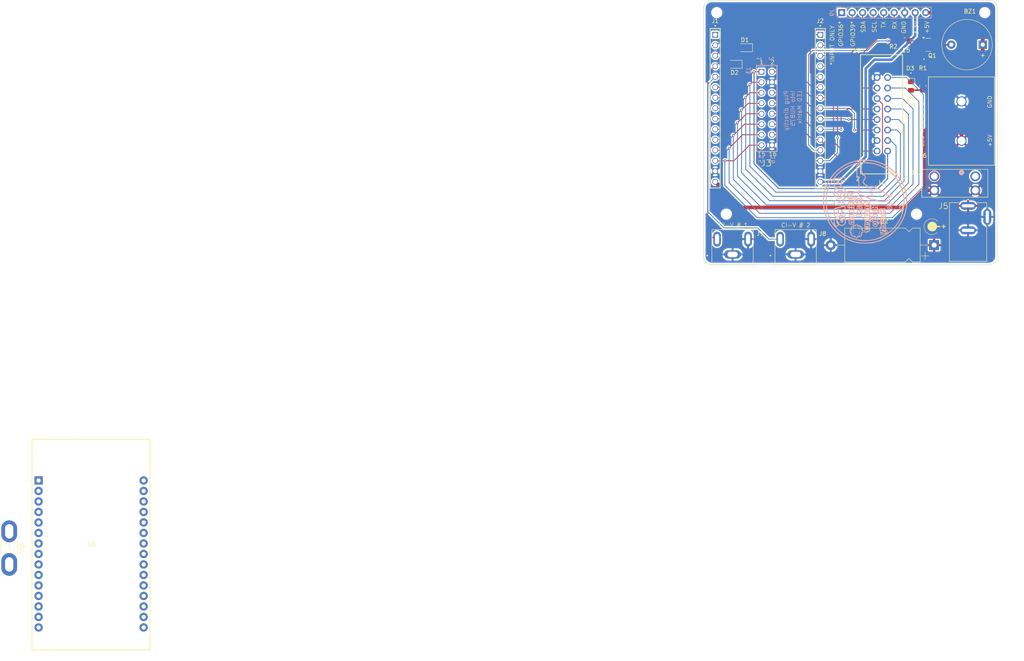
<source format=kicad_pcb>
(kicad_pcb (version 20241229) (generator "pcbnew") (generator_version "9.0")
  (title_block (title "PCARS Club Station Band Display PCB") (rev "1.0"))
  (layers (0 "F.Cu" signal) (2 "B.Cu" signal) (13 "F.Paste" user) (15 "B.Paste" user) (5 "F.SilkS" user "F.Silkscreen") (7 "B.SilkS" user "B.Silkscreen") (1 "F.Mask" user) (3 "B.Mask" user) (25 "Edge.Cuts" user))
  (net 0 "")
  (net 1 "GND")
  (net 2 "+5V")
  (net 3 "GPIO32")
  (net 4 "GPIO16")
  (net 5 "GPIO34")
  (net 6 "GPIO17")
  (net 7 "GPIO36")
  (net 8 "GPIO4")
  (net 9 "GPIO13")
  (net 10 "GPIO33")
  (net 11 "GPIO39")
  (net 12 "GPIO25")
  (net 13 "GPIO35")
  (net 14 "GPIO27")
  (net 15 "GPIO26")
  (net 16 "GPIO2")
  (net 17 "GPIO14")
  (net 18 "GPIO22")
  (net 19 "GPIO18")
  (net 20 "GPIO1")
  (net 21 "GPIO12")
  (net 22 "GPIO3")
  (net 23 "GPIO23")
  (net 24 "GPIO5")
  (net 25 "GPIO15")
  (net 26 "GPIO21")
  (net 27 "/+3.3VDC")
  (net 28 "/PWR IN")
  (net 62 "GPIO19")
  (net 63 "Net-(D3-A)")
  (net 64 "Net-(BZ1--)")
  (net 65 "Net-(Q1-B)")
  (footprint "Resistor_SMD:R_0805_2012Metric_Pad1.20x1.40mm_HandSolder" (layer "F.Cu") (at 167.65 73.35)
    (property "Reference" "R2")
    (property "Value" "470")
  )
  (footprint "Footprints:CONN_SD-38720-002_02_MOL" (layer "F.Cu") (at 181.375 97.5 90)
    (property "Reference" "J6")
    (property "Value" "387206302")
  )
  (footprint "MountingHole:MountingHole_2.2mm_M2" (layer "F.Cu") (at 122.2 66.5)
    (property "Reference" "REF**" (hide yes))
    (property "Value" "MountingHole_2.2mm_M2")
  )
  (footprint "Buzzer_Beeper:Buzzer_12x9.5RM7.6" (layer "F.Cu") (at 186.5 74.25 180)
    (property "Reference" "BZ1")
    (property "Value" "Buzzer")
  )
  (footprint "MountingHole:MountingHole_2.2mm_M2" (layer "F.Cu") (at 187 66.5)
    (property "Reference" "REF**" (hide yes))
    (property "Value" "MountingHole_2.2mm_M2")
  )
  (footprint "Resistor_SMD:R_0805_2012Metric_Pad1.20x1.40mm_HandSolder" (layer "F.Cu") (at 172.025 84.225 90)
    (property "Reference" "R1")
    (property "Value" "330")
  )
  (footprint "Diode_SMD:D_0805_2012Metric_Pad1.15x1.40mm_HandSolder" (layer "F.Cu") (at 128.975 75 180)
    (property "Reference" "D1")
    (property "Value" "1N4001")
  )
  (footprint "MountingHole:MountingHole_2.2mm_M2" (layer "F.Cu") (at 170.5 115.25)
    (property "Reference" "REF04" (hide yes))
    (property "Value" "MountingHole_2.2mm_M2")
  )
  (footprint "Footprints:SWITCHCRAFT_PJRAN1X1U01X" (layer "F.Cu") (at 141.2675 125)
    (property "Reference" "J8")
    (property "Value" "PJRAN1X1U01X")
  )
  (footprint "Footprints:SAMTEC_SSW-115-01-G-S" (layer "F.Cu") (at 147.23 71.86 -90)
    (property "Reference" "J2")
    (property "Value" "SSW-115-01-G-S")
  )
  (footprint "Footprints:SAMTEC-TST-108-01-X-D" (layer "F.Cu") (at 162.04001 91.1 90)
    (property "Reference" "J4")
    (property "Value" "SAMTEC-TST-108-01-X-D")
  )
  (footprint "Package_TO_SOT_SMD:SOT-23" (layer "F.Cu") (at 173.35 74.3)
    (property "Reference" "Q1")
    (property "Value" "MMBT2222A")
  )
  (footprint "LED_SMD:LED_0805_2012Metric_Pad1.15x1.40mm_HandSolder" (layer "F.Cu") (at 169.125 84.275 -90)
    (property "Reference" "D3")
    (property "Value" "LED")
  )
  (footprint "Footprints:MPD_EJ503B" (layer "F.Cu") (at 182.95 115.9175)
    (property "Reference" "J5")
    (property "Value" "EJ503B")
  )
  (footprint "MountingHole:MountingHole_2.2mm_M2" (layer "F.Cu") (at 124.51 115.25)
    (property "Reference" "REF**" (hide yes))
    (property "Value" "MountingHole_2.2mm_M2")
  )
  (footprint "Footprints:SWITCHCRAFT_PJRAN1X1U01X" (layer "F.Cu") (at 126.0175 125)
    (property "Reference" "J7")
    (property "Value" "PJRAN1X1U01X")
  )
  (footprint "Footprints:MODULE_ESP32_DEVKIT_V1" (layer "F.Cu") (at -29.05 195.205)
    (property "Reference" "U1")
    (property "Value" "ESP32-DEVKIT-V1")
  )
  (footprint "Diode_SMD:D_0805_2012Metric_Pad1.15x1.40mm_HandSolder" (layer "F.Cu") (at 126.475 79 180)
    (property "Reference" "D2")
    (property "Value" "1N4001")
  )
  (footprint "Capacitor_THT:CP_Axial_L18.0mm_D8.0mm_P25.00mm_Horizontal" (layer "F.Cu") (at 174.75 122.75 180)
    (property "Reference" "C2")
    (property "Value" "10000uF")
  )
  (footprint "Fuse:Fuse_Blade_Mini_directSolder" (layer "F.Cu") (at -48.85 200 90)
    (property "Reference" "F2")
    (property "Value" "Fuse_Small")
  )
  (footprint "Footprints:FUSE_3568-15" (layer "F.Cu") (at 179.75 107.8 180)
    (property "Reference" "F1")
    (property "Value" "3568-15")
  )
  (footprint "Footprints:SAMTEC_SSW-115-01-G-S" (layer "F.Cu") (at 121.83 71.86 -90)
    (property "Reference" "J1")
    (property "Value" "SSW-115-01-G-S")
  )
  (footprint "Connector_PinHeader_2.54mm:PinHeader_1x09_P2.54mm_Vertical" (layer "B.Cu") (at 152.39 66.5 -90)
    (property "Reference" "J9")
    (property "Value" "Conn_01x09")
  )
  (footprint "Footprints:SAMTEC_SSQ-108-01-T-D-LL" (layer "B.Cu") (at 134.28 89.6925 90)
    (property "Reference" "J3")
    (property "Value" "SSQ-108-01-T-D-LL")
  )
  (gr_circle (center 174.2865 118.2557) (end 174.7865 119.2557) (stroke (width 0.1)) (fill yes) (layer "F.SilkS"))
  (gr_line (start 174.2865 118.2557) (end 176.1065 118.2457) (stroke (width 0.3)) (layer "F.SilkS"))
  (gr_arc (start 175.553445 119.653408) (mid 172.286904 118.240079) (end 175.635509 117.03393) (stroke (width 0.1)) (layer "F.SilkS"))
  (gr_poly (pts (xy 159.710729 113.561384) (xy 159.711493 113.571611) (xy 159.712647 113.582483) (xy 159.715993 113.606239) (xy 159.719148 113.62581) (xy 159.723296 113.64482) (xy 159.728395 113.663247) (xy 159.734403 113.681066) (xy 159.74128 113.698255) (xy 159.748983 113.71479) (xy 159.757472 113.730649) (xy 159.766704 113.745807) (xy 159.77664 113.760241) (xy 159.787237 113.773929) (xy 159.798454 113.786847) (xy 159.810251 113.798971) (xy 159.822584 113.810279) (xy 159.835414 113.820748) (xy 159.848698 113.830353) (xy 159.862396 113.839072) (xy 159.876465 113.846882) (xy 159.890866 113.853759) (xy 159.905556 113.859679) (xy 159.920494 113.864621) (xy 159.935638 113.86856) (xy 159.950948 113.871473) (xy 159.966382 113.873338) (xy 159.981899 113.87413) (xy 159.997457 113.873826) (xy 160.013015 113.872404) (xy 160.028532 113.869839) (xy 160.043966 113.86611) (xy 160.059276 113.861191) (xy 160.07442 113.855061) (xy 160.089358 113.847696) (xy 160.104048 113.839073) (xy 160.117184 113.830412) (xy 160.130093 113.820386) (xy 160.142713 113.809121) (xy 160.154981 113.796739) (xy 160.166835 113.783365) (xy 160.178215 113.769123) (xy 160.189056 113.754137) (xy 160.199299 113.73853) (xy 160.20888 113.722428) (xy 160.217737 113.705954) (xy 160.225809 113.689231) (xy 160.233033 113.672385) (xy 160.239348 113.655538) (xy 160.244691 113.638816) (xy 160.249001 113.622341) (xy 160.252215 113.606239) (xy 160.25556 113.582483) (xy 160.257479 113.561384) (xy 160.257703 113.542785) (xy 160.257096 113.534375) (xy 160.255964 113.526533) (xy 160.254273 113.519238) (xy 160.251991 113.512472) (xy 160.249084 113.506214) (xy 160.245518 113.500447) (xy 160.24126 113.495149) (xy 160.236275 113.490303) (xy 160.230531 113.485887) (xy 160.223993 113.481884) (xy 160.216629 113.478274) (xy 160.208404 113.475037) (xy 160.189239 113.469606) (xy 160.166229 113.465436) (xy 160.139106 113.462372) (xy 160.107601 113.460258) (xy 160.071444 113.45894) (xy 159.984104 113.458072) (xy 159.93784 113.458263) (xy 159.896764 113.45894) (xy 159.860608 113.460258) (xy 159.829103 113.462372) (xy 159.81501 113.463775) (xy 159.801979 113.465436) (xy 159.789977 113.467373) (xy 159.778969 113.469606) (xy 159.768923 113.472154) (xy 159.759804 113.475037) (xy 159.75158 113.478274) (xy 159.744215 113.481884) (xy 159.737678 113.485887) (xy 159.731933 113.490303) (xy 159.726949 113.495149) (xy 159.72269 113.500447) (xy 159.719124 113.506214) (xy 159.716217 113.512472) (xy 159.713935 113.519238) (xy 159.712244 113.526533) (xy 159.711112 113.534375) (xy 159.710505 113.542785) (xy 159.710388 113.551781)) (stroke (width -0.000001)) (fill yes) (layer "B.SilkS"))
  (gr_poly (pts (xy 159.353955 110.668854) (xy 159.357593 110.695762) (xy 159.363215 110.72239) (xy 159.370822 110.748399) (xy 159.380413 110.773447) (xy 159.391989 110.797192) (xy 159.398521 110.80847) (xy 159.405549 110.819294) (xy 159.412136 110.827306) (xy 159.421203 110.835431) (xy 159.432586 110.843618) (xy 159.446118 110.851816) (xy 159.461635 110.859972) (xy 159.47897 110.868036) (xy 159.49796 110.875954) (xy 159.518437 110.883676) (xy 159.540238 110.89115) (xy 159.563196 110.898325) (xy 159.587146 110.905148) (xy 159.611923 110.911568) (xy 159.637362 110.917533) (xy 159.663297 110.922991) (xy 159.689562 110.927892) (xy 159.715993 110.932183) (xy 159.80449 110.940988) (xy 159.840295 110.943546) (xy 159.870995 110.94442) (xy 159.884552 110.944118) (xy 159.896981 110.943267) (xy 159.90833 110.941825) (xy 159.918647 110.939748) (xy 159.927983 110.936995) (xy 159.936386 110.933521) (xy 159.943905 110.929286) (xy 159.95059 110.924245) (xy 159.95649 110.918358) (xy 159.961652 110.91158) (xy 159.966128 110.903869) (xy 159.969965 110.895183) (xy 159.973214 110.885478) (xy 159.975922 110.874714) (xy 159.978139 110.862845) (xy 159.979915 110.849831) (xy 159.982337 110.820195) (xy 159.98358 110.785463) (xy 159.984104 110.699349) (xy 159.983779 110.671756) (xy 159.982823 110.644628) (xy 159.981267 110.618099) (xy 159.979143 110.592304) (xy 159.976482 110.567377) (xy 159.973314 110.543452) (xy 159.969671 110.520665) (xy 159.965583 110.499148) (xy 159.961083 110.479037) (xy 159.956199 110.460467) (xy 159.950964 110.44357) (xy 159.945409 110.428482) (xy 159.939565 110.415338) (xy 159.933462 110.40427) (xy 159.930323 110.399557) (xy 159.927131 110.395414) (xy 159.923891 110.391858) (xy 159.920605 110.388905) (xy 159.913567 110.385609) (xy 159.905729 110.383618) (xy 159.897156 110.382876) (xy 159.887918 110.383324) (xy 159.878079 110.384903) (xy 159.867709 110.387556) (xy 159.856873 110.391225) (xy 159.845639 110.39585) (xy 159.834075 110.401375) (xy 159.822247 110.407741) (xy 159.798069 110.422763) (xy 159.773643 110.440452) (xy 159.749507 110.460342) (xy 159.726197 110.481969) (xy 159.704252 110.504867) (xy 159.684209 110.528571) (xy 159.666604 110.552616) (xy 159.658884 110.564621) (xy 159.651976 110.576537) (xy 159.645946 110.588306) (xy 159.640862 110.599869) (xy 159.636791 110.611168) (xy 159.6338 110.622146) (xy 159.631956 110.632745) (xy 159.631326 110.642905) (xy 159.631183 110.646191) (xy 159.630758 110.649432) (xy 159.630059 110.652623) (xy 159.629094 110.655762) (xy 159.62787 110.658844) (xy 159.626396 110.661865) (xy 159.624679 110.664821) (xy 159.622727 110.66771) (xy 159.620548 110.670525) (xy 159.618149 110.673265) (xy 159.612723 110.6785) (xy 159.606511 110.683383) (xy 159.599577 110.687884) (xy 159.59198 110.691972) (xy 159.583784 110.695615) (xy 159.575051 110.698783) (xy 159.565842 110.701444) (xy 159.55622 110.703568) (xy 159.546246 110.705124) (xy 159.535983 110.70608) (xy 159.525493 110.706405) (xy 159.513918 110.70606) (xy 159.503008 110.705048) (xy 159.492768 110.703405) (xy 159.483201 110.701169) (xy 159.474311 110.698374) (xy 159.466101 110.695057) (xy 159.458577 110.691255) (xy 159.45174 110.687002) (xy 159.445597 110.682337) (xy 159.440149 110.677294) (xy 159.435402 110.67191) (xy 159.431359 110.666222) (xy 159.428024 110.660264) (xy 159.425401 110.654074) (xy 159.423493 110.647688) (xy 159.422306 110.641141) (xy 159.421841 110.634471) (xy 159.422104 110.627713) (xy 159.423098 110.620902) (xy 159.424827 110.614077) (xy 159.427296 110.607272) (xy 159.430507 110.600524) (xy 159.434464 110.593869) (xy 159.439173 110.587343) (xy 159.444636 110.580983) (xy 159.450857 110.574824) (xy 159.45784 110.568902) (xy 159.46559 110.563255) (xy 159.474109 110.557918) (xy 159.483403 110.552927) (xy 159.493474 110.548318) (xy 159.504327 110.544128) (xy 159.508873 110.542724) (xy 159.513251 110.541162) (xy 159.517455 110.53945) (xy 159.521483 110.537596) (xy 159.52533 110.535608) (xy 159.528991 110.533493) (xy 159.532465 110.531259) (xy 159.535745 110.528914) (xy 159.53883 110.526466) (xy 159.541714 110.523922) (xy 159.544394 110.521291) (xy 159.546866 110.518579) (xy 159.549126 110.515795) (xy 159.551171 110.512946) (xy 159.552996 110.510041) (xy 159.554597 110.507086) (xy 159.555971 110.50409) (xy 159.557114 110.501061) (xy 159.558021 110.498005) (xy 159.55869 110.494932) (xy 159.559115 110.491848) (xy 159.559294 110.488762) (xy 159.559223 110.48568) (xy 159.558897 110.482612) (xy 159.558312 110.479564) (xy 159.557465 110.476545) (xy 159.556352 110.473562) (xy 159.554969 110.470623) (xy 159.553312 110.467736) (xy 159.551378 110.464907) (xy 159.549162 110.462147) (xy 159.54666 110.459461) (xy 159.543953 110.456898) (xy 159.541127 110.4545) (xy 159.538187 110.452267) (xy 159.535139 110.4502) (xy 159.531988 110.448298) (xy 159.528738 110.446562) (xy 159.525396 110.444991) (xy 159.521965 110.443585) (xy 159.514861 110.44127) (xy 159.507468 110.439617) (xy 159.499827 110.438624) (xy 159.491979 110.438294) (xy 159.483966 110.438624) (xy 159.475828 110.439617) (xy 159.467608 110.44127) (xy 159.459347 110.443585) (xy 159.451086 110.446562) (xy 159.442866 110.4502) (xy 159.434728 110.4545) (xy 159.426715 110.459461) (xy 159.418364 110.464518) (xy 159.410509 110.470401) (xy 159.403151 110.477066) (xy 159.396288 110.484472) (xy 159.389922 110.492576) (xy 159.384051 110.501334) (xy 159.378677 110.510705) (xy 159.373799 110.520646) (xy 159.369417 110.531113) (xy 159.365531 110.542065) (xy 159.359247 110.565253) (xy 159.354947 110.589866) (xy 159.352632 110.615565) (xy 159.352301 110.642008)) (stroke (width -0.000001)) (fill yes) (layer "B.SilkS"))
  (gr_poly (pts (xy 159.068079 110.157102) (xy 159.071829 110.170817) (xy 159.07837 110.183167) (xy 159.087939 110.194216) (xy 159.100773 110.204024) (xy 159.117112 110.212654) (xy 159.137191 110.220168) (xy 159.16125 110.226627) (xy 159.189526 110.232095) (xy 159.222256 110.236632) (xy 159.259678 110.240301) (xy 159.30203 110.243164) (xy 159.402475 110.246719) (xy 159.525493 110.247794) (xy 159.589942 110.247535) (xy 159.648511 110.246719) (xy 159.701436 110.245282) (xy 159.725857 110.244312) (xy 159.748956 110.243164) (xy 159.770763 110.241829) (xy 159.791308 110.240301) (xy 159.810621 110.238571) (xy 159.828731 110.236632) (xy 159.845667 110.234476) (xy 159.861461 110.232095) (xy 159.876141 110.229481) (xy 159.889736 110.226627) (xy 159.902278 110.223525) (xy 159.913795 110.220168) (xy 159.924318 110.216547) (xy 159.933875 110.212654) (xy 159.942497 110.208482) (xy 159.950213 110.204024) (xy 159.957054 110.199271) (xy 159.963048 110.194216) (xy 159.968226 110.188851) (xy 159.972617 110.183167) (xy 159.97625 110.177159) (xy 159.979157 110.170817) (xy 159.981366 110.164134) (xy 159.982907 110.157102) (xy 159.98381 110.149713) (xy 159.984104 110.14196) (xy 159.982907 110.126819) (xy 159.979157 110.113104) (xy 159.972617 110.100754) (xy 159.963048 110.089705) (xy 159.950213 110.079897) (xy 159.933875 110.071267) (xy 159.913795 110.063754) (xy 159.889736 110.057294) (xy 159.861461 110.051827) (xy 159.828731 110.04729) (xy 159.791308 110.043621) (xy 159.748956 110.040758) (xy 159.648511 110.037203) (xy 159.525493 110.036128) (xy 159.461044 110.036386) (xy 159.402475 110.037203) (xy 159.34955 110.038639) (xy 159.325129 110.039609) (xy 159.30203 110.040758) (xy 159.280223 110.042092) (xy 159.259678 110.043621) (xy 159.240365 110.045351) (xy 159.222256 110.04729) (xy 159.205319 110.049446) (xy 159.189526 110.051827) (xy 159.174846 110.05444) (xy 159.16125 110.057294) (xy 159.148708 110.060396) (xy 159.137191 110.063754) (xy 159.126669 110.067375) (xy 159.117112 110.071267) (xy 159.10849 110.075439) (xy 159.100773 110.079897) (xy 159.093933 110.08465) (xy 159.087939 110.089705) (xy 159.082761 110.095071) (xy 159.07837 110.100754) (xy 159.074736 110.106762) (xy 159.071829 110.113104) (xy 159.06962 110.119787) (xy 159.068079 110.126819) (xy 159.067177 110.134208) (xy 159.066882 110.14196)) (stroke (width -0.000001)) (fill yes) (layer "B.SilkS"))
  (gr_poly (pts (xy 160.126638 117.600596) (xy 160.128049 117.615941) (xy 160.130507 117.631433) (xy 160.133998 117.647008) (xy 160.13851 117.662601) (xy 160.144029 117.678147) (xy 160.150543 117.693583) (xy 160.158039 117.708842) (xy 160.166504 117.723862) (xy 160.175925 117.738576) (xy 160.18629 117.752921) (xy 160.197584 117.766832) (xy 160.209796 117.780244) (xy 160.222912 117.793093) (xy 160.236919 117.805314) (xy 160.251805 117.816842) (xy 160.267556 117.827614) (xy 160.284161 117.837564) (xy 160.301604 117.846627) (xy 160.326813 117.857173) (xy 160.352127 117.866338) (xy 160.377487 117.874147) (xy 160.402835 117.880624) (xy 160.42811 117.885793) (xy 160.453254 117.889679) (xy 160.478206 117.892307) (xy 160.502908 117.893701) (xy 160.527299 117.893886) (xy 160.551322 117.892886) (xy 160.574915 117.890727) (xy 160.59802 117.887431) (xy 160.620577 117.883025) (xy 160.642527 117.877532) (xy 160.663811 117.870977) (xy 160.684368 117.863384) (xy 160.70414 117.854779) (xy 160.723067 117.845186) (xy 160.74109 117.834628) (xy 160.758148 117.823132) (xy 160.774184 117.810721) (xy 160.789137 117.797419) (xy 160.802948 117.783252) (xy 160.815558 117.768244) (xy 160.826906 117.75242) (xy 160.836935 117.735804) (xy 160.845583 117.71842) (xy 160.852792 117.700293) (xy 160.858503 117.681448) (xy 160.862656 117.66191) (xy 160.865191 117.641702) (xy 160.866049 117.620849) (xy 160.865594 117.593283) (xy 160.864065 117.568663) (xy 160.861212 117.546792) (xy 160.856789 117.527474) (xy 160.85391 117.51871) (xy 160.850546 117.510512) (xy 160.846665 117.502853) (xy 160.842237 117.49571) (xy 160.837229 117.489058) (xy 160.831612 117.482872) (xy 160.825354 117.477128) (xy 160.818424 117.471801) (xy 160.810791 117.466867) (xy 160.802425 117.462301) (xy 160.793294 117.458079) (xy 160.783367 117.454176) (xy 160.761001 117.447229) (xy 160.73508 117.441263) (xy 160.705356 117.436084) (xy 160.671581 117.431493) (xy 160.633505 117.427295) (xy 160.590883 117.423294) (xy 160.562965 117.420894) (xy 160.534893 117.41898) (xy 160.506841 117.417542) (xy 160.478986 117.416569) (xy 160.451502 117.416051) (xy 160.424567 117.415977) (xy 160.398355 117.416337) (xy 160.373042 117.417121) (xy 160.348804 117.418318) (xy 160.325816 117.419918) (xy 160.304255 117.421912) (xy 160.284296 117.424287) (xy 160.266114 117.427035) (xy 160.249886 117.430144) (xy 160.235787 117.433605) (xy 160.223993 117.437406) (xy 160.209397 117.443907) (xy 160.196029 117.451459) (xy 160.183875 117.459998) (xy 160.172923 117.469459) (xy 160.163159 117.479779) (xy 160.154571 117.490891) (xy 160.147145 117.502732) (xy 160.14087 117.515238) (xy 160.135731 117.528342) (xy 160.131716 117.541982) (xy 160.128812 117.556092) (xy 160.127007 117.570607) (xy 160.126286 117.585463)) (stroke (width -0.000001)) (fill yes) (layer "B.SilkS"))
  (gr_poly (pts (xy 164.295995 111.225438) (xy 164.296433 111.234289) (xy 164.297296 111.24202) (xy 164.298576 111.248691) (xy 164.30027 111.254359) (xy 164.301271 111.256836) (xy 164.302373 111.259083) (xy 164.303576 111.261109) (xy 164.304878 111.262921) (xy 164.306281 111.264525) (xy 164.307782 111.26593) (xy 164.309381 111.267143) (xy 164.311078 111.26817) (xy 164.312872 111.269019) (xy 164.314762 111.269697) (xy 164.318828 111.270571) (xy 164.323271 111.27085) (xy 164.330311 111.268956) (xy 164.338163 111.263384) (xy 164.356082 111.241884) (xy 164.376586 111.207691) (xy 164.399228 111.16215) (xy 164.423566 111.106605) (xy 164.449155 111.042399) (xy 164.502306 110.893378) (xy 164.555126 110.725836) (xy 164.60406 110.550522) (xy 164.645552 110.378184) (xy 164.662397 110.296491) (xy 164.676048 110.219572) (xy 164.679671 110.193434) (xy 164.682539 110.170541) (xy 164.68456 110.150832) (xy 164.68564 110.134244) (xy 164.685798 110.127101) (xy 164.685686 110.120715) (xy 164.685293 110.115078) (xy 164.684606 110.110183) (xy 164.683615 110.106022) (xy 164.682306 110.102587) (xy 164.68067 110.09987) (xy 164.678694 110.097864) (xy 164.676367 110.09656) (xy 164.673677 110.095952) (xy 164.670611 110.09603) (xy 164.66716 110.096789) (xy 164.663311 110.098219) (xy 164.659052 110.100313) (xy 164.654372 110.103064) (xy 164.649259 110.106463) (xy 164.643702 110.110503) (xy 164.637689 110.115175) (xy 164.624248 110.126389) (xy 164.608843 110.140042) (xy 164.591382 110.156073) (xy 164.580404 110.16992) (xy 164.568713 110.187478) (xy 164.556423 110.208488) (xy 164.543647 110.232691) (xy 164.517092 110.289645) (xy 164.489959 110.356273) (xy 164.463156 110.430508) (xy 164.437593 110.510283) (xy 164.41418 110.59353) (xy 164.393826 110.678182) (xy 164.37505 110.767392) (xy 164.358383 110.847475) (xy 164.343783 110.918897) (xy 164.331208 110.982123) (xy 164.320618 111.037618) (xy 164.311971 111.085848) (xy 164.308363 111.107383) (xy 164.305225 111.127277) (xy 164.302553 111.145586) (xy 164.30034 111.16237) (xy 164.298582 111.177687) (xy 164.297274 111.191593) (xy 164.29641 111.204149) (xy 164.295986 111.215411)) (stroke (width -0.000001)) (fill yes) (layer "B.SilkS"))
  (gr_poly (pts (xy 151.103938 107.533286) (xy 151.105238 107.564478) (xy 151.107738 107.598812) (xy 151.111426 107.636412) (xy 151.116292 107.677402) (xy 151.122326 107.721905) (xy 151.128549 107.765087) (xy 151.135316 107.805997) (xy 151.142633 107.844638) (xy 151.150507 107.881014) (xy 151.158944 107.915126) (xy 151.167951 107.946977) (xy 151.177535 107.97657) (xy 151.187701 108.003907) (xy 151.198456 108.028991) (xy 151.209806 108.051825) (xy 151.221759 108.072411) (xy 151.23432 108.090751) (xy 151.247496 108.106849) (xy 151.261293 108.120706) (xy 151.275718 108.132326) (xy 151.290778 108.141711) (xy 151.306478 108.148863) (xy 151.322826 108.153786) (xy 151.339827 108.156481) (xy 151.357489 108.156952) (xy 151.375817 108.1552) (xy 151.394818 108.15123) (xy 151.414499 108.145042) (xy 151.434866 108.13664) (xy 151.455925 108.126026) (xy 151.477683 108.113202) (xy 151.500146 108.098173) (xy 151.523322 108.080939) (xy 151.547215 108.061504) (xy 151.571834 108.03987) (xy 151.597183 108.01604) (xy 151.623271 107.990016) (xy 151.647343 107.966255) (xy 151.669339 107.942474) (xy 151.689329 107.918486) (xy 151.707386 107.894105) (xy 151.723583 107.869145) (xy 151.737992 107.843421) (xy 151.750686 107.816745) (xy 151.761736 107.788933) (xy 151.771215 107.759798) (xy 151.779196 107.729154) (xy 151.78575 107.696814) (xy 151.79095 107.662594) (xy 151.794869 107.626307) (xy 151.797579 107.587767) (xy 151.799152 107.546787) (xy 151.79966 107.503183) (xy 151.79966 107.192739) (xy 151.531548 107.256238) (xy 151.423731 107.287658) (xy 151.319882 107.317093) (xy 151.231908 107.342559) (xy 151.197594 107.353184) (xy 151.171715 107.362072) (xy 151.159145 107.366888) (xy 151.147889 107.373482) (xy 151.137934 107.381978) (xy 151.129271 107.392499) (xy 151.12189 107.40517) (xy 151.11578 107.420115) (xy 151.110931 107.437458) (xy 151.107333 107.457322) (xy 151.104975 107.479832) (xy 151.103846 107.505112)) (stroke (width -0.000001)) (fill yes) (layer "B.SilkS"))
  (gr_poly (pts (xy 160.137351 115.926841) (xy 160.139326 115.948683) (xy 160.143604 115.972518) (xy 160.148739 115.993841) (xy 160.155093 116.012788) (xy 160.163029 116.029491) (xy 160.167703 116.037044) (xy 160.172908 116.044086) (xy 160.178689 116.050635) (xy 160.185091 116.056708) (xy 160.19216 116.06232) (xy 160.199941 116.067489) (xy 160.208479 116.072232) (xy 160.21782 116.076565) (xy 160.239088 116.08407) (xy 160.264108 116.090139) (xy 160.293241 116.094905) (xy 160.32685 116.098504) (xy 160.365295 116.101069) (xy 160.408939 116.102734) (xy 160.513271 116.103906) (xy 160.57188 116.103708) (xy 160.623638 116.102982) (xy 160.668967 116.101534) (xy 160.708291 116.099165) (xy 160.725834 116.097575) (xy 160.742034 116.095681) (xy 160.756945 116.093458) (xy 160.77062 116.090883) (xy 160.783111 116.087931) (xy 160.794472 116.084577) (xy 160.804755 116.080797) (xy 160.814014 116.076565) (xy 160.822302 116.071859) (xy 160.829671 116.066652) (xy 160.836174 116.060921) (xy 160.841864 116.054641) (xy 160.846796 116.047787) (xy 160.85102 116.040335) (xy 160.85459 116.03226) (xy 160.85756 116.023538) (xy 160.859983 116.014144) (xy 160.86191 116.004054) (xy 160.863395 115.993243) (xy 160.864492 115.981687) (xy 160.865731 115.956239) (xy 160.866049 115.927516) (xy 160.865191 115.906663) (xy 160.862656 115.886456) (xy 160.858503 115.866917) (xy 160.852792 115.848072) (xy 160.845583 115.829946) (xy 160.836935 115.812562) (xy 160.826906 115.795946) (xy 160.815558 115.780121) (xy 160.802948 115.765113) (xy 160.789137 115.750947) (xy 160.774184 115.737645) (xy 160.758148 115.725234) (xy 160.74109 115.713738) (xy 160.723067 115.70318) (xy 160.70414 115.693587) (xy 160.684368 115.684982) (xy 160.663811 115.677389) (xy 160.642527 115.670835) (xy 160.620577 115.665342) (xy 160.59802 115.660935) (xy 160.574915 115.65764) (xy 160.551322 115.65548) (xy 160.527299 115.65448) (xy 160.502908 115.654665) (xy 160.478206 115.656059) (xy 160.453254 115.658687) (xy 160.42811 115.662574) (xy 160.402835 115.667743) (xy 160.377487 115.674219) (xy 160.352127 115.682028) (xy 160.326813 115.691193) (xy 160.301604 115.701739) (xy 160.277535 115.713659) (xy 160.255564 115.725662) (xy 160.23564 115.73783) (xy 160.21771 115.750246) (xy 160.209476 115.756573) (xy 160.201723 115.762993) (xy 160.194442 115.769516) (xy 160.187627 115.776153) (xy 160.181272 115.782914) (xy 160.175371 115.789809) (xy 160.169917 115.796849) (xy 160.164903 115.804044) (xy 160.160323 115.811405) (xy 160.156171 115.818941) (xy 160.15244 115.826663) (xy 160.149124 115.834582) (xy 160.146216 115.842707) (xy 160.14371 115.851049) (xy 160.1416 115.859619) (xy 160.139878 115.868426) (xy 160.138538 115.877482) (xy 160.137575 115.886795) (xy 160.136981 115.896378) (xy 160.136749 115.906239)) (stroke (width -0.000001)) (fill yes) (layer "B.SilkS"))
  (gr_poly (pts (xy 153.987468 110.270792) (xy 153.989252 110.292208) (xy 153.990607 110.302346) (xy 153.992277 110.312116) (xy 153.994267 110.321526) (xy 153.996583 110.330587) (xy 153.99923 110.339306) (xy 154.002213 110.347693) (xy 154.005536 110.355757) (xy 154.009206 110.363508) (xy 154.013227 110.370953) (xy 154.017605 110.378103) (xy 154.022345 110.384966) (xy 154.027451 110.391551) (xy 154.03293 110.397867) (xy 154.038786 110.403924) (xy 154.045024 110.40973) (xy 154.05165 110.415294) (xy 154.058668 110.420626) (xy 154.066085 110.425735) (xy 154.073904 110.430629) (xy 154.082132 110.435317) (xy 154.090773 110.43981) (xy 154.099833 110.444114) (xy 154.119229 110.452198) (xy 154.140361 110.459642) (xy 154.163271 110.466516) (xy 154.182386 110.470654) (xy 154.201347 110.473817) (xy 154.220126 110.476024) (xy 154.238691 110.477293) (xy 154.257013 110.477642) (xy 154.275062 110.477089) (xy 154.292809 110.475653) (xy 154.310225 110.473351) (xy 154.327278 110.470202) (xy 154.34394 110.466223) (xy 154.360181 110.461433) (xy 154.375971 110.45585) (xy 154.39128 110.449492) (xy 154.406079 110.442376) (xy 154.420339 110.434522) (xy 154.434028 110.425947) (xy 154.447118 110.416669) (xy 154.459578 110.406706) (xy 154.47138 110.396076) (xy 154.482494 110.384799) (xy 154.492889 110.37289) (xy 154.502535 110.360369) (xy 154.511405 110.347254) (xy 154.519466 110.333563) (xy 154.526691 110.319314) (xy 154.533049 110.304524) (xy 154.53851 110.289213) (xy 154.543045 110.273398) (xy 154.546624 110.257097) (xy 154.549217 110.240328) (xy 154.550794 110.22311) (xy 154.551327 110.205461) (xy 154.550638 110.186514) (xy 154.54846 110.169315) (xy 154.544629 110.153789) (xy 154.542042 110.146632) (xy 154.538979 110.139866) (xy 154.535421 110.133482) (xy 154.531345 110.127472) (xy 154.526732 110.121826) (xy 154.521561 110.116536) (xy 154.515811 110.111592) (xy 154.509462 110.106984) (xy 154.502492 110.102705) (xy 154.494882 110.098745) (xy 154.477657 110.091747) (xy 154.45762 110.085916) (xy 154.434607 110.081181) (xy 154.408451 110.077469) (xy 154.378989 110.074707) (xy 154.346054 110.072825) (xy 154.309481 110.071748) (xy 154.269104 110.071405) (xy 154.224077 110.071681) (xy 154.184051 110.072618) (xy 154.148739 110.074382) (xy 154.13276 110.075626) (xy 154.117851 110.077138) (xy 154.103975 110.07894) (xy 154.091096 110.081052) (xy 154.079178 110.083494) (xy 154.068186 110.086288) (xy 154.058082 110.089454) (xy 154.048832 110.093013) (xy 154.040397 110.096985) (xy 154.032743 110.101391) (xy 154.025833 110.106253) (xy 154.019631 110.111589) (xy 154.014101 110.117422) (xy 154.009206 110.123771) (xy 154.004911 110.130658) (xy 154.001179 110.138102) (xy 153.997974 110.146126) (xy 153.99526 110.154749) (xy 153.993001 110.163992) (xy 153.991161 110.173876) (xy 153.989703 110.184422) (xy 153.988591 110.195649) (xy 153.987261 110.220233) (xy 153.986882 110.247794)) (stroke (width -0.000001)) (fill yes) (layer "B.SilkS"))
  (gr_poly (pts (xy 151.13787 114.6498) (xy 151.139371 114.693376) (xy 151.142019 114.741935) (xy 151.150549 114.855072) (xy 151.159174 114.943151) (xy 151.169276 115.022269) (xy 151.17493 115.05851) (xy 151.181012 115.092561) (xy 151.187541 115.124439) (xy 151.194536 115.154161) (xy 151.202016 115.181743) (xy 151.210002 115.207203) (xy 151.218513 115.230557) (xy 151.227567 115.251823) (xy 151.237185 115.271015) (xy 151.247385 115.288153) (xy 151.258187 115.303252) (xy 151.269611 115.316329) (xy 151.281676 115.3274) (xy 151.2944 115.336484) (xy 151.307805 115.343596) (xy 151.321908 115.348754) (xy 151.336729 115.351973) (xy 151.352288 115.353272) (xy 151.368604 115.352666) (xy 151.385697 115.350173) (xy 151.403586 115.345809) (xy 151.422289 115.339592) (xy 151.441827 115.331537) (xy 151.46222 115.321662) (xy 151.483485 115.309983) (xy 151.505643 115.296518) (xy 151.528714 115.281282) (xy 151.552715 115.264294) (xy 151.570664 115.250135) (xy 151.587497 115.234032) (xy 151.603255 115.215863) (xy 151.617979 115.195502) (xy 151.631711 115.172827) (xy 151.644492 115.147712) (xy 151.656364 115.120034) (xy 151.667368 115.089669) (xy 151.677545 115.056493) (xy 151.686936 115.020381) (xy 151.695583 114.981211) (xy 151.703528 114.938857) (xy 151.710811 114.893196) (xy 151.717473 114.844103) (xy 151.723558 114.791455) (xy 151.729104 114.735128) (xy 151.771437 114.297683) (xy 151.552715 114.340016) (xy 151.508963 114.350586) (xy 151.463308 114.361073) (xy 151.371917 114.381468) (xy 151.328991 114.391211) (xy 151.289785 114.40054) (xy 151.255706 114.409373) (xy 151.228159 114.417628) (xy 151.211862 114.422386) (xy 151.197333 114.4289) (xy 151.184518 114.437441) (xy 151.173368 114.448276) (xy 151.163831 114.461674) (xy 151.155854 114.477903) (xy 151.149385 114.497234) (xy 151.144375 114.519934) (xy 151.140769 114.546271) (xy 151.138518 114.576516) (xy 151.137569 114.610936)) (stroke (width -0.000001)) (fill yes) (layer "B.SilkS"))
  (gr_poly (pts (xy 162.031637 115.568088) (xy 162.033743 115.583558) (xy 162.036925 115.599153) (xy 162.041171 115.614802) (xy 162.046471 115.630435) (xy 162.052815 115.645983) (xy 162.060193 115.661377) (xy 162.068594 115.676545) (xy 162.078007 115.691419) (xy 162.088424 115.705928) (xy 162.099832 115.720004) (xy 162.112222 115.733575) (xy 162.125584 115.746573) (xy 162.139907 115.758928) (xy 162.155181 115.770569) (xy 162.171395 115.781428) (xy 162.18854 115.791433) (xy 162.206604 115.800517) (xy 162.229931 115.810443) (xy 162.253566 115.819069) (xy 162.277447 115.826418) (xy 162.30151 115.832515) (xy 162.325691 115.837382) (xy 162.349929 115.841042) (xy 162.374158 115.843518) (xy 162.398317 115.844835) (xy 162.422341 115.845014) (xy 162.446168 115.84408) (xy 162.469733 115.842056) (xy 162.492974 115.838964) (xy 162.515828 115.834829) (xy 162.538231 115.829673) (xy 162.560119 115.823519) (xy 162.58143 115.816392) (xy 162.602101 115.808314) (xy 162.622067 115.799308) (xy 162.641266 115.789397) (xy 162.659634 115.778606) (xy 162.677108 115.766957) (xy 162.693625 115.754473) (xy 162.709121 115.741178) (xy 162.723533 115.727095) (xy 162.736799 115.712247) (xy 162.748853 115.696657) (xy 162.759634 115.68035) (xy 162.769078 115.663347) (xy 162.777121 115.645672) (xy 162.7837 115.627349) (xy 162.788753 115.6084) (xy 162.792215 115.58885) (xy 162.793992 115.57841) (xy 162.795355 115.568253) (xy 162.796302 115.558373) (xy 162.796831 115.548763) (xy 162.796942 115.539416) (xy 162.796633 115.530326) (xy 162.795903 115.521487) (xy 162.794751 115.512892) (xy 162.793174 115.504535) (xy 162.791173 115.496409) (xy 162.788745 115.488508) (xy 162.78589 115.480825) (xy 162.782606 115.473354) (xy 162.778891 115.466089) (xy 162.774745 115.459022) (xy 162.770166 115.452148) (xy 162.765154 115.44546) (xy 162.759705 115.438951) (xy 162.75382 115.432616) (xy 162.747498 115.426447) (xy 162.740736 115.420439) (xy 162.733533 115.414584) (xy 162.725889 115.408877) (xy 162.717801 115.40331) (xy 162.700291 115.392574) (xy 162.680994 115.382323) (xy 162.659898 115.372506) (xy 162.636993 115.363072) (xy 162.618087 115.356707) (xy 162.598519 115.350848) (xy 162.578454 115.345507) (xy 162.558059 115.340692) (xy 162.537499 115.336415) (xy 162.516939 115.332686) (xy 162.496544 115.329515) (xy 162.476479 115.326912) (xy 162.456911 115.324888) (xy 162.438004 115.323453) (xy 162.419925 115.322618) (xy 162.402837 115.322392) (xy 162.386907 115.322786) (xy 162.3723 115.323811) (xy 162.359181 115.325477) (xy 162.347716 115.327793) (xy 162.136049 115.39835) (xy 162.120792 115.403589) (xy 162.106766 115.409998) (xy 162.093959 115.417508) (xy 162.082361 115.426048) (xy 162.071962 115.43555) (xy 162.062751 115.445944) (xy 162.054719 115.457159) (xy 162.047855 115.469126) (xy 162.042148 115.481775) (xy 162.037588 115.495036) (xy 162.034165 115.50884) (xy 162.031869 115.523117) (xy 162.030689 115.537797) (xy 162.030615 115.552811)) (stroke (width -0.000001)) (fill yes) (layer "B.SilkS"))
  (gr_poly (pts (xy 154.742281 120.611579) (xy 154.744385 120.617952) (xy 154.748288 120.623906) (xy 154.754007 120.629415) (xy 154.76156 120.634454) (xy 154.770963 120.638998) (xy 154.782232 120.643019) (xy 154.795386 120.646492) (xy 154.810439 120.649392) (xy 154.82741 120.651693) (xy 154.846315 120.653368) (xy 154.86717 120.654392) (xy 154.889993 120.654739) (xy 154.930163 120.656899) (xy 154.975872 120.66309) (xy 155.026047 120.672877) (xy 155.079611 120.685827) (xy 155.13549 120.701506) (xy 155.19261 120.719479) (xy 155.249895 120.739312) (xy 155.306271 120.760572) (xy 155.360662 120.782824) (xy 155.411994 120.805634) (xy 155.459192 120.828568) (xy 155.501181 120.851192) (xy 155.536886 120.873072) (xy 155.565232 120.893773) (xy 155.57631 120.903546) (xy 155.585145 120.912862) (xy 155.591603 120.921667) (xy 155.595549 120.929905) (xy 155.600301 120.943157) (xy 155.605285 120.955142) (xy 155.610486 120.965874) (xy 155.615889 120.975366) (xy 155.621478 120.983634) (xy 155.627237 120.990692) (xy 155.633151 120.996553) (xy 155.639205 121.001232) (xy 155.645383 121.004743) (xy 155.65167 121.007101) (xy 155.658049 121.008319) (xy 155.664506 121.008412) (xy 155.671025 121.007393) (xy 155.67759 121.005278) (xy 155.684187 121.002081) (xy 155.690799 120.997814) (xy 155.697411 120.992494) (xy 155.704007 120.986134) (xy 155.710573 120.978748) (xy 155.717092 120.97035) (xy 155.723549 120.960955) (xy 155.729928 120.950577) (xy 155.742393 120.926928) (xy 155.754361 120.899517) (xy 155.765709 120.868458) (xy 155.776313 120.833864) (xy 155.786049 120.795849) (xy 155.796375 120.742929) (xy 155.803508 120.69528) (xy 155.805861 120.673426) (xy 155.807396 120.652882) (xy 155.808107 120.633645) (xy 155.807987 120.615713) (xy 155.80703 120.599083) (xy 155.805229 120.583753) (xy 155.802578 120.56972) (xy 155.799071 120.556981) (xy 155.794701 120.545535) (xy 155.789461 120.535377) (xy 155.783345 120.526507) (xy 155.776347 120.51892) (xy 155.76846 120.512615) (xy 155.759678 120.507589) (xy 155.749994 120.50384) (xy 155.739402 120.501364) (xy 155.727895 120.500159) (xy 155.715467 120.500224) (xy 155.702111 120.501554) (xy 155.687822 120.504148) (xy 155.672592 120.508002) (xy 155.656415 120.513115) (xy 155.639284 120.519484) (xy 155.621194 120.527105) (xy 155.602137 120.535978) (xy 155.582108 120.546098) (xy 155.539104 120.570072) (xy 155.519433 120.580823) (xy 155.500137 120.590596) (xy 155.481259 120.599406) (xy 155.462844 120.607265) (xy 155.444935 120.61419) (xy 155.427576 120.620193) (xy 155.410812 120.625289) (xy 155.394686 120.629493) (xy 155.379242 120.632818) (xy 155.364524 120.635279) (xy 155.350576 120.63689) (xy 155.337442 120.637665) (xy 155.325166 120.637618) (xy 155.313792 120.636764) (xy 155.303363 120.635117) (xy 155.293924 120.632691) (xy 155.285518 120.629499) (xy 155.27819 120.625558) (xy 155.271983 120.620879) (xy 155.266942 120.615479) (xy 155.26311 120.609371) (xy 155.260531 120.602569) (xy 155.259249 120.595087) (xy 155.259308 120.58694) (xy 155.260752 120.578142) (xy 155.263624 120.568707) (xy 155.26797 120.558649) (xy 155.273832 120.547983) (xy 155.281255 120.536723) (xy 155.290283 120.524882) (xy 155.300959 120.512475) (xy 155.313327 120.499517) (xy 155.339773 120.471984) (xy 155.360855 120.447593) (xy 155.376501 120.426343) (xy 155.386638 120.408236) (xy 155.389619 120.40036) (xy 155.391194 120.39327) (xy 155.391357 120.386966) (xy 155.390097 120.381447) (xy 155.387406 120.376713) (xy 155.383274 120.372765) (xy 155.377693 120.369602) (xy 155.370653 120.367225) (xy 155.362145 120.365634) (xy 155.352161 120.364828) (xy 155.327727 120.365572) (xy 155.297277 120.369458) (xy 155.26074 120.376486) (xy 155.218044 120.386656) (xy 155.169115 120.399967) (xy 155.113881 120.416421) (xy 155.05227 120.436016) (xy 155.021908 120.445335) (xy 154.99301 120.454751) (xy 154.965592 120.46424) (xy 154.939671 120.473775) (xy 154.915265 120.483331) (xy 154.892389 120.492882) (xy 154.871061 120.502401) (xy 154.851298 120.511864) (xy 154.833115 120.521244) (xy 154.816531 120.530516) (xy 154.801562 120.539653) (xy 154.788225 120.54863) (xy 154.776536 120.557421) (xy 154.766512 120.566001) (xy 154.758171 120.574342) (xy 154.751528 120.58242) (xy 154.746601 120.590208) (xy 154.743406 120.597682) (xy 154.741961 120.604814)) (stroke (width -0.000001)) (fill yes) (layer "B.SilkS"))
  (gr_poly (pts (xy 156.311696 112.856294) (xy 156.313451 112.873343) (xy 156.316322 112.89033) (xy 156.320297 112.907165) (xy 156.325361 112.923761) (xy 156.331503 112.940026) (xy 156.33871 112.955874) (xy 156.346968 112.971213) (xy 156.356265 112.985956) (xy 156.366588 113.000012) (xy 156.377924 113.013294) (xy 156.390259 113.025711) (xy 156.403582 113.037175) (xy 156.417879 113.047596) (xy 156.433137 113.056886) (xy 156.449343 113.064954) (xy 156.466484 113.071713) (xy 156.484548 113.077072) (xy 156.530573 113.086421) (xy 156.575926 113.093319) (xy 156.620431 113.0978) (xy 156.663914 113.099893) (xy 156.706197 113.099629) (xy 156.747106 113.09704) (xy 156.786464 113.092157) (xy 156.805507 113.088864) (xy 156.824097 113.08501) (xy 156.842211 113.080597) (xy 156.859828 113.07563) (xy 156.876925 113.070113) (xy 156.893481 113.06405) (xy 156.909474 113.057443) (xy 156.924881 113.050298) (xy 156.939682 113.042619) (xy 156.953853 113.034408) (xy 156.967373 113.02567) (xy 156.98022 113.016409) (xy 156.992372 113.006629) (xy 157.003807 112.996333) (xy 157.014503 112.985525) (xy 157.024438 112.97421) (xy 157.033591 112.962391) (xy 157.041938 112.950072) (xy 157.054855 112.927715) (xy 157.064577 112.905661) (xy 157.071217 112.883964) (xy 157.074887 112.862677) (xy 157.075699 112.841855) (xy 157.073765 112.821553) (xy 157.069199 112.801824) (xy 157.062112 112.782723) (xy 157.052617 112.764304) (xy 157.040826 112.746622) (xy 157.026852 112.72973) (xy 157.010808 112.713683) (xy 156.992804 112.698536) (xy 156.972954 112.684342) (xy 156.951371 112.671155) (xy 156.928166 112.65903) (xy 156.903453 112.648022) (xy 156.877343 112.638184) (xy 156.849948 112.629571) (xy 156.821382 112.622237) (xy 156.761184 112.611622) (xy 156.729777 112.608451) (xy 156.697648 112.606775) (xy 156.664909 112.60665) (xy 156.631673 112.608129) (xy 156.598051 112.611267) (xy 156.564157 112.616118) (xy 156.530103 112.622737) (xy 156.496001 112.631177) (xy 156.461964 112.641493) (xy 156.428104 112.653739) (xy 156.411565 112.661021) (xy 156.396337 112.669578) (xy 156.382405 112.679321) (xy 156.369758 112.69016) (xy 156.358382 112.702008) (xy 156.348264 112.714774) (xy 156.339392 112.728369) (xy 156.331752 112.742705) (xy 156.325331 112.757692) (xy 156.320118 112.773241) (xy 156.316098 112.789262) (xy 156.313258 112.805668) (xy 156.311587 112.822368) (xy 156.311071 112.839273)) (stroke (width -0.000001)) (fill yes) (layer "B.SilkS"))
  (gr_poly (pts (xy 164.187548 113.940192) (xy 164.188138 113.947017) (xy 164.189215 113.951961) (xy 164.192812 113.966251) (xy 164.198145 113.9922) (xy 164.213028 114.072787) (xy 164.252716 114.304738) (xy 164.26383 114.37338) (xy 164.275812 114.436162) (xy 164.288372 114.49268) (xy 164.301223 114.542533) (xy 164.314073 114.585316) (xy 164.326634 114.620626) (xy 164.338616 114.648061) (xy 164.344299 114.658699) (xy 164.349729 114.667218) (xy 164.35487 114.673565) (xy 164.359686 114.677692) (xy 164.364139 114.679548) (xy 164.368195 114.679082) (xy 164.371817 114.676245) (xy 164.374968 114.670985) (xy 164.377613 114.663252) (xy 164.379715 114.652996) (xy 164.381239 114.640167) (xy 164.382147 114.624714) (xy 164.381975 114.585735) (xy 164.378909 114.535655) (xy 164.372659 114.474073) (xy 164.36796 114.437492) (xy 164.364502 114.404344) (xy 164.362366 114.374419) (xy 164.36182 114.360602) (xy 164.361636 114.347513) (xy 164.361823 114.335127) (xy 164.362394 114.323418) (xy 164.363357 114.31236) (xy 164.364723 114.301927) (xy 164.366502 114.292094) (xy 164.368705 114.282835) (xy 164.371342 114.274123) (xy 164.374424 114.265933) (xy 164.377961 114.258239) (xy 164.381962 114.251016) (xy 164.386439 114.244237) (xy 164.391402 114.237876) (xy 164.39686 114.231908) (xy 164.402825 114.226307) (xy 164.409307 114.221048) (xy 164.416316 114.216103) (xy 164.423863 114.211448) (xy 164.431957 114.207056) (xy 164.440609 114.202902) (xy 164.44983 114.19896) (xy 164.45963 114.195204) (xy 164.470018 114.191608) (xy 164.492604 114.184794) (xy 164.517402 114.178472) (xy 164.538851 114.172585) (xy 164.55691 114.166904) (xy 164.564655 114.16407) (xy 164.571538 114.161202) (xy 164.577552 114.158272) (xy 164.582693 114.155252) (xy 164.586955 114.152113) (xy 164.590334 114.148827) (xy 164.592824 114.145365) (xy 164.59442 114.141699) (xy 164.595116 114.137801) (xy 164.594909 114.133641) (xy 164.593792 114.129192) (xy 164.59176 114.124426) (xy 164.588808 114.119313) (xy 164.584932 114.113825) (xy 164.580125 114.107934) (xy 164.574383 114.101612) (xy 164.560072 114.08756) (xy 164.541958 114.07144) (xy 164.519999 114.053026) (xy 164.464381 114.008406) (xy 164.444958 113.993133) (xy 164.426403 113.976518) (xy 164.408757 113.958703) (xy 164.392063 113.939834) (xy 164.37636 113.920056) (xy 164.361691 113.899513) (xy 164.348096 113.878349) (xy 164.335618 113.856711) (xy 164.324298 113.834741) (xy 164.314176 113.812586) (xy 164.305294 113.790389) (xy 164.297694 113.768296) (xy 164.291417 113.74645) (xy 164.286505 113.724998) (xy 164.282997 113.704083) (xy 164.280937 113.68385) (xy 164.278512 113.621383) (xy 164.276086 113.577024) (xy 164.274667 113.561712) (xy 164.273 113.551021) (xy 164.272047 113.547417) (xy 164.271001 113.54498) (xy 164.269853 113.543713) (xy 164.26859 113.543621) (xy 164.267203 113.544706) (xy 164.265682 113.546974) (xy 164.262196 113.555072) (xy 164.258048 113.567945) (xy 164.253156 113.585623) (xy 164.240809 113.635522) (xy 164.224493 113.705017) (xy 164.214585 113.749196) (xy 164.206083 113.791226) (xy 164.199068 113.83028) (xy 164.193625 113.86553) (xy 164.191518 113.881471) (xy 164.189835 113.89615) (xy 164.188586 113.909466) (xy 164.187782 113.921313) (xy 164.187432 113.93159)) (stroke (width -0.000001)) (fill yes) (layer "B.SilkS"))
  (gr_poly (pts (xy 158.232798 117.277527) (xy 158.234326 117.292767) (xy 158.236763 117.307924) (xy 158.2401 117.322911) (xy 158.244325 117.33764) (xy 158.249429 117.352023) (xy 158.255401 117.365971) (xy 158.262231 117.379397) (xy 158.269909 117.392214) (xy 158.278423 117.404333) (xy 158.287765 117.415666) (xy 158.297922 117.426126) (xy 158.308886 117.435625) (xy 158.320646 117.444075) (xy 158.333192 117.451388) (xy 158.346512 117.457477) (xy 158.360597 117.462252) (xy 158.375437 117.465628) (xy 158.393141 117.468837) (xy 158.409254 117.470465) (xy 158.416733 117.470656) (xy 158.423837 117.470418) (xy 158.430575 117.469738) (xy 158.436953 117.468604) (xy 158.44298 117.467005) (xy 158.448663 117.46493) (xy 158.45401 117.462366) (xy 158.459029 117.459302) (xy 158.463728 117.455727) (xy 158.468114 117.451628) (xy 158.472195 117.446995) (xy 158.475979 117.441815) (xy 158.479474 117.436077) (xy 158.482687 117.429769) (xy 158.485626 117.42288) (xy 158.488299 117.415398) (xy 158.492877 117.398608) (xy 158.496484 117.379307) (xy 158.499182 117.357402) (xy 158.501032 117.332798) (xy 158.502097 117.305405) (xy 158.502438 117.275128) (xy 158.502093 117.196069) (xy 158.501275 117.164328) (xy 158.499682 117.137434) (xy 158.498513 117.125724) (xy 158.497055 117.115128) (xy 158.495273 117.105616) (xy 158.493136 117.097154) (xy 158.490611 117.089709) (xy 158.487667 117.083251) (xy 158.48427 117.077746) (xy 158.480389 117.073162) (xy 158.475991 117.069467) (xy 158.471044 117.066628) (xy 158.465516 117.064614) (xy 158.459374 117.063392) (xy 158.452586 117.062929) (xy 158.44512 117.063194) (xy 158.436943 117.064153) (xy 158.428024 117.065776) (xy 158.418329 117.068029) (xy 158.407827 117.07088) (xy 158.384271 117.078247) (xy 158.357098 117.08762) (xy 158.326049 117.098739) (xy 158.312694 117.104678) (xy 158.300404 117.111851) (xy 158.289167 117.120172) (xy 158.278975 117.129552) (xy 158.269816 117.139904) (xy 158.26168 117.151139) (xy 158.254558 117.16317) (xy 158.248437 117.175909) (xy 158.243309 117.189268) (xy 158.239163 117.20316) (xy 158.235988 117.217496) (xy 158.233775 117.232188) (xy 158.232512 117.247149) (xy 158.23219 117.262291)) (stroke (width -0.000001)) (fill yes) (layer "B.SilkS"))
  (gr_poly (pts (xy 155.118416 119.468524) (xy 155.125642 119.535212) (xy 155.137364 119.600691) (xy 155.15353 119.664496) (xy 155.174089 119.726162) (xy 155.198988 119.785223) (xy 155.228177 119.841214) (xy 155.244364 119.867913) (xy 155.261603 119.893671) (xy 155.279889 119.918428) (xy 155.299215 119.942127) (xy 155.317881 119.96435) (xy 155.336753 119.985963) (xy 155.355708 120.006852) (xy 155.374621 120.026905) (xy 155.39337 120.046006) (xy 155.411828 120.064043) (xy 155.429874 120.080901) (xy 155.447382 120.096468) (xy 155.464228 120.110629) (xy 155.480289 120.123271) (xy 155.495441 120.13428) (xy 155.509559 120.143542) (xy 155.522519 120.150944) (xy 155.528526 120.153911) (xy 155.534198 120.156371) (xy 155.539518 120.158309) (xy 155.544471 120.159711) (xy 155.549042 120.160563) (xy 155.553215 120.16085) (xy 155.556234 120.160563) (xy 155.558682 120.159711) (xy 155.560567 120.158309) (xy 155.561897 120.156371) (xy 155.562678 120.153911) (xy 155.56292 120.150944) (xy 155.562629 120.147482) (xy 155.561814 120.143542) (xy 155.558641 120.13428) (xy 155.553463 120.123271) (xy 155.546342 120.110629) (xy 155.53734 120.096468) (xy 155.526519 120.080901) (xy 155.513941 120.064043) (xy 155.499668 120.046006) (xy 155.483762 120.026905) (xy 155.466285 120.006852) (xy 155.447299 119.985963) (xy 155.426866 119.96435) (xy 155.405048 119.942127) (xy 155.372361 119.909905) (xy 155.342982 119.879151) (xy 155.316744 119.849513) (xy 155.293483 119.820639) (xy 155.273032 119.792179) (xy 155.255228 119.763781) (xy 155.239905 119.735094) (xy 155.226896 119.705766) (xy 155.216037 119.675446) (xy 155.207162 119.643782) (xy 155.200107 119.610423) (xy 155.194705 119.575018) (xy 155.190791 119.537215) (xy 155.188201 119.496663) (xy 155.186768 119.45301) (xy 155.186327 119.405905) (xy 155.186773 119.35771) (xy 155.188242 119.31337) (xy 155.190931 119.27244) (xy 155.195036 119.234477) (xy 155.200753 119.199036) (xy 155.208279 119.165672) (xy 155.212781 119.14963) (xy 155.217809 119.133941) (xy 155.223388 119.118549) (xy 155.229542 119.103398) (xy 155.236295 119.088434) (xy 155.243672 119.0736) (xy 155.251697 119.058841) (xy 155.260396 119.044101) (xy 155.27991 119.014458) (xy 155.302412 118.984226) (xy 155.328097 118.95296) (xy 155.357161 118.920216) (xy 155.389802 118.885549) (xy 155.426215 118.848516) (xy 155.450837 118.823731) (xy 155.474364 118.79972) (xy 155.496691 118.776598) (xy 155.517717 118.754479) (xy 155.537337 118.733476) (xy 155.555448 118.713702) (xy 155.571946 118.695273) (xy 155.586729 118.678301) (xy 155.599693 118.662899) (xy 155.610735 118.649183) (xy 155.61975 118.637264) (xy 155.626637 118.627258) (xy 155.62925 118.623007) (xy 155.631292 118.619277) (xy 155.632749 118.616082) (xy 155.63361 118.613436) (xy 155.633861 118.611353) (xy 155.63349 118.609848) (xy 155.633066 118.609316) (xy 155.632482 118.608935) (xy 155.630827 118.608627) (xy 155.620602 118.609118) (xy 155.609799 118.61057) (xy 155.598462 118.612952) (xy 155.586633 118.616234) (xy 155.561668 118.62537) (xy 155.535246 118.637731) (xy 155.507707 118.653069) (xy 155.479394 118.671135) (xy 155.450646 118.691682) (xy 155.421806 118.714461) (xy 155.393213 118.739224) (xy 155.36521 118.765724) (xy 155.338136 118.793712) (xy 155.312334 118.82294) (xy 155.288144 118.85316) (xy 155.265908 118.884125) (xy 155.245966 118.915586) (xy 155.228659 118.947294) (xy 155.212742 118.976761) (xy 155.198058 119.006913) (xy 155.172366 119.069044) (xy 155.151532 119.133221) (xy 155.135504 119.198979) (xy 155.12423 119.265854) (xy 155.117658 119.333379) (xy 155.115738 119.401091)) (stroke (width -0.000001)) (fill yes) (layer "B.SilkS"))
  (gr_poly (pts (xy 158.255493 112.710183) (xy 158.289269 112.723815) (xy 158.319324 112.735567) (xy 158.345906 112.745375) (xy 158.369264 112.753178) (xy 158.379811 112.756308) (xy 158.389645 112.758914) (xy 158.398797 112.760987) (xy 158.407298 112.762521) (xy 158.415179 112.763507) (xy 158.42247 112.763937) (xy 158.429204 112.763804) (xy 158.43541 112.7631) (xy 158.44112 112.761817) (xy 158.446365 112.759947) (xy 158.451176 112.757484) (xy 158.455584 112.754418) (xy 158.45962 112.750743) (xy 158.463315 112.74645) (xy 158.4667 112.741531) (xy 158.469806 112.73598) (xy 158.472664 112.729788) (xy 158.475304 112.722947) (xy 158.477759 112.71545) (xy 158.480059 112.707289) (xy 158.482234 112.698457) (xy 158.484317 112.688944) (xy 158.488327 112.66785) (xy 158.49377 112.632703) (xy 158.496816 112.601318) (xy 158.497413 112.587023) (xy 158.497381 112.573654) (xy 158.496707 112.561204) (xy 158.495382 112.549669) (xy 158.493396 112.539043) (xy 158.490738 112.529322) (xy 158.487398 112.5205) (xy 158.483366 112.512572) (xy 158.47863 112.505533) (xy 158.473182 112.499377) (xy 158.46701 112.4941) (xy 158.460104 112.489697) (xy 158.452454 112.486161) (xy 158.44405 112.483489) (xy 158.434881 112.481674) (xy 158.424937 112.480712) (xy 158.414207 112.480598) (xy 158.402681 112.481325) (xy 158.39035 112.48289) (xy 158.377201 112.485287) (xy 158.363226 112.488511) (xy 158.348414 112.492557) (xy 158.316237 112.503092) (xy 158.280588 112.516852) (xy 158.241383 112.533795) (xy 158.043826 112.625516)) (stroke (width -0.000001)) (fill yes) (layer "B.SilkS"))
  (gr_poly (pts (xy 162.028548 118.172878) (xy 162.030093 118.195431) (xy 162.032971 118.215391) (xy 162.03492 118.224187) (xy 162.037213 118.232084) (xy 162.039856 118.238996) (xy 162.042851 118.244839) (xy 162.046203 118.24953) (xy 162.049915 118.252985) (xy 162.053992 118.25512) (xy 162.058437 118.25585) (xy 162.061649 118.256093) (xy 162.065947 118.256801) (xy 162.07751 118.259488) (xy 162.092544 118.263663) (xy 162.110472 118.269079) (xy 162.152695 118.282639) (xy 162.199548 118.298184) (xy 162.215931 118.303877) (xy 162.230733 118.307678) (xy 162.237564 118.308847) (xy 162.244026 118.309516) (xy 162.250129 118.309676) (xy 162.255883 118.309318) (xy 162.261295 118.308433) (xy 162.266375 118.307011) (xy 162.271132 118.305045) (xy 162.275575 118.302524) (xy 162.279713 118.29944) (xy 162.283555 118.295784) (xy 162.287111 118.291546) (xy 162.290389 118.286718) (xy 162.293398 118.281291) (xy 162.296147 118.275255) (xy 162.298646 118.268601) (xy 162.300903 118.261321) (xy 162.304729 118.244845) (xy 162.307697 118.225754) (xy 162.309879 118.203976) (xy 162.311349 118.179438) (xy 162.312177 118.152069) (xy 162.312437 118.121795) (xy 162.31211 118.102967) (xy 162.31114 118.084857) (xy 162.309548 118.06748) (xy 162.307352 118.050853) (xy 162.304573 118.034991) (xy 162.301229 118.019909) (xy 162.297339 118.005623) (xy 162.292924 117.992148) (xy 162.288003 117.979501) (xy 162.282594 117.967695) (xy 162.276718 117.956747) (xy 162.270393 117.946673) (xy 162.26364 117.937487) (xy 162.256477 117.929206) (xy 162.248924 117.921845) (xy 162.241 117.915419) (xy 162.232724 117.909944) (xy 162.224117 117.905435) (xy 162.215197 117.901908) (xy 162.205984 117.899378) (xy 162.196497 117.897862) (xy 162.186755 117.897373) (xy 162.176778 117.897929) (xy 162.166586 117.899544) (xy 162.156197 117.902234) (xy 162.145631 117.906014) (xy 162.134907 117.9109) (xy 162.124045 117.916907) (xy 162.113065 117.924052) (xy 162.101985 117.932348) (xy 162.090824 117.941813) (xy 162.079604 117.952461) (xy 162.074437 117.957676) (xy 162.069522 117.964007) (xy 162.064862 117.971369) (xy 162.060463 117.979677) (xy 162.056327 117.988849) (xy 162.052458 117.998799) (xy 162.045539 118.020702) (xy 162.039736 118.044712) (xy 162.03508 118.070159) (xy 162.031602 118.096371) (xy 162.029333 118.122676) (xy 162.028305 118.148403)) (stroke (width -0.000001)) (fill yes) (layer "B.SilkS"))
  (gr_poly (pts (xy 156.131771 120.206711) (xy 156.133465 120.209725) (xy 156.136556 120.212134) (xy 156.141038 120.213912) (xy 156.146902 120.215034) (xy 156.15414 120.215474) (xy 156.162746 120.215207) (xy 156.17271 120.214205) (xy 156.184026 120.212444) (xy 156.21068 120.206539) (xy 156.242647 120.197285) (xy 156.279865 120.184477) (xy 156.32227 120.167906) (xy 156.370697 120.147679) (xy 156.416738 120.124158) (xy 156.460366 120.097525) (xy 156.501553 120.067957) (xy 156.540269 120.035635) (xy 156.576487 120.000738) (xy 156.610178 119.963446) (xy 156.641314 119.923938) (xy 156.669865 119.882395) (xy 156.695805 119.838995) (xy 156.719103 119.793917) (xy 156.739733 119.747343) (xy 156.757665 119.699451) (xy 156.772871 119.65042) (xy 156.785323 119.600431) (xy 156.794993 119.549663) (xy 156.80185 119.498296) (xy 156.805869 119.446508) (xy 156.807019 119.394481) (xy 156.805273 119.342392) (xy 156.800602 119.290423) (xy 156.792977 119.238752) (xy 156.782371 119.187559) (xy 156.768755 119.137023) (xy 156.7521 119.087325) (xy 156.732378 119.038643) (xy 156.709561 118.991158) (xy 156.68362 118.945048) (xy 156.654527 118.900495) (xy 156.622253 118.857676) (xy 156.58677 118.816771) (xy 156.548049 118.777961) (xy 156.497963 118.73271) (xy 156.453612 118.694755) (xy 156.415111 118.663952) (xy 156.382574 118.640157) (xy 156.356114 118.623224) (xy 156.345198 118.617286) (xy 156.335845 118.61301) (xy 156.328067 118.610376) (xy 156.32188 118.609368) (xy 156.317297 118.609967) (xy 156.314333 118.612155) (xy 156.313003 118.615914) (xy 156.313319 118.621226) (xy 156.315296 118.628073) (xy 156.31895 118.636436) (xy 156.324293 118.646298) (xy 156.33134 118.657641) (xy 156.350603 118.684695) (xy 156.376853 118.717455) (xy 156.410203 118.755774) (xy 156.450768 118.79951) (xy 156.498659 118.848516) (xy 156.531584 118.882125) (xy 156.561636 118.914318) (xy 156.588918 118.945332) (xy 156.613533 118.975406) (xy 156.635585 119.004777) (xy 156.655177 119.033683) (xy 156.672413 119.062362) (xy 156.687396 119.091051) (xy 156.700229 119.119988) (xy 156.711016 119.149411) (xy 156.719859 119.179557) (xy 156.726863 119.210665) (xy 156.732131 119.242971) (xy 156.735765 119.276714) (xy 156.73787 119.312132) (xy 156.738549 119.349461) (xy 156.738015 119.380482) (xy 156.736427 119.411345) (xy 156.733805 119.442017) (xy 156.730171 119.472464) (xy 156.725544 119.502653) (xy 156.719945 119.53255) (xy 156.713396 119.562122) (xy 156.705917 119.591334) (xy 156.697528 119.620153) (xy 156.688251 119.648547) (xy 156.678105 119.67648) (xy 156.667111 119.70392) (xy 156.655291 119.730832) (xy 156.642665 119.757184) (xy 156.629253 119.782942) (xy 156.615077 119.808072) (xy 156.600156 119.83254) (xy 156.584512 119.856314) (xy 156.568165 119.879359) (xy 156.551136 119.901641) (xy 156.533445 119.923128) (xy 156.515114 119.943785) (xy 156.496162 119.963579) (xy 156.476611 119.982477) (xy 156.456482 120.000445) (xy 156.435794 120.017448) (xy 156.414569 120.033455) (xy 156.392827 120.04843) (xy 156.370589 120.062341) (xy 156.347875 120.075154) (xy 156.324707 120.086835) (xy 156.301105 120.097351) (xy 156.259174 120.115506) (xy 156.2233 120.132793) (xy 156.193421 120.149006) (xy 156.169474 120.163937) (xy 156.159706 120.170857) (xy 156.151398 120.177379) (xy 156.144542 120.183478) (xy 156.13913 120.189127) (xy 156.135154 120.194301) (xy 156.132608 120.198973) (xy 156.131483 120.203119)) (stroke (width -0.000001)) (fill yes) (layer "B.SilkS"))
  (gr_poly (pts (xy 160.486778 114.95253) (xy 160.488127 114.959641) (xy 160.49034 114.966197) (xy 160.493421 114.972215) (xy 160.497375 114.977714) (xy 160.502207 114.982712) (xy 160.507924 114.987226) (xy 160.514529 114.991275) (xy 160.522028 114.994878) (xy 160.530426 114.998051) (xy 160.539729 115.000814) (xy 160.549941 115.003183) (xy 160.561068 115.005179) (xy 160.573115 115.006817) (xy 160.586086 115.008117) (xy 160.614825 115.009774) (xy 160.647327 115.010295) (xy 160.661712 115.009965) (xy 160.675759 115.008984) (xy 160.68946 115.007359) (xy 160.702807 115.005099) (xy 160.715792 115.002215) (xy 160.728407 114.998714) (xy 160.740645 114.994606) (xy 160.752499 114.9899) (xy 160.763959 114.984604) (xy 160.775019 114.978729) (xy 160.785671 114.972282) (xy 160.795907 114.965274) (xy 160.805719 114.957713) (xy 160.815099 114.949607) (xy 160.824041 114.940967) (xy 160.832535 114.931801) (xy 160.840574 114.922119) (xy 160.848151 114.911928) (xy 160.855258 114.901239) (xy 160.861887 114.890061) (xy 160.86803 114.878401) (xy 160.873679 114.866271) (xy 160.878828 114.853677) (xy 160.883467 114.840631) (xy 160.887589 114.827139) (xy 160.891187 114.813213) (xy 160.894253 114.79886) (xy 160.896779 114.78409) (xy 160.898756 114.768911) (xy 160.900179 114.753334) (xy 160.901038 114.737366) (xy 160.901326 114.721017) (xy 160.900534 114.710886) (xy 160.898218 114.701654) (xy 160.894466 114.693307) (xy 160.889365 114.685836) (xy 160.883002 114.679227) (xy 160.875467 114.673469) (xy 160.866847 114.668552) (xy 160.857229 114.664462) (xy 160.846701 114.661189) (xy 160.835352 114.658721) (xy 160.82327 114.657046) (xy 160.810541 114.656153) (xy 160.797254 114.656029) (xy 160.783497 114.656664) (xy 160.769357 114.658046) (xy 160.754923 114.660163) (xy 160.725523 114.666555) (xy 160.695999 114.675748) (xy 160.68141 114.681366) (xy 160.667053 114.687649) (xy 160.653017 114.694586) (xy 160.639389 114.702165) (xy 160.626257 114.710375) (xy 160.613709 114.719203) (xy 160.601833 114.728638) (xy 160.590717 114.738669) (xy 160.580448 114.749284) (xy 160.571114 114.760472) (xy 160.562804 114.772219) (xy 160.555605 114.784516) (xy 160.536016 114.817283) (xy 160.51961 114.846886) (xy 160.506429 114.873472) (xy 160.501061 114.885679) (xy 160.496514 114.897185) (xy 160.492794 114.908009) (xy 160.489906 114.918169) (xy 160.487855 114.927683) (xy 160.486647 114.936569) (xy 160.486286 114.944846)) (stroke (width -0.000001)) (fill yes) (layer "B.SilkS"))
  (gr_poly (pts (xy 159.137773 109.673333) (xy 159.138802 109.709491) (xy 159.139585 109.726394) (xy 159.140553 109.742528) (xy 159.14171 109.757905) (xy 159.14306 109.772536) (xy 159.144606 109.786434) (xy 159.146352 109.79961) (xy 159.148302 109.812075) (xy 159.15046 109.823841) (xy 159.15283 109.834919) (xy 159.155416 109.845323) (xy 159.158221 109.855062) (xy 159.16125 109.864148) (xy 159.164506 109.872594) (xy 159.167994 109.880411) (xy 159.171716 109.88761) (xy 159.175678 109.894203) (xy 159.179882 109.900202) (xy 159.184334 109.905619) (xy 159.189036 109.910464) (xy 159.193992 109.91475) (xy 159.199207 109.918488) (xy 159.204684 109.92169) (xy 159.210427 109.924368) (xy 159.21644 109.926532) (xy 159.222727 109.928196) (xy 159.229292 109.929369) (xy 159.236139 109.930065) (xy 159.243271 109.930294) (xy 159.259399 109.930027) (xy 159.273409 109.929151) (xy 159.285331 109.92755) (xy 159.290518 109.926443) (xy 159.295196 109.925113) (xy 159.299367 109.923545) (xy 159.303035 109.921725) (xy 159.306205 109.919638) (xy 159.30888 109.917272) (xy 159.311064 109.914611) (xy 159.312761 109.911641) (xy 159.313974 109.908348) (xy 159.314709 109.904718) (xy 159.314968 109.900736) (xy 159.314755 109.896389) (xy 159.314075 109.891662) (xy 159.312931 109.886541) (xy 159.311327 109.881012) (xy 159.309267 109.87506) (xy 159.303795 109.861833) (xy 159.296545 109.846745) (xy 159.287548 109.829683) (xy 159.276835 109.810534) (xy 159.264438 109.789183) (xy 159.250876 109.767659) (xy 159.244836 109.757594) (xy 159.239289 109.747966) (xy 159.234232 109.738756) (xy 159.229665 109.729946) (xy 159.225586 109.721516) (xy 159.221994 109.713446) (xy 159.218888 109.705717) (xy 159.216267 109.69831) (xy 159.214128 109.691205) (xy 159.212472 109.684383) (xy 159.211296 109.677825) (xy 159.210599 109.671511) (xy 159.210381 109.665421) (xy 159.210639 109.659537) (xy 159.211372 109.653839) (xy 159.21258 109.648308) (xy 159.214261 109.642924) (xy 159.216413 109.637668) (xy 159.219035 109.63252) (xy 159.222127 109.627462) (xy 159.225685 109.622473) (xy 159.229711 109.617535) (xy 159.234201 109.612627) (xy 159.239156 109.607732) (xy 159.244572 109.602828) (xy 159.25045 109.597898) (xy 159.256788 109.592921) (xy 159.263585 109.587878) (xy 159.278548 109.577516) (xy 159.309058 109.559163) (xy 159.323383 109.551105) (xy 159.337087 109.543796) (xy 159.350172 109.537236) (xy 159.362636 109.531426) (xy 159.37448 109.526369) (xy 159.385705 109.522064) (xy 159.396309 109.518514) (xy 159.406292 109.51572) (xy 159.415656 109.513683) (xy 159.4244 109.512404) (xy 159.432523 109.511885) (xy 159.440027 109.512127) (xy 159.44691 109.513131) (xy 159.453173 109.514898) (xy 159.458817 109.517431) (xy 159.463839 109.520729) (xy 159.468242 109.524795) (xy 159.472025 109.52963) (xy 159.475188 109.535234) (xy 159.47773 109.54161) (xy 159.479653 109.548758) (xy 159.480955 109.55668) (xy 159.481637 109.565378) (xy 159.481699 109.574851) (xy 159.481141 109.585103) (xy 159.479963 109.596134) (xy 159.478164 109.607944) (xy 159.475746 109.620537) (xy 159.472707 109.633912) (xy 159.469048 109.648072) (xy 159.464425 109.667097) (xy 159.461166 109.684521) (xy 159.460061 109.692648) (xy 159.459313 109.700394) (xy 159.458926 109.707765) (xy 159.458906 109.714769) (xy 159.459258 109.72141) (xy 159.459988 109.727696) (xy 159.4611 109.733634) (xy 159.462599 109.739229) (xy 159.464491 109.744488) (xy 159.466782 109.749418) (xy 159.469475 109.754024) (xy 159.472576 109.758315) (xy 159.476091 109.762295) (xy 159.480025 109.765971) (xy 159.484382 109.769351) (xy 159.489168 109.772439) (xy 159.494388 109.775244) (xy 159.500048 109.777771) (xy 159.506152 109.780026) (xy 159.512705 109.782017) (xy 159.519713 109.783749) (xy 159.527181 109.785229) (xy 159.535115 109.786464) (xy 159.543518 109.78746) (xy 159.561757 109.788761) (xy 159.581938 109.789183) (xy 159.603191 109.789012) (xy 159.621984 109.78848) (xy 159.638338 109.787555) (xy 159.645606 109.786935) (xy 159.652273 109.786206) (xy 159.65834 109.785363) (xy 159.66381 109.784403) (xy 159.668686 109.783321) (xy 159.672971 109.782113) (xy 159.676666 109.780777) (xy 159.679775 109.779307) (xy 159.6823 109.777701) (xy 159.684243 109.775954) (xy 159.685608 109.774062) (xy 159.686396 109.772021) (xy 159.686611 109.769828) (xy 159.686255 109.767479) (xy 159.68533 109.764969) (xy 159.68384 109.762296) (xy 159.681786 109.759454) (xy 159.679171 109.756441) (xy 159.675999 109.753252) (xy 159.672271 109.749883) (xy 159.66799 109.746331) (xy 159.663158 109.742592) (xy 159.657779 109.738661) (xy 159.651855 109.734535) (xy 159.638381 109.725683) (xy 159.624049 109.715746) (xy 159.611448 109.705803) (xy 159.600531 109.695888) (xy 159.591253 109.686037) (xy 159.583566 109.676284) (xy 159.577424 109.666663) (xy 159.572781 109.657211) (xy 159.56959 109.647962) (xy 159.567805 109.63895) (xy 159.567379 109.630211) (xy 159.568265 109.621779) (xy 159.570417 109.61369) (xy 159.573789 109.605978) (xy 159.578334 109.598678) (xy 159.584006 109.591825) (xy 159.590757 109.585454) (xy 159.598542 109.579599) (xy 159.607314 109.574297) (xy 159.617027 109.569581) (xy 159.627634 109.565486) (xy 159.639088 109.562048) (xy 159.651343 109.5593) (xy 159.664352 109.557279) (xy 159.67807 109.556019) (xy 159.692449 109.555554) (xy 159.707443 109.555921) (xy 159.723005 109.557153) (xy 159.739089 109.559285) (xy 159.755649 109.562353) (xy 159.772638 109.56639) (xy 159.790009 109.571433) (xy 159.807716 109.577516) (xy 159.836439 109.588484) (xy 159.861886 109.597457) (xy 159.884253 109.604259) (xy 159.903737 109.608715) (xy 159.912459 109.610009) (xy 159.920533 109.61065) (xy 159.927985 109.610616) (xy 159.934839 109.609887) (xy 159.941119 109.608439) (xy 159.94685 109.60625) (xy 159.952057 109.6033) (xy 159.956764 109.599565) (xy 159.960995 109.595024) (xy 159.964775 109.589655) (xy 159.968129 109.583436) (xy 159.971081 109.576345) (xy 159.973656 109.56836) (xy 159.975879 109.559459) (xy 159.977773 109.54962) (xy 159.979364 109.538821) (xy 159.981732 109.514256) (xy 159.983181 109.485587) (xy 159.983906 109.45264) (xy 159.984104 109.415238) (xy 159.983856 109.387457) (xy 159.983546 109.374559) (xy 159.983112 109.362322) (xy 159.982554 109.350746) (xy 159.981872 109.339832) (xy 159.981066 109.32958) (xy 159.980135 109.319988) (xy 159.979081 109.311059) (xy 159.977903 109.302791) (xy 159.976601 109.295184) (xy 159.975174 109.288238) (xy 159.973624 109.281955) (xy 159.97195 109.276332) (xy 159.970151 109.271371) (xy 159.968229 109.267072) (xy 159.966183 109.263434) (xy 159.964012 109.260457) (xy 159.961718 109.258142) (xy 159.960524 109.257233) (xy 159.959299 109.256489) (xy 159.958044 109.25591) (xy 159.956757 109.255496) (xy 159.955439 109.255248) (xy 159.95409 109.255166) (xy 159.952711 109.255248) (xy 159.9513 109.255496) (xy 159.949858 109.25591) (xy 159.948385 109.256489) (xy 159.945347 109.258142) (xy 159.942184 109.260457) (xy 159.938898 109.263434) (xy 159.935487 109.267072) (xy 159.931953 109.271372) (xy 159.928294 109.276332) (xy 159.924511 109.281955) (xy 159.920605 109.288239) (xy 159.911665 109.299651) (xy 159.900678 109.310081) (xy 159.887583 109.319539) (xy 159.872318 109.328037) (xy 159.85482 109.335583) (xy 159.835028 109.342189) (xy 159.81288 109.347865) (xy 159.788313 109.352621) (xy 159.761265 109.356467) (xy 159.731675 109.359414) (xy 159.699481 109.361473) (xy 159.66462 109.362653) (xy 159.62703 109.362964) (xy 159.58665 109.362418) (xy 159.49727 109.358794) (xy 159.137437 109.330572) (xy 159.137437 109.633961)) (stroke (width -0.000001)) (fill yes) (layer "B.SilkS"))
  (gr_poly (pts (xy 166.259832 113.681713) (xy 166.261454 113.693551) (xy 166.264037 113.705224) (xy 166.267543 113.716819) (xy 166.271936 113.728425) (xy 166.277177 113.740129) (xy 166.28323 113.752019) (xy 166.290057 113.764182) (xy 166.305882 113.789683) (xy 166.316293 113.805949) (xy 166.326332 113.822908) (xy 166.335958 113.840424) (xy 166.345128 113.858365) (xy 166.353803 113.876594) (xy 166.361941 113.894979) (xy 166.369499 113.913385) (xy 166.376438 113.931676) (xy 166.382715 113.94972) (xy 166.388289 113.967381) (xy 166.393119 113.984526) (xy 166.397163 114.001019) (xy 166.400381 114.016727) (xy 166.402731 114.031515) (xy 166.404171 114.045248) (xy 166.40466 114.057794) (xy 166.40525 114.07177) (xy 166.406984 114.087167) (xy 166.413659 114.12179) (xy 166.42424 114.160795) (xy 166.438284 114.203315) (xy 166.455346 114.24848) (xy 166.474981 114.295423) (xy 166.496746 114.343276) (xy 166.520195 114.391169) (xy 166.544884 114.438236) (xy 166.570369 114.483608) (xy 166.596205 114.526417) (xy 166.621949 114.565794) (xy 166.647154 114.600872) (xy 166.671378 114.630782) (xy 166.694176 114.654657) (xy 166.704901 114.664059) (xy 166.715103 114.671627) (xy 166.726862 114.679256) (xy 166.738311 114.686269) (xy 166.749433 114.692673) (xy 166.760207 114.698472) (xy 166.770614 114.703672) (xy 166.780635 114.708277) (xy 166.79025 114.712293) (xy 166.79944 114.715725) (xy 166.808186 114.718579) (xy 166.816467 114.720858) (xy 166.824266 114.72257) (xy 166.831562 114.723718) (xy 166.838336 114.724308) (xy 166.844569 114.724345) (xy 166.850241 114.723834) (xy 166.855333 114.722781) (xy 166.859826 114.72119) (xy 166.8637 114.719067) (xy 166.866935 114.716417) (xy 166.869513 114.713245) (xy 166.871414 114.709556) (xy 166.872619 114.705355) (xy 166.873108 114.700648) (xy 166.872862 114.69544) (xy 166.871862 114.689736) (xy 166.870087 114.683541) (xy 166.86752 114.67686) (xy 166.864139 114.669698) (xy 166.859927 114.662061) (xy 166.854864 114.653954) (xy 166.848929 114.645381) (xy 166.842105 114.636349) (xy 166.833849 114.62539) (xy 166.825003 114.611186) (xy 166.815641 114.593964) (xy 166.805835 114.573952) (xy 166.785178 114.526465) (xy 166.763612 114.470544) (xy 166.741715 114.408008) (xy 166.720065 114.340678) (xy 166.699243 114.27037) (xy 166.679826 114.198905) (xy 166.671572 114.1619) (xy 166.662738 114.125111) (xy 166.653409 114.088757) (xy 166.643666 114.053054) (xy 166.633593 114.018218) (xy 166.623271 113.984469) (xy 166.612784 113.952021) (xy 166.602215 113.921093) (xy 166.591645 113.891901) (xy 166.581159 113.864662) (xy 166.570837 113.839594) (xy 166.560764 113.816913) (xy 166.551021 113.796837) (xy 166.541692 113.779582) (xy 166.532859 113.765365) (xy 166.524605 113.754405) (xy 166.516345 113.742071) (xy 166.510121 113.728829) (xy 166.507789 113.72184) (xy 166.505985 113.714594) (xy 166.503989 113.699284) (xy 166.504184 113.682816) (xy 166.506621 113.665108) (xy 166.511353 113.646078) (xy 166.518431 113.625642) (xy 166.527907 113.603717) (xy 166.539832 113.580221) (xy 166.554258 113.555072) (xy 166.571238 113.528187) (xy 166.590821 113.499482) (xy 166.613061 113.468876) (xy 166.638009 113.436285) (xy 166.665717 113.401627) (xy 166.72056 113.329954) (xy 166.77374 113.258187) (xy 166.824915 113.186896) (xy 166.873744 113.116649) (xy 166.919886 113.048014) (xy 166.962999 112.98156) (xy 167.002744 112.917855) (xy 167.038778 112.857468) (xy 167.07076 112.800967) (xy 167.09835 112.74892) (xy 167.121207 112.701896) (xy 167.138989 112.660464) (xy 167.151355 112.625191) (xy 167.155401 112.610042) (xy 167.157965 112.596647) (xy 167.159004 112.585075) (xy 167.158477 112.575399) (xy 167.156339 112.567689) (xy 167.15255 112.562017) (xy 167.150566 112.559515) (xy 167.148586 112.557297) (xy 167.146614 112.555358) (xy 167.144653 112.553693) (xy 167.142708 112.552297) (xy 167.140782 112.551165) (xy 167.13888 112.55029) (xy 167.137005 112.549669) (xy 167.13516 112.549296) (xy 167.133351 112.549166) (xy 167.13158 112.549274) (xy 167.129852 112.549614) (xy 167.128171 112.550182) (xy 167.12654 112.550971) (xy 167.124963 112.551978) (xy 167.123445 112.553197) (xy 167.121988 112.554622) (xy 167.120597 112.556249) (xy 167.119276 112.558072) (xy 167.118029 112.560087) (xy 167.116859 112.562287) (xy 167.115771 112.564669) (xy 167.114768 112.567226) (xy 167.113854 112.569954) (xy 167.113033 112.572847) (xy 167.112309 112.5759) (xy 167.111685 112.579108) (xy 167.111167 112.582466) (xy 167.110459 112.589611) (xy 167.110216 112.597294) (xy 167.110093 112.601882) (xy 167.109728 112.606384) (xy 167.109129 112.610795) (xy 167.1083 112.615112) (xy 167.10725 112.619331) (xy 167.105983 112.623448) (xy 167.104508 112.627458) (xy 167.102829 112.631359) (xy 167.100955 112.635146) (xy 167.09889 112.638816) (xy 167.096642 112.642364) (xy 167.094217 112.645787) (xy 167.091621 112.649081) (xy 167.088861 112.652242) (xy 167.085944 112.655265) (xy 167.082875 112.658148) (xy 167.079662 112.660886) (xy 167.076311 112.663476) (xy 167.072827 112.665913) (xy 167.069219 112.668194) (xy 167.065491 112.670315) (xy 167.061652 112.672271) (xy 167.057706 112.67406) (xy 167.053661 112.675677) (xy 167.049523 112.677118) (xy 167.045298 112.678379) (xy 167.040993 112.679458) (xy 167.036615 112.680348) (xy 167.032169 112.681048) (xy 167.027663 112.681552) (xy 167.023102 112.681858) (xy 167.018494 112.681961) (xy 167.008696 112.685644) (xy 166.995342 112.693895) (xy 166.978682 112.706487) (xy 166.958962 112.723192) (xy 166.911337 112.768033) (xy 166.854452 112.8266) (xy 166.790291 112.897073) (xy 166.720837 112.977633) (xy 166.648077 113.066461) (xy 166.573993 113.161739) (xy 166.514164 113.239329) (xy 166.461476 113.308527) (xy 166.415631 113.370036) (xy 166.376327 113.424558) (xy 166.359035 113.449419) (xy 166.343266 113.472796) (xy 166.328983 113.494779) (xy 166.316148 113.515453) (xy 166.304724 113.534909) (xy 166.294673 113.553232) (xy 166.285958 113.570512) (xy 166.278542 113.586836) (xy 166.272386 113.602291) (xy 166.267453 113.616966) (xy 166.263707 113.630949) (xy 166.261109 113.644327) (xy 166.259622 113.657189) (xy 166.259209 113.669621)) (stroke (width -0.000001)) (fill yes) (layer "B.SilkS"))
  (gr_poly (pts (xy 154.27827 119.385972) (xy 154.279338 119.403791) (xy 154.2813 119.421284) (xy 154.284155 119.438426) (xy 154.287906 119.455191) (xy 154.292553 119.471552) (xy 154.298098 119.487485) (xy 154.304542 119.502963) (xy 154.311887 119.51796) (xy 154.320134 119.532451) (xy 154.329283 119.54641) (xy 154.339337 119.55981) (xy 154.350296 119.572627) (xy 154.362163 119.584833) (xy 154.374937 119.596405) (xy 154.386506 119.606061) (xy 154.397372 119.616441) (xy 154.407493 119.627442) (xy 154.41683 119.638959) (xy 154.425339 119.650889) (xy 154.43298 119.66313) (xy 154.439712 119.675577) (xy 154.445493 119.688127) (xy 154.450281 119.700678) (xy 154.454037 119.713125) (xy 154.456717 119.725366) (xy 154.457641 119.731376) (xy 154.458281 119.737296) (xy 154.458631 119.743113) (xy 154.458687 119.748813) (xy 154.458444 119.754384) (xy 154.457895 119.759813) (xy 154.457036 119.765087) (xy 154.455862 119.770194) (xy 154.454368 119.775119) (xy 154.452548 119.77985) (xy 154.450728 119.7845) (xy 154.449232 119.789183) (xy 154.448054 119.793892) (xy 154.447188 119.798619) (xy 154.446626 119.803357) (xy 154.446363 119.808097) (xy 154.446391 119.812832) (xy 154.446706 119.817554) (xy 154.447299 119.822255) (xy 154.448165 119.826928) (xy 154.449297 119.831564) (xy 154.450688 119.836157) (xy 154.452333 119.840698) (xy 154.454225 119.84518) (xy 154.456357 119.849594) (xy 154.458722 119.853934) (xy 154.461315 119.858191) (xy 154.464129 119.862357) (xy 154.467158 119.866425) (xy 154.470394 119.870387) (xy 154.473832 119.874236) (xy 154.477465 119.877963) (xy 154.481287 119.881561) (xy 154.485291 119.885022) (xy 154.48947 119.888338) (xy 154.493819 119.891502) (xy 154.49833 119.894505) (xy 154.502998 119.897341) (xy 154.507816 119.900001) (xy 154.512777 119.902478) (xy 154.517875 119.904763) (xy 154.523103 119.906849) (xy 154.535676 119.912823) (xy 154.546957 119.920244) (xy 154.556977 119.929236) (xy 154.565768 119.939923) (xy 154.573359 119.952429) (xy 154.579783 119.966877) (xy 154.585069 119.983393) (xy 154.58925 120.0021) (xy 154.592356 120.023122) (xy 154.594418 120.046583) (xy 154.595467 120.072607) (xy 154.595534 120.101319) (xy 154.59465 120.132841) (xy 154.592847 120.167299) (xy 154.586604 120.245516) (xy 154.572906 120.345383) (xy 154.567907 120.385244) (xy 154.564335 120.418708) (xy 154.563129 120.433116) (xy 154.562333 120.446012) (xy 154.561967 120.457429) (xy 154.562047 120.467394) (xy 154.562593 120.475939) (xy 154.563622 120.483092) (xy 154.565152 120.488883) (xy 154.567201 120.493343) (xy 154.568426 120.495082) (xy 154.569788 120.4965) (xy 154.571288 120.4976) (xy 154.57293 120.498385) (xy 154.574715 120.498859) (xy 154.576646 120.499027) (xy 154.580954 120.498455) (xy 154.585871 120.496701) (xy 154.591416 120.493792) (xy 154.597608 120.48976) (xy 154.604463 120.484633) (xy 154.612 120.478442) (xy 154.620238 120.471216) (xy 154.638886 120.453779) (xy 154.660553 120.432559) (xy 154.685381 120.407794) (xy 154.715974 120.377532) (xy 154.748881 120.345617) (xy 154.783112 120.31304) (xy 154.817673 120.280794) (xy 154.851573 120.249871) (xy 154.883819 120.221263) (xy 154.91342 120.195962) (xy 154.939382 120.174961) (xy 154.966331 120.150562) (xy 154.978184 120.138904) (xy 154.98895 120.127599) (xy 154.998626 120.11664) (xy 155.007207 120.10602) (xy 155.014691 120.095734) (xy 155.021072 120.085775) (xy 155.026348 120.076137) (xy 155.030513 120.066812) (xy 155.033565 120.057795) (xy 155.0355 120.049078) (xy 155.036313 120.040657) (xy 155.036001 120.032523) (xy 155.03456 120.024671) (xy 155.031986 120.017094) (xy 155.028275 120.009786) (xy 155.023423 120.00274) (xy 155.017427 119.99595) (xy 155.010282 119.98941) (xy 155.001985 119.983112) (xy 154.992531 119.97705) (xy 154.981918 119.971219) (xy 154.97014 119.965611) (xy 154.957194 119.96022) (xy 154.943077 119.95504) (xy 154.927784 119.950063) (xy 154.911312 119.945285) (xy 154.874812 119.936295) (xy 154.833549 119.928018) (xy 154.811039 119.922604) (xy 154.789817 119.916957) (xy 154.769886 119.91109) (xy 154.751252 119.905018) (xy 154.733921 119.898754) (xy 154.717897 119.892313) (xy 154.703185 119.88571) (xy 154.689792 119.878958) (xy 154.677721 119.872072) (xy 154.666978 119.865066) (xy 154.657569 119.857954) (xy 154.649498 119.85075) (xy 154.64277 119.843468) (xy 154.637392 119.836124) (xy 154.633367 119.82873) (xy 154.630701 119.821301) (xy 154.6294 119.813852) (xy 154.629468 119.806396) (xy 154.630911 119.798948) (xy 154.633733 119.791522) (xy 154.63794 119.784132) (xy 154.643538 119.776793) (xy 154.65053 119.769518) (xy 154.658923 119.762322) (xy 154.668722 119.755218) (xy 154.679932 119.748223) (xy 154.692557 119.741348) (xy 154.706604 119.734609) (xy 154.722076 119.728021) (xy 154.738981 119.721596) (xy 154.757322 119.715349) (xy 154.777104 119.709295) (xy 154.804291 119.702899) (xy 154.827582 119.696824) (xy 154.846883 119.690893) (xy 154.862101 119.684931) (xy 154.868151 119.681884) (xy 154.873145 119.678763) (xy 154.877071 119.675546) (xy 154.879919 119.672212) (xy 154.881677 119.668738) (xy 154.882333 119.665103) (xy 154.881875 119.661284) (xy 154.880291 119.65726) (xy 154.877571 119.653008) (xy 154.873703 119.648508) (xy 154.868674 119.643735) (xy 154.862474 119.63867) (xy 154.846511 119.627572) (xy 154.825721 119.615037) (xy 154.800012 119.600889) (xy 154.769291 119.584954) (xy 154.692438 119.547016) (xy 154.66464 119.532208) (xy 154.63815 119.516937) (xy 154.612993 119.501279) (xy 154.589195 119.485308) (xy 154.566782 119.469099) (xy 154.54578 119.452728) (xy 154.526214 119.436268) (xy 154.508111 119.419796) (xy 154.491496 119.403386) (xy 154.476396 119.387113) (xy 154.462835 119.371051) (xy 154.45084 119.355277) (xy 154.440437 119.339864) (xy 154.431651 119.324887) (xy 154.424508 119.310423) (xy 154.419035 119.296545) (xy 154.415257 119.283328) (xy 154.413199 119.270848) (xy 154.412888 119.259179) (xy 154.41435 119.248396) (xy 154.41761 119.238574) (xy 154.422694 119.229789) (xy 154.429628 119.222115) (xy 154.438438 119.215626) (xy 154.449149 119.210399) (xy 154.461789 119.206507) (xy 154.476381 119.204026) (xy 154.492953 119.203031) (xy 154.51153 119.203597) (xy 154.532137 119.205798) (xy 154.554802 119.209709) (xy 154.579549 119.215406) (xy 154.626266 119.225659) (xy 154.647953 119.229545) (xy 154.668528 119.232604) (xy 154.687992 119.234836) (xy 154.706347 119.236242) (xy 154.723593 119.236821) (xy 154.739732 119.236573) (xy 154.754764 119.235498) (xy 154.768693 119.233596) (xy 154.781518 119.230868) (xy 154.793241 119.227312) (xy 154.803863 119.22293) (xy 154.813386 119.217721) (xy 154.821811 119.211685) (xy 154.829139 119.204823) (xy 154.835371 119.197133) (xy 154.840509 119.188617) (xy 154.844554 119.179274) (xy 154.847508 119.169104) (xy 154.849371 119.158107) (xy 154.850145 119.146284) (xy 154.849832 119.133633) (xy 154.848431 119.120156) (xy 154.845946 119.105852) (xy 154.842377 119.090721) (xy 154.837725 119.074763) (xy 154.831992 119.057979) (xy 154.825178 119.040367) (xy 154.817286 119.021929) (xy 154.808317 119.002664) (xy 154.798271 118.982572) (xy 154.788761 118.963522) (xy 154.780069 118.944764) (xy 154.772186 118.926345) (xy 154.765102 118.90831) (xy 154.758809 118.890704) (xy 154.753297 118.873571) (xy 154.748558 118.856958) (xy 154.744583 118.84091) (xy 154.741362 118.825472) (xy 154.738886 118.810688) (xy 154.737147 118.796605) (xy 154.736135 118.783267) (xy 154.735842 118.77072) (xy 154.736258 118.759008) (xy 154.737374 118.748178) (xy 154.739181 118.738274) (xy 154.74167 118.729341) (xy 154.744832 118.721426) (xy 154.748659 118.714572) (xy 154.75314 118.708825) (xy 154.755624 118.706381) (xy 154.758268 118.704231) (xy 154.761071 118.70238) (xy 154.764032 118.700834) (xy 154.76715 118.699599) (xy 154.770424 118.69868) (xy 154.773853 118.698084) (xy 154.777435 118.697815) (xy 154.78117 118.697879) (xy 154.785056 118.698282) (xy 154.793277 118.700128) (xy 154.802091 118.703397) (xy 154.811487 118.708136) (xy 154.821456 118.714388) (xy 154.83199 118.7222) (xy 154.84308 118.731617) (xy 154.854716 118.742683) (xy 154.866474 118.754115) (xy 154.877922 118.764606) (xy 154.889039 118.774164) (xy 154.899805 118.782798) (xy 154.910199 118.790517) (xy 154.9202 118.797331) (xy 154.929787 118.803248) (xy 154.938941 118.808278) (xy 154.94764 118.812429) (xy 154.955863 118.815711) (xy 154.96359 118.818132) (xy 154.970801 118.819702) (xy 154.977474 118.820429) (xy 154.983589 118.820324) (xy 154.989125 118.819394) (xy 154.994062 118.817648) (xy 154.998379 118.815097) (xy 155.002055 118.811749) (xy 155.005069 118.807612) (xy 155.007402 118.802697) (xy 155.009031 118.797011) (xy 155.009937 118.790565) (xy 155.010099 118.783367) (xy 155.009496 118.775425) (xy 155.008108 118.76675) (xy 155.005913 118.757351) (xy 155.002892 118.747235) (xy 154.999023 118.736413) (xy 154.994286 118.724894) (xy 154.988661 118.712685) (xy 154.982125 118.699797) (xy 154.97466 118.686239) (xy 154.968054 118.670805) (xy 154.9615 118.653717) (xy 154.955049 118.635141) (xy 154.948753 118.615242) (xy 154.936833 118.572137) (xy 154.926153 118.525724) (xy 154.917127 118.477328) (xy 154.913363 118.452799) (xy 154.910168 118.42827) (xy 154.907593 118.403906) (xy 154.905689 118.379873) (xy 154.904509 118.356336) (xy 154.904105 118.333461) (xy 154.903779 118.311238) (xy 154.902823 118.289625) (xy 154.901267 118.268736) (xy 154.899143 118.248684) (xy 154.896482 118.229583) (xy 154.893314 118.211546) (xy 154.889671 118.194687) (xy 154.885583 118.179121) (xy 154.883382 118.171857) (xy 154.881082 118.164959) (xy 154.878686 118.158441) (xy 154.876199 118.152317) (xy 154.873623 118.146602) (xy 154.870964 118.141309) (xy 154.868224 118.136452) (xy 154.865408 118.132046) (xy 154.86252 118.128106) (xy 154.859564 118.124644) (xy 154.856543 118.121677) (xy 154.853461 118.119217) (xy 154.850322 118.117279) (xy 154.84713 118.115877) (xy 154.84389 118.115025) (xy 154.840604 118.114738) (xy 154.83329 118.115512) (xy 154.825917 118.117792) (xy 154.818508 118.121511) (xy 154.811086 118.126603) (xy 154.803674 118.133002) (xy 154.796296 118.140643) (xy 154.781734 118.159387) (xy 154.767585 118.182305) (xy 154.754036 118.208872) (xy 154.741272 118.23856) (xy 154.729479 118.270843) (xy 154.718844 118.305192) (xy 154.709553 118.341081) (xy 154.701791 118.377984) (xy 154.695745 118.415372) (xy 154.6916 118.452718) (xy 154.689544 118.489496) (xy 154.689761 118.525179) (xy 154.692438 118.559239) (xy 154.692976 118.56517) (xy 154.693275 118.57105) (xy 154.693341 118.576871) (xy 154.693182 118.582624) (xy 154.692806 118.588299) (xy 154.69222 118.593888) (xy 154.691434 118.599381) (xy 154.690453 118.604769) (xy 154.689286 118.610044) (xy 154.687941 118.615195) (xy 154.686426 118.620216) (xy 154.684748 118.625095) (xy 154.682915 118.629824) (xy 154.680934 118.634395) (xy 154.678814 118.638798) (xy 154.676562 118.643023) (xy 154.674186 118.647063) (xy 154.671694 118.650908) (xy 154.669094 118.654548) (xy 154.666392 118.657975) (xy 154.663598 118.66118) (xy 154.660718 118.664154) (xy 154.657761 118.666888) (xy 154.654734 118.669372) (xy 154.651645 118.671597) (xy 154.648502 118.673556) (xy 154.645312 118.675238) (xy 154.642083 118.676634) (xy 154.638824 118.677736) (xy 154.635541 118.678534) (xy 154.632243 118.67902) (xy 154.628937 118.679183) (xy 154.62499 118.679307) (xy 154.621089 118.679673) (xy 154.61724 118.680276) (xy 154.613448 118.681113) (xy 154.609718 118.682176) (xy 154.606055 118.683462) (xy 154.602464 118.684965) (xy 154.598951 118.68668) (xy 154.595521 118.688602) (xy 154.592178 118.690725) (xy 154.588929 118.693044) (xy 154.585777 118.695555) (xy 154.582729 118.698251) (xy 154.57979 118.701129) (xy 154.576964 118.704182) (xy 154.574257 118.707406) (xy 154.571674 118.710795) (xy 154.56922 118.714344) (xy 154.564721 118.721903) (xy 154.560801 118.73004) (xy 154.5575 118.738715) (xy 154.554861 118.747886) (xy 154.553803 118.752644) (xy 154.552925 118.757511) (xy 154.552234 118.762482) (xy 154.551733 118.76755) (xy 154.551429 118.772712) (xy 154.551327 118.777961) (xy 154.550595 118.789187) (xy 154.548447 118.801622) (xy 154.544955 118.815152) (xy 154.540192 118.829665) (xy 154.53423 118.845045) (xy 154.527142 118.861181) (xy 154.518999 118.877956) (xy 154.509875 118.895259) (xy 154.499841 118.912976) (xy 154.48897 118.930992) (xy 154.477334 118.949194) (xy 154.465006 118.967469) (xy 154.452058 118.985702) (xy 154.438562 119.00378) (xy 154.42459 119.021589) (xy 154.410216 119.039016) (xy 154.395436 119.058277) (xy 154.381527 119.077677) (xy 154.368487 119.097191) (xy 154.35632 119.116793) (xy 154.345027 119.136457) (xy 154.334608 119.156156) (xy 154.325064 119.175867) (xy 154.316398 119.195561) (xy 154.308611 119.215215) (xy 154.301703 119.234801) (xy 154.295677 119.254294) (xy 154.290533 119.273669) (xy 154.286272 119.292898) (xy 154.282896 119.311958) (xy 154.280407 119.33082) (xy 154.278805 119.349461) (xy 154.278093 119.367853)) (stroke (width -0.000001)) (fill yes) (layer "B.SilkS"))
  (gr_poly (pts (xy 158.58534 115.685864) (xy 158.586892 115.690852) (xy 158.589567 115.695255) (xy 158.593375 115.699111) (xy 158.598321 115.702456) (xy 158.604415 115.705325) (xy 158.611664 115.707754) (xy 158.620076 115.709781) (xy 158.629658 115.711441) (xy 158.652365 115.713804) (xy 158.679846 115.715134) (xy 158.712165 115.715719) (xy 158.749382 115.71585) (xy 158.768271 115.71534) (xy 158.786556 115.713838) (xy 158.804214 115.711385) (xy 158.821219 115.708023) (xy 158.837547 115.703792) (xy 158.853174 115.698735) (xy 158.868074 115.692892) (xy 158.882225 115.686305) (xy 158.895599 115.679015) (xy 158.908175 115.671064) (xy 158.919926 115.662492) (xy 158.930828 115.653342) (xy 158.940857 115.643654) (xy 158.949988 115.633471) (xy 158.958196 115.622832) (xy 158.965458 115.61178) (xy 158.971748 115.600356) (xy 158.977042 115.588602) (xy 158.981315 115.576557) (xy 158.984544 115.564265) (xy 158.986702 115.551766) (xy 158.987767 115.539102) (xy 158.987712 115.526314) (xy 158.986514 115.513443) (xy 158.984149 115.500531) (xy 158.980591 115.487618) (xy 158.975815 115.474747) (xy 158.969799 115.461959) (xy 158.962516 115.449295) (xy 158.953943 115.436796) (xy 158.944054 115.424504) (xy 158.932826 115.41246) (xy 158.919826 115.401474) (xy 158.913477 115.396682) (xy 158.907208 115.392368) (xy 158.901007 115.38854) (xy 158.894859 115.385206) (xy 158.88875 115.382373) (xy 158.882665 115.380049) (xy 158.876591 115.378241) (xy 158.870513 115.376959) (xy 158.864417 115.376208) (xy 158.858288 115.375997) (xy 158.852113 115.376335) (xy 158.845877 115.377227) (xy 158.839566 115.378683) (xy 158.833166 115.38071) (xy 158.826663 115.383316) (xy 158.820042 115.386509) (xy 158.813289 115.390295) (xy 158.806391 115.394684) (xy 158.799332 115.399682) (xy 158.792099 115.405298) (xy 158.784677 115.41154) (xy 158.777052 115.418414) (xy 158.761138 115.434093) (xy 158.744241 115.452396) (xy 158.726249 115.473388) (xy 158.707048 115.497128) (xy 158.651568 115.567298) (xy 158.629937 115.595913) (xy 158.61246 115.6206) (xy 158.605299 115.631562) (xy 158.5992 115.64165) (xy 158.59417 115.650901) (xy 158.590218 115.659351) (xy 158.587352 115.667036) (xy 158.585578 115.673992) (xy 158.584905 115.680256)) (stroke (width -0.000001)) (fill yes) (layer "B.SilkS"))
  (gr_poly (pts (xy 154.772294 111.993508) (xy 154.773576 112.000218) (xy 154.775602 112.006411) (xy 154.778375 112.012102) (xy 154.781897 112.017304) (xy 154.786171 112.022032) (xy 154.7912 112.0263) (xy 154.796986 112.030123) (xy 154.803531 112.033514) (xy 154.810838 112.036488) (xy 154.818911 112.039058) (xy 154.82775 112.04124) (xy 154.83736 112.043047) (xy 154.847742 112.044494) (xy 154.8589 112.045595) (xy 154.870835 112.046363) (xy 154.897048 112.046961) (xy 154.911614 112.046451) (xy 154.926178 112.044954) (xy 154.940699 112.042513) (xy 154.955133 112.039175) (xy 154.969437 112.034984) (xy 154.98357 112.029985) (xy 154.997489 112.024224) (xy 155.01115 112.017746) (xy 155.024511 112.010597) (xy 155.037531 112.002821) (xy 155.050165 111.994463) (xy 155.062372 111.985569) (xy 155.074108 111.976185) (xy 155.085331 111.966354) (xy 155.095999 111.956123) (xy 155.106069 111.945537) (xy 155.115498 111.934641) (xy 155.124244 111.92348) (xy 155.132263 111.912099) (xy 155.139514 111.900544) (xy 155.145954 111.88886) (xy 155.15154 111.877092) (xy 155.156229 111.865285) (xy 155.159978 111.853484) (xy 155.162746 111.841736) (xy 155.16449 111.830084) (xy 155.165166 111.818574) (xy 155.164733 111.807251) (xy 155.163147 111.796161) (xy 155.160366 111.785349) (xy 155.156348 111.77486) (xy 155.151049 111.764739) (xy 155.144171 111.754568) (xy 155.136788 111.745219) (xy 155.128932 111.736686) (xy 155.120636 111.728965) (xy 155.111931 111.72205) (xy 155.10285 111.715936) (xy 155.093426 111.710617) (xy 155.08369 111.70609) (xy 155.073676 111.702347) (xy 155.063414 111.699386) (xy 155.052938 111.697199) (xy 155.04228 111.695782) (xy 155.031472 111.69513) (xy 155.020547 111.695238) (xy 155.009536 111.6961) (xy 154.998472 111.697711) (xy 154.987388 111.700067) (xy 154.976315 111.703161) (xy 154.965286 111.70699) (xy 154.954334 111.711547) (xy 154.943489 111.716827) (xy 154.932786 111.722826) (xy 154.922256 111.729538) (xy 154.911931 111.736958) (xy 154.901844 111.74508) (xy 154.892027 111.753901) (xy 154.882512 111.763413) (xy 154.873332 111.773613) (xy 154.864519 111.784496) (xy 154.856105 111.796055) (xy 154.848122 111.808286) (xy 154.840604 111.821183) (xy 154.822169 111.852787) (xy 154.806566 111.881527) (xy 154.799833 111.89486) (xy 154.793816 111.907519) (xy 154.788517 111.919519) (xy 154.783939 111.930875) (xy 154.780084 111.9416) (xy 154.776956 111.951709) (xy 154.774556 111.961216) (xy 154.772887 111.970135) (xy 154.771952 111.978481) (xy 154.771754 111.986267)) (stroke (width -0.000001)) (fill yes) (layer "B.SilkS"))
  (gr_poly (pts (xy 163.620251 114.368726) (xy 163.621243 114.379153) (xy 163.622897 114.390034) (xy 163.625212 114.401298) (xy 163.628189 114.412871) (xy 163.631827 114.424683) (xy 163.638288 114.441874) (xy 163.644491 114.456378) (xy 163.650507 114.468153) (xy 163.653469 114.473005) (xy 163.65641 114.477159) (xy 163.659342 114.48061) (xy 163.662272 114.483353) (xy 163.66521 114.485383) (xy 163.668165 114.486695) (xy 163.671146 114.487283) (xy 163.674161 114.487143) (xy 163.677221 114.486269) (xy 163.680333 114.484656) (xy 163.683507 114.482298) (xy 163.686753 114.479192) (xy 163.690078 114.47533) (xy 163.693493 114.47071) (xy 163.700626 114.459169) (xy 163.708224 114.444527) (xy 163.71636 114.426743) (xy 163.725105 114.405776) (xy 163.734532 114.381585) (xy 163.744714 114.354127) (xy 163.750848 114.336002) (xy 163.757318 114.318679) (xy 163.764091 114.302175) (xy 163.771132 114.286507) (xy 163.778405 114.271692) (xy 163.785875 114.257746) (xy 163.793508 114.244686) (xy 163.80127 114.232529) (xy 163.809124 114.221293) (xy 163.817036 114.210992) (xy 163.824972 114.201646) (xy 163.832896 114.193269) (xy 163.840773 114.18588) (xy 163.848569 114.179494) (xy 163.856249 114.174129) (xy 163.863778 114.169801) (xy 163.871121 114.166528) (xy 163.878242 114.164325) (xy 163.885108 114.163211) (xy 163.891683 114.1632) (xy 163.897933 114.164312) (xy 163.903822 114.166561) (xy 163.909316 114.169966) (xy 163.91438 114.174542) (xy 163.918978 114.180306) (xy 163.923077 114.187277) (xy 163.926641 114.195469) (xy 163.929635 114.2049) (xy 163.932024 114.215587) (xy 163.933774 114.227546) (xy 163.934849 114.240795) (xy 163.935216 114.25535) (xy 163.935421 114.260764) (xy 163.936029 114.266414) (xy 163.938413 114.278377) (xy 163.942285 114.291146) (xy 163.947563 114.304629) (xy 163.954164 114.318731) (xy 163.962005 114.333361) (xy 163.971003 114.348424) (xy 163.981077 114.363829) (xy 163.992142 114.379482) (xy 164.004117 114.395289) (xy 164.016919 114.411159) (xy 164.030465 114.426998) (xy 164.044673 114.442713) (xy 164.059459 114.458211) (xy 164.074741 114.473398) (xy 164.090437 114.488183) (xy 164.245659 114.622239) (xy 164.11866 114.417628) (xy 164.096256 114.378895) (xy 164.076685 114.336957) (xy 164.059966 114.292085) (xy 164.04612 114.244546) (xy 164.035168 114.194609) (xy 164.02713 114.142544) (xy 164.022028 114.088618) (xy 164.019882 114.0331) (xy 164.020712 113.976259) (xy 164.02454 113.918364) (xy 164.031385 113.859684) (xy 164.041269 113.800487) (xy 164.054212 113.741042) (xy 164.070235 113.681617) (xy 164.089359 113.622482) (xy 164.111604 113.563905) (xy 164.117464 113.54547) (xy 164.121774 113.529867) (xy 164.124472 113.517117) (xy 164.125197 113.511818) (xy 164.125495 113.50724) (xy 164.12536 113.503386) (xy 164.124782 113.500257) (xy 164.123755 113.497857) (xy 164.122271 113.496188) (xy 164.120321 113.495254) (xy 164.117899 113.495055) (xy 164.114996 113.495595) (xy 164.111604 113.496877) (xy 164.107717 113.498904) (xy 164.103326 113.501676) (xy 164.093001 113.509473) (xy 164.080567 113.520287) (xy 164.065964 113.53414) (xy 164.049127 113.551052) (xy 164.029997 113.571044) (xy 164.008509 113.594136) (xy 163.984604 113.62035) (xy 163.966102 113.641231) (xy 163.947714 113.664034) (xy 163.929553 113.688532) (xy 163.911733 113.714497) (xy 163.894368 113.741703) (xy 163.877572 113.769922) (xy 163.861457 113.798926) (xy 163.846139 113.828489) (xy 163.83173 113.858382) (xy 163.818344 113.888378) (xy 163.806095 113.918251) (xy 163.795097 113.947772) (xy 163.785462 113.976714) (xy 163.777306 114.00485) (xy 163.770742 114.031952) (xy 163.765883 114.057794) (xy 163.760352 114.082659) (xy 163.754376 114.106894) (xy 163.748008 114.130363) (xy 163.741298 114.152934) (xy 163.7343 114.174471) (xy 163.727063 114.19484) (xy 163.71964 114.213907) (xy 163.712084 114.231537) (xy 163.704444 114.247596) (xy 163.696774 114.26195) (xy 163.692943 114.268446) (xy 163.689124 114.274465) (xy 163.685323 114.27999) (xy 163.681546 114.285005) (xy 163.677801 114.289493) (xy 163.674093 114.293437) (xy 163.670429 114.29682) (xy 163.666815 114.299626) (xy 163.663258 114.301837) (xy 163.659765 114.303438) (xy 163.656341 114.30441) (xy 163.652994 114.304738) (xy 163.649769 114.304902) (xy 163.64671 114.305388) (xy 163.643816 114.306186) (xy 163.641087 114.307288) (xy 163.638524 114.308684) (xy 163.636126 114.310366) (xy 163.633894 114.312324) (xy 163.631827 114.31455) (xy 163.629925 114.317034) (xy 163.628189 114.319768) (xy 163.626618 114.322741) (xy 163.625212 114.325946) (xy 163.622897 114.333014) (xy 163.621243 114.340898) (xy 163.620251 114.349527) (xy 163.61992 114.358827)) (stroke (width -0.000001)) (fill yes) (layer "B.SilkS"))
  (gr_poly (pts (xy 155.252472 110.044947) (xy 155.256884 110.103789) (xy 155.264117 110.160151) (xy 155.274099 110.212378) (xy 155.286758 110.258818) (xy 155.294069 110.279351) (xy 155.302021 110.297817) (xy 155.310607 110.314009) (xy 155.319817 110.32772) (xy 155.329642 110.338744) (xy 155.340072 110.346875) (xy 155.3511 110.351905) (xy 155.362715 110.353627) (xy 155.378926 110.352546) (xy 155.393184 110.348942) (xy 155.405519 110.342279) (xy 155.415963 110.33202) (xy 155.424546 110.317626) (xy 155.4313 110.298561) (xy 155.436256 110.274287) (xy 155.439445 110.244266) (xy 155.440897 110.207962) (xy 155.440643 110.164836) (xy 155.438716 110.114352) (xy 155.435145 110.055971) (xy 155.423197 109.913372) (xy 155.405048 109.732739) (xy 155.404926 109.728192) (xy 155.404564 109.723813) (xy 155.403973 109.719604) (xy 155.40316 109.715568) (xy 155.402136 109.711709) (xy 155.400909 109.708027) (xy 155.399488 109.704526) (xy 155.397883 109.701209) (xy 155.396101 109.698078) (xy 155.394153 109.695135) (xy 155.392048 109.692384) (xy 155.389794 109.689827) (xy 155.3874 109.687465) (xy 155.384876 109.685303) (xy 155.38223 109.683342) (xy 155.379472 109.681586) (xy 155.376611 109.680036) (xy 155.373655 109.678695) (xy 155.370614 109.677567) (xy 155.367497 109.676652) (xy 155.364313 109.675955) (xy 155.36107 109.675478) (xy 155.357779 109.675222) (xy 155.354447 109.675192) (xy 155.351084 109.675389) (xy 155.3477 109.675815) (xy 155.344302 109.676475) (xy 155.340901 109.677369) (xy 155.337505 109.678501) (xy 155.334123 109.679874) (xy 155.330764 109.681489) (xy 155.327438 109.68335) (xy 155.316625 109.69148) (xy 155.306672 109.702505) (xy 155.297569 109.716216) (xy 155.289307 109.732408) (xy 155.281877 109.750874) (xy 155.27527 109.771406) (xy 155.264489 109.817846) (xy 155.256891 109.870074) (xy 155.252404 109.926436) (xy 155.250955 109.985278)) (stroke (width -0.000001)) (fill yes) (layer "B.SilkS"))
  (gr_poly (pts (xy 147.867951 112.54526) (xy 147.888263 112.877574) (xy 147.920647 113.24387) (xy 147.96593 113.656634) (xy 148.024938 114.12835) (xy 148.037578 114.201113) (xy 148.05892 114.298041) (xy 148.123495 114.550581) (xy 148.210229 114.858352) (xy 148.310688 115.193738) (xy 148.416438 115.529125) (xy 148.519047 115.836896) (xy 148.61008 116.089436) (xy 148.64862 116.186363) (xy 148.681103 116.259127) (xy 148.786055 116.47344) (xy 148.949216 116.809461) (xy 149.085614 117.075889) (xy 149.237391 117.345118) (xy 149.403389 117.615815) (xy 149.582451 117.886646) (xy 149.77342 118.156278) (xy 149.975137 118.423378) (xy 150.186445 118.686612) (xy 150.406187 118.944648) (xy 150.633205 119.196152) (xy 150.866342 119.439791) (xy 151.104439 119.674232) (xy 151.34634 119.89814) (xy 151.590887 120.110184) (xy 151.836922 120.30903) (xy 152.083288 120.493345) (xy 152.328827 120.661795) (xy 152.66843 120.880048) (xy 152.983229 121.071678) (xy 153.28083 121.240488) (xy 153.425559 121.317523) (xy 153.56884 121.39028) (xy 153.711625 121.459234) (xy 153.854866 121.52486) (xy 153.999511 121.587633) (xy 154.146514 121.648029) (xy 154.451391 121.763592) (xy 154.777104 121.87535) (xy 155.207438 122.012644) (xy 155.603045 122.124389) (xy 155.792271 122.171378) (xy 155.978147 122.212817) (xy 156.162453 122.248985) (xy 156.346965 122.280162) (xy 156.533462 122.306625) (xy 156.723721 122.328655) (xy 156.91952 122.34653) (xy 157.122635 122.360529) (xy 157.55793 122.378016) (xy 158.043826 122.383349) (xy 158.570127 122.381475) (xy 158.997208 122.372325) (xy 159.184291 122.363368) (xy 159.359467 122.350607) (xy 159.527036 122.333382) (xy 159.691299 122.31103) (xy 159.856553 122.282891) (xy 160.027099 122.248302) (xy 160.207236 122.206603) (xy 160.401264 122.157131) (xy 160.84819 122.032226) (xy 161.402272 121.868295) (xy 161.553279 121.817912) (xy 161.723644 121.752636) (xy 161.91007 121.674276) (xy 162.10926 121.584639) (xy 162.532745 121.378774) (xy 162.967722 121.14951) (xy 163.387817 120.911316) (xy 163.584041 120.793392) (xy 163.766653 120.678662) (xy 163.932357 120.568934) (xy 164.077856 120.466017) (xy 164.199852 120.37172) (xy 164.295049 120.28785) (xy 164.319026 120.264851) (xy 164.347965 120.238792) (xy 164.380873 120.210583) (xy 164.416757 120.181135) (xy 164.454626 120.151355) (xy 164.493486 120.122155) (xy 164.532347 120.094442) (xy 164.570215 120.069128) (xy 164.649862 120.009836) (xy 164.739742 119.936106) (xy 164.838509 119.849374) (xy 164.944822 119.751077) (xy 165.174706 119.525533) (xy 165.418646 119.270968) (xy 165.665894 118.998874) (xy 165.9057 118.720745) (xy 166.127315 118.448073) (xy 166.227943 118.317374) (xy 166.319992 118.19235) (xy 166.440274 118.018759) (xy 166.559936 117.837478) (xy 166.678358 117.649748) (xy 166.79492 117.456809) (xy 167.019981 117.060264) (xy 167.23016 116.657767) (xy 167.420495 116.259238) (xy 167.50667 116.064563) (xy 167.586025 115.8746) (xy 167.657938 115.690591) (xy 167.721789 115.513774) (xy 167.776959 115.345392) (xy 167.822827 115.186683) (xy 167.894127 114.911709) (xy 167.955339 114.665674) (xy 168.007622 114.443783) (xy 168.052133 114.241238) (xy 168.090029 114.053247) (xy 168.122467 113.875011) (xy 168.150607 113.701737) (xy 168.175604 113.528627) (xy 168.197363 113.296979) (xy 168.21474 113.007619) (xy 168.227322 112.681547) (xy 168.234694 112.339766) (xy 168.236444 112.003277) (xy 168.232159 111.69308) (xy 168.221424 111.430178) (xy 168.203827 111.235572) (xy 168.171194 110.9851) (xy 168.15124 110.826791) (xy 168.13327 110.671128) (xy 168.077162 110.312274) (xy 168.001902 109.948388) (xy 167.908184 109.580884) (xy 167.796699 109.211179) (xy 167.66814 108.840688) (xy 167.5232 108.470828) (xy 167.36257 108.103014) (xy 167.186945 107.738662) (xy 166.997015 107.379189) (xy 166.793473 107.02601) (xy 166.577013 106.680541) (xy 166.348326 106.344198) (xy 166.108104 106.018397) (xy 165.857041 105.704554) (xy 165.595829 105.404084) (xy 165.32516 105.118405) (xy 165.191187 104.981042) (xy 165.056387 104.846325) (xy 164.924564 104.717561) (xy 164.799521 104.598058) (xy 164.685061 104.491122) (xy 164.584988 104.400061) (xy 164.503105 104.328183) (xy 164.443216 104.278794) (xy 164.390272 104.241973) (xy 164.333193 104.201183) (xy 164.273799 104.157747) (xy 164.21391 104.112988) (xy 164.155343 104.06823) (xy 164.099918 104.024794) (xy 164.049455 103.984004) (xy 164.005771 103.947183) (xy 163.985869 103.931487) (xy 163.965946 103.916205) (xy 163.946147 103.901418) (xy 163.926616 103.887211) (xy 163.907499 103.873665) (xy 163.888941 103.860863) (xy 163.871085 103.848887) (xy 163.854076 103.837822) (xy 163.83806 103.827748) (xy 163.823181 103.81875) (xy 163.809583 103.810909) (xy 163.797412 103.804308) (xy 163.786811 103.79903) (xy 163.777927 103.795158) (xy 163.770902 103.792774) (xy 163.768133 103.792166) (xy 163.765883 103.791961) (xy 163.760372 103.790822) (xy 163.751895 103.787482) (xy 163.726746 103.774652) (xy 163.69184 103.754381) (xy 163.648584 103.727579) (xy 163.598382 103.695153) (xy 163.54264 103.658015) (xy 163.482764 103.617074) (xy 163.42016 103.573238) (xy 163.295616 103.487588) (xy 163.155714 103.400336) (xy 163.001798 103.31203) (xy 162.83521 103.223217) (xy 162.469396 103.046263) (xy 162.069021 102.873857) (xy 161.644833 102.71038) (xy 161.207582 102.560215) (xy 160.768015 102.427744) (xy 160.550723 102.369514) (xy 160.336882 102.31735) (xy 160.042092 102.250887) (xy 159.792281 102.198397) (xy 159.570913 102.157979) (xy 159.361452 102.127732) (xy 159.147359 102.105752) (xy 158.912101 102.090139) (xy 158.639139 102.07899) (xy 158.311938 102.070405) (xy 158.043826 102.06827) (xy 158.043826 102.345572) (xy 158.40009 102.346977) (xy 158.711127 102.351525) (xy 158.983304 102.35971) (xy 159.222986 102.37203) (xy 159.43654 102.38898) (xy 159.630334 102.411056) (xy 159.810733 102.438755) (xy 159.984104 102.472572) (xy 160.735362 102.660261) (xy 161.461196 102.899212) (xy 162.159661 103.187443) (xy 162.828816 103.522968) (xy 163.466717 103.903802) (xy 164.07142 104.327962) (xy 164.640984 104.793464) (xy 165.173465 105.298322) (xy 165.66692 105.840552) (xy 166.119406 106.418171) (xy 166.52898 107.029193) (xy 166.893699 107.671634) (xy 167.211619 108.343511) (xy 167.480798 109.042838) (xy 167.699293 109.767631) (xy 167.865161 110.515905) (xy 167.893685 110.692088) (xy 167.918395 110.88555) (xy 167.956332 111.314065) (xy 167.97889 111.780945) (xy 167.985987 112.265683) (xy 167.97754 112.747776) (xy 167.953465 113.206718) (xy 167.935542 113.421099) (xy 167.913682 113.622003) (xy 167.887873 113.806867) (xy 167.858105 113.973127) (xy 167.775647 114.361446) (xy 167.681633 114.740763) (xy 167.57592 115.111337) (xy 167.458363 115.473425) (xy 167.328817 115.827286) (xy 167.187138 116.173179) (xy 167.03318 116.511362) (xy 166.866799 116.842093) (xy 166.687851 117.16563) (xy 166.49619 117.482233) (xy 166.291672 117.792159) (xy 166.074152 118.095667) (xy 165.843486 118.393015) (xy 165.599528 118.684461) (xy 165.342135 118.970264) (xy 165.071161 119.250683) (xy 164.700398 119.605482) (xy 164.320943 119.937015) (xy 163.932703 120.245336) (xy 163.535585 120.530495) (xy 163.129496 120.792544) (xy 162.714343 121.031536) (xy 162.290032 121.247521) (xy 161.856472 121.440551) (xy 161.413569 121.610678) (xy 160.96123 121.757954) (xy 160.499361 121.882431) (xy 160.02787 121.984159) (xy 159.546665 122.063191) (xy 159.055651 122.119579) (xy 158.554736 122.153373) (xy 158.043826 122.164627) (xy 157.601338 122.156152) (xy 157.189442 122.135192) (xy 156.992538 122.119643) (xy 156.800367 122.100507) (xy 156.611958 122.07763) (xy 156.42634 122.050857) (xy 156.242541 122.020032) (xy 156.059589 121.985) (xy 155.876513 121.945607) (xy 155.692342 121.901698) (xy 155.506104 121.853116) (xy 155.316827 121.799709) (xy 154.925271 121.677793) (xy 154.308497 121.449487) (xy 153.713107 121.183519) (xy 153.14031 120.881253) (xy 152.591315 120.544054) (xy 152.067331 120.173287) (xy 151.569568 119.770314) (xy 151.099235 119.336501) (xy 150.657541 118.873211) (xy 150.245695 118.381809) (xy 149.864907 117.86366) (xy 149.516386 117.320127) (xy 149.20134 116.752576) (xy 148.92098 116.162369) (xy 148.676515 115.550871) (xy 148.469153 114.919447) (xy 148.300104 114.269461) (xy 148.272338 114.121365) (xy 148.247311 113.941942) (xy 148.205846 113.506689) (xy 148.176452 112.998841) (xy 148.159875 112.453538) (xy 148.156857 111.905919) (xy 148.168143 111.391125) (xy 148.194478 110.944296) (xy 148.21352 110.75735) (xy 148.236604 110.600572) (xy 148.378594 109.926315) (xy 148.562896 109.269855) (xy 148.788168 108.632785) (xy 149.053064 108.016695) (xy 149.356243 107.423177) (xy 149.69636 106.853824) (xy 150.072072 106.310226) (xy 150.482035 105.793975) (xy 150.924905 105.306662) (xy 151.399339 104.849881) (xy 151.903994 104.425221) (xy 152.437526 104.034275) (xy 152.998591 103.678634) (xy 153.585845 103.359891) (xy 154.197946 103.079636) (xy 154.833549 102.839461) (xy 155.258853 102.698722) (xy 155.637772 102.586673) (xy 155.816012 102.540452) (xy 155.990067 102.500257) (xy 156.162406 102.465704) (xy 156.3355 102.436412) (xy 156.511818 102.411998) (xy 156.693831 102.392081) (xy 156.884009 102.376276) (xy 157.084822 102.364203) (xy 157.528233 102.34972) (xy 158.043826 102.345572) (xy 158.043826 102.06827) (xy 157.924178 102.067317) (xy 157.536543 102.079101) (xy 157.149652 102.105581) (xy 156.764125 102.146583) (xy 156.380583 102.20193) (xy 155.999645 102.271447) (xy 155.621931 102.354958) (xy 155.248063 102.452287) (xy 154.878659 102.563259) (xy 154.51434 102.687697) (xy 154.155726 102.825427) (xy 153.803437 102.976272) (xy 153.458094 103.140057) (xy 153.120316 103.316607) (xy 152.790724 103.505744) (xy 152.469937 103.707294) (xy 152.367466 103.776155) (xy 152.267972 103.844106) (xy 152.173769 103.909576) (xy 152.087174 103.970995) (xy 152.0105 104.026792) (xy 151.946063 104.075396) (xy 151.896177 104.115235) (xy 151.877415 104.131377) (xy 151.86316 104.144738) (xy 151.838258 104.168372) (xy 151.806825 104.196222) (xy 151.770266 104.227214) (xy 151.729986 104.260273) (xy 151.68739 104.294325) (xy 151.643886 104.328293) (xy 151.600877 104.361104) (xy 151.55977 104.391683) (xy 151.488136 104.446351) (xy 151.401765 104.518807) (xy 151.193984 104.707529) (xy 150.954784 104.93875) (xy 150.70252 105.19337) (xy 150.455548 105.45229) (xy 150.232223 105.696409) (xy 150.050901 105.906629) (xy 149.981727 105.993058) (xy 149.929938 106.06385) (xy 149.795881 106.264051) (xy 149.691812 106.41806) (xy 149.57716 106.585961) (xy 149.410789 106.838106) (xy 149.25062 107.101609) (xy 149.097065 107.375261) (xy 148.950538 107.657854) (xy 148.811452 107.948177) (xy 148.680222 108.245022) (xy 148.557259 108.54718) (xy 148.442979 108.85344) (xy 148.337793 109.162594) (xy 148.242116 109.473433) (xy 148.156361 109.784747) (xy 148.080941 110.095328) (xy 148.01627 110.403965) (xy 147.962761 110.709451) (xy 147.920827 111.010574) (xy 147.890882 111.306127) (xy 147.871176 111.627362) (xy 147.860234 111.932639) (xy 147.858883 112.234443)) (stroke (width -0.000001)) (fill yes) (layer "B.SilkS"))
  (gr_poly (pts (xy 151.700882 112.505572) (xy 152.11716 112.576127) (xy 152.152438 112.258628) (xy 152.160017 112.194011) (xy 152.166769 112.133281) (xy 152.17253 112.077677) (xy 152.177132 112.02844) (xy 152.180412 111.986809) (xy 152.182203 111.954026) (xy 152.182489 111.941339) (xy 152.182341 111.931329) (xy 152.181738 111.924151) (xy 152.180659 111.91996) (xy 152.178301 111.920021) (xy 152.171385 111.922758) (xy 152.144831 111.935725) (xy 152.047486 111.98787) (xy 151.903839 112.067796) (xy 151.729104 112.166905) (xy 151.284604 112.435016)) (stroke (width -0.000001)) (fill yes) (layer "B.SilkS"))
  (gr_poly (pts (xy 163.163533 113.547661) (xy 163.164741 113.55242) (xy 163.166795 113.556072) (xy 163.169688 113.558614) (xy 163.173407 113.560039) (xy 163.177942 113.560343) (xy 163.183284 113.559521) (xy 163.189421 113.557567) (xy 163.196344 113.554476) (xy 163.204042 113.550242) (xy 163.212505 113.544862) (xy 163.221722 113.538329) (xy 163.231683 113.530639) (xy 163.242379 113.521786) (xy 163.265929 113.500571) (xy 163.292291 113.474643) (xy 163.321381 113.443961) (xy 163.359112 113.405617) (xy 163.398 113.370043) (xy 163.437715 113.337363) (xy 163.477927 113.3077) (xy 163.518303 113.28118) (xy 163.558514 113.257926) (xy 163.598229 113.238061) (xy 163.617798 113.229439) (xy 163.637118 113.221711) (xy 163.656148 113.214892) (xy 163.674848 113.208999) (xy 163.693176 113.204045) (xy 163.711091 113.200048) (xy 163.728551 113.197023) (xy 163.745514 113.194984) (xy 163.76194 113.193948) (xy 163.777788 113.19393) (xy 163.793015 113.194945) (xy 163.807581 113.19701) (xy 163.821444 113.200139) (xy 163.834563 113.204348) (xy 163.846896 113.209652) (xy 163.858403 113.216068) (xy 163.869041 113.22361) (xy 163.87877 113.232294) (xy 163.88332 113.238933) (xy 163.885156 113.246879) (xy 163.884416 113.256031) (xy 163.881237 113.26629) (xy 163.87576 113.277557) (xy 163.86812 113.289732) (xy 163.846911 113.31641) (xy 163.818714 113.345526) (xy 163.784637 113.376285) (xy 163.745785 113.407892) (xy 163.703264 113.439551) (xy 163.65818 113.470466) (xy 163.611638 113.49984) (xy 163.564745 113.526879) (xy 163.518607 113.550786) (xy 163.474328 113.570766) (xy 163.433016 113.586023) (xy 163.395777 113.59576) (xy 163.379029 113.598311) (xy 163.363715 113.599183) (xy 163.360429 113.599265) (xy 163.357188 113.59951) (xy 163.353996 113.599916) (xy 163.350858 113.600479) (xy 163.347776 113.601196) (xy 163.344755 113.602067) (xy 163.341798 113.603087) (xy 163.33891 113.604254) (xy 163.336095 113.605567) (xy 163.333355 113.607021) (xy 163.330696 113.608615) (xy 163.32812 113.610345) (xy 163.325633 113.61221) (xy 163.323237 113.614207) (xy 163.320937 113.616333) (xy 163.318736 113.618586) (xy 163.316639 113.620963) (xy 163.314648 113.623461) (xy 163.312769 113.626078) (xy 163.311005 113.628811) (xy 163.30936 113.631658) (xy 163.307837 113.634616) (xy 163.306442 113.637683) (xy 163.305176 113.640855) (xy 163.304045 113.644131) (xy 163.303052 113.647507) (xy 163.302201 113.650982) (xy 163.301497 113.654553) (xy 163.300942 113.658216) (xy 163.300541 113.66197) (xy 163.300297 113.665811) (xy 163.300215 113.669738) (xy 163.300338 113.672983) (xy 163.300703 113.676101) (xy 163.301302 113.679091) (xy 163.302131 113.681948) (xy 163.303181 113.684671) (xy 163.304447 113.687257) (xy 163.305923 113.689703) (xy 163.307602 113.692008) (xy 163.309476 113.694167) (xy 163.311541 113.69618) (xy 163.313789 113.698042) (xy 163.316214 113.699752) (xy 163.31881 113.701307) (xy 163.32157 113.702705) (xy 163.324487 113.703942) (xy 163.327556 113.705016) (xy 163.330769 113.705925) (xy 163.33412 113.706667) (xy 163.337604 113.707237) (xy 163.341212 113.707635) (xy 163.348779 113.7079) (xy 163.35677 113.707442) (xy 163.365133 113.70624) (xy 163.373816 113.704273) (xy 163.382768 113.70152) (xy 163.391937 113.697962) (xy 163.397187 113.696226) (xy 163.40235 113.694987) (xy 163.407423 113.694247) (xy 163.412401 113.694007) (xy 163.417282 113.694268) (xy 163.42206 113.695031) (xy 163.426732 113.696299) (xy 163.431294 113.698072) (xy 163.435743 113.700351) (xy 163.440074 113.703138) (xy 163.444284 113.706433) (xy 163.448368 113.71024) (xy 163.456146 113.719388) (xy 163.463375 113.730593) (xy 163.470026 113.743865) (xy 163.476067 113.759215) (xy 163.481467 113.776652) (xy 163.486195 113.796187) (xy 163.490221 113.817831) (xy 163.493513 113.841593) (xy 163.49604 113.867485) (xy 163.497771 113.895516) (xy 163.50221 113.944841) (xy 163.507486 113.989485) (xy 163.513444 114.029229) (xy 163.51993 114.063857) (xy 163.526787 114.093153) (xy 163.533862 114.116898) (xy 163.537432 114.126622) (xy 163.540998 114.134877) (xy 163.544541 114.141635) (xy 163.548042 114.146871) (xy 163.55148 114.150556) (xy 163.554837 114.152664) (xy 163.558093 114.153167) (xy 163.561229 114.152038) (xy 163.564226 114.149251) (xy 163.567063 114.144778) (xy 163.569723 114.138591) (xy 163.572185 114.130665) (xy 163.574429 114.120971) (xy 163.576438 114.109482) (xy 163.579667 114.081014) (xy 163.581719 114.045042) (xy 163.582437 114.001349) (xy 163.583333 113.981586) (xy 163.585963 113.960737) (xy 163.590245 113.938913) (xy 163.596093 113.916228) (xy 163.603425 113.892793) (xy 163.612156 113.868722) (xy 163.622202 113.844126) (xy 163.63348 113.819118) (xy 163.659392 113.768315) (xy 163.689221 113.717212) (xy 163.722296 113.666709) (xy 163.757944 113.617704) (xy 163.795494 113.571097) (xy 163.834274 113.527787) (xy 163.873611 113.488673) (xy 163.89328 113.470971) (xy 163.912835 113.454654) (xy 163.932195 113.439837) (xy 163.951274 113.42663) (xy 163.969989 113.415147) (xy 163.988255 113.4055) (xy 164.00599 113.397801) (xy 164.023108 113.392162) (xy 164.039525 113.388696) (xy 164.055159 113.387516) (xy 164.067397 113.389542) (xy 164.082785 113.395457) (xy 164.101083 113.405015) (xy 164.122049 113.417971) (xy 164.171028 113.453094) (xy 164.2278 113.498862) (xy 164.290442 113.553312) (xy 164.357033 113.614479) (xy 164.425649 113.680401) (xy 164.494368 113.749114) (xy 164.561269 113.818653) (xy 164.624428 113.887055) (xy 164.681923 113.952357) (xy 164.731832 114.012594) (xy 164.772233 114.065804) (xy 164.801202 114.110022) (xy 164.8108 114.128145) (xy 164.816819 114.143284) (xy 164.819019 114.155193) (xy 164.81716 114.163627) (xy 164.816022 114.165611) (xy 164.81525 114.167591) (xy 164.814836 114.169563) (xy 164.814776 114.171523) (xy 164.815062 114.173468) (xy 164.815687 114.175394) (xy 164.816646 114.177296) (xy 164.817932 114.179172) (xy 164.821458 114.182825) (xy 164.826214 114.186324) (xy 164.832148 114.189636) (xy 164.839209 114.192732) (xy 164.847344 114.195579) (xy 164.856503 114.198148) (xy 164.866634 114.200406) (xy 164.877684 114.202323) (xy 164.889602 114.203868) (xy 164.902337 114.20501) (xy 164.915836 114.205718) (xy 164.930049 114.205961) (xy 164.948139 114.205024) (xy 164.962654 114.202103) (xy 164.968537 114.199846) (xy 164.973488 114.197031) (xy 164.977494 114.193638) (xy 164.98054 114.189645) (xy 164.982616 114.185032) (xy 164.983706 114.179778) (xy 164.9838 114.173863) (xy 164.982883 114.167266) (xy 164.980943 114.159965) (xy 164.977967 114.151942) (xy 164.968855 114.133641) (xy 164.955443 114.112199) (xy 164.937628 114.087449) (xy 164.915307 114.059227) (xy 164.888377 114.027367) (xy 164.856734 113.991703) (xy 164.820274 113.952071) (xy 164.732494 113.860238) (xy 164.680132 113.806367) (xy 164.634074 113.758346) (xy 164.594176 113.715906) (xy 164.560294 113.678778) (xy 164.532282 113.646694) (xy 164.520432 113.63246) (xy 164.509995 113.619385) (xy 164.500954 113.607437) (xy 164.49329 113.596582) (xy 164.486985 113.586786) (xy 164.482021 113.578017) (xy 164.47838 113.570239) (xy 164.476044 113.56342) (xy 164.474994 113.557526) (xy 164.474946 113.554915) (xy 164.475213 113.552523) (xy 164.475793 113.550345) (xy 164.476683 113.548378) (xy 164.477881 113.546617) (xy 164.479385 113.545057) (xy 164.481193 113.543696) (xy 164.483302 113.542527) (xy 164.488415 113.540754) (xy 164.494706 113.539705) (xy 164.502157 113.539345) (xy 164.510751 113.539642) (xy 164.520468 113.540561) (xy 164.531291 113.54207) (xy 164.543202 113.544134) (xy 164.570215 113.549794) (xy 164.599991 113.557144) (xy 164.62586 113.563285) (xy 164.647884 113.568165) (xy 164.666126 113.571733) (xy 164.680647 113.573936) (xy 164.686532 113.57451) (xy 164.691509 113.574723) (xy 164.695588 113.57457) (xy 164.698775 113.574043) (xy 164.701079 113.573136) (xy 164.702506 113.571843) (xy 164.703066 113.570157) (xy 164.702765 113.568072) (xy 164.701611 113.565582) (xy 164.699612 113.562679) (xy 164.696777 113.559358) (xy 164.693112 113.555611) (xy 164.683324 113.546818) (xy 164.670312 113.536246) (xy 164.654138 113.523846) (xy 164.612549 113.49335) (xy 164.599089 113.483104) (xy 164.585236 113.473561) (xy 164.571094 113.464762) (xy 164.556766 113.456749) (xy 164.542355 113.449563) (xy 164.527965 113.443244) (xy 164.513699 113.437835) (xy 164.49966 113.433378) (xy 164.485952 113.429912) (xy 164.472678 113.42748) (xy 164.459942 113.426122) (xy 164.453807 113.425859) (xy 164.447846 113.425881) (xy 164.442071 113.426192) (xy 164.436494 113.426797) (xy 164.43113 113.427703) (xy 164.42599 113.428913) (xy 164.421088 113.430433) (xy 164.416437 113.432268) (xy 164.412049 113.434424) (xy 164.407938 113.436905) (xy 164.400414 113.440462) (xy 164.393717 113.443203) (xy 164.390678 113.44427) (xy 164.387846 113.445137) (xy 164.385221 113.445806) (xy 164.382803 113.446276) (xy 164.380591 113.44655) (xy 164.378586 113.446629) (xy 164.376788 113.446514) (xy 164.375196 113.446207) (xy 164.373811 113.445709) (xy 164.372633 113.44502) (xy 164.371661 113.444143) (xy 164.370897 113.443079) (xy 164.370338 113.441829) (xy 164.369987 113.440393) (xy 164.369842 113.438775) (xy 164.369904 113.436974) (xy 164.370173 113.434992) (xy 164.370648 113.432831) (xy 164.37133 113.430492) (xy 164.372219 113.427975) (xy 164.373315 113.425283) (xy 164.374617 113.422417) (xy 164.377841 113.416165) (xy 164.381893 113.409232) (xy 164.386771 113.401627) (xy 164.388672 113.397638) (xy 164.390407 113.393614) (xy 164.391974 113.389558) (xy 164.393372 113.385477) (xy 164.394599 113.381374) (xy 164.395654 113.377257) (xy 164.396536 113.373129) (xy 164.397244 113.368995) (xy 164.397776 113.364862) (xy 164.398131 113.360734) (xy 164.398308 113.356616) (xy 164.398305 113.352514) (xy 164.398121 113.348433) (xy 164.397756 113.344377) (xy 164.397206 113.340352) (xy 164.396472 113.336364) (xy 164.395552 113.332416) (xy 164.394445 113.328516) (xy 164.393149 113.324667) (xy 164.391663 113.320875) (xy 164.389986 113.317144) (xy 164.388116 113.313481) (xy 164.386053 113.309891) (xy 164.383795 113.306378) (xy 164.38134 113.302947) (xy 164.378687 113.299604) (xy 164.375836 113.296355) (xy 164.372784 113.293203) (xy 164.369531 113.290155) (xy 164.366075 113.287216) (xy 164.362415 113.28439) (xy 164.358549 113.281683) (xy 164.344676 113.272333) (xy 164.33215 113.261539) (xy 164.320951 113.249386) (xy 164.311062 113.23596) (xy 164.302465 113.221344) (xy 164.295142 113.205626) (xy 164.289075 113.188889) (xy 164.284245 113.171219) (xy 164.280635 113.152702) (xy 164.278226 113.133423) (xy 164.277001 113.113467) (xy 164.276941 113.092919) (xy 164.278029 113.071865) (xy 164.280245 113.05039) (xy 164.283573 113.028578) (xy 164.287993 113.006516) (xy 164.30004 112.961982) (xy 164.316243 112.917468) (xy 164.325857 112.895432) (xy 164.336455 112.873656) (xy 164.34802 112.852227) (xy 164.360533 112.83123) (xy 164.373976 112.810749) (xy 164.388331 112.790871) (xy 164.403581 112.77168) (xy 164.419706 112.753261) (xy 164.436689 112.7357) (xy 164.454512 112.719082) (xy 164.473156 112.703493) (xy 164.492604 112.689017) (xy 164.52623 112.664931) (xy 164.558297 112.642928) (xy 164.588775 112.622982) (xy 164.617634 112.605067) (xy 164.644844 112.589156) (xy 164.670377 112.575225) (xy 164.694201 112.563248) (xy 164.716288 112.553197) (xy 164.736607 112.545049) (xy 164.75513 112.538776) (xy 164.771825 112.534353) (xy 164.786664 112.531755) (xy 164.799617 112.530955) (xy 164.810654 112.531927) (xy 164.819746 112.534646) (xy 164.826862 112.539086) (xy 164.831973 112.545221) (xy 164.835049 112.553025) (xy 164.836061 112.562472) (xy 164.834979 112.573537) (xy 164.831772 112.586193) (xy 164.826412 112.600415) (xy 164.818869 112.616178) (xy 164.809113 112.633454) (xy 164.797114 112.652218) (xy 164.782842 112.672445) (xy 164.766269 112.694109) (xy 164.747363 112.717183) (xy 164.726096 112.741643) (xy 164.702437 112.767461) (xy 164.676357 112.794613) (xy 164.647827 112.823072) (xy 164.617837 112.853471) (xy 164.588819 112.883705) (xy 164.560917 112.913609) (xy 164.534276 112.943016) (xy 164.509041 112.971762) (xy 164.485356 112.999681) (xy 164.463366 113.026608) (xy 164.443216 113.052377) (xy 164.42505 113.076824) (xy 164.409013 113.099782) (xy 164.39525 113.121086) (xy 164.383905 113.140572) (xy 164.375124 113.158073) (xy 164.371739 113.166028) (xy 164.36905 113.173424) (xy 164.367074 113.180242) (xy 164.365829 113.186461) (xy 164.365333 113.192059) (xy 164.365605 113.197016) (xy 164.365749 113.2014) (xy 164.366175 113.205293) (xy 164.366878 113.208704) (xy 164.367851 113.211637) (xy 164.369088 113.214101) (xy 164.370582 113.216101) (xy 164.372326 113.217643) (xy 164.374314 113.218734) (xy 164.37654 113.219381) (xy 164.378998 113.21959) (xy 164.38168 113.219368) (xy 164.38458 113.218721) (xy 164.387693 113.217655) (xy 164.391011 113.216176) (xy 164.394527 113.214293) (xy 164.398237 113.21201) (xy 164.406207 113.206272) (xy 164.414869 113.199015) (xy 164.424173 113.19029) (xy 164.434065 113.18015) (xy 164.444495 113.168645) (xy 164.455411 113.155827) (xy 164.466761 113.141749) (xy 164.478493 113.126461) (xy 164.492211 113.107198) (xy 164.50688 113.089103) (xy 164.522459 113.072185) (xy 164.538906 113.056457) (xy 164.55618 113.041927) (xy 164.574239 113.028606) (xy 164.593042 113.016505) (xy 164.612549 113.005634) (xy 164.632716 112.996004) (xy 164.653504 112.987623) (xy 164.674871 112.980504) (xy 164.696775 112.974656) (xy 164.719175 112.970089) (xy 164.742029 112.966815) (xy 164.765297 112.964842) (xy 164.788937 112.964183) (xy 164.84046 112.965397) (xy 164.883953 112.968937) (xy 164.902711 112.97153) (xy 164.919488 112.974647) (xy 164.934293 112.978268) (xy 164.947136 112.982373) (xy 164.958026 112.986943) (xy 164.966971 112.991959) (xy 164.973982 112.997401) (xy 164.979065 113.00325) (xy 164.982232 113.009487) (xy 164.983491 113.016092) (xy 164.98285 113.023045) (xy 164.98032 113.030328) (xy 164.975908 113.037922) (xy 164.969624 113.045806) (xy 164.961478 113.053961) (xy 164.951477 113.062368) (xy 164.939632 113.071008) (xy 164.925951 113.07986) (xy 164.893117 113.098128) (xy 164.853049 113.117016) (xy 164.805819 113.136369) (xy 164.751498 113.156031) (xy 164.69016 113.175849) (xy 164.660416 113.185101) (xy 164.632131 113.194301) (xy 164.605436 113.203398) (xy 164.580468 113.21234) (xy 164.55736 113.221075) (xy 164.536247 113.229552) (xy 164.517263 113.237718) (xy 164.500542 113.245523) (xy 164.486219 113.252915) (xy 164.479998 113.25644) (xy 164.474428 113.259841) (xy 164.469524 113.263114) (xy 164.465304 113.266251) (xy 164.461783 113.269246) (xy 164.45898 113.272092) (xy 164.456911 113.274784) (xy 164.455592 113.277313) (xy 164.45504 113.279675) (xy 164.455273 113.281863) (xy 164.456307 113.283869) (xy 164.458158 113.285689) (xy 164.460844 113.287314) (xy 164.464381 113.288739) (xy 164.472779 113.290651) (xy 164.484597 113.291137) (xy 164.49962 113.290258) (xy 164.517629 113.288078) (xy 164.56174 113.280057) (xy 164.615194 113.267572) (xy 164.676255 113.251118) (xy 164.743187 113.231192) (xy 164.814252 113.208289) (xy 164.887715 113.182906) (xy 165.240494 113.04885) (xy 165.000604 112.943016) (xy 164.760715 112.837183) (xy 164.94416 112.653739) (xy 165.127603 112.470294) (xy 164.922993 112.470294) (xy 164.901196 112.470621) (xy 164.878262 112.471589) (xy 164.854377 112.473177) (xy 164.829728 112.475365) (xy 164.778878 112.481456) (xy 164.727202 112.489697) (xy 164.676187 112.499922) (xy 164.651393 112.505727) (xy 164.627322 112.511966) (xy 164.60416 112.518619) (xy 164.582095 112.525664) (xy 164.56131 112.533081) (xy 164.541994 112.54085) (xy 164.512026 112.551826) (xy 164.48548 112.560859) (xy 164.462138 112.567825) (xy 164.4516 112.570494) (xy 164.441782 112.5726) (xy 164.432657 112.574127) (xy 164.424197 112.57506) (xy 164.416375 112.575383) (xy 164.409164 112.57508) (xy 164.402537 112.574137) (xy 164.396467 112.572538) (xy 164.390927 112.570267) (xy 164.385889 112.567308) (xy 164.381327 112.563647) (xy 164.377213 112.559267) (xy 164.37352 112.554154) (xy 164.370221 112.548291) (xy 164.367289 112.541664) (xy 164.364696 112.534256) (xy 164.362417 112.526052) (xy 164.360423 112.517037) (xy 164.357183 112.496511) (xy 164.354759 112.472554) (xy 164.352934 112.445041) (xy 164.351492 112.413849) (xy 164.344438 112.223349) (xy 164.287993 112.435016) (xy 164.277451 112.483991) (xy 164.267157 112.539747) (xy 164.25736 112.600463) (xy 164.248306 112.664322) (xy 164.240245 112.729503) (xy 164.233423 112.794188) (xy 164.22809 112.856558) (xy 164.224493 112.914794) (xy 164.221889 112.971444) (xy 164.219672 112.996629) (xy 164.216887 113.019732) (xy 164.213564 113.040763) (xy 164.209735 113.059732) (xy 164.20543 113.076645) (xy 164.200681 113.091514) (xy 164.195518 113.104347) (xy 164.189973 113.115153) (xy 164.184077 113.123941) (xy 164.17786 113.13072) (xy 164.171354 113.135499) (xy 164.16459 113.138287) (xy 164.157598 113.139093) (xy 164.15041 113.137927) (xy 164.143056 113.134797) (xy 164.135568 113.129712) (xy 164.127977 113.122682) (xy 164.120313 113.113715) (xy 164.112608 113.10282) (xy 164.104893 113.090007) (xy 164.097198 113.075285) (xy 164.089555 113.058662) (xy 164.081995 113.040148) (xy 164.074548 113.019751) (xy 164.06012 112.973347) (xy 164.046519 112.919523) (xy 164.033992 112.85835) (xy 164.029281 112.827008) (xy 164.025738 112.796462) (xy 164.023373 112.766681) (xy 164.022196 112.737634) (xy 164.022219 112.709289) (xy 164.023451 112.681616) (xy 164.025902 112.654584) (xy 164.029583 112.628162) (xy 164.034504 112.602319) (xy 164.040676 112.577023) (xy 164.048109 112.552244) (xy 164.056813 112.527951) (xy 164.066799 112.504113) (xy 164.078076 112.480698) (xy 164.090656 112.457676) (xy 164.104549 112.435016) (xy 164.131674 112.393129) (xy 164.154861 112.354911) (xy 164.174142 112.320558) (xy 164.189546 112.290267) (xy 164.195805 112.276706) (xy 164.201106 112.264234) (xy 164.205454 112.252876) (xy 164.208853 112.242656) (xy 164.211305 112.233599) (xy 164.212816 112.225729) (xy 164.213389 112.21907) (xy 164.213028 112.213648) (xy 164.211737 112.209487) (xy 164.209519 112.206612) (xy 164.208064 112.205664) (xy 164.206379 112.205046) (xy 164.202321 112.204815) (xy 164.197347 112.205943) (xy 164.191463 112.208455) (xy 164.184672 112.212375) (xy 164.176979 112.217727) (xy 164.168385 112.224537) (xy 164.158897 112.232829) (xy 164.148517 112.242627) (xy 164.13725 112.253956) (xy 164.125099 112.266841) (xy 164.112068 112.281305) (xy 164.083383 112.315072) (xy 164.065434 112.333925) (xy 164.048601 112.350805) (xy 164.04059 112.358507) (xy 164.032843 112.36572) (xy 164.025354 112.372445) (xy 164.018119 112.378682) (xy 164.011131 112.384434) (xy 164.004386 112.389702) (xy 163.997879 112.394486) (xy 163.991605 112.398788) (xy 163.985558 112.40261) (xy 163.979733 112.405952) (xy 163.974125 112.408817) (xy 163.968729 112.411204) (xy 163.96354 112.413116) (xy 163.958553 112.414555) (xy 163.953761 112.41552) (xy 163.949161 112.416014) (xy 163.944747 112.416037) (xy 163.940514 112.415591) (xy 163.936457 112.414678) (xy 163.93257 112.413299) (xy 163.928848 112.411454) (xy 163.925287 112.409146) (xy 163.92188 112.406375) (xy 163.918624 112.403142) (xy 163.915512 112.39945) (xy 163.91254 112.3953) (xy 163.909702 112.390691) (xy 163.906993 112.385627) (xy 163.903272 112.377352) (xy 163.900048 112.37102) (xy 163.897319 112.36659) (xy 163.895087 112.36402) (xy 163.894156 112.36342) (xy 163.89335 112.363269) (xy 163.892668 112.363563) (xy 163.89211 112.364296) (xy 163.891366 112.367059) (xy 163.891118 112.371517) (xy 163.891366 112.377628) (xy 163.89211 112.385352) (xy 163.89335 112.394647) (xy 163.895087 112.405472) (xy 163.900048 112.431544) (xy 163.906993 112.463239) (xy 163.909515 112.472974) (xy 163.911792 112.482337) (xy 163.913826 112.491324) (xy 163.91562 112.499936) (xy 163.917176 112.50817) (xy 163.918496 112.516026) (xy 163.919584 112.523502) (xy 163.920443 112.530597) (xy 163.921074 112.53731) (xy 163.92148 112.543639) (xy 163.921663 112.549583) (xy 163.921628 112.55514) (xy 163.921375 112.56031) (xy 163.920908 112.565091) (xy 163.920228 112.569482) (xy 163.91934 112.573482) (xy 163.918245 112.577089) (xy 163.916945 112.580302) (xy 163.915445 112.583119) (xy 163.913745 112.58554) (xy 163.911849 112.587563) (xy 163.909759 112.589186) (xy 163.907478 112.59041) (xy 163.905008 112.591231) (xy 163.902352 112.59165) (xy 163.899513 112.591664) (xy 163.896493 112.591272) (xy 163.893295 112.590473) (xy 163.889921 112.589266) (xy 163.886374 112.58765) (xy 163.882656 112.585623) (xy 163.87877 112.583184) (xy 163.870757 112.578083) (xy 163.86262 112.570822) (xy 163.8544 112.561557) (xy 163.846139 112.550441) (xy 163.837878 112.537631) (xy 163.829658 112.52328) (xy 163.82152 112.507545) (xy 163.813507 112.490579) (xy 163.805659 112.472539) (xy 163.798018 112.453579) (xy 163.790625 112.433854) (xy 163.783521 112.413519) (xy 163.770347 112.37164) (xy 163.758827 112.329183) (xy 163.75612 112.318084) (xy 163.753296 112.307282) (xy 163.750361 112.296786) (xy 163.74732 112.286601) (xy 163.744182 112.276738) (xy 163.740952 112.267202) (xy 163.737637 112.258002) (xy 163.734243 112.249146) (xy 163.730776 112.240642) (xy 163.727244 112.232496) (xy 163.723652 112.224718) (xy 163.720007 112.217314) (xy 163.716316 112.210292) (xy 163.712585 112.203661) (xy 163.70882 112.197427) (xy 163.705028 112.1916) (xy 163.701215 112.186185) (xy 163.697388 112.181192) (xy 163.693553 112.176628) (xy 163.689718 112.1725) (xy 163.685887 112.168817) (xy 163.682068 112.165586) (xy 163.678266 112.162815) (xy 163.67449 112.160511) (xy 163.670744 112.158683) (xy 163.667036 112.157338) (xy 163.663372 112.156484) (xy 163.659759 112.156129) (xy 163.656202 112.15628) (xy 163.652708 112.156946) (xy 163.649284 112.158133) (xy 163.645937 112.15985) (xy 163.642092 112.161916) (xy 163.638494 112.164142) (xy 163.635141 112.166524) (xy 163.632032 112.169055) (xy 163.629167 112.171731) (xy 163.626543 112.174547) (xy 163.624159 112.177497) (xy 163.622014 112.180576) (xy 163.620107 112.183779) (xy 163.618437 112.187101) (xy 163.617001 112.190536) (xy 163.615799 112.194081) (xy 163.61483 112.197728) (xy 163.614092 112.201474) (xy 163.613585 112.205312) (xy 163.613305 112.209239) (xy 163.613253 112.213248) (xy 163.613428 112.217335) (xy 163.613827 112.221494) (xy 163.614449 112.22572) (xy 163.615294 112.230009) (xy 163.616359 112.234354) (xy 163.619148 112.243194) (xy 163.622805 112.252199) (xy 163.627319 112.261329) (xy 163.632682 112.270541) (xy 163.638881 112.279795) (xy 163.645978 112.290595) (xy 163.653984 112.304351) (xy 163.672395 112.339987) (xy 163.693451 112.385214) (xy 163.716492 112.438544) (xy 163.740856 112.498489) (xy 163.765881 112.56356) (xy 163.790906 112.632269) (xy 163.815269 112.703128) (xy 163.827572 112.73773) (xy 163.840598 112.772581) (xy 163.854244 112.807431) (xy 163.868407 112.842034) (xy 163.882984 112.87614) (xy 163.89787 112.909503) (xy 163.912963 112.941873) (xy 163.92816 112.973003) (xy 163.943356 113.002644) (xy 163.958449 113.03055) (xy 163.973336 113.05647) (xy 163.987912 113.080159) (xy 164.002075 113.101367) (xy 164.015721 113.119846) (xy 164.028747 113.135349) (xy 164.041049 113.147628) (xy 164.052538 113.159603) (xy 164.06318 113.171661) (xy 164.072954 113.183718) (xy 164.081839 113.195694) (xy 164.089814 113.207503) (xy 164.096859 113.219065) (xy 164.102953 113.230296) (xy 164.108076 113.241114) (xy 164.112207 113.251435) (xy 164.113893 113.256384) (xy 164.115324 113.261178) (xy 164.116497 113.265806) (xy 164.117409 113.270259) (xy 164.118057 113.274526) (xy 164.118439 113.278596) (xy 164.118552 113.28246) (xy 164.118394 113.286107) (xy 164.117962 113.289526) (xy 164.117254 113.292707) (xy 164.116267 113.295641) (xy 164.114998 113.298316) (xy 164.113444 113.300722) (xy 164.111604 113.30285) (xy 164.101516 113.310358) (xy 164.089847 113.31446) (xy 164.076713 113.315306) (xy 164.062229 113.313047) (xy 164.04651 113.307832) (xy 164.029671 113.299811) (xy 164.011827 113.289134) (xy 163.993093 113.27595) (xy 163.953414 113.242664) (xy 163.911554 113.20115) (xy 163.868434 113.152609) (xy 163.824972 113.098238) (xy 163.782089 113.039238) (xy 163.740705 112.976806) (xy 163.701739 112.912141) (xy 163.666112 112.846443) (xy 163.634743 112.780911) (xy 163.608551 112.716742) (xy 163.588457 112.655137) (xy 163.575381 112.597294) (xy 163.561091 112.508879) (xy 163.549695 112.444277) (xy 163.544953 112.420698) (xy 163.540779 112.402825) (xy 163.537122 112.390575) (xy 163.535471 112.386532) (xy 163.53393 112.383864) (xy 163.532493 112.38256) (xy 163.531152 112.38261) (xy 163.529902 112.384003) (xy 163.528735 112.38673) (xy 163.526629 112.396142) (xy 163.52478 112.410763) (xy 163.523139 112.43051) (xy 163.521652 112.455301) (xy 163.518938 112.519683) (xy 163.51736 112.550037) (xy 163.515245 112.577643) (xy 163.513972 112.590434) (xy 163.51255 112.602562) (xy 163.510974 112.614033) (xy 163.509236 112.624855) (xy 163.507334 112.635037) (xy 163.505261 112.644585) (xy 163.503012 112.653508) (xy 163.500582 112.661814) (xy 163.497967 112.66951) (xy 163.49516 112.676604) (xy 163.492157 112.683103) (xy 163.488952 112.689017) (xy 163.48554 112.694351) (xy 163.481917 112.699114) (xy 163.478077 112.703314) (xy 163.474014 112.706959) (xy 163.469724 112.710055) (xy 163.465201 112.712612) (xy 163.460441 112.714636) (xy 163.455438 112.716136) (xy 163.450187 112.717119) (xy 163.444682 112.717594) (xy 163.438919 112.717566) (xy 163.432893 112.717046) (xy 163.426598 112.716039) (xy 163.420029 112.714555) (xy 163.413181 112.7126) (xy 163.406049 112.710183) (xy 163.398917 112.707103) (xy 163.39207 112.704476) (xy 163.385505 112.702302) (xy 163.379218 112.700578) (xy 163.373205 112.699304) (xy 163.367462 112.698479) (xy 163.361985 112.6981) (xy 163.35677 112.698167) (xy 163.351814 112.698678) (xy 163.347112 112.699633) (xy 163.34266 112.701029) (xy 163.338456 112.702866) (xy 163.334494 112.705142) (xy 163.330772 112.707856) (xy 163.327284 112.711007) (xy 163.324028 112.714593) (xy 163.320999 112.718613) (xy 163.318194 112.723066) (xy 163.315608 112.727951) (xy 163.313238 112.733265) (xy 163.31108 112.739009) (xy 163.309129 112.74518) (xy 163.305838 112.7588) (xy 163.303331 112.774116) (xy 163.301579 112.791115) (xy 163.300551 112.80979) (xy 163.300215 112.830128) (xy 163.300277 112.840463) (xy 163.300461 112.850301) (xy 163.300767 112.85964) (xy 163.301193 112.868479) (xy 163.301738 112.876816) (xy 163.302401 112.884652) (xy 163.30318 112.891983) (xy 163.304073 112.898809) (xy 163.305081 112.905129) (xy 163.306201 112.910941) (xy 163.307432 112.916244) (xy 163.308772 112.921037) (xy 163.310222 112.925318) (xy 163.311778 112.929086) (xy 163.313441 112.93234) (xy 163.315208 112.935079) (xy 163.317078 112.937301) (xy 163.319051 112.939005) (xy 163.321124 112.940189) (xy 163.322198 112.940586) (xy 163.323297 112.940853) (xy 163.32442 112.940989) (xy 163.325568 112.940995) (xy 163.327935 112.940613) (xy 163.330399 112.939708) (xy 163.332957 112.938276) (xy 163.335607 112.936317) (xy 163.33835 112.93383) (xy 163.341183 112.930813) (xy 163.344105 112.927265) (xy 163.347115 112.923185) (xy 163.350211 112.918571) (xy 163.353393 112.913423) (xy 163.356659 112.907738) (xy 163.365852 112.896667) (xy 163.370416 112.891768) (xy 163.374973 112.887302) (xy 163.379536 112.883275) (xy 163.384115 112.879694) (xy 163.388723 112.876564) (xy 163.39337 112.873894) (xy 163.39807 112.871688) (xy 163.402832 112.869954) (xy 163.40767 112.868699) (xy 163.412594 112.867927) (xy 163.417617 112.867647) (xy 163.422749 112.867863) (xy 163.428002 112.868584) (xy 163.433389 112.869815) (xy 163.43892 112.871563) (xy 163.444608 112.873834) (xy 163.450464 112.876635) (xy 163.456499 112.879971) (xy 163.462725 112.883851) (xy 163.469155 112.888279) (xy 163.475798 112.893263) (xy 163.482668 112.898809) (xy 163.497132 112.911613) (xy 163.51264 112.926742) (xy 163.529285 112.944248) (xy 163.54716 112.964183) (xy 163.560454 112.979245) (xy 163.572568 112.993983) (xy 163.583518 113.008358) (xy 163.593324 113.022336) (xy 163.602004 113.03588) (xy 163.609575 113.048953) (xy 163.616055 113.06152) (xy 163.621464 113.073544) (xy 163.625818 113.08499) (xy 163.629136 113.09582) (xy 163.631436 113.106) (xy 163.632736 113.115492) (xy 163.633054 113.124261) (xy 163.632408 113.13227) (xy 163.630817 113.139483) (xy 163.628298 113.145864) (xy 163.62487 113.151377) (xy 163.62055 113.155986) (xy 163.615357 113.159654) (xy 163.609309 113.162345) (xy 163.602423 113.164024) (xy 163.594719 113.164654) (xy 163.586213 113.164198) (xy 163.576925 113.162621) (xy 163.566871 113.159886) (xy 163.556072 113.155958) (xy 163.544543 113.1508) (xy 163.532304 113.144376) (xy 163.519372 113.136649) (xy 163.505766 113.127584) (xy 163.491504 113.117145) (xy 163.476604 113.105294) (xy 163.461375 113.09298) (xy 163.447376 113.082515) (xy 163.440808 113.077986) (xy 163.434513 113.073932) (xy 163.428479 113.070355) (xy 163.422695 113.06726) (xy 163.417148 113.064651) (xy 163.411827 113.062532) (xy 163.406721 113.060906) (xy 163.401818 113.059778) (xy 163.397105 113.05915) (xy 163.392573 113.059028) (xy 163.388208 113.059415) (xy 163.384 113.060315) (xy 163.379936 113.061732) (xy 163.376005 113.063669) (xy 163.372196 113.066131) (xy 163.368497 113.069121) (xy 163.364896 113.072643) (xy 163.361381 113.076702) (xy 163.357941 113.0813) (xy 163.354565 113.086443) (xy 163.35124 113.092133) (xy 163.347956 113.098375) (xy 163.344699 113.105172) (xy 163.34146 113.112529) (xy 163.334985 113.128936) (xy 163.328438 113.147628) (xy 163.319563 113.177903) (xy 163.309035 113.209915) (xy 163.297184 113.242753) (xy 163.284341 113.275509) (xy 163.270836 113.307273) (xy 163.257 113.337135) (xy 163.250062 113.351069) (xy 163.243165 113.364186) (xy 163.23635 113.376373) (xy 163.22966 113.387516) (xy 163.209141 113.423807) (xy 163.192508 113.455922) (xy 163.179678 113.483821) (xy 163.174664 113.496176) (xy 163.17057 113.507461) (xy 163.167385 113.517672) (xy 163.165099 113.526802) (xy 163.163702 113.534847) (xy 163.163183 113.541802)) (stroke (width -0.000001)) (fill yes) (layer "B.SilkS"))
  (gr_poly (pts (xy 156.674179 113.961431) (xy 156.67541 113.969378) (xy 156.677694 113.976655) (xy 156.681033 113.983271) (xy 156.685427 113.989233) (xy 156.690878 113.994549) (xy 156.697386 113.999228) (xy 156.704955 114.003275) (xy 156.713584 114.0067) (xy 156.723274 114.00951) (xy 156.734029 114.011713) (xy 156.745847 114.013316) (xy 156.758732 114.014328) (xy 156.772683 114.014755) (xy 156.787703 114.014607) (xy 156.803793 114.01389) (xy 156.820954 114.012612) (xy 156.858493 114.008406) (xy 156.879242 114.005833) (xy 156.89914 114.002127) (xy 156.918162 113.997354) (xy 156.936283 113.99158) (xy 156.95348 113.98487) (xy 156.969726 113.977291) (xy 156.984999 113.968908) (xy 156.999273 113.959788) (xy 157.012524 113.949996) (xy 157.024727 113.939598) (xy 157.035858 113.92866) (xy 157.045892 113.917248) (xy 157.054805 113.905428) (xy 157.062572 113.893265) (xy 157.069168 113.880826) (xy 157.074569 113.868176) (xy 157.078751 113.855382) (xy 157.081688 113.842509) (xy 157.083357 113.829622) (xy 157.083733 113.816789) (xy 157.082791 113.804075) (xy 157.080507 113.791545) (xy 157.076855 113.779266) (xy 157.071813 113.767304) (xy 157.065354 113.755724) (xy 157.057455 113.744592) (xy 157.048091 113.733974) (xy 157.037238 113.723937) (xy 157.02487 113.714545) (xy 157.010964 113.705866) (xy 156.995494 113.697964) (xy 156.978437 113.690905) (xy 156.971162 113.688445) (xy 156.96389 113.686353) (xy 156.956627 113.684625) (xy 156.949375 113.683257) (xy 156.942138 113.682246) (xy 156.934921 113.681588) (xy 156.927727 113.681279) (xy 156.92056 113.681314) (xy 156.913424 113.681691) (xy 156.906323 113.682405) (xy 156.899261 113.683452) (xy 156.892241 113.684828) (xy 156.885268 113.686531) (xy 156.878346 113.688554) (xy 156.871477 113.690896) (xy 156.864667 113.693552) (xy 156.857919 113.696517) (xy 156.851236 113.699789) (xy 156.844623 113.703363) (xy 156.838084 113.707235) (xy 156.831623 113.711402) (xy 156.825243 113.71586) (xy 156.818948 113.720605) (xy 156.812742 113.725632) (xy 156.806629 113.730939) (xy 156.800613 113.73652) (xy 156.788888 113.748494) (xy 156.777597 113.761521) (xy 156.76677 113.775572) (xy 156.741058 113.811053) (xy 156.71949 113.843454) (xy 156.710263 113.858519) (xy 156.702077 113.872837) (xy 156.694931 113.886416) (xy 156.688829 113.899264) (xy 156.68377 113.911389) (xy 156.679756 113.922798) (xy 156.676789 113.933499) (xy 156.674869 113.9435) (xy 156.673999 113.952808)) (stroke (width -0.000001)) (fill yes) (layer "B.SilkS"))
  (gr_poly (pts (xy 148.51618 112.438544) (xy 148.532813 112.872957) (xy 148.562592 113.291826) (xy 148.605105 113.678283) (xy 148.631007 113.854086) (xy 148.659938 114.015461) (xy 148.708758 114.249598) (xy 148.765082 114.485937) (xy 148.82864 114.723867) (xy 148.899165 114.96278) (xy 148.976387 115.202064) (xy 149.060037 115.44111) (xy 149.149847 115.67931) (xy 149.245548 115.916051) (xy 149.346872 116.150726) (xy 149.453549 116.382724) (xy 149.565312 116.611435) (xy 149.68189 116.83625) (xy 149.803016 117.056559) (xy 149.928421 117.271752) (xy 150.057836 117.481219) (xy 150.190992 117.68435) (xy 150.291517 117.824402) (xy 150.409136 117.975957) (xy 150.541762 118.136958) (xy 150.687307 118.305349) (xy 150.843683 118.479074) (xy 151.008803 118.656074) (xy 151.356923 119.011677) (xy 151.714965 119.355704) (xy 151.892488 119.518235) (xy 152.066227 119.671702) (xy 152.234097 119.814048) (xy 152.394008 119.943217) (xy 152.543873 120.057151) (xy 152.681604 120.153794) (xy 153.012351 120.362237) (xy 153.345846 120.556292) (xy 153.682194 120.735961) (xy 154.021498 120.901243) (xy 154.363861 121.052138) (xy 154.709387 121.188647) (xy 155.058179 121.310769) (xy 155.41034 121.418504) (xy 155.765974 121.511852) (xy 156.125184 121.590814) (xy 156.488073 121.655388) (xy 156.854745 121.705577) (xy 157.225303 121.741378) (xy 157.59985 121.762792) (xy 157.97849 121.76982) (xy 158.361327 121.762461) (xy 158.720969 121.744561) (xy 159.070203 121.717152) (xy 159.409867 121.679986) (xy 159.740798 121.632816) (xy 160.063832 121.575393) (xy 160.379808 121.507469) (xy 160.689562 121.428797) (xy 160.993931 121.339128) (xy 161.293752 121.238214) (xy 161.589863 121.125807) (xy 161.883101 121.00166) (xy 162.174303 120.865523) (xy 162.464306 120.71715) (xy 162.753947 120.556291) (xy 163.044064 120.3827) (xy 163.335493 120.196127) (xy 163.703566 119.93994) (xy 164.056249 119.669229) (xy 164.393367 119.38464) (xy 164.714744 119.08682) (xy 165.020205 118.776418) (xy 165.309574 118.454079) (xy 165.582675 118.120451) (xy 165.839333 117.776182) (xy 166.079372 117.421919) (xy 166.302616 117.058309) (xy 166.698016 116.305637) (xy 167.024129 115.523343) (xy 167.279548 114.716607) (xy 167.462869 113.890606) (xy 167.572685 113.050517) (xy 167.607591 112.20152) (xy 167.596513 111.775299) (xy 167.566181 111.348792) (xy 167.516418 110.922647) (xy 167.447049 110.49751) (xy 167.357899 110.07403) (xy 167.248791 109.652854) (xy 167.11955 109.234628) (xy 166.97 108.82) (xy 166.799966 108.409618) (xy 166.609271 108.004128) (xy 166.342261 107.503669) (xy 166.049774 107.023984) (xy 165.732627 106.565673) (xy 165.391636 106.129334) (xy 165.027619 105.715568) (xy 164.641391 105.324973) (xy 164.233769 104.95815) (xy 163.80557 104.615697) (xy 163.357609 104.298214) (xy 162.890704 104.006301) (xy 162.405671 103.740557) (xy 161.903326 103.501581) (xy 161.384486 103.289972) (xy 160.849967 103.106332) (xy 160.300586 102.951258) (xy 159.73716 102.82535) (xy 159.553128 102.794509) (xy 159.354327 102.768133) (xy 159.142855 102.746223) (xy 158.92081 102.728777) (xy 158.453393 102.707279) (xy 157.968861 102.703641) (xy 157.753336 102.709963) (xy 157.753336 102.904614) (xy 157.774315 102.905009) (xy 157.792265 102.906034) (xy 157.80693 102.907699) (xy 157.818049 102.910016) (xy 157.8298 102.914062) (xy 157.848889 102.918243) (xy 157.907345 102.926883) (xy 157.989945 102.935689) (xy 158.093215 102.944412) (xy 158.347877 102.960618) (xy 158.643549 102.973516) (xy 158.796401 102.979731) (xy 158.945615 102.987517) (xy 159.087552 102.996461) (xy 159.218576 103.006148) (xy 159.335048 103.016167) (xy 159.43333 103.026102) (xy 159.509784 103.035542) (xy 159.560771 103.044072) (xy 159.829764 103.099634) (xy 160.024122 103.136345) (xy 160.127296 103.154329) (xy 160.231049 103.171072) (xy 160.281268 103.179486) (xy 160.331177 103.18878) (xy 160.380466 103.198838) (xy 160.428825 103.209547) (xy 160.475943 103.220793) (xy 160.521511 103.232463) (xy 160.565219 103.244444) (xy 160.606757 103.25662) (xy 160.645814 103.26888) (xy 160.682081 103.281108) (xy 160.715247 103.293192) (xy 160.745002 103.305017) (xy 160.771036 103.31647) (xy 160.79304 103.327438) (xy 160.810703 103.337806) (xy 160.823715 103.347461) (xy 160.828487 103.352649) (xy 160.833532 103.357629) (xy 160.838833 103.3624) (xy 160.844372 103.36696) (xy 160.856101 103.375443) (xy 160.868585 103.383069) (xy 160.881688 103.389827) (xy 160.895277 103.395706) (xy 160.909218 103.400696) (xy 160.923375 103.404787) (xy 160.937616 103.407969) (xy 160.951804 103.41023) (xy 160.965806 103.411562) (xy 160.979488 103.411953) (xy 160.992716 103.411393) (xy 161.005354 103.409872) (xy 161.017268 103.40738) (xy 161.028325 103.403905) (xy 161.033677 103.402044) (xy 161.039139 103.400427) (xy 161.0447 103.399051) (xy 161.050347 103.397911) (xy 161.056065 103.397003) (xy 161.061843 103.396324) (xy 161.067668 103.39587) (xy 161.073526 103.395637) (xy 161.079405 103.395621) (xy 161.085291 103.395818) (xy 161.097036 103.396836) (xy 161.108656 103.39866) (xy 161.120049 103.401259) (xy 161.131111 103.404603) (xy 161.14174 103.408659) (xy 161.146859 103.410945) (xy 161.15183 103.413398) (xy 161.156642 103.416014) (xy 161.16128 103.418788) (xy 161.165733 103.421717) (xy 161.169986 103.424798) (xy 161.174028 103.428026) (xy 161.177844 103.431397) (xy 161.181423 103.434908) (xy 161.184752 103.438554) (xy 161.187817 103.442332) (xy 161.190605 103.446238) (xy 161.196625 103.454167) (xy 161.204041 103.462045) (xy 161.212758 103.469818) (xy 161.222685 103.477437) (xy 161.233728 103.484849) (xy 161.245795 103.492003) (xy 161.258791 103.498847) (xy 161.272625 103.505329) (xy 161.287203 103.511397) (xy 161.302432 103.517001) (xy 161.318219 103.522087) (xy 161.334472 103.526606) (xy 161.351096 103.530504) (xy 161.368 103.53373) (xy 161.385089 103.536233) (xy 161.402272 103.537961) (xy 161.410807 103.538704) (xy 161.419208 103.539607) (xy 161.427464 103.540666) (xy 161.435565 103.541874) (xy 161.443501 103.543227) (xy 161.45126 103.54472) (xy 161.458834 103.546347) (xy 161.466212 103.548103) (xy 161.473383 103.549983) (xy 161.480337 103.551982) (xy 161.487063 103.554095) (xy 161.493552 103.556316) (xy 161.499793 103.558641) (xy 161.505775 103.561063) (xy 161.511489 103.563579) (xy 161.516923 103.566183) (xy 161.522068 103.568869) (xy 161.526914 103.571633) (xy 161.531449 103.574469) (xy 161.535664 103.577373) (xy 161.539549 103.580338) (xy 161.543092 103.58336) (xy 161.546284 103.586434) (xy 161.549114 103.589554) (xy 161.551572 103.592716) (xy 161.553647 103.595914) (xy 161.55533 103.599143) (xy 161.55661 103.602398) (xy 161.557477 103.605673) (xy 161.557919 103.608964) (xy 161.557928 103.612265) (xy 161.557492 103.615572) (xy 161.557138 103.619519) (xy 161.557389 103.623421) (xy 161.558229 103.627275) (xy 161.559642 103.631075) (xy 161.561614 103.634818) (xy 161.564128 103.638501) (xy 161.570722 103.645668) (xy 161.5793 103.652546) (xy 161.589739 103.659104) (xy 161.601914 103.66531) (xy 161.615701 103.671134) (xy 161.630977 103.676545) (xy 161.647617 103.681511) (xy 161.665497 103.686002) (xy 161.684493 103.689986) (xy 161.704481 103.693433) (xy 161.725338 103.696311) (xy 161.746938 103.69859) (xy 161.769159 103.700239) (xy 161.792706 103.703129) (xy 161.815655 103.706495) (xy 161.8379 103.710315) (xy 161.859339 103.71457) (xy 161.879868 103.719238) (xy 161.899385 103.724299) (xy 161.917785 103.729732) (xy 161.934966 103.735516) (xy 161.950824 103.741631) (xy 161.965255 103.748056) (xy 161.971904 103.751379) (xy 161.978157 103.754771) (xy 161.984002 103.75823) (xy 161.989426 103.761754) (xy 161.994416 103.76534) (xy 161.998958 103.768985) (xy 162.003041 103.772687) (xy 162.006651 103.776444) (xy 162.009775 103.780252) (xy 162.012401 103.784109) (xy 162.014515 103.788013) (xy 162.016104 103.791961) (xy 162.01755 103.795267) (xy 162.019234 103.798567) (xy 162.023284 103.805121) (xy 162.028181 103.811572) (xy 162.033853 103.817868) (xy 162.040228 103.823957) (xy 162.047234 103.829788) (xy 162.054798 103.835309) (xy 162.062847 103.840468) (xy 162.07131 103.845213) (xy 162.080114 103.849494) (xy 162.089187 103.853258) (xy 162.098456 103.856453) (xy 162.107849 103.859028) (xy 162.117294 103.860932) (xy 162.126718 103.862111) (xy 162.136049 103.862516) (xy 162.140719 103.86266) (xy 162.145461 103.863086) (xy 162.150265 103.863789) (xy 162.155121 103.864762) (xy 162.160018 103.865999) (xy 162.164946 103.867493) (xy 162.174854 103.871225) (xy 162.184762 103.875909) (xy 162.194588 103.881492) (xy 162.204248 103.887922) (xy 162.21366 103.895148) (xy 162.222741 103.903118) (xy 162.231409 103.911781) (xy 162.23958 103.921085) (xy 162.247173 103.930977) (xy 162.254105 103.941407) (xy 162.257297 103.946808) (xy 162.260292 103.952323) (xy 162.263081 103.957947) (xy 162.265653 103.963673) (xy 162.267997 103.969494) (xy 162.270103 103.975405) (xy 162.272169 103.980634) (xy 162.274391 103.985732) (xy 162.27676 103.990693) (xy 162.279268 103.995511) (xy 162.281904 104.000179) (xy 162.284661 104.00469) (xy 162.287529 104.009039) (xy 162.290499 104.013219) (xy 162.293562 104.017222) (xy 162.296709 104.021044) (xy 162.29993 104.024677) (xy 162.303218 104.028115) (xy 162.306563 104.031352) (xy 162.309955 104.03438) (xy 162.313386 104.037194) (xy 162.316847 104.039787) (xy 162.320329 104.042153) (xy 162.323822 104.044285) (xy 162.327317 104.046176) (xy 162.330807 104.047821) (xy 162.33428 104.049213) (xy 162.337729 104.050345) (xy 162.341145 104.051211) (xy 162.344518 104.051804) (xy 162.347839 104.052118) (xy 162.3511 104.052147) (xy 162.354291 104.051883) (xy 162.357402 104.051321) (xy 162.360427 104.050455) (xy 162.363354 104.049277) (xy 162.366175 104.047781) (xy 162.368881 104.045961) (xy 162.376672 104.042808) (xy 162.386725 104.041241) (xy 162.398904 104.041194) (xy 162.413075 104.042598) (xy 162.446845 104.049495) (xy 162.486951 104.061395) (xy 162.532308 104.077759) (xy 162.581829 104.098051) (xy 162.634431 104.121732) (xy 162.689027 104.148266) (xy 162.744533 104.177116) (xy 162.799863 104.207742) (xy 162.853932 104.23961) (xy 162.905655 104.27218) (xy 162.953947 104.304915) (xy 162.997722 104.337278) (xy 163.035895 104.368732) (xy 163.067381 104.398739) (xy 163.078278 104.40915) (xy 163.089733 104.419189) (xy 163.101643 104.428814) (xy 163.113904 104.437985) (xy 163.126413 104.44666) (xy 163.139067 104.454797) (xy 163.151763 104.462356) (xy 163.164396 104.469294) (xy 163.176863 104.475571) (xy 163.189062 104.481145) (xy 163.200889 104.485975) (xy 163.212241 104.49002) (xy 163.223014 104.493237) (xy 163.233104 104.495587) (xy 163.242409 104.497027) (xy 163.250825 104.497516) (xy 163.261297 104.498737) (xy 163.274073 104.502325) (xy 163.288978 104.508167) (xy 163.305837 104.516147) (xy 163.324473 104.526154) (xy 163.344712 104.538072) (xy 163.366376 104.551788) (xy 163.389291 104.56719) (xy 163.413281 104.584162) (xy 163.43817 104.602592) (xy 163.463783 104.622365) (xy 163.489943 104.643368) (xy 163.516476 104.665487) (xy 163.543204 104.688609) (xy 163.569954 104.71262) (xy 163.596548 104.737405) (xy 163.624709 104.762436) (xy 163.653489 104.787166) (xy 163.682682 104.811463) (xy 163.712083 104.835191) (xy 163.741483 104.858216) (xy 163.770677 104.880404) (xy 163.799458 104.901621) (xy 163.827618 104.921732) (xy 163.854951 104.940602) (xy 163.881251 104.958098) (xy 163.906311 104.974085) (xy 163.929924 104.988429) (xy 163.951883 105.000995) (xy 163.971981 105.011649) (xy 163.990013 105.020256) (xy 164.005771 105.026683) (xy 164.013004 105.02881) (xy 164.020146 105.031215) (xy 164.027187 105.033886) (xy 164.034117 105.036811) (xy 164.04093 105.03998) (xy 164.047614 105.04338) (xy 164.060562 105.050826) (xy 164.072891 105.059058) (xy 164.084526 105.067983) (xy 164.095397 105.077507) (xy 164.105431 105.087537) (xy 164.114556 105.097981) (xy 164.122698 105.108745) (xy 164.129786 105.119737) (xy 164.132913 105.125289) (xy 164.135748 105.130863) (xy 164.138284 105.136447) (xy 164.140511 105.14203) (xy 164.14242 105.1476) (xy 164.144003 105.153145) (xy 164.145249 105.158655) (xy 164.146151 105.164116) (xy 164.146698 105.169519) (xy 164.146883 105.17485) (xy 164.146944 105.180078) (xy 164.147127 105.185178) (xy 164.147429 105.190143) (xy 164.147847 105.194969) (xy 164.148379 105.19965) (xy 164.149022 105.204181) (xy 164.149773 105.208557) (xy 164.150631 105.212773) (xy 164.151591 105.216824) (xy 164.152653 105.220704) (xy 164.153813 105.224408) (xy 164.155068 105.227932) (xy 164.156416 105.231269) (xy 164.157855 105.234415) (xy 164.159381 105.237365) (xy 164.160993 105.240114) (xy 164.162688 105.242655) (xy 164.164462 105.244985) (xy 164.166314 105.247098) (xy 164.168241 105.248988) (xy 164.170241 105.250651) (xy 164.17231 105.252082) (xy 164.174446 105.253275) (xy 164.176647 105.254225) (xy 164.17891 105.254927) (xy 164.181233 105.255375) (xy 164.183612 105.255566) (xy 164.186046 105.255493) (xy 164.188531 105.255151) (xy 164.191065 105.254535) (xy 164.193646 105.25364) (xy 164.196271 105.252461) (xy 164.199824 105.251446) (xy 164.203859 105.25104) (xy 164.208361 105.25123) (xy 164.213317 105.252006) (xy 164.224533 105.255267) (xy 164.237392 105.260729) (xy 164.25178 105.268299) (xy 164.267584 105.277885) (xy 164.284691 105.289394) (xy 164.302986 105.302731) (xy 164.322356 105.317806) (xy 164.342687 105.334523) (xy 164.363866 105.35279) (xy 164.385778 105.372515) (xy 164.408311 105.393604) (xy 164.43135 105.415965) (xy 164.454782 105.439503) (xy 164.478493 105.464127) (xy 164.50039 105.487671) (xy 164.521047 105.510595) (xy 164.540381 105.532774) (xy 164.558309 105.554086) (xy 164.574749 105.574405) (xy 164.589618 105.593608) (xy 164.602833 105.611571) (xy 164.614312 105.628169) (xy 164.623972 105.643279) (xy 164.628094 105.650237) (xy 164.63173 105.656777) (xy 164.634871 105.662883) (xy 164.637504 105.668539) (xy 164.639621 105.67373) (xy 164.641211 105.67844) (xy 164.642264 105.682654) (xy 164.642768 105.686357) (xy 164.642715 105.689532) (xy 164.642093 105.692165) (xy 164.640892 105.69424) (xy 164.639103 105.695741) (xy 164.636713 105.696653) (xy 164.633714 105.696961) (xy 164.629829 105.697043) (xy 164.626111 105.697288) (xy 164.622564 105.697693) (xy 164.61919 105.698256) (xy 164.615992 105.698974) (xy 164.612972 105.699844) (xy 164.610133 105.700864) (xy 164.607477 105.702032) (xy 164.605008 105.703344) (xy 164.602727 105.704798) (xy 164.600637 105.706392) (xy 164.598741 105.708123) (xy 164.597041 105.709988) (xy 164.59554 105.711985) (xy 164.594241 105.714111) (xy 164.593146 105.716364) (xy 164.592258 105.71874) (xy 164.591579 105.721238) (xy 164.591112 105.723855) (xy 164.590859 105.726589) (xy 164.590823 105.729435) (xy 164.591007 105.732394) (xy 164.591413 105.73546) (xy 164.592044 105.738633) (xy 164.592902 105.741908) (xy 164.59399 105.745285) (xy 164.595311 105.74876) (xy 164.596867 105.75233) (xy 164.59866 105.755994) (xy 164.600694 105.759748) (xy 164.602971 105.763589) (xy 164.605493 105.767516) (xy 164.6076 105.770761) (xy 164.609946 105.773878) (xy 164.612522 105.776863) (xy 164.615319 105.779712) (xy 164.618327 105.782422) (xy 164.621539 105.784988) (xy 164.628534 105.789675) (xy 164.636232 105.793742) (xy 164.644561 105.797158) (xy 164.653447 105.799892) (xy 164.66282 105.801912) (xy 164.672605 105.803188) (xy 164.682732 105.80369) (xy 164.693128 105.803385) (xy 164.70372 105.802243) (xy 164.714436 105.800233) (xy 164.725204 105.797323) (xy 164.735951 105.793484) (xy 164.746605 105.788683) (xy 164.752495 105.786843) (xy 164.758258 105.785291) (xy 164.763889 105.784026) (xy 164.769384 105.783047) (xy 164.774739 105.782351) (xy 164.779952 105.781939) (xy 164.785016 105.781808) (xy 164.78993 105.781958) (xy 164.794689 105.782387) (xy 164.799289 105.783093) (xy 164.803726 105.784076) (xy 164.807996 105.785334) (xy 164.812096 105.786866) (xy 164.816022 105.788671) (xy 164.819769 105.790747) (xy 164.823334 105.793093) (xy 164.826713 105.795707) (xy 164.829902 105.798589) (xy 164.832897 105.801737) (xy 164.835695 105.80515) (xy 164.838291 105.808827) (xy 164.840682 105.812766) (xy 164.842863 105.816966) (xy 164.844831 105.821425) (xy 164.846583 105.826143) (xy 164.848113 105.831118) (xy 164.849418 105.836349) (xy 164.850495 105.841834) (xy 164.85134 105.847572) (xy 164.851947 105.853563) (xy 164.852315 105.859804) (xy 164.852438 105.866294) (xy 164.852541 105.872205) (xy 164.852845 105.878026) (xy 164.853345 105.883752) (xy 164.854037 105.889376) (xy 164.854914 105.894891) (xy 164.855973 105.900292) (xy 164.857207 105.905571) (xy 164.858612 105.910722) (xy 164.860182 105.915739) (xy 164.861912 105.920614) (xy 164.863797 105.925343) (xy 164.865833 105.929918) (xy 164.868012 105.934333) (xy 164.870332 105.938581) (xy 164.872786 105.942656) (xy 164.875368 105.946551) (xy 164.878075 105.95026) (xy 164.880901 105.953777) (xy 164.883841 105.957095) (xy 164.886889 105.960207) (xy 164.89004 105.963108) (xy 164.89329 105.96579) (xy 164.896632 105.968248) (xy 164.900063 105.970474) (xy 164.903576 105.972462) (xy 164.907167 105.974207) (xy 164.91083 105.9757) (xy 164.91456 105.976937) (xy 164.918352 105.97791) (xy 164.922201 105.978613) (xy 164.926102 105.979039) (xy 164.930049 105.979183) (xy 164.939091 105.980016) (xy 164.94897 105.982459) (xy 164.959613 105.986427) (xy 164.970949 105.991833) (xy 164.995409 106.006623) (xy 165.021771 106.026147) (xy 165.049456 106.049721) (xy 165.077885 106.076665) (xy 165.106479 106.106297) (xy 165.13466 106.137933) (xy 165.161848 106.170892) (xy 165.187466 106.204492) (xy 165.210934 106.238051) (xy 165.231673 106.270886) (xy 165.249106 106.302316) (xy 165.262652 106.331658) (xy 165.267787 106.345333) (xy 165.271733 106.35823) (xy 165.274418 106.370264) (xy 165.275771 106.38135) (xy 165.275976 106.385481) (xy 165.276585 106.389928) (xy 165.278981 106.399705) (xy 165.282886 106.410557) (xy 165.288228 106.42236) (xy 165.294934 106.43499) (xy 165.302932 106.448322) (xy 165.312149 106.462234) (xy 165.322514 106.4766) (xy 165.333954 106.491297) (xy 165.346396 106.5062) (xy 165.359768 106.521186) (xy 165.373998 106.536131) (xy 165.389013 106.550911) (xy 165.404742 106.565401) (xy 165.421112 106.579477) (xy 165.438049 106.593017) (xy 165.455232 106.606639) (xy 165.472321 106.620963) (xy 165.489224 106.635867) (xy 165.505848 106.651225) (xy 165.522101 106.666914) (xy 165.537888 106.68281) (xy 165.553117 106.698788) (xy 165.567694 106.714725) (xy 165.581528 106.730497) (xy 165.594525 106.745979) (xy 165.606591 106.761048) (xy 165.617635 106.775579) (xy 165.627562 106.789449) (xy 165.63628 106.802533) (xy 165.643696 106.814708) (xy 165.649716 106.825849) (xy 165.690285 106.899602) (xy 165.762605 107.024287) (xy 165.856091 107.182045) (xy 165.960161 107.355016) (xy 166.017101 107.445815) (xy 166.075694 107.541658) (xy 166.134288 107.63965) (xy 166.191229 107.736898) (xy 166.244862 107.830508) (xy 166.293534 107.917587) (xy 166.335592 107.995239) (xy 166.369382 108.060572) (xy 166.384001 108.089404) (xy 166.398693 108.117595) (xy 166.413364 108.145001) (xy 166.427921 108.171477) (xy 166.442272 108.196877) (xy 166.456323 108.221058) (xy 166.469981 108.243875) (xy 166.483153 108.265183) (xy 166.495746 108.284837) (xy 166.507668 108.302693) (xy 166.518825 108.318606) (xy 166.529124 108.332431) (xy 166.538473 108.344024) (xy 166.546777 108.353239) (xy 166.553945 108.359933) (xy 166.557074 108.362289) (xy 166.559883 108.363961) (xy 166.563149 108.365508) (xy 166.566331 108.367497) (xy 166.569427 108.369912) (xy 166.572437 108.372739) (xy 166.578192 108.379572) (xy 166.583585 108.387883) (xy 166.588607 108.397559) (xy 166.593245 108.408485) (xy 166.597491 108.420548) (xy 166.601334 108.433634) (xy 166.604764 108.44763) (xy 166.60777 108.462421) (xy 166.610341 108.477895) (xy 166.612469 108.493937) (xy 166.614141 108.510434) (xy 166.615349 108.527272) (xy 166.616081 108.544337) (xy 166.616327 108.561516) (xy 166.616409 108.570072) (xy 166.616651 108.578533) (xy 166.617048 108.586889) (xy 166.617595 108.595127) (xy 166.619117 108.611203) (xy 166.621177 108.62667) (xy 166.623734 108.641434) (xy 166.626745 108.655402) (xy 166.630169 108.668482) (xy 166.632023 108.674659) (xy 166.633965 108.680579) (xy 166.63599 108.68623) (xy 166.638092 108.691602) (xy 166.640267 108.696681) (xy 166.642509 108.701456) (xy 166.644813 108.705917) (xy 166.647174 108.71005) (xy 166.649586 108.713845) (xy 166.652045 108.71729) (xy 166.654545 108.720373) (xy 166.657082 108.723083) (xy 166.659649 108.725408) (xy 166.662242 108.727336) (xy 166.664856 108.728856) (xy 166.667486 108.729956) (xy 166.670126 108.730624) (xy 166.672771 108.73085) (xy 166.678731 108.733268) (xy 166.685971 108.74036) (xy 166.703956 108.767574) (xy 166.726055 108.810519) (xy 166.751595 108.86722) (xy 166.810313 109.013995) (xy 166.874737 109.192107) (xy 166.939491 109.385762) (xy 166.999201 109.57917) (xy 167.048493 109.756537) (xy 167.081993 109.902072) (xy 167.135792 110.145488) (xy 167.174267 110.308869) (xy 167.216049 110.473572) (xy 167.226297 110.514378) (xy 167.235851 110.554615) (xy 167.244683 110.594045) (xy 167.25276 110.632432) (xy 167.260051 110.669538) (xy 167.266526 110.705124) (xy 167.272154 110.738953) (xy 167.276903 110.770787) (xy 167.280742 110.800389) (xy 167.283642 110.827521) (xy 167.285569 110.851945) (xy 167.286494 110.873424) (xy 167.286386 110.891719) (xy 167.285212 110.906593) (xy 167.282944 110.917809) (xy 167.281389 110.92197) (xy 167.279549 110.925128) (xy 167.276071 110.933034) (xy 167.273555 110.9434) (xy 167.271968 110.95604) (xy 167.271281 110.970768) (xy 167.271462 110.987398) (xy 167.27248 111.005743) (xy 167.274304 111.025618) (xy 167.276903 111.046836) (xy 167.284303 111.092559) (xy 167.294432 111.141425) (xy 167.307041 111.191944) (xy 167.321883 111.242628) (xy 167.334283 111.280534) (xy 167.34502 111.31503) (xy 167.354082 111.346342) (xy 167.357982 111.360876) (xy 167.36146 111.374699) (xy 167.364513 111.38784) (xy 167.367142 111.400327) (xy 167.369345 111.412189) (xy 167.37112 111.423454) (xy 167.372465 111.434151) (xy 167.373381 111.444307) (xy 167.373865 111.453952) (xy 167.373917 111.463114) (xy 167.373534 111.471821) (xy 167.372716 111.480102) (xy 167.371461 111.487984) (xy 167.369769 111.495498) (xy 167.367637 111.50267) (xy 167.365064 111.50953) (xy 167.36205 111.516105) (xy 167.358593 111.522424) (xy 167.354691 111.528517) (xy 167.350343 111.53441) (xy 167.345549 111.540132) (xy 167.340306 111.545713) (xy 167.334613 111.55118) (xy 167.32847 111.556561) (xy 167.321874 111.561886) (xy 167.314825 111.567182) (xy 167.307776 111.571751) (xy 167.301179 111.5762) (xy 167.295032 111.580533) (xy 167.289332 111.584753) (xy 167.284076 111.588864) (xy 167.279262 111.592871) (xy 167.274887 111.596778) (xy 167.270949 111.600587) (xy 167.267445 111.604303) (xy 167.264372 111.60793) (xy 167.261729 111.611472) (xy 167.259511 111.614932) (xy 167.257718 111.618315) (xy 167.256345 111.621624) (xy 167.255391 111.624864) (xy 167.254854 111.628037) (xy 167.254729 111.631149) (xy 167.255016 111.634202) (xy 167.25571 111.637201) (xy 167.256811 111.64015) (xy 167.258314 111.643052) (xy 167.260218 111.645912) (xy 167.26252 111.648733) (xy 167.265217 111.651519) (xy 167.268307 111.654274) (xy 167.271787 111.657002) (xy 167.275654 111.659706) (xy 167.279907 111.662391) (xy 167.284542 111.665061) (xy 167.289557 111.667719) (xy 167.294949 111.670369) (xy 167.300716 111.673016) (xy 167.313491 111.680379) (xy 167.325362 111.692973) (xy 167.336334 111.710452) (xy 167.346412 111.732465) (xy 167.363906 111.788699) (xy 167.377886 111.858886) (xy 167.388394 111.940235) (xy 167.39547 112.029956) (xy 167.399156 112.125258) (xy 167.399494 112.22335) (xy 167.396524 112.321442) (xy 167.390288 112.416744) (xy 167.380828 112.506465) (xy 167.368185 112.587814) (xy 167.352399 112.658001) (xy 167.333513 112.714235) (xy 167.32292 112.736248) (xy 167.311568 112.753726) (xy 167.299461 112.766321) (xy 167.286604 112.773683) (xy 167.269913 112.782718) (xy 167.252953 112.796436) (xy 167.218474 112.836977) (xy 167.183665 112.893412) (xy 167.149021 112.963852) (xy 167.115039 113.046405) (xy 167.082214 113.13918) (xy 167.051043 113.240285) (xy 167.022021 113.347829) (xy 166.995646 113.45992) (xy 166.972412 113.574667) (xy 166.952816 113.69018) (xy 166.937354 113.804565) (xy 166.926523 113.915933) (xy 166.920818 114.022392) (xy 166.920735 114.12205) (xy 166.92677 114.213016) (xy 166.951809 114.451623) (xy 166.961172 114.553104) (xy 166.968332 114.644177) (xy 166.973219 114.725948) (xy 166.97576 114.799523) (xy 166.975882 114.866008) (xy 166.973514 114.926509) (xy 166.968582 114.982132) (xy 166.961015 115.033983) (xy 166.95074 115.083166) (xy 166.937685 115.13079) (xy 166.921777 115.177958) (xy 166.902944 115.225778) (xy 166.881114 115.275354) (xy 166.856215 115.327793) (xy 166.830198 115.385782) (xy 166.805503 115.442447) (xy 166.782794 115.496466) (xy 166.762729 115.546517) (xy 166.745973 115.591275) (xy 166.739041 115.611257) (xy 166.733185 115.62942) (xy 166.728485 115.645598) (xy 166.725027 115.659626) (xy 166.722891 115.671339) (xy 166.72216 115.680572) (xy 166.714159 115.722061) (xy 166.693869 115.783622) (xy 166.662892 115.862173) (xy 166.622831 115.954636) (xy 166.521862 116.168976) (xy 166.403778 116.402003) (xy 166.281394 116.629076) (xy 166.167527 116.825557) (xy 166.117792 116.904625) (xy 166.074992 116.966806) (xy 166.040729 117.009019) (xy 166.027299 117.021675) (xy 166.016605 117.028184) (xy 166.006357 117.033636) (xy 165.996802 117.039387) (xy 165.992294 117.042366) (xy 165.987971 117.045407) (xy 165.983836 117.048509) (xy 165.979894 117.051665) (xy 165.976148 117.054874) (xy 165.972602 117.05813) (xy 165.969261 117.06143) (xy 165.966127 117.06477) (xy 165.963205 117.068147) (xy 165.960499 117.071555) (xy 165.958013 117.074993) (xy 165.95575 117.078454) (xy 165.953715 117.081937) (xy 165.951911 117.085436) (xy 165.950342 117.088948) (xy 165.949012 117.092469) (xy 165.947924 117.095995) (xy 165.947084 117.099523) (xy 165.946494 117.103048) (xy 165.946159 117.106567) (xy 165.946082 117.110075) (xy 165.946268 117.113569) (xy 165.946719 117.117045) (xy 165.947441 117.120499) (xy 165.948436 117.123927) (xy 165.94971 117.127325) (xy 165.951265 117.13069) (xy 165.953105 117.134017) (xy 165.955753 117.14279) (xy 165.955849 117.154426) (xy 165.95353 117.168728) (xy 165.94893 117.1855) (xy 165.933432 117.22567) (xy 165.910441 117.273364) (xy 165.881042 117.32701) (xy 165.846321 117.38504) (xy 165.807362 117.44588) (xy 165.765251 117.50796) (xy 165.721072 117.56971) (xy 165.675912 117.629558) (xy 165.630855 117.685934) (xy 165.586987 117.737266) (xy 165.545392 117.781983) (xy 165.507157 117.818515) (xy 165.473365 117.845291) (xy 165.458475 117.854529) (xy 165.445103 117.860739) (xy 165.439916 117.862846) (xy 165.434937 117.865195) (xy 165.43017 117.867779) (xy 165.425618 117.870592) (xy 165.421283 117.873627) (xy 165.417167 117.876877) (xy 165.413274 117.880337) (xy 165.409606 117.884) (xy 165.406164 117.887859) (xy 165.402953 117.891908) (xy 165.399974 117.896141) (xy 165.397231 117.90055) (xy 165.394725 117.90513) (xy 165.392459 117.909874) (xy 165.390437 117.914776) (xy 165.388659 117.919829) (xy 165.38713 117.925027) (xy 165.385852 117.930362) (xy 165.384826 117.93583) (xy 165.384057 117.941423) (xy 165.383296 117.952959) (xy 165.383588 117.964919) (xy 165.384956 117.97725) (xy 165.387419 117.989903) (xy 165.390999 118.002824) (xy 165.395715 118.015962) (xy 165.40059 118.031094) (xy 165.404618 118.044749) (xy 165.407777 118.056936) (xy 165.409024 118.062482) (xy 165.410047 118.067666) (xy 165.410843 118.072487) (xy 165.411408 118.076948) (xy 165.411741 118.08105) (xy 165.411839 118.084795) (xy 165.411699 118.088182) (xy 165.411318 118.091215) (xy 165.410695 118.093893) (xy 165.409827 118.096219) (xy 165.40871 118.098193) (xy 165.407343 118.099817) (xy 165.405722 118.101092) (xy 165.403846 118.10202) (xy 165.401711 118.102602) (xy 165.399315 118.102838) (xy 165.396656 118.102731) (xy 165.393731 118.102282) (xy 165.390537 118.101491) (xy 165.387071 118.100361) (xy 165.383332 118.098892) (xy 165.379316 118.097087) (xy 165.375022 118.094945) (xy 165.370445 118.092468) (xy 165.365584 118.089659) (xy 165.360437 118.086517) (xy 165.355849 118.083954) (xy 165.351347 118.081558) (xy 165.346936 118.079329) (xy 165.342619 118.07727) (xy 165.3384 118.075381) (xy 165.334284 118.073665) (xy 165.330273 118.072121) (xy 165.326372 118.070752) (xy 165.322585 118.069558) (xy 165.318915 118.068542) (xy 165.315367 118.067703) (xy 165.311944 118.067045) (xy 165.308651 118.066567) (xy 165.30549 118.066271) (xy 165.302466 118.066159) (xy 165.299583 118.066232) (xy 165.296845 118.06649) (xy 165.294255 118.066936) (xy 165.291818 118.067571) (xy 165.289537 118.068395) (xy 165.287417 118.069411) (xy 165.28546 118.070619) (xy 165.283671 118.072021) (xy 165.282054 118.073618) (xy 165.280613 118.075411) (xy 165.279352 118.077402) (xy 165.278274 118.079592) (xy 165.277383 118.081982) (xy 165.276683 118.084574) (xy 165.276179 118.087368) (xy 165.275873 118.090367) (xy 165.275771 118.093571) (xy 165.274101 118.10442) (xy 165.269032 118.118514) (xy 165.260469 118.135956) (xy 165.24832 118.156851) (xy 165.212891 118.209409) (xy 165.162 118.277016) (xy 165.094903 118.360498) (xy 165.010857 118.460681) (xy 164.909116 118.578393) (xy 164.788937 118.71446) (xy 164.742625 118.766171) (xy 164.691621 118.820239) (xy 164.636854 118.875877) (xy 164.579256 118.932301) (xy 164.519756 118.988725) (xy 164.459284 119.044363) (xy 164.398771 119.098431) (xy 164.339147 119.150142) (xy 164.281341 119.198711) (xy 164.226285 119.243352) (xy 164.174909 119.283281) (xy 164.128141 119.317711) (xy 164.086914 119.345858) (xy 164.052156 119.366935) (xy 164.024798 119.380157) (xy 164.014185 119.383577) (xy 164.005771 119.384739) (xy 164.002465 119.384841) (xy 163.999165 119.385144) (xy 163.995878 119.38564) (xy 163.99261 119.386324) (xy 163.989369 119.387188) (xy 163.986159 119.388227) (xy 163.982989 119.389434) (xy 163.979864 119.390802) (xy 163.97679 119.392326) (xy 163.973774 119.393998) (xy 163.970823 119.395812) (xy 163.967944 119.397761) (xy 163.965141 119.39984) (xy 163.962423 119.402042) (xy 163.959795 119.40436) (xy 163.957264 119.406787) (xy 163.954836 119.409318) (xy 163.952518 119.411946) (xy 163.950317 119.414665) (xy 163.948238 119.417467) (xy 163.946288 119.420347) (xy 163.944474 119.423298) (xy 163.942802 119.426313) (xy 163.941279 119.429387) (xy 163.939911 119.432512) (xy 163.938704 119.435683) (xy 163.937665 119.438892) (xy 163.9368 119.442134) (xy 163.936117 119.445401) (xy 163.935621 119.448688) (xy 163.935318 119.451988) (xy 163.935216 119.455294) (xy 163.935134 119.459221) (xy 163.93489 119.463063) (xy 163.934489 119.466817) (xy 163.933934 119.47048) (xy 163.933229 119.474051) (xy 163.932379 119.477526) (xy 163.931386 119.480902) (xy 163.930255 119.484178) (xy 163.928989 119.487351) (xy 163.927593 119.490417) (xy 163.926071 119.493375) (xy 163.924426 119.496222) (xy 163.922662 119.498955) (xy 163.920782 119.501572) (xy 163.918792 119.50407) (xy 163.916695 119.506447) (xy 163.914494 119.5087) (xy 163.912194 119.510826) (xy 163.909798 119.512823) (xy 163.90731 119.514688) (xy 163.904735 119.516418) (xy 163.902076 119.518012) (xy 163.899336 119.519466) (xy 163.89652 119.520778) (xy 163.893632 119.521946) (xy 163.890676 119.522966) (xy 163.887655 119.523836) (xy 163.884573 119.524554) (xy 163.881434 119.525117) (xy 163.878243 119.525522) (xy 163.875002 119.525767) (xy 163.871716 119.525849) (xy 163.862971 119.526745) (xy 163.852685 119.529377) (xy 163.840974 119.533663) (xy 163.827949 119.53952) (xy 163.813726 119.546865) (xy 163.798418 119.555615) (xy 163.782138 119.565689) (xy 163.765 119.577003) (xy 163.747119 119.589474) (xy 163.728606 119.60302) (xy 163.709577 119.617558) (xy 163.690145 119.633006) (xy 163.670424 119.649281) (xy 163.650526 119.666299) (xy 163.630567 119.683979) (xy 163.61066 119.702238) (xy 163.590509 119.720497) (xy 163.569842 119.738177) (xy 163.548803 119.755196) (xy 163.527536 119.771471) (xy 163.506187 119.786919) (xy 163.4849 119.801457) (xy 163.463819 119.815003) (xy 163.44309 119.827475) (xy 163.422857 119.838788) (xy 163.403265 119.848862) (xy 163.384458 119.857613) (xy 163.366581 119.864958) (xy 163.34978 119.870814) (xy 163.334198 119.8751) (xy 163.31998 119.877732) (xy 163.313428 119.878402) (xy 163.307271 119.878628) (xy 163.293876 119.877052) (xy 163.282797 119.874948) (xy 163.278125 119.873689) (xy 163.274033 119.872287) (xy 163.270519 119.870737) (xy 163.267583 119.869036) (xy 163.265227 119.86718) (xy 163.263449 119.865165) (xy 163.26225 119.862988) (xy 163.26163 119.860644) (xy 163.261589 119.858129) (xy 163.262126 119.85544) (xy 163.263242 119.852573) (xy 163.264937 119.849523) (xy 163.267211 119.846287) (xy 163.270063 119.842862) (xy 163.277505 119.835426) (xy 163.287261 119.827184) (xy 163.299333 119.818104) (xy 163.313719 119.808156) (xy 163.330421 119.79731) (xy 163.349438 119.785533) (xy 163.37077 119.772795) (xy 163.388785 119.762382) (xy 163.405745 119.752331) (xy 163.421589 119.742672) (xy 163.436255 119.733437) (xy 163.44968 119.724658) (xy 163.461804 119.716364) (xy 163.472563 119.708586) (xy 163.481896 119.701357) (xy 163.486008 119.697957) (xy 163.48974 119.694706) (xy 163.493085 119.691607) (xy 163.496034 119.688665) (xy 163.498581 119.685883) (xy 163.500716 119.683265) (xy 163.502433 119.680815) (xy 163.503724 119.678537) (xy 163.50458 119.676434) (xy 163.504995 119.674511) (xy 163.505034 119.673618) (xy 163.50496 119.672772) (xy 163.504772 119.671972) (xy 163.504468 119.671219) (xy 163.504048 119.670515) (xy 163.503511 119.669858) (xy 163.502855 119.669251) (xy 163.502081 119.668692) (xy 163.50017 119.667725) (xy 163.497771 119.666961) (xy 163.495228 119.666736) (xy 163.492891 119.666065) (xy 163.490757 119.664961) (xy 163.488827 119.663433) (xy 163.487098 119.661492) (xy 163.48557 119.659148) (xy 163.483108 119.653291) (xy 163.481432 119.645946) (xy 163.480531 119.637196) (xy 163.480395 119.627122) (xy 163.481013 119.615808) (xy 163.482376 119.603337) (xy 163.484472 119.589791) (xy 163.487292 119.575252) (xy 163.490825 119.559805) (xy 163.495061 119.54353) (xy 163.499989 119.526511) (xy 163.5056 119.50883) (xy 163.511882 119.490571) (xy 163.521537 119.463984) (xy 163.529259 119.439598) (xy 163.53236 119.428143) (xy 163.534935 119.417134) (xy 163.53697 119.406536) (xy 163.53845 119.396314) (xy 163.539363 119.386433) (xy 163.539692 119.376858) (xy 163.539425 119.367554) (xy 163.538547 119.358487) (xy 163.537043 119.349621) (xy 163.5349 119.340922) (xy 163.532103 119.332355) (xy 163.528639 119.323885) (xy 163.524492 119.315476) (xy 163.519649 119.307095) (xy 163.514095 119.298706) (xy 163.507817 119.290274) (xy 163.500799 119.281765) (xy 163.493029 119.273144) (xy 163.484491 119.264375) (xy 163.475171 119.255424) (xy 163.45413 119.236836) (xy 163.429792 119.217101) (xy 163.402043 119.195939) (xy 163.37077 119.173072) (xy 163.348627 119.156725) (xy 163.327238 119.139531) (xy 163.306697 119.121634) (xy 163.287096 119.103178) (xy 163.268529 119.08431) (xy 163.251088 119.065172) (xy 163.234867 119.04591) (xy 163.219958 119.02667) (xy 163.206455 119.007594) (xy 163.194451 118.988829) (xy 163.184038 118.970518) (xy 163.17531 118.952807) (xy 163.16836 118.93584) (xy 163.16328 118.919761) (xy 163.161471 118.912101) (xy 163.160164 118.904717) (xy 163.159372 118.897627) (xy 163.159105 118.89085) (xy 163.159002 118.884237) (xy 163.158697 118.877635) (xy 163.158192 118.871053) (xy 163.157493 118.864502) (xy 163.156602 118.857992) (xy 163.155524 118.851534) (xy 163.154262 118.845139) (xy 163.152821 118.838815) (xy 163.151204 118.832574) (xy 163.149415 118.826426) (xy 163.147459 118.820382) (xy 163.145338 118.814451) (xy 163.143057 118.808644) (xy 163.14062 118.802972) (xy 163.13803 118.797444) (xy 163.135292 118.792072) (xy 163.132409 118.786865) (xy 163.129385 118.781833) (xy 163.126225 118.776987) (xy 163.122931 118.772338) (xy 163.119508 118.767896) (xy 163.11596 118.76367) (xy 163.11229 118.759672) (xy 163.108503 118.755912) (xy 163.104602 118.7524) (xy 163.100591 118.749146) (xy 163.096474 118.746161) (xy 163.092255 118.743455) (xy 163.087938 118.741038) (xy 163.083527 118.738921) (xy 163.079025 118.737114) (xy 163.074437 118.735627) (xy 163.070469 118.734141) (xy 163.066506 118.732334) (xy 163.058617 118.7278) (xy 163.050811 118.722109) (xy 163.043129 118.715343) (xy 163.035611 118.707585) (xy 163.028301 118.698917) (xy 163.021239 118.689422) (xy 163.014466 118.679183) (xy 163.008023 118.668283) (xy 163.001953 118.656804) (xy 162.996296 118.644829) (xy 162.991094 118.63244) (xy 162.986388 118.619721) (xy 162.982219 118.606754) (xy 162.978629 118.593621) (xy 162.975659 118.580406) (xy 162.9751 118.573875) (xy 162.974744 118.567516) (xy 162.974588 118.561335) (xy 162.974626 118.555339) (xy 162.974855 118.549535) (xy 162.975272 118.543927) (xy 162.975872 118.538524) (xy 162.976651 118.533332) (xy 162.977607 118.528357) (xy 162.978734 118.523605) (xy 162.980029 118.519083) (xy 162.981488 118.514797) (xy 162.983108 118.510755) (xy 162.984883 118.506962) (xy 162.986812 118.503424) (xy 162.988888 118.500149) (xy 162.99111 118.497142) (xy 162.993472 118.494411) (xy 162.995971 118.491961) (xy 162.998603 118.4898) (xy 163.001365 118.487933) (xy 163.004252 118.486367) (xy 163.00726 118.485108) (xy 163.010386 118.484164) (xy 163.013625 118.483539) (xy 163.016974 118.483242) (xy 163.020429 118.483278) (xy 163.023987 118.483654) (xy 163.027642 118.484376) (xy 163.031392 118.48545) (xy 163.035232 118.486884) (xy 163.039159 118.488684) (xy 163.044388 118.490296) (xy 163.049493 118.491166) (xy 163.05447 118.491294) (xy 163.05932 118.490682) (xy 163.064041 118.489331) (xy 163.068631 118.487242) (xy 163.073089 118.484417) (xy 163.077414 118.480856) (xy 163.08566 118.471536) (xy 163.093358 118.45929) (xy 163.100498 118.44413) (xy 163.10707 118.426066) (xy 163.113063 118.405107) (xy 163.118466 118.381266) (xy 163.123271 118.354551) (xy 163.127465 118.324973) (xy 163.131039 118.292542) (xy 163.133983 118.25727) (xy 163.136286 118.219165) (xy 163.137938 118.178239) (xy 163.140096 118.142963) (xy 163.141314 118.108689) (xy 163.141643 118.075593) (xy 163.141134 118.043852) (xy 163.139841 118.01364) (xy 163.137813 117.985134) (xy 163.135104 117.958508) (xy 163.131764 117.933939) (xy 163.127845 117.911603) (xy 163.123399 117.891675) (xy 163.118478 117.874331) (xy 163.115855 117.866682) (xy 163.113133 117.859746) (xy 163.110317 117.853543) (xy 163.107415 117.848096) (xy 163.104434 117.843427) (xy 163.101378 117.839558) (xy 163.098255 117.83651) (xy 163.095072 117.834306) (xy 163.091834 117.832967) (xy 163.088548 117.832516) (xy 163.084703 117.832331) (xy 163.081103 117.83178) (xy 163.077746 117.830871) (xy 163.07463 117.829608) (xy 163.071751 117.828) (xy 163.069107 117.826051) (xy 163.066696 117.82377) (xy 163.064515 117.821161) (xy 163.062561 117.818232) (xy 163.060832 117.814989) (xy 163.059325 117.811439) (xy 163.058038 117.807587) (xy 163.056112 117.799007) (xy 163.055034 117.789301) (xy 163.054782 117.77852) (xy 163.055337 117.766715) (xy 163.056677 117.753939) (xy 163.058782 117.740243) (xy 163.061631 117.725679) (xy 163.065204 117.710298) (xy 163.069479 117.694153) (xy 163.074437 117.677294) (xy 163.087675 117.634971) (xy 163.098318 117.590395) (xy 163.106419 117.544124) (xy 163.11203 117.496716) (xy 163.115201 117.44873) (xy 163.115985 117.400722) (xy 163.114433 117.353252) (xy 163.110597 117.306878) (xy 163.104528 117.262157) (xy 163.096279 117.219648) (xy 163.085901 117.179909) (xy 163.073445 117.143497) (xy 163.066454 117.126714) (xy 163.058964 117.110972) (xy 163.05098 117.096341) (xy 163.042508 117.082891) (xy 163.033556 117.070692) (xy 163.02413 117.059812) (xy 163.014237 117.050323) (xy 163.003882 117.042294) (xy 162.991484 117.033349) (xy 162.980772 117.024972) (xy 162.976057 117.020968) (xy 162.971775 117.017071) (xy 162.967929 117.013269) (xy 162.964524 117.009552) (xy 162.961564 117.005907) (xy 162.959052 117.002323) (xy 162.956992 116.998787) (xy 162.955388 116.995289) (xy 162.954244 116.991817) (xy 162.953564 116.98836) (xy 162.953351 116.984904) (xy 162.95361 116.98144) (xy 162.954345 116.977955) (xy 162.955558 116.974438) (xy 162.957255 116.970877) (xy 162.959439 116.96726) (xy 162.962114 116.963576) (xy 162.965284 116.959813) (xy 162.968953 116.95596) (xy 162.973124 116.952005) (xy 162.977801 116.947936) (xy 162.982989 116.943742) (xy 162.988691 116.93941) (xy 162.994911 116.934931) (xy 163.00892 116.925479) (xy 163.025049 116.915293) (xy 163.046134 116.900089) (xy 163.064419 116.880967) (xy 163.079913 116.857979) (xy 163.092627 116.831178) (xy 163.102571 116.800615) (xy 163.109756 116.766342) (xy 163.114191 116.72841) (xy 163.115888 116.68687) (xy 163.114856 116.641776) (xy 163.111106 116.593178) (xy 163.104649 116.541127) (xy 163.095493 116.485677) (xy 163.083651 116.426878) (xy 163.069132 116.364781) (xy 163.051946 116.29944) (xy 163.032104 116.230905) (xy 163.024582 116.207361) (xy 163.017897 116.184438) (xy 163.012059 116.162258) (xy 163.00708 116.140947) (xy 163.002968 116.120628) (xy 162.999735 116.101425) (xy 162.99739 116.083462) (xy 162.995945 116.066864) (xy 162.995563 116.059115) (xy 162.995409 116.051754) (xy 162.995485 116.044796) (xy 162.995793 116.038256) (xy 162.996333 116.03215) (xy 162.997107 116.026494) (xy 162.998116 116.021303) (xy 162.999362 116.016593) (xy 163.000845 116.012379) (xy 163.002568 116.008676) (xy 163.00453 116.005501) (xy 163.006734 116.002868) (xy 163.009182 116.000793) (xy 163.011873 115.999292) (xy 163.01481 115.99838) (xy 163.017993 115.998072) (xy 163.026405 115.997438) (xy 163.034442 115.995563) (xy 163.042098 115.992485) (xy 163.049371 115.988247) (xy 163.056256 115.982887) (xy 163.06275 115.976446) (xy 163.068849 115.968963) (xy 163.074548 115.960479) (xy 163.084733 115.940668) (xy 163.093275 115.917333) (xy 163.100143 115.890794) (xy 163.105306 115.861371) (xy 163.108732 115.829385) (xy 163.110391 115.795156) (xy 163.110251 115.759005) (xy 163.108282 115.721252) (xy 163.104453 115.682217) (xy 163.098732 115.642221) (xy 163.091089 115.601584) (xy 163.081493 115.560627) (xy 163.074218 115.534236) (xy 163.068277 115.510563) (xy 163.06581 115.499717) (xy 163.06368 115.489515) (xy 163.061888 115.479947) (xy 163.060436 115.470999) (xy 163.059325 115.462662) (xy 163.058557 115.454923) (xy 163.058132 115.44777) (xy 163.058052 115.441192) (xy 163.058319 115.435178) (xy 163.058933 115.429715) (xy 163.059895 115.424792) (xy 163.061208 115.420398) (xy 163.062872 115.41652) (xy 163.064889 115.413148) (xy 163.06726 115.410269) (xy 163.069986 115.407871) (xy 163.073069 115.405945) (xy 163.07651 115.404476) (xy 163.08031 115.403455) (xy 163.08447 115.402869) (xy 163.088992 115.402707) (xy 163.093877 115.402957) (xy 163.099126 115.403607) (xy 163.104741 115.404647) (xy 163.110723 115.406063) (xy 163.117073 115.407845) (xy 163.123792 115.409981) (xy 163.130882 115.41246) (xy 163.158841 115.421081) (xy 163.170982 115.423946) (xy 163.181911 115.425868) (xy 163.191635 115.426866) (xy 163.200165 115.426956) (xy 163.207508 115.426154) (xy 163.213675 115.424477) (xy 163.218673 115.421943) (xy 163.222513 115.418567) (xy 163.225203 115.414367) (xy 163.226752 115.40936) (xy 163.22717 115.403562) (xy 163.226465 115.396991) (xy 163.224646 115.389662) (xy 163.221722 115.381593) (xy 163.217703 115.372801) (xy 163.212598 115.363301) (xy 163.199164 115.34225) (xy 163.181492 115.318574) (xy 163.159656 115.292407) (xy 163.133726 115.263883) (xy 163.103776 115.233137) (xy 163.069878 115.200303) (xy 163.032104 115.165516) (xy 163.008371 115.143936) (xy 162.987428 115.124175) (xy 162.969255 115.106233) (xy 162.953832 115.09011) (xy 162.947144 115.082731) (xy 162.941137 115.075806) (xy 162.935806 115.069336) (xy 162.931149 115.063321) (xy 162.927165 115.057761) (xy 162.923849 115.052655) (xy 162.9212 115.048004) (xy 162.919216 115.043808) (xy 162.917892 115.040067) (xy 162.917228 115.03678) (xy 162.91722 115.033948) (xy 162.917461 115.032703) (xy 162.917865 115.031571) (xy 162.918432 115.030553) (xy 162.919162 115.029649) (xy 162.920053 115.028858) (xy 162.921107 115.028181) (xy 162.923698 115.027169) (xy 162.926932 115.026611) (xy 162.930808 115.026507) (xy 162.935321 115.026859) (xy 162.94047 115.027665) (xy 162.946252 115.028926) (xy 162.952665 115.030642) (xy 162.959705 115.032812) (xy 162.967371 115.035437) (xy 162.975659 115.038517) (xy 162.993276 115.044468) (xy 163.009104 115.049086) (xy 163.016358 115.050892) (xy 163.023176 115.052361) (xy 163.029562 115.053491) (xy 163.035521 115.054281) (xy 163.041057 115.054731) (xy 163.046172 115.054838) (xy 163.050871 115.054601) (xy 163.055159 115.054019) (xy 163.059038 115.053092) (xy 163.062512 115.051816) (xy 163.065587 115.050192) (xy 163.068264 115.048218) (xy 163.070549 115.045892) (xy 163.072445 115.043214) (xy 163.073956 115.040181) (xy 163.075086 115.036794) (xy 163.075838 115.033049) (xy 163.076218 115.028947) (xy 163.076227 115.024486) (xy 163.075871 115.019665) (xy 163.075154 115.014481) (xy 163.074078 115.008935) (xy 163.072649 115.003024) (xy 163.070869 114.996748) (xy 163.066275 114.983093) (xy 163.060327 114.967961) (xy 163.057825 114.961907) (xy 163.055609 114.95566) (xy 163.053674 114.949235) (xy 163.052017 114.942646) (xy 163.049521 114.929033) (xy 163.04809 114.914934) (xy 163.047692 114.900463) (xy 163.048297 114.885733) (xy 163.049873 114.870859) (xy 163.052389 114.855954) (xy 163.055815 114.841132) (xy 163.06012 114.826505) (xy 163.065272 114.812189) (xy 163.071241 114.798297) (xy 163.077995 114.784942) (xy 163.085503 114.772238) (xy 163.093735 114.760299) (xy 163.10266 114.749238) (xy 163.111712 114.73701) (xy 163.120343 114.724177) (xy 163.128546 114.710793) (xy 163.136311 114.696914) (xy 163.150502 114.667895) (xy 163.162852 114.637562) (xy 163.173301 114.606362) (xy 163.181787 114.574738) (xy 163.188246 114.543134) (xy 163.192618 114.511996) (xy 163.19484 114.481767) (xy 163.19485 114.452892) (xy 163.194007 114.439101) (xy 163.192587 114.425815) (xy 163.190583 114.41309) (xy 163.187988 114.400981) (xy 163.184793 114.389544) (xy 163.18099 114.378834) (xy 163.176573 114.368908) (xy 163.171533 114.359819) (xy 163.165863 114.351625) (xy 163.159555 114.34438) (xy 163.1526 114.338141) (xy 163.144992 114.332962) (xy 163.139871 114.328752) (xy 163.135112 114.324087) (xy 163.130745 114.319009) (xy 163.126803 114.313558) (xy 163.123314 114.307778) (xy 163.120312 114.301707) (xy 163.117827 114.295389) (xy 163.115889 114.288864) (xy 163.11453 114.282173) (xy 163.114077 114.278779) (xy 163.11378 114.275359) (xy 163.113644 114.271918) (xy 163.113672 114.268462) (xy 163.113868 114.264995) (xy 163.114235 114.261523) (xy 163.114779 114.258051) (xy 163.115501 114.254585) (xy 163.116408 114.251129) (xy 163.117501 114.247688) (xy 163.118786 114.244268) (xy 163.120266 114.240873) (xy 163.121945 114.23751) (xy 163.123827 114.234183) (xy 163.128659 114.223657) (xy 163.131318 114.211988) (xy 163.131902 114.199272) (xy 163.13051 114.185607) (xy 163.127242 114.171089) (xy 163.122198 114.155816) (xy 163.115478 114.139883) (xy 163.10718 114.123389) (xy 163.086249 114.089101) (xy 163.060202 114.053729) (xy 163.029835 114.018046) (xy 162.995944 113.982829) (xy 162.959324 113.948851) (xy 162.920772 113.916889) (xy 162.881083 113.887718) (xy 162.841052 113.862112) (xy 162.801477 113.840847) (xy 162.782108 113.832085) (xy 162.763152 113.824699) (xy 162.744707 113.818785) (xy 162.726873 113.814441) (xy 162.70975 113.811763) (xy 162.693437 113.810849) (xy 162.675524 113.811254) (xy 162.656299 113.812434) (xy 162.635937 113.814337) (xy 162.614613 113.816913) (xy 162.580976 113.822135) (xy 162.580976 114.001184) (xy 162.627593 114.003327) (xy 162.679326 114.008406) (xy 162.719153 114.013609) (xy 162.754195 114.018947) (xy 162.784792 114.024885) (xy 162.811287 114.031887) (xy 162.823102 114.035933) (xy 162.83402 114.040419) (xy 162.844082 114.045404) (xy 162.853331 114.050945) (xy 162.86181 114.057102) (xy 162.869563 114.063932) (xy 162.87663 114.071493) (xy 162.883055 114.079843) (xy 162.888881 114.089041) (xy 162.89415 114.099144) (xy 162.898905 114.110211) (xy 162.903188 114.1223) (xy 162.907043 114.135469) (xy 162.910511 114.149777) (xy 162.916459 114.182038) (xy 162.921373 114.21955) (xy 162.925595 114.262778) (xy 162.933325 114.368239) (xy 162.934788 114.430783) (xy 162.93378 114.488914) (xy 162.930148 114.542849) (xy 162.927299 114.56831) (xy 162.923735 114.592804) (xy 162.919437 114.616358) (xy 162.914387 114.638998) (xy 162.908563 114.660752) (xy 162.901948 114.681646) (xy 162.894522 114.701709) (xy 162.886264 114.720967) (xy 162.877157 114.739447) (xy 162.86718 114.757177) (xy 162.856315 114.774183) (xy 162.844541 114.790493) (xy 162.831839 114.806133) (xy 162.818191 114.821131) (xy 162.803576 114.835515) (xy 162.787976 114.849311) (xy 162.77137 114.862546) (xy 162.75374 114.875247) (xy 162.735066 114.887442) (xy 162.715329 114.899157) (xy 162.694509 114.910421) (xy 162.672587 114.921259) (xy 162.649544 114.9317) (xy 162.62536 114.941769) (xy 162.573492 114.960905) (xy 162.559398 114.965435) (xy 162.544909 114.968457) (xy 162.530042 114.96999) (xy 162.514816 114.970055) (xy 162.499249 114.968674) (xy 162.483359 114.965866) (xy 162.467164 114.961653) (xy 162.450682 114.956055) (xy 162.433932 114.949092) (xy 162.432982 114.948628) (xy 162.432982 115.100958) (xy 162.45924 115.101562) (xy 162.485484 115.103731) (xy 162.511645 115.107413) (xy 162.53766 115.112555) (xy 162.563461 115.119104) (xy 162.588984 115.127007) (xy 162.614161 115.136211) (xy 162.638928 115.146662) (xy 162.663218 115.158309) (xy 162.686965 115.171098) (xy 162.710104 115.184976) (xy 162.732568 115.19989) (xy 162.754292 115.215787) (xy 162.77521 115.232615) (xy 162.795256 115.250319) (xy 162.814364 115.268848) (xy 162.832468 115.288148) (xy 162.849503 115.308166) (xy 162.865402 115.32885) (xy 162.880099 115.350146) (xy 162.893529 115.372002) (xy 162.905626 115.394363) (xy 162.916324 115.417179) (xy 162.925556 115.440395) (xy 162.933258 115.463958) (xy 162.939363 115.487816) (xy 162.943805 115.511915) (xy 162.946519 115.536204) (xy 162.947438 115.560627) (xy 162.946754 115.60259) (xy 162.944613 115.641339) (xy 162.94088 115.677132) (xy 162.938375 115.694001) (xy 162.935421 115.710227) (xy 162.932003 115.725844) (xy 162.928102 115.740884) (xy 162.923703 115.755378) (xy 162.918788 115.769359) (xy 162.913341 115.78286) (xy 162.907345 115.795912) (xy 162.900784 115.808549) (xy 162.893639 115.820801) (xy 162.885895 115.832703) (xy 162.877535 115.844285) (xy 162.868542 115.85558) (xy 162.858898 115.866621) (xy 162.848589 115.87744) (xy 162.837596 115.888068) (xy 162.825902 115.89854) (xy 162.813492 115.908885) (xy 162.786453 115.92933) (xy 162.756345 115.949662) (xy 162.723032 115.970138) (xy 162.686382 115.991017) (xy 162.644606 116.010688) (xy 162.603865 116.027342) (xy 162.564033 116.040936) (xy 162.524986 116.05143) (xy 162.486601 116.058782) (xy 162.467618 116.061267) (xy 162.448754 116.06295) (xy 162.429992 116.063828) (xy 162.412459 116.06389) (xy 162.412459 116.201655) (xy 162.450655 116.202393) (xy 162.488676 116.205297) (xy 162.526347 116.210315) (xy 162.563497 116.217398) (xy 162.599952 116.226495) (xy 162.635538 116.237556) (xy 162.670084 116.25053) (xy 162.703414 116.265367) (xy 162.735358 116.282016) (xy 162.765741 116.300428) (xy 162.79439 116.320552) (xy 162.821132 116.342337) (xy 162.845794 116.365732) (xy 162.868203 116.390689) (xy 162.888186 116.417156) (xy 162.905569 116.445082) (xy 162.92018 116.474419) (xy 162.931846 116.505114) (xy 162.940393 116.537118) (xy 162.945648 116.57038) (xy 162.947438 116.60485) (xy 162.946848 116.622324) (xy 162.945119 116.640297) (xy 162.94231 116.658688) (xy 162.938481 116.677418) (xy 162.93369 116.696406) (xy 162.927997 116.715572) (xy 162.921462 116.734837) (xy 162.914145 116.754119) (xy 162.906103 116.77334) (xy 162.897398 116.792418) (xy 162.888088 116.811275) (xy 162.878233 116.829829) (xy 162.876881 116.832203) (xy 162.876881 117.056405) (xy 162.880188 117.056733) (xy 162.883487 117.057706) (xy 162.886774 117.059306) (xy 162.890042 117.061518) (xy 162.896493 117.067707) (xy 162.902789 117.076139) (xy 162.908878 117.086679) (xy 162.914709 117.099193) (xy 162.92023 117.113547) (xy 162.925389 117.129607) (xy 162.930135 117.147237) (xy 162.934415 117.166304) (xy 162.938179 117.186673) (xy 162.941375 117.20821) (xy 162.94395 117.230781) (xy 162.945853 117.254251) (xy 162.947033 117.278485) (xy 162.947438 117.30335) (xy 162.947192 117.325383) (xy 162.946465 117.346492) (xy 162.94527 117.366663) (xy 162.943621 117.385881) (xy 162.941533 117.404134) (xy 162.93902 117.421405) (xy 162.936096 117.437682) (xy 162.932776 117.45295) (xy 162.929073 117.467195) (xy 162.925002 117.480403) (xy 162.920577 117.492559) (xy 162.915812 117.503649) (xy 162.910721 117.513658) (xy 162.90532 117.522574) (xy 162.899621 117.530381) (xy 162.893639 117.537066) (xy 162.887388 117.542614) (xy 162.880883 117.54701) (xy 162.874138 117.550241) (xy 162.867167 117.552293) (xy 162.859984 117.553151) (xy 162.852603 117.552801) (xy 162.845038 117.551229) (xy 162.837305 117.548421) (xy 162.829416 117.544362) (xy 162.821387 117.539038) (xy 162.813231 117.532435) (xy 162.804963 117.524539) (xy 162.796596 117.515336) (xy 162.788145 117.504811) (xy 162.779625 117.49295) (xy 162.771049 117.479739) (xy 162.76489 117.473133) (xy 162.754513 117.466578) (xy 162.740167 117.460127) (xy 162.722101 117.453831) (xy 162.700563 117.447742) (xy 162.675799 117.441911) (xy 162.617591 117.431231) (xy 162.54946 117.422205) (xy 162.473393 117.415246) (xy 162.418226 117.412233) (xy 162.418226 117.692825) (xy 162.449165 117.694074) (xy 162.480007 117.696697) (xy 162.510643 117.700685) (xy 162.540961 117.706027) (xy 162.57085 117.712712) (xy 162.6002 117.72073) (xy 162.628898 117.730071) (xy 162.656833 117.740725) (xy 162.683896 117.752681) (xy 162.709974 117.765929) (xy 162.734956 117.780459) (xy 162.758732 117.79626) (xy 162.78119 117.813322) (xy 162.802219 117.831634) (xy 162.821709 117.851187) (xy 162.839547 117.871969) (xy 162.855623 117.893971) (xy 162.869826 117.917182) (xy 162.881115 117.938687) (xy 162.891182 117.960816) (xy 162.900045 117.983491) (xy 162.907722 118.006631) (xy 162.914231 118.030159) (xy 162.91959 118.053996) (xy 162.923818 118.078063) (xy 162.926932 118.102281) (xy 162.92895 118.126571) (xy 162.929891 118.150855) (xy 162.929773 118.175054) (xy 162.928613 118.199088) (xy 162.92643 118.22288) (xy 162.923242 118.24635) (xy 162.919067 118.269419) (xy 162.913923 118.292009) (xy 162.907829 118.314041) (xy 162.900801 118.335437) (xy 162.892859 118.356116) (xy 162.88402 118.376001) (xy 162.874303 118.395012) (xy 162.863725 118.413072) (xy 162.852305 118.4301) (xy 162.840061 118.446019) (xy 162.82701 118.460749) (xy 162.813172 118.474212) (xy 162.798563 118.486328) (xy 162.783203 118.49702) (xy 162.767109 118.506208) (xy 162.750299 118.513813) (xy 162.732791 118.519757) (xy 162.714604 118.52396) (xy 162.69476 118.527559) (xy 162.677562 118.530258) (xy 162.66301 118.531821) (xy 162.651104 118.532008) (xy 162.646143 118.531512) (xy 162.641844 118.530584) (xy 162.638206 118.529193) (xy 162.635229 118.527309) (xy 162.632914 118.524904) (xy 162.63126 118.521947) (xy 162.630268 118.518409) (xy 162.629937 118.514259) (xy 162.630268 118.509469) (xy 162.63126 118.504008) (xy 162.632914 118.497847) (xy 162.635229 118.490957) (xy 162.641844 118.474866) (xy 162.651104 118.4555) (xy 162.66301 118.432619) (xy 162.677562 118.405987) (xy 162.714604 118.340516) (xy 162.732052 118.308889) (xy 162.74736 118.279979) (xy 162.760539 118.253529) (xy 162.7716 118.229281) (xy 162.776339 118.217902) (xy 162.780552 118.206976) (xy 162.784241 118.196471) (xy 162.787406 118.186355) (xy 162.790049 118.176596) (xy 162.792172 118.167161) (xy 162.793776 118.158018) (xy 162.794861 118.149134) (xy 162.79543 118.140478) (xy 162.795483 118.132017) (xy 162.795022 118.123719) (xy 162.794048 118.115552) (xy 162.792563 118.107482) (xy 162.790567 118.099479) (xy 162.788062 118.091509) (xy 162.78505 118.08354) (xy 162.781531 118.07554) (xy 162.777507 118.067477) (xy 162.772979 118.059319) (xy 162.767948 118.051032) (xy 162.762417 118.042586) (xy 162.756385 118.033947) (xy 162.742827 118.015962) (xy 162.733006 118.004229) (xy 162.722142 117.992879) (xy 162.710348 117.981963) (xy 162.697737 117.971533) (xy 162.684423 117.96164) (xy 162.670521 117.952337) (xy 162.656142 117.943674) (xy 162.641403 117.935704) (xy 162.626415 117.928477) (xy 162.611292 117.922047) (xy 162.59615 117.916464) (xy 162.5811 117.91178) (xy 162.566257 117.908048) (xy 162.551734 117.905317) (xy 162.537645 117.903641) (xy 162.524104 117.903071) (xy 162.505323 117.903605) (xy 162.48862 117.905359) (xy 162.473921 117.908559) (xy 162.467301 117.910773) (xy 162.461155 117.913434) (xy 162.455475 117.91657) (xy 162.45025 117.920211) (xy 162.445472 117.924383) (xy 162.441132 117.929116) (xy 162.437222 117.934439) (xy 162.433731 117.940378) (xy 162.430651 117.946964) (xy 162.427972 117.954224) (xy 162.423785 117.970881) (xy 162.421096 117.990577) (xy 162.419833 118.013539) (xy 162.419925 118.039994) (xy 162.421297 118.07017) (xy 162.42388 118.104293) (xy 162.427599 118.142593) (xy 162.432382 118.185295) (xy 162.436456 118.21632) (xy 162.439424 118.245895) (xy 162.441296 118.274016) (xy 162.442083 118.300678) (xy 162.441796 118.325877) (xy 162.440443 118.34961) (xy 162.438037 118.371873) (xy 162.434587 118.392661) (xy 162.430103 118.411972) (xy 162.424596 118.429801) (xy 162.418076 118.446145) (xy 162.410554 118.460998) (xy 162.402039 118.474359) (xy 162.392543 118.486222) (xy 162.382075 118.496584) (xy 162.370646 118.50544) (xy 162.358266 118.512788) (xy 162.344946 118.518623) (xy 162.330695 118.522941) (xy 162.315525 118.525739) (xy 162.299445 118.527012) (xy 162.282465 118.526757) (xy 162.264598 118.524969) (xy 162.245851 118.521646) (xy 162.226236 118.516783) (xy 162.205764 118.510375) (xy 162.184444 118.50242) (xy 162.162287 118.492914) (xy 162.139303 118.481852) (xy 162.115503 118.46923) (xy 162.090896 118.455046) (xy 162.065494 118.439294) (xy 162.045588 118.425699) (xy 162.026885 118.411394) (xy 162.00993 118.396882) (xy 162.00993 118.544245) (xy 162.011058 118.5444) (xy 162.012127 118.545194) (xy 162.013141 118.546627) (xy 162.014106 118.548696) (xy 162.015024 118.551401) (xy 162.015899 118.554741) (xy 162.017537 118.563317) (xy 162.019051 118.574415) (xy 162.020473 118.588025) (xy 162.021832 118.604136) (xy 162.02316 118.622738) (xy 162.025439 118.640446) (xy 162.029816 118.656583) (xy 162.03657 118.671232) (xy 162.04598 118.684475) (xy 162.058326 118.696395) (xy 162.073885 118.707075) (xy 162.092938 118.716597) (xy 162.115764 118.725045) (xy 162.142641 118.7325) (xy 162.173848 118.739045) (xy 162.209665 118.744764) (xy 162.25037 118.749739) (xy 162.296243 118.754052) (xy 162.347563 118.757787) (xy 162.467659 118.76385) (xy 162.612353 118.771236) (xy 162.67112 118.775012) (xy 162.721659 118.779284) (xy 162.744038 118.781709) (xy 162.764592 118.784383) (xy 162.7834 118.787346) (xy 162.800538 118.790639) (xy 162.816085 118.794305) (xy 162.830118 118.798384) (xy 162.842714 118.802918) (xy 162.853951 118.807947) (xy 162.863907 118.813515) (xy 162.872658 118.819661) (xy 162.880283 118.826427) (xy 162.886859 118.833855) (xy 162.892463 118.841985) (xy 162.897174 118.85086) (xy 162.901067 118.86052) (xy 162.904222 118.871007) (xy 162.906716 118.882362) (xy 162.908625 118.894626) (xy 162.910028 118.907841) (xy 162.911002 118.922049) (xy 162.911974 118.953606) (xy 162.91216 118.989628) (xy 162.911753 119.010691) (xy 162.910561 119.031465) (xy 162.908625 119.051825) (xy 162.905986 119.071648) (xy 162.902686 119.09081) (xy 162.898765 119.109186) (xy 162.894266 119.126652) (xy 162.889229 119.143085) (xy 162.883696 119.158361) (xy 162.877709 119.172355) (xy 162.874557 119.178832) (xy 162.871308 119.184943) (xy 162.867965 119.190672) (xy 162.864535 119.196002) (xy 162.861022 119.200919) (xy 162.857431 119.205407) (xy 162.853768 119.209451) (xy 162.850038 119.213035) (xy 162.846246 119.216143) (xy 162.842397 119.21876) (xy 162.838496 119.220871) (xy 162.834549 119.22246) (xy 162.829981 119.223619) (xy 162.82554 119.224452) (xy 162.821228 119.224964) (xy 162.817048 119.225162) (xy 162.813002 119.225049) (xy 162.809093 119.224631) (xy 162.805323 119.223914) (xy 162.801696 119.222902) (xy 162.798213 119.2216) (xy 162.794878 119.220015) (xy 162.791693 119.21815) (xy 162.78866 119.216012) (xy 162.785782 119.213604) (xy 162.783061 119.210934) (xy 162.780501 119.208004) (xy 162.778104 119.204822) (xy 162.775872 119.201392) (xy 162.773808 119.197718) (xy 162.771914 119.193807) (xy 162.770194 119.189664) (xy 162.768649 119.185293) (xy 162.767282 119.1807) (xy 162.765095 119.170867) (xy 162.763651 119.160208) (xy 162.762973 119.148763) (xy 162.763079 119.136574) (xy 162.763992 119.123683) (xy 162.764446 119.104733) (xy 162.762987 119.087509) (xy 162.759358 119.071918) (xy 162.7533 119.057868) (xy 162.749279 119.051391) (xy 162.744554 119.045264) (xy 162.739093 119.039476) (xy 162.732863 119.034014) (xy 162.717968 119.024025) (xy 162.699611 119.015204) (xy 162.677533 119.007458) (xy 162.651476 119.000693) (xy 162.621182 118.994818) (xy 162.586391 118.989738) (xy 162.546847 118.985361) (xy 162.50229 118.981594) (xy 162.397104 118.975517) (xy 162.334848 118.971913) (xy 162.280054 118.969178) (xy 162.232246 118.967517) (xy 162.19095 118.967138) (xy 162.172595 118.967494) (xy 162.155689 118.968247) (xy 162.140174 118.969425) (xy 162.125989 118.971052) (xy 162.113076 118.973154) (xy 162.101374 118.975758) (xy 162.090825 118.978888) (xy 162.081368 118.982572) (xy 162.072945 118.986834) (xy 162.065497 118.991702) (xy 162.058963 118.997199) (xy 162.053284 119.003353) (xy 162.048401 119.010189) (xy 162.044254 119.017733) (xy 162.040785 119.02601) (xy 162.037932 119.035048) (xy 162.035638 119.04487) (xy 162.033843 119.055505) (xy 162.032487 119.066976) (xy 162.031511 119.07931) (xy 162.03046 119.106671) (xy 162.030215 119.137794) (xy 162.031008 119.165789) (xy 162.033578 119.191758) (xy 162.038215 119.215991) (xy 162.045208 119.238776) (xy 162.054848 119.260405) (xy 162.067422 119.281165) (xy 162.083221 119.301346) (xy 162.102535 119.321238) (xy 162.125651 119.34113) (xy 162.152861 119.361312) (xy 162.184452 119.382072) (xy 162.220715 119.4037) (xy 162.261939 119.426486) (xy 162.308414 119.450719) (xy 162.418271 119.504682) (xy 162.463307 119.524444) (xy 162.507118 119.542722) (xy 162.549676 119.559518) (xy 162.590953 119.574838) (xy 162.630923 119.588686) (xy 162.669558 119.601064) (xy 162.706831 119.611978) (xy 162.742716 119.62143) (xy 162.777185 119.629425) (xy 162.810211 119.635967) (xy 162.841766 119.641059) (xy 162.871824 119.644705) (xy 162.900358 119.64691) (xy 162.92734 119.647677) (xy 162.952744 119.64701) (xy 162.976541 119.644912) (xy 162.998706 119.641389) (xy 163.019211 119.636443) (xy 163.038028 119.630078) (xy 163.055131 119.622299) (xy 163.070492 119.613109) (xy 163.084085 119.602512) (xy 163.095882 119.590512) (xy 163.105857 119.577113) (xy 163.113981 119.562318) (xy 163.120228 119.546133) (xy 163.124571 119.528559) (xy 163.126982 119.509603) (xy 163.127435 119.489266) (xy 163.125902 119.467553) (xy 163.122356 119.444469) (xy 163.116771 119.420016) (xy 163.110819 119.395944) (xy 163.108343 119.384691) (xy 163.106201 119.373948) (xy 163.104395 119.363707) (xy 163.102927 119.353958) (xy 163.101796 119.344693) (xy 163.101006 119.335901) (xy 163.100557 119.327574) (xy 163.100449 119.319704) (xy 163.100686 119.31228) (xy 163.101268 119.305295) (xy 163.102195 119.298738) (xy 163.103471 119.292601) (xy 163.105095 119.286875) (xy 163.107069 119.281551) (xy 163.109395 119.27662) (xy 163.112073 119.272072) (xy 163.115106 119.267899) (xy 163.118493 119.264091) (xy 163.122237 119.260641) (xy 163.126339 119.257537) (xy 163.130801 119.254772) (xy 163.135622 119.252337) (xy 163.140805 119.250222) (xy 163.146352 119.248418) (xy 163.152263 119.246916) (xy 163.158539 119.245708) (xy 163.165182 119.244784) (xy 163.172193 119.244136) (xy 163.179574 119.243753) (xy 163.187326 119.243627) (xy 163.202848 119.244199) (xy 163.217655 119.245882) (xy 163.231736 119.248633) (xy 163.24508 119.252406) (xy 163.257674 119.257155) (xy 163.269507 119.262836) (xy 163.280568 119.269403) (xy 163.290844 119.276811) (xy 163.300325 119.285014) (xy 163.308998 119.293969) (xy 163.316852 119.303629) (xy 163.323876 119.313949) (xy 163.330057 119.324884) (xy 163.335384 119.336388) (xy 163.339846 119.348418) (xy 163.34343 119.360926) (xy 163.346126 119.373869) (xy 163.347921 119.3872) (xy 163.348804 119.400875) (xy 163.348764 119.414849) (xy 163.347788 119.429076) (xy 163.345865 119.44351) (xy 163.342983 119.458108) (xy 163.339131 119.472823) (xy 163.334298 119.487611) (xy 163.328471 119.502425) (xy 163.321638 119.517222) (xy 163.31379 119.531955) (xy 163.304912 119.54658) (xy 163.294995 119.561051) (xy 163.284026 119.575323) (xy 163.271994 119.58935) (xy 163.257741 119.60346) (xy 163.239003 119.619212) (xy 163.21609 119.636433) (xy 163.189311 119.654945) (xy 163.125398 119.695142) (xy 163.049743 119.738398) (xy 162.964828 119.783308) (xy 162.873134 119.828467) (xy 162.777139 119.872467) (xy 162.679326 119.913905) (xy 162.581816 119.956734) (xy 162.486621 119.999895) (xy 162.396056 120.042393) (xy 162.312437 120.083239) (xy 162.238078 120.121438) (xy 162.175295 120.156) (xy 162.148967 120.171606) (xy 162.126402 120.185931) (xy 162.107888 120.19885) (xy 162.093715 120.21024) (xy 162.064675 120.233542) (xy 162.038332 120.253124) (xy 162.014573 120.268902) (xy 162.003626 120.27534) (xy 161.993284 120.280795) (xy 161.98353 120.285258) (xy 161.974351 120.288718) (xy 161.965733 120.291166) (xy 161.957661 120.292591) (xy 161.950122 120.292982) (xy 161.943101 120.292329) (xy 161.936583 120.290622) (xy 161.930555 120.28785) (xy 161.925003 120.284004) (xy 161.919912 120.279072) (xy 161.915267 120.273045) (xy 161.911056 120.265912) (xy 161.907263 120.257662) (xy 161.903875 120.248287) (xy 161.900876 120.237774) (xy 161.898254 120.226114) (xy 161.895993 120.213296) (xy 161.89408 120.199311) (xy 161.89124 120.167795) (xy 161.889619 120.131483) (xy 161.889104 120.090293) (xy 161.889389 120.072067) (xy 161.890227 120.054447) (xy 161.891592 120.037464) (xy 161.893458 120.021144) (xy 161.8958 120.005517) (xy 161.898591 119.99061) (xy 161.901807 119.976453) (xy 161.90542 119.963074) (xy 161.909405 119.950501) (xy 161.913736 119.938762) (xy 161.918388 119.927886) (xy 161.923334 119.917902) (xy 161.928549 119.908838) (xy 161.934007 119.900721) (xy 161.939682 119.893582) (xy 161.945548 119.887447) (xy 161.95158 119.882347) (xy 161.957751 119.878308) (xy 161.964036 119.875359) (xy 161.970408 119.873529) (xy 161.976843 119.872847) (xy 161.983314 119.87334) (xy 161.989795 119.875037) (xy 161.99626 119.877966) (xy 162.002685 119.882157) (xy 162.009042 119.887637) (xy 162.015306 119.894434) (xy 162.021451 119.902578) (xy 162.027452 119.912096) (xy 162.033282 119.923018) (xy 162.038915 119.935371) (xy 162.044327 119.949183) (xy 162.045958 119.952987) (xy 162.048199 119.956461) (xy 162.051039 119.959607) (xy 162.054469 119.962426) (xy 162.063054 119.967089) (xy 162.073871 119.97046) (xy 162.086839 119.97255) (xy 162.101873 119.973368) (xy 162.118892 119.972925) (xy 162.137813 119.971232) (xy 162.158552 119.968298) (xy 162.181028 119.964134) (xy 162.205158 119.958751) (xy 162.230858 119.952159) (xy 162.258047 119.944368) (xy 162.286641 119.935388) (xy 162.316558 119.925231) (xy 162.347716 119.913905) (xy 162.629938 119.815129) (xy 162.368881 119.709295) (xy 162.342125 119.697807) (xy 162.314903 119.687177) (xy 162.287413 119.677436) (xy 162.259851 119.668615) (xy 162.232412 119.660744) (xy 162.205294 119.653856) (xy 162.178693 119.64798) (xy 162.152805 119.643148) (xy 162.127826 119.639391) (xy 162.103953 119.63674) (xy 162.081383 119.635226) (xy 162.060311 119.63488) (xy 162.040934 119.635733) (xy 162.023449 119.637815) (xy 162.008051 119.641159) (xy 162.001196 119.643313) (xy 161.994937 119.645794) (xy 161.976234 119.651451) (xy 161.959742 119.654999) (xy 161.945359 119.65615) (xy 161.938925 119.655735) (xy 161.93298 119.654613) (xy 161.927511 119.652747) (xy 161.922504 119.6501) (xy 161.917946 119.646637) (xy 161.913826 119.642321) (xy 161.910129 119.637116) (xy 161.906842 119.630987) (xy 161.901451 119.615808) (xy 161.897548 119.596494) (xy 161.895029 119.572758) (xy 161.893792 119.544308) (xy 161.893734 119.510856) (xy 161.89475 119.472113) (xy 161.896738 119.427788) (xy 161.903215 119.321238) (xy 161.908066 119.261387) (xy 161.911924 119.208543) (xy 161.914625 119.162272) (xy 161.916003 119.12214) (xy 161.916145 119.10424) (xy 161.915893 119.087713) (xy 161.915228 119.072503) (xy 161.914129 119.058557) (xy 161.912576 119.04582) (xy 161.910546 119.034238) (xy 161.908021 119.023757) (xy 161.904979 119.014322) (xy 161.9014 119.00588) (xy 161.897262 118.998375) (xy 161.892546 118.991754) (xy 161.88723 118.985962) (xy 161.881294 118.980946) (xy 161.874717 118.97665) (xy 161.867479 118.973021) (xy 161.859559 118.970004) (xy 161.850936 118.967546) (xy 161.841589 118.965591) (xy 161.831498 118.964086) (xy 161.820643 118.962976) (xy 161.809002 118.962208) (xy 161.796554 118.961726) (xy 161.769159 118.961405) (xy 161.760003 118.961282) (xy 161.751058 118.960915) (xy 161.742331 118.960307) (xy 161.733826 118.959462) (xy 161.725548 118.958386) (xy 161.717503 118.95708) (xy 161.709696 118.95555) (xy 161.702131 118.953799) (xy 161.694815 118.951831) (xy 161.687751 118.949649) (xy 161.680947 118.947259) (xy 161.674405 118.944663) (xy 161.668133 118.941865) (xy 161.662134 118.93887) (xy 161.656414 118.935681) (xy 161.650979 118.932302) (xy 161.645833 118.928737) (xy 161.640981 118.924989) (xy 161.636429 118.921064) (xy 161.632182 118.916964) (xy 161.628245 118.912694) (xy 161.624624 118.908257) (xy 161.621323 118.903657) (xy 161.618347 118.898898) (xy 161.615702 118.893984) (xy 161.613393 118.888919) (xy 161.611425 118.883707) (xy 161.609803 118.878351) (xy 161.608533 118.872856) (xy 161.607619 118.867225) (xy 161.607067 118.861463) (xy 161.606882 118.855572) (xy 161.607067 118.849682) (xy 161.607621 118.843919) (xy 161.608539 118.838288) (xy 161.609817 118.832793) (xy 161.611452 118.827438) (xy 161.613439 118.822225) (xy 161.615776 118.81716) (xy 161.618457 118.812247) (xy 161.62148 118.807488) (xy 161.624839 118.802888) (xy 161.628532 118.798451) (xy 161.632554 118.794181) (xy 161.636902 118.790081) (xy 161.641572 118.786155) (xy 161.651861 118.778843) (xy 161.66339 118.772275) (xy 161.676128 118.766482) (xy 161.690044 118.761495) (xy 161.705108 118.757345) (xy 161.721288 118.754064) (xy 161.738553 118.751682) (xy 161.756872 118.75023) (xy 161.776215 118.749739) (xy 161.786053 118.749595) (xy 161.795721 118.749167) (xy 161.805213 118.74846) (xy 161.814524 118.747479) (xy 161.823649 118.746229) (xy 161.832583 118.744716) (xy 161.841321 118.742944) (xy 161.849857 118.740919) (xy 161.858187 118.738646) (xy 161.866304 118.736131) (xy 161.874205 118.733377) (xy 161.881883 118.730391) (xy 161.889334 118.727178) (xy 161.896552 118.723742) (xy 161.903533 118.720089) (xy 161.910271 118.716225) (xy 161.91676 118.712154) (xy 161.922997 118.707881) (xy 161.928975 118.703412) (xy 161.93469 118.698751) (xy 161.940135 118.693905) (xy 161.945307 118.688878) (xy 161.9502 118.683675) (xy 161.954809 118.678301) (xy 161.959128 118.672762) (xy 161.963153 118.667063) (xy 161.966878 118.661209) (xy 161.970298 118.655205) (xy 161.973408 118.649056) (xy 161.976203 118.642768) (xy 161.978677 118.636346) (xy 161.980826 118.629794) (xy 161.985875 118.609948) (xy 161.990458 118.592738) (xy 161.994608 118.578153) (xy 161.998355 118.566183) (xy 162.001729 118.556818) (xy 162.004763 118.550047) (xy 162.006161 118.54763) (xy 162.007486 118.545859) (xy 162.008741 118.544731) (xy 162.00993 118.544245) (xy 162.00993 118.396882) (xy 162.009385 118.396415) (xy 161.993092 118.380796) (xy 161.978008 118.364573) (xy 161.964135 118.34778) (xy 161.951478 118.330453) (xy 161.940037 118.312625) (xy 161.929816 118.294332) (xy 161.920817 118.275609) (xy 161.913042 118.256491) (xy 161.906495 118.237012) (xy 161.901178 118.217208) (xy 161.897094 118.197113) (xy 161.894244 118.176762) (xy 161.892632 118.15619) (xy 161.892261 118.135432) (xy 161.893132 118.114523) (xy 161.895248 118.093498) (xy 161.898613 118.072392) (xy 161.903228 118.051239) (xy 161.909096 118.030074) (xy 161.91622 118.008932) (xy 161.924603 117.987849) (xy 161.934246 117.966859) (xy 161.945153 117.945997) (xy 161.957325 117.925297) (xy 161.970767 117.904795) (xy 161.98548 117.884526) (xy 162.001466 117.864524) (xy 162.018729 117.844824) (xy 162.037271 117.825462) (xy 162.057882 117.806381) (xy 162.079952 117.78882) (xy 162.103372 117.772767) (xy 162.128029 117.758213) (xy 162.153812 117.745148) (xy 162.180611 117.73356) (xy 162.208315 117.72344) (xy 162.236811 117.714778) (xy 162.26599 117.707562) (xy 162.295739 117.701783) (xy 162.325949 117.69743) (xy 162.356507 117.694493) (xy 162.387304 117.692961) (xy 162.418226 117.692825) (xy 162.418226 117.412233) (xy 162.391372 117.410767) (xy 162.305382 117.409182) (xy 162.230108 117.408493) (xy 162.162906 117.406316) (xy 162.10358 117.402485) (xy 162.076809 117.399898) (xy 162.051933 117.396835) (xy 162.028928 117.393276) (xy 162.007768 117.389201) (xy 161.988431 117.384588) (xy 161.97089 117.379417) (xy 161.955122 117.373667) (xy 161.941102 117.367318) (xy 161.928806 117.360348) (xy 161.918208 117.352738) (xy 161.909285 117.344466) (xy 161.902011 117.335513) (xy 161.896363 117.325856) (xy 161.892315 117.315476) (xy 161.889843 117.304352) (xy 161.888923 117.292463) (xy 161.88953 117.279788) (xy 161.89164 117.266308) (xy 161.895227 117.252) (xy 161.900268 117.236845) (xy 161.906738 117.220822) (xy 161.914612 117.20391) (xy 161.923866 117.186089) (xy 161.934475 117.167337) (xy 161.946415 117.147634) (xy 161.95966 117.12696) (xy 161.967429 117.114477) (xy 161.971183 117.108797) (xy 161.974846 117.103492) (xy 161.978417 117.098565) (xy 161.981892 117.094017) (xy 161.985268 117.089848) (xy 161.988544 117.086061) (xy 161.991717 117.082655) (xy 161.994783 117.079634) (xy 161.997741 117.076997) (xy 162.000588 117.074747) (xy 162.003321 117.072885) (xy 162.005938 117.071411) (xy 162.008436 117.070327) (xy 162.010813 117.069635) (xy 162.013066 117.069335) (xy 162.015192 117.06943) (xy 162.017189 117.06992) (xy 162.019054 117.070806) (xy 162.020784 117.072091) (xy 162.022378 117.073774) (xy 162.023832 117.075859) (xy 162.025144 117.078344) (xy 162.026312 117.081233) (xy 162.027332 117.084527) (xy 162.028202 117.088226) (xy 162.02892 117.092332) (xy 162.029483 117.096846) (xy 162.029888 117.101769) (xy 162.030133 117.107104) (xy 162.030215 117.11285) (xy 162.031705 117.123103) (xy 162.036182 117.132694) (xy 162.043656 117.141624) (xy 162.054138 117.149892) (xy 162.067638 117.157499) (xy 162.084165 117.164444) (xy 162.103732 117.170728) (xy 162.126347 117.17635) (xy 162.152021 117.181311) (xy 162.180766 117.185611) (xy 162.21259 117.189249) (xy 162.247504 117.192225) (xy 162.285519 117.19454) (xy 162.326645 117.196194) (xy 162.418271 117.197517) (xy 162.457511 117.19719) (xy 162.495717 117.196222) (xy 162.532683 117.194633) (xy 162.568201 117.192446) (xy 162.602067 117.189679) (xy 162.634072 117.186355) (xy 162.66401 117.182493) (xy 162.691674 117.178114) (xy 162.716857 117.173239) (xy 162.739354 117.167889) (xy 162.758956 117.162084) (xy 162.767608 117.159017) (xy 162.775458 117.155844) (xy 162.782482 117.152568) (xy 162.788653 117.149192) (xy 162.793945 117.145717) (xy 162.798334 117.142146) (xy 162.801792 117.138483) (xy 162.804294 117.134729) (xy 162.805814 117.130887) (xy 162.806326 117.12696) (xy 162.806409 117.123654) (xy 162.806654 117.120354) (xy 162.807059 117.117068) (xy 162.807622 117.1138) (xy 162.80834 117.110559) (xy 162.80921 117.107349) (xy 162.81023 117.104179) (xy 162.811398 117.101054) (xy 162.81271 117.09798) (xy 162.814164 117.094964) (xy 162.815758 117.092014) (xy 162.817488 117.089134) (xy 162.819354 117.086331) (xy 162.82135 117.083613) (xy 162.823476 117.080985) (xy 162.825729 117.078454) (xy 162.828106 117.076026) (xy 162.830604 117.073708) (xy 162.833221 117.071507) (xy 162.835954 117.069428) (xy 162.838801 117.067478) (xy 162.841759 117.065664) (xy 162.844826 117.063992) (xy 162.847998 117.062469) (xy 162.851274 117.0611) (xy 162.854651 117.059893) (xy 162.858125 117.058854) (xy 162.861696 117.05799) (xy 162.865359 117.057306) (xy 162.869113 117.05681) (xy 162.872954 117.056507) (xy 162.876881 117.056405) (xy 162.876881 116.832203) (xy 162.867892 116.848) (xy 162.857125 116.865709) (xy 162.845991 116.882876) (xy 162.834549 116.899419) (xy 162.822859 116.91526) (xy 162.810981 116.930319) (xy 162.798973 116.944514) (xy 162.786896 116.957766) (xy 162.774809 116.969994) (xy 162.76277 116.98112) (xy 162.75084 116.991062) (xy 162.739078 116.999741) (xy 162.727543 117.007076) (xy 162.716295 117.012987) (xy 162.705394 117.017395) (xy 162.694898 117.020219) (xy 162.684867 117.021378) (xy 162.67536 117.020794) (xy 162.666438 117.018385) (xy 162.658159 117.014073) (xy 162.654376 117.011304) (xy 162.650962 117.008292) (xy 162.647916 117.005042) (xy 162.645233 117.00156) (xy 162.642913 116.99785) (xy 162.640951 116.993919) (xy 162.639346 116.98977) (xy 162.638095 116.985409) (xy 162.637196 116.980842) (xy 162.636645 116.976073) (xy 162.63644 116.971107) (xy 162.63658 116.965951) (xy 162.63706 116.960608) (xy 162.637878 116.955085) (xy 162.640521 116.943516) (xy 162.644486 116.931286) (xy 162.649754 116.918436) (xy 162.656303 116.905007) (xy 162.664113 116.89104) (xy 162.673163 116.876578) (xy 162.683433 116.86166) (xy 162.694902 116.84633) (xy 162.707549 116.830627) (xy 162.727798 116.806886) (xy 162.744942 116.783328) (xy 162.759057 116.760009) (xy 162.770222 116.73699) (xy 162.778513 116.714326) (xy 162.784009 116.692078) (xy 162.786787 116.670302) (xy 162.786924 116.649057) (xy 162.784498 116.628402) (xy 162.779586 116.608393) (xy 162.772266 116.58909) (xy 162.762615 116.570551) (xy 162.750712 116.552833) (xy 162.736632 116.535995) (xy 162.720455 116.520095) (xy 162.702257 116.505191) (xy 162.682116 116.491341) (xy 162.66011 116.478603) (xy 162.636315 116.467036) (xy 162.61081 116.456698) (xy 162.583673 116.447646) (xy 162.554979 116.439939) (xy 162.524808 116.433635) (xy 162.493236 116.428793) (xy 162.460341 116.425469) (xy 162.426201 116.423723) (xy 162.390893 116.423613) (xy 162.354495 116.425196) (xy 162.317084 116.428531) (xy 162.278737 116.433676) (xy 162.239533 116.440689) (xy 162.199548 116.449629) (xy 162.181485 116.454884) (xy 162.164343 116.461328) (xy 162.148137 116.468868) (xy 162.132879 116.47741) (xy 162.118583 116.486861) (xy 162.10526 116.497129) (xy 162.092925 116.508121) (xy 162.081589 116.519743) (xy 162.071266 116.531902) (xy 162.061969 116.544506) (xy 162.053711 116.557461) (xy 162.046504 116.570675) (xy 162.040362 116.584054) (xy 162.035297 116.597505) (xy 162.031323 116.610936) (xy 162.028452 116.624253) (xy 162.026697 116.637363) (xy 162.026072 116.650174) (xy 162.026588 116.662591) (xy 162.028259 116.674523) (xy 162.031098 116.685877) (xy 162.035118 116.696558) (xy 162.040332 116.706475) (xy 162.046752 116.715534) (xy 162.054392 116.723642) (xy 162.063265 116.730706) (xy 162.073382 116.736633) (xy 162.084758 116.74133) (xy 162.097406 116.744705) (xy 162.111337 116.746663) (xy 162.126566 116.747113) (xy 162.143105 116.74596) (xy 162.149076 116.746063) (xy 162.155078 116.746367) (xy 162.161097 116.746867) (xy 162.167124 116.747559) (xy 162.173144 116.748437) (xy 162.179149 116.749495) (xy 162.185124 116.750729) (xy 162.19106 116.752134) (xy 162.196944 116.753704) (xy 162.202765 116.755435) (xy 162.20851 116.75732) (xy 162.214169 116.759355) (xy 162.21973 116.761535) (xy 162.225182 116.763854) (xy 162.230511 116.766308) (xy 162.235708 116.768891) (xy 162.24076 116.771598) (xy 162.245656 116.774424) (xy 162.250383 116.777364) (xy 162.254932 116.780412) (xy 162.259289 116.783563) (xy 162.263443 116.786813) (xy 162.267382 116.790155) (xy 162.271096 116.793586) (xy 162.274572 116.797099) (xy 162.277798 116.800689) (xy 162.280764 116.804352) (xy 162.283457 116.808082) (xy 162.285866 116.811875) (xy 162.287979 116.815724) (xy 162.289784 116.819624) (xy 162.29127 116.823571) (xy 162.295106 116.835309) (xy 162.297399 116.846693) (xy 162.29822 116.857703) (xy 162.297637 116.868316) (xy 162.295721 116.878511) (xy 162.292542 116.888265) (xy 162.288169 116.897557) (xy 162.282672 116.906364) (xy 162.276121 116.914665) (xy 162.268585 116.922437) (xy 162.260135 116.929659) (xy 162.250839 116.936309) (xy 162.240769 116.942364) (xy 162.229993 116.947803) (xy 162.218581 116.952604) (xy 162.206604 116.956745) (xy 162.194131 116.960204) (xy 162.181231 116.962958) (xy 162.167975 116.964987) (xy 162.154432 116.966267) (xy 162.140671 116.966778) (xy 162.126764 116.966496) (xy 162.112779 116.965401) (xy 162.098786 116.96347) (xy 162.084856 116.960681) (xy 162.071057 116.957012) (xy 162.057459 116.952441) (xy 162.044133 116.946947) (xy 162.031148 116.940507) (xy 162.018574 116.933099) (xy 162.00648 116.924702) (xy 161.994937 116.915293) (xy 161.981522 116.902981) (xy 161.969056 116.889886) (xy 161.957538 116.876052) (xy 161.946968 116.861523) (xy 161.937343 116.846342) (xy 161.928662 116.830555) (xy 161.920925 116.814204) (xy 161.914129 116.797334) (xy 161.908274 116.779988) (xy 161.903358 116.762211) (xy 161.89938 116.744047) (xy 161.896339 116.725538) (xy 161.894233 116.70673) (xy 161.893061 116.687667) (xy 161.892822 116.668391) (xy 161.893514 116.648947) (xy 161.895137 116.62938) (xy 161.897688 116.609732) (xy 161.901167 116.590048) (xy 161.905572 116.570372) (xy 161.910902 116.550747) (xy 161.917156 116.531218) (xy 161.924333 116.511829) (xy 161.93243 116.492623) (xy 161.941447 116.473644) (xy 161.951383 116.454937) (xy 161.962236 116.436544) (xy 161.974005 116.418511) (xy 161.986689 116.400882) (xy 162.000286 116.383699) (xy 162.014795 116.367007) (xy 162.030215 116.350849) (xy 162.058919 116.324445) (xy 162.089351 116.300759) (xy 162.121338 116.279743) (xy 162.154707 116.261346) (xy 162.189286 116.245517) (xy 162.224901 116.232205) (xy 162.261379 116.221362) (xy 162.298547 116.212935) (xy 162.336232 116.206876) (xy 162.37426 116.203132) (xy 162.412459 116.201655) (xy 162.412459 116.06389) (xy 162.411319 116.063894) (xy 162.392718 116.063144) (xy 162.374174 116.061572) (xy 162.355672 116.059174) (xy 162.337195 116.055943) (xy 162.318728 116.051875) (xy 162.300256 116.046965) (xy 162.281764 116.041208) (xy 162.263235 116.034597) (xy 162.226008 116.018798) (xy 162.188449 115.999526) (xy 162.150436 115.97674) (xy 162.111844 115.950399) (xy 162.072549 115.920462) (xy 162.0416 115.894825) (xy 162.013552 115.868251) (xy 161.988372 115.840834) (xy 161.966027 115.812671) (xy 161.946482 115.783857) (xy 161.929705 115.754487) (xy 161.915661 115.724657) (xy 161.904318 115.694463) (xy 161.895641 115.664) (xy 161.889597 115.633364) (xy 161.886152 115.602651) (xy 161.885273 115.571955) (xy 161.886927 115.541373) (xy 161.891078 115.511001) (xy 161.897695 115.480934) (xy 161.906743 115.451267) (xy 161.918189 115.422096) (xy 161.931999 115.393516) (xy 161.94814 115.365625) (xy 161.966577 115.338516) (xy 161.987279 115.312285) (xy 162.01021 115.287029) (xy 162.035337 115.262842) (xy 162.062627 115.239821) (xy 162.092046 115.21806) (xy 162.12356 115.197656) (xy 162.157137 115.178704) (xy 162.192741 115.1613) (xy 162.230341 115.145539) (xy 162.269901 115.131517) (xy 162.311389 115.11933) (xy 162.354771 115.109072) (xy 162.380681 115.104661) (xy 162.406773 115.101974) (xy 162.432982 115.100958) (xy 162.432982 114.948628) (xy 162.416931 114.940786) (xy 162.382249 114.920225) (xy 162.346782 114.894539) (xy 162.310674 114.863891) (xy 162.274069 114.828448) (xy 162.237114 114.788374) (xy 162.199952 114.743836) (xy 162.162727 114.694998) (xy 162.125586 114.642027) (xy 162.088672 114.585086) (xy 162.052129 114.524342) (xy 162.016104 114.45996) (xy 161.993156 114.41752) (xy 161.971759 114.380062) (xy 161.951643 114.34744) (xy 161.941981 114.332898) (xy 161.93254 114.319511) (xy 161.923284 114.307261) (xy 161.914181 114.296129) (xy 161.905196 114.286098) (xy 161.896297 114.27715) (xy 161.88745 114.269266) (xy 161.87862 114.262429) (xy 161.869775 114.25662) (xy 161.860881 114.251822) (xy 161.851905 114.248016) (xy 161.842812 114.245183) (xy 161.833569 114.243307) (xy 161.824143 114.242369) (xy 161.8145 114.24235) (xy 161.804606 114.243233) (xy 161.794428 114.245) (xy 161.783932 114.247633) (xy 161.773085 114.251113) (xy 161.761853 114.255422) (xy 161.750202 114.260543) (xy 161.738099 114.266457) (xy 161.72551 114.273146) (xy 161.712402 114.280592) (xy 161.684494 114.297683) (xy 161.670742 114.30759) (xy 161.658568 114.318728) (xy 161.647936 114.331005) (xy 161.638812 114.34433) (xy 161.63116 114.358611) (xy 161.624947 114.373756) (xy 161.620136 114.389674) (xy 161.616694 114.406273) (xy 161.614585 114.42346) (xy 161.613774 114.441146) (xy 161.614227 114.459237) (xy 161.615908 114.477641) (xy 161.618784 114.496268) (xy 161.622818 114.515026) (xy 161.627976 114.533822) (xy 161.634223 114.552565) (xy 161.641524 114.571164) (xy 161.649844 114.589526) (xy 161.659149 114.60756) (xy 161.669404 114.625174) (xy 161.680573 114.642277) (xy 161.692622 114.658776) (xy 161.705516 114.67458) (xy 161.71922 114.689597) (xy 161.733699 114.703736) (xy 161.748918 114.716905) (xy 161.764843 114.729011) (xy 161.781438 114.739964) (xy 161.798669 114.749672) (xy 161.816501 114.758042) (xy 161.834898 114.764984) (xy 161.853827 114.770405) (xy 161.878014 114.776517) (xy 161.900315 114.782923) (xy 161.920745 114.789584) (xy 161.93932 114.796464) (xy 161.956055 114.803524) (xy 161.970966 114.810728) (xy 161.984069 114.818038) (xy 161.995378 114.825416) (xy 162.00491 114.832825) (xy 162.012679 114.840228) (xy 162.018702 114.847587) (xy 162.022994 114.854865) (xy 162.02557 114.862023) (xy 162.026446 114.869026) (xy 162.025637 114.875834) (xy 162.023159 114.882412) (xy 162.019028 114.88872) (xy 162.013258 114.894723) (xy 162.005866 114.900382) (xy 161.996867 114.905659) (xy 161.986275 114.910519) (xy 161.974108 114.914922) (xy 161.96038 114.918831) (xy 161.945107 114.92221) (xy 161.928305 114.92502) (xy 161.909988 114.927224) (xy 161.890173 114.928785) (xy 161.868874 114.929665) (xy 161.846108 114.929827) (xy 161.82189 114.929233) (xy 161.796235 114.927846) (xy 161.769159 114.925628) (xy 161.725604 114.921675) (xy 161.68729 114.917484) (xy 161.653833 114.912652) (xy 161.624851 114.906776) (xy 161.611919 114.903321) (xy 161.599962 114.899454) (xy 161.588933 114.895124) (xy 161.578783 114.890281) (xy 161.569466 114.884875) (xy 161.560933 114.878855) (xy 161.553136 114.872172) (xy 161.546028 114.864774) (xy 161.53956 114.856611) (xy 161.533685 114.847633) (xy 161.528356 114.837789) (xy 161.523524 114.827029) (xy 161.519142 114.815303) (xy 161.515161 114.80256) (xy 161.508214 114.773823) (xy 161.502301 114.740414) (xy 161.497038 114.701931) (xy 161.486937 114.608128) (xy 161.483556 114.567169) (xy 161.481384 114.528835) (xy 161.480473 114.492941) (xy 161.480874 114.4593) (xy 161.48264 114.427725) (xy 161.485821 114.398032) (xy 161.49047 114.370034) (xy 161.493362 114.356612) (xy 161.496639 114.343544) (xy 161.500309 114.330807) (xy 161.504378 114.318378) (xy 161.508853 114.306233) (xy 161.51374 114.294348) (xy 161.519046 114.282702) (xy 161.524777 114.27127) (xy 161.530939 114.260029) (xy 161.537539 114.248956) (xy 161.544583 114.238027) (xy 161.552079 114.227221) (xy 161.568448 114.205878) (xy 161.586699 114.184742) (xy 161.606882 114.163627) (xy 161.630752 114.140888) (xy 161.654724 114.120291) (xy 161.678773 114.101829) (xy 161.702876 114.085493) (xy 161.72701 114.071275) (xy 161.751152 114.059169) (xy 161.775279 114.049165) (xy 161.799367 114.041258) (xy 161.823392 114.035438) (xy 161.847333 114.031698) (xy 161.871165 114.03003) (xy 161.894865 114.030426) (xy 161.91841 114.03288) (xy 161.941777 114.037382) (xy 161.964942 114.043925) (xy 161.987882 114.052502) (xy 162.010575 114.063105) (xy 162.032996 114.075726) (xy 162.055122 114.090357) (xy 162.076931 114.10699) (xy 162.098399 114.125618) (xy 162.119502 114.146233) (xy 162.140218 114.168827) (xy 162.160523 114.193393) (xy 162.180394 114.219922) (xy 162.199807 114.248408) (xy 162.21874 114.278841) (xy 162.237169 114.311215) (xy 162.255071 114.345522) (xy 162.272423 114.381753) (xy 162.289201 114.419902) (xy 162.305382 114.45996) (xy 162.314366 114.483376) (xy 162.32409 114.505984) (xy 162.33451 114.527759) (xy 162.345579 114.548679) (xy 162.357253 114.56872) (xy 162.369486 114.58786) (xy 162.382234 114.606075) (xy 162.39545 114.623341) (xy 162.409091 114.639636) (xy 162.423109 114.654936) (xy 162.437461 114.669218) (xy 162.452102 114.682459) (xy 162.466985 114.694635) (xy 162.482065 114.705724) (xy 162.497298 114.715701) (xy 162.512639 114.724544) (xy 162.528041 114.73223) (xy 162.54346 114.738734) (xy 162.558851 114.744035) (xy 162.574168 114.748108) (xy 162.589367 114.750931) (xy 162.604401 114.75248) (xy 162.619226 114.752732) (xy 162.633796 114.751664) (xy 162.648067 114.749252) (xy 162.661993 114.745473) (xy 162.675528 114.740304) (xy 162.688628 114.733722) (xy 162.701248 114.725703) (xy 162.713342 114.716224) (xy 162.724865 114.705262) (xy 162.735771 114.692794) (xy 162.747019 114.67784) (xy 162.756965 114.662124) (xy 162.76563 114.645714) (xy 162.773033 114.628674) (xy 162.779196 114.611071) (xy 162.78414 114.592971) (xy 162.787885 114.574439) (xy 162.790451 114.555542) (xy 162.79186 114.536345) (xy 162.792132 114.516914) (xy 162.791288 114.497315) (xy 162.789348 114.477614) (xy 162.786334 114.457877) (xy 162.782265 114.438169) (xy 162.777163 114.418557) (xy 162.771048 114.399107) (xy 162.763941 114.379884) (xy 162.755862 114.360954) (xy 162.746832 114.342384) (xy 162.736873 114.324238) (xy 162.726003 114.306583) (xy 162.714245 114.289486) (xy 162.701619 114.27301) (xy 162.688145 114.257224) (xy 162.673844 114.242192) (xy 162.658738 114.22798) (xy 162.642845 114.214655) (xy 162.626188 114.202281) (xy 162.608787 114.190926) (xy 162.590662 114.180655) (xy 162.571835 114.171533) (xy 162.552325 114.163627) (xy 162.511041 114.146381) (xy 162.493141 114.137761) (xy 162.477044 114.129176) (xy 162.462729 114.120654) (xy 162.450177 114.112219) (xy 162.43937 114.103899) (xy 162.430287 114.095717) (xy 162.42291 114.087702) (xy 162.417218 114.079877) (xy 162.413193 114.072269) (xy 162.410816 114.064905) (xy 162.410066 114.057809) (xy 162.410924 114.051007) (xy 162.413372 114.044526) (xy 162.417389 114.038391) (xy 162.422957 114.032628) (xy 162.430055 114.027264) (xy 162.438665 114.022322) (xy 162.448767 114.017831) (xy 162.460342 114.013815) (xy 162.47337 114.0103) (xy 162.487833 114.007312) (xy 162.503709 114.004877) (xy 162.53963 114.00177) (xy 162.580976 114.001184) (xy 162.580976 113.822135) (xy 162.569786 113.823872) (xy 162.523222 113.832898) (xy 162.476327 113.843578) (xy 162.430508 113.855498) (xy 162.387169 113.868245) (xy 162.347716 113.881405) (xy 162.327729 113.888929) (xy 162.307546 113.895627) (xy 162.287301 113.901497) (xy 162.267128 113.906541) (xy 162.247162 113.910758) (xy 162.227536 113.914148) (xy 162.208387 113.916711) (xy 162.189847 113.918447) (xy 162.172051 113.919357) (xy 162.155134 113.919439) (xy 162.139229 113.918695) (xy 162.124472 113.917124) (xy 162.110997 113.914726) (xy 162.098937 113.911502) (xy 162.09348 113.909579) (xy 162.088428 113.90745) (xy 162.083797 113.905115) (xy 162.079604 113.902572) (xy 162.054241 113.88761) (xy 162.028506 113.874488) (xy 162.002523 113.863226) (xy 161.976416 113.853845) (xy 161.950309 113.846365) (xy 161.924326 113.840808) (xy 161.898592 113.837194) (xy 161.873229 113.835544) (xy 161.860726 113.835462) (xy 161.848362 113.835878) (xy 161.836154 113.836796) (xy 161.824116 113.838217) (xy 161.812264 113.840145) (xy 161.800614 113.842582) (xy 161.78918 113.845531) (xy 161.777979 113.848993) (xy 161.767026 113.852973) (xy 161.756337 113.857472) (xy 161.745927 113.862492) (xy 161.735811 113.868038) (xy 161.726006 113.87411) (xy 161.716525 113.880712) (xy 161.707386 113.887847) (xy 161.698604 113.895516) (xy 161.693995 113.899381) (xy 161.689435 113.903038) (xy 161.684928 113.906486) (xy 161.680483 113.909724) (xy 161.676104 113.912749) (xy 161.6718 113.915561) (xy 161.667575 113.918159) (xy 161.663437 113.920541) (xy 161.659391 113.922706) (xy 161.655446 113.924653) (xy 161.651606 113.92638) (xy 161.647879 113.927887) (xy 161.64427 113.929171) (xy 161.640787 113.930231) (xy 161.637435 113.931067) (xy 161.634222 113.931676) (xy 161.631154 113.932059) (xy 161.628236 113.932212) (xy 161.625477 113.932136) (xy 161.622881 113.931828) (xy 161.620456 113.931288) (xy 161.618208 113.930514) (xy 161.616143 113.929505) (xy 161.614268 113.928259) (xy 161.61259 113.926776) (xy 161.611114 113.925053) (xy 161.609848 113.923091) (xy 161.608797 113.920887) (xy 161.607969 113.918439) (xy 161.607369 113.915748) (xy 161.607005 113.912811) (xy 161.606882 113.909628) (xy 161.606738 113.906526) (xy 161.606313 113.903831) (xy 161.605614 113.901537) (xy 161.604649 113.899637) (xy 161.603426 113.898124) (xy 161.601952 113.896993) (xy 161.600235 113.896236) (xy 161.598283 113.895848) (xy 161.596103 113.895821) (xy 161.593704 113.896149) (xy 161.591093 113.896826) (xy 161.588278 113.897846) (xy 161.585266 113.899201) (xy 161.582066 113.900886) (xy 161.575131 113.905218) (xy 161.567535 113.910791) (xy 161.559339 113.917552) (xy 161.550606 113.92545) (xy 161.541397 113.934433) (xy 161.531775 113.944449) (xy 161.521801 113.955448) (xy 161.511538 113.967376) (xy 161.501048 113.980184) (xy 161.483547 114.00375) (xy 161.467866 114.024184) (xy 161.453672 114.041498) (xy 161.44703 114.048987) (xy 161.440636 114.0557) (xy 161.434448 114.061638) (xy 161.428426 114.066802) (xy 161.422528 114.071193) (xy 161.416713 114.074813) (xy 161.410939 114.077664) (xy 161.405165 114.079745) (xy 161.39935 114.081059) (xy 161.393452 114.081607) (xy 161.38743 114.08139) (xy 161.381242 114.08041) (xy 161.374848 114.078667) (xy 161.368206 114.076164) (xy 161.361274 114.072901) (xy 161.354012 114.068879) (xy 161.346378 114.0641) (xy 161.33833 114.058566) (xy 161.329828 114.052277) (xy 161.320829 114.045235) (xy 161.301178 114.028897) (xy 161.279047 114.009561) (xy 161.254105 113.987239) (xy 161.2428 113.976221) (xy 161.2428 114.904898) (xy 161.250577 114.905343) (xy 161.259346 114.907214) (xy 161.269135 114.910516) (xy 161.279974 114.915251) (xy 161.29189 114.921425) (xy 161.319069 114.938101) (xy 161.350898 114.960575) (xy 161.387605 114.988878) (xy 161.429418 115.023041) (xy 161.476564 115.063096) (xy 161.529271 115.109072) (xy 161.537765 115.116824) (xy 161.546043 115.124203) (xy 161.554097 115.131211) (xy 161.561917 115.137846) (xy 161.569493 115.144109) (xy 161.576818 115.15) (xy 161.583882 115.155519) (xy 161.590676 115.160666) (xy 161.597191 115.165441) (xy 161.603418 115.169844) (xy 161.609348 115.173875) (xy 161.614971 115.177533) (xy 161.62028 115.18082) (xy 161.625264 115.183734) (xy 161.629914 115.186277) (xy 161.634223 115.188447) (xy 161.63818 115.190246) (xy 161.641776 115.191672) (xy 161.645003 115.192726) (xy 161.647851 115.193408) (xy 161.650312 115.193718) (xy 161.652377 115.193656) (xy 161.653257 115.193486) (xy 161.654035 115.193222) (xy 161.65471 115.192866) (xy 161.655279 115.192416) (xy 161.655743 115.191873) (xy 161.656099 115.191238) (xy 161.656348 115.190509) (xy 161.656487 115.189687) (xy 161.656432 115.187765) (xy 161.655927 115.18547) (xy 161.654962 115.182804) (xy 161.653527 115.179765) (xy 161.651615 115.176355) (xy 161.649216 115.172572) (xy 161.646694 115.167343) (xy 161.64442 115.16224) (xy 161.642394 115.157267) (xy 161.640617 115.152425) (xy 161.639087 115.147718) (xy 161.637805 115.143148) (xy 161.636772 115.138717) (xy 161.635986 115.134428) (xy 161.635449 115.130284) (xy 161.635159 115.126287) (xy 161.635118 115.12244) (xy 161.635325 115.118746) (xy 161.63578 115.115207) (xy 161.636482 115.111825) (xy 161.637433 115.108603) (xy 161.638632 115.105544) (xy 161.640079 115.102651) (xy 161.641774 115.099925) (xy 161.643717 115.09737) (xy 161.645908 115.094989) (xy 161.648347 115.092782) (xy 161.651034 115.090754) (xy 161.653969 115.088907) (xy 161.657153 115.087244) (xy 161.660584 115.085766) (xy 161.664263 115.084477) (xy 161.668191 115.08338) (xy 161.672366 115.082476) (xy 161.67679 115.081768) (xy 161.681461 115.08126) (xy 161.686381 115.080953) (xy 161.691548 115.08085) (xy 161.706615 115.081866) (xy 161.720142 115.085673) (xy 161.732243 115.093407) (xy 161.743032 115.106206) (xy 161.752621 115.125205) (xy 161.761126 115.151543) (xy 161.768658 115.186356) (xy 161.775333 115.23078) (xy 161.786565 115.353012) (xy 161.795729 115.527334) (xy 161.803735 115.762841) (xy 161.811493 116.068627) (xy 161.812871 116.112229) (xy 161.811934 116.167405) (xy 161.809012 116.231842) (xy 161.804437 116.303225) (xy 161.791649 116.457565) (xy 161.776215 116.611904) (xy 161.761483 116.729341) (xy 161.754402 116.777693) (xy 161.747 116.819823) (xy 161.743059 116.838717) (xy 161.738895 116.856248) (xy 161.73446 116.872483) (xy 161.729706 116.887485) (xy 161.724584 116.90132) (xy 161.719048 116.91405) (xy 161.71305 116.925743) (xy 161.706541 116.936461) (xy 161.699474 116.94627) (xy 161.691801 116.955233) (xy 161.683475 116.963417) (xy 161.674447 116.970885) (xy 161.664669 116.977701) (xy 161.654095 116.983931) (xy 161.642675 116.989639) (xy 161.630363 116.99489) (xy 161.617111 116.999748) (xy 161.60287 117.004278) (xy 161.571232 117.012612) (xy 161.547337 117.017763) (xy 161.547337 117.166414) (xy 161.560585 117.167176) (xy 161.573693 117.16911) (xy 161.586608 117.172152) (xy 161.599275 117.17624) (xy 161.611643 117.181309) (xy 161.623658 117.187297) (xy 161.635267 117.19414) (xy 161.646418 117.201775) (xy 161.657057 117.210138) (xy 161.667131 117.219167) (xy 161.676588 117.228798) (xy 161.685375 117.238968) (xy 161.693438 117.249613) (xy 161.700724 117.26067) (xy 161.707182 117.272076) (xy 161.712756 117.283768) (xy 161.717396 117.295681) (xy 161.721047 117.307754) (xy 161.723657 117.319922) (xy 161.725172 117.332123) (xy 161.725541 117.344292) (xy 161.724709 117.356368) (xy 161.722624 117.368285) (xy 161.719233 117.379982) (xy 161.714483 117.391394) (xy 161.708321 117.402459) (xy 161.700693 117.413114) (xy 161.691548 117.423294) (xy 161.683132 117.430899) (xy 161.673827 117.437832) (xy 161.663736 117.444083) (xy 161.652963 117.449642) (xy 161.641612 117.454498) (xy 161.629785 117.458641) (xy 161.617586 117.46206) (xy 161.605118 117.464746) (xy 161.592485 117.466687) (xy 161.57979 117.467874) (xy 161.567136 117.468296) (xy 161.554627 117.467943) (xy 161.542366 117.466804) (xy 161.530457 117.46487) (xy 161.519002 117.462129) (xy 161.508105 117.458572) (xy 161.495269 117.452936) (xy 161.48322 117.446643) (xy 161.471958 117.439738) (xy 161.461486 117.432265) (xy 161.451805 117.424271) (xy 161.442915 117.4158) (xy 161.434819 117.406897) (xy 161.427517 117.397608) (xy 161.421011 117.387978) (xy 161.415303 117.378052) (xy 161.410392 117.367875) (xy 161.406282 117.357493) (xy 161.402972 117.346951) (xy 161.400465 117.336294) (xy 161.398761 117.325567) (xy 161.397862 117.314816) (xy 161.397769 117.304085) (xy 161.398483 117.29342) (xy 161.400007 117.282866) (xy 161.40234 117.272469) (xy 161.405485 117.262273) (xy 161.409442 117.252323) (xy 161.414213 117.242666) (xy 161.4198 117.233346) (xy 161.426202 117.224408) (xy 161.433423 117.215898) (xy 161.441463 117.207861) (xy 161.450323 117.200342) (xy 161.460005 117.193386) (xy 161.470509 117.187038) (xy 161.481838 117.181345) (xy 161.493993 117.17635) (xy 161.507275 117.171792) (xy 161.520628 117.168659) (xy 161.534 117.166887) (xy 161.547337 117.166414) (xy 161.547337 117.017763) (xy 161.535067 117.020408) (xy 161.493993 117.028184) (xy 161.465719 117.033805) (xy 161.439119 117.040076) (xy 161.414215 117.046989) (xy 161.402405 117.050682) (xy 161.391026 117.054532) (xy 161.380081 117.058536) (xy 161.369573 117.062695) (xy 161.359505 117.067006) (xy 161.349878 117.071468) (xy 161.340695 117.07608) (xy 161.33196 117.08084) (xy 161.323674 117.085748) (xy 161.315841 117.090802) (xy 161.308462 117.096) (xy 161.30154 117.101342) (xy 161.295078 117.106826) (xy 161.289079 117.112451) (xy 161.283545 117.118215) (xy 161.278479 117.124117) (xy 161.273882 117.130157) (xy 161.269759 117.136332) (xy 161.266111 117.142641) (xy 161.262941 117.149084) (xy 161.260252 117.155658) (xy 161.258046 117.162363) (xy 161.256325 117.169197) (xy 161.255093 117.176159) (xy 161.254352 117.183247) (xy 161.254105 117.190461) (xy 161.253932 117.207826) (xy 161.253388 117.222886) (xy 161.25243 117.235652) (xy 161.251783 117.241178) (xy 161.251018 117.246134) (xy 161.250128 117.250522) (xy 161.249109 117.254342) (xy 161.247956 117.257596) (xy 161.246663 117.260286) (xy 161.245225 117.262413) (xy 161.243638 117.263978) (xy 161.241895 117.264982) (xy 161.239993 117.265427) (xy 161.237925 117.265313) (xy 161.235686 117.264643) (xy 161.233272 117.263417) (xy 161.230677 117.261637) (xy 161.227896 117.259304) (xy 161.224924 117.256419) (xy 161.221755 117.252984) (xy 161.218385 117.249) (xy 161.21102 117.23939) (xy 161.202786 117.227599) (xy 161.193643 117.213638) (xy 161.183549 117.197517) (xy 161.180345 117.192206) (xy 161.177346 117.186863) (xy 161.174552 117.181496) (xy 161.17196 117.176116) (xy 161.16957 117.17073) (xy 161.16738 117.165348) (xy 161.165389 117.159979) (xy 161.163595 117.154632) (xy 161.161998 117.149316) (xy 161.160596 117.14404) (xy 161.159388 117.138813) (xy 161.158372 117.133644) (xy 161.157548 117.128543) (xy 161.156913 117.123517) (xy 161.156467 117.118577) (xy 161.156209 117.113732) (xy 161.156136 117.108989) (xy 161.156248 117.104359) (xy 161.156544 117.099851) (xy 161.157021 117.095473) (xy 161.15768 117.091234) (xy 161.158518 117.087144) (xy 161.159535 117.083212) (xy 161.160728 117.079446) (xy 161.162097 117.075856) (xy 161.163641 117.072451) (xy 161.165358 117.069239) (xy 161.167246 117.066231) (xy 161.169305 117.063434) (xy 161.171533 117.060858) (xy 161.173929 117.058512) (xy 161.176492 117.056405) (xy 161.183521 117.050644) (xy 161.190056 117.04273) (xy 161.1961 117.032823) (xy 161.201656 117.021086) (xy 161.206726 117.00768) (xy 161.211312 116.992766) (xy 161.219047 116.959061) (xy 161.224879 116.921263) (xy 161.228831 116.880664) (xy 161.230922 116.838557) (xy 161.231174 116.796232) (xy 161.229606 116.754982) (xy 161.22624 116.716099) (xy 161.221097 116.680875) (xy 161.214196 116.650601) (xy 161.210093 116.637724) (xy 161.205559 116.62657) (xy 161.200596 116.617299) (xy 161.195206 116.610073) (xy 161.189393 116.605054) (xy 161.183159 116.602402) (xy 161.176506 116.602281) (xy 161.169437 116.60485) (xy 161.166212 116.606588) (xy 161.163154 116.607839) (xy 161.160265 116.608612) (xy 161.157544 116.608916) (xy 161.154994 116.608759) (xy 161.152616 116.608152) (xy 161.150411 116.607104) (xy 161.14838 116.605622) (xy 161.146525 116.603717) (xy 161.144847 116.601397) (xy 161.143348 116.598671) (xy 161.142028 116.595548) (xy 161.139931 116.58815) (xy 161.138569 116.579274) (xy 161.137951 116.568992) (xy 161.138087 116.557376) (xy 161.138988 116.5445) (xy 161.140664 116.530436) (xy 161.143126 116.515255) (xy 161.146383 116.49903) (xy 161.150447 116.481834) (xy 161.155327 116.463739) (xy 161.173608 116.380867) (xy 161.188799 116.294543) (xy 161.200952 116.206111) (xy 161.210118 116.116914) (xy 161.216348 116.028296) (xy 161.219695 115.9416) (xy 161.22021 115.85817) (xy 161.217945 115.77935) (xy 161.212951 115.706482) (xy 161.20528 115.640912) (xy 161.194985 115.583982) (xy 161.188869 115.559177) (xy 161.182115 115.537036) (xy 161.174732 115.517726) (xy 161.166724 115.501417) (xy 161.158099 115.488275) (xy 161.148863 115.478469) (xy 161.139022 115.472167) (xy 161.128584 115.469536) (xy 161.117553 115.470745) (xy 161.105937 115.475961) (xy 161.087733 115.486163) (xy 161.079846 115.490024) (xy 161.072754 115.49309) (xy 161.066448 115.495386) (xy 161.060917 115.496936) (xy 161.05615 115.497766) (xy 161.052139 115.497899) (xy 161.048871 115.49736) (xy 161.046337 115.496175) (xy 161.044527 115.494366) (xy 161.043429 115.49196) (xy 161.043035 115.488979) (xy 161.043333 115.48545) (xy 161.044313 115.481396) (xy 161.045965 115.476843) (xy 161.048279 115.471813) (xy 161.051243 115.466333) (xy 161.059084 115.454119) (xy 161.069406 115.440395) (xy 161.082125 115.42536) (xy 161.09716 115.409207) (xy 161.114427 115.392135) (xy 161.133843 115.37434) (xy 161.155327 115.356018) (xy 161.169219 115.343777) (xy 161.181799 115.330854) (xy 161.193076 115.317229) (xy 161.203062 115.30288) (xy 161.211766 115.287787) (xy 161.219199 115.271929) (xy 161.225371 115.255286) (xy 161.230292 115.237836) (xy 161.233973 115.21956) (xy 161.236424 115.200436) (xy 161.237656 115.180444) (xy 161.237678 115.159563) (xy 161.236502 115.137773) (xy 161.234137 115.115053) (xy 161.230593 115.091381) (xy 161.225882 115.066738) (xy 161.219057 115.027139) (xy 161.21461 114.993027) (xy 161.212767 114.964435) (xy 161.212893 114.952218) (xy 161.213756 114.941392) (xy 161.215383 114.931962) (xy 161.217804 114.923931) (xy 161.221046 114.917303) (xy 161.225138 114.912082) (xy 161.230109 114.908271) (xy 161.235987 114.905875) (xy 161.2428 114.904898) (xy 161.2428 113.976221) (xy 161.227729 113.961533) (xy 161.204164 113.934722) (xy 161.183411 113.906856) (xy 161.165469 113.877988) (xy 161.150338 113.848169) (xy 161.138018 113.817451) (xy 161.12851 113.785885) (xy 161.121813 113.753523) (xy 161.117927 113.720418) (xy 161.116852 113.686619) (xy 161.118588 113.65218) (xy 161.123135 113.617152) (xy 161.130494 113.581587) (xy 161.140664 113.545536) (xy 161.153645 113.50905) (xy 161.169437 113.472183) (xy 161.175721 113.459476) (xy 161.181343 113.44527) (xy 161.186304 113.42972) (xy 161.190604 113.412983) (xy 161.194242 113.395211) (xy 161.197218 113.376561) (xy 161.199534 113.357188) (xy 161.201187 113.337246) (xy 161.20218 113.31689) (xy 161.20251 113.296277) (xy 161.20218 113.27556) (xy 161.201188 113.254894) (xy 161.199534 113.234435) (xy 161.197219 113.214338) (xy 161.194243 113.194758) (xy 161.190605 113.175849) (xy 161.184493 113.153991) (xy 161.178085 113.134675) (xy 161.17142 113.117843) (xy 161.164532 113.103434) (xy 161.157459 113.091385) (xy 161.150235 113.081638) (xy 161.142898 113.074131) (xy 161.135483 113.068804) (xy 161.128027 113.065595) (xy 161.120566 113.064444) (xy 161.113135 113.06529) (xy 161.105772 113.068073) (xy 161.098512 113.072732) (xy 161.091392 113.079206) (xy 161.084448 113.087435) (xy 161.077715 113.097357) (xy 161.06503 113.122039) (xy 161.053627 113.152768) (xy 161.043794 113.189057) (xy 161.035822 113.23042) (xy 161.03 113.276373) (xy 161.026617 113.326428) (xy 161.025962 113.380101) (xy 161.028325 113.436905) (xy 161.029525 113.448747) (xy 161.030482 113.460449) (xy 161.031201 113.471996) (xy 161.031688 113.483373) (xy 161.031947 113.494563) (xy 161.031984 113.505552) (xy 161.031804 113.516324) (xy 161.031413 113.526863) (xy 161.030814 113.537155) (xy 161.030014 113.547182) (xy 161.029018 113.556931) (xy 161.02783 113.566385) (xy 161.026456 113.57553) (xy 161.024902 113.584348) (xy 161.023172 113.592826) (xy 161.021271 113.600947) (xy 161.019205 113.608695) (xy 161.016978 113.616057) (xy 161.014597 113.623015) (xy 161.012066 113.629555) (xy 161.00939 113.63566) (xy 161.006574 113.641316) (xy 161.003624 113.646507) (xy 161.000545 113.651217) (xy 160.997342 113.655432) (xy 160.99402 113.659134) (xy 160.990585 113.66231) (xy 160.987041 113.664943) (xy 160.983393 113.667018) (xy 160.979648 113.668519) (xy 160.975809 113.669431) (xy 160.971883 113.669738) (xy 160.968576 113.669595) (xy 160.965277 113.66917) (xy 160.96199 113.668471) (xy 160.958722 113.667506) (xy 160.95548 113.666282) (xy 160.952271 113.664808) (xy 160.9491 113.663091) (xy 160.945975 113.661139) (xy 160.939886 113.656561) (xy 160.934055 113.651135) (xy 160.928534 113.644923) (xy 160.923375 113.637989) (xy 160.918629 113.630392) (xy 160.914349 113.622196) (xy 160.910585 113.613463) (xy 160.907389 113.604254) (xy 160.904814 113.594632) (xy 160.902911 113.584658) (xy 160.901731 113.574395) (xy 160.901326 113.563905) (xy 160.900413 113.551089) (xy 160.899268 113.544991) (xy 160.89766 113.5391) (xy 160.895588 113.533416) (xy 160.893047 113.527938) (xy 160.890037 113.522667) (xy 160.886553 113.517603) (xy 160.882595 113.512746) (xy 160.878158 113.508095) (xy 160.86784 113.499413) (xy 160.855579 113.491558) (xy 160.841354 113.48453) (xy 160.825145 113.478329) (xy 160.806931 113.472955) (xy 160.786691 113.468407) (xy 160.764405 113.464687) (xy 160.740051 113.461793) (xy 160.71361 113.459726) (xy 160.685061 113.458486) (xy 160.654382 113.458072) (xy 160.623687 113.458464) (xy 160.595101 113.459636) (xy 160.568626 113.461584) (xy 160.544263 113.464301) (xy 160.522014 113.467783) (xy 160.50188 113.472025) (xy 160.483862 113.477021) (xy 160.467961 113.482767) (xy 160.454179 113.489256) (xy 160.442517 113.496485) (xy 160.432977 113.504448) (xy 160.425559 113.513139) (xy 160.420265 113.522553) (xy 160.417096 113.532686) (xy 160.416053 113.543532) (xy 160.417139 113.555086) (xy 160.420353 113.567343) (xy 160.425698 113.580297) (xy 160.433175 113.593944) (xy 160.442784 113.608278) (xy 160.454528 113.623295) (xy 160.468407 113.638988) (xy 160.484423 113.655353) (xy 160.502577 113.672385) (xy 160.522871 113.690078) (xy 160.545305 113.708427) (xy 160.596601 113.747074) (xy 160.656475 113.788284) (xy 160.724937 113.832016) (xy 160.766873 113.859238) (xy 160.805428 113.885415) (xy 160.840697 113.910663) (xy 160.872773 113.935094) (xy 160.901748 113.958822) (xy 160.927715 113.981961) (xy 160.950768 114.004625) (xy 160.961231 114.015814) (xy 160.971 114.026926) (xy 160.980086 114.037977) (xy 160.988503 114.04898) (xy 160.99626 114.059949) (xy 161.00337 114.070899) (xy 161.009844 114.081844) (xy 161.015695 114.092798) (xy 161.020933 114.103775) (xy 161.02557 114.11479) (xy 161.029619 114.125856) (xy 161.033089 114.136988) (xy 161.035994 114.148201) (xy 161.038345 114.159507) (xy 161.040153 114.170922) (xy 161.04143 114.18246) (xy 161.042188 114.194135) (xy 161.042438 114.205961) (xy 161.042276 114.222978) (xy 161.041804 114.239571) (xy 161.041042 114.255648) (xy 161.040012 114.271115) (xy 161.038734 114.285879) (xy 161.037228 114.299847) (xy 161.035516 114.312926) (xy 161.033618 114.325023) (xy 161.031554 114.336046) (xy 161.029345 114.345901) (xy 161.027013 114.354494) (xy 161.024577 114.361734) (xy 161.023327 114.364817) (xy 161.022059 114.367527) (xy 161.020775 114.369852) (xy 161.019479 114.37178) (xy 161.018172 114.3733) (xy 161.016857 114.3744) (xy 161.015537 114.375069) (xy 161.014215 114.375294) (xy 161.010189 114.373993) (xy 161.003508 114.370182) (xy 160.982796 114.355561) (xy 160.95332 114.332506) (xy 160.916319 114.302093) (xy 160.873035 114.265396) (xy 160.824708 114.22349) (xy 160.772576 114.177449) (xy 160.717882 114.12835) (xy 160.662412 114.078482) (xy 160.612131 114.034671) (xy 160.588801 114.015017) (xy 160.566604 113.996854) (xy 160.545488 113.980174) (xy 160.525398 113.964969) (xy 160.506279 113.951233) (xy 160.488077 113.938956) (xy 160.470738 113.928131) (xy 160.454208 113.91875) (xy 160.438433 113.910806) (xy 160.423357 113.904291) (xy 160.408928 113.899197) (xy 160.39509 113.895516) (xy 160.38179 113.893241) (xy 160.368973 113.892364) (xy 160.356585 113.892877) (xy 160.344571 113.894772) (xy 160.332878 113.898042) (xy 160.321451 113.902679) (xy 160.310236 113.908674) (xy 160.299179 113.916021) (xy 160.288225 113.924712) (xy 160.27732 113.934739) (xy 160.266409 113.946093) (xy 160.25544 113.958768) (xy 160.244356 113.972756) (xy 160.233105 113.988048) (xy 160.231049 113.991021) (xy 160.231049 114.44585) (xy 160.236318 114.446034) (xy 160.241539 114.446582) (xy 160.246703 114.447483) (xy 160.251802 114.44873) (xy 160.256828 114.450312) (xy 160.261775 114.452222) (xy 160.266634 114.454449) (xy 160.271397 114.456984) (xy 160.276057 114.45982) (xy 160.280606 114.462946) (xy 160.285036 114.466354) (xy 160.289339 114.470035) (xy 160.297535 114.478177) (xy 160.305132 114.487301) (xy 160.312067 114.497335) (xy 160.318278 114.508206) (xy 160.323704 114.519842) (xy 160.328283 114.53217) (xy 160.331952 114.545119) (xy 160.33465 114.558615) (xy 160.336314 114.572586) (xy 160.336739 114.579728) (xy 160.336882 114.586961) (xy 160.336738 114.594815) (xy 160.336312 114.602498) (xy 160.335609 114.610006) (xy 160.334636 114.617333) (xy 160.333399 114.624474) (xy 160.331905 114.631423) (xy 160.330161 114.638176) (xy 160.328173 114.644728) (xy 160.325946 114.651073) (xy 160.323489 114.657206) (xy 160.320807 114.663122) (xy 160.317906 114.668816) (xy 160.314794 114.674282) (xy 160.311476 114.679516) (xy 160.307959 114.684513) (xy 160.30425 114.689266) (xy 160.300354 114.693771) (xy 160.296279 114.698023) (xy 160.292031 114.702017) (xy 160.287617 114.705747) (xy 160.283042 114.709209) (xy 160.278313 114.712396) (xy 160.273437 114.715305) (xy 160.268421 114.717929) (xy 160.26327 114.720264) (xy 160.257991 114.722304) (xy 160.25259 114.724045) (xy 160.247075 114.72548) (xy 160.241451 114.726606) (xy 160.235725 114.727417) (xy 160.229904 114.727907) (xy 160.223993 114.728071) (xy 160.211299 114.72876) (xy 160.199665 114.730772) (xy 160.189078 114.734024) (xy 160.179524 114.738434) (xy 160.170987 114.743919) (xy 160.163454 114.750395) (xy 160.156911 114.757782) (xy 160.151343 114.765995) (xy 160.146736 114.774952) (xy 160.143076 114.784571) (xy 160.140349 114.794768) (xy 160.138541 114.805462) (xy 160.137637 114.816569) (xy 160.137623 114.828007) (xy 160.138485 114.839693) (xy 160.140208 114.851544) (xy 160.142779 114.863478) (xy 160.146184 114.875411) (xy 160.150407 114.887263) (xy 160.155436 114.898948) (xy 160.161255 114.910386) (xy 160.16785 114.921493) (xy 160.175208 114.932187) (xy 160.183314 114.942384) (xy 160.192153 114.952003) (xy 160.201712 114.96096) (xy 160.211977 114.969174) (xy 160.222932 114.97656) (xy 160.234565 114.983037) (xy 160.24686 114.988521) (xy 160.259804 114.992931) (xy 160.273383 114.996183) (xy 160.280596 114.997279) (xy 160.287686 114.997923) (xy 160.294652 114.998117) (xy 160.301494 114.997865) (xy 160.308212 114.997167) (xy 160.314806 114.996028) (xy 160.321276 114.99445) (xy 160.327622 114.992435) (xy 160.333843 114.989986) (xy 160.339941 114.987106) (xy 160.345915 114.983796) (xy 160.351765 114.980061) (xy 160.357491 114.975901) (xy 160.363092 114.97132) (xy 160.36857 114.966321) (xy 160.373924 114.960906) (xy 160.384259 114.948838) (xy 160.394098 114.935137) (xy 160.403441 114.919823) (xy 160.412288 114.902918) (xy 160.420639 114.884442) (xy 160.428494 114.864416) (xy 160.435853 114.84286) (xy 160.442715 114.819795) (xy 160.45505 114.771412) (xy 160.468305 114.726749) (xy 160.482573 114.685725) (xy 160.490116 114.666551) (xy 160.497947 114.648256) (xy 160.506078 114.630829) (xy 160.51452 114.61426) (xy 160.523284 114.598538) (xy 160.532384 114.583653) (xy 160.54183 114.569596) (xy 160.551634 114.556355) (xy 160.561807 114.543919) (xy 160.572361 114.53228) (xy 160.583308 114.521426) (xy 160.594659 114.511348) (xy 160.606427 114.502034) (xy 160.618622 114.493475) (xy 160.631256 114.48566) (xy 160.644341 114.478578) (xy 160.657889 114.47222) (xy 160.671911 114.466575) (xy 160.686418 114.461634) (xy 160.701423 114.457384) (xy 160.716937 114.453817) (xy 160.732972 114.450921) (xy 160.749539 114.448687) (xy 160.76665 114.447104) (xy 160.784316 114.446162) (xy 160.80255 114.44585) (xy 160.820797 114.446705) (xy 160.838482 114.449216) (xy 160.855577 114.453303) (xy 160.872057 114.458886) (xy 160.887897 114.465885) (xy 160.90307 114.47422) (xy 160.917551 114.483811) (xy 160.931313 114.494577) (xy 160.944331 114.506439) (xy 160.956579 114.519316) (xy 160.968031 114.533129) (xy 160.978662 114.547797) (xy 160.988445 114.56324) (xy 160.997355 114.579378) (xy 161.005366 114.596131) (xy 161.012451 114.613419) (xy 161.018586 114.631162) (xy 161.023744 114.649279) (xy 161.0279 114.667691) (xy 161.031027 114.686317) (xy 161.0331 114.705078) (xy 161.034094 114.723893) (xy 161.033981 114.742682) (xy 161.032736 114.761365) (xy 161.030334 114.779862) (xy 161.026749 114.798093) (xy 161.021954 114.815978) (xy 161.015924 114.833437) (xy 161.008634 114.850389) (xy 161.000057 114.866754) (xy 160.990167 114.882453) (xy 160.978938 114.897406) (xy 160.968937 114.910309) (xy 160.960114 114.922582) (xy 160.956151 114.928492) (xy 160.95249 114.934256) (xy 160.949134 114.939878) (xy 160.946085 114.945361) (xy 160.943347 114.95071) (xy 160.940921 114.955929) (xy 160.93881 114.961021) (xy 160.937018 114.96599) (xy 160.935545 114.970841) (xy 160.934396 114.975576) (xy 160.933572 114.980201) (xy 160.933076 114.984718) (xy 160.932912 114.989132) (xy 160.93308 114.993446) (xy 160.933584 114.997665) (xy 160.934427 115.001792) (xy 160.935611 115.005831) (xy 160.937138 115.009786) (xy 160.939012 115.013661) (xy 160.941235 115.01746) (xy 160.943809 115.021186) (xy 160.946736 115.024844) (xy 160.950021 115.028438) (xy 160.953665 115.03197) (xy 160.95767 115.035446) (xy 160.96204 115.038869) (xy 160.966776 115.042243) (xy 160.971883 115.045571) (xy 160.980213 115.051448) (xy 160.988005 115.058439) (xy 160.995261 115.066458) (xy 161.001978 115.07542) (xy 161.008159 115.08524) (xy 161.013802 115.095832) (xy 161.018907 115.107112) (xy 161.023475 115.118994) (xy 161.027506 115.131392) (xy 161.030999 115.144222) (xy 161.033955 115.157398) (xy 161.036374 115.170836) (xy 161.038255 115.184448) (xy 161.039598 115.198152) (xy 161.040404 115.21186) (xy 161.040673 115.225489) (xy 161.040404 115.238952) (xy 161.039598 115.252164) (xy 161.038255 115.26504) (xy 161.036374 115.277496) (xy 161.033955 115.289445) (xy 161.030999 115.300802) (xy 161.027506 115.311482) (xy 161.023475 115.3214) (xy 161.018907 115.33047) (xy 161.013802 115.338608) (xy 161.008159 115.345728) (xy 161.001978 115.351744) (xy 160.995261 115.356572) (xy 160.988005 115.360126) (xy 160.980213 115.362321) (xy 160.971883 115.363072) (xy 160.967956 115.362989) (xy 160.964114 115.362744) (xy 160.96036 115.362339) (xy 160.956696 115.361776) (xy 160.953126 115.361059) (xy 160.949651 115.360188) (xy 160.946274 115.359168) (xy 160.942998 115.358001) (xy 160.939826 115.356689) (xy 160.936759 115.355234) (xy 160.933801 115.353641) (xy 160.930954 115.35191) (xy 160.928221 115.350045) (xy 160.925604 115.348048) (xy 160.923106 115.345922) (xy 160.920729 115.343669) (xy 160.918476 115.341293) (xy 160.91635 115.338795) (xy 160.914353 115.336178) (xy 160.912488 115.333444) (xy 160.910758 115.330598) (xy 160.909164 115.32764) (xy 160.907709 115.324573) (xy 160.906397 115.3214) (xy 160.90523 115.318125) (xy 160.90421 115.314748) (xy 160.903339 115.311273) (xy 160.902621 115.307703) (xy 160.902058 115.304039) (xy 160.901653 115.300285) (xy 160.901408 115.296444) (xy 160.901326 115.292517) (xy 160.900896 115.28921) (xy 160.899619 115.285911) (xy 160.897518 115.282624) (xy 160.894615 115.279356) (xy 160.88649 115.272905) (xy 160.875419 115.266609) (xy 160.861578 115.26052) (xy 160.845144 115.254689) (xy 160.82629 115.249169) (xy 160.805194 115.24401) (xy 160.782031 115.239264) (xy 160.756977 115.234984) (xy 160.730207 115.23122) (xy 160.701896 115.228025) (xy 160.672222 115.22545) (xy 160.641359 115.223546) (xy 160.609483 115.222366) (xy 160.57677 115.221961) (xy 160.543404 115.221557) (xy 160.509605 115.220377) (xy 160.499159 115.219792) (xy 160.499159 115.433627) (xy 160.568738 115.435253) (xy 160.632126 115.440352) (xy 160.689582 115.449254) (xy 160.716166 115.455235) (xy 160.741363 115.46229) (xy 160.765207 115.470462) (xy 160.787729 115.479791) (xy 160.808962 115.490319) (xy 160.828938 115.502088) (xy 160.847689 115.515138) (xy 160.865247 115.529511) (xy 160.881646 115.545248) (xy 160.896916 115.562391) (xy 160.911091 115.580981) (xy 160.924203 115.601059) (xy 160.936284 115.622666) (xy 160.947366 115.645845) (xy 160.957482 115.670636) (xy 160.966664 115.697081) (xy 160.974944 115.72522) (xy 160.982355 115.755096) (xy 160.994697 115.820222) (xy 161.003949 115.89279) (xy 161.010369 115.973129) (xy 161.014215 116.061572) (xy 161.016373 116.104775) (xy 161.017591 116.146914) (xy 161.01792 116.18775) (xy 161.017412 116.227047) (xy 161.016118 116.264566) (xy 161.01409 116.300069) (xy 161.011381 116.33332) (xy 161.008041 116.364079) (xy 161.004122 116.39211) (xy 160.999676 116.417175) (xy 160.994755 116.439036) (xy 160.98941 116.457455) (xy 160.986594 116.4653) (xy 160.983693 116.472195) (xy 160.980711 116.478111) (xy 160.977655 116.483018) (xy 160.974532 116.486886) (xy 160.971349 116.489686) (xy 160.968111 116.491387) (xy 160.964825 116.491961) (xy 160.96154 116.491879) (xy 160.958299 116.491634) (xy 160.955107 116.491229) (xy 160.951969 116.490666) (xy 160.948887 116.489948) (xy 160.945866 116.489078) (xy 160.942909 116.488057) (xy 160.940021 116.48689) (xy 160.937206 116.485578) (xy 160.934466 116.484123) (xy 160.931807 116.48253) (xy 160.929231 116.480799) (xy 160.926744 116.478934) (xy 160.924348 116.476937) (xy 160.922048 116.474811) (xy 160.919847 116.472558) (xy 160.917749 116.470181) (xy 160.915759 116.467683) (xy 160.91388 116.465066) (xy 160.912116 116.462333) (xy 160.910471 116.459486) (xy 160.908948 116.456528) (xy 160.907552 116.453461) (xy 160.906287 116.450289) (xy 160.905156 116.447013) (xy 160.904163 116.443636) (xy 160.903312 116.440161) (xy 160.902608 116.436591) (xy 160.902053 116.432927) (xy 160.901652 116.429173) (xy 160.901408 116.425332) (xy 160.901326 116.421405) (xy 160.900503 116.417478) (xy 160.898053 116.413636) (xy 160.888372 116.406219) (xy 160.872491 116.399174) (xy 160.850614 116.392521) (xy 160.82295 116.386282) (xy 160.789705 116.380477) (xy 160.707298 116.370252) (xy 160.605048 116.362012) (xy 160.484608 116.355921) (xy 160.347631 116.352145) (xy 160.195771 116.350849) (xy 160.078965 116.350849) (xy 160.078965 116.524878) (xy 160.086025 116.525293) (xy 160.09311 116.526881) (xy 160.10019 116.529665) (xy 160.107239 116.533668) (xy 160.11423 116.538915) (xy 160.121136 116.545427) (xy 160.12793 116.553229) (xy 160.134584 116.562343) (xy 160.141071 116.572794) (xy 160.147364 116.584603) (xy 160.153437 116.597795) (xy 160.159307 116.608789) (xy 160.168813 116.619275) (xy 160.181703 116.629238) (xy 160.197727 116.638667) (xy 160.216635 116.647548) (xy 160.238176 116.655868) (xy 160.288154 116.670775) (xy 160.345656 116.683284) (xy 160.408678 116.693292) (xy 160.475213 116.700695) (xy 160.543257 116.705391) (xy 160.610805 116.707275) (xy 160.675852 116.706245) (xy 160.736392 116.702197) (xy 160.790422 116.695028) (xy 160.835935 116.684634) (xy 160.854871 116.678196) (xy 160.870926 116.670912) (xy 160.88385 116.662771) (xy 160.893392 116.653759) (xy 160.899301 116.643864) (xy 160.901326 116.633071) (xy 160.901408 116.629765) (xy 160.901652 116.626466) (xy 160.902053 116.623179) (xy 160.902608 116.619911) (xy 160.903312 116.61667) (xy 160.904163 116.613461) (xy 160.905156 116.61029) (xy 160.906287 116.607165) (xy 160.907552 116.604091) (xy 160.908948 116.601076) (xy 160.910471 116.598125) (xy 160.912116 116.595245) (xy 160.91388 116.592442) (xy 160.915759 116.589724) (xy 160.917749 116.587096) (xy 160.919847 116.584565) (xy 160.922048 116.582137) (xy 160.924348 116.579819) (xy 160.926744 116.577618) (xy 160.929231 116.575539) (xy 160.931807 116.573589) (xy 160.934466 116.571775) (xy 160.937206 116.570103) (xy 160.940021 116.56858) (xy 160.942909 116.567211) (xy 160.945866 116.566004) (xy 160.948887 116.564966) (xy 160.951969 116.564101) (xy 160.955107 116.563417) (xy 160.958299 116.562921) (xy 160.96154 116.562619) (xy 160.964825 116.562516) (xy 160.96747 116.562906) (xy 160.97011 116.564061) (xy 160.975354 116.568593) (xy 160.980515 116.575957) (xy 160.985551 116.585998) (xy 160.990423 116.598561) (xy 160.995088 116.61349) (xy 160.999504 116.630631) (xy 161.003632 116.649829) (xy 161.007428 116.670928) (xy 161.010853 116.693775) (xy 161.013864 116.718212) (xy 161.01642 116.744087) (xy 161.01848 116.771243) (xy 161.020003 116.799525) (xy 161.020947 116.828779) (xy 161.021271 116.85885) (xy 161.021095 116.902611) (xy 161.020527 116.94138) (xy 161.019503 116.975292) (xy 161.018802 116.990468) (xy 161.017963 117.004481) (xy 161.01698 117.017346) (xy 161.015845 117.02908) (xy 161.014549 117.039701) (xy 161.013085 117.049226) (xy 161.011446 117.05767) (xy 161.009623 117.065051) (xy 161.007609 117.071385) (xy 161.005396 117.07669) (xy 161.002976 117.080982) (xy 161.000342 117.084278) (xy 160.998942 117.085558) (xy 160.997485 117.086595) (xy 160.995971 117.087391) (xy 160.994399 117.087949) (xy 160.992767 117.08827) (xy 160.991075 117.088357) (xy 160.989321 117.088212) (xy 160.987505 117.087837) (xy 160.983683 117.086404) (xy 160.979599 117.084076) (xy 160.975246 117.08087) (xy 160.970618 117.076802) (xy 160.965704 117.071889) (xy 160.960499 117.066148) (xy 160.954995 117.059596) (xy 160.949182 117.052249) (xy 160.936604 117.035238) (xy 160.923842 117.018776) (xy 160.90925 117.00375) (xy 160.892654 116.99011) (xy 160.873876 116.977802) (xy 160.852742 116.966776) (xy 160.829076 116.95698) (xy 160.802702 116.948362) (xy 160.773445 116.940871) (xy 160.741128 116.934454) (xy 160.705576 116.929061) (xy 160.666614 116.924639) (xy 160.624065 116.921137) (xy 160.577755 116.918503) (xy 160.527506 116.916685) (xy 160.513271 116.91651) (xy 160.513271 117.169294) (xy 160.540861 117.169869) (xy 160.568048 117.171573) (xy 160.5948 117.174381) (xy 160.621088 117.178265) (xy 160.64688 117.183198) (xy 160.672145 117.189154) (xy 160.696851 117.196103) (xy 160.720969 117.204021) (xy 160.744466 117.212879) (xy 160.767312 117.22265) (xy 160.789476 117.233308) (xy 160.810927 117.244825) (xy 160.831634 117.257173) (xy 160.851565 117.270327) (xy 160.870691 117.284258) (xy 160.888979 117.29894) (xy 160.906399 117.314346) (xy 160.92292 117.330447) (xy 160.938511 117.347218) (xy 160.953141 117.364631) (xy 160.966778 117.382659) (xy 160.979392 117.401275) (xy 160.990952 117.420452) (xy 161.001427 117.440162) (xy 161.010786 117.460378) (xy 161.018997 117.481074) (xy 161.02603 117.502222) (xy 161.031854 117.523795) (xy 161.036438 117.545766) (xy 161.039751 117.568108) (xy 161.041761 117.590793) (xy 161.042438 117.613795) (xy 161.041754 117.654516) (xy 161.039613 117.692177) (xy 161.03588 117.727028) (xy 161.033375 117.743476) (xy 161.030421 117.759315) (xy 161.027002 117.774575) (xy 161.023102 117.789287) (xy 161.018703 117.803483) (xy 161.013788 117.817193) (xy 161.008341 117.830448) (xy 161.002345 117.843279) (xy 160.995783 117.855717) (xy 160.988639 117.867794) (xy 160.980895 117.87954) (xy 160.972534 117.890987) (xy 160.963541 117.902164) (xy 160.953898 117.913104) (xy 160.943588 117.923837) (xy 160.932595 117.934395) (xy 160.920902 117.944808) (xy 160.908492 117.955107) (xy 160.881453 117.975488) (xy 160.851344 117.995787) (xy 160.818032 118.016251) (xy 160.781381 118.037129) (xy 160.759454 118.04794) (xy 160.737348 118.057887) (xy 160.692705 118.075203) (xy 160.647669 118.089109) (xy 160.602457 118.099636) (xy 160.557287 118.106813) (xy 160.512375 118.110674) (xy 160.467938 118.111247) (xy 160.424194 118.108565) (xy 160.38136 118.102658) (xy 160.339652 118.093558) (xy 160.319288 118.08782) (xy 160.299287 118.081295) (xy 160.279677 118.073988) (xy 160.260483 118.065901) (xy 160.241735 118.057039) (xy 160.223457 118.047406) (xy 160.205679 118.037005) (xy 160.188426 118.025841) (xy 160.171726 118.013918) (xy 160.155606 118.001238) (xy 160.140093 117.987807) (xy 160.125215 117.973628) (xy 160.097072 117.943386) (xy 160.072135 117.912272) (xy 160.050342 117.880407) (xy 160.031633 117.847909) (xy 160.015947 117.8149) (xy 160.003223 117.7815) (xy 159.993401 117.747828) (xy 159.986419 117.714005) (xy 159.982218 117.680151) (xy 159.980737 117.646387) (xy 159.981914 117.612831) (xy 159.985689 117.579605) (xy 159.992001 117.546829) (xy 160.00079 117.514622) (xy 160.011995 117.483105) (xy 160.025555 117.452398) (xy 160.04141 117.422622) (xy 160.059498 117.393895) (xy 160.079759 117.36634) (xy 160.102133 117.340074) (xy 160.126558 117.31522) (xy 160.152974 117.291897) (xy 160.18132 117.270224) (xy 160.211535 117.250323) (xy 160.243559 117.232313) (xy 160.277331 117.216315) (xy 160.312791 117.202448) (xy 160.349876 117.190833) (xy 160.388528 117.18159) (xy 160.428685 117.174839) (xy 160.470286 117.1707) (xy 160.513271 117.169294) (xy 160.513271 116.91651) (xy 160.414494 116.915293) (xy 160.342222 116.915175) (xy 160.278508 116.914673) (xy 160.222815 116.913573) (xy 160.174604 116.911656) (xy 160.153137 116.910323) (xy 160.133339 116.908705) (xy 160.115143 116.906774) (xy 160.098481 116.904504) (xy 160.083288 116.901866) (xy 160.069494 116.898835) (xy 160.057034 116.895382) (xy 160.04584 116.891481) (xy 160.035845 116.887105) (xy 160.026982 116.882226) (xy 160.019183 116.876818) (xy 160.012381 116.870852) (xy 160.00651 116.864303) (xy 160.001502 116.857143) (xy 159.997289 116.849344) (xy 159.993805 116.84088) (xy 159.990983 116.831724) (xy 159.988755 116.821848) (xy 159.987054 116.811225) (xy 159.985813 116.799828) (xy 159.984965 116.787631) (xy 159.984442 116.774605) (xy 159.984104 116.74596) (xy 159.98441 116.727113) (xy 159.985308 116.70895) (xy 159.986773 116.691495) (xy 159.988776 116.674771) (xy 159.99129 116.658802) (xy 159.99429 116.64361) (xy 159.997746 116.62922) (xy 160.001633 116.615653) (xy 160.005923 116.602935) (xy 160.010588 116.591087) (xy 160.015603 116.580132) (xy 160.020939 116.570096) (xy 160.02657 116.560999) (xy 160.032468 116.552867) (xy 160.038607 116.545721) (xy 160.044958 116.539586) (xy 160.051496 116.534484) (xy 160.058193 116.53044) (xy 160.065021 116.527475) (xy 160.071954 116.525613) (xy 160.078965 116.524878) (xy 160.078965 116.350849) (xy 159.610608 116.350849) (xy 159.610608 116.656317) (xy 159.621806 116.657063) (xy 159.633255 116.658739) (xy 159.644886 116.661294) (xy 159.656631 116.664675) (xy 159.668422 116.668832) (xy 159.680188 116.673712) (xy 159.691864 116.679263) (xy 159.703379 116.685435) (xy 159.714665 116.692176) (xy 159.725654 116.699433) (xy 159.736278 116.707155) (xy 159.746467 116.715291) (xy 159.756154 116.723788) (xy 159.76527 116.732595) (xy 159.773746 116.741661) (xy 159.781515 116.750934) (xy 159.788507 116.760361) (xy 159.794654 116.769892) (xy 159.799888 116.779475) (xy 159.804139 116.789057) (xy 159.807341 116.798588) (xy 159.809424 116.808015) (xy 159.810319 116.817288) (xy 159.809959 116.826354) (xy 159.808275 116.835161) (xy 159.805197 116.843658) (xy 159.800659 116.851794) (xy 159.796043 116.858321) (xy 159.790186 116.864651) (xy 159.783172 116.870754) (xy 159.775083 116.876599) (xy 159.766002 116.882154) (xy 159.756011 116.887389) (xy 159.745194 116.892272) (xy 159.733632 116.896773) (xy 159.721409 116.900861) (xy 159.708607 116.904504) (xy 159.695309 116.907671) (xy 159.681597 116.910333) (xy 159.667555 116.912456) (xy 159.653265 116.914012) (xy 159.638809 116.914968) (xy 159.624271 116.915293) (xy 159.611333 116.914805) (xy 159.598985 116.913373) (xy 159.58724 116.911044) (xy 159.576108 116.907866) (xy 159.565602 116.903887) (xy 159.555732 116.899155) (xy 159.546511 116.893717) (xy 159.53795 116.887622) (xy 159.530061 116.880918) (xy 159.522856 116.873651) (xy 159.516345 116.86587) (xy 159.510541 116.857623) (xy 159.505456 116.848957) (xy 159.5011 116.83992) (xy 159.497486 116.83056) (xy 159.494625 116.820926) (xy 159.492529 116.811063) (xy 159.491209 116.801022) (xy 159.490678 116.790848) (xy 159.490946 116.780591) (xy 159.492025 116.770297) (xy 159.493927 116.760015) (xy 159.496664 116.749792) (xy 159.500248 116.739677) (xy 159.504688 116.729716) (xy 159.509999 116.719959) (xy 159.51619 116.710452) (xy 159.523275 116.701243) (xy 159.531263 116.692381) (xy 159.540168 116.683913) (xy 159.55 116.675886) (xy 159.560771 116.66835) (xy 159.569689 116.663669) (xy 159.579201 116.660178) (xy 159.589236 116.657823) (xy 159.599728 116.656553) (xy 159.610608 116.656317) (xy 159.610608 116.350849) (xy 159.490215 116.350849) (xy 159.49727 116.089794) (xy 159.497491 116.00364) (xy 159.498014 115.969182) (xy 159.499034 115.940305) (xy 159.500715 115.916885) (xy 159.501856 115.907183) (xy 159.503223 115.898798) (xy 159.504839 115.891716) (xy 159.506724 115.88592) (xy 159.508897 115.881396) (xy 159.511381 115.878128) (xy 159.514196 115.876099) (xy 159.517362 115.875296) (xy 159.5209 115.875701) (xy 159.524831 115.877301) (xy 159.529175 115.880078) (xy 159.533954 115.884018) (xy 159.539187 115.889106) (xy 159.544895 115.895325) (xy 159.557821 115.911097) (xy 159.572897 115.931209) (xy 159.590288 115.955539) (xy 159.610159 115.983961) (xy 159.621463 115.999657) (xy 159.63411 116.014939) (xy 159.647956 116.029725) (xy 159.662856 116.043933) (xy 159.678665 116.057479) (xy 159.69524 116.070281) (xy 159.712434 116.082256) (xy 159.730104 116.093322) (xy 159.748105 116.103395) (xy 159.766291 116.112394) (xy 159.784519 116.120235) (xy 159.802644 116.126835) (xy 159.820521 116.132113) (xy 159.838004 116.135986) (xy 159.854951 116.13837) (xy 159.871215 116.139183) (xy 159.895045 116.138748) (xy 159.916332 116.137364) (xy 159.93518 116.134904) (xy 159.943722 116.133232) (xy 159.951692 116.131245) (xy 159.959105 116.128928) (xy 159.965972 116.126264) (xy 159.972308 116.123238) (xy 159.978123 116.119835) (xy 159.983433 116.11604) (xy 159.988249 116.111836) (xy 159.992584 116.107208) (xy 159.996451 116.102141) (xy 159.999864 116.09662) (xy 160.002835 116.090628) (xy 160.005377 116.08415) (xy 160.007503 116.077171) (xy 160.009226 116.069676) (xy 160.010559 116.061648) (xy 160.011515 116.053072) (xy 160.012106 116.043933) (xy 160.012247 116.023903) (xy 160.011086 116.001434) (xy 160.008726 115.976402) (xy 160.00527 115.948683) (xy 160.002122 115.922995) (xy 160.000585 115.897552) (xy 160.00062 115.872391) (xy 160.002184 115.847549) (xy 160.005236 115.823063) (xy 160.009735 115.798971) (xy 160.01564 115.775311) (xy 160.022909 115.752119) (xy 160.031502 115.729435) (xy 160.041375 115.707294) (xy 160.052489 115.685734) (xy 160.064802 115.664793) (xy 160.078272 115.644509) (xy 160.092859 115.624918) (xy 160.10852 115.606058) (xy 160.125215 115.587967) (xy 160.142902 115.570683) (xy 160.16154 115.554242) (xy 160.181088 115.538682) (xy 160.201503 115.52404) (xy 160.222746 115.510355) (xy 160.244774 115.497663) (xy 160.267546 115.486002) (xy 160.291021 115.475409) (xy 160.315157 115.465922) (xy 160.339913 115.457579) (xy 160.365249 115.450416) (xy 160.391121 115.444472) (xy 160.41749 115.439783) (xy 160.444313 115.436388) (xy 160.47155 115.434323) (xy 160.499159 115.433627) (xy 160.499159 115.219792) (xy 160.475598 115.218473) (xy 160.441612 115.215898) (xy 160.407875 115.212703) (xy 160.374612 115.208939) (xy 160.342053 115.204658) (xy 160.310423 115.199913) (xy 160.279952 115.194753) (xy 160.250865 115.189233) (xy 160.22339 115.183402) (xy 160.197755 115.177312) (xy 160.174187 115.171016) (xy 160.152914 115.164565) (xy 160.134162 115.158011) (xy 160.118159 115.151405) (xy 160.097918 115.138207) (xy 160.079507 115.122552) (xy 160.062897 115.104629) (xy 160.048059 115.084625) (xy 160.034962 115.06273) (xy 160.023576 115.039133) (xy 160.013873 115.014021) (xy 160.005822 114.987584) (xy 159.999394 114.960009) (xy 159.994558 114.931487) (xy 159.991286 114.902205) (xy 159.989547 114.872352) (xy 159.989312 114.842117) (xy 159.990552 114.811687) (xy 159.993235 114.781253) (xy 159.997333 114.751002) (xy 160.002816 114.721123) (xy 160.009655 114.691805) (xy 160.017818 114.663236) (xy 160.027278 114.635605) (xy 160.038004 114.609101) (xy 160.049966 114.583912) (xy 160.063134 114.560226) (xy 160.07748 114.538233) (xy 160.092973 114.518121) (xy 160.109583 114.500079) (xy 160.127281 114.484295) (xy 160.146037 114.470958) (xy 160.165822 114.460256) (xy 160.186605 114.452378) (xy 160.208357 114.447513) (xy 160.231049 114.44585) (xy 160.231049 113.991021) (xy 160.221632 114.004637) (xy 160.209882 114.022516) (xy 160.199473 114.037936) (xy 160.188129 114.052444) (xy 160.175907 114.066037) (xy 160.162863 114.078713) (xy 160.149054 114.090469) (xy 160.134537 114.101302) (xy 160.119369 114.111211) (xy 160.103607 114.120192) (xy 160.087308 114.128243) (xy 160.070527 114.135361) (xy 160.053323 114.141544) (xy 160.035752 114.146788) (xy 160.017872 114.151092) (xy 159.999737 114.154454) (xy 159.981407 114.156869) (xy 159.962937 114.158336) (xy 159.944384 114.158853) (xy 159.925806 114.158415) (xy 159.907258 114.157022) (xy 159.888798 114.154671) (xy 159.870483 114.151358) (xy 159.85237 114.147081) (xy 159.834515 114.141838) (xy 159.816975 114.135626) (xy 159.799807 114.128443) (xy 159.783068 114.120285) (xy 159.766815 114.111151) (xy 159.751105 114.101037) (xy 159.735994 114.089942) (xy 159.721539 114.077862) (xy 159.707797 114.064795) (xy 159.694826 114.050739) (xy 159.685032 114.036651) (xy 159.675507 114.0184) (xy 159.657357 113.97062) (xy 159.64055 113.909817) (xy 159.625263 113.838411) (xy 159.61167 113.758819) (xy 159.599948 113.67346) (xy 159.590273 113.584752) (xy 159.582819 113.495114) (xy 159.577764 113.406964) (xy 159.575281 113.322721) (xy 159.575548 113.244803) (xy 159.57874 113.175629) (xy 159.585033 113.117617) (xy 159.594601 113.073186) (xy 159.600669 113.056818) (xy 159.607622 113.044753) (xy 159.615482 113.037293) (xy 159.624271 113.034738) (xy 159.627598 113.034882) (xy 159.630963 113.035307) (xy 159.634361 113.036006) (xy 159.637789 113.036971) (xy 159.641243 113.038194) (xy 159.644719 113.039668) (xy 159.651721 113.043337) (xy 159.658765 113.047916) (xy 159.665818 113.053342) (xy 159.672852 113.059553) (xy 159.679833 113.066488) (xy 159.686732 113.074085) (xy 159.693517 113.082281) (xy 159.700158 113.091014) (xy 159.706622 113.100223) (xy 159.71288 113.109845) (xy 159.718901 113.119819) (xy 159.724652 113.130082) (xy 159.730104 113.140572) (xy 159.73667 113.15455) (xy 159.745924 113.167402) (xy 159.758072 113.179159) (xy 159.77332 113.189851) (xy 159.791875 113.199509) (xy 159.813944 113.208165) (xy 159.839734 113.215849) (xy 159.869452 113.222593) (xy 159.903303 113.228427) (xy 159.941495 113.233383) (xy 159.984235 113.237491) (xy 160.031729 113.240783) (xy 160.141807 113.245041) (xy 160.273383 113.246405) (xy 160.353696 113.24613) (xy 160.425752 113.245193) (xy 160.490222 113.243429) (xy 160.547777 113.240673) (xy 160.59909 113.236759) (xy 160.622615 113.234316) (xy 160.644832 113.231522) (xy 160.665824 113.228356) (xy 160.685675 113.224798) (xy 160.70447 113.220825) (xy 160.722292 113.216419) (xy 160.739224 113.211558) (xy 160.755352 113.206222) (xy 160.770759 113.200389) (xy 160.78553 113.19404) (xy 160.799747 113.187153) (xy 160.813495 113.179708) (xy 160.826859 113.171684) (xy 160.839921 113.163061) (xy 160.852766 113.153818) (xy 160.865478 113.143934) (xy 160.878142 113.133389) (xy 160.89084 113.122161) (xy 160.916676 113.097577) (xy 160.94366 113.070016) (xy 160.969712 113.042538) (xy 160.992332 113.018202) (xy 161.011562 112.996842) (xy 161.027444 112.978294) (xy 161.034142 112.970022) (xy 161.040019 112.962392) (xy 161.045079 112.955381) (xy 161.049327 112.94897) (xy 161.05277 112.943137) (xy 161.055411 112.937863) (xy 161.057257 112.933126) (xy 161.058312 112.928905) (xy 161.058582 112.925181) (xy 161.058071 112.921933) (xy 161.056785 112.919139) (xy 161.054729 112.916779) (xy 161.051909 112.914832) (xy 161.048328 112.913278) (xy 161.043994 112.912097) (xy 161.03891 112.911267) (xy 161.033082 112.910767) (xy 161.026514 112.910578) (xy 161.019213 112.910677) (xy 161.011184 112.911046) (xy 160.992959 112.912507) (xy 160.971883 112.914794) (xy 160.957344 112.9176) (xy 160.942888 112.920706) (xy 160.928598 112.92408) (xy 160.914556 112.927693) (xy 160.900844 112.931511) (xy 160.887546 112.935506) (xy 160.874744 112.939645) (xy 160.862521 112.943898) (xy 160.850959 112.948234) (xy 160.840141 112.952621) (xy 160.83015 112.957029) (xy 160.821069 112.961427) (xy 160.81298 112.965783) (xy 160.805966 112.970067) (xy 160.800109 112.974248) (xy 160.795493 112.978294) (xy 160.78082 112.985413) (xy 160.753518 112.990931) (xy 160.714847 112.994898) (xy 160.666068 112.997366) (xy 160.543229 112.998014) (xy 160.39509 112.993288) (xy 160.231738 112.9836) (xy 160.063259 112.969365) (xy 159.899741 112.950995) (xy 159.751271 112.928905) (xy 159.731691 112.926588) (xy 159.7127 112.924923) (xy 159.694391 112.923898) (xy 159.676857 112.923503) (xy 159.660191 112.923729) (xy 159.644487 112.924564) (xy 159.637024 112.925208) (xy 159.629837 112.925999) (xy 159.622936 112.926938) (xy 159.616334 112.928023) (xy 159.610041 112.929253) (xy 159.604071 112.930626) (xy 159.598434 112.932141) (xy 159.593141 112.933797) (xy 159.588205 112.935593) (xy 159.583638 112.937526) (xy 159.57945 112.939597) (xy 159.575654 112.941803) (xy 159.572261 112.944144) (xy 159.569282 112.946618) (xy 159.56673 112.949223) (xy 159.564616 112.951959) (xy 159.562951 112.954825) (xy 159.561748 112.957818) (xy 159.561017 112.960938) (xy 159.560771 112.964183) (xy 159.560628 112.96811) (xy 159.560203 112.971951) (xy 159.559504 112.975705) (xy 159.558539 112.979369) (xy 159.557315 112.982939) (xy 159.555841 112.986414) (xy 159.554124 112.989791) (xy 159.552172 112.993067) (xy 159.549993 112.996239) (xy 159.547594 112.999306) (xy 159.544983 113.002264) (xy 159.542168 113.005111) (xy 159.535956 113.010461) (xy 159.529021 113.015336) (xy 159.521425 113.019714) (xy 159.513229 113.023576) (xy 159.504495 113.026901) (xy 159.495287 113.029667) (xy 159.485665 113.031855) (xy 159.475691 113.033443) (xy 159.465428 113.034411) (xy 159.454938 113.034738) (xy 159.439312 113.033999) (xy 159.424192 113.031798) (xy 159.409586 113.028163) (xy 159.395503 113.023122) (xy 159.381952 113.0167) (xy 159.368942 113.008926) (xy 159.356483 112.999827) (xy 159.344584 112.989429) (xy 159.333253 112.977759) (xy 159.331515 112.975673) (xy 159.331515 113.831562) (xy 159.337749 113.832127) (xy 159.343827 113.833941) (xy 159.349725 113.836951) (xy 159.35542 113.841101) (xy 159.360886 113.846334) (xy 159.366099 113.852596) (xy 159.371034 113.85983) (xy 159.375666 113.867982) (xy 159.379972 113.876995) (xy 159.387505 113.897385) (xy 159.393435 113.920555) (xy 159.397568 113.946061) (xy 159.399706 113.973458) (xy 159.399652 114.002302) (xy 159.397211 114.032149) (xy 159.392187 114.062554) (xy 159.388644 114.077826) (xy 159.384382 114.093072) (xy 159.380861 114.10547) (xy 159.37821 114.117508) (xy 159.376388 114.129159) (xy 159.375356 114.140394) (xy 159.375073 114.151184) (xy 159.375499 114.161502) (xy 159.376594 114.171318) (xy 159.378319 114.180605) (xy 159.380632 114.189334) (xy 159.383495 114.197476) (xy 159.386867 114.205003) (xy 159.390707 114.211887) (xy 159.394977 114.218099) (xy 159.399635 114.22361) (xy 159.404642 114.228393) (xy 159.409958 114.232419) (xy 159.415543 114.23566) (xy 159.421357 114.238086) (xy 159.427359 114.239671) (xy 159.433509 114.240384) (xy 159.439768 114.240199) (xy 159.446096 114.239085) (xy 159.452452 114.237016) (xy 159.458796 114.233963) (xy 159.465089 114.229896) (xy 159.47129 114.224788) (xy 159.477359 114.218611) (xy 159.483256 114.211335) (xy 159.488942 114.202933) (xy 159.494375 114.193376) (xy 159.499517 114.182636) (xy 159.504327 114.170684) (xy 159.505254 114.167603) (xy 159.506704 114.164972) (xy 159.50866 114.162785) (xy 159.511107 114.161037) (xy 159.514029 114.159724) (xy 159.517411 114.158839) (xy 159.521238 114.158378) (xy 159.525493 114.158336) (xy 159.535229 114.159487) (xy 159.546494 114.16225) (xy 159.559165 114.166583) (xy 159.573118 114.172447) (xy 159.588228 114.179799) (xy 159.604372 114.188597) (xy 159.621425 114.198802) (xy 159.639264 114.21037) (xy 159.657764 114.223262) (xy 159.676801 114.237435) (xy 159.696252 114.252848) (xy 159.715993 114.269461) (xy 159.745943 114.295995) (xy 159.772369 114.320338) (xy 159.795384 114.342945) (xy 159.815102 114.36427) (xy 159.831636 114.384768) (xy 159.838746 114.39485) (xy 159.845102 114.404895) (xy 159.850719 114.41496) (xy 159.855611 114.425104) (xy 159.859792 114.435381) (xy 159.863278 114.44585) (xy 159.866081 114.456567) (xy 159.868216 114.467589) (xy 159.869698 114.478972) (xy 159.87054 114.490774) (xy 159.870757 114.503051) (xy 159.870363 114.515861) (xy 159.867798 114.543305) (xy 159.862959 114.57356) (xy 159.85596 114.60708) (xy 159.846915 114.644322) (xy 159.835937 114.685739) (xy 159.827335 114.718161) (xy 159.820035 114.749322) (xy 159.814016 114.779284) (xy 159.809259 114.808109) (xy 159.805741 114.835859) (xy 159.803443 114.862597) (xy 159.802344 114.888383) (xy 159.802423 114.913281) (xy 159.80366 114.937352) (xy 159.806034 114.960658) (xy 159.809524 114.983261) (xy 159.814109 115.005223) (xy 159.819769 115.026607) (xy 159.826484 115.047474) (xy 159.834232 115.067886) (xy 159.842993 115.087905) (xy 159.862081 115.125137) (xy 159.879608 115.162512) (xy 159.895502 115.199682) (xy 159.90969 115.236293) (xy 159.922101 115.271994) (xy 159.932662 115.306435) (xy 159.941301 115.339263) (xy 159.947945 115.370128) (xy 159.952522 115.398677) (xy 159.954012 115.411974) (xy 159.954959 115.42456) (xy 159.955353 115.436392) (xy 159.955185 115.447425) (xy 159.954446 115.457616) (xy 159.953126 115.466921) (xy 159.951218 115.475296) (xy 159.948712 115.482696) (xy 159.945598 115.489079) (xy 159.941868 115.494399) (xy 159.937513 115.498614) (xy 159.932523 115.501679) (xy 159.92689 115.50355) (xy 159.920605 115.504183) (xy 159.917278 115.504368) (xy 159.913914 115.504917) (xy 159.91052 115.505823) (xy 159.9071 115.507077) (xy 159.900203 115.510602) (xy 159.893264 115.515428) (xy 159.886326 115.521495) (xy 159.879429 115.52874) (xy 159.872614 115.537101) (xy 159.865924 115.546516) (xy 159.859399 115.556924) (xy 159.85308 115.568262) (xy 159.84701 115.580468) (xy 159.841229 115.59348) (xy 159.835779 115.607236) (xy 159.830701 115.621674) (xy 159.826036 115.636733) (xy 159.821826 115.652349) (xy 159.816204 115.668969) (xy 159.80992 115.684431) (xy 159.802974 115.698735) (xy 159.799254 115.705453) (xy 159.795368 115.711881) (xy 159.791316 115.71802) (xy 159.787099 115.72387) (xy 159.782717 115.729431) (xy 159.77817 115.734702) (xy 159.773457 115.739683) (xy 159.768579 115.744376) (xy 159.763535 115.748778) (xy 159.758326 115.752892) (xy 159.752952 115.756716) (xy 159.747412 115.76025) (xy 159.741707 115.763496) (xy 159.735837 115.766452) (xy 159.729801 115.769118) (xy 159.7236 115.771495) (xy 159.717233 115.773583) (xy 159.710701 115.775381) (xy 159.704004 115.77689) (xy 159.697142 115.77811) (xy 159.690114 115.77904) (xy 159.68292 115.779681) (xy 159.675562 115.780032) (xy 159.668037 115.780094) (xy 159.652493 115.77935) (xy 159.638952 115.777031) (xy 159.624864 115.775353) (xy 159.610341 115.774296) (xy 159.595498 115.773838) (xy 159.580448 115.773958) (xy 159.565305 115.774637) (xy 159.550183 115.775853) (xy 159.535195 115.777586) (xy 159.520455 115.779815) (xy 159.506077 115.782519) (xy 159.492174 115.785679) (xy 159.47886 115.789272) (xy 159.466249 115.793279) (xy 159.454455 115.797678) (xy 159.443591 115.802449) (xy 159.433771 115.807572) (xy 159.399086 115.830489) (xy 159.385169 115.838656) (xy 159.373247 115.844063) (xy 159.367967 115.845599) (xy 159.363103 115.846286) (xy 159.35863 115.846072) (xy 159.35452 115.844903) (xy 159.350746 115.842726) (xy 159.34728 115.839489) (xy 159.344096 115.835138) (xy 159.341167 115.829621) (xy 159.335963 115.814874) (xy 159.331452 115.794825) (xy 159.327416 115.769051) (xy 159.323638 115.737126) (xy 159.31599 115.653135) (xy 159.30677 115.53946) (xy 159.290234 115.273719) (xy 159.277666 114.998387) (xy 159.269067 114.726363) (xy 159.264437 114.470544) (xy 159.263776 114.243829) (xy 159.267083 114.059117) (xy 159.274359 113.929306) (xy 159.279485 113.889019) (xy 159.285603 113.867295) (xy 159.292235 113.857549) (xy 159.298882 113.849444) (xy 159.305523 113.842922) (xy 159.312131 113.837928) (xy 159.318682 113.834408) (xy 159.325151 113.832304) (xy 159.331515 113.831562) (xy 159.331515 112.975673) (xy 159.322499 112.964846) (xy 159.30276 112.935396) (xy 159.28544 112.901295) (xy 159.27061 112.86276) (xy 159.258344 112.820008) (xy 159.248713 112.773256) (xy 159.241791 112.722722) (xy 159.237648 112.668622) (xy 159.236358 112.611173) (xy 159.237992 112.550593) (xy 159.242624 112.487098) (xy 159.250326 112.420906) (xy 159.256336 112.366907) (xy 159.261033 112.318324) (xy 159.264263 112.27462) (xy 159.26587 112.235256) (xy 159.266017 112.217034) (xy 159.265699 112.199696) (xy 159.264899 112.183174) (xy 159.263596 112.167402) (xy 159.261771 112.152311) (xy 159.259405 112.137836) (xy 159.256479 112.123908) (xy 159.252972 112.110461) (xy 159.248865 112.097427) (xy 159.24414 112.08474) (xy 159.238777 112.072332) (xy 159.232756 112.060135) (xy 159.226058 112.048083) (xy 159.218664 112.036109) (xy 159.210554 112.024145) (xy 159.201709 112.012124) (xy 159.19211 111.999979) (xy 159.181736 111.987643) (xy 159.15859 111.962129) (xy 159.132117 111.935044) (xy 159.10216 111.90585) (xy 159.077765 111.884435) (xy 159.054838 111.86517) (xy 159.043918 111.856344) (xy 159.033358 111.848055) (xy 159.023154 111.840304) (xy 159.013304 111.83309) (xy 159.003805 111.826413) (xy 158.994655 111.820274) (xy 158.985852 111.814672) (xy 158.977392 111.809608) (xy 158.969273 111.805081) (xy 158.961493 111.801092) (xy 158.954048 111.79764) (xy 158.946937 111.794725) (xy 158.940157 111.792348) (xy 158.933705 111.790508) (xy 158.927578 111.789206) (xy 158.921774 111.788441) (xy 158.916291 111.788214) (xy 158.911126 111.788524) (xy 158.906275 111.789372) (xy 158.901738 111.790756) (xy 158.89751 111.792679) (xy 158.89359 111.795139) (xy 158.889975 111.798136) (xy 158.886662 111.80167) (xy 158.883649 111.805743) (xy 158.880933 111.810352) (xy 158.878512 111.815499) (xy 158.876382 111.821183) (xy 158.872011 111.829111) (xy 158.866874 111.836976) (xy 158.861034 111.844717) (xy 158.854554 111.852272) (xy 158.847495 111.859579) (xy 158.839919 111.866576) (xy 158.831889 111.873201) (xy 158.823465 111.879392) (xy 158.814711 111.885086) (xy 158.805689 111.890223) (xy 158.796459 111.894739) (xy 158.787085 111.898574) (xy 158.777628 111.901664) (xy 158.768151 111.903948) (xy 158.763424 111.904768) (xy 158.758715 111.905364) (xy 158.754032 111.905727) (xy 158.749382 111.90585) (xy 158.740051 111.906096) (xy 158.730627 111.906828) (xy 158.721182 111.908036) (xy 158.711789 111.909708) (xy 158.70252 111.911836) (xy 158.693447 111.914407) (xy 158.684644 111.917413) (xy 158.676181 111.920843) (xy 158.668131 111.924686) (xy 158.664284 111.926759) (xy 158.660567 111.928932) (xy 158.65699 111.931203) (xy 158.653562 111.933571) (xy 158.650291 111.936034) (xy 158.647187 111.938592) (xy 158.644258 111.941243) (xy 158.641515 111.943985) (xy 158.638965 111.946818) (xy 158.636617 111.94974) (xy 158.634482 111.95275) (xy 158.632568 111.955847) (xy 158.630883 111.959029) (xy 158.629438 111.962294) (xy 158.623433 111.972156) (xy 158.613149 111.983309) (xy 158.598277 111.995889) (xy 158.578506 112.01003) (xy 158.523026 112.04353) (xy 158.444229 112.084885) (xy 158.339636 112.135169) (xy 158.206766 112.195459) (xy 158.043137 112.266827) (xy 157.846271 112.35035) (xy 157.820085 112.362488) (xy 157.794539 112.37503) (xy 157.769779 112.387882) (xy 157.74595 112.400951) (xy 157.723195 112.414144) (xy 157.70166 112.427368) (xy 157.681489 112.44053) (xy 157.662827 112.453537) (xy 157.645818 112.466296) (xy 157.630608 112.478714) (xy 157.617341 112.490698) (xy 157.611481 112.496498) (xy 157.606162 112.502155) (xy 157.6014 112.507656) (xy 157.597215 112.512991) (xy 157.593624 112.518148) (xy 157.590645 112.523114) (xy 157.588297 112.52788) (xy 157.586597 112.532432) (xy 157.585564 112.536759) (xy 157.585216 112.54085) (xy 157.585072 112.544156) (xy 157.584647 112.547456) (xy 157.583948 112.550742) (xy 157.582983 112.55401) (xy 157.58176 112.557251) (xy 157.580286 112.560461) (xy 157.578569 112.563631) (xy 157.576617 112.566757) (xy 157.572038 112.572846) (xy 157.566612 112.578677) (xy 157.560401 112.584198) (xy 157.553466 112.589357) (xy 157.545869 112.594102) (xy 157.537673 112.598383) (xy 157.52894 112.602147) (xy 157.519731 112.605342) (xy 157.510109 112.607917) (xy 157.500136 112.609821) (xy 157.489873 112.611001) (xy 157.479382 112.611405) (xy 157.474113 112.611282) (xy 157.468892 112.610916) (xy 157.463728 112.610313) (xy 157.458629 112.609476) (xy 157.453602 112.608413) (xy 157.448655 112.607127) (xy 157.443797 112.605624) (xy 157.439033 112.603909) (xy 157.434373 112.601987) (xy 157.429825 112.599864) (xy 157.425395 112.597545) (xy 157.421091 112.595034) (xy 157.416922 112.592338) (xy 157.412895 112.58946) (xy 157.409018 112.586407) (xy 157.405299 112.583183) (xy 157.401745 112.579794) (xy 157.398364 112.576245) (xy 157.395164 112.572541) (xy 157.392152 112.568686) (xy 157.389337 112.564687) (xy 157.386726 112.560549) (xy 157.384327 112.556276) (xy 157.382148 112.551874) (xy 157.380196 112.547348) (xy 157.378479 112.542703) (xy 157.377005 112.537945) (xy 157.375781 112.533078) (xy 157.374816 112.528107) (xy 157.374117 112.523039) (xy 157.373692 112.517877) (xy 157.373549 112.512628) (xy 157.373447 112.507337) (xy 157.373144 112.502055) (xy 157.372648 112.496788) (xy 157.371964 112.491544) (xy 157.3711 112.486331) (xy 157.370061 112.481157) (xy 157.368854 112.476029) (xy 157.367485 112.470956) (xy 157.365962 112.465944) (xy 157.36429 112.461003) (xy 157.362476 112.456139) (xy 157.360526 112.45136) (xy 157.358447 112.446674) (xy 157.356246 112.442089) (xy 157.353928 112.437613) (xy 157.3515 112.433253) (xy 157.348969 112.429016) (xy 157.346341 112.424912) (xy 157.343623 112.420947) (xy 157.34082 112.417129) (xy 157.33794 112.413467) (xy 157.334989 112.409967) (xy 157.331974 112.406638) (xy 157.3289 112.403487) (xy 157.325775 112.400522) (xy 157.322604 112.397751) (xy 157.319395 112.395181) (xy 157.316153 112.392821) (xy 157.312886 112.390677) (xy 157.309599 112.388759) (xy 157.306299 112.387073) (xy 157.302993 112.385627) (xy 157.29683 112.382724) (xy 157.291561 112.378026) (xy 157.287167 112.371599) (xy 157.283632 112.36351) (xy 157.279072 112.342607) (xy 157.277748 112.315844) (xy 157.279524 112.283747) (xy 157.284266 112.246845) (xy 157.29184 112.205664) (xy 157.302111 112.160731) (xy 157.314946 112.112574) (xy 157.33021 112.061719) (xy 157.347767 112.008694) (xy 157.367485 111.954026) (xy 157.389229 111.898241) (xy 157.412864 111.841867) (xy 157.438256 111.785431) (xy 157.465271 111.72946) (xy 157.469736 111.720985) (xy 157.473872 111.712755) (xy 157.477679 111.704768) (xy 157.48116 111.697021) (xy 157.484315 111.689512) (xy 157.487146 111.682239) (xy 157.489653 111.675197) (xy 157.49184 111.668386) (xy 157.493705 111.661802) (xy 157.495252 111.655443) (xy 157.496481 111.649306) (xy 157.497393 111.643388) (xy 157.49799 111.637688) (xy 157.498273 111.632202) (xy 157.498244 111.626928) (xy 157.497903 111.621863) (xy 157.497252 111.617005) (xy 157.496292 111.612351) (xy 157.495025 111.607899) (xy 157.493452 111.603646) (xy 157.491573 111.599589) (xy 157.489391 111.595725) (xy 157.486907 111.592053) (xy 157.484122 111.58857) (xy 157.481037 111.585272) (xy 157.477654 111.582158) (xy 157.473973 111.579225) (xy 157.469997 111.576471) (xy 157.465726 111.573891) (xy 157.461162 111.571485) (xy 157.456306 111.56925) (xy 157.451159 111.567182) (xy 157.447212 111.565757) (xy 157.443311 111.564132) (xy 157.43567 111.560306) (xy 157.428277 111.555757) (xy 157.421173 111.550536) (xy 157.4144 111.544695) (xy 157.407999 111.538285) (xy 157.402012 111.531359) (xy 157.396479 111.523968) (xy 157.391443 111.516163) (xy 157.386943 111.507996) (xy 157.383023 111.49952) (xy 157.379722 111.490785) (xy 157.377084 111.481843) (xy 157.375147 111.472746) (xy 157.373955 111.463546) (xy 157.373651 111.458923) (xy 157.373549 111.454294) (xy 157.372412 111.444066) (xy 157.369084 111.431998) (xy 157.363689 111.418235) (xy 157.356351 111.402921) (xy 157.347194 111.386202) (xy 157.336342 111.368222) (xy 157.323919 111.349126) (xy 157.310049 111.329058) (xy 157.294856 111.308164) (xy 157.278464 111.286587) (xy 157.24258 111.241966) (xy 157.203388 111.196353) (xy 157.161882 111.150905) (xy 157.103393 111.095677) (xy 157.041896 111.046422) (xy 156.977692 111.003162) (xy 156.911079 110.965918) (xy 156.842358 110.934709) (xy 156.771828 110.909556) (xy 156.69979 110.89048) (xy 156.626542 110.877503) (xy 156.552384 110.870644) (xy 156.511888 110.870254) (xy 156.511888 111.117392) (xy 156.547381 111.118859) (xy 156.582711 111.121939) (xy 156.617822 111.126631) (xy 156.652655 111.132936) (xy 156.687152 111.140853) (xy 156.721256 111.150382) (xy 156.754907 111.161523) (xy 156.788047 111.174277) (xy 156.82062 111.188643) (xy 156.852565 111.204622) (xy 156.883826 111.222212) (xy 156.914345 111.241415) (xy 156.944062 111.262231) (xy 156.97292 111.284658) (xy 157.000861 111.308698) (xy 157.027826 111.33435) (xy 157.052197 111.359606) (xy 157.075038 111.385093) (xy 157.096349 111.410791) (xy 157.116131 111.436683) (xy 157.134383 111.462751) (xy 157.151105 111.488976) (xy 157.166298 111.515341) (xy 157.179962 111.541827) (xy 157.192095 111.568417) (xy 157.202699 111.595092) (xy 157.211774 111.621834) (xy 157.219318 111.648625) (xy 157.225334 111.675447) (xy 157.229819 111.702282) (xy 157.232775 111.729112) (xy 157.234201 111.755919) (xy 157.234098 111.782685) (xy 157.232465 111.80939) (xy 157.229302 111.836019) (xy 157.22461 111.862552) (xy 157.218388 111.888971) (xy 157.210637 111.915258) (xy 157.201356 111.941396) (xy 157.190545 111.967365) (xy 157.178205 111.993149) (xy 157.164335 112.018728) (xy 157.148935 112.044085) (xy 157.132006 112.069202) (xy 157.113547 112.094061) (xy 157.093559 112.118642) (xy 157.072041 112.14293) (xy 157.048993 112.166905) (xy 157.007345 112.207028) (xy 156.969811 112.240175) (xy 156.936534 112.26648) (xy 156.921538 112.277109) (xy 156.907661 112.286078) (xy 156.894921 112.293403) (xy 156.883335 112.299102) (xy 156.872923 112.303191) (xy 156.863702 112.305687) (xy 156.85569 112.306607) (xy 156.848905 112.305968) (xy 156.843366 112.303786) (xy 156.83909 112.300079) (xy 156.836096 112.294862) (xy 156.834401 112.288153) (xy 156.834024 112.279969) (xy 156.834983 112.270327) (xy 156.837296 112.259242) (xy 156.840981 112.246733) (xy 156.846056 112.232816) (xy 156.852539 112.217507) (xy 156.869803 112.182782) (xy 156.892916 112.142693) (xy 156.922023 112.097374) (xy 156.95727 112.046961) (xy 156.984569 112.010584) (xy 157.008313 111.977866) (xy 157.028584 111.948331) (xy 157.045465 111.921504) (xy 157.05266 111.908958) (xy 157.059039 111.89691) (xy 157.064611 111.885301) (xy 157.069388 111.874072) (xy 157.073379 111.863164) (xy 157.076595 111.852516) (xy 157.079046 111.84207) (xy 157.080743 111.831766) (xy 157.081695 111.821545) (xy 157.081914 111.811347) (xy 157.08141 111.801113) (xy 157.080192 111.790783) (xy 157.078271 111.780299) (xy 157.075658 111.769599) (xy 157.072363 111.758626) (xy 157.068396 111.74732) (xy 157.063767 111.735621) (xy 157.058487 111.723469) (xy 157.046016 111.697573) (xy 157.031064 111.669154) (xy 157.013715 111.637738) (xy 156.999831 111.613783) (xy 156.984669 111.590869) (xy 156.968272 111.569008) (xy 156.950683 111.548207) (xy 156.931947 111.528476) (xy 156.912108 111.509824) (xy 156.89121 111.492259) (xy 156.869296 111.475791) (xy 156.822598 111.446182) (xy 156.772365 111.421069) (xy 156.718949 111.400525) (xy 156.662701 111.38462) (xy 156.635196 111.379379) (xy 156.635196 111.654688) (xy 156.667993 111.655377) (xy 156.682634 111.656208) (xy 156.69616 111.657389) (xy 156.70861 111.658943) (xy 156.720028 111.66089) (xy 156.730452 111.663249) (xy 156.739926 111.666043) (xy 156.748491 111.669292) (xy 156.756187 111.673016) (xy 156.763057 111.677236) (xy 156.769141 111.681973) (xy 156.774481 111.687248) (xy 156.779118 111.69308) (xy 156.783094 111.699492) (xy 156.786449 111.706502) (xy 156.789226 111.714133) (xy 156.791465 111.722405) (xy 156.793209 111.731338) (xy 156.794497 111.740953) (xy 156.795372 111.751271) (xy 156.795875 111.762313) (xy 156.795931 111.786649) (xy 156.794994 111.814127) (xy 156.789865 111.857204) (xy 156.78643 111.877317) (xy 156.782412 111.896479) (xy 156.77781 111.914689) (xy 156.772623 111.931949) (xy 156.766849 111.948258) (xy 156.760487 111.963617) (xy 156.753537 111.978024) (xy 156.745996 111.991481) (xy 156.737863 112.003986) (xy 156.729137 112.015541) (xy 156.719817 112.026145) (xy 156.709901 112.035798) (xy 156.699389 112.044501) (xy 156.688278 112.052252) (xy 156.680951 112.056508) (xy 156.680951 112.397937) (xy 156.73017 112.399959) (xy 156.778438 112.405972) (xy 156.825523 112.415769) (xy 156.871192 112.429148) (xy 156.915213 112.445903) (xy 156.957352 112.465832) (xy 156.997378 112.488729) (xy 157.035058 112.514391) (xy 157.070159 112.542614) (xy 157.102449 112.573193) (xy 157.131696 112.605924) (xy 157.157666 112.640604) (xy 157.180127 112.677027) (xy 157.198847 112.714991) (xy 157.213592 112.754291) (xy 157.224132 112.794722) (xy 157.230232 112.836081) (xy 157.231661 112.878163) (xy 157.228186 112.920764) (xy 157.219574 112.963681) (xy 157.205593 113.006709) (xy 157.18601 113.049644) (xy 157.160593 113.092282) (xy 157.129109 113.134418) (xy 157.091326 113.175849) (xy 157.07336 113.19253) (xy 157.053924 113.208177) (xy 157.033122 113.222787) (xy 157.011055 113.236359) (xy 156.987826 113.248893) (xy 156.963536 113.260387) (xy 156.938287 113.27084) (xy 156.931847 113.273161) (xy 156.931847 113.466156) (xy 156.954845 113.46645) (xy 156.977616 113.468771) (xy 157.000049 113.473024) (xy 157.022031 113.479116) (xy 157.043453 113.486956) (xy 157.064203 113.496449) (xy 157.084171 113.507502) (xy 157.103244 113.520023) (xy 157.121312 113.533919) (xy 157.138264 113.549097) (xy 157.153989 113.565463) (xy 157.168375 113.582924) (xy 157.181312 113.601388) (xy 157.192688 113.620762) (xy 157.202393 113.640952) (xy 157.210314 113.661865) (xy 157.216342 113.683409) (xy 157.220365 113.70549) (xy 157.222271 113.728016) (xy 157.22195 113.750893) (xy 157.219291 113.774029) (xy 157.214183 113.79733) (xy 157.206513 113.820703) (xy 157.196173 113.844056) (xy 157.183049 113.867295) (xy 157.174288 113.884332) (xy 157.16654 113.90107) (xy 157.159825 113.917539) (xy 157.154165 113.933771) (xy 157.14958 113.949796) (xy 157.14609 113.965645) (xy 157.143716 113.981349) (xy 157.142479 113.99694) (xy 157.1424 114.012448) (xy 157.143499 114.027905) (xy 157.145797 114.04334) (xy 157.149314 114.058787) (xy 157.154072 114.074274) (xy 157.16009 114.089834) (xy 157.16739 114.105497) (xy 157.175993 114.121295) (xy 157.184672 114.136925) (xy 157.192185 114.15208) (xy 157.198518 114.16678) (xy 157.20124 114.173966) (xy 157.203664 114.181046) (xy 157.205787 114.188023) (xy 157.20761 114.194899) (xy 157.20913 114.201677) (xy 157.210347 114.208359) (xy 157.211259 114.214948) (xy 157.211865 114.221447) (xy 157.212163 114.227858) (xy 157.212152 114.234183) (xy 157.211832 114.240426) (xy 157.2112 114.246589) (xy 157.210255 114.252674) (xy 157.208997 114.258685) (xy 157.207423 114.264623) (xy 157.205532 114.270491) (xy 157.203324 114.276292) (xy 157.200797 114.282028) (xy 157.19795 114.287703) (xy 157.19478 114.293318) (xy 157.191288 114.298876) (xy 157.187472 114.30438) (xy 157.183329 114.309832) (xy 157.178861 114.315236) (xy 157.174063 114.320592) (xy 157.168937 114.325905) (xy 157.158764 114.335825) (xy 157.149397 114.344412) (xy 157.145009 114.348202) (xy 157.140815 114.351656) (xy 157.136812 114.35477) (xy 157.132998 114.357545) (xy 157.12937 114.359979) (xy 157.125925 114.36207) (xy 157.122661 114.363818) (xy 157.119576 114.365221) (xy 157.116666 114.366277) (xy 157.113929 114.366986) (xy 157.111363 114.367346) (xy 157.108965 114.367357) (xy 157.106732 114.367015) (xy 157.104662 114.366321) (xy 157.102752 114.365273) (xy 157.101 114.36387) (xy 157.099403 114.36211) (xy 157.097958 114.359993) (xy 157.096663 114.357516) (xy 157.095515 114.354679) (xy 157.094512 114.35148) (xy 157.093652 114.347918) (xy 157.09293 114.343991) (xy 157.092346 114.339699) (xy 157.091896 114.33504) (xy 157.091578 114.330013) (xy 157.091389 114.324617) (xy 157.091326 114.318849) (xy 157.090954 114.313641) (xy 157.08984 114.308597) (xy 157.085387 114.299006) (xy 157.077978 114.290076) (xy 157.067624 114.281808) (xy 157.054334 114.274201) (xy 157.03812 114.267256) (xy 157.018991 114.260972) (xy 156.996958 114.25535) (xy 156.972031 114.250389) (xy 156.944221 114.246089) (xy 156.913537 114.242451) (xy 156.87999 114.239475) (xy 156.843591 114.23716) (xy 156.80435 114.235506) (xy 156.780881 114.235149) (xy 156.780881 114.44585) (xy 156.971382 114.44585) (xy 156.999112 114.446299) (xy 157.024216 114.447793) (xy 157.046881 114.450547) (xy 157.067294 114.45478) (xy 157.076713 114.457518) (xy 157.085639 114.460707) (xy 157.094094 114.464374) (xy 157.102103 114.468546) (xy 157.109688 114.473251) (xy 157.116872 114.478514) (xy 157.123679 114.484365) (xy 157.130132 114.490829) (xy 157.136254 114.497934) (xy 157.142069 114.505707) (xy 157.1476 114.514174) (xy 157.152869 114.523364) (xy 157.157901 114.533304) (xy 157.162719 114.54402) (xy 157.171804 114.567889) (xy 157.180309 114.59519) (xy 157.188422 114.626139) (xy 157.196329 114.660953) (xy 157.204214 114.69985) (xy 157.210157 114.736768) (xy 157.214715 114.770957) (xy 157.217826 114.802665) (xy 157.219428 114.832142) (xy 157.219644 114.84612) (xy 157.219459 114.859634) (xy 157.218866 114.872713) (xy 157.217858 114.885389) (xy 157.216425 114.897693) (xy 157.214561 114.909656) (xy 157.212257 114.921309) (xy 157.209507 114.932683) (xy 157.206301 114.943809) (xy 157.202634 114.954718) (xy 157.198496 114.965441) (xy 157.19388 114.976009) (xy 157.188778 114.986453) (xy 157.183183 114.996803) (xy 157.177086 115.007092) (xy 157.170481 115.01735) (xy 157.163358 115.027608) (xy 157.155711 115.037896) (xy 157.138813 115.058691) (xy 157.119724 115.079982) (xy 157.098381 115.102017) (xy 157.081245 115.11847) (xy 157.064232 115.133434) (xy 157.04734 115.146907) (xy 157.030568 115.158888) (xy 157.013915 115.169376) (xy 156.99738 115.178369) (xy 156.980961 115.185865) (xy 156.964657 115.191865) (xy 156.948466 115.196366) (xy 156.932388 115.199366) (xy 156.916421 115.200866) (xy 156.900564 115.200863) (xy 156.884816 115.199357) (xy 156.869174 115.196345) (xy 156.853639 115.191827) (xy 156.838208 115.185801) (xy 156.822881 115.178267) (xy 156.807655 115.169222) (xy 156.792531 115.158665) (xy 156.777505 115.146596) (xy 156.762578 115.133013) (xy 156.747748 115.117914) (xy 156.733014 115.101299) (xy 156.718374 115.083165) (xy 156.703827 115.063512) (xy 156.689371 115.042339) (xy 156.675006 115.019644) (xy 156.66073 114.995425) (xy 156.632441 114.942414) (xy 156.604492 114.883294) (xy 156.593515 114.85983) (xy 156.581824 114.83713) (xy 156.569534 114.815299) (xy 156.556758 114.794439) (xy 156.54361 114.774653) (xy 156.530203 114.756046) (xy 156.516652 114.738721) (xy 156.50307 114.72278) (xy 156.48957 114.708328) (xy 156.476267 114.695468) (xy 156.463274 114.684302) (xy 156.456929 114.679387) (xy 156.450704 114.674935) (xy 156.444614 114.670958) (xy 156.438672 114.667469) (xy 156.432893 114.664482) (xy 156.427292 114.662008) (xy 156.421881 114.660062) (xy 156.416676 114.658656) (xy 156.41169 114.657803) (xy 156.406938 114.657516) (xy 156.394824 114.658349) (xy 156.383613 114.660791) (xy 156.373298 114.664754) (xy 156.363874 114.670153) (xy 156.355333 114.6769) (xy 156.34767 114.68491) (xy 156.340877 114.694095) (xy 156.334949 114.704369) (xy 156.329878 114.715646) (xy 156.325659 114.727839) (xy 156.322285 114.740862) (xy 156.319749 114.754627) (xy 156.318045 114.769048) (xy 156.317167 114.784039) (xy 156.317107 114.799514) (xy 156.317861 114.815385) (xy 156.32178 114.84797) (xy 156.328871 114.881103) (xy 156.339084 114.914092) (xy 156.345345 114.930315) (xy 156.352367 114.946243) (xy 156.360143 114.961788) (xy 156.368667 114.976865) (xy 156.377933 114.991386) (xy 156.387934 115.005264) (xy 156.398663 115.018414) (xy 156.410115 115.030749) (xy 156.422283 115.042182) (xy 156.435159 115.052627) (xy 156.454908 115.067611) (xy 156.471774 115.080891) (xy 156.485684 115.092578) (xy 156.496565 115.102788) (xy 156.500848 115.107374) (xy 156.504346 115.111633) (xy 156.507051 115.11558) (xy 156.508954 115.119228) (xy 156.510045 115.122592) (xy 156.510316 115.125686) (xy 156.509758 115.128524) (xy 156.508361 115.131121) (xy 156.506117 115.13349) (xy 156.503016 115.135646) (xy 156.49905 115.137603) (xy 156.494209 115.139375) (xy 156.481867 115.142422) (xy 156.465917 115.144901) (xy 156.446289 115.146925) (xy 156.422909 115.148608) (xy 156.364604 115.151405) (xy 156.333397 115.151103) (xy 156.305776 115.149985) (xy 156.281524 115.147731) (xy 156.267442 115.145253) (xy 156.267442 115.250216) (xy 156.270567 115.250293) (xy 156.273641 115.250628) (xy 156.276656 115.251218) (xy 156.279607 115.252058) (xy 156.282487 115.253145) (xy 156.285289 115.254475) (xy 156.288008 115.256045) (xy 156.290636 115.257849) (xy 156.293167 115.259884) (xy 156.295595 115.262147) (xy 156.297912 115.264633) (xy 156.300114 115.267339) (xy 156.302193 115.270261) (xy 156.304143 115.273395) (xy 156.305957 115.276736) (xy 156.307629 115.280282) (xy 156.309152 115.284028) (xy 156.31052 115.28797) (xy 156.311727 115.292105) (xy 156.312766 115.296428) (xy 156.313631 115.300937) (xy 156.314314 115.305626) (xy 156.31481 115.310492) (xy 156.315113 115.315531) (xy 156.315215 115.320739) (xy 156.316247 115.337122) (xy 156.319501 115.351924) (xy 156.325215 115.365216) (xy 156.333626 115.377073) (xy 156.344972 115.387564) (xy 156.359492 115.396764) (xy 156.377422 115.404745) (xy 156.399 115.411578) (xy 156.424464 115.417337) (xy 156.454052 115.422093) (xy 156.488002 115.425918) (xy 156.526551 115.428886) (xy 156.569937 115.431069) (xy 156.618397 115.432538) (xy 156.731493 115.433627) (xy 156.81191 115.434498) (xy 156.884028 115.437292) (xy 156.948146 115.442278) (xy 156.977299 115.445676) (xy 157.004565 115.449722) (xy 157.029981 115.454451) (xy 157.053584 115.459896) (xy 157.075412 115.46609) (xy 157.095502 115.473067) (xy 157.113892 115.48086) (xy 157.13062 115.489503) (xy 157.145722 115.49903) (xy 157.159236 115.509475) (xy 157.1712 115.52087) (xy 157.181652 115.533249) (xy 157.190628 115.546647) (xy 157.198166 115.561096) (xy 157.204303 115.576631) (xy 157.209078 115.593284) (xy 157.212527 115.611089) (xy 157.214688 115.630081) (xy 157.215599 115.650292) (xy 157.215296 115.671756) (xy 157.213818 115.694508) (xy 157.211202 115.718579) (xy 157.207485 115.744004) (xy 157.202704 115.770817) (xy 157.190104 115.828739) (xy 157.185273 115.845959) (xy 157.180063 115.861904) (xy 157.17451 115.876579) (xy 157.168648 115.889993) (xy 157.162512 115.902151) (xy 157.156137 115.91306) (xy 157.149558 115.922726) (xy 157.14281 115.931155) (xy 157.135927 115.938355) (xy 157.128945 115.944331) (xy 157.121898 115.94909) (xy 157.114822 115.952639) (xy 157.107751 115.954983) (xy 157.100719 115.95613) (xy 157.093763 115.956086) (xy 157.086917 115.954857) (xy 157.080215 115.95245) (xy 157.073693 115.948871) (xy 157.067385 115.944127) (xy 157.061327 115.938224) (xy 157.055552 115.931169) (xy 157.050097 115.922967) (xy 157.044996 115.913627) (xy 157.040284 115.903153) (xy 157.035995 115.891553) (xy 157.032166 115.878832) (xy 157.028829 115.864998) (xy 157.026021 115.850057) (xy 157.023777 115.834015) (xy 157.02213 115.816879) (xy 157.021117 115.798655) (xy 157.020771 115.77935) (xy 157.020142 115.759241) (xy 157.018056 115.741178) (xy 157.014213 115.725058) (xy 157.008314 115.710778) (xy 157.004499 115.704296) (xy 157.000057 115.698235) (xy 156.994952 115.692582) (xy 156.989145 115.687324) (xy 156.982599 115.682449) (xy 156.975277 115.677943) (xy 156.958153 115.669988) (xy 156.937474 115.663356) (xy 156.912939 115.657944) (xy 156.88425 115.653648) (xy 156.851107 115.650365) (xy 156.813209 115.647991) (xy 156.770257 115.646424) (xy 156.667993 115.645294) (xy 156.614034 115.645561) (xy 156.565729 115.646437) (xy 156.522777 115.648038) (xy 156.503215 115.649145) (xy 156.484879 115.650475) (xy 156.467732 115.652043) (xy 156.451736 115.653863) (xy 156.436853 115.65595) (xy 156.423047 115.658316) (xy 156.410279 115.660977) (xy 156.398513 115.663947) (xy 156.38771 115.66724) (xy 156.377833 115.67087) (xy 156.368846 115.674852) (xy 156.360709 115.679199) (xy 156.353387 115.683926) (xy 156.346841 115.689047) (xy 156.341034 115.694576) (xy 156.335929 115.700528) (xy 156.331488 115.706916) (xy 156.327673 115.713755) (xy 156.324447 115.721059) (xy 156.321773 115.728843) (xy 156.319613 115.73712) (xy 156.31793 115.745905) (xy 156.316686 115.755212) (xy 156.315844 115.765054) (xy 156.315366 115.775448) (xy 156.315215 115.786405) (xy 156.315113 115.793639) (xy 156.314809 115.80078) (xy 156.314308 115.807821) (xy 156.313617 115.814752) (xy 156.312739 115.821564) (xy 156.311681 115.828248) (xy 156.310446 115.834795) (xy 156.309042 115.841196) (xy 156.307472 115.847442) (xy 156.305741 115.853524) (xy 156.303856 115.859433) (xy 156.301821 115.86516) (xy 156.299641 115.870695) (xy 156.297321 115.876031) (xy 156.294868 115.881157) (xy 156.292285 115.886065) (xy 156.289578 115.890745) (xy 156.286752 115.895189) (xy 156.283812 115.899387) (xy 156.280764 115.903331) (xy 156.277613 115.907012) (xy 156.274363 115.91042) (xy 156.271021 115.913546) (xy 156.26759 115.916381) (xy 156.264077 115.918917) (xy 156.260486 115.921144) (xy 156.256823 115.923053) (xy 156.253093 115.924636) (xy 156.249301 115.925882) (xy 156.245452 115.926784) (xy 156.241551 115.927331) (xy 156.237604 115.927516) (xy 156.233698 115.927331) (xy 156.22992 115.926784) (xy 156.226273 115.925882) (xy 156.222763 115.924636) (xy 156.219391 115.923053) (xy 156.216164 115.921144) (xy 156.213083 115.918917) (xy 156.210154 115.916381) (xy 156.207379 115.913546) (xy 156.204764 115.91042) (xy 156.202311 115.907012) (xy 156.200025 115.903331) (xy 156.195969 115.895189) (xy 156.192625 115.886065) (xy 156.190026 115.876031) (xy 156.188202 115.86516) (xy 156.187184 115.853524) (xy 156.187003 115.841196) (xy 156.18769 115.828248) (xy 156.189277 115.814752) (xy 156.191793 115.80078) (xy 156.195271 115.786405) (xy 156.199889 115.766217) (xy 156.203112 115.747931) (xy 156.204178 115.739475) (xy 156.204867 115.731463) (xy 156.205172 115.723885) (xy 156.205083 115.716732) (xy 156.20459 115.709991) (xy 156.203686 115.703654) (xy 156.20236 115.697709) (xy 156.200604 115.692147) (xy 156.198409 115.686957) (xy 156.195765 115.682129) (xy 156.192665 115.677652) (xy 156.189097 115.673516) (xy 156.185055 115.669711) (xy 156.180528 115.666226) (xy 156.175507 115.663052) (xy 156.169984 115.660177) (xy 156.163949 115.657591) (xy 156.157394 115.655285) (xy 156.150309 115.653247) (xy 156.142685 115.651467) (xy 156.134514 115.649936) (xy 156.125785 115.648642) (xy 156.106622 115.646727) (xy 156.085123 115.645638) (xy 156.061215 115.645294) (xy 156.051418 115.64517) (xy 156.041873 115.644803) (xy 156.032583 115.644195) (xy 156.023553 115.643351) (xy 156.014787 115.642274) (xy 156.006288 115.640968) (xy 155.998061 115.639438) (xy 155.990108 115.637687) (xy 155.982435 115.635719) (xy 155.975045 115.633537) (xy 155.967941 115.631147) (xy 155.961128 115.628551) (xy 155.95461 115.625753) (xy 155.94839 115.622758) (xy 155.942473 115.619569) (xy 155.936861 115.61619) (xy 155.93156 115.612625) (xy 155.926572 115.608878) (xy 155.921903 115.604952) (xy 155.917555 115.600852) (xy 155.913533 115.596582) (xy 155.90984 115.592145) (xy 155.90648 115.587545) (xy 155.903458 115.582786) (xy 155.900776 115.577872) (xy 155.89844 115.572807) (xy 155.896452 115.567595) (xy 155.894818 115.56224) (xy 155.893539 115.556744) (xy 155.892621 115.551113) (xy 155.892068 115.545351) (xy 155.891882 115.53946) (xy 155.892088 115.53357) (xy 155.892702 115.527807) (xy 155.893719 115.522177) (xy 155.895134 115.516681) (xy 155.896942 115.511326) (xy 155.899138 115.506114) (xy 155.901715 115.501049) (xy 155.90467 115.496135) (xy 155.907998 115.491376) (xy 155.911691 115.486776) (xy 155.915747 115.482339) (xy 155.920159 115.478069) (xy 155.930033 115.470044) (xy 155.941271 115.462731) (xy 155.953832 115.456163) (xy 155.967674 115.45037) (xy 155.982757 115.445383) (xy 155.999038 115.441234) (xy 156.016477 115.437952) (xy 156.035032 115.43557) (xy 156.054662 115.434118) (xy 156.075326 115.433627) (xy 156.084481 115.433545) (xy 156.09342 115.433301) (xy 156.10213 115.4329) (xy 156.110604 115.432345) (xy 156.118829 115.431641) (xy 156.126796 115.43079) (xy 156.134494 115.429797) (xy 156.141913 115.428666) (xy 156.149043 115.427401) (xy 156.155872 115.426005) (xy 156.162392 115.424482) (xy 156.168592 115.422837) (xy 156.174461 115.421073) (xy 156.179988 115.419194) (xy 156.185164 115.417204) (xy 156.189979 115.415106) (xy 156.194421 115.412906) (xy 156.198481 115.410606) (xy 156.202149 115.40821) (xy 156.205413 115.405722) (xy 156.208264 115.403147) (xy 156.210691 115.400487) (xy 156.212684 115.397748) (xy 156.214232 115.394932) (xy 156.215326 115.392044) (xy 156.215955 115.389088) (xy 156.216108 115.386066) (xy 156.215776 115.382985) (xy 156.214947 115.379846) (xy 156.213612 115.376654) (xy 156.211761 115.373413) (xy 156.209382 115.370127) (xy 156.207501 115.36678) (xy 156.205825 115.363356) (xy 156.204353 115.359863) (xy 156.203084 115.356306) (xy 156.202017 115.352692) (xy 156.20115 115.349028) (xy 156.200482 115.34532) (xy 156.200011 115.341575) (xy 156.199737 115.337798) (xy 156.199658 115.333997) (xy 156.199773 115.330178) (xy 156.20008 115.326348) (xy 156.200578 115.322512) (xy 156.201267 115.318677) (xy 156.202144 115.31485) (xy 156.203208 115.311038) (xy 156.204459 115.307246) (xy 156.205894 115.303481) (xy 156.207512 115.299749) (xy 156.209313 115.296058) (xy 156.211295 115.292413) (xy 156.213456 115.288822) (xy 156.215795 115.285289) (xy 156.218312 115.281823) (xy 156.221004 115.278429) (xy 156.22387 115.275113) (xy 156.22691 115.271883) (xy 156.230122 115.268745) (xy 156.233504 115.265705) (xy 156.237055 115.262769) (xy 156.240774 115.259945) (xy 156.24466 115.257238) (xy 156.247966 115.255398) (xy 156.251266 115.253843) (xy 156.254553 115.25257) (xy 156.25782 115.251574) (xy 156.261062 115.250853) (xy 156.264271 115.250401) (xy 156.267442 115.250216) (xy 156.267442 115.145253) (xy 156.260424 115.144019) (xy 156.250989 115.141516) (xy 156.24226 115.138529) (xy 156.234211 115.135017) (xy 156.226814 115.130941) (xy 156.220042 115.12626) (xy 156.213869 115.120935) (xy 156.208267 115.114924) (xy 156.203208 115.108189) (xy 156.198667 115.10069) (xy 156.194614 115.092385) (xy 156.191025 115.083236) (xy 156.187871 115.073201) (xy 156.185125 115.062242) (xy 156.18276 115.050317) (xy 156.179065 115.023413) (xy 156.176569 114.992167) (xy 156.175055 114.956261) (xy 156.174306 114.915373) (xy 156.174104 114.869183) (xy 156.175284 114.824785) (xy 156.178747 114.782885) (xy 156.184377 114.743499) (xy 156.19206 114.706643) (xy 156.201681 114.672336) (xy 156.213125 114.640592) (xy 156.226277 114.61143) (xy 156.241022 114.584866) (xy 156.257245 114.560917) (xy 156.27483 114.539599) (xy 156.293664 114.52093) (xy 156.313631 114.504926) (xy 156.334615 114.491604) (xy 156.356503 114.480981) (xy 156.379179 114.473073) (xy 156.402528 114.467898) (xy 156.426435 114.465472) (xy 156.450785 114.465812) (xy 156.475463 114.468935) (xy 156.500355 114.474857) (xy 156.525345 114.483596) (xy 156.550317 114.495168) (xy 156.575159 114.50959) (xy 156.599753 114.526878) (xy 156.623985 114.54705) (xy 156.647741 114.570123) (xy 156.670905 114.596112) (xy 156.693363 114.625036) (xy 156.714999 114.65691) (xy 156.735698 114.691752) (xy 156.755346 114.729578) (xy 156.773827 114.770405) (xy 156.784049 114.794298) (xy 156.794833 114.817016) (xy 156.806121 114.838543) (xy 156.817855 114.858862) (xy 156.829976 114.877956) (xy 156.842427 114.895809) (xy 156.855149 114.912403) (xy 156.868084 114.927722) (xy 156.881175 114.94175) (xy 156.894362 114.954468) (xy 156.907588 114.965862) (xy 156.920794 114.975912) (xy 156.933923 114.984604) (xy 156.946917 114.99192) (xy 156.959716 114.997843) (xy 156.972264 115.002357) (xy 156.984501 115.005444) (xy 156.996371 115.007089) (xy 157.007814 115.007273) (xy 157.018773 115.005981) (xy 157.029189 115.003196) (xy 157.039004 114.9989) (xy 157.04816 114.993077) (xy 157.0566 114.98571) (xy 157.064264 114.976783) (xy 157.071095 114.966278) (xy 157.077034 114.954179) (xy 157.082024 114.940469) (xy 157.086007 114.925131) (xy 157.088923 114.908149) (xy 157.090716 114.889505) (xy 157.091326 114.869183) (xy 157.090513 114.855316) (xy 157.088129 114.840272) (xy 157.084257 114.824194) (xy 157.078979 114.807226) (xy 157.072378 114.789515) (xy 157.064537 114.771205) (xy 157.055539 114.752439) (xy 157.045465 114.733364) (xy 157.0344 114.714123) (xy 157.022425 114.694861) (xy 157.009623 114.675724) (xy 156.996077 114.656855) (xy 156.981869 114.6384) (xy 156.967083 114.620502) (xy 156.9518 114.603308) (xy 156.936105 114.586961) (xy 156.780881 114.44585) (xy 156.780881 114.235149) (xy 156.717382 114.234183) (xy 156.679055 114.233775) (xy 156.640956 114.232571) (xy 156.603311 114.230602) (xy 156.566349 114.227899) (xy 156.530296 114.224494) (xy 156.49538 114.220416) (xy 156.461828 114.215698) (xy 156.429868 114.210371) (xy 156.399727 114.204464) (xy 156.371632 114.19801) (xy 156.345811 114.191039) (xy 156.322491 114.183582) (xy 156.3019 114.17567) (xy 156.284264 114.167335) (xy 156.269812 114.158606) (xy 156.263851 114.154105) (xy 156.258771 114.149517) (xy 156.25102 114.14101) (xy 156.243647 114.131404) (xy 156.230052 114.109126) (xy 156.218029 114.083149) (xy 156.207618 114.053936) (xy 156.198861 114.021953) (xy 156.191798 113.987666) (xy 156.186472 113.951539) (xy 156.182924 113.914038) (xy 156.181194 113.875627) (xy 156.181325 113.836771) (xy 156.183358 113.797936) (xy 156.187333 113.759587) (xy 156.193293 113.722189) (xy 156.201279 113.686207) (xy 156.211332 113.652105) (xy 156.223493 113.62035) (xy 156.228088 113.608856) (xy 156.233877 113.598183) (xy 156.240771 113.588323) (xy 156.248684 113.579271) (xy 156.257526 113.571019) (xy 156.267211 113.563563) (xy 156.277651 113.556894) (xy 156.288757 113.551007) (xy 156.300442 113.545895) (xy 156.312618 113.541552) (xy 156.325197 113.537971) (xy 156.338091 113.535146) (xy 156.351212 113.53307) (xy 156.364473 113.531737) (xy 156.377786 113.53114) (xy 156.391063 113.531273) (xy 156.404215 113.53213) (xy 156.417156 113.533704) (xy 156.429797 113.535988) (xy 156.44205 113.538976) (xy 156.453828 113.542663) (xy 156.465043 113.54704) (xy 156.475606 113.552102) (xy 156.485431 113.557842) (xy 156.494428 113.564254) (xy 156.502512 113.571331) (xy 156.509592 113.579067) (xy 156.515582 113.587456) (xy 156.520394 113.596491) (xy 156.52394 113.606165) (xy 156.526132 113.616472) (xy 156.526882 113.627406) (xy 156.526677 113.632076) (xy 156.526069 113.636818) (xy 156.525068 113.641622) (xy 156.523685 113.646478) (xy 156.52193 113.651375) (xy 156.519813 113.656303) (xy 156.514535 113.666211) (xy 156.507934 113.676119) (xy 156.500093 113.685945) (xy 156.491094 113.695605) (xy 156.481021 113.705017) (xy 156.469955 113.714098) (xy 156.45798 113.722766) (xy 156.445178 113.730937) (xy 156.431632 113.73853) (xy 156.417424 113.745462) (xy 156.402638 113.751649) (xy 156.387356 113.75701) (xy 156.37166 113.761461) (xy 156.349244 113.767931) (xy 156.329588 113.774194) (xy 156.31264 113.780375) (xy 156.305165 113.783473) (xy 156.298348 113.786596) (xy 156.292182 113.789762) (xy 156.286661 113.792984) (xy 156.281778 113.796278) (xy 156.277526 113.79966) (xy 156.2739 113.803146) (xy 156.270892 113.80675) (xy 156.268497 113.810489) (xy 156.266708 113.814378) (xy 156.265519 113.818432) (xy 156.264922 113.822667) (xy 156.264912 113.827098) (xy 156.265482 113.831741) (xy 156.266625 113.836612) (xy 156.268336 113.841725) (xy 156.270607 113.847097) (xy 156.273433 113.852742) (xy 156.276806 113.858677) (xy 156.280721 113.864917) (xy 156.285171 113.871478) (xy 156.290149 113.878374) (xy 156.301664 113.893236) (xy 156.315215 113.909628) (xy 156.32778 113.924904) (xy 156.34033 113.938983) (xy 156.352849 113.951869) (xy 156.365321 113.963564) (xy 156.377731 113.97407) (xy 156.390063 113.983391) (xy 156.402303 113.991527) (xy 156.414434 113.998483) (xy 156.426441 114.004261) (xy 156.438309 114.008864) (xy 156.450021 114.012293) (xy 156.461563 114.014551) (xy 156.472919 114.015642) (xy 156.484073 114.015568) (xy 156.495011 114.01433) (xy 156.505715 114.011933) (xy 156.516172 114.008378) (xy 156.526365 114.003668) (xy 156.536279 113.997806) (xy 156.545899 113.990794) (xy 156.555209 113.982635) (xy 156.564193 113.973331) (xy 156.572835 113.962885) (xy 156.581122 113.9513) (xy 156.589036 113.938577) (xy 156.596563 113.924721) (xy 156.603686 113.909732) (xy 156.610391 113.893615) (xy 156.616662 113.876371) (xy 156.622484 113.858003) (xy 156.62784 113.838514) (xy 156.632716 113.817906) (xy 156.637246 113.796519) (xy 156.64283 113.774801) (xy 156.649366 113.752917) (xy 156.656749 113.731034) (xy 156.664876 113.709316) (xy 156.673643 113.687929) (xy 156.682949 113.667038) (xy 156.692688 113.646808) (xy 156.702758 113.627406) (xy 156.713055 113.608995) (xy 156.723477 113.591742) (xy 156.733919 113.575812) (xy 156.744278 113.56137) (xy 156.754451 113.548581) (xy 156.764335 113.537612) (xy 156.773827 113.528627) (xy 156.795305 113.512137) (xy 156.817335 113.498324) (xy 156.839803 113.487095) (xy 156.8626 113.478357) (xy 156.885613 113.472016) (xy 156.908733 113.46798) (xy 156.931847 113.466156) (xy 156.931847 113.273161) (xy 156.912181 113.28025) (xy 156.857809 113.295937) (xy 156.801235 113.307438) (xy 156.743277 113.314744) (xy 156.68475 113.317843) (xy 156.626471 113.316725) (xy 156.569256 113.31138) (xy 156.513923 113.301797) (xy 156.461287 113.287967) (xy 156.436236 113.279455) (xy 156.412165 113.269878) (xy 156.389177 113.259234) (xy 156.367374 113.247521) (xy 156.346857 113.234739) (xy 156.327729 113.220886) (xy 156.310092 113.20596) (xy 156.294048 113.189961) (xy 156.27809 113.171618) (xy 156.263284 113.152356) (xy 156.249625 113.132249) (xy 156.237108 113.111371) (xy 156.225728 113.089796) (xy 156.21548 113.067596) (xy 156.206358 113.044846) (xy 156.198358 113.02162) (xy 156.191473 112.99799) (xy 156.1857 112.974031) (xy 156.181033 112.949816) (xy 156.177467 112.925419) (xy 156.174996 112.900913) (xy 156.173615 112.876373) (xy 156.17332 112.851871) (xy 156.174104 112.827482) (xy 156.175964 112.803279) (xy 156.178893 112.779335) (xy 156.182887 112.755725) (xy 156.18794 112.732521) (xy 156.194047 112.709799) (xy 156.201204 112.68763) (xy 156.209404 112.666089) (xy 156.218643 112.64525) (xy 156.228915 112.625186) (xy 156.240216 112.605971) (xy 156.25254 112.587678) (xy 156.265882 112.570381) (xy 156.280237 112.554154) (xy 156.295599 112.539071) (xy 156.311964 112.525204) (xy 156.329327 112.512628) (xy 156.37869 112.481009) (xy 156.428731 112.454809) (xy 156.479216 112.433823) (xy 156.529914 112.417846) (xy 156.58059 112.406676) (xy 156.631013 112.400108) (xy 156.680951 112.397937) (xy 156.680951 112.056508) (xy 156.676568 112.059053) (xy 156.664257 112.064903) (xy 156.651344 112.069802) (xy 156.637828 112.07375) (xy 156.623707 112.076747) (xy 156.60898 112.078793) (xy 156.593646 112.079889) (xy 156.577704 112.080034) (xy 156.561152 112.079227) (xy 156.543989 112.07747) (xy 156.526213 112.074763) (xy 156.507823 112.071104) (xy 156.488819 112.066494) (xy 156.469199 112.060934) (xy 156.448961 112.054423) (xy 156.428104 112.046961) (xy 156.409766 112.040191) (xy 156.391861 112.033153) (xy 156.374495 112.025908) (xy 156.357769 112.018518) (xy 156.341787 112.011046) (xy 156.326653 112.003553) (xy 156.31247 111.996101) (xy 156.299341 111.988753) (xy 156.287369 111.98157) (xy 156.276658 111.974614) (xy 156.267312 111.967948) (xy 156.259433 111.961633) (xy 156.256076 111.958626) (xy 156.253125 111.955731) (xy 156.250592 111.952955) (xy 156.248491 111.950305) (xy 156.246834 111.94779) (xy 156.245635 111.945416) (xy 156.244906 111.943193) (xy 156.24466 111.941127) (xy 156.244783 111.938584) (xy 156.245146 111.936244) (xy 156.245741 111.934103) (xy 156.246562 111.932156) (xy 156.247599 111.930401) (xy 156.248846 111.928834) (xy 156.250294 111.927449) (xy 156.251936 111.926245) (xy 156.253764 111.925216) (xy 156.25577 111.924358) (xy 156.257947 111.923669) (xy 156.260287 111.923144) (xy 156.262782 111.922779) (xy 156.265423 111.92257) (xy 156.271118 111.922606) (xy 156.277309 111.923221) (xy 156.283934 111.924384) (xy 156.290931 111.926064) (xy 156.298238 111.928229) (xy 156.305793 111.930849) (xy 156.313534 111.933892) (xy 156.321399 111.937329) (xy 156.329327 111.941127) (xy 156.337844 111.945764) (xy 156.344884 111.94912) (xy 156.350457 111.951235) (xy 156.352696 111.951841) (xy 156.354572 111.952152) (xy 156.356086 111.952173) (xy 156.35724 111.951911) (xy 156.358035 111.951369) (xy 156.358472 111.950553) (xy 156.358552 111.949469) (xy 156.358277 111.948121) (xy 156.357648 111.946515) (xy 156.356666 111.944655) (xy 156.35365 111.940197) (xy 156.349239 111.934788) (xy 156.343442 111.92847) (xy 156.336271 111.921284) (xy 156.327736 111.91327) (xy 156.317847 111.904471) (xy 156.306614 111.894928) (xy 156.294048 111.884683) (xy 156.257203 111.853312) (xy 156.226166 111.825207) (xy 156.201124 111.800161) (xy 156.182262 111.777968) (xy 156.175207 111.767876) (xy 156.169767 111.75842) (xy 156.165965 111.749574) (xy 156.163824 111.741312) (xy 156.163368 111.733608) (xy 156.16462 111.726436) (xy 156.167603 111.719771) (xy 156.17234 111.713586) (xy 156.178855 111.707856) (xy 156.187171 111.702555) (xy 156.197311 111.697657) (xy 156.209299 111.693136) (xy 156.238909 111.685123) (xy 156.276189 111.678308) (xy 156.321323 111.672486) (xy 156.374498 111.667449) (xy 156.4359 111.662991) (xy 156.505715 111.658905) (xy 156.554387 111.656618) (xy 156.597437 111.655157) (xy 156.635196 111.654688) (xy 156.635196 111.379379) (xy 156.603973 111.373429) (xy 156.543115 111.367023) (xy 156.48048 111.365474) (xy 156.416418 111.368856) (xy 156.351282 111.377239) (xy 156.285422 111.390698) (xy 156.21919 111.409303) (xy 156.152937 111.433128) (xy 156.112799 111.451115) (xy 156.076897 111.468212) (xy 156.045006 111.48469) (xy 156.016898 111.500817) (xy 156.004191 111.508832) (xy 155.992344 111.516861) (xy 155.98133 111.524935) (xy 155.971119 111.53309) (xy 155.961684 111.541359) (xy 155.952995 111.549775) (xy 155.945024 111.558372) (xy 155.937743 111.567183) (xy 155.931124 111.576242) (xy 155.925138 111.585583) (xy 155.919756 111.59524) (xy 155.914951 111.605245) (xy 155.910693 111.615632) (xy 155.906955 111.626435) (xy 155.903707 111.637688) (xy 155.900922 111.649425) (xy 155.898571 111.661677) (xy 155.896626 111.674481) (xy 155.893839 111.701873) (xy 155.892334 111.731869) (xy 155.891882 111.764739) (xy 155.892322 111.797679) (xy 155.893743 111.827839) (xy 155.896301 111.855416) (xy 155.898054 111.868296) (xy 155.90015 111.880605) (xy 155.902608 111.892365) (xy 155.905447 111.903602) (xy 155.908687 111.914341) (xy 155.912346 111.924605) (xy 155.916445 111.93442) (xy 155.921002 111.94381) (xy 155.926037 111.952799) (xy 155.93157 111.961413) (xy 155.937619 111.969675) (xy 155.944205 111.97761) (xy 155.951346 111.985243) (xy 155.959061 111.992598) (xy 155.967372 111.9997) (xy 155.976295 112.006573) (xy 155.985852 112.013242) (xy 155.996062 112.019731) (xy 156.006943 112.026066) (xy 156.018515 112.03227) (xy 156.043811 112.044384) (xy 156.072103 112.056272) (xy 156.103548 112.068128) (xy 156.154152 112.088871) (xy 156.197489 112.108725) (xy 156.233571 112.127628) (xy 156.248895 112.136704) (xy 156.262409 112.145518) (xy 156.274114 112.154064) (xy 156.284011 112.162334) (xy 156.292103 112.170319) (xy 156.298389 112.178013) (xy 156.302872 112.185406) (xy 156.305553 112.192492) (xy 156.306433 112.199263) (xy 156.305514 112.205711) (xy 156.302796 112.211828) (xy 156.298281 112.217607) (xy 156.29197 112.223039) (xy 156.283865 112.228118) (xy 156.273966 112.232835) (xy 156.262276 112.237182) (xy 156.248795 112.241152) (xy 156.233525 112.244737) (xy 156.197622 112.250721) (xy 156.154577 112.255072) (xy 156.104401 112.257728) (xy 156.047104 112.258628) (xy 155.771938 112.258628) (xy 155.757825 111.877628) (xy 155.756792 111.816176) (xy 155.756503 111.761059) (xy 155.757206 111.711669) (xy 155.759149 111.667394) (xy 155.760663 111.646984) (xy 155.76258 111.627625) (xy 155.764931 111.60924) (xy 155.767748 111.591753) (xy 155.77106 111.575088) (xy 155.7749 111.559168) (xy 155.779298 111.543917) (xy 155.784284 111.529259) (xy 155.789891 111.515118) (xy 155.796149 111.501418) (xy 155.803089 111.488081) (xy 155.810743 111.475033) (xy 155.81914 111.462197) (xy 155.828313 111.449497) (xy 155.838291 111.436856) (xy 155.849107 111.424198) (xy 155.860791 111.411447) (xy 155.873374 111.398527) (xy 155.901362 111.371874) (xy 155.933319 111.343629) (xy 155.969492 111.313183) (xy 155.999662 111.288854) (xy 156.0306 111.266137) (xy 156.062248 111.245032) (xy 156.094549 111.22554) (xy 156.127445 111.20766) (xy 156.160876 111.191392) (xy 156.194786 111.176737) (xy 156.229115 111.163693) (xy 156.263806 111.152263) (xy 156.298801 111.142444) (xy 156.334041 111.134238) (xy 156.369468 111.127644) (xy 156.405025 111.122662) (xy 156.440652 111.119293) (xy 156.476293 111.117536) (xy 156.511888 111.117392) (xy 156.511888 110.870254) (xy 156.477617 110.869924) (xy 156.40254 110.875363) (xy 156.327452 110.886984) (xy 156.252654 110.904805) (xy 156.178445 110.928849) (xy 156.105125 110.959135) (xy 156.032993 110.995684) (xy 156.003758 111.0136) (xy 155.974399 111.032849) (xy 155.945123 111.053277) (xy 155.916136 111.074728) (xy 155.887645 111.097047) (xy 155.859856 111.120079) (xy 155.832978 111.143669) (xy 155.807215 111.167663) (xy 155.782776 111.191904) (xy 155.759866 111.216238) (xy 155.738692 111.240511) (xy 155.719462 111.264566) (xy 155.702381 111.288249) (xy 155.687657 111.311406) (xy 155.675495 111.33388) (xy 155.670441 111.344812) (xy 155.666104 111.355516) (xy 155.647986 111.391979) (xy 155.639218 111.408784) (xy 155.630633 111.424639) (xy 155.622224 111.439542) (xy 155.613983 111.453495) (xy 155.605902 111.466497) (xy 155.597974 111.478548) (xy 155.59019 111.489648) (xy 155.582543 111.499797) (xy 155.575026 111.508995) (xy 155.567629 111.517243) (xy 155.560347 111.52454) (xy 155.55317 111.530885) (xy 155.546092 111.53628) (xy 155.539104 111.540725) (xy 155.532199 111.544218) (xy 155.525368 111.54676) (xy 155.518605 111.548352) (xy 155.511902 111.548993) (xy 155.50525 111.548683) (xy 155.498641 111.547422) (xy 155.49207 111.54521) (xy 155.485526 111.542047) (xy 155.479003 111.537934) (xy 155.472493 111.53287) (xy 155.465988 111.526855) (xy 155.459481 111.519888) (xy 155.452963 111.511972) (xy 155.446428 111.503104) (xy 155.439866 111.493285) (xy 155.433271 111.482516) (xy 155.431349 111.47921) (xy 155.429554 111.47591) (xy 155.427888 111.472623) (xy 155.426353 111.469356) (xy 155.424953 111.466114) (xy 155.42369 111.462905) (xy 155.422566 111.459734) (xy 155.421585 111.456609) (xy 155.420748 111.453535) (xy 155.420059 111.45052) (xy 155.419519 111.447569) (xy 155.419132 111.444689) (xy 155.4189 111.441887) (xy 155.418825 111.439168) (xy 155.418911 111.43654) (xy 155.41916 111.434009) (xy 155.419573 111.431582) (xy 155.420155 111.429264) (xy 155.420908 111.427062) (xy 155.421833 111.424983) (xy 155.422934 111.423034) (xy 155.424213 111.42122) (xy 155.425674 111.419548) (xy 155.427317 111.418024) (xy 155.429147 111.416656) (xy 155.431166 111.415449) (xy 155.433375 111.41441) (xy 155.435779 111.413546) (xy 155.438378 111.412862) (xy 155.441177 111.412366) (xy 155.444177 111.412063) (xy 155.447382 111.411961) (xy 155.457472 111.410724) (xy 155.466588 111.40711) (xy 155.474748 111.401264) (xy 155.481971 111.39333) (xy 155.488273 111.383453) (xy 155.493674 111.371777) (xy 155.498191 111.358448) (xy 155.501842 111.34361) (xy 155.50662 111.309986) (xy 155.508154 111.272063) (xy 155.506586 111.230997) (xy 155.502063 111.187947) (xy 155.494728 111.14407) (xy 155.484727 111.100525) (xy 155.472204 111.058467) (xy 155.457304 111.019055) (xy 155.440171 110.983447) (xy 155.430813 110.96743) (xy 155.420951 110.952799) (xy 155.410603 110.939697) (xy 155.399788 110.92827) (xy 155.388523 110.918662) (xy 155.376826 110.911017) (xy 155.358037 110.900213) (xy 155.341273 110.891724) (xy 155.326411 110.885716) (xy 155.319654 110.883694) (xy 155.313326 110.882353) (xy 155.307412 110.881716) (xy 155.301896 110.881802) (xy 155.296761 110.882632) (xy 155.291994 110.884227) (xy 155.287579 110.886608) (xy 155.283499 110.889795) (xy 155.279739 110.893808) (xy 155.276285 110.898669) (xy 155.273119 110.904398) (xy 155.270228 110.911016) (xy 155.265205 110.927002) (xy 155.261092 110.94679) (xy 155.257764 110.970548) (xy 155.255097 110.998439) (xy 155.252968 111.03063) (xy 155.249826 111.108572) (xy 155.249583 111.135514) (xy 155.248875 111.160731) (xy 155.247733 111.184149) (xy 155.246188 111.205696) (xy 155.244271 111.2253) (xy 155.242013 111.242889) (xy 155.240765 111.250905) (xy 155.239444 111.258391) (xy 155.238053 111.265336) (xy 155.236597 111.271732) (xy 155.235078 111.27757) (xy 155.233501 111.28284) (xy 155.23187 111.287535) (xy 155.230189 111.291644) (xy 155.228461 111.295159) (xy 155.226691 111.298071) (xy 155.224881 111.300371) (xy 155.223037 111.302049) (xy 155.221162 111.303096) (xy 155.220214 111.303381) (xy 155.21926 111.303504) (xy 155.2183 111.303465) (xy 155.217334 111.303264) (xy 155.215389 111.302365) (xy 155.213429 111.300801) (xy 155.211457 111.29856) (xy 155.209477 111.295635) (xy 155.207494 111.292016) (xy 155.201191 111.280522) (xy 155.190144 111.269844) (xy 155.17424 111.259972) (xy 155.153364 111.250896) (xy 155.127403 111.242605) (xy 155.096244 111.23509) (xy 155.060942 111.228555) (xy 155.060942 111.451402) (xy 155.077462 111.452602) (xy 155.093943 111.455286) (xy 155.110362 111.459469) (xy 155.126695 111.465165) (xy 155.14292 111.472388) (xy 155.159014 111.481152) (xy 155.174952 111.491471) (xy 155.190712 111.503361) (xy 155.20627 111.516834) (xy 155.221604 111.531905) (xy 155.242853 111.553931) (xy 155.261622 111.575162) (xy 155.277911 111.595793) (xy 155.291718 111.616021) (xy 155.297692 111.626045) (xy 155.303046 111.636042) (xy 155.307779 111.646036) (xy 155.311893 111.656053) (xy 155.315386 111.666116) (xy 155.318259 111.67625) (xy 155.320512 111.686479) (xy 155.322145 111.696829) (xy 155.323158 111.707323) (xy 155.323551 111.717987) (xy 155.323324 111.728845) (xy 155.322476 111.73992) (xy 155.321008 111.751239) (xy 155.318921 111.762825) (xy 155.316213 111.774703) (xy 155.312885 111.786898) (xy 155.304369 111.812335) (xy 155.293372 111.839332) (xy 155.279894 111.868087) (xy 155.263937 111.898795) (xy 155.257079 111.913327) (xy 155.25232 111.929062) (xy 155.249565 111.945879) (xy 155.248723 111.963659) (xy 155.2497 111.982281) (xy 155.252403 112.001625) (xy 155.256738 112.021572) (xy 155.262614 112.042) (xy 155.269936 112.06279) (xy 155.278613 112.083822) (xy 155.28855 112.104975) (xy 155.299656 112.126129) (xy 155.311836 112.147165) (xy 155.324998 112.167961) (xy 155.339049 112.188399) (xy 155.353895 112.208357) (xy 155.369445 112.227715) (xy 155.385604 112.246355) (xy 155.40228 112.264154) (xy 155.41938 112.280993) (xy 155.43681 112.296753) (xy 155.454479 112.311312) (xy 155.472292 112.324551) (xy 155.490156 112.336349) (xy 155.507979 112.346587) (xy 155.525668 112.355144) (xy 155.54313 112.3619) (xy 155.560271 112.366735) (xy 155.576999 112.369529) (xy 155.59322 112.370161) (xy 155.608842 112.368512) (xy 155.623771 112.364461) (xy 155.641044 112.35887) (xy 155.658436 112.355287) (xy 155.6759 112.353652) (xy 155.69339 112.353905) (xy 155.710859 112.355988) (xy 155.728261 112.359841) (xy 155.745549 112.365404) (xy 155.762677 112.372619) (xy 155.779599 112.381425) (xy 155.796267 112.391763) (xy 155.812636 112.403574) (xy 155.828658 112.416799) (xy 155.844287 112.431377) (xy 155.859478 112.44725) (xy 155.888354 112.482641) (xy 155.914916 112.522498) (xy 155.93879 112.566343) (xy 155.959606 112.613703) (xy 155.97699 112.664102) (xy 155.99057 112.717063) (xy 155.999975 112.772112) (xy 156.002996 112.800271) (xy 156.004833 112.828774) (xy 156.00544 112.857561) (xy 156.004771 112.886573) (xy 156.003694 112.916564) (xy 156.003103 112.945594) (xy 156.002988 112.973528) (xy 156.003338 113.000233) (xy 156.004142 113.025573) (xy 156.005391 113.049415) (xy 156.007074 113.071624) (xy 156.009181 113.092065) (xy 156.011701 113.110605) (xy 156.014624 113.127108) (xy 156.01794 113.141442) (xy 156.019742 113.147752) (xy 156.021638 113.15347) (xy 156.023627 113.158578) (xy 156.025708 113.16306) (xy 156.02788 113.166898) (xy 156.03014 113.170075) (xy 156.032489 113.172576) (xy 156.034924 113.174384) (xy 156.037444 113.17548) (xy 156.040048 113.175849) (xy 156.0479 113.1765) (xy 156.05557 113.178406) (xy 156.063041 113.1815) (xy 156.070296 113.185716) (xy 156.077319 113.190986) (xy 156.084092 113.197243) (xy 156.090599 113.20442) (xy 156.096824 113.21245) (xy 156.102748 113.221265) (xy 156.108356 113.230799) (xy 156.118555 113.251752) (xy 156.127287 113.274772) (xy 156.134416 113.299322) (xy 156.13981 113.324864) (xy 156.143332 113.35086) (xy 156.14485 113.376774) (xy 156.144228 113.402068) (xy 156.143073 113.414315) (xy 156.141333 113.426205) (xy 156.13899 113.437671) (xy 156.136029 113.448646) (xy 156.132432 113.459064) (xy 156.128183 113.468856) (xy 156.123264 113.477955) (xy 156.11766 113.486295) (xy 156.110888 113.495686) (xy 156.103838 113.507847) (xy 156.09656 113.522571) (xy 156.089107 113.539652) (xy 156.07388 113.580056) (xy 156.05857 113.627406) (xy 156.04359 113.680047) (xy 156.029355 113.736326) (xy 156.016277 113.794589) (xy 156.004771 113.853183) (xy 155.99998 113.893806) (xy 155.996213 113.931111) (xy 155.9935 113.965254) (xy 155.992549 113.981188) (xy 155.991872 113.996389) (xy 155.991475 114.010877) (xy 155.991361 114.024671) (xy 155.991533 114.037791) (xy 155.991996 114.050256) (xy 155.992754 114.062086) (xy 155.99381 114.073299) (xy 155.995169 114.083915) (xy 155.996833 114.093954) (xy 155.998808 114.103435) (xy 156.001097 114.112377) (xy 156.003703 114.120799) (xy 156.006631 114.128722) (xy 156.009885 114.136164) (xy 156.013468 114.143145) (xy 156.017384 114.149684) (xy 156.021638 114.155801) (xy 156.026233 114.161514) (xy 156.031172 114.166844) (xy 156.036461 114.17181) (xy 156.042102 114.17643) (xy 156.0481 114.180725) (xy 156.054458 114.184714) (xy 156.06118 114.188416) (xy 156.068271 114.191851) (xy 156.079225 114.196244) (xy 156.089594 114.20145) (xy 156.099372 114.207413) (xy 156.108551 114.214078) (xy 156.117125 114.221389) (xy 156.125089 114.22929) (xy 156.132435 114.237726) (xy 156.139157 114.246641) (xy 156.145248 114.25598) (xy 156.150703 114.265687) (xy 156.155514 114.275707) (xy 156.159676 114.285984) (xy 156.163181 114.296462) (xy 156.166023 114.307086) (xy 156.168197 114.317801) (xy 156.169694 114.328551) (xy 156.17051 114.33928) (xy 156.170636 114.349933) (xy 156.170068 114.360454) (xy 156.168798 114.370788) (xy 156.166821 114.380879) (xy 156.164129 114.390671) (xy 156.160716 114.40011) (xy 156.156575 114.409139) (xy 156.151701 114.417702) (xy 156.146087 114.425746) (xy 156.139726 114.433213) (xy 156.132611 114.440048) (xy 156.124737 114.446196) (xy 156.116097 114.451601) (xy 156.106684 114.456208) (xy 156.096493 114.45996) (xy 156.092505 114.461734) (xy 156.088483 114.464393) (xy 156.08037 114.472267) (xy 156.072215 114.483386) (xy 156.064082 114.497554) (xy 156.056031 114.514574) (xy 156.048124 114.534251) (xy 156.040424 114.556387) (xy 156.032993 114.580787) (xy 156.025893 114.607254) (xy 156.019185 114.635591) (xy 156.012932 114.665603) (xy 156.007196 114.697093) (xy 156.002039 114.729865) (xy 155.997522 114.763721) (xy 155.993708 114.798467) (xy 155.990659 114.833905) (xy 155.986275 114.87898) (xy 155.981054 114.921658) (xy 155.974986 114.962021) (xy 155.968059 115.000152) (xy 155.960265 115.036132) (xy 155.951592 115.070046) (xy 155.94203 115.101975) (xy 155.931569 115.132003) (xy 155.920199 115.160211) (xy 155.907908 115.186683) (xy 155.894688 115.211502) (xy 155.880527 115.23475) (xy 155.865415 115.256509) (xy 155.849342 115.276862) (xy 155.832297 115.295893) (xy 155.814271 115.313684) (xy 155.789456 115.333831) (xy 155.767886 115.352158) (xy 155.749499 115.368998) (xy 155.74148 115.376963) (xy 155.734234 115.38468) (xy 155.727752 115.39219) (xy 155.722028 115.399535) (xy 155.717053 115.406756) (xy 155.712819 115.413894) (xy 155.709319 115.420991) (xy 155.706546 115.428088) (xy 155.70449 115.435226) (xy 155.703145 115.442447) (xy 155.702503 115.449792) (xy 155.702556 115.457302) (xy 155.703296 115.465019) (xy 155.704716 115.472984) (xy 155.706808 115.481239) (xy 155.709564 115.489824) (xy 155.712976 115.498781) (xy 155.717036 115.508152) (xy 155.727072 115.528299) (xy 155.739609 115.550596) (xy 155.754584 115.575373) (xy 155.771938 115.602961) (xy 155.784726 115.62071) (xy 155.799167 115.639452) (xy 155.815098 115.65902) (xy 155.832351 115.679249) (xy 155.850761 115.699975) (xy 155.870164 115.721031) (xy 155.911285 115.763475) (xy 155.95439 115.805257) (xy 155.998156 115.845055) (xy 156.019874 115.863796) (xy 156.041261 115.881545) (xy 156.062153 115.898137) (xy 156.082382 115.913406) (xy 156.11277 115.934579) (xy 156.140604 115.953148) (xy 156.166144 115.969154) (xy 156.189649 115.982638) (xy 156.200718 115.988447) (xy 156.211375 115.993642) (xy 156.221652 115.998226) (xy 156.231582 116.002206) (xy 156.241197 116.005587) (xy 156.250529 116.008373) (xy 156.25961 116.01057) (xy 156.268472 116.012183) (xy 156.277149 116.013218) (xy 156.285672 116.013678) (xy 156.294074 116.013571) (xy 156.302386 116.0129) (xy 156.310642 116.011671) (xy 156.318873 116.009889) (xy 156.327111 116.007559) (xy 156.33539 116.004687) (xy 156.343741 116.001277) (xy 156.352197 115.997335) (xy 156.36079 115.992866) (xy 156.369552 115.987875) (xy 156.387713 115.976347) (xy 156.406938 115.962794) (xy 156.419412 115.954546) (xy 156.432976 115.946997) (xy 156.447563 115.940142) (xy 156.463107 115.933979) (xy 156.496793 115.923711) (xy 156.533497 115.916161) (xy 156.572681 115.911299) (xy 156.613809 115.909092) (xy 156.656342 115.909511) (xy 156.699743 115.912524) (xy 156.743475 115.918099) (xy 156.787 115.926208) (xy 156.829781 115.936817) (xy 156.871281 115.949896) (xy 156.910961 115.965415) (xy 156.948286 115.983341) (xy 156.982716 116.003645) (xy 156.998678 116.014679) (xy 157.013715 116.026295) (xy 157.020311 116.031337) (xy 157.026878 116.035874) (xy 157.033431 116.039897) (xy 157.03998 116.043396) (xy 157.04654 116.046363) (xy 157.053123 116.048789) (xy 157.059743 116.050665) (xy 157.066411 116.051981) (xy 157.073142 116.052729) (xy 157.079947 116.052899) (xy 157.08684 116.052483) (xy 157.093834 116.051471) (xy 157.100942 116.049855) (xy 157.108176 116.047625) (xy 157.11555 116.044772) (xy 157.123076 116.041287) (xy 157.130768 116.037162) (xy 157.138638 116.032387) (xy 157.146699 116.026953) (xy 157.154964 116.020851) (xy 157.163446 116.014072) (xy 157.172159 116.006607) (xy 157.190325 115.989583) (xy 157.209565 115.969707) (xy 157.229984 115.946905) (xy 157.251685 115.921107) (xy 157.27477 115.892239) (xy 157.309667 115.847704) (xy 157.340296 115.806497) (xy 157.366687 115.768308) (xy 157.378303 115.750248) (xy 157.388872 115.732827) (xy 157.398397 115.716005) (xy 157.406881 115.699744) (xy 157.41433 115.684004) (xy 157.420746 115.668748) (xy 157.426134 115.653936) (xy 157.430497 115.63953) (xy 157.43384 115.625491) (xy 157.436166 115.61178) (xy 157.43748 115.598358) (xy 157.437784 115.585187) (xy 157.437083 115.572228) (xy 157.435381 115.559442) (xy 157.432681 115.546791) (xy 157.428988 115.534235) (xy 157.424306 115.521735) (xy 157.418638 115.509254) (xy 157.411988 115.496752) (xy 157.40436 115.484191) (xy 157.395757 115.471532) (xy 157.386185 115.458736) (xy 157.375646 115.445763) (xy 157.364145 115.432577) (xy 157.351685 115.419137) (xy 157.338271 115.405406) (xy 157.314704 115.382417) (xy 157.304096 115.371536) (xy 157.29427 115.36106) (xy 157.285223 115.350988) (xy 157.276956 115.341316) (xy 157.269467 115.332043) (xy 157.262754 115.323164) (xy 157.256816 115.314679) (xy 157.251652 115.306583) (xy 157.24726 115.298875) (xy 157.24364 115.291552) (xy 157.24079 115.284612) (xy 157.238709 115.278051) (xy 157.237395 115.271867) (xy 157.236847 115.266058) (xy 157.237063 115.260622) (xy 157.238044 115.255554) (xy 157.239786 115.250854) (xy 157.24229 115.246518) (xy 157.245553 115.242544) (xy 157.249574 115.238928) (xy 157.254353 115.23567) (xy 157.259887 115.232765) (xy 157.266176 115.230212) (xy 157.273218 115.228008) (xy 157.281012 115.226149) (xy 157.289557 115.224635) (xy 157.29885 115.223461) (xy 157.308892 115.222626) (xy 157.319681 115.222127) (xy 157.331215 115.221961) (xy 157.343869 115.220952) (xy 157.355386 115.217855) (xy 157.365787 115.212567) (xy 157.375092 115.204984) (xy 157.383322 115.195003) (xy 157.390498 115.182522) (xy 157.396641 115.167435) (xy 157.401771 115.149641) (xy 157.405908 115.129036) (xy 157.409075 115.105517) (xy 157.41129 115.078979) (xy 157.412575 115.04932) (xy 157.41295 115.016437) (xy 157.412437 114.980225) (xy 157.411055 114.940583) (xy 157.408826 114.897406) (xy 157.402915 114.832169) (xy 157.395928 114.769744) (xy 157.388115 114.711618) (xy 157.383975 114.684633) (xy 157.379722 114.65928) (xy 157.375386 114.635747) (xy 157.370999 114.614219) (xy 157.366591 114.594881) (xy 157.362193 114.577921) (xy 157.357837 114.563524) (xy 157.353553 114.551876) (xy 157.349372 114.543164) (xy 157.347331 114.539967) (xy 157.345326 114.537573) (xy 157.3396 114.53086) (xy 157.334324 114.523975) (xy 157.329496 114.51695) (xy 157.32511 114.509819) (xy 157.321164 114.502615) (xy 157.317653 114.495373) (xy 157.314574 114.488126) (xy 157.311922 114.480907) (xy 157.309695 114.473751) (xy 157.307887 114.466689) (xy 157.306494 114.459757) (xy 157.305515 114.452988) (xy 157.304943 114.446415) (xy 157.304776 114.440072) (xy 157.305009 114.433993) (xy 157.305639 114.428211) (xy 157.306661 114.42276) (xy 157.308073 114.417672) (xy 157.309869 114.412983) (xy 157.312046 114.408726) (xy 157.314601 114.404933) (xy 157.317529 114.401639) (xy 157.320827 114.398877) (xy 157.32449 114.396682) (xy 157.328515 114.395085) (xy 157.332898 114.394122) (xy 157.337635 114.393825) (xy 157.342721 114.394229) (xy 157.348155 114.395366) (xy 157.35393 114.397271) (xy 157.360044 114.399976) (xy 157.366492 114.403517) (xy 157.369738 114.40509) (xy 157.372859 114.405852) (xy 157.375856 114.405819) (xy 157.37873 114.405005) (xy 157.381479 114.403426) (xy 157.384104 114.401098) (xy 157.388982 114.394256) (xy 157.393364 114.384603) (xy 157.397251 114.372262) (xy 157.400641 114.357359) (xy 157.403534 114.340016) (xy 157.405932 114.320358) (xy 157.407834 114.29851) (xy 157.410149 114.248735) (xy 157.41048 114.191684) (xy 157.408826 114.12835) (xy 157.406589 114.095473) (xy 157.405147 114.063113) (xy 157.40447 114.031456) (xy 157.404527 114.000688) (xy 157.405287 113.970995) (xy 157.406718 113.942563) (xy 157.40879 113.915577) (xy 157.411472 113.890225) (xy 157.414733 113.866691) (xy 157.418541 113.845163) (xy 157.422866 113.825826) (xy 157.427677 113.808866) (xy 157.432943 113.794469) (xy 157.435737 113.788289) (xy 157.438633 113.782821) (xy 157.441627 113.778086) (xy 157.444715 113.774108) (xy 157.447894 113.770911) (xy 157.451159 113.768517) (xy 157.454962 113.766327) (xy 157.458435 113.763735) (xy 157.461577 113.76075) (xy 157.464388 113.757382) (xy 157.466869 113.753642) (xy 157.469019 113.749541) (xy 157.470838 113.745088) (xy 157.472326 113.740294) (xy 157.47431 113.729725) (xy 157.474972 113.717915) (xy 157.474311 113.704948) (xy 157.472326 113.690905) (xy 157.469019 113.675871) (xy 157.464389 113.659927) (xy 157.458436 113.643156) (xy 157.45116 113.625642) (xy 157.442561 113.607465) (xy 157.432639 113.58871) (xy 157.421394 113.569459) (xy 157.408826 113.549794) (xy 157.391377 113.524123) (xy 157.376056 113.499868) (xy 157.362844 113.476791) (xy 157.35172 113.454655) (xy 157.342663 113.433221) (xy 157.335652 113.412252) (xy 157.332908 113.401868) (xy 157.330667 113.391511) (xy 157.328928 113.381151) (xy 157.327687 113.370759) (xy 157.326943 113.360306) (xy 157.326692 113.34976) (xy 157.326932 113.339093) (xy 157.32766 113.328274) (xy 157.330571 113.306066) (xy 157.335404 113.282896) (xy 157.34214 113.258527) (xy 157.350756 113.232721) (xy 157.361233 113.205241) (xy 157.373549 113.175849) (xy 157.381187 113.158722) (xy 157.389508 113.141766) (xy 157.398452 113.125029) (xy 157.407958 113.10856) (xy 157.417965 113.092406) (xy 157.428413 113.076616) (xy 157.439241 113.061236) (xy 157.450388 113.046314) (xy 157.461793 113.031899) (xy 157.473396 113.018039) (xy 157.485136 113.00478) (xy 157.496952 112.992171) (xy 157.508783 112.98026) (xy 157.520569 112.969094) (xy 157.53225 112.958722) (xy 157.543764 112.94919) (xy 157.55505 112.940548) (xy 157.566048 112.932842) (xy 157.576698 112.92612) (xy 157.586938 112.920431) (xy 157.596707 112.915821) (xy 157.605946 112.91234) (xy 157.614593 112.910034) (xy 157.622588 112.908952) (xy 157.629869 112.90914) (xy 157.636377 112.910648) (xy 157.64205 112.913523) (xy 157.644554 112.915488) (xy 157.646827 112.917812) (xy 157.648862 112.920502) (xy 157.650649 112.923564) (xy 157.653454 112.930826) (xy 157.655182 112.939646) (xy 157.655771 112.950072) (xy 157.656805 112.956926) (xy 157.659829 112.964226) (xy 157.664724 112.971921) (xy 157.67137 112.979962) (xy 157.689443 112.996875) (xy 157.713097 113.014564) (xy 157.741381 113.032625) (xy 157.773345 113.050655) (xy 157.808037 113.068251) (xy 157.844507 113.085009) (xy 157.881803 113.100528) (xy 157.918976 113.114403) (xy 157.955074 113.126232) (xy 157.989146 113.135611) (xy 158.020241 113.142138) (xy 158.047409 113.145409) (xy 158.059223 113.145697) (xy 158.069699 113.145021) (xy 158.078717 113.143329) (xy 158.086159 113.140572) (xy 158.088846 113.138875) (xy 158.09161 113.137747) (xy 158.094446 113.137177) (xy 158.097349 113.137154) (xy 158.100315 113.137669) (xy 158.103337 113.138711) (xy 158.106411 113.14027) (xy 158.109531 113.142336) (xy 158.115891 113.147944) (xy 158.122374 113.155455) (xy 158.128941 113.164784) (xy 158.135548 113.17585) (xy 158.142156 113.188569) (xy 158.148722 113.202859) (xy 158.155206 113.218638) (xy 158.161566 113.235822) (xy 158.16776 113.254329) (xy 158.173747 113.274076) (xy 158.179487 113.294981) (xy 158.184937 113.31696) (xy 158.192716 113.353057) (xy 158.200537 113.384801) (xy 158.208936 113.412474) (xy 158.218451 113.436354) (xy 158.223795 113.446959) (xy 158.22962 113.45672) (xy 158.235993 113.465672) (xy 158.24298 113.47385) (xy 158.25065 113.48129) (xy 158.259069 113.488025) (xy 158.268304 113.494092) (xy 158.278423 113.499523) (xy 158.289493 113.504356) (xy 158.301581 113.508624) (xy 158.32908 113.515605) (xy 158.361457 113.520747) (xy 158.39925 113.524328) (xy 158.442996 113.526627) (xy 158.493232 113.527925) (xy 158.615326 113.528627) (xy 158.68014 113.528434) (xy 158.737296 113.527745) (xy 158.787238 113.526395) (xy 158.830411 113.524218) (xy 158.849597 113.522767) (xy 158.867258 113.521048) (xy 158.883448 113.51904) (xy 158.898224 113.516721) (xy 158.911641 113.514072) (xy 158.923754 113.511071) (xy 158.934619 113.507699) (xy 158.944292 113.503933) (xy 158.952828 113.499754) (xy 158.960282 113.495141) (xy 158.966711 113.490074) (xy 158.972169 113.48453) (xy 158.976713 113.478491) (xy 158.980398 113.471935) (xy 158.983279 113.464842) (xy 158.985412 113.45719) (xy 158.986853 113.44896) (xy 158.987657 113.44013) (xy 158.987879 113.43068) (xy 158.987576 113.42059) (xy 158.986803 113.409838) (xy 158.985614 113.398403) (xy 158.982216 113.373406) (xy 158.978175 113.348968) (xy 158.971053 113.325739) (xy 158.960418 113.303441) (xy 158.945835 113.281794) (xy 158.92687 113.260519) (xy 158.903088 113.239336) (xy 158.874056 113.217968) (xy 158.83934 113.196135) (xy 158.798505 113.173557) (xy 158.751118 113.149957) (xy 158.696744 113.125054) (xy 158.63495 113.09857) (xy 158.487362 113.039741) (xy 158.304882 112.971239) (xy 158.175705 112.921478) (xy 158.05463 112.873453) (xy 157.94447 112.82824) (xy 157.848035 112.786912) (xy 157.805843 112.768042) (xy 157.768136 112.750546) (xy 157.735266 112.734559) (xy 157.707585 112.720215) (xy 157.685443 112.707649) (xy 157.669193 112.696995) (xy 157.663387 112.692427) (xy 157.659185 112.688387) (xy 157.656632 112.684893) (xy 157.655771 112.681961) (xy 157.65878 112.675537) (xy 157.667608 112.666954) (xy 157.681955 112.656365) (xy 157.701522 112.643927) (xy 157.755114 112.61412) (xy 157.825986 112.578773) (xy 157.911741 112.539127) (xy 158.009982 112.496422) (xy 158.118309 112.451898) (xy 158.234326 112.406794) (xy 158.295037 112.382518) (xy 158.355222 112.357447) (xy 158.414517 112.331776) (xy 158.472562 112.305702) (xy 158.528994 112.279421) (xy 158.583453 112.25313) (xy 158.635575 112.227024) (xy 158.685 112.201302) (xy 158.731366 112.176158) (xy 158.774311 112.151789) (xy 158.813473 112.128391) (xy 158.848491 112.106162) (xy 158.879002 112.085297) (xy 158.904646 112.065992) (xy 158.925059 112.048444) (xy 158.939882 112.03285) (xy 158.981802 111.986686) (xy 158.998762 111.968823) (xy 159.013304 111.954577) (xy 159.025613 111.944052) (xy 159.030989 111.940218) (xy 159.035876 111.937352) (xy 159.040299 111.935468) (xy 159.044279 111.934578) (xy 159.047841 111.934697) (xy 159.051007 111.935836) (xy 159.053802 111.938008) (xy 159.056247 111.941227) (xy 159.058367 111.945506) (xy 159.060185 111.950856) (xy 159.061724 111.957292) (xy 159.063007 111.964826) (xy 159.064898 111.98324) (xy 159.066045 112.006202) (xy 159.066634 112.033814) (xy 159.066882 112.103405) (xy 159.067125 112.126119) (xy 159.067833 112.149184) (xy 159.07052 112.195789) (xy 159.074696 112.242063) (xy 159.080111 112.28685) (xy 159.086519 112.32899) (xy 159.093671 112.367327) (xy 159.101319 112.400704) (xy 159.105251 112.41517) (xy 159.109215 112.427961) (xy 159.111096 112.433872) (xy 159.112772 112.439693) (xy 159.114244 112.445419) (xy 159.115512 112.451043) (xy 159.11658 112.456559) (xy 159.117447 112.461959) (xy 159.118115 112.467238) (xy 159.118586 112.472389) (xy 159.11886 112.477406) (xy 159.118939 112.482281) (xy 159.118824 112.48701) (xy 159.118517 112.491585) (xy 159.118018 112.496) (xy 159.11733 112.500248) (xy 159.116453 112.504322) (xy 159.115389 112.508218) (xy 159.114138 112.511927) (xy 159.112703 112.515444) (xy 159.111085 112.518762) (xy 159.109284 112.521874) (xy 159.107302 112.524775) (xy 159.105141 112.527457) (xy 159.102802 112.529914) (xy 159.100285 112.53214) (xy 159.097593 112.534129) (xy 159.094727 112.535873) (xy 159.091687 112.537367) (xy 159.088475 112.538603) (xy 159.085093 112.539576) (xy 159.081542 112.540279) (xy 159.077823 112.540706) (xy 159.073937 112.54085) (xy 159.06999 112.540706) (xy 159.066089 112.540279) (xy 159.06224 112.539576) (xy 159.058448 112.538603) (xy 159.054718 112.537367) (xy 159.051055 112.535873) (xy 159.047464 112.534129) (xy 159.043951 112.53214) (xy 159.040521 112.529914) (xy 159.037178 112.527457) (xy 159.033929 112.524775) (xy 159.030777 112.521874) (xy 159.02479 112.515444) (xy 159.019257 112.508218) (xy 159.01422 112.500248) (xy 159.009721 112.491585) (xy 159.0058 112.482281) (xy 159.0025 112.472389) (xy 158.999861 112.461959) (xy 158.997925 112.451043) (xy 158.996733 112.439693) (xy 158.996326 112.427961) (xy 158.995744 112.415228) (xy 158.995013 112.409234) (xy 158.993984 112.403487) (xy 158.992655 112.397989) (xy 158.991024 112.392739) (xy 158.989089 112.387736) (xy 158.986846 112.382982) (xy 158.984292 112.378476) (xy 158.981426 112.374218) (xy 158.978245 112.370208) (xy 158.974746 112.366446) (xy 158.970927 112.362932) (xy 158.966785 112.359666) (xy 158.962317 112.356648) (xy 158.957521 112.353878) (xy 158.952394 112.351356) (xy 158.946934 112.349082) (xy 158.941138 112.347056) (xy 158.935004 112.345279) (xy 158.921709 112.342467) (xy 158.907029 112.340648) (xy 158.890944 112.339821) (xy 158.873433 112.339987) (xy 158.854474 112.341144) (xy 158.834048 112.343294) (xy 158.812456 112.346536) (xy 158.792611 112.351039) (xy 158.77444 112.356906) (xy 158.76596 112.360383) (xy 158.757871 112.364241) (xy 158.750164 112.368491) (xy 158.742831 112.373146) (xy 158.735862 112.378221) (xy 158.729249 112.383726) (xy 158.722982 112.389676) (xy 158.717051 112.396084) (xy 158.711449 112.402962) (xy 158.706167 112.410322) (xy 158.701194 112.418179) (xy 158.696522 112.426545) (xy 158.688045 112.444856) (xy 158.680664 112.465358) (xy 158.674306 112.488154) (xy 158.668899 112.513348) (xy 158.664371 112.541043) (xy 158.660648 112.571343) (xy 158.65766 112.604351) (xy 158.655985 112.625868) (xy 158.65493 112.646761) (xy 158.654491 112.667027) (xy 158.654669 112.68666) (xy 158.655462 112.705659) (xy 158.656869 112.724017) (xy 158.658888 112.741732) (xy 158.661518 112.7588) (xy 158.664758 112.775217) (xy 158.668606 112.790979) (xy 158.673062 112.806082) (xy 158.678123 112.820523) (xy 158.68379 112.834296) (xy 158.690059 112.847399) (xy 158.69693 112.859828) (xy 158.704403 112.871579) (xy 158.712474 112.882647) (xy 158.721144 112.893029) (xy 158.730411 112.902722) (xy 158.740273 112.911721) (xy 158.750729 112.920022) (xy 158.761779 112.927622) (xy 158.77342 112.934516) (xy 158.785652 112.940701) (xy 158.798473 112.946173) (xy 158.811881 112.950928) (xy 158.825876 112.954962) (xy 158.840456 112.958271) (xy 158.855621 112.960851) (xy 158.871368 112.962699) (xy 158.887696 112.963811) (xy 158.904604 112.964183) (xy 158.909213 112.964019) (xy 158.913773 112.963533) (xy 158.91828 112.962735) (xy 158.922725 112.961633) (xy 158.927104 112.960237) (xy 158.931409 112.958555) (xy 158.935633 112.956597) (xy 158.939772 112.954371) (xy 158.943817 112.951887) (xy 158.947762 112.949153) (xy 158.951602 112.94618) (xy 158.95533 112.942975) (xy 158.962421 112.935907) (xy 158.968986 112.928023) (xy 158.974972 112.919395) (xy 158.980327 112.910095) (xy 158.985001 112.900195) (xy 158.98894 112.889769) (xy 158.992094 112.878887) (xy 158.994411 112.867624) (xy 158.995839 112.85605) (xy 158.996203 112.850169) (xy 158.996326 112.844239) (xy 158.996388 112.838369) (xy 158.996569 112.832672) (xy 158.996867 112.827153) (xy 158.997277 112.821818) (xy 158.997796 112.816675) (xy 158.998419 112.811729) (xy 158.999143 112.806988) (xy 158.999964 112.802457) (xy 159.000879 112.798143) (xy 159.001882 112.794053) (xy 159.00297 112.790192) (xy 159.00414 112.786568) (xy 159.005387 112.783187) (xy 159.006708 112.780055) (xy 159.008099 112.777179) (xy 159.009556 112.774565) (xy 159.011074 112.77222) (xy 159.012651 112.770151) (xy 159.014282 112.768362) (xy 159.015963 112.766862) (xy 159.017691 112.765657) (xy 159.019462 112.764752) (xy 159.021271 112.764155) (xy 159.023115 112.763872) (xy 159.02499 112.763909) (xy 159.026893 112.764273) (xy 159.028818 112.764971) (xy 159.030763 112.766008) (xy 159.032723 112.767391) (xy 159.034696 112.769127) (xy 159.036675 112.771223) (xy 159.038659 112.773683) (xy 159.044446 112.782448) (xy 159.0499 112.796588) (xy 159.059798 112.839512) (xy 159.068332 112.899489) (xy 159.075481 112.973554) (xy 159.08554 113.152079) (xy 159.089812 113.351357) (xy 159.088131 113.547658) (xy 159.080331 113.717253) (xy 159.074085 113.78462) (xy 159.066248 113.836412) (xy 159.056798 113.869663) (xy 159.051462 113.878408) (xy 159.045715 113.881405) (xy 159.043091 113.881323) (xy 159.04051 113.881078) (xy 159.037976 113.880673) (xy 159.03549 113.88011) (xy 159.033057 113.879392) (xy 159.030678 113.878522) (xy 159.028355 113.877501) (xy 159.026092 113.876334) (xy 159.023891 113.875022) (xy 159.021755 113.873568) (xy 159.019686 113.871974) (xy 159.017686 113.870243) (xy 159.015759 113.868378) (xy 159.013907 113.866381) (xy 159.012132 113.864255) (xy 159.010438 113.862002) (xy 159.007299 113.857128) (xy 159.004512 113.851777) (xy 159.002097 113.845972) (xy 159.000075 113.839733) (xy 158.998466 113.833081) (xy 158.997291 113.826035) (xy 158.996571 113.818618) (xy 158.996326 113.810849) (xy 158.995875 113.807543) (xy 158.994537 113.804243) (xy 158.989285 113.797689) (xy 158.980746 113.791238) (xy 158.969096 113.784942) (xy 158.954512 113.778853) (xy 158.937167 113.773022) (xy 158.917239 113.767502) (xy 158.894903 113.762343) (xy 158.870334 113.757597) (xy 158.843708 113.753317) (xy 158.815202 113.749553) (xy 158.78499 113.746357) (xy 158.753249 113.743782) (xy 158.720153 113.741879) (xy 158.68588 113.740699) (xy 158.650603 113.740294) (xy 158.598882 113.740563) (xy 158.552019 113.741452) (xy 158.509744 113.743085) (xy 158.490244 113.744219) (xy 158.47179 113.745586) (xy 158.454349 113.747201) (xy 158.437887 113.749079) (xy 158.42237 113.751237) (xy 158.407766 113.753689) (xy 158.39404 113.756451) (xy 158.38116 113.759539) (xy 158.36909 113.762967) (xy 158.357799 113.766753) (xy 158.347251 113.77091) (xy 158.337414 113.775455) (xy 158.328254 113.780403) (xy 158.319737 113.78577) (xy 158.31183 113.79157) (xy 158.3045 113.79782) (xy 158.297711 113.804536) (xy 158.291432 113.811732) (xy 158.285629 113.819424) (xy 158.280267 113.827627) (xy 158.275313 113.836358) (xy 158.270734 113.845631) (xy 158.266496 113.855463) (xy 158.262566 113.865868) (xy 158.258909 113.876862) (xy 158.255493 113.888461) (xy 158.244799 113.922317) (xy 158.236752 113.952608) (xy 158.23168 113.979571) (xy 158.230364 113.991879) (xy 158.229916 114.003444) (xy 158.230378 114.014296) (xy 158.23179 114.024464) (xy 158.234195 114.033979) (xy 158.237633 114.04287) (xy 158.242146 114.051166) (xy 158.247776 114.058898) (xy 158.254562 114.066095) (xy 158.262548 114.072787) (xy 158.271774 114.079003) (xy 158.282282 114.084774) (xy 158.294112 114.090129) (xy 158.307307 114.095097) (xy 158.337954 114.103994) (xy 158.374555 114.111703) (xy 158.41744 114.11846) (xy 158.466939 114.124505) (xy 158.523383 114.130074) (xy 158.587104 114.135405) (xy 158.625644 114.138797) (xy 158.661932 114.141041) (xy 158.696028 114.142149) (xy 158.727995 114.14213) (xy 158.757895 114.140995) (xy 158.78579 114.138754) (xy 158.811742 114.135417) (xy 158.824008 114.133341) (xy 158.835813 114.130996) (xy 158.847162 114.128381) (xy 158.858064 114.125499) (xy 158.868528 114.122351) (xy 158.878559 114.118938) (xy 158.888167 114.115261) (xy 158.897359 114.111322) (xy 158.906143 114.107122) (xy 158.914526 114.102663) (xy 158.922516 114.097945) (xy 158.930122 114.09297) (xy 158.93735 114.087739) (xy 158.944209 114.082254) (xy 158.950706 114.076516) (xy 158.956849 114.070525) (xy 158.962646 114.064284) (xy 158.968104 114.057794) (xy 158.980689 114.042015) (xy 158.992054 114.029131) (xy 159.002303 114.019223) (xy 159.007041 114.015411) (xy 159.011539 114.012374) (xy 159.01581 114.010122) (xy 159.019866 114.008667) (xy 159.023721 114.008017) (xy 159.027387 114.008185) (xy 159.030877 114.009178) (xy 159.034205 114.01101) (xy 159.037383 114.013688) (xy 159.040423 114.017225) (xy 159.04334 114.021629) (xy 159.046146 114.026912) (xy 159.051475 114.040155) (xy 159.056515 114.057036) (xy 159.06137 114.077638) (xy 159.066141 114.102043) (xy 159.070933 114.130334) (xy 159.080993 114.198905) (xy 159.083373 114.223002) (xy 159.08523 114.24632) (xy 159.086582 114.268827) (xy 159.087442 114.29049) (xy 159.087827 114.311274) (xy 159.087752 114.331145) (xy 159.087233 114.350071) (xy 159.086284 114.368018) (xy 159.084923 114.384952) (xy 159.083163 114.400839) (xy 159.081021 114.415647) (xy 159.078512 114.429341) (xy 159.075652 114.441887) (xy 159.072456 114.453253) (xy 159.068939 114.463405) (xy 159.065118 114.472308) (xy 159.061007 114.47993) (xy 159.056622 114.486237) (xy 159.051979 114.491195) (xy 159.047093 114.49477) (xy 159.04198 114.49693) (xy 159.039343 114.497468) (xy 159.036654 114.49764) (xy 159.033917 114.497441) (xy 159.031133 114.496867) (xy 159.02543 114.494577) (xy 159.019563 114.490737) (xy 159.013545 114.485314) (xy 159.007393 114.478272) (xy 159.001122 114.46958) (xy 158.994747 114.459203) (xy 158.988285 114.447108) (xy 158.981751 114.43326) (xy 158.975159 114.417628) (xy 158.969131 114.406094) (xy 158.960418 114.395304) (xy 158.949188 114.385258) (xy 158.93561 114.375956) (xy 158.919851 114.367398) (xy 158.902079 114.359585) (xy 158.861168 114.34619) (xy 158.814222 114.335772) (xy 158.762583 114.328331) (xy 158.707596 114.323866) (xy 158.650604 114.322378) (xy 158.59295 114.323866) (xy 158.535979 114.328331) (xy 158.481033 114.335772) (xy 158.429456 114.34619) (xy 158.382593 114.359585) (xy 158.361348 114.367398) (xy 158.341786 114.375956) (xy 158.324073 114.385258) (xy 158.308378 114.395304) (xy 158.29487 114.406094) (xy 158.283715 114.417628) (xy 158.276033 114.428608) (xy 158.268888 114.44031) (xy 158.262321 114.452634) (xy 158.256375 114.465473) (xy 158.25109 114.478727) (xy 158.246509 114.49229) (xy 158.242671 114.50606) (xy 158.239618 114.519933) (xy 158.237393 114.533807) (xy 158.236035 114.547577) (xy 158.235588 114.56114) (xy 158.23609 114.574393) (xy 158.237586 114.587233) (xy 158.240114 114.599556) (xy 158.241779 114.605492) (xy 158.243718 114.61126) (xy 158.245936 114.616846) (xy 158.248437 114.622239) (xy 158.254527 114.633834) (xy 158.263422 114.644801) (xy 158.274949 114.655132) (xy 158.288938 114.66482) (xy 158.305216 114.673857) (xy 158.323611 114.682235) (xy 158.366067 114.696983) (xy 158.41493 114.709003) (xy 158.468827 114.718233) (xy 158.526382 114.724609) (xy 158.586222 114.728072) (xy 158.646971 114.728557) (xy 158.707255 114.726005) (xy 158.7657 114.720351) (xy 158.82093 114.711535) (xy 158.871571 114.699494) (xy 158.916249 114.684167) (xy 158.935922 114.675252) (xy 158.953589 114.665491) (xy 158.969077 114.654878) (xy 158.982216 114.643405) (xy 158.993629 114.632756) (xy 159.004071 114.624691) (xy 159.013563 114.619313) (xy 159.017958 114.617665) (xy 159.022124 114.616726) (xy 159.026062 114.616511) (xy 159.029775 114.617033) (xy 159.033266 114.618304) (xy 159.036538 114.620337) (xy 159.039592 114.623145) (xy 159.042432 114.626741) (xy 159.04506 114.631139) (xy 159.047479 114.63635) (xy 159.0517 114.649266) (xy 159.055114 114.665592) (xy 159.057742 114.685433) (xy 159.059606 114.70889) (xy 159.060725 114.736069) (xy 159.061122 114.767071) (xy 159.060815 114.802001) (xy 159.059826 114.840962) (xy 159.059583 114.867983) (xy 159.058875 114.893423) (xy 159.057733 114.917189) (xy 159.056188 114.939188) (xy 159.054271 114.959326) (xy 159.052012 114.977511) (xy 159.049444 114.993649) (xy 159.048053 115.000922) (xy 159.046597 115.007649) (xy 159.045078 115.013817) (xy 159.043501 115.019415) (xy 159.04187 115.024432) (xy 159.040189 115.028857) (xy 159.038461 115.032676) (xy 159.03669 115.035879) (xy 159.034881 115.038455) (xy 159.033037 115.040391) (xy 159.031162 115.041676) (xy 159.02926 115.042298) (xy 159.0283 115.042357) (xy 159.027334 115.042245) (xy 159.025389 115.041507) (xy 159.023429 115.040071) (xy 159.021457 115.037926) (xy 159.019477 115.03506) (xy 159.017493 115.031462) (xy 159.01516 115.026232) (xy 159.012138 115.02113) (xy 159.004085 115.011314) (xy 158.993448 115.002037) (xy 158.980341 114.993317) (xy 158.964878 114.985176) (xy 158.947172 114.977635) (xy 158.927337 114.970713) (xy 158.905486 114.964433) (xy 158.881734 114.958814) (xy 158.856194 114.953877) (xy 158.828979 114.949643) (xy 158.820061 114.948555) (xy 158.820061 115.161396) (xy 158.830123 115.161685) (xy 158.840499 115.16248) (xy 158.851208 115.163762) (xy 158.86227 115.165516) (xy 158.881842 115.168672) (xy 158.900852 115.172822) (xy 158.919279 115.177924) (xy 158.937098 115.183941) (xy 158.954287 115.19083) (xy 158.970822 115.198553) (xy 158.98668 115.207069) (xy 159.001838 115.216338) (xy 159.016273 115.226321) (xy 159.029961 115.236976) (xy 159.042878 115.248265) (xy 159.055003 115.260146) (xy 159.066311 115.272581) (xy 159.07678 115.285528) (xy 159.086385 115.298948) (xy 159.095104 115.312801) (xy 159.102914 115.327047) (xy 159.10979 115.341645) (xy 159.115711 115.356556) (xy 159.120653 115.37174) (xy 159.124592 115.387156) (xy 159.127505 115.402765) (xy 159.129369 115.418526) (xy 159.130161 115.434399) (xy 159.129858 115.450345) (xy 159.128435 115.466323) (xy 159.125871 115.482294) (xy 159.122141 115.498216) (xy 159.117223 115.514051) (xy 159.111093 115.529758) (xy 159.103728 115.545296) (xy 159.095104 115.560627) (xy 159.08518 115.576509) (xy 159.076569 115.592432) (xy 159.06926 115.608438) (xy 159.063243 115.624568) (xy 159.058508 115.640863) (xy 159.055044 115.657365) (xy 159.052841 115.674115) (xy 159.051888 115.691155) (xy 159.052176 115.708525) (xy 159.053694 115.726267) (xy 159.056431 115.744423) (xy 159.060377 115.763033) (xy 159.065523 115.78214) (xy 159.071857 115.801784) (xy 159.079369 115.822006) (xy 159.088049 115.842849) (xy 159.095535 115.859815) (xy 159.102131 115.8763) (xy 159.107856 115.892275) (xy 159.11273 115.907714) (xy 159.116772 115.92259) (xy 159.120001 115.936875) (xy 159.122437 115.950543) (xy 159.124099 115.963566) (xy 159.125006 115.975917) (xy 159.125179 115.98757) (xy 159.124635 115.998496) (xy 159.123396 116.008669) (xy 159.121479 116.018062) (xy 159.118905 116.026648) (xy 159.115693 116.034399) (xy 159.111861 116.041288) (xy 159.107431 116.047288) (xy 159.10242 116.052372) (xy 159.096849 116.056513) (xy 159.090736 116.059684) (xy 159.084102 116.061858) (xy 159.076964 116.063007) (xy 159.069344 116.063105) (xy 159.06126 116.062123) (xy 159.052731 116.060036) (xy 159.043778 116.056816) (xy 159.034419 116.052436) (xy 159.024673 116.046868) (xy 159.014561 116.040086) (xy 159.004101 116.032062) (xy 158.993313 116.02277) (xy 158.982216 116.012182) (xy 158.971419 116.003092) (xy 158.957687 115.994364) (xy 158.941226 115.986029) (xy 158.922243 115.978117) (xy 158.900946 115.970661) (xy 158.87754 115.963689) (xy 158.852232 115.957235) (xy 158.825229 115.951328) (xy 158.796738 115.946) (xy 158.766966 115.941282) (xy 158.736118 115.937205) (xy 158.704403 115.9338) (xy 158.672026 115.931097) (xy 158.639194 115.929128) (xy 158.606115 115.927924) (xy 158.572993 115.927516) (xy 158.539872 115.927107) (xy 158.506792 115.925903) (xy 158.473961 115.923935) (xy 158.441583 115.921232) (xy 158.409868 115.917827) (xy 158.37902 115.913749) (xy 158.349248 115.909031) (xy 158.320757 115.903704) (xy 158.293754 115.897797) (xy 158.268446 115.891343) (xy 158.24504 115.884372) (xy 158.223743 115.876915) (xy 158.20476 115.869003) (xy 158.202576 115.867897) (xy 158.202576 116.070392) (xy 158.20477 116.070744) (xy 158.206734 116.071798) (xy 158.208487 116.073555) (xy 158.210045 116.076014) (xy 158.211428 116.079177) (xy 158.212653 116.083042) (xy 158.213739 116.087611) (xy 158.214703 116.092881) (xy 158.216339 116.105532) (xy 158.217707 116.120993) (xy 158.220216 116.16035) (xy 158.221094 116.177975) (xy 158.223936 116.193863) (xy 158.229052 116.208099) (xy 158.236752 116.220763) (xy 158.247346 116.231939) (xy 158.261143 116.241709) (xy 158.278455 116.250156) (xy 158.29959 116.257364) (xy 158.32486 116.263413) (xy 158.354574 116.268388) (xy 158.389042 116.272371) (xy 158.428575 116.275444) (xy 158.473481 116.27769) (xy 158.524073 116.279192) (xy 158.643549 116.280294) (xy 158.712263 116.280491) (xy 158.773236 116.281204) (xy 158.826995 116.28262) (xy 158.874067 116.284925) (xy 158.89526 116.286468) (xy 158.914979 116.288304) (xy 158.93329 116.290455) (xy 158.950259 116.292945) (xy 158.965951 116.295796) (xy 158.980432 116.299032) (xy 158.993769 116.302677) (xy 159.006028 116.306753) (xy 159.017273 116.311284) (xy 159.027572 116.316292) (xy 159.036989 116.321802) (xy 159.045591 116.327837) (xy 159.053444 116.334419) (xy 159.060614 116.341573) (xy 159.067165 116.34932) (xy 159.073166 116.357685) (xy 159.07868 116.366691) (xy 159.083775 116.376361) (xy 159.088515 116.386719) (xy 159.092968 116.397787) (xy 159.097198 116.409588) (xy 159.101272 116.422147) (xy 159.109215 116.449629) (xy 159.112916 116.466699) (xy 159.116084 116.483504) (xy 159.118726 116.500024) (xy 159.120846 116.516243) (xy 159.122448 116.53214) (xy 159.12354 116.547699) (xy 159.124125 116.562902) (xy 159.124208 116.57773) (xy 159.123796 116.592166) (xy 159.122892 116.60619) (xy 159.121503 116.619786) (xy 159.119633 116.632934) (xy 159.117288 116.645618) (xy 159.114472 116.657818) (xy 159.111192 116.669517) (xy 159.107451 116.680697) (xy 159.103256 116.691339) (xy 159.098611 116.701426) (xy 159.093522 116.710939) (xy 159.087994 116.719861) (xy 159.082031 116.728173) (xy 159.075639 116.735856) (xy 159.068824 116.742894) (xy 159.06159 116.749268) (xy 159.053943 116.75496) (xy 159.045888 116.759951) (xy 159.037429 116.764225) (xy 159.028572 116.767761) (xy 159.019323 116.770544) (xy 159.009686 116.772554) (xy 158.999667 116.773773) (xy 158.989271 116.774183) (xy 158.985985 116.774019) (xy 158.982747 116.773534) (xy 158.979564 116.772736) (xy 158.976441 116.771634) (xy 158.973385 116.770237) (xy 158.970403 116.768556) (xy 158.967502 116.766597) (xy 158.964686 116.764371) (xy 158.961964 116.761887) (xy 158.959341 116.759154) (xy 158.95442 116.752975) (xy 158.949974 116.745907) (xy 158.946055 116.738023) (xy 158.942715 116.729395) (xy 158.940006 116.720095) (xy 158.937978 116.710195) (xy 158.936685 116.699769) (xy 158.936177 116.688887) (xy 158.936506 116.677624) (xy 158.937723 116.66605) (xy 158.939882 116.654238) (xy 158.941656 116.635289) (xy 158.941508 116.618065) (xy 158.939168 116.602474) (xy 158.937093 116.595262) (xy 158.934369 116.588423) (xy 158.930963 116.581946) (xy 158.926842 116.57582) (xy 158.921971 116.570031) (xy 158.916317 116.56457) (xy 158.909847 116.559423) (xy 158.902526 116.554581) (xy 158.885201 116.545759) (xy 158.864072 116.538013) (xy 158.838871 116.531249) (xy 158.80933 116.525373) (xy 158.775178 116.520293) (xy 158.736149 116.515916) (xy 158.691973 116.512149) (xy 158.64238 116.508898) (xy 158.598569 116.506657) (xy 158.598569 116.872078) (xy 158.664224 116.874685) (xy 158.728753 116.881849) (xy 158.790945 116.893581) (xy 158.849593 116.909892) (xy 158.877209 116.919767) (xy 158.903486 116.930791) (xy 158.928272 116.942965) (xy 158.951416 116.95629) (xy 158.972767 116.970767) (xy 158.992173 116.986399) (xy 159.009484 117.003185) (xy 159.024548 117.021127) (xy 159.040944 117.044156) (xy 159.055752 117.068187) (xy 159.068997 117.093107) (xy 159.080704 117.118802) (xy 159.090896 117.145159) (xy 159.099598 117.172064) (xy 159.106836 117.199402) (xy 159.112633 117.227061) (xy 159.117014 117.254927) (xy 159.120004 117.282886) (xy 159.121626 117.310824) (xy 159.121907 117.338627) (xy 159.12087 117.366183) (xy 159.118539 117.393377) (xy 159.11494 117.420095) (xy 159.110097 117.446225) (xy 159.104034 117.471651) (xy 159.096777 117.496262) (xy 159.088348 117.519941) (xy 159.078774 117.542577) (xy 159.068079 117.564056) (xy 159.056286 117.584263) (xy 159.043422 117.603085) (xy 159.029509 117.620409) (xy 159.014574 117.636121) (xy 158.99864 117.650106) (xy 158.981731 117.662252) (xy 158.963873 117.672444) (xy 158.945091 117.680569) (xy 158.925407 117.686514) (xy 158.904848 117.690164) (xy 158.883437 117.691406) (xy 158.867314 117.691213) (xy 158.853341 117.690524) (xy 158.841517 117.689173) (xy 158.836411 117.688198) (xy 158.831843 117.686996) (xy 158.827812 117.685546) (xy 158.824319 117.683826) (xy 158.821363 117.681818) (xy 158.818945 117.679499) (xy 158.817064 117.67685) (xy 158.81572 117.673849) (xy 158.814914 117.670477) (xy 158.814645 117.666711) (xy 158.814914 117.662532) (xy 158.81572 117.657919) (xy 158.817064 117.652851) (xy 158.818945 117.647308) (xy 158.824319 117.634713) (xy 158.831843 117.619968) (xy 158.841517 117.602908) (xy 158.853341 117.583367) (xy 158.883437 117.536183) (xy 158.908242 117.500979) (xy 158.929739 117.469196) (xy 158.947929 117.440452) (xy 158.955784 117.4271) (xy 158.962812 117.414364) (xy 158.969013 117.402197) (xy 158.974388 117.39055) (xy 158.978935 117.379376) (xy 158.982656 117.368627) (xy 158.98555 117.358256) (xy 158.987617 117.348213) (xy 158.988857 117.338453) (xy 158.989271 117.328926) (xy 158.988857 117.319585) (xy 158.987617 117.310383) (xy 158.98555 117.301271) (xy 158.982656 117.292202) (xy 158.978935 117.283127) (xy 158.974388 117.273999) (xy 158.969013 117.264771) (xy 158.962812 117.255394) (xy 158.955784 117.245821) (xy 158.947929 117.236004) (xy 158.939248 117.225894) (xy 158.929739 117.215445) (xy 158.908242 117.193336) (xy 158.883437 117.169294) (xy 158.846232 117.132912) (xy 158.828501 117.117199) (xy 158.811352 117.103135) (xy 158.794787 117.090719) (xy 158.778808 117.079951) (xy 158.763415 117.070828) (xy 158.74861 117.063351) (xy 158.734394 117.057516) (xy 158.720769 117.053324) (xy 158.707735 117.050772) (xy 158.695294 117.04986) (xy 158.683447 117.050586) (xy 158.672196 117.052948) (xy 158.661542 117.056947) (xy 158.651486 117.062579) (xy 158.64203 117.069845) (xy 158.633174 117.078742) (xy 158.62492 117.08927) (xy 158.61727 117.101426) (xy 158.610224 117.115211) (xy 158.603784 117.130622) (xy 158.597951 117.147658) (xy 158.592727 117.166318) (xy 158.588112 117.186601) (xy 158.584109 117.208505) (xy 158.577941 117.257172) (xy 158.574232 117.312309) (xy 158.572993 117.373905) (xy 158.57273 117.420492) (xy 158.571877 117.462499) (xy 158.570342 117.500146) (xy 158.56929 117.517401) (xy 158.568032 117.533647) (xy 158.566558 117.548912) (xy 158.564854 117.563222) (xy 158.562911 117.576604) (xy 158.560715 117.589086) (xy 158.558256 117.600694) (xy 158.555522 117.611457) (xy 158.5525 117.6214) (xy 158.549181 117.630551) (xy 158.545551 117.638938) (xy 158.5416 117.646586) (xy 158.537315 117.653525) (xy 158.532686 117.65978) (xy 158.527699 117.665378) (xy 158.522345 117.670347) (xy 158.516611 117.674715) (xy 158.510485 117.678507) (xy 158.503957 117.681752) (xy 158.497013 117.684476) (xy 158.489644 117.686706) (xy 158.481836 117.688471) (xy 158.473579 117.689795) (xy 158.46486 117.690708) (xy 158.455669 117.691236) (xy 158.445993 117.691406) (xy 158.431127 117.690755) (xy 158.415704 117.688843) (xy 158.399825 117.685732) (xy 158.383595 117.681484) (xy 158.367117 117.676161) (xy 158.350495 117.669825) (xy 158.333831 117.662539) (xy 158.317229 117.654364) (xy 158.300792 117.645362) (xy 158.284624 117.635595) (xy 158.268829 117.625125) (xy 158.253508 117.614015) (xy 158.238767 117.602325) (xy 158.224707 117.590119) (xy 158.211434 117.577459) (xy 158.199049 117.564405) (xy 158.185571 117.54907) (xy 158.172921 117.533498) (xy 158.161097 117.517701) (xy 158.1501 117.501691) (xy 158.14966 117.500988) (xy 158.14966 117.761961) (xy 158.152966 117.762063) (xy 158.156266 117.762366) (xy 158.159552 117.762862) (xy 158.16282 117.763546) (xy 158.166062 117.76441) (xy 158.169271 117.765449) (xy 158.172441 117.766656) (xy 158.175567 117.768024) (xy 158.17864 117.769548) (xy 158.181656 117.77122) (xy 158.184607 117.773034) (xy 158.187487 117.774983) (xy 158.190289 117.777062) (xy 158.193008 117.779264) (xy 158.195636 117.781582) (xy 158.198167 117.78401) (xy 158.200594 117.786541) (xy 158.202912 117.789169) (xy 158.205114 117.791887) (xy 158.207193 117.794689) (xy 158.209143 117.797569) (xy 158.210957 117.80052) (xy 158.212629 117.803536) (xy 158.214152 117.806609) (xy 158.215521 117.809735) (xy 158.216727 117.812905) (xy 158.217766 117.816114) (xy 158.218631 117.819356) (xy 158.219314 117.822623) (xy 158.219811 117.82591) (xy 158.220113 117.82921) (xy 158.220216 117.832516) (xy 158.220666 117.836443) (xy 158.222004 117.840285) (xy 158.224204 117.844039) (xy 158.227244 117.847702) (xy 158.235749 117.854747) (xy 158.247335 117.8614) (xy 158.261815 117.867639) (xy 158.279003 117.873444) (xy 158.298712 117.878794) (xy 158.320757 117.883669) (xy 158.344952 117.888047) (xy 158.37111 117.891909) (xy 158.399047 117.895234) (xy 158.428575 117.898) (xy 158.491661 117.901776) (xy 158.558882 117.903071) (xy 158.647998 117.90422) (xy 158.72776 117.907963) (xy 158.798573 117.914745) (xy 158.830748 117.919414) (xy 158.860837 117.92501) (xy 158.888891 117.931587) (xy 158.914958 117.939202) (xy 158.93909 117.94791) (xy 158.961338 117.957766) (xy 158.98175 117.968826) (xy 159.000379 117.981146) (xy 159.017274 117.994781) (xy 159.032486 118.009787) (xy 159.046064 118.026219) (xy 159.05806 118.044133) (xy 159.068524 118.063584) (xy 159.077506 118.084629) (xy 159.085057 118.107321) (xy 159.091227 118.131718) (xy 159.096065 118.157874) (xy 159.099624 118.185846) (xy 159.101953 118.215688) (xy 159.103102 118.247456) (xy 159.102063 118.316994) (xy 159.096912 118.394903) (xy 159.088049 118.481628) (xy 159.081586 118.53945) (xy 159.075371 118.59132) (xy 159.069321 118.637402) (xy 159.066333 118.658324) (xy 159.063354 118.677861) (xy 159.060376 118.696034) (xy 159.057387 118.712863) (xy 159.054378 118.728369) (xy 159.051338 118.742573) (xy 159.048256 118.755496) (xy 159.045123 118.767158) (xy 159.041927 118.777579) (xy 159.03866 118.786781) (xy 159.035309 118.794784) (xy 159.031866 118.801608) (xy 159.030106 118.804585) (xy 159.028319 118.807276) (xy 159.026504 118.809682) (xy 159.024659 118.811806) (xy 159.022783 118.813651) (xy 159.020874 118.81522) (xy 159.018932 118.816515) (xy 159.016955 118.817539) (xy 159.014942 118.818293) (xy 159.012892 118.818782) (xy 159.010803 118.819007) (xy 159.008673 118.818972) (xy 159.006503 118.818678) (xy 159.004289 118.818128) (xy 159.002032 118.817325) (xy 158.99973 118.816271) (xy 158.997381 118.814969) (xy 158.994984 118.813422) (xy 158.990042 118.809601) (xy 158.984894 118.80483) (xy 158.979528 118.799128) (xy 158.973935 118.792517) (xy 158.968104 118.785017) (xy 158.956596 118.771121) (xy 158.943175 118.758517) (xy 158.92775 118.747174) (xy 158.910226 118.737061) (xy 158.890512 118.728147) (xy 158.868513 118.720401) (xy 158.844138 118.713791) (xy 158.817292 118.708288) (xy 158.787883 118.703859) (xy 158.755817 118.700474) (xy 158.721003 118.698102) (xy 158.683346 118.696712) (xy 158.642754 118.696273) (xy 158.599134 118.696754) (xy 158.502438 118.70035) (xy 158.43645 118.70271) (xy 158.378359 118.704346) (xy 158.327626 118.705032) (xy 158.283715 118.704539) (xy 158.26415 118.70378) (xy 158.246088 118.702641) (xy 158.229463 118.701094) (xy 158.214207 118.69911) (xy 158.200253 118.696661) (xy 158.187535 118.693718) (xy 158.176273 118.69034) (xy 158.176273 118.958895) (xy 158.179945 118.959239) (xy 158.183679 118.959965) (xy 158.187473 118.961075) (xy 158.195238 118.964451) (xy 158.203232 118.969376) (xy 158.211446 118.975858) (xy 158.219871 118.983909) (xy 158.228497 118.993535) (xy 158.237315 119.004746) (xy 158.246317 119.017552) (xy 158.255493 119.031961) (xy 158.263146 119.041532) (xy 158.27405 119.050406) (xy 158.287985 119.058587) (xy 158.30473 119.066081) (xy 158.345766 119.079027) (xy 158.395391 119.089287) (xy 158.451837 119.096901) (xy 158.513338 119.10191) (xy 158.578124 119.104356) (xy 158.64443 119.10428) (xy 158.710488 119.101724) (xy 158.774531 119.096728) (xy 158.834791 119.089335) (xy 158.889501 119.079585) (xy 158.936893 119.067521) (xy 158.957293 119.060633) (xy 158.975201 119.053182) (xy 158.990396 119.045173) (xy 159.002657 119.036611) (xy 159.011763 119.027502) (xy 159.017493 119.017849) (xy 159.021457 119.009412) (xy 159.025389 119.002608) (xy 159.027334 118.999812) (xy 159.02926 118.997417) (xy 159.031162 118.995419) (xy 159.033037 118.993817) (xy 159.034881 118.992607) (xy 159.03669 118.991788) (xy 159.038461 118.991356) (xy 159.040189 118.991309) (xy 159.04187 118.991644) (xy 159.043501 118.99236) (xy 159.045078 118.993452) (xy 159.046597 118.994919) (xy 159.048053 118.996759) (xy 159.049444 118.998968) (xy 159.050765 119.001543) (xy 159.052012 119.004483) (xy 159.054271 119.011446) (xy 159.056188 119.019834) (xy 159.057733 119.029629) (xy 159.058875 119.040808) (xy 159.059583 119.053352) (xy 159.059826 119.067239) (xy 159.063106 119.098796) (xy 159.067543 119.134487) (xy 159.072973 119.173155) (xy 159.079229 119.213642) (xy 159.086147 119.25479) (xy 159.093561 119.295442) (xy 159.101305 119.334441) (xy 159.109215 119.370628) (xy 159.111737 119.379143) (xy 159.114012 119.387486) (xy 159.116042 119.395651) (xy 159.117828 119.403632) (xy 159.11937 119.411421) (xy 159.120672 119.419012) (xy 159.121733 119.4264) (xy 159.122555 119.433576) (xy 159.123139 119.440536) (xy 159.123486 119.447272) (xy 159.123599 119.453779) (xy 159.123478 119.460049) (xy 159.123124 119.466075) (xy 159.122539 119.471853) (xy 159.121724 119.477375) (xy 159.120681 119.482634) (xy 159.11941 119.487625) (xy 159.117913 119.492341) (xy 159.116191 119.496775) (xy 159.114245 119.500921) (xy 159.112078 119.504772) (xy 159.109689 119.508323) (xy 159.107081 119.511566) (xy 159.104254 119.514494) (xy 159.101211 119.517103) (xy 159.097952 119.519385) (xy 159.094478 119.521333) (xy 159.090791 119.522942) (xy 159.086892 119.524204) (xy 159.082783 119.525114) (xy 159.078464 119.525664) (xy 159.073937 119.525849) (xy 159.06999 119.525706) (xy 159.066089 119.525281) (xy 159.06224 119.524582) (xy 159.058448 119.523617) (xy 159.054718 119.522394) (xy 159.051055 119.52092) (xy 159.047464 119.519203) (xy 159.043951 119.517251) (xy 159.040521 119.515071) (xy 159.037178 119.512672) (xy 159.033929 119.510061) (xy 159.030777 119.507246) (xy 159.02479 119.501035) (xy 159.019257 119.4941) (xy 159.01422 119.486503) (xy 159.009721 119.478307) (xy 159.0058 119.469574) (xy 159.0025 119.460365) (xy 158.999861 119.450743) (xy 158.997925 119.440769) (xy 158.996733 119.430506) (xy 158.996326 119.420016) (xy 158.995314 119.406038) (xy 158.992192 119.393186) (xy 158.986839 119.381429) (xy 158.979129 119.370737) (xy 158.968938 119.361079) (xy 158.956143 119.352423) (xy 158.940619 119.344739) (xy 158.922243 119.337995) (xy 158.900891 119.332161) (xy 158.876437 119.327205) (xy 158.848759 119.323097) (xy 158.817733 119.319805) (xy 158.783234 119.317299) (xy 158.745138 119.315547) (xy 158.703321 119.314518) (xy 158.65766 119.314183) (xy 158.587123 119.314847) (xy 158.554505 119.315682) (xy 158.523645 119.316856) (xy 158.494538 119.318371) (xy 158.467175 119.320229) (xy 158.441552 119.322433) (xy 158.41766 119.324987) (xy 158.395495 119.327891) (xy 158.37505 119.33115) (xy 158.356317 119.334765) (xy 158.339291 119.338739) (xy 158.323966 119.343076) (xy 158.310334 119.347776) (xy 158.298389 119.352843) (xy 158.288125 119.35828) (xy 158.279535 119.364089) (xy 158.272613 119.370273) (xy 158.269776 119.373506) (xy 158.267353 119.376834) (xy 158.265344 119.380256) (xy 158.263747 119.383774) (xy 158.262563 119.387388) (xy 158.26179 119.391097) (xy 158.261428 119.394903) (xy 158.261475 119.398805) (xy 158.261932 119.402804) (xy 158.262796 119.406901) (xy 158.265746 119.415387) (xy 158.270318 119.424265) (xy 158.276506 119.433539) (xy 158.284305 119.443211) (xy 158.293706 119.453283) (xy 158.304704 119.463758) (xy 158.317293 119.474639) (xy 158.331465 119.485928) (xy 158.347215 119.497628) (xy 158.363424 119.510461) (xy 158.37767 119.522571) (xy 158.384062 119.528386) (xy 158.389972 119.53406) (xy 158.395401 119.539604) (xy 158.400352 119.545033) (xy 158.404828 119.550357) (xy 158.40883 119.555592) (xy 158.412363 119.560749) (xy 158.415428 119.565841) (xy 158.418028 119.570882) (xy 158.420165 119.575883) (xy 158.421842 119.580859) (xy 158.423062 119.585823) (xy 158.423827 119.590786) (xy 158.424141 119.595762) (xy 158.424004 119.600764) (xy 158.423421 119.605804) (xy 158.422393 119.610896) (xy 158.420923 119.616053) (xy 158.419014 119.621288) (xy 158.416668 119.626612) (xy 158.413889 119.632041) (xy 158.410678 119.637585) (xy 158.407037 119.643259) (xy 158.402971 119.649074) (xy 158.398481 119.655045) (xy 158.393569 119.661184) (xy 158.382494 119.674017) (xy 158.374077 119.681701) (xy 158.364772 119.688858) (xy 158.354681 119.695457) (xy 158.343908 119.701467) (xy 158.332557 119.706857) (xy 158.320729 119.711595) (xy 158.30853 119.715652) (xy 158.296063 119.718995) (xy 158.283429 119.721595) (xy 158.270734 119.723419) (xy 158.25808 119.724437) (xy 158.245571 119.724618) (xy 158.23331 119.72393) (xy 158.2214 119.722344) (xy 158.209945 119.719827) (xy 158.199049 119.716349) (xy 158.187473 119.710982) (xy 158.176559 119.702845) (xy 158.166307 119.691979) (xy 158.156715 119.678426) (xy 158.147786 119.662227) (xy 158.139518 119.643424) (xy 158.131911 119.622058) (xy 158.124965 119.598169) (xy 158.118682 119.571801) (xy 158.113059 119.542993) (xy 158.108098 119.511787) (xy 158.103799 119.478225) (xy 158.100161 119.442347) (xy 158.097184 119.404196) (xy 158.094869 119.363813) (xy 158.093215 119.321238) (xy 158.09278 119.290151) (xy 158.09279 119.260396) (xy 158.093236 119.231982) (xy 158.094111 119.204918) (xy 158.095404 119.179213) (xy 158.097106 119.154877) (xy 158.099209 119.131917) (xy 158.101704 119.110344) (xy 158.104581 119.090166) (xy 158.107831 119.071392) (xy 158.111445 119.054031) (xy 158.115415 119.038093) (xy 158.119731 119.023587) (xy 158.124384 119.01052) (xy 158.129366 118.998904) (xy 158.134666 118.988746) (xy 158.140277 118.980055) (xy 158.146188 118.972841) (xy 158.152392 118.967113) (xy 158.1556 118.964809) (xy 158.158878 118.96288) (xy 158.162225 118.961327) (xy 158.165639 118.96015) (xy 158.169119 118.959352) (xy 158.172664 118.958934) (xy 158.176273 118.958895) (xy 158.176273 118.69034) (xy 158.175984 118.690254) (xy 158.165535 118.686239) (xy 158.156118 118.681645) (xy 158.147668 118.676444) (xy 158.140118 118.670608) (xy 158.133399 118.664107) (xy 158.127445 118.656915) (xy 158.122189 118.649001) (xy 158.117563 118.640338) (xy 158.1135 118.630897) (xy 158.109933 118.62065) (xy 158.106796 118.609568) (xy 158.10402 118.597623) (xy 158.101539 118.584787) (xy 158.097191 118.556327) (xy 158.093215 118.52396) (xy 158.090977 118.504574) (xy 158.089532 118.486111) (xy 158.088847 118.468586) (xy 158.088888 118.452013) (xy 158.089622 118.436407) (xy 158.091014 118.421781) (xy 158.093031 118.40815) (xy 158.095641 118.395528) (xy 158.098808 118.383929) (xy 158.1025 118.373367) (xy 158.106683 118.363857) (xy 158.111323 118.355413) (xy 158.116387 118.348049) (xy 158.121841 118.341779) (xy 158.127651 118.336618) (xy 158.133785 118.332579) (xy 158.140208 118.329677) (xy 158.146886 118.327926) (xy 158.153787 118.327341) (xy 158.160877 118.327935) (xy 158.168121 118.329723) (xy 158.175487 118.332718) (xy 158.182941 118.336936) (xy 158.19045 118.34239) (xy 158.197978 118.349095) (xy 158.205494 118.357065) (xy 158.212964 118.366313) (xy 158.220353 118.376855) (xy 158.227629 118.388704) (xy 158.234757 118.401875) (xy 158.241704 118.416382) (xy 158.248437 118.432238) (xy 158.254385 118.445054) (xy 158.262865 118.457043) (xy 158.273723 118.468205) (xy 158.286802 118.478541) (xy 158.301948 118.488049) (xy 158.319007 118.496731) (xy 158.337822 118.504586) (xy 158.358239 118.511614) (xy 158.40326 118.523189) (xy 158.452828 118.531457) (xy 158.505703 118.536418) (xy 158.560646 118.538072) (xy 158.616415 118.536418) (xy 158.671771 118.531457) (xy 158.725473 118.523189) (xy 158.776281 118.511614) (xy 158.822955 118.496731) (xy 158.844354 118.488049) (xy 158.864255 118.478541) (xy 158.882502 118.468205) (xy 158.89894 118.457043) (xy 158.913415 118.445054) (xy 158.925771 118.432238) (xy 158.955045 118.393791) (xy 158.96684 118.375497) (xy 158.976744 118.357824) (xy 158.984763 118.340771) (xy 158.990898 118.324338) (xy 158.995156 118.308525) (xy 158.997539 118.293332) (xy 158.998051 118.278759) (xy 158.996697 118.264806) (xy 158.993479 118.251474) (xy 158.988403 118.238762) (xy 158.981471 118.226669) (xy 158.972688 118.215197) (xy 158.962057 118.204345) (xy 158.949583 118.194113) (xy 158.935269 118.184501) (xy 158.91912 118.17551) (xy 158.901138 118.167138) (xy 158.881329 118.159386) (xy 158.836241 118.145744) (xy 158.783888 118.134582) (xy 158.7243 118.1259) (xy 158.657508 118.119699) (xy 158.583544 118.115978) (xy 158.502438 118.114738) (xy 158.431408 118.114617) (xy 158.368782 118.114104) (xy 158.31403 118.112971) (xy 158.266628 118.11099) (xy 158.245517 118.109611) (xy 158.226046 118.107934) (xy 158.208149 118.105932) (xy 158.191759 118.103576) (xy 158.176811 118.100838) (xy 158.163239 118.097689) (xy 158.150977 118.0941) (xy 158.139959 118.090044) (xy 158.130119 118.085492) (xy 158.121391 118.080415) (xy 158.11371 118.074785) (xy 158.10701 118.068574) (xy 158.101224 118.061754) (xy 158.096287 118.054295) (xy 158.092133 118.046169) (xy 158.088696 118.037348) (xy 158.08591 118.027804) (xy 158.083709 118.017508) (xy 158.082028 118.006431) (xy 158.0808 117.994546) (xy 158.079959 117.981824) (xy 158.07944 117.968236) (xy 158.079105 117.938349) (xy 158.079187 117.929153) (xy 158.079432 117.92009) (xy 158.079837 117.911173) (xy 158.0804 117.90241) (xy 158.081118 117.893813) (xy 158.081988 117.885391) (xy 158.083008 117.877156) (xy 158.084176 117.869117) (xy 158.085488 117.861284) (xy 158.086942 117.853669) (xy 158.088536 117.846281) (xy 158.090266 117.839131) (xy 158.092131 117.832229) (xy 158.094128 117.825585) (xy 158.096254 117.81921) (xy 158.098507 117.813113) (xy 158.100884 117.807307) (xy 158.103382 117.8018) (xy 158.105999 117.796603) (xy 158.108732 117.791726) (xy 158.111579 117.787181) (xy 158.114537 117.782976) (xy 158.117603 117.779123) (xy 158.120776 117.775631) (xy 158.124052 117.772511) (xy 158.127428 117.769774) (xy 158.130903 117.76743) (xy 158.134474 117.765489) (xy 158.138137 117.763961) (xy 158.141891 117.762857) (xy 158.145733 117.762187) (xy 158.14966 117.761961) (xy 158.14966 117.500988) (xy 158.13993 117.485479) (xy 158.130587 117.469078) (xy 158.122071 117.452498) (xy 158.114382 117.435752) (xy 158.107519 117.418851) (xy 158.101483 117.401806) (xy 158.096274 117.384629) (xy 158.091892 117.367332) (xy 158.088337 117.349927) (xy 158.085608 117.332425) (xy 158.083706 117.314838) (xy 158.082632 117.297177) (xy 158.082384 117.279454) (xy 158.082962 117.26168) (xy 158.084368 117.243868) (xy 158.0866 117.226029) (xy 158.08966 117.208174) (xy 158.093546 117.190315) (xy 158.098259 117.172464) (xy 158.103798 117.154632) (xy 158.110165 117.136832) (xy 158.117358 117.119074) (xy 158.134225 117.083732) (xy 158.1544 117.048701) (xy 158.177882 117.014073) (xy 158.192305 116.996772) (xy 158.209017 116.980588) (xy 158.227865 116.965523) (xy 158.248699 116.951578) (xy 158.271368 116.938755) (xy 158.295719 116.927054) (xy 158.321603 116.916477) (xy 158.348869 116.907026) (xy 158.406938 116.891504) (xy 158.468717 116.880498) (xy 158.532997 116.87402) (xy 158.598569 116.872078) (xy 158.598569 116.506657) (xy 158.587104 116.506071) (xy 158.528336 116.502537) (xy 158.476131 116.499953) (xy 158.430106 116.498444) (xy 158.409292 116.498132) (xy 158.389879 116.498134) (xy 158.371821 116.498468) (xy 158.355068 116.499147) (xy 158.339574 116.500188) (xy 158.325291 116.501607) (xy 158.31217 116.503418) (xy 158.300164 116.505638) (xy 158.289225 116.508281) (xy 158.279306 116.511364) (xy 158.270358 116.514901) (xy 158.262333 116.518908) (xy 158.255185 116.523402) (xy 158.248865 116.528396) (xy 158.243325 116.533908) (xy 158.238518 116.539951) (xy 158.234395 116.546542) (xy 158.230909 116.553697) (xy 158.228012 116.56143) (xy 158.225657 116.569758) (xy 158.223795 116.578695) (xy 158.222379 116.588258) (xy 158.221361 116.598461) (xy 158.220693 116.609321) (xy 158.220216 116.633071) (xy 158.220133 116.640884) (xy 158.219887 116.648445) (xy 158.219477 116.65575) (xy 158.218906 116.662796) (xy 158.218175 116.669578) (xy 158.217285 116.676092) (xy 158.216238 116.682335) (xy 158.215034 116.688303) (xy 158.213675 116.693992) (xy 158.212162 116.699398) (xy 158.210497 116.704517) (xy 158.208681 116.709346) (xy 158.206715 116.71388) (xy 158.2046 116.718115) (xy 158.202338 116.722049) (xy 158.19993 116.725676) (xy 158.197378 116.728993) (xy 158.194682 116.731996) (xy 158.191844 116.734681) (xy 158.188865 116.737045) (xy 158.185746 116.739083) (xy 158.182489 116.740791) (xy 158.179096 116.742166) (xy 158.175566 116.743204) (xy 158.171903 116.743901) (xy 158.168106 116.744253) (xy 158.164178 116.744257) (xy 158.160119 116.743907) (xy 158.155931 116.743201) (xy 158.151615 116.742135) (xy 158.147172 116.740704) (xy 158.142604 116.738905) (xy 158.138718 116.736157) (xy 158.134999 116.73321) (xy 158.131448 116.730072) (xy 158.128066 116.726751) (xy 158.124854 116.723254) (xy 158.121815 116.719589) (xy 158.116256 116.711786) (xy 158.1114 116.703404) (xy 158.107257 116.694505) (xy 158.103838 116.685152) (xy 158.101153 116.675405) (xy 158.099211 116.665328) (xy 158.098024 116.654983) (xy 158.097602 116.644431) (xy 158.097955 116.633733) (xy 158.099094 116.622954) (xy 158.101028 116.612153) (xy 158.103769 116.601395) (xy 158.107326 116.590739) (xy 158.111789 116.578002) (xy 158.113397 116.572) (xy 158.114588 116.566238) (xy 158.115361 116.560713) (xy 158.115713 116.555423) (xy 158.115645 116.550366) (xy 158.115154 116.545539) (xy 158.114239 116.54094) (xy 158.112899 116.536565) (xy 158.111133 116.532412) (xy 158.108939 116.528479) (xy 158.106316 116.524763) (xy 158.103263 116.521262) (xy 158.099779 116.517972) (xy 158.095861 116.514892) (xy 158.09151 116.512018) (xy 158.086723 116.509349) (xy 158.0815 116.506881) (xy 158.075838 116.504612) (xy 158.063197 116.50066) (xy 158.048787 116.497473) (xy 158.032601 116.495031) (xy 158.014626 116.493312) (xy 157.994853 116.492295) (xy 157.973271 116.491961) (xy 157.962833 116.491838) (xy 157.952687 116.49147) (xy 157.942835 116.490862) (xy 157.93328 116.490018) (xy 157.924025 116.488941) (xy 157.915073 116.487636) (xy 157.906425 116.486106) (xy 157.898085 116.484355) (xy 157.890055 116.482386) (xy 157.882337 116.480205) (xy 157.874935 116.477814) (xy 157.867851 116.475218) (xy 157.861087 116.472421) (xy 157.854646 116.469425) (xy 157.84853 116.466236) (xy 157.842743 116.462857) (xy 157.837286 116.459292) (xy 157.832163 116.455545) (xy 157.827376 116.45162) (xy 157.822927 116.44752) (xy 157.818819 116.443249) (xy 157.815055 116.438812) (xy 157.811637 116.434212) (xy 157.808568 116.429454) (xy 157.80585 116.42454) (xy 157.803486 116.419475) (xy 157.801479 116.414263) (xy 157.799831 116.408907) (xy 157.798545 116.403412) (xy 157.797623 116.397781) (xy 157.797067 116.392018) (xy 157.796882 116.386128) (xy 157.797025 116.380858) (xy 157.797452 116.375637) (xy 157.798155 116.370473) (xy 157.799128 116.365374) (xy 157.800365 116.360347) (xy 157.801858 116.355401) (xy 157.803603 116.350542) (xy 157.805591 116.345778) (xy 157.807817 116.341118) (xy 157.810275 116.33657) (xy 157.812957 116.33214) (xy 157.815857 116.327836) (xy 157.81897 116.323667) (xy 157.822288 116.31964) (xy 157.825804 116.315763) (xy 157.829514 116.312044) (xy 157.833409 116.30849) (xy 157.837484 116.305109) (xy 157.841732 116.301909) (xy 157.846147 116.298898) (xy 157.850721 116.296083) (xy 157.85545 116.293472) (xy 157.860326 116.291073) (xy 157.865343 116.288893) (xy 157.870494 116.286941) (xy 157.875773 116.285224) (xy 157.881173 116.28375) (xy 157.886688 116.282527) (xy 157.892312 116.281562) (xy 157.898038 116.280863) (xy 157.90386 116.280438) (xy 157.90977 116.280294) (xy 157.915824 116.28013) (xy 157.922069 116.279645) (xy 157.935071 116.277745) (xy 157.948652 116.274667) (xy 157.962687 116.270483) (xy 157.977053 116.265265) (xy 157.991626 116.259086) (xy 158.006282 116.252018) (xy 158.020896 116.244134) (xy 158.035344 116.235506) (xy 158.049504 116.226206) (xy 158.06325 116.216306) (xy 158.076458 116.20588) (xy 158.089005 116.194998) (xy 158.100767 116.183735) (xy 158.111619 116.172161) (xy 158.121437 116.16035) (xy 158.151726 116.120993) (xy 158.164008 116.105532) (xy 158.174574 116.092881) (xy 158.183569 116.083042) (xy 158.187523 116.079177) (xy 158.191138 116.076014) (xy 158.194433 116.073555) (xy 158.197425 116.071798) (xy 158.200134 116.070744) (xy 158.202576 116.070392) (xy 158.202576 115.867897) (xy 158.1883 115.860667) (xy 158.174568 115.851939) (xy 158.16879 115.847438) (xy 158.163771 115.842849) (xy 158.154681 115.832785) (xy 158.145953 115.8212) (xy 158.137618 115.808232) (xy 158.129706 115.794012) (xy 158.122249 115.778676) (xy 158.115278 115.762359) (xy 158.108824 115.745193) (xy 158.102917 115.727315) (xy 158.097589 115.708858) (xy 158.092871 115.689956) (xy 158.088794 115.670745) (xy 158.085388 115.651358) (xy 158.082686 115.631929) (xy 158.080717 115.612593) (xy 158.079513 115.593485) (xy 158.079105 115.574739) (xy 158.079433 115.556345) (xy 158.080409 115.538221) (xy 158.082017 115.520385) (xy 158.084245 115.50286) (xy 158.087077 115.485666) (xy 158.090499 115.468823) (xy 158.094498 115.452352) (xy 158.099058 115.436273) (xy 158.104167 115.420609) (xy 158.109809 115.405378) (xy 158.11597 115.390602) (xy 158.122636 115.376301) (xy 158.129794 115.362497) (xy 158.137428 115.349209) (xy 158.145524 115.336459) (xy 158.154069 115.324267) (xy 158.163048 115.312653) (xy 158.172447 115.301639) (xy 158.182252 115.291246) (xy 158.192448 115.281493) (xy 158.203021 115.272401) (xy 158.213957 115.263991) (xy 158.225242 115.256285) (xy 158.236862 115.249302) (xy 158.248802 115.243063) (xy 158.261048 115.237588) (xy 158.273586 115.2329) (xy 158.286402 115.229017) (xy 158.299482 115.225961) (xy 158.312811 115.223753) (xy 158.326375 115.222413) (xy 158.34016 115.221961) (xy 158.344768 115.222105) (xy 158.349329 115.22253) (xy 158.353835 115.223229) (xy 158.358281 115.224194) (xy 158.362659 115.225417) (xy 158.366964 115.226891) (xy 158.371189 115.228608) (xy 158.375327 115.23056) (xy 158.379372 115.23274) (xy 158.383318 115.235139) (xy 158.387158 115.23775) (xy 158.390885 115.240565) (xy 158.394494 115.243576) (xy 158.397977 115.246776) (xy 158.401328 115.250157) (xy 158.404541 115.253711) (xy 158.40761 115.25743) (xy 158.410527 115.261307) (xy 158.413287 115.265334) (xy 158.415883 115.269503) (xy 158.418308 115.273806) (xy 158.420556 115.278236) (xy 158.422621 115.282785) (xy 158.424495 115.287445) (xy 158.426174 115.292208) (xy 158.427649 115.297067) (xy 158.428916 115.302014) (xy 158.429966 115.30704) (xy 158.430795 115.312139) (xy 158.431394 115.317303) (xy 158.431759 115.322524) (xy 158.431882 115.327793) (xy 158.431738 115.333063) (xy 158.431312 115.338284) (xy 158.430609 115.343448) (xy 158.429636 115.348547) (xy 158.428399 115.353574) (xy 158.426905 115.358521) (xy 158.425161 115.363379) (xy 158.423173 115.368143) (xy 158.420946 115.372803) (xy 158.418489 115.377352) (xy 158.415807 115.381781) (xy 158.412906 115.386085) (xy 158.409794 115.390254) (xy 158.406476 115.394281) (xy 158.402959 115.398158) (xy 158.39925 115.401877) (xy 158.395355 115.405431) (xy 158.39128 115.408812) (xy 158.387032 115.412012) (xy 158.382617 115.415024) (xy 158.378042 115.417839) (xy 158.373314 115.420449) (xy 158.368438 115.422849) (xy 158.363421 115.425028) (xy 158.35827 115.42698) (xy 158.352991 115.428697) (xy 158.34759 115.430171) (xy 158.342075 115.431394) (xy 158.336451 115.432359) (xy 158.330725 115.433058) (xy 158.324903 115.433483) (xy 158.318993 115.433627) (xy 158.306298 115.434316) (xy 158.294663 115.436326) (xy 158.284072 115.439574) (xy 158.27451 115.443976) (xy 158.26596 115.449447) (xy 158.258407 115.455905) (xy 158.251837 115.463264) (xy 158.246232 115.47144) (xy 158.241579 115.480351) (xy 158.237861 115.489911) (xy 158.235063 115.500037) (xy 158.233169 115.510646) (xy 158.232164 115.521652) (xy 158.232032 115.532972) (xy 158.232758 115.544522) (xy 158.234326 115.556217) (xy 158.236722 115.567975) (xy 158.239928 115.579711) (xy 158.24393 115.591341) (xy 158.248713 115.602782) (xy 158.254261 115.613948) (xy 158.260557 115.624756) (xy 158.267588 115.635123) (xy 158.275337 115.644963) (xy 158.283789 115.654194) (xy 158.292928 115.662732) (xy 158.302738 115.670491) (xy 158.313205 115.677389) (xy 158.324313 115.683341) (xy 158.336046 115.688263) (xy 158.348389 115.692072) (xy 158.361327 115.694683) (xy 158.367341 115.695676) (xy 158.373474 115.696013) (xy 158.379721 115.695699) (xy 158.386076 115.694739) (xy 158.392535 115.693137) (xy 158.399091 115.690901) (xy 158.412479 115.684541) (xy 158.426197 115.675701) (xy 158.440205 115.664422) (xy 158.454461 115.650745) (xy 158.468923 115.634711) (xy 158.483551 115.616363) (xy 158.498303 115.59574) (xy 158.513138 115.572886) (xy 158.528014 115.54784) (xy 158.542889 115.520644) (xy 158.557724 115.49134) (xy 158.572476 115.459969) (xy 158.587104 115.426573) (xy 158.605154 115.386201) (xy 158.622368 115.349664) (xy 158.638899 115.316827) (xy 158.654903 115.287556) (xy 158.662756 115.274216) (xy 158.670535 115.261716) (xy 158.67826 115.250041) (xy 158.68595 115.239173) (xy 158.693625 115.229096) (xy 158.701303 115.219793) (xy 158.709005 115.211247) (xy 158.71675 115.203441) (xy 158.724556 115.196358) (xy 158.732444 115.189982) (xy 158.740432 115.184296) (xy 158.748541 115.179283) (xy 158.756789 115.174927) (xy 158.765196 115.17121) (xy 158.773782 115.168115) (xy 158.782565 115.165627) (xy 158.791565 115.163728) (xy 158.800801 115.162401) (xy 158.810294 115.161629) (xy 158.820061 115.161396) (xy 158.820061 114.948555) (xy 158.800204 114.946132) (xy 158.769982 114.943366) (xy 158.738426 114.941364) (xy 158.705651 114.940148) (xy 158.67177 114.939738) (xy 158.638405 114.939333) (xy 158.604605 114.938153) (xy 158.570598 114.93625) (xy 158.536613 114.933675) (xy 158.502875 114.930479) (xy 158.469612 114.926716) (xy 158.437053 114.922435) (xy 158.405423 114.91769) (xy 158.374952 114.912531) (xy 158.345865 114.90701) (xy 158.31839 114.901179) (xy 158.292755 114.89509) (xy 158.269187 114.888794) (xy 158.247913 114.882343) (xy 158.229162 114.875789) (xy 158.213159 114.869183) (xy 158.199601 114.860738) (xy 158.186713 114.851317) (xy 158.174505 114.840975) (xy 158.162985 114.829771) (xy 158.152163 114.817761) (xy 158.142048 114.805001) (xy 158.132648 114.791549) (xy 158.123973 114.777461) (xy 158.116032 114.762794) (xy 158.108834 114.747606) (xy 158.102387 114.731952) (xy 158.096702 114.71589) (xy 158.091786 114.699477) (xy 158.08765 114.682769) (xy 158.084301 114.665824) (xy 158.08175 114.648697) (xy 158.080005 114.631447) (xy 158.079075 114.614129) (xy 158.078969 114.596801) (xy 158.079697 114.57952) (xy 158.081267 114.562342) (xy 158.083688 114.545324) (xy 158.08697 114.528523) (xy 158.091121 114.511996) (xy 158.09615 114.4958) (xy 158.102067 114.479991) (xy 158.108881 114.464627) (xy 158.1166 114.449764) (xy 158.125234 114.435459) (xy 158.134792 114.421769) (xy 158.145282 114.408751) (xy 158.156715 114.396461) (xy 158.166554 114.385786) (xy 158.174905 114.374895) (xy 158.178522 114.369351) (xy 158.181767 114.363734) (xy 158.184641 114.358037) (xy 158.187142 114.352254) (xy 158.189271 114.346377) (xy 158.191028 114.340401) (xy 158.192413 114.334319) (xy 158.193426 114.328124) (xy 158.194067 114.321811) (xy 158.194335 114.315372) (xy 158.194232 114.308802) (xy 158.193757 114.302093) (xy 158.192909 114.29524) (xy 158.19169 114.288235) (xy 158.188135 114.273747) (xy 158.183091 114.258576) (xy 158.176559 114.242672) (xy 158.168539 114.225983) (xy 158.159031 114.208456) (xy 158.148034 114.19004) (xy 158.135549 114.170684) (xy 158.123147 114.148909) (xy 158.112398 114.128447) (xy 158.103303 114.109121) (xy 158.095861 114.090757) (xy 158.090074 114.073178) (xy 158.0878 114.064629) (xy 158.08594 114.05621) (xy 158.084493 114.047899) (xy 158.083459 114.039675) (xy 158.082839 114.031515) (xy 158.082632 114.023398) (xy 158.082839 114.015302) (xy 158.083459 114.007205) (xy 158.084493 113.999084) (xy 158.08594 113.990918) (xy 158.0878 113.982685) (xy 158.090074 113.974363) (xy 158.092761 113.965929) (xy 158.095861 113.957363) (xy 158.103303 113.939743) (xy 158.112398 113.921327) (xy 158.123147 113.90194) (xy 158.135549 113.881405) (xy 158.14555 113.863542) (xy 158.154373 113.846982) (xy 158.158336 113.839184) (xy 158.161997 113.831703) (xy 158.165352 113.824538) (xy 158.168401 113.817685) (xy 158.171139 113.811142) (xy 158.173565 113.804907) (xy 158.175676 113.798977) (xy 158.177468 113.793349) (xy 158.178941 113.788021) (xy 158.18009 113.782989) (xy 158.180914 113.778253) (xy 158.181409 113.773808) (xy 158.181574 113.769653) (xy 158.181406 113.765785) (xy 158.180902 113.7622) (xy 158.180059 113.758898) (xy 158.178875 113.755874) (xy 158.177348 113.753127) (xy 158.175474 113.750654) (xy 158.173252 113.748452) (xy 158.170678 113.746519) (xy 158.16775 113.744852) (xy 158.164465 113.743449) (xy 158.160822 113.742306) (xy 158.156816 113.741422) (xy 158.152447 113.740794) (xy 158.14771 113.740419) (xy 158.142604 113.740294) (xy 158.138057 113.740047) (xy 158.133678 113.739312) (xy 158.129469 113.738097) (xy 158.125434 113.736408) (xy 158.121574 113.734254) (xy 158.117892 113.731644) (xy 158.114392 113.728583) (xy 158.111074 113.725081) (xy 158.105001 113.716781) (xy 158.099692 113.706808) (xy 158.095168 113.695222) (xy 158.091451 113.682086) (xy 158.088561 113.667461) (xy 158.086518 113.651411) (xy 158.085343 113.633996) (xy 158.085057 113.615279) (xy 158.085681 113.595321) (xy 158.087234 113.574185) (xy 158.089739 113.551933) (xy 158.093215 113.528627) (xy 158.095076 113.515605) (xy 158.096688 113.502996) (xy 158.098052 113.4908) (xy 158.099168 113.479018) (xy 158.100037 113.467649) (xy 158.100657 113.456694) (xy 158.101029 113.446152) (xy 158.101153 113.436023) (xy 158.101029 113.426308) (xy 158.100657 113.417006) (xy 158.100037 113.408118) (xy 158.099168 113.399643) (xy 158.098052 113.391581) (xy 158.096688 113.383933) (xy 158.095076 113.376699) (xy 158.093215 113.369877) (xy 158.091107 113.363469) (xy 158.088751 113.357475) (xy 158.086146 113.351894) (xy 158.083294 113.346726) (xy 158.080193 113.341972) (xy 158.076844 113.337631) (xy 158.073248 113.333704) (xy 158.069403 113.33019) (xy 158.06531 113.327089) (xy 158.060969 113.324402) (xy 158.056381 113.322128) (xy 158.051544 113.320268) (xy 158.046459 113.318821) (xy 158.041126 113.317787) (xy 158.035545 113.317167) (xy 158.029716 113.31696) (xy 157.99707 113.318655) (xy 157.98378 113.322681) (xy 157.972279 113.33052) (xy 157.962389 113.343445) (xy 157.953937 113.362725) (xy 157.946745 113.389633) (xy 157.940639 113.42544) (xy 157.935442 113.471416) (xy 157.930978 113.528834) (xy 157.923551 113.683078) (xy 157.90977 114.184794) (xy 157.90755 114.276911) (xy 157.906229 114.36048) (xy 157.905879 114.43605) (xy 157.906573 114.504168) (xy 157.908384 114.565383) (xy 157.911383 114.620241) (xy 157.915643 114.66929) (xy 157.918268 114.691808) (xy 157.921236 114.713079) (xy 157.924555 114.733172) (xy 157.928235 114.752155) (xy 157.932284 114.770097) (xy 157.936711 114.787066) (xy 157.941527 114.803131) (xy 157.946738 114.818359) (xy 157.952356 114.832821) (xy 157.958388 114.846583) (xy 157.964844 114.859715) (xy 157.971732 114.872285) (xy 157.979063 114.884362) (xy 157.986844 114.896013) (xy 157.995086 114.907308) (xy 158.003796 114.918315) (xy 158.022659 114.939738) (xy 158.029149 114.946971) (xy 158.035387 114.954113) (xy 158.041369 114.961154) (xy 158.047092 114.968085) (xy 158.052551 114.974897) (xy 158.057743 114.981581) (xy 158.062663 114.988128) (xy 158.067308 114.994529) (xy 158.071674 115.000776) (xy 158.075757 115.006858) (xy 158.079553 115.012767) (xy 158.083059 115.018494) (xy 158.08627 115.024029) (xy 158.089182 115.029365) (xy 158.091793 115.034491) (xy 158.094097 115.039398) (xy 158.096091 115.044079) (xy 158.097771 115.048523) (xy 158.099133 115.052721) (xy 158.100174 115.056665) (xy 158.100889 115.060346) (xy 158.101275 115.063754) (xy 158.101327 115.06688) (xy 158.101042 115.069715) (xy 158.100416 115.072251) (xy 158.099445 115.074478) (xy 158.098126 115.076387) (xy 158.096453 115.07797) (xy 158.094424 115.079216) (xy 158.092035 115.080118) (xy 158.089281 115.080665) (xy 158.086159 115.08085) (xy 158.082151 115.081219) (xy 158.078069 115.082314) (xy 158.073922 115.084117) (xy 158.06972 115.08661) (xy 158.061184 115.093593) (xy 158.052535 115.103119) (xy 158.043845 115.115042) (xy 158.035186 115.129219) (xy 158.02663 115.145504) (xy 158.01825 115.163753) (xy 158.010118 115.18382) (xy 158.002306 115.205562) (xy 157.994887 115.228834) (xy 157.987933 115.25349) (xy 157.981516 115.279387) (xy 157.97571 115.306379) (xy 157.970585 115.334323) (xy 157.966215 115.363072) (xy 157.960758 115.396228) (xy 157.95497 115.426903) (xy 157.951952 115.44131) (xy 157.948852 115.455098) (xy 157.945668 115.468265) (xy 157.942402 115.480812) (xy 157.939054 115.492739) (xy 157.935623 115.504045) (xy 157.932109 115.514732) (xy 157.928512 115.524799) (xy 157.924833 115.534245) (xy 157.921071 115.543071) (xy 157.917226 115.551278) (xy 157.913298 115.558864) (xy 157.909288 115.56583) (xy 157.905196 115.572176) (xy 157.90102 115.577901) (xy 157.896762 115.583007) (xy 157.892421 115.587492) (xy 157.887998 115.591358) (xy 157.883491 115.594603) (xy 157.878903 115.597228) (xy 157.874231 115.599233) (xy 157.869477 115.600618) (xy 157.86464 115.601383) (xy 157.85972 115.601528) (xy 157.854718 115.601052) (xy 157.849633 115.599957) (xy 157.844465 115.598241) (xy 157.839215 115.595906) (xy 157.831937 115.591596) (xy 157.828791 115.590165) (xy 157.825972 115.589208) (xy 157.823479 115.588716) (xy 157.821309 115.588681) (xy 157.819463 115.589096) (xy 157.817938 115.589952) (xy 157.816734 115.591243) (xy 157.815849 115.59296) (xy 157.815281 115.595095) (xy 157.815031 115.597641) (xy 157.815473 115.603936) (xy 157.817167 115.61178) (xy 157.8201 115.621113) (xy 157.824263 115.631872) (xy 157.829646 115.643995) (xy 157.836239 115.657421) (xy 157.84403 115.672087) (xy 157.853009 115.687931) (xy 157.863167 115.704891) (xy 157.874493 115.722906) (xy 157.894314 115.752926) (xy 157.911355 115.779846) (xy 157.925482 115.804203) (xy 157.93141 115.815588) (xy 157.93656 115.826534) (xy 157.940913 115.837108) (xy 157.944454 115.847377) (xy 157.947166 115.857408) (xy 157.949031 115.867269) (xy 157.950033 115.877026) (xy 157.950156 115.886747) (xy 157.949382 115.896499) (xy 157.947694 115.90635) (xy 157.945077 115.916365) (xy 157.941512 115.926614) (xy 157.936984 115.937162) (xy 157.931475 115.948077) (xy 157.924969 115.959426) (xy 157.917448 115.971276) (xy 157.908897 115.983695) (xy 157.899298 115.996749) (xy 157.876889 116.025033) (xy 157.850088 116.056666) (xy 157.81876 116.092186) (xy 157.782771 116.132128) (xy 157.571104 116.364961) (xy 157.796882 116.597795) (xy 157.828317 116.631067) (xy 157.856537 116.662232) (xy 157.881637 116.691494) (xy 157.903708 116.719062) (xy 157.922843 116.745141) (xy 157.939137 116.769939) (xy 157.946247 116.781922) (xy 157.952681 116.793662) (xy 157.958452 116.805185) (xy 157.96357 116.816517) (xy 157.968047 116.827683) (xy 157.971895 116.83871) (xy 157.975125 116.849623) (xy 157.977749 116.860448) (xy 157.97978 116.871212) (xy 157.981227 116.881939) (xy 157.982104 116.892656) (xy 157.982421 116.903388) (xy 157.98219 116.914162) (xy 157.981423 116.925003) (xy 157.980132 116.935937) (xy 157.978328 116.946989) (xy 157.976022 116.958187) (xy 157.973227 116.969555) (xy 157.966215 116.992906) (xy 157.961011 117.012038) (xy 157.956004 117.034839) (xy 157.946702 117.09025) (xy 157.938558 117.15674) (xy 157.931819 117.231912) (xy 157.926735 117.313368) (xy 157.923551 117.39871) (xy 157.922518 117.48554) (xy 157.923882 117.571461) (xy 157.923631 117.624645) (xy 157.922863 117.673146) (xy 157.921557 117.71708) (xy 157.920696 117.737369) (xy 157.919693 117.756559) (xy 157.918545 117.774664) (xy 157.91725 117.791697) (xy 157.915806 117.807674) (xy 157.914208 117.822608) (xy 157.912456 117.836514) (xy 157.910546 117.849406) (xy 157.908476 117.861298) (xy 157.906243 117.872204) (xy 157.903845 117.882138) (xy 157.901279 117.891116) (xy 157.898542 117.89915) (xy 157.895632 117.906255) (xy 157.892547 117.912446) (xy 157.889283 117.917736) (xy 157.885838 117.92214) (xy 157.884047 117.924014) (xy 157.88221 117.925672) (xy 157.880326 117.927115) (xy 157.878396 117.928346) (xy 157.876418 117.929365) (xy 157.874393 117.930176) (xy 157.87232 117.930779) (xy 157.870199 117.931177) (xy 157.86803 117.931371) (xy 157.865811 117.931363) (xy 157.863544 117.931154) (xy 157.861227 117.930748) (xy 157.856444 117.929346) (xy 157.851459 117.927171) (xy 157.846271 117.924238) (xy 157.835109 117.918206) (xy 157.825435 117.913352) (xy 157.817249 117.909697) (xy 157.810552 117.907261) (xy 157.807762 117.906507) (xy 157.805343 117.906066) (xy 157.803297 117.905939) (xy 157.801623 117.906131) (xy 157.80032 117.906643) (xy 157.79939 117.907478) (xy 157.798832 117.908639) (xy 157.798646 117.910127) (xy 157.798832 117.911947) (xy 157.79939 117.9141) (xy 157.80032 117.916588) (xy 157.801623 117.919415) (xy 157.805343 117.926095) (xy 157.810552 117.93416) (xy 157.817249 117.943631) (xy 157.825435 117.954528) (xy 157.835109 117.966872) (xy 157.846271 117.980683) (xy 157.854196 117.9928) (xy 157.862049 118.007831) (xy 157.869758 118.025549) (xy 157.877249 118.045727) (xy 157.884451 118.068137) (xy 157.891291 118.092553) (xy 157.897698 118.118746) (xy 157.903597 118.146489) (xy 157.908918 118.175555) (xy 157.913588 118.205717) (xy 157.917534 118.236747) (xy 157.920685 118.268418) (xy 157.922967 118.300502) (xy 157.924309 118.332772) (xy 157.924638 118.365001) (xy 157.923882 118.396961) (xy 157.924847 118.464458) (xy 157.92763 118.533442) (xy 157.932068 118.602096) (xy 157.937993 118.6686) (xy 157.945241 118.731136) (xy 157.953647 118.787883) (xy 157.958233 118.813518) (xy 157.963046 118.837024) (xy 157.968065 118.858173) (xy 157.973271 118.876739) (xy 157.976434 118.885254) (xy 157.979312 118.893598) (xy 157.981908 118.901763) (xy 157.984227 118.909743) (xy 157.986271 118.917532) (xy 157.988045 118.925124) (xy 157.989554 118.932511) (xy 157.9908 118.939688) (xy 157.991787 118.946647) (xy 157.992521 118.953384) (xy 157.993003 118.95989) (xy 157.993239 118.96616) (xy 157.993232 118.972187) (xy 157.992986 118.977964) (xy 157.992504 118.983486) (xy 157.991792 118.988746) (xy 157.990852 118.993736) (xy 157.989689 118.998452) (xy 157.988306 119.002886) (xy 157.986707 119.007032) (xy 157.984896 119.010883) (xy 157.982878 119.014434) (xy 157.980655 119.017677) (xy 157.978232 119.020606) (xy 157.975613 119.023214) (xy 157.972801 119.025496) (xy 157.9698 119.027444) (xy 157.966615 119.029053) (xy 157.963249 119.030315) (xy 157.959706 119.031225) (xy 157.95599 119.031776) (xy 157.952104 119.031961) (xy 157.947536 119.032351) (xy 157.943095 119.033511) (xy 157.938783 119.035425) (xy 157.934603 119.038079) (xy 157.926648 119.045541) (xy 157.919252 119.055773) (xy 157.912434 119.068651) (xy 157.906215 119.084051) (xy 157.900617 119.101848) (xy 157.89566 119.121919) (xy 157.891363 119.14414) (xy 157.88775 119.168387) (xy 157.884838 119.194535) (xy 157.882651 119.222461) (xy 157.881207 119.252041) (xy 157.880529 119.28315) (xy 157.880635 119.315665) (xy 157.881548 119.349461) (xy 157.881977 119.39398) (xy 157.883326 119.435078) (xy 157.885688 119.472972) (xy 157.887277 119.490786) (xy 157.889155 119.50788) (xy 157.891333 119.524281) (xy 157.893822 119.540018) (xy 157.896633 119.555115) (xy 157.89978 119.569602) (xy 157.903273 119.583505) (xy 157.907123 119.596851) (xy 157.911343 119.609668) (xy 157.915944 119.621982) (xy 157.920938 119.63382) (xy 157.926336 119.64521) (xy 157.932151 119.656179) (xy 157.938392 119.666754) (xy 157.945074 119.676962) (xy 157.952206 119.686831) (xy 157.9598 119.696386) (xy 157.967869 119.705657) (xy 157.976423 119.714668) (xy 157.985475 119.723449) (xy 157.995035 119.732025) (xy 158.005117 119.740424) (xy 158.01573 119.748674) (xy 158.026888 119.756801) (xy 158.038601 119.764832) (xy 158.050881 119.772795) (xy 158.068226 119.783285) (xy 158.085787 119.793548) (xy 158.103452 119.803522) (xy 158.121106 119.813144) (xy 158.138637 119.822353) (xy 158.15593 119.831086) (xy 158.172871 119.839282) (xy 158.189347 119.846878) (xy 158.205244 119.853813) (xy 158.220449 119.860025) (xy 158.234848 119.865451) (xy 158.248327 119.870029) (xy 158.260773 119.873698) (xy 158.272071 119.876396) (xy 158.282108 119.87806) (xy 158.290771 119.878628) (xy 158.301715 119.877956) (xy 158.313336 119.875984) (xy 158.325567 119.872774) (xy 158.33834 119.868389) (xy 158.351589 119.862894) (xy 158.365247 119.85635) (xy 158.393517 119.840374) (xy 158.422614 119.820966) (xy 158.452001 119.798633) (xy 158.48114 119.773881) (xy 158.509493 119.747218) (xy 158.536523 119.719149) (xy 158.561693 119.690181) (xy 158.584465 119.66082) (xy 158.604302 119.631573) (xy 158.620666 119.602946) (xy 158.627378 119.589023) (xy 158.63302 119.575445) (xy 158.637526 119.562276) (xy 158.640827 119.549578) (xy 158.642857 119.537414) (xy 158.643549 119.525849) (xy 158.64361 119.520041) (xy 158.643795 119.514525) (xy 158.644101 119.509304) (xy 158.644527 119.50438) (xy 158.645072 119.499755) (xy 158.645734 119.495433) (xy 158.646513 119.491416) (xy 158.647407 119.487706) (xy 158.648415 119.484306) (xy 158.649534 119.481219) (xy 158.650765 119.478447) (xy 158.652106 119.475992) (xy 158.653556 119.473859) (xy 158.655112 119.472048) (xy 158.656775 119.470563) (xy 158.658542 119.469405) (xy 158.660412 119.468579) (xy 158.662385 119.468086) (xy 158.664458 119.467929) (xy 158.666631 119.46811) (xy 158.668902 119.468633) (xy 158.67127 119.469499) (xy 158.673733 119.470711) (xy 158.676291 119.472272) (xy 158.678942 119.474184) (xy 158.681684 119.476451) (xy 158.684517 119.479074) (xy 158.687439 119.482056) (xy 158.690449 119.4854) (xy 158.693546 119.489108) (xy 158.696727 119.493184) (xy 158.699993 119.497628) (xy 158.706012 119.50564) (xy 158.713415 119.513765) (xy 158.7221 119.521952) (xy 158.731964 119.53015) (xy 158.742902 119.538306) (xy 158.754811 119.546369) (xy 158.767589 119.554288) (xy 158.781132 119.56201) (xy 158.795336 119.569484) (xy 158.810098 119.576658) (xy 158.825315 119.583481) (xy 158.840884 119.589901) (xy 158.8567 119.595866) (xy 158.872661 119.601325) (xy 158.888664 119.606225) (xy 158.904604 119.610516) (xy 158.925561 119.615667) (xy 158.946088 119.619227) (xy 158.966168 119.621219) (xy 158.985784 119.621665) (xy 159.00492 119.620586) (xy 159.023558 119.618004) (xy 159.041682 119.613942) (xy 159.059275 119.608422) (xy 159.07632 119.601465) (xy 159.092801 119.593093) (xy 159.1087 119.583328) (xy 159.124001 119.572193) (xy 159.138688 119.559709) (xy 159.152742 119.545899) (xy 159.166148 119.530783) (xy 159.178889 119.514385) (xy 159.190947 119.496725) (xy 159.202306 119.477827) (xy 159.21295 119.457712) (xy 159.222862 119.436402) (xy 159.24042 119.390284) (xy 159.254846 119.33965) (xy 159.266006 119.284675) (xy 159.273766 119.225534) (xy 159.277992 119.162405) (xy 159.278548 119.095462) (xy 159.278548 118.396961) (xy 159.277666 118.050357) (xy 159.275572 117.887969) (xy 159.273822 117.819053) (xy 159.271493 117.761961) (xy 159.269338 117.657254) (xy 159.268144 117.557653) (xy 159.267881 117.463468) (xy 159.268516 117.375008) (xy 159.27002 117.292584) (xy 159.272361 117.216506) (xy 159.275508 117.147084) (xy 159.27943 117.084627) (xy 159.284097 117.029447) (xy 159.289476 116.981853) (xy 159.295538 116.942155) (xy 159.302251 116.910664) (xy 159.305842 116.898092) (xy 159.309584 116.887688) (xy 159.313473 116.879491) (xy 159.317506 116.87354) (xy 159.321678 116.869872) (xy 159.325986 116.868527) (xy 159.330426 116.869544) (xy 159.334994 116.872961) (xy 159.340199 116.878573) (xy 159.345218 116.884785) (xy 159.350031 116.891534) (xy 159.354616 116.898758) (xy 159.358954 116.906396) (xy 159.363022 116.914385) (xy 159.366802 116.922663) (xy 159.370271 116.931169) (xy 159.373409 116.93984) (xy 159.376196 116.948615) (xy 159.378611 116.957431) (xy 159.380634 116.966226) (xy 159.382242 116.974939) (xy 159.383417 116.983506) (xy 159.384137 116.991867) (xy 159.384382 116.99996) (xy 159.385296 117.009694) (xy 159.387973 117.019042) (xy 159.392317 117.027993) (xy 159.398231 117.036533) (xy 159.405618 117.044649) (xy 159.41438 117.052329) (xy 159.424421 117.059559) (xy 159.435645 117.066326) (xy 159.447954 117.072618) (xy 159.461251 117.078422) (xy 159.490422 117.088513) (xy 159.522384 117.096495) (xy 159.556361 117.102266) (xy 159.591579 117.105721) (xy 159.627261 117.106758) (xy 159.662634 117.105274) (xy 159.696921 117.101164) (xy 159.729348 117.094325) (xy 159.744622 117.08985) (xy 159.75914 117.084655) (xy 159.772805 117.078725) (xy 159.785521 117.072049) (xy 159.79719 117.064614) (xy 159.807716 117.056405) (xy 159.816291 117.04952) (xy 159.824812 117.043412) (xy 159.833262 117.038071) (xy 159.841629 117.033488) (xy 159.849897 117.029655) (xy 159.858053 117.026562) (xy 159.866083 117.0242) (xy 159.873971 117.022561) (xy 159.881705 117.021634) (xy 159.889269 117.021412) (xy 159.89665 117.021884) (xy 159.903833 117.023043) (xy 159.910805 117.024878) (xy 159.91755 117.027382) (xy 159.924055 117.030544) (xy 159.930305 117.034357) (xy 159.936287 117.03881) (xy 159.941986 117.043894) (xy 159.947388 117.049602) (xy 159.952478 117.055923) (xy 159.957243 117.062849) (xy 159.961668 117.07037) (xy 159.965739 117.078478) (xy 159.969442 117.087163) (xy 159.972762 117.096417) (xy 159.975686 117.10623) (xy 159.978199 117.116593) (xy 159.980287 117.127498) (xy 159.981936 117.138935) (xy 159.983131 117.150896) (xy 159.983858 117.16337) (xy 159.984104 117.17635) (xy 159.984002 117.181538) (xy 159.983699 117.186518) (xy 159.983203 117.191289) (xy 159.982519 117.195849) (xy 159.981655 117.200197) (xy 159.980616 117.204332) (xy 159.979409 117.208253) (xy 159.978041 117.211958) (xy 159.976517 117.215446) (xy 159.974845 117.218716) (xy 159.973031 117.221766) (xy 159.971082 117.224595) (xy 159.969003 117.227201) (xy 159.966801 117.229585) (xy 159.964483 117.231743) (xy 159.962056 117.233676) (xy 159.959525 117.235381) (xy 159.956897 117.236857) (xy 159.954178 117.238104) (xy 159.951376 117.239119) (xy 159.948496 117.239902) (xy 159.945545 117.240451) (xy 159.94253 117.240764) (xy 159.939456 117.240842) (xy 159.936331 117.240681) (xy 159.93316 117.240282) (xy 159.929951 117.239642) (xy 159.926709 117.238761) (xy 159.923442 117.237637) (xy 159.920155 117.236268) (xy 159.916855 117.234654) (xy 159.913549 117.232794) (xy 159.907181 117.231318) (xy 159.901303 117.234627) (xy 159.895909 117.242421) (xy 159.89099 117.254402) (xy 159.882558 117.289721) (xy 159.875956 117.338187) (xy 159.871131 117.397401) (xy 159.868032 117.464966) (xy 159.866806 117.615559) (xy 159.871863 117.770781) (xy 159.876619 117.844134) (xy 159.882791 117.911451) (xy 159.890327 117.970334) (xy 159.899176 118.018387) (xy 159.909286 118.05321) (xy 159.914797 118.064911) (xy 159.920605 118.072406) (xy 159.930981 118.080536) (xy 159.9507 118.093793) (xy 159.978523 118.111349) (xy 160.013208 118.132378) (xy 160.053516 118.156052) (xy 160.098206 118.181546) (xy 160.146038 118.208032) (xy 160.195771 118.234683) (xy 160.229602 118.252255) (xy 160.2636 118.267937) (xy 160.297724 118.28174) (xy 160.331935 118.293677) (xy 160.366192 118.303758) (xy 160.400456 118.311996) (xy 160.434687 118.318402) (xy 160.468843 118.322987) (xy 160.502886 118.325764) (xy 160.536775 118.326744) (xy 160.570471 118.325939) (xy 160.603932 118.323359) (xy 160.63712 118.319018) (xy 160.669994 118.312926) (xy 160.702513 118.305095) (xy 160.734639 118.295537) (xy 160.766331 118.284263) (xy 160.797548 118.271285) (xy 160.828252 118.256615) (xy 160.858401 118.240264) (xy 160.887956 118.222243) (xy 160.916876 118.202566) (xy 160.945122 118.181242) (xy 160.972654 118.158284) (xy 160.999431 118.133703) (xy 161.025414 118.107512) (xy 161.050562 118.079721) (xy 161.074836 118.050342) (xy 161.098194 118.019387) (xy 161.120599 117.986868) (xy 161.142008 117.952796) (xy 161.162382 117.917182) (xy 161.18115 117.884299) (xy 161.197757 117.851891) (xy 161.205247 117.835911) (xy 161.212193 117.820103) (xy 161.218594 117.804487) (xy 161.224449 117.78908) (xy 161.229756 117.773901) (xy 161.234514 117.758967) (xy 161.238721 117.744296) (xy 161.242377 117.729907) (xy 161.24548 117.715818) (xy 161.248029 117.702047) (xy 161.250022 117.688612) (xy 161.251458 117.67553) (xy 161.252337 117.662821) (xy 161.252655 117.650502) (xy 161.252414 117.638591) (xy 161.25161 117.627106) (xy 161.250243 117.616066) (xy 161.248311 117.605488) (xy 161.245813 117.595391) (xy 161.242749 117.585792) (xy 161.239116 117.576711) (xy 161.234913 117.568164) (xy 161.230139 117.56017) (xy 161.224793 117.552747) (xy 161.218873 117.545913) (xy 161.212378 117.539686) (xy 161.205308 117.534085) (xy 161.197659 117.529127) (xy 161.193022 117.526726) (xy 161.189667 117.5248) (xy 161.187551 117.523329) (xy 161.186635 117.522292) (xy 161.186613 117.52193) (xy 161.186876 117.521669) (xy 161.188233 117.521438) (xy 161.190666 117.521579) (xy 161.194131 117.522072) (xy 161.203998 117.524029) (xy 161.217503 117.527143) (xy 161.254105 117.536183) (xy 161.265814 117.54015) (xy 161.279653 117.544107) (xy 161.312974 117.551948) (xy 161.352579 117.559623) (xy 161.396979 117.567051) (xy 161.444687 117.574148) (xy 161.494214 117.580832) (xy 161.59277 117.592628) (xy 161.643213 117.595773) (xy 161.666587 117.597725) (xy 161.688737 117.599932) (xy 161.709667 117.602397) (xy 161.729382 117.605123) (xy 161.747888 117.608113) (xy 161.76519 117.611369) (xy 161.781294 117.614894) (xy 161.796203 117.61869) (xy 161.809924 117.62276) (xy 161.822462 117.627106) (xy 161.833821 117.631732) (xy 161.844007 117.636639) (xy 161.853026 117.64183) (xy 161.860881 117.647308) (xy 161.867579 117.653076) (xy 161.873125 117.659135) (xy 161.877524 117.665489) (xy 161.88078 117.672141) (xy 161.8829 117.679091) (xy 161.883888 117.686345) (xy 161.883749 117.693903) (xy 161.882489 117.701768) (xy 161.880113 117.709944) (xy 161.876626 117.718432) (xy 161.872033 117.727236) (xy 161.866339 117.736357) (xy 161.859549 117.745799) (xy 161.85167 117.755564) (xy 161.842705 117.765654) (xy 161.83266 117.776072) (xy 161.82357 117.786301) (xy 161.814842 117.798369) (xy 161.806506 117.812132) (xy 161.798595 117.827446) (xy 161.791138 117.844165) (xy 161.784166 117.862145) (xy 161.777712 117.881241) (xy 161.771806 117.901309) (xy 161.766478 117.922203) (xy 161.76176 117.94378) (xy 161.757683 117.965894) (xy 161.754277 117.9884) (xy 161.751575 118.011155) (xy 161.749606 118.034013) (xy 161.748402 118.05683) (xy 161.747993 118.079461) (xy 161.747098 118.102151) (xy 161.744466 118.127693) (xy 161.74018 118.155798) (xy 161.734323 118.186176) (xy 161.726978 118.21854) (xy 161.718228 118.252598) (xy 161.708154 118.288062) (xy 161.69684 118.324641) (xy 161.670823 118.399992) (xy 161.656285 118.438185) (xy 161.640837 118.476336) (xy 161.624562 118.514156) (xy 161.607544 118.551356) (xy 161.589864 118.587646) (xy 161.571605 118.622738) (xy 161.545467 118.67298) (xy 161.522574 118.718085) (xy 161.512325 118.738811) (xy 161.502865 118.758373) (xy 161.494184 118.776812) (xy 161.486276 118.794166) (xy 161.479133 118.810477) (xy 161.472747 118.825784) (xy 161.467111 118.840127) (xy 161.462216 118.853546) (xy 161.458054 118.866082) (xy 161.454619 118.877774) (xy 161.451902 118.888662) (xy 161.449896 118.898787) (xy 161.448592 118.908188) (xy 161.447984 118.916907) (xy 161.448063 118.924981) (xy 161.448821 118.932453) (xy 161.449453 118.935975) (xy 161.450251 118.939361) (xy 161.451216 118.942616) (xy 161.452346 118.945746) (xy 161.453639 118.948754) (xy 161.455096 118.951647) (xy 161.456715 118.95443) (xy 161.458495 118.957106) (xy 161.460436 118.959682) (xy 161.462535 118.962161) (xy 161.467208 118.966854) (xy 161.472506 118.971223) (xy 161.478422 118.97531) (xy 161.484948 118.979154) (xy 161.492075 118.982795) (xy 161.499797 118.986273) (xy 161.508105 118.989628) (xy 161.513975 118.991755) (xy 161.519674 118.99416) (xy 161.525197 118.996831) (xy 161.53054 118.999756) (xy 161.535696 119.002925) (xy 161.540661 119.006324) (xy 161.54543 119.009943) (xy 161.549997 119.013771) (xy 161.554358 119.017794) (xy 161.558507 119.022003) (xy 161.562438 119.026384) (xy 161.566148 119.030927) (xy 161.56963 119.03562) (xy 161.572879 119.040451) (xy 161.575891 119.045408) (xy 161.57866 119.050481) (xy 161.581181 119.055657) (xy 161.583449 119.060925) (xy 161.585458 119.066273) (xy 161.587204 119.071689) (xy 161.588681 119.077162) (xy 161.589884 119.082681) (xy 161.590808 119.088233) (xy 161.591448 119.093807) (xy 161.591798 119.099391) (xy 161.591854 119.104974) (xy 161.59161 119.110544) (xy 161.591062 119.11609) (xy 161.590203 119.121599) (xy 161.589029 119.127061) (xy 161.587535 119.132463) (xy 161.585715 119.137794) (xy 161.583213 119.143623) (xy 161.580998 119.149204) (xy 161.579068 119.154537) (xy 161.577419 119.159622) (xy 161.576049 119.164459) (xy 161.574956 119.169048) (xy 161.574136 119.173389) (xy 161.573588 119.177482) (xy 161.573309 119.181327) (xy 161.573295 119.184923) (xy 161.573546 119.188272) (xy 161.574057 119.191373) (xy 161.574826 119.194225) (xy 161.575852 119.19683) (xy 161.57713 119.199186) (xy 161.57866 119.201294) (xy 161.580437 119.203155) (xy 161.58246 119.204767) (xy 161.584725 119.206131) (xy 161.587231 119.207248) (xy 161.589975 119.208116) (xy 161.592954 119.208736) (xy 161.596165 119.209108) (xy 161.599606 119.209232) (xy 161.603275 119.209108) (xy 161.607168 119.208736) (xy 161.611284 119.208116) (xy 161.615619 119.207248) (xy 161.620171 119.206132) (xy 161.624938 119.204767) (xy 161.629917 119.203155) (xy 161.635104 119.201295) (xy 161.647762 119.1976) (xy 161.659303 119.197202) (xy 161.664667 119.198288) (xy 161.669769 119.200256) (xy 161.679201 119.206917) (xy 161.687642 119.21734) (xy 161.695131 119.23168) (xy 161.701712 119.250093) (xy 161.707424 119.272732) (xy 161.712309 119.299754) (xy 161.716408 119.331313) (xy 161.719764 119.367564) (xy 161.722417 119.408662) (xy 161.725779 119.506021) (xy 161.726826 119.624629) (xy 161.727236 119.67261) (xy 161.728453 119.721077) (xy 161.730454 119.769689) (xy 161.733221 119.818105) (xy 161.736731 119.865983) (xy 161.740965 119.912983) (xy 161.745902 119.958763) (xy 161.751521 120.002982) (xy 161.757802 120.0453) (xy 161.764723 120.085375) (xy 161.772264 120.122866) (xy 161.780405 120.157432) (xy 161.789124 120.188732) (xy 161.798402 120.216425) (xy 161.808217 120.24017) (xy 161.818549 120.259626) (xy 161.833659 120.28941) (xy 161.847487 120.315327) (xy 161.860406 120.337483) (xy 161.866641 120.347183) (xy 161.872788 120.35598) (xy 161.878894 120.363889) (xy 161.885004 120.370922) (xy 161.891167 120.377092) (xy 161.897427 120.382411) (xy 161.903833 120.386894) (xy 161.910429 120.390552) (xy 161.917263 120.393399) (xy 161.924382 120.395448) (xy 161.931831 120.396711) (xy 161.939657 120.397201) (xy 161.947908 120.396932) (xy 161.956628 120.395916) (xy 161.965865 120.394167) (xy 161.975666 120.391696) (xy 161.986076 120.388517) (xy 161.997142 120.384644) (xy 162.02143 120.374863) (xy 162.048901 120.362457) (xy 162.079928 120.347529) (xy 162.114882 120.330183) (xy 162.136109 120.319936) (xy 162.157366 120.310381) (xy 162.178521 120.301549) (xy 162.199438 120.293472) (xy 162.219983 120.286181) (xy 162.240021 120.279706) (xy 162.259419 120.274078) (xy 162.278041 120.269329) (xy 162.295754 120.26549) (xy 162.312423 120.262591) (xy 162.327914 120.260663) (xy 162.342093 120.259738) (xy 162.354824 120.259847) (xy 162.360605 120.260298) (xy 162.365974 120.26102) (xy 162.370914 120.262015) (xy 162.375408 120.263288) (xy 162.37944 120.264843) (xy 162.382993 120.266683) (xy 162.38692 120.268585) (xy 162.390761 120.270322) (xy 162.394515 120.271893) (xy 162.398179 120.273298) (xy 162.401749 120.274538) (xy 162.405224 120.275613) (xy 162.408601 120.276523) (xy 162.411877 120.277267) (xy 162.415049 120.277846) (xy 162.418116 120.278259) (xy 162.421074 120.278507) (xy 162.423921 120.27859) (xy 162.426654 120.278507) (xy 162.429271 120.278259) (xy 162.431769 120.277846) (xy 162.434146 120.277267) (xy 162.436399 120.276523) (xy 162.438525 120.275613) (xy 162.440522 120.274538) (xy 162.442387 120.273298) (xy 162.444118 120.271893) (xy 162.445711 120.270322) (xy 162.447166 120.268585) (xy 162.448478 120.266683) (xy 162.449645 120.264616) (xy 162.450666 120.262384) (xy 162.451536 120.259986) (xy 162.452254 120.257423) (xy 162.452817 120.254694) (xy 162.453222 120.2518) (xy 162.453467 120.248741) (xy 162.453549 120.245516) (xy 162.453836 120.241487) (xy 162.454688 120.237341) (xy 162.45609 120.233087) (xy 162.458028 120.228732) (xy 162.463455 120.219751) (xy 162.470857 120.21046) (xy 162.480119 120.20092) (xy 162.491128 120.191195) (xy 162.50377 120.181346) (xy 162.517931 120.171434) (xy 162.533497 120.161523) (xy 162.550356 120.151673) (xy 162.568393 120.141948) (xy 162.587494 120.132408) (xy 162.607546 120.123117) (xy 162.628436 120.114135) (xy 162.650049 120.105526) (xy 162.672272 120.097351) (xy 162.765124 120.064994) (xy 162.802465 120.052392) (xy 162.834329 120.042229) (xy 162.848342 120.038075) (xy 162.861149 120.034546) (xy 162.872803 120.031648) (xy 162.883359 120.029386) (xy 162.892872 120.027764) (xy 162.901394 120.026788) (xy 162.908982 120.026463) (xy 162.915688 120.026795) (xy 162.921568 120.027788) (xy 162.926674 120.029448) (xy 162.931063 120.031779) (xy 162.934788 120.034787) (xy 162.937902 120.038478) (xy 162.940462 120.042856) (xy 162.94252 120.047926) (xy 162.944131 120.053694) (xy 162.945349 120.060165) (xy 162.946229 120.067343) (xy 162.946824 120.075235) (xy 162.94719 120.083845) (xy 162.947448 120.103241) (xy 162.947438 120.125572) (xy 162.947254 120.130841) (xy 162.946706 120.136062) (xy 162.945804 120.141226) (xy 162.944558 120.146325) (xy 162.942976 120.151352) (xy 162.941066 120.156299) (xy 162.938839 120.161158) (xy 162.936304 120.165921) (xy 162.933468 120.170581) (xy 162.930342 120.17513) (xy 162.926934 120.17956) (xy 162.923254 120.183863) (xy 162.915111 120.192059) (xy 162.905987 120.199655) (xy 162.895953 120.20659) (xy 162.885082 120.212802) (xy 162.873446 120.218228) (xy 162.861118 120.222806) (xy 162.848169 120.226475) (xy 162.834673 120.229173) (xy 162.820701 120.230837) (xy 162.81356 120.231262) (xy 162.806326 120.231405) (xy 162.799093 120.231487) (xy 162.791952 120.231729) (xy 162.784911 120.232126) (xy 162.77798 120.232673) (xy 162.771168 120.233364) (xy 162.764484 120.234196) (xy 162.757937 120.235161) (xy 162.751536 120.236256) (xy 162.74529 120.237474) (xy 162.739208 120.238812) (xy 162.733299 120.240263) (xy 162.727572 120.241823) (xy 162.722036 120.243486) (xy 162.716701 120.245247) (xy 162.711575 120.247102) (xy 162.706667 120.249044) (xy 162.701987 120.251069) (xy 162.697543 120.253171) (xy 162.693344 120.255346) (xy 162.6894 120.257588) (xy 162.68572 120.259892) (xy 162.682312 120.262252) (xy 162.679186 120.264665) (xy 162.676351 120.267124) (xy 162.673815 120.269624) (xy 162.671588 120.272161) (xy 162.669678 120.274728) (xy 162.668096 120.277322) (xy 162.66685 120.279936) (xy 162.665948 120.282565) (xy 162.665401 120.285205) (xy 162.665216 120.28785) (xy 162.661113 120.296168) (xy 162.64909 120.307756) (xy 162.603011 120.339941) (xy 162.434808 120.434695) (xy 162.188221 120.559214) (xy 161.890868 120.700601) (xy 161.570363 120.845956) (xy 161.254324 120.982381) (xy 160.970365 121.096979) (xy 160.746103 121.176849) (xy 160.67439 121.200566) (xy 160.598378 121.223704) (xy 160.520381 121.245684) (xy 160.442715 121.265927) (xy 160.367695 121.283855) (xy 160.297635 121.298889) (xy 160.234852 121.310451) (xy 160.181659 121.317961) (xy 160.063369 121.338576) (xy 159.912667 121.366468) (xy 159.750058 121.398328) (xy 159.596049 121.43085) (xy 159.43247 121.459497) (xy 159.231654 121.482099) (xy 158.999852 121.498892) (xy 158.743318 121.510114) (xy 158.181065 121.516798) (xy 157.594916 121.504051) (xy 157.034895 121.473776) (xy 156.780315 121.452659) (xy 156.551025 121.427873) (xy 156.353278 121.399656) (xy 156.193328 121.368246) (xy 156.077426 121.33388) (xy 156.037948 121.315662) (xy 156.011826 121.296795) (xy 156.001901 121.286052) (xy 155.993274 121.27501) (xy 155.985925 121.263702) (xy 155.979828 121.25216) (xy 155.974962 121.240417) (xy 155.971302 121.228504) (xy 155.968825 121.216454) (xy 155.967509 121.2043) (xy 155.967329 121.192074) (xy 155.968263 121.179807) (xy 155.970287 121.167533) (xy 155.973379 121.155283) (xy 155.977514 121.14309) (xy 155.98267 121.130987) (xy 155.988824 121.119004) (xy 155.995951 121.107176) (xy 156.00403 121.095533) (xy 156.013036 121.084109) (xy 156.022946 121.072935) (xy 156.033737 121.062045) (xy 156.045386 121.051469) (xy 156.05787 121.041242) (xy 156.071165 121.031394) (xy 156.085248 121.021958) (xy 156.100096 121.012966) (xy 156.115686 121.004451) (xy 156.131993 120.996445) (xy 156.148996 120.988981) (xy 156.166671 120.98209) (xy 156.184994 120.975805) (xy 156.203943 120.970158) (xy 156.223493 120.965182) (xy 156.243802 120.959486) (xy 156.264917 120.953014) (xy 156.286652 120.945819) (xy 156.308821 120.937953) (xy 156.331239 120.929466) (xy 156.353718 120.920411) (xy 156.376073 120.910839) (xy 156.398118 120.900801) (xy 156.419667 120.890351) (xy 156.440534 120.879538) (xy 156.460533 120.868416) (xy 156.479477 120.857035) (xy 156.497182 120.845448) (xy 156.51346 120.833705) (xy 156.528125 120.821859) (xy 156.540993 120.809962) (xy 156.555872 120.798554) (xy 156.571392 120.788148) (xy 156.587533 120.778755) (xy 156.604272 120.770385) (xy 156.621591 120.763048) (xy 156.639468 120.756756) (xy 156.657882 120.751517) (xy 156.676813 120.747343) (xy 156.696239 120.744244) (xy 156.716142 120.74223) (xy 156.736499 120.741312) (xy 156.75729 120.7415) (xy 156.778494 120.742803) (xy 156.800092 120.745234) (xy 156.822061 120.748801) (xy 156.844382 120.753515) (xy 156.871047 120.759362) (xy 156.895645 120.763575) (xy 156.918424 120.766011) (xy 156.929209 120.766517) (xy 156.939632 120.766524) (xy 156.949724 120.766015) (xy 156.959517 120.764971) (xy 156.969041 120.763374) (xy 156.978327 120.761205) (xy 156.987407 120.758448) (xy 156.996311 120.755084) (xy 157.00507 120.751094) (xy 157.013715 120.746461) (xy 157.022278 120.741166) (xy 157.030789 120.735192) (xy 157.03928 120.72852) (xy 157.047781 120.721133) (xy 157.056323 120.713011) (xy 157.064937 120.704138) (xy 157.082507 120.684064) (xy 157.100739 120.660764) (xy 157.11988 120.634096) (xy 157.140178 120.603914) (xy 157.161882 120.570072) (xy 157.174851 120.547524) (xy 157.187252 120.524955) (xy 157.199012 120.502511) (xy 157.210058 120.480335) (xy 157.220319 120.458572) (xy 157.229723 120.437367) (xy 157.238196 120.416866) (xy 157.245667 120.397212) (xy 157.252062 120.37855) (xy 157.257311 120.361024) (xy 157.26134 120.344781) (xy 157.264077 120.329963) (xy 157.26545 120.316717) (xy 157.265602 120.310728) (xy 157.265386 120.305186) (xy 157.264793 120.30011) (xy 157.263813 120.295516) (xy 157.262438 120.291423) (xy 157.260659 120.28785) (xy 157.258839 120.285021) (xy 157.257343 120.281832) (xy 157.256165 120.278296) (xy 157.255299 120.274428) (xy 157.254474 120.265743) (xy 157.254816 120.255879) (xy 157.256275 120.244941) (xy 157.258799 120.233031) (xy 157.262335 120.220253) (xy 157.266833 120.206711) (xy 157.27224 120.192506) (xy 157.278505 120.177744) (xy 157.285576 120.162527) (xy 157.293401 120.146959) (xy 157.30193 120.131142) (xy 157.311109 120.115181) (xy 157.320888 120.099178) (xy 157.331215 120.083238) (xy 157.341462 120.067051) (xy 157.351017 120.050317) (xy 157.359849 120.033149) (xy 157.367926 120.01566) (xy 157.375217 119.997964) (xy 157.381692 119.980176) (xy 157.38732 119.962408) (xy 157.392069 119.944774) (xy 157.395909 119.927388) (xy 157.398808 119.910364) (xy 157.400735 119.893816) (xy 157.401661 119.877857) (xy 157.401552 119.8626) (xy 157.400379 119.84816) (xy 157.398111 119.83465) (xy 157.394716 119.822184) (xy 157.392194 119.816335) (xy 157.389917 119.810697) (xy 157.387883 119.805273) (xy 157.386089 119.800067) (xy 157.384533 119.795083) (xy 157.383212 119.790326) (xy 157.382124 119.785798) (xy 157.381266 119.781505) (xy 157.380635 119.777449) (xy 157.380229 119.773634) (xy 157.380045 119.770065) (xy 157.38008 119.766746) (xy 157.380333 119.763679) (xy 157.3808 119.76087) (xy 157.381479 119.758322) (xy 157.382368 119.756038) (xy 157.383463 119.754023) (xy 157.384762 119.752281) (xy 157.386263 119.750816) (xy 157.387963 119.74963) (xy 157.389859 119.748729) (xy 157.391949 119.748116) (xy 157.39423 119.747795) (xy 157.3967 119.74777) (xy 157.399355 119.748044) (xy 157.402195 119.748623) (xy 157.405215 119.749508) (xy 157.408413 119.750705) (xy 157.411787 119.752218) (xy 157.415334 119.754049) (xy 157.419052 119.756204) (xy 157.422938 119.758685) (xy 157.43444 119.764281) (xy 157.446413 119.7679) (xy 157.458788 119.769634) (xy 157.4715 119.769571) (xy 157.48448 119.767803) (xy 157.497662 119.764421) (xy 157.510978 119.759513) (xy 157.524361 119.753172) (xy 157.537744 119.745487) (xy 157.551061 119.736549) (xy 157.564242 119.726449) (xy 157.577223 119.715276) (xy 157.589934 119.703121) (xy 157.60231 119.690075) (xy 157.625785 119.66167) (xy 157.64711 119.630784) (xy 157.665748 119.598142) (xy 157.673891 119.581388) (xy 157.681161 119.564466) (xy 157.687491 119.547466) (xy 157.692812 119.53048) (xy 157.697059 119.513597) (xy 157.700164 119.496907) (xy 157.70206 119.480502) (xy 157.702679 119.464472) (xy 157.701955 119.448906) (xy 157.69982 119.433896) (xy 157.696207 119.419532) (xy 157.691048 119.405905) (xy 157.684682 119.392362) (xy 157.678812 119.378261) (xy 157.673437 119.363706) (xy 157.668559 119.348799) (xy 157.664177 119.333644) (xy 157.660291 119.318344) (xy 157.656901 119.303004) (xy 157.654007 119.287725) (xy 157.651609 119.272611) (xy 157.649708 119.257766) (xy 157.648302 119.243293) (xy 157.647393 119.229296) (xy 157.646979 119.215877) (xy 157.647062 119.203141) (xy 157.64764 119.19119) (xy 157.648715 119.180128) (xy 157.649294 119.175581) (xy 157.649709 119.171204) (xy 157.649961 119.166999) (xy 157.650052 119.162972) (xy 157.649982 119.159125) (xy 157.649754 119.155463) (xy 157.649368 119.15199) (xy 157.648825 119.148709) (xy 157.648128 119.145625) (xy 157.647277 119.14274) (xy 157.646273 119.14006) (xy 157.645118 119.137588) (xy 157.643814 119.135328) (xy 157.642361 119.133284) (xy 157.64076 119.131459) (xy 157.639014 119.129858) (xy 157.637123 119.128484) (xy 157.635088 119.127341) (xy 157.632911 119.126433) (xy 157.630594 119.125765) (xy 157.628137 119.125339) (xy 157.625542 119.12516) (xy 157.622809 119.125232) (xy 157.619942 119.125558) (xy 157.616939 119.126142) (xy 157.613804 119.126989) (xy 157.610537 119.128102) (xy 157.60714 119.129485) (xy 157.603613 119.131142) (xy 157.599958 119.133076) (xy 157.596177 119.135292) (xy 157.592271 119.137794) (xy 157.588303 119.139675) (xy 157.584343 119.141353) (xy 157.580399 119.142829) (xy 157.576478 119.144106) (xy 157.572588 119.145186) (xy 157.568737 119.146073) (xy 157.564933 119.146768) (xy 157.561182 119.147275) (xy 157.557494 119.147596) (xy 157.553875 119.147733) (xy 157.550334 119.14769) (xy 157.546878 119.147468) (xy 157.543515 119.147071) (xy 157.540253 119.1465) (xy 157.5371 119.145759) (xy 157.534062 119.14485) (xy 157.531149 119.143775) (xy 157.528368 119.142538) (xy 157.525726 119.141141) (xy 157.523231 119.139586) (xy 157.520891 119.137876) (xy 157.518715 119.136013) (xy 157.516708 119.134001) (xy 157.51488 119.131841) (xy 157.513238 119.129537) (xy 157.51179 119.127091) (xy 157.510543 119.124505) (xy 157.509506 119.121782) (xy 157.508686 119.118925) (xy 157.50809 119.115936) (xy 157.507727 119.112818) (xy 157.507604 119.109573) (xy 157.503785 119.076953) (xy 157.500204 119.047712) (xy 157.496768 119.021593) (xy 157.493383 118.998337) (xy 157.489957 118.977685) (xy 157.486396 118.95938) (xy 157.484536 118.951026) (xy 157.482608 118.943162) (xy 157.4806 118.935755) (xy 157.4785 118.928774) (xy 157.476297 118.922185) (xy 157.473978 118.915956) (xy 157.471533 118.910056) (xy 157.46895 118.904451) (xy 157.466217 118.89911) (xy 157.463323 118.894001) (xy 157.460255 118.88909) (xy 157.457003 118.884346) (xy 157.453554 118.879736) (xy 157.449897 118.875228) (xy 157.446021 118.87079) (xy 157.441913 118.86639) (xy 157.437563 118.861994) (xy 157.432958 118.857572) (xy 157.422938 118.848516) (xy 157.417732 118.842334) (xy 157.412713 118.834446) (xy 157.4079 118.824967) (xy 157.403315 118.81401) (xy 157.398977 118.801689) (xy 157.394909 118.788117) (xy 157.391129 118.773408) (xy 157.38766 118.757676) (xy 157.384522 118.741034) (xy 157.381735 118.723597) (xy 157.379319 118.705477) (xy 157.377297 118.686789) (xy 157.375688 118.667647) (xy 157.374514 118.648163) (xy 157.373793 118.628452) (xy 157.373549 118.608627) (xy 157.372371 118.589446) (xy 157.368919 118.569031) (xy 157.363317 118.547512) (xy 157.355689 118.525021) (xy 157.34616 118.501688) (xy 157.334854 118.477643) (xy 157.321893 118.453016) (xy 157.307403 118.427939) (xy 157.27433 118.376953) (xy 157.236627 118.32573) (xy 157.195286 118.275312) (xy 157.151299 118.226745) (xy 157.105658 118.181072) (xy 157.059356 118.139336) (xy 157.013385 118.102582) (xy 156.968736 118.071854) (xy 156.947218 118.059075) (xy 156.926403 118.048195) (xy 156.906414 118.039342) (xy 156.887377 118.032649) (xy 156.869414 118.028244) (xy 156.85265 118.02626) (xy 156.837209 118.026825) (xy 156.823215 118.030072) (xy 156.813068 118.032026) (xy 156.801232 118.032642) (xy 156.787842 118.031986) (xy 156.773027 118.030127) (xy 156.739655 118.023064) (xy 156.702169 118.011992) (xy 156.661623 117.997447) (xy 156.619073 117.979966) (xy 156.575572 117.960088) (xy 156.532174 117.93835) (xy 156.489933 117.915288) (xy 156.449905 117.891441) (xy 156.413142 117.867346) (xy 156.3807 117.843541) (xy 156.353632 117.820562) (xy 156.342442 117.80955) (xy 156.332992 117.798947) (xy 156.325412 117.78882) (xy 156.319835 117.779235) (xy 156.316392 117.770259) (xy 156.315215 117.761961) (xy 156.313997 117.75241) (xy 156.310434 117.743598) (xy 156.304658 117.735521) (xy 156.296805 117.728171) (xy 156.287009 117.721546) (xy 156.275404 117.715638) (xy 156.262125 117.710444) (xy 156.247306 117.705957) (xy 156.213585 117.699088) (xy 156.175317 117.694988) (xy 156.133576 117.693617) (xy 156.089438 117.694933) (xy 156.043976 117.698895) (xy 155.998267 117.705461) (xy 155.953384 117.714591) (xy 155.910403 117.726242) (xy 155.870398 117.740374) (xy 155.834445 117.756945) (xy 155.818324 117.766132) (xy 155.803618 117.775914) (xy 155.790463 117.786285) (xy 155.778992 117.797239) (xy 155.768013 117.807487) (xy 155.75631 117.817041) (xy 155.743987 117.825873) (xy 155.731147 117.83395) (xy 155.717894 117.841241) (xy 155.704331 117.847716) (xy 155.690561 117.853344) (xy 155.676687 117.858093) (xy 155.662814 117.861933) (xy 155.649044 117.864832) (xy 155.635481 117.866759) (xy 155.622227 117.867684) (xy 155.609388 117.867576) (xy 155.597065 117.866402) (xy 155.591129 117.865407) (xy 155.585362 117.864134) (xy 155.579775 117.862579) (xy 155.574382 117.860739) (xy 155.569112 117.858237) (xy 155.563892 117.856019) (xy 155.558728 117.85408) (xy 155.553629 117.852415) (xy 155.548602 117.851019) (xy 155.543655 117.849886) (xy 155.538796 117.849012) (xy 155.534033 117.848391) (xy 155.529373 117.848018) (xy 155.524824 117.847888) (xy 155.520394 117.847996) (xy 155.516091 117.848336) (xy 155.511922 117.848904) (xy 155.507895 117.849693) (xy 155.504018 117.8507) (xy 155.500299 117.851919) (xy 155.496745 117.853344) (xy 155.493364 117.854971) (xy 155.490164 117.856795) (xy 155.487152 117.858809) (xy 155.484337 117.86101) (xy 155.481726 117.863391) (xy 155.479327 117.865949) (xy 155.477148 117.868676) (xy 155.475195 117.871569) (xy 155.473478 117.874623) (xy 155.472004 117.877831) (xy 155.470781 117.881189) (xy 155.469816 117.884692) (xy 155.469117 117.888334) (xy 155.468692 117.892111) (xy 155.468549 117.896017) (xy 155.468405 117.899964) (xy 155.46798 117.903865) (xy 155.467281 117.907714) (xy 155.466316 117.911506) (xy 155.465093 117.915236) (xy 155.463619 117.918899) (xy 155.461902 117.92249) (xy 155.45995 117.926003) (xy 155.45777 117.929433) (xy 155.455371 117.932776) (xy 155.45276 117.936025) (xy 155.449945 117.939177) (xy 155.443734 117.945164) (xy 155.436799 117.950697) (xy 155.429202 117.955734) (xy 155.421006 117.960233) (xy 155.412273 117.964154) (xy 155.403064 117.967454) (xy 155.393442 117.970093) (xy 155.383468 117.972029) (xy 155.373205 117.973221) (xy 155.362715 117.973628) (xy 155.357445 117.97373) (xy 155.352225 117.974036) (xy 155.347061 117.97454) (xy 155.341962 117.97524) (xy 155.336935 117.976131) (xy 155.331988 117.977209) (xy 155.327129 117.97847) (xy 155.322366 117.979911) (xy 155.317706 117.981528) (xy 155.313157 117.983317) (xy 155.308727 117.985273) (xy 155.304424 117.987394) (xy 155.300255 117.989675) (xy 155.296228 117.992112) (xy 155.292351 117.994702) (xy 155.288632 117.99744) (xy 155.285078 118.000323) (xy 155.281697 118.003346) (xy 155.278497 118.006507) (xy 155.275485 118.009801) (xy 155.27267 118.013224) (xy 155.270059 118.016772) (xy 155.26766 118.020442) (xy 155.265481 118.024229) (xy 155.263529 118.02813) (xy 155.261812 118.03214) (xy 155.260338 118.036257) (xy 155.259114 118.040476) (xy 155.258149 118.044793) (xy 155.25745 118.049204) (xy 155.257025 118.053706) (xy 155.256882 118.058294) (xy 155.25663 118.069458) (xy 155.256312 118.074485) (xy 155.255862 118.079144) (xy 155.255278 118.083436) (xy 155.254556 118.087363) (xy 155.253695 118.090925) (xy 155.252693 118.094124) (xy 155.251545 118.096961) (xy 155.25025 118.099438) (xy 155.248805 118.101556) (xy 155.247208 118.103315) (xy 155.245456 118.104719) (xy 155.243546 118.105767) (xy 155.241476 118.106461) (xy 155.239243 118.106802) (xy 155.236845 118.106792) (xy 155.234279 118.106432) (xy 155.231542 118.105722) (xy 155.228632 118.104666) (xy 155.225546 118.103263) (xy 155.222283 118.101515) (xy 155.218838 118.099424) (xy 155.21521 118.09699) (xy 155.211396 118.094215) (xy 155.207393 118.091101) (xy 155.198811 118.083857) (xy 155.189444 118.07527) (xy 155.17927 118.06535) (xy 155.171124 118.056612) (xy 155.163874 118.04762) (xy 155.157508 118.038408) (xy 155.152013 118.029011) (xy 155.147375 118.019464) (xy 155.143583 118.009803) (xy 155.140622 118.000061) (xy 155.13848 117.990274) (xy 155.137145 117.980477) (xy 155.136603 117.970704) (xy 155.136841 117.960991) (xy 155.137847 117.951372) (xy 155.139607 117.941882) (xy 155.142108 117.932557) (xy 155.145339 117.92343) (xy 155.149285 117.914537) (xy 155.153933 117.905913) (xy 155.159272 117.897592) (xy 155.165288 117.88961) (xy 155.171967 117.882002) (xy 155.179298 117.874801) (xy 155.187267 117.868044) (xy 155.195861 117.861764) (xy 155.205068 117.855998) (xy 155.214874 117.850779) (xy 155.225266 117.846143) (xy 155.236232 117.842125) (xy 155.247759 117.838759) (xy 155.259834 117.83608) (xy 155.272443 117.834123) (xy 155.285575 117.832924) (xy 155.299215 117.832516) (xy 155.304464 117.832331) (xy 155.309626 117.831782) (xy 155.314695 117.830877) (xy 155.319665 117.829622) (xy 155.324532 117.828027) (xy 155.329291 117.826098) (xy 155.333936 117.823843) (xy 155.338462 117.821271) (xy 155.342864 117.818389) (xy 155.347136 117.815205) (xy 155.351275 117.811725) (xy 155.355274 117.80796) (xy 155.362832 117.799598) (xy 155.369771 117.790183) (xy 155.376048 117.779775) (xy 155.381622 117.768438) (xy 155.386452 117.756232) (xy 155.390497 117.74322) (xy 155.393715 117.729463) (xy 155.396064 117.715025) (xy 155.397504 117.699967) (xy 155.397993 117.68435) (xy 155.398076 117.675917) (xy 155.398322 117.667817) (xy 155.398732 117.660053) (xy 155.399303 117.652628) (xy 155.400034 117.645543) (xy 155.400923 117.638802) (xy 155.401971 117.632408) (xy 155.403175 117.626362) (xy 155.404534 117.620668) (xy 155.406046 117.615328) (xy 155.407711 117.610344) (xy 155.409527 117.605719) (xy 155.411493 117.601456) (xy 155.413608 117.597558) (xy 155.41587 117.594026) (xy 155.418278 117.590864) (xy 155.42083 117.588074) (xy 155.423526 117.585658) (xy 155.426364 117.58362) (xy 155.429343 117.581962) (xy 155.432461 117.580686) (xy 155.435718 117.579795) (xy 155.439112 117.579291) (xy 155.442641 117.579178) (xy 155.446305 117.579458) (xy 155.450101 117.580132) (xy 155.45403 117.581205) (xy 155.458089 117.582678) (xy 155.462277 117.584555) (xy 155.466593 117.586837) (xy 155.471035 117.589527) (xy 155.475603 117.592628) (xy 155.490395 117.600887) (xy 155.502985 117.60678) (xy 155.513323 117.609758) (xy 155.521355 117.609274) (xy 155.524491 117.607563) (xy 155.527031 117.60478) (xy 155.530299 117.595728) (xy 155.531106 117.581571) (xy 155.529403 117.56176) (xy 155.525136 117.535748) (xy 155.518254 117.502987) (xy 155.49644 117.415027) (xy 155.463546 117.293498) (xy 155.41916 117.134017) (xy 155.413129 117.108949) (xy 155.408287 117.086599) (xy 155.404665 117.066874) (xy 155.40332 117.057967) (xy 155.402293 117.049681) (xy 155.401585 117.042005) (xy 155.401202 117.034927) (xy 155.401147 117.028436) (xy 155.401425 117.02252) (xy 155.402038 117.017167) (xy 155.40299 117.012365) (xy 155.404287 117.008104) (xy 155.405931 117.004371) (xy 155.407926 117.001155) (xy 155.410277 116.998444) (xy 155.412987 116.996226) (xy 155.416059 116.99449) (xy 155.419499 116.993225) (xy 155.42331 116.992418) (xy 155.427495 116.992058) (xy 155.432058 116.992134) (xy 155.437004 116.992633) (xy 155.442337 116.993545) (xy 155.448059 116.994857) (xy 155.454176 116.996558) (xy 155.46069 116.998636) (xy 155.467607 117.001079) (xy 155.48266 117.007017) (xy 155.50003 117.012954) (xy 155.515126 117.017476) (xy 155.52799 117.020489) (xy 155.533598 117.0214) (xy 155.538663 117.021899) (xy 155.543191 117.021975) (xy 155.547186 117.021615) (xy 155.550654 117.020808) (xy 155.553601 117.019543) (xy 155.55603 117.017807) (xy 155.557948 117.015589) (xy 155.55936 117.012878) (xy 155.56027 117.009662) (xy 155.560685 117.005929) (xy 155.560608 117.001668) (xy 155.560045 116.996866) (xy 155.559002 116.991513) (xy 155.555495 116.979106) (xy 155.550128 116.964352) (xy 155.542941 116.947159) (xy 155.533977 116.927435) (xy 155.523277 116.905085) (xy 155.510881 116.880017) (xy 155.498312 116.852373) (xy 155.487055 116.819603) (xy 155.4771 116.781542) (xy 155.468438 116.738023) (xy 155.454947 116.633953) (xy 155.446499 116.506071) (xy 155.443013 116.353054) (xy 155.444405 116.173578) (xy 155.450592 115.966321) (xy 155.461493 115.72996) (xy 155.462216 115.725413) (xy 155.463062 115.721034) (xy 155.46403 115.716825) (xy 155.465117 115.71279) (xy 155.466324 115.70893) (xy 155.467648 115.705249) (xy 155.469088 115.701748) (xy 155.470643 115.698431) (xy 155.472312 115.6953) (xy 155.474093 115.692357) (xy 155.475986 115.689606) (xy 155.477988 115.687049) (xy 155.480099 115.684687) (xy 155.482317 115.682525) (xy 155.484641 115.680564) (xy 155.487069 115.678808) (xy 155.489601 115.677258) (xy 155.492235 115.675917) (xy 155.49497 115.674789) (xy 155.497804 115.673875) (xy 155.500737 115.673177) (xy 155.503766 115.6727) (xy 155.506891 115.672444) (xy 155.51011 115.672414) (xy 155.513422 115.672611) (xy 155.516826 115.673037) (xy 155.520321 115.673697) (xy 155.523904 115.674591) (xy 155.527576 115.675723) (xy 155.531334 115.677096) (xy 155.535177 115.678711) (xy 155.539104 115.680572) (xy 155.549876 115.687256) (xy 155.559711 115.692785) (xy 155.568624 115.697203) (xy 155.576628 115.700554) (xy 155.583739 115.702881) (xy 155.589969 115.704229) (xy 155.595334 115.704642) (xy 155.599848 115.704164) (xy 155.603525 115.702838) (xy 155.606378 115.700709) (xy 155.608423 115.697819) (xy 155.609673 115.694215) (xy 155.610143 115.689938) (xy 155.609847 115.685033) (xy 155.608799 115.679545) (xy 155.607014 115.673517) (xy 155.604504 115.666992) (xy 155.601286 115.660015) (xy 155.592778 115.644881) (xy 155.581604 115.628465) (xy 155.567877 115.611119) (xy 155.551711 115.593194) (xy 155.53322 115.575042) (xy 155.512517 115.557013) (xy 155.501371 115.548155) (xy 155.489716 115.53946) (xy 155.472264 115.526546) (xy 155.456932 115.514201) (xy 155.45005 115.508212) (xy 155.443687 115.502331) (xy 155.437838 115.496545) (xy 155.432499 115.490843) (xy 155.427667 115.485214) (xy 155.423337 115.479645) (xy 155.419506 115.474126) (xy 155.416169 115.468643) (xy 155.413324 115.463187) (xy 155.410965 115.457745) (xy 155.40909 115.452305) (xy 155.407694 115.446857) (xy 155.406774 115.441387) (xy 155.406325 115.435886) (xy 155.406344 115.43034) (xy 155.406826 115.424739) (xy 155.407769 115.419071) (xy 155.409167 115.413324) (xy 155.411018 115.407486) (xy 155.413317 115.401547) (xy 155.41606 115.395494) (xy 155.419244 115.389315) (xy 155.422865 115.382999) (xy 155.426918 115.376535) (xy 155.4314 115.369911) (xy 155.436307 115.363115) (xy 155.447382 115.34896) (xy 155.456791 115.337175) (xy 155.465191 115.324378) (xy 155.472607 115.310674) (xy 155.479063 115.296168) (xy 155.484583 115.280964) (xy 155.489193 115.265167) (xy 155.492917 115.248882) (xy 155.495778 115.232213) (xy 155.497803 115.215265) (xy 155.499015 115.198143) (xy 155.499439 115.180951) (xy 155.4991 115.163794) (xy 155.498021 115.146776) (xy 155.496228 115.130003) (xy 155.493745 115.113578) (xy 155.490597 115.097607) (xy 155.486808 115.082193) (xy 155.482403 115.067443) (xy 155.477406 115.05346) (xy 155.471842 115.040349) (xy 155.465735 115.028215) (xy 155.459111 115.017162) (xy 155.451992 115.007295) (xy 155.444405 114.998718) (xy 155.436373 114.991537) (xy 155.427922 114.985856) (xy 155.419075 114.98178) (xy 155.409857 114.979412) (xy 155.400294 114.978859) (xy 155.390408 114.980224) (xy 155.380225 114.983612) (xy 155.36977 114.989128) (xy 155.362411 114.993682) (xy 155.35621 114.99679) (xy 155.353544 114.997814) (xy 155.351167 114.998492) (xy 155.349079 114.998828) (xy 155.347281 114.998829) (xy 155.345772 114.998499) (xy 155.344552 114.997844) (xy 155.343622 114.996868) (xy 155.342981 114.995577) (xy 155.34263 114.993976) (xy 155.342568 114.99207) (xy 155.342795 114.989864) (xy 155.343312 114.987364) (xy 155.345214 114.9815) (xy 155.348273 114.974521) (xy 155.35249 114.966466) (xy 155.357864 114.957378) (xy 155.364396 114.947297) (xy 155.372085 114.936266) (xy 155.380932 114.924326) (xy 155.390937 114.911517) (xy 155.413508 114.881462) (xy 155.433587 114.849671) (xy 155.451166 114.816391) (xy 155.466233 114.781871) (xy 155.478779 114.746359) (xy 155.488792 114.710103) (xy 155.496263 114.673351) (xy 155.501181 114.63635) (xy 155.503535 114.59935) (xy 155.503317 114.562598) (xy 155.500514 114.526342) (xy 155.495117 114.490829) (xy 155.487116 114.45631) (xy 155.4765 114.42303) (xy 155.463258 114.391238) (xy 155.45565 114.375978) (xy 155.447382 114.361183) (xy 155.43746 114.3453) (xy 155.428861 114.329365) (xy 155.421585 114.313326) (xy 155.415632 114.297132) (xy 155.411001 114.280732) (xy 155.407694 114.264073) (xy 155.40571 114.247104) (xy 155.405048 114.229774) (xy 155.40571 114.21203) (xy 155.407694 114.193821) (xy 155.411001 114.175095) (xy 155.415632 114.155801) (xy 155.421585 114.135886) (xy 155.428861 114.1153) (xy 155.43746 114.09399) (xy 155.447382 114.071905) (xy 155.456229 114.053403) (xy 155.464249 114.035015) (xy 155.471442 114.016854) (xy 155.477809 113.999034) (xy 155.483348 113.98167) (xy 155.488061 113.964873) (xy 155.491947 113.948759) (xy 155.495006 113.93344) (xy 155.497239 113.919031) (xy 155.498645 113.905645) (xy 155.499223 113.893396) (xy 155.498975 113.882398) (xy 155.498541 113.877403) (xy 155.497901 113.872764) (xy 155.497053 113.868494) (xy 155.495999 113.864607) (xy 155.494738 113.861119) (xy 155.493271 113.858043) (xy 155.491596 113.855393) (xy 155.489716 113.853183) (xy 155.482707 113.844525) (xy 155.47623 113.831956) (xy 155.464842 113.796146) (xy 155.4555 113.747872) (xy 155.448154 113.689252) (xy 155.44275 113.622405) (xy 155.439238 113.54945) (xy 155.437565 113.472505) (xy 155.43768 113.39369) (xy 155.439532 113.315123) (xy 155.443068 113.238923) (xy 155.448238 113.167208) (xy 155.454988 113.102097) (xy 155.463269 113.04571) (xy 155.473027 113.000164) (xy 155.484211 112.967578) (xy 155.490322 112.956808) (xy 155.49677 112.950072) (xy 155.505835 112.942024) (xy 155.513231 112.931246) (xy 155.519025 112.917944) (xy 155.523284 112.902323) (xy 155.526075 112.884588) (xy 155.527466 112.864945) (xy 155.527524 112.8436) (xy 155.526316 112.820757) (xy 155.520369 112.7714) (xy 155.510165 112.71852) (xy 155.49624 112.663758) (xy 155.479132 112.608759) (xy 155.459378 112.555166) (xy 155.437515 112.504621) (xy 155.414082 112.458769) (xy 155.389615 112.419252) (xy 155.377161 112.402383) (xy 155.364652 112.387714) (xy 155.352152 112.37545) (xy 155.33973 112.365798) (xy 155.327452 112.358962) (xy 155.315387 112.355148) (xy 155.3036 112.354561) (xy 155.29216 112.357406) (xy 155.28749 112.358605) (xy 155.282748 112.359557) (xy 155.277944 112.360264) (xy 155.273088 112.360727) (xy 155.268191 112.360947) (xy 155.263262 112.360925) (xy 155.258314 112.360663) (xy 155.253354 112.360162) (xy 155.248395 112.359423) (xy 155.243446 112.358448) (xy 155.238518 112.357237) (xy 155.233621 112.355793) (xy 155.228765 112.354117) (xy 155.223961 112.352209) (xy 155.219218 112.350071) (xy 155.214548 112.347704) (xy 155.209961 112.34511) (xy 155.205467 112.34229) (xy 155.201076 112.339245) (xy 155.196799 112.335977) (xy 155.192646 112.332486) (xy 155.188627 112.328775) (xy 155.184753 112.324844) (xy 155.181034 112.320695) (xy 155.177481 112.316328) (xy 155.174103 112.311746) (xy 155.170911 112.306949) (xy 155.167915 112.301939) (xy 155.165127 112.296718) (xy 155.162555 112.291286) (xy 155.160211 112.285644) (xy 155.158104 112.279795) (xy 155.150974 112.2659) (xy 155.142739 112.253309) (xy 155.133284 112.241998) (xy 155.122495 112.231949) (xy 155.11026 112.22314) (xy 155.096464 112.21555) (xy 155.080994 112.20916) (xy 155.063736 112.203947) (xy 155.044576 112.199892) (xy 155.023401 112.196974) (xy 155.000096 112.195172) (xy 154.974549 112.194466) (xy 154.946646 112.194835) (xy 154.916272 112.196258) (xy 154.883314 112.198714) (xy 154.847659 112.202183) (xy 154.820658 112.205743) (xy 154.792717 112.208508) (xy 154.764052 112.210508) (xy 154.734881 112.211774) (xy 154.70542 112.212337) (xy 154.675887 112.212229) (xy 154.646499 112.21148) (xy 154.617472 112.21012) (xy 154.589024 112.208183) (xy 154.561372 112.205697) (xy 154.534733 112.202695) (xy 154.509324 112.199207) (xy 154.485361 112.195264) (xy 154.463063 112.190897) (xy 154.442646 112.186138) (xy 154.424326 112.181017) (xy 154.402817 112.171565) (xy 154.38322 112.161628) (xy 154.365462 112.151049) (xy 154.349471 112.139675) (xy 154.339659 112.131216) (xy 154.339659 112.403266) (xy 154.341976 112.403473) (xy 154.3443 112.404093) (xy 154.346639 112.405127) (xy 154.349002 112.406574) (xy 154.351396 112.408434) (xy 154.353829 112.410708) (xy 154.356308 112.413395) (xy 154.358841 112.416495) (xy 154.361437 112.420009) (xy 154.364102 112.423937) (xy 154.366845 112.428278) (xy 154.369673 112.433032) (xy 154.375615 112.443781) (xy 154.381992 112.456183) (xy 154.387598 112.465273) (xy 154.396407 112.474001) (xy 154.408316 112.482337) (xy 154.423223 112.490248) (xy 154.441024 112.497705) (xy 154.461616 112.504676) (xy 154.484894 112.511131) (xy 154.510757 112.517037) (xy 154.5391 112.522365) (xy 154.56982 112.527083) (xy 154.602813 112.53116) (xy 154.637977 112.534566) (xy 154.675209 112.537268) (xy 154.714404 112.539237) (xy 154.755459 112.540441) (xy 154.798271 112.54085) (xy 154.872108 112.542176) (xy 154.90686 112.543838) (xy 154.940168 112.546169) (xy 154.972034 112.549172) (xy 155.00246 112.552849) (xy 155.031447 112.557203) (xy 155.058996 112.562237) (xy 155.085108 112.567953) (xy 155.109785 112.574353) (xy 155.133028 112.581441) (xy 155.154838 112.589219) (xy 155.175217 112.597689) (xy 155.194166 112.606854) (xy 155.211686 112.616717) (xy 155.227778 112.62728) (xy 155.242444 112.638546) (xy 155.255685 112.650517) (xy 155.267502 112.663197) (xy 155.277897 112.676586) (xy 155.286871 112.690689) (xy 155.294425 112.705508) (xy 155.30056 112.721045) (xy 155.305279 112.737303) (xy 155.308581 112.754284) (xy 155.310469 112.771991) (xy 155.310943 112.790427) (xy 155.310005 112.809595) (xy 155.307657 112.829496) (xy 155.303899 112.850133) (xy 155.298733 112.87151) (xy 155.29216 112.893627) (xy 155.286688 112.910288) (xy 155.280877 112.925874) (xy 155.274762 112.940384) (xy 155.268375 112.95382) (xy 155.261751 112.966181) (xy 155.254922 112.977468) (xy 155.247923 112.987679) (xy 155.240787 112.996815) (xy 155.233547 113.004877) (xy 155.226238 113.011863) (xy 155.218893 113.017775) (xy 155.211545 113.022612) (xy 155.204228 113.026374) (xy 155.196975 113.029061) (xy 155.189821 113.030674) (xy 155.182799 113.031211) (xy 155.175942 113.030674) (xy 155.169284 113.029061) (xy 155.162858 113.026374) (xy 155.156699 113.022612) (xy 155.150839 113.017775) (xy 155.145312 113.011863) (xy 155.140153 113.004877) (xy 155.135394 112.996815) (xy 155.131069 112.987679) (xy 155.127212 112.977468) (xy 155.123856 112.966181) (xy 155.121035 112.95382) (xy 155.118782 112.940384) (xy 155.117132 112.925874) (xy 155.116116 112.910288) (xy 155.115771 112.893627) (xy 155.115142 112.872277) (xy 155.113056 112.853127) (xy 155.109213 112.836065) (xy 155.103313 112.820977) (xy 155.099499 112.814138) (xy 155.095057 112.80775) (xy 155.089952 112.801798) (xy 155.084145 112.796269) (xy 155.077599 112.791148) (xy 155.070277 112.786421) (xy 155.053153 112.778093) (xy 155.032474 112.77117) (xy 155.00794 112.765539) (xy 154.97925 112.761086) (xy 154.946107 112.757698) (xy 154.908209 112.75526) (xy 154.865257 112.75366) (xy 154.762993 112.752516) (xy 154.709034 112.752783) (xy 154.660729 112.75366) (xy 154.617777 112.75526) (xy 154.598215 112.756367) (xy 154.579879 112.757698) (xy 154.562732 112.759266) (xy 154.546736 112.761086) (xy 154.531853 112.763172) (xy 154.518047 112.765539) (xy 154.505279 112.7682) (xy 154.493513 112.77117) (xy 154.48271 112.774463) (xy 154.472833 112.778093) (xy 154.463846 112.782074) (xy 154.45571 112.786421) (xy 154.448387 112.791148) (xy 154.441841 112.796269) (xy 154.436035 112.801798) (xy 154.430929 112.80775) (xy 154.426488 112.814138) (xy 154.422673 112.820977) (xy 154.419447 112.828282) (xy 154.416773 112.836065) (xy 154.414614 112.844342) (xy 154.41293 112.853127) (xy 154.411687 112.862434) (xy 154.410844 112.872277) (xy 154.410367 112.88267) (xy 154.410216 112.893627) (xy 154.410113 112.900861) (xy 154.409811 112.908002) (xy 154.409315 112.915043) (xy 154.408631 112.921974) (xy 154.407766 112.928786) (xy 154.406728 112.93547) (xy 154.405521 112.942017) (xy 154.404152 112.948418) (xy 154.402629 112.954665) (xy 154.400957 112.960747) (xy 154.399143 112.966656) (xy 154.397193 112.972382) (xy 154.395114 112.977918) (xy 154.392913 112.983253) (xy 154.390595 112.98838) (xy 154.388167 112.993287) (xy 154.385636 112.997968) (xy 154.383008 113.002412) (xy 154.380289 113.00661) (xy 154.377487 113.010554) (xy 154.374607 113.014234) (xy 154.371656 113.017642) (xy 154.368641 113.020768) (xy 154.365567 113.023604) (xy 154.362442 113.02614) (xy 154.359271 113.028367) (xy 154.356062 113.030276) (xy 154.35282 113.031858) (xy 154.349553 113.033105) (xy 154.346266 113.034006) (xy 154.342966 113.034554) (xy 154.33966 113.034738) (xy 154.335733 113.034554) (xy 154.331891 113.034006) (xy 154.328137 113.033105) (xy 154.324474 113.031858) (xy 154.320903 113.030276) (xy 154.317428 113.028367) (xy 154.314052 113.02614) (xy 154.313028 113.025347) (xy 154.313028 113.110457) (xy 154.319458 113.110703) (xy 154.326417 113.112033) (xy 154.333908 113.114443) (xy 154.341935 113.117929) (xy 154.350503 113.122488) (xy 154.359614 113.128115) (xy 154.369273 113.134806) (xy 154.379483 113.142558) (xy 154.390249 113.151367) (xy 154.401575 113.161229) (xy 154.425919 113.184096) (xy 154.452548 113.211128) (xy 154.468029 113.224564) (xy 154.485282 113.237092) (xy 154.504175 113.248713) (xy 154.524578 113.259428) (xy 154.546362 113.269239) (xy 154.569394 113.278147) (xy 154.593545 113.286153) (xy 154.618685 113.293259) (xy 154.671407 113.304774) (xy 154.726516 113.312703) (xy 154.782969 113.317056) (xy 154.839722 113.317843) (xy 154.895731 113.315075) (xy 154.949951 113.308762) (xy 155.00134 113.298914) (xy 155.025646 113.292668) (xy 155.048853 113.285542) (xy 155.07083 113.277537) (xy 155.091446 113.268655) (xy 155.110572 113.258898) (xy 155.128076 113.248266) (xy 155.143829 113.23676) (xy 155.157699 113.224383) (xy 155.169556 113.211134) (xy 155.17927 113.197016) (xy 155.189364 113.180165) (xy 155.198508 113.166714) (xy 155.206742 113.156756) (xy 155.214107 113.150384) (xy 155.217478 113.148572) (xy 155.220646 113.147692) (xy 155.223618 113.147754) (xy 155.2264 113.148772) (xy 155.228995 113.150755) (xy 155.231409 113.153717) (xy 155.233647 113.157668) (xy 155.235715 113.162621) (xy 155.23936 113.175576) (xy 155.242385 113.192676) (xy 155.244831 113.214013) (xy 155.246739 113.23968) (xy 155.248152 113.269772) (xy 155.249109 113.304379) (xy 155.249826 113.387516) (xy 155.249654 113.432676) (xy 155.249109 113.472968) (xy 155.248152 113.508486) (xy 155.246739 113.539321) (xy 155.244831 113.565567) (xy 155.243678 113.576999) (xy 155.242385 113.587318) (xy 155.240947 113.596537) (xy 155.23936 113.604666) (xy 155.237618 113.611718) (xy 155.235715 113.617704) (xy 155.233647 113.622636) (xy 155.231409 113.626525) (xy 155.228995 113.629383) (xy 155.22772 113.63043) (xy 155.2264 113.631222) (xy 155.225033 113.631763) (xy 155.223618 113.632054) (xy 155.222157 113.632095) (xy 155.220646 113.631889) (xy 155.219087 113.631437) (xy 155.217478 113.63074) (xy 155.214107 113.628618) (xy 155.21053 113.625535) (xy 155.206742 113.621502) (xy 155.202736 113.616531) (xy 155.198508 113.610634) (xy 155.194052 113.603823) (xy 155.189364 113.596108) (xy 155.184439 113.587502) (xy 155.17927 113.578016) (xy 155.167063 113.559153) (xy 155.154038 113.542201) (xy 155.139877 113.527089) (xy 155.124259 113.513745) (xy 155.106863 113.502095) (xy 155.087369 113.492068) (xy 155.065457 113.483592) (xy 155.040805 113.476593) (xy 155.013095 113.471) (xy 154.982005 113.46674) (xy 154.947214 113.463741) (xy 154.908404 113.461931) (xy 154.865252 113.461237) (xy 154.817439 113.461586) (xy 154.706548 113.465128) (xy 154.638077 113.46873) (xy 154.577812 113.471453) (xy 154.525195 113.473081) (xy 154.479668 113.473396) (xy 154.459389 113.472994) (xy 154.440673 113.472182) (xy 154.423451 113.470933) (xy 154.407652 113.469221) (xy 154.393207 113.467017) (xy 154.380047 113.464296) (xy 154.371346 113.461917) (xy 154.371346 113.690704) (xy 154.37468 113.690821) (xy 154.378046 113.691401) (xy 154.381442 113.692448) (xy 154.384866 113.693966) (xy 154.388317 113.695957) (xy 154.395293 113.701375) (xy 154.402353 113.70873) (xy 154.409485 113.718052) (xy 154.416673 113.729369) (xy 154.423904 113.742709) (xy 154.431163 113.7581) (xy 154.438437 113.775572) (xy 154.444527 113.787167) (xy 154.453421 113.798134) (xy 154.464949 113.808465) (xy 154.478937 113.818153) (xy 154.495215 113.82719) (xy 154.513611 113.835568) (xy 154.556066 113.850317) (xy 154.60493 113.862337) (xy 154.658827 113.871566) (xy 154.716382 113.877943) (xy 154.776222 113.881406) (xy 154.836971 113.881891) (xy 154.897255 113.879339) (xy 154.9557 113.873685) (xy 155.01093 113.864869) (xy 155.061571 113.852828) (xy 155.106249 113.837501) (xy 155.125922 113.828586) (xy 155.143588 113.818825) (xy 155.159077 113.808212) (xy 155.172215 113.796739) (xy 155.183631 113.78609) (xy 155.194085 113.778025) (xy 155.203609 113.772647) (xy 155.208032 113.770998) (xy 155.212234 113.77006) (xy 155.216218 113.769845) (xy 155.21999 113.770367) (xy 155.223553 113.771637) (xy 155.22691 113.77367) (xy 155.230065 113.776479) (xy 155.233023 113.780075) (xy 155.235787 113.784472) (xy 155.238361 113.789683) (xy 155.242955 113.802599) (xy 155.246836 113.818925) (xy 155.250035 113.838765) (xy 155.252582 113.862223) (xy 155.25451 113.889401) (xy 155.255848 113.920404) (xy 155.256628 113.955334) (xy 155.256882 113.994294) (xy 155.256634 114.02488) (xy 155.25589 114.053109) (xy 155.255331 114.066327) (xy 155.254649 114.07894) (xy 155.253843 114.090944) (xy 155.252913 114.102332) (xy 155.251859 114.113101) (xy 155.250681 114.123244) (xy 155.249378 114.132757) (xy 155.247952 114.141634) (xy 155.246402 114.14987) (xy 155.244728 114.157461) (xy 155.242929 114.1644) (xy 155.241007 114.170683) (xy 155.23896 114.176304) (xy 155.23679 114.181259) (xy 155.234496 114.185542) (xy 155.232077 114.189149) (xy 155.229535 114.192073) (xy 155.228217 114.193277) (xy 155.226868 114.194309) (xy 155.225488 114.195168) (xy 155.224078 114.195854) (xy 155.222636 114.196364) (xy 155.221163 114.1967) (xy 155.219659 114.19686) (xy 155.218124 114.196844) (xy 155.216559 114.196651) (xy 155.214962 114.19628) (xy 155.213334 114.195731) (xy 155.211675 114.195003) (xy 155.208264 114.193007) (xy 155.20473 114.190288) (xy 155.201071 114.18684) (xy 155.197288 114.182659) (xy 155.193381 114.177738) (xy 155.185532 114.166327) (xy 155.175233 114.155897) (xy 155.162515 114.146438) (xy 155.14741 114.137941) (xy 155.129949 114.130395) (xy 155.110162 114.123789) (xy 155.08808 114.118113) (xy 155.063736 114.113357) (xy 155.037158 114.10951) (xy 155.00838 114.106563) (xy 154.977431 114.104504) (xy 154.944342 114.103324) (xy 154.909145 114.103013) (xy 154.871871 114.103559) (xy 154.832551 114.104952) (xy 154.791215 114.107183) (xy 154.739661 114.111176) (xy 154.693305 114.115313) (xy 154.65189 114.11974) (xy 154.615157 114.124601) (xy 154.598465 114.12724) (xy 154.582847 114.130041) (xy 154.568271 114.133023) (xy 154.554703 114.136204) (xy 154.542112 114.139603) (xy 154.530465 114.143236) (xy 154.51973 114.147122) (xy 154.509875 114.15128) (xy 154.500868 114.155727) (xy 154.492676 114.160482) (xy 154.485266 114.165562) (xy 154.478608 114.170986) (xy 154.472667 114.176772) (xy 154.467413 114.182937) (xy 154.462812 114.189501) (xy 154.458833 114.19648) (xy 154.455443 114.203893) (xy 154.452609 114.211759) (xy 154.4503 114.220095) (xy 154.448484 114.228919) (xy 154.447127 114.238249) (xy 154.446198 114.248104) (xy 154.445664 114.258502) (xy 154.445493 114.269461) (xy 154.446198 114.290817) (xy 154.448484 114.310002) (xy 154.452609 114.327162) (xy 154.458833 114.342441) (xy 154.462812 114.349421) (xy 154.467413 114.355984) (xy 154.472667 114.362149) (xy 154.478608 114.367935) (xy 154.485266 114.373359) (xy 154.492676 114.378439) (xy 154.509875 114.387641) (xy 154.530465 114.395685) (xy 154.554703 114.402717) (xy 154.582847 114.40888) (xy 154.615157 114.41432) (xy 154.65189 114.419181) (xy 154.693305 114.423608) (xy 154.791215 114.431739) (xy 154.832551 114.433969) (xy 154.871871 114.435363) (xy 154.909145 114.435909) (xy 154.944342 114.435597) (xy 154.977431 114.434417) (xy 155.00838 114.432359) (xy 155.037158 114.429411) (xy 155.063736 114.425565) (xy 155.08808 114.420809) (xy 155.099406 114.418087) (xy 155.110162 114.415133) (xy 155.120344 114.411947) (xy 155.129949 114.408527) (xy 155.138972 114.404872) (xy 155.14741 114.400981) (xy 155.155259 114.396852) (xy 155.162515 114.392484) (xy 155.169174 114.387875) (xy 155.175233 114.383025) (xy 155.180687 114.377932) (xy 155.185532 114.372595) (xy 155.189765 114.367013) (xy 155.193381 114.361183) (xy 155.201071 114.352083) (xy 155.208264 114.345928) (xy 155.211675 114.343946) (xy 155.214962 114.342688) (xy 155.218124 114.342151) (xy 155.221163 114.342331) (xy 155.224078 114.343225) (xy 155.226868 114.344827) (xy 155.229535 114.347135) (xy 155.232077 114.350145) (xy 155.23679 114.358253) (xy 155.241007 114.36912) (xy 155.244728 114.382716) (xy 155.247952 114.39901) (xy 155.250681 114.41797) (xy 155.252913 114.439566) (xy 155.254649 114.463766) (xy 155.25589 114.490539) (xy 155.256634 114.519855) (xy 155.256882 114.551683) (xy 155.256628 114.589401) (xy 155.255848 114.623244) (xy 155.255251 114.638741) (xy 155.25451 114.653304) (xy 155.253622 114.666945) (xy 155.252582 114.679675) (xy 155.251388 114.691506) (xy 155.250035 114.702449) (xy 155.248519 114.712516) (xy 155.246836 114.721719) (xy 155.244983 114.730069) (xy 155.242955 114.737579) (xy 155.240749 114.744258) (xy 155.238361 114.75012) (xy 155.235787 114.755176) (xy 155.233023 114.759438) (xy 155.230065 114.762916) (xy 155.228512 114.764365) (xy 155.22691 114.765623) (xy 155.225257 114.766691) (xy 155.223553 114.767571) (xy 155.221797 114.768263) (xy 155.21999 114.76877) (xy 155.218131 114.769093) (xy 155.216218 114.769234) (xy 155.214253 114.769193) (xy 155.212234 114.768972) (xy 155.208032 114.767997) (xy 155.203609 114.766321) (xy 155.198961 114.763955) (xy 155.194085 114.76091) (xy 155.188976 114.757199) (xy 155.183631 114.752833) (xy 155.178045 114.747824) (xy 155.172215 114.742182) (xy 155.161416 114.733093) (xy 155.147672 114.724365) (xy 155.131179 114.716029) (xy 155.112132 114.708118) (xy 155.09073 114.700661) (xy 155.067167 114.69369) (xy 155.041641 114.687235) (xy 155.014347 114.681329) (xy 154.985482 114.676001) (xy 154.955243 114.671283) (xy 154.923825 114.667205) (xy 154.891426 114.6638) (xy 154.858241 114.661097) (xy 154.824467 114.659128) (xy 154.7903 114.657924) (xy 154.755937 114.657516) (xy 154.721655 114.65703) (xy 154.687725 114.655614) (xy 154.654331 114.65333) (xy 154.621662 114.65024) (xy 154.589901 114.646406) (xy 154.559237 114.641889) (xy 154.529853 114.636753) (xy 154.501938 114.631058) (xy 154.475676 114.624867) (xy 154.451253 114.618242) (xy 154.428857 114.611245) (xy 154.408672 114.603938) (xy 154.390885 114.596383) (xy 154.375681 114.588642) (xy 154.363248 114.580777) (xy 154.358128 114.576817) (xy 154.35377 114.57285) (xy 154.347165 114.561729) (xy 154.34061 114.547053) (xy 154.33966 114.544403) (xy 154.33966 114.869183) (xy 154.342966 114.869285) (xy 154.346266 114.869588) (xy 154.349553 114.870084) (xy 154.35282 114.870768) (xy 154.356062 114.871632) (xy 154.359271 114.872671) (xy 154.362442 114.873878) (xy 154.365567 114.875246) (xy 154.368641 114.87677) (xy 154.371656 114.878442) (xy 154.374607 114.880256) (xy 154.377487 114.882205) (xy 154.380289 114.884284) (xy 154.383008 114.886486) (xy 154.385636 114.888804) (xy 154.388167 114.891232) (xy 154.390595 114.893763) (xy 154.392913 114.896391) (xy 154.395114 114.899109) (xy 154.397193 114.901911) (xy 154.399143 114.904791) (xy 154.400957 114.907742) (xy 154.402629 114.910758) (xy 154.404152 114.913831) (xy 154.405521 114.916957) (xy 154.406728 114.920127) (xy 154.407766 114.923336) (xy 154.408631 114.926578) (xy 154.409315 114.929845) (xy 154.409811 114.933132) (xy 154.410113 114.936432) (xy 154.410216 114.939738) (xy 154.410728 114.943665) (xy 154.412248 114.947507) (xy 154.41475 114.951261) (xy 154.418208 114.954924) (xy 154.427889 114.96197) (xy 154.441084 114.968622) (xy 154.457586 114.974861) (xy 154.477188 114.980666) (xy 154.499685 114.986017) (xy 154.524868 114.990892) (xy 154.552532 114.99527) (xy 154.58247 114.999132) (xy 154.648341 115.005223) (xy 154.720825 115.008999) (xy 154.798271 115.010295) (xy 154.855046 115.010641) (xy 154.90653 115.011742) (xy 154.953052 115.01369) (xy 154.974556 115.015011) (xy 154.994944 115.016579) (xy 155.014258 115.018405) (xy 155.032537 115.020501) (xy 155.049825 115.022879) (xy 155.066161 115.02555) (xy 155.081588 115.028525) (xy 155.096147 115.031818) (xy 155.10988 115.035438) (xy 155.122826 115.039399) (xy 155.135029 115.043711) (xy 155.146528 115.048385) (xy 155.157367 115.053435) (xy 155.167585 115.05887) (xy 155.177224 115.064704) (xy 155.186326 115.070947) (xy 155.194932 115.077611) (xy 155.203083 115.084709) (xy 155.210821 115.09225) (xy 155.218186 115.100248) (xy 155.225221 115.108713) (xy 155.231967 115.117657) (xy 155.238464 115.127093) (xy 155.244755 115.13703) (xy 155.25088 115.147483) (xy 155.256882 115.15846) (xy 155.265648 115.173485) (xy 155.273432 115.189356) (xy 155.280245 115.20593) (xy 155.286096 115.223063) (xy 155.290997 115.240609) (xy 155.294957 115.258424) (xy 155.297987 115.276362) (xy 155.300097 115.294281) (xy 155.301298 115.312033) (xy 155.301599 115.329476) (xy 155.301012 115.346464) (xy 155.299546 115.362852) (xy 155.297212 115.378496) (xy 155.29402 115.393252) (xy 155.28998 115.406974) (xy 155.285104 115.419517) (xy 155.279979 115.432629) (xy 155.275196 115.448015) (xy 155.270764 115.465467) (xy 155.266693 115.484781) (xy 155.262995 115.505747) (xy 155.259679 115.528161) (xy 155.254236 115.576503) (xy 155.250446 115.628151) (xy 155.248393 115.681454) (xy 155.248159 115.734756) (xy 155.249826 115.786405) (xy 155.250973 115.822636) (xy 155.251728 115.85466) (xy 155.252027 115.88257) (xy 155.25181 115.90646) (xy 155.251015 115.926423) (xy 155.25038 115.93496) (xy 155.249578 115.942551) (xy 155.2486 115.949206) (xy 155.247439 115.954938) (xy 155.246086 115.959757) (xy 155.244534 115.963676) (xy 155.242776 115.966706) (xy 155.240803 115.968859) (xy 155.239734 115.96961) (xy 155.238609 115.970146) (xy 155.237425 115.970469) (xy 155.236184 115.97058) (xy 155.233521 115.970171) (xy 155.230613 115.968931) (xy 155.227452 115.966873) (xy 155.224029 115.964007) (xy 155.220338 115.960345) (xy 155.216371 115.955899) (xy 155.212119 115.95068) (xy 155.207576 115.944701) (xy 155.197582 115.930505) (xy 155.186327 115.913406) (xy 155.173803 115.895702) (xy 155.159896 115.879589) (xy 155.144375 115.865006) (xy 155.127015 115.85189) (xy 155.107588 115.84018) (xy 155.085867 115.829814) (xy 155.061624 115.820729) (xy 155.034632 115.812864) (xy 155.004663 115.806156) (xy 154.97149 115.800544) (xy 154.934886 115.795966) (xy 154.894623 115.792359) (xy 154.850474 115.789661) (xy 154.802212 115.787811) (xy 154.692438 115.786405) (xy 154.621408 115.786287) (xy 154.558782 115.785785) (xy 154.504031 115.784685) (xy 154.456628 115.782767) (xy 154.435517 115.781435) (xy 154.416046 115.779817) (xy 154.398149 115.777886) (xy 154.381759 115.775615) (xy 154.366811 115.772978) (xy 154.356546 115.770685) (xy 154.356546 116.033384) (xy 154.360054 116.033461) (xy 154.363573 116.033796) (xy 154.367098 116.034386) (xy 154.370626 116.035226) (xy 154.374152 116.036313) (xy 154.377673 116.037643) (xy 154.381185 116.039212) (xy 154.384684 116.041016) (xy 154.388167 116.043051) (xy 154.391628 116.045314) (xy 154.395065 116.0478) (xy 154.398474 116.050506) (xy 154.401851 116.053428) (xy 154.405191 116.056561) (xy 154.408491 116.059903) (xy 154.414956 116.067194) (xy 154.421214 116.075272) (xy 154.427234 116.084103) (xy 154.432985 116.093658) (xy 154.438437 116.103906) (xy 154.444527 116.115501) (xy 154.453421 116.126467) (xy 154.464949 116.136799) (xy 154.478937 116.146487) (xy 154.495215 116.155524) (xy 154.513611 116.163902) (xy 154.556066 116.17865) (xy 154.60493 116.19067) (xy 154.658827 116.199899) (xy 154.716382 116.206276) (xy 154.776222 116.209738) (xy 154.836971 116.210224) (xy 154.897255 116.207671) (xy 154.9557 116.202018) (xy 155.01093 116.193202) (xy 155.061571 116.181162) (xy 155.106249 116.165835) (xy 155.125922 116.156919) (xy 155.143588 116.147159) (xy 155.159077 116.136546) (xy 155.172215 116.125073) (xy 155.183631 116.114343) (xy 155.194085 116.106042) (xy 155.203609 116.100283) (xy 155.208032 116.098393) (xy 155.212234 116.097181) (xy 155.216218 116.096661) (xy 155.21999 116.096848) (xy 155.223553 116.097756) (xy 155.22691 116.099399) (xy 155.230065 116.101792) (xy 155.233023 116.104948) (xy 155.235787 116.108881) (xy 155.238361 116.113607) (xy 155.242955 116.125491) (xy 155.246836 116.140713) (xy 155.250035 116.159387) (xy 155.252582 116.181627) (xy 155.25451 116.207546) (xy 155.255848 116.237259) (xy 155.256628 116.270878) (xy 155.256882 116.308517) (xy 155.256701 116.349717) (xy 155.256096 116.3861) (xy 155.254975 116.417812) (xy 155.254191 116.431962) (xy 155.253244 116.444997) (xy 155.25212 116.456938) (xy 155.25081 116.4678) (xy 155.2493 116.477604) (xy 155.24758 116.486366) (xy 155.245638 116.494105) (xy 155.243462 116.500839) (xy 155.24104 116.506586) (xy 155.238361 116.511363) (xy 155.235414 116.515191) (xy 155.233836 116.516753) (xy 155.232186 116.518085) (xy 155.230463 116.519188) (xy 155.228666 116.520065) (xy 155.226793 116.520717) (xy 155.224843 116.521148) (xy 155.222814 116.521359) (xy 155.220704 116.521352) (xy 155.216239 116.520696) (xy 155.211435 116.519198) (xy 155.206281 116.516876) (xy 155.200765 116.513747) (xy 155.194876 116.50983) (xy 155.188602 116.505144) (xy 155.181931 116.499705) (xy 155.174852 116.493533) (xy 155.167353 116.486645) (xy 155.151049 116.470794) (xy 155.138233 116.458619) (xy 155.123676 116.447228) (xy 155.107499 116.43662) (xy 155.089823 116.426793) (xy 155.070766 116.417747) (xy 155.05045 116.40948) (xy 155.00652 116.395277) (xy 154.958993 116.384176) (xy 154.908831 116.376164) (xy 154.856994 116.371232) (xy 154.804444 116.36937) (xy 154.752143 116.370567) (xy 154.70105 116.374813) (xy 154.652128 116.382098) (xy 154.606338 116.392411) (xy 154.56464 116.405742) (xy 154.545626 116.413536) (xy 154.527996 116.42208) (xy 154.51187 116.431374) (xy 154.497368 116.441416) (xy 154.484609 116.452205) (xy 154.473715 116.463739) (xy 154.466033 116.474718) (xy 154.458888 116.486421) (xy 154.452321 116.498744) (xy 154.446375 116.511584) (xy 154.44109 116.524838) (xy 154.436508 116.538401) (xy 154.432671 116.552171) (xy 154.429618 116.566044) (xy 154.427393 116.579917) (xy 154.426035 116.593687) (xy 154.425587 116.607251) (xy 154.42609 116.620504) (xy 154.427585 116.633344) (xy 154.430114 116.645667) (xy 154.431779 116.651603) (xy 154.433717 116.65737) (xy 154.435935 116.662957) (xy 154.438437 116.66835) (xy 154.444527 116.679945) (xy 154.453421 116.690912) (xy 154.464949 116.701243) (xy 154.478937 116.710931) (xy 154.495215 116.719968) (xy 154.513611 116.728346) (xy 154.556066 116.743095) (xy 154.60493 116.755115) (xy 154.658827 116.764344) (xy 154.716382 116.770721) (xy 154.776222 116.774184) (xy 154.836971 116.774669) (xy 154.897255 116.772117) (xy 154.9557 116.766463) (xy 155.01093 116.757647) (xy 155.061571 116.745606) (xy 155.106249 116.730279) (xy 155.125922 116.721364) (xy 155.143588 116.711603) (xy 155.159077 116.70099) (xy 155.172215 116.689517) (xy 155.183631 116.678868) (xy 155.194085 116.670803) (xy 155.203609 116.665425) (xy 155.208032 116.663776) (xy 155.212234 116.662838) (xy 155.216218 116.662623) (xy 155.21999 116.663145) (xy 155.223553 116.664415) (xy 155.22691 116.666449) (xy 155.230065 116.669257) (xy 155.233023 116.672853) (xy 155.235787 116.67725) (xy 155.238361 116.682461) (xy 155.242955 116.695377) (xy 155.246836 116.711703) (xy 155.250035 116.731543) (xy 155.252582 116.755001) (xy 155.25451 116.782179) (xy 155.255848 116.813182) (xy 155.256628 116.848112) (xy 155.256882 116.887072) (xy 155.256634 116.917658) (xy 155.25589 116.945887) (xy 155.255331 116.959105) (xy 155.254649 116.971718) (xy 155.253843 116.983722) (xy 155.252913 116.99511) (xy 155.251859 117.005879) (xy 155.250681 117.016022) (xy 155.249378 117.025535) (xy 155.247952 117.034412) (xy 155.246402 117.042648) (xy 155.244728 117.050238) (xy 155.242929 117.057178) (xy 155.241007 117.063461) (xy 155.23896 117.069082) (xy 155.23679 117.074037) (xy 155.234496 117.07832) (xy 155.232077 117.081926) (xy 155.229535 117.08485) (xy 155.228217 117.086055) (xy 155.226868 117.087087) (xy 155.225488 117.087946) (xy 155.224078 117.088631) (xy 155.222636 117.089142) (xy 155.221163 117.089478) (xy 155.219659 117.089638) (xy 155.218124 117.089622) (xy 155.216559 117.089429) (xy 155.214962 117.089058) (xy 155.213334 117.088509) (xy 155.211675 117.08778) (xy 155.208264 117.085785) (xy 155.20473 117.083066) (xy 155.201071 117.079618) (xy 155.197288 117.075437) (xy 155.193381 117.070516) (xy 155.185532 117.059105) (xy 155.175233 117.048675) (xy 155.162515 117.039216) (xy 155.14741 117.030719) (xy 155.129949 117.023173) (xy 155.110162 117.016567) (xy 155.08808 117.010891) (xy 155.063736 117.006135) (xy 155.037158 117.002288) (xy 155.00838 116.999341) (xy 154.977431 116.997282) (xy 154.944342 116.996102) (xy 154.909145 116.99579) (xy 154.871871 116.996336) (xy 154.832551 116.997729) (xy 154.791215 116.99996) (xy 154.738493 117.003958) (xy 154.691238 117.008132) (xy 154.649131 117.012657) (xy 154.61185 117.017709) (xy 154.594919 117.020488) (xy 154.579075 117.023464) (xy 154.564277 117.02666) (xy 154.550486 117.030098) (xy 154.537661 117.033799) (xy 154.525762 117.037786) (xy 154.51475 117.04208) (xy 154.504583 117.046703) (xy 154.495223 117.051678) (xy 154.486629 117.057027) (xy 154.478761 117.06277) (xy 154.471579 117.068931) (xy 154.465043 117.075532) (xy 154.459113 117.082593) (xy 154.453749 117.090138) (xy 154.448911 117.098187) (xy 154.444558 117.106764) (xy 154.440651 117.11589) (xy 154.43715 117.125587) (xy 154.434014 117.135877) (xy 154.431204 117.146782) (xy 154.428679 117.158323) (xy 154.424326 117.183406) (xy 154.420928 117.209566) (xy 154.418966 117.232615) (xy 154.418885 117.25275) (xy 154.421129 117.270167) (xy 154.423262 117.277917) (xy 154.426143 117.285062) (xy 154.429828 117.291625) (xy 154.434372 117.297631) (xy 154.439831 117.303105) (xy 154.446259 117.308072) (xy 154.453714 117.312555) (xy 154.46225 117.316579) (xy 154.482788 117.32335) (xy 154.508318 117.328582) (xy 154.539284 117.332469) (xy 154.576131 117.33521) (xy 154.619303 117.336999) (xy 154.669245 117.338035) (xy 154.791215 117.338627) (xy 154.838674 117.338296) (xy 154.883158 117.337304) (xy 154.924664 117.335651) (xy 154.963194 117.333336) (xy 154.998748 117.330359) (xy 155.031324 117.326721) (xy 155.060925 117.322422) (xy 155.074609 117.320024) (xy 155.087548 117.317461) (xy 155.099744 117.314732) (xy 155.111196 117.311839) (xy 155.121903 117.308779) (xy 155.131866 117.305555) (xy 155.141085 117.302165) (xy 155.14956 117.298609) (xy 155.157291 117.294889) (xy 155.164278 117.291003) (xy 155.17052 117.286951) (xy 155.176018 117.282734) (xy 155.180773 117.278352) (xy 155.184783 117.273805) (xy 155.188049 117.269092) (xy 155.19057 117.264213) (xy 155.192348 117.25917) (xy 155.193381 117.253961) (xy 155.194946 117.246092) (xy 155.196964 117.240952) (xy 155.198131 117.23938) (xy 155.199397 117.238458) (xy 155.200755 117.238177) (xy 155.202201 117.238527) (xy 155.20373 117.239497) (xy 155.205336 117.241076) (xy 155.20876 117.246024) (xy 155.212433 117.253286) (xy 155.216312 117.26278) (xy 155.220357 117.274425) (xy 155.224525 117.288136) (xy 155.228776 117.303832) (xy 155.233069 117.321429) (xy 155.241613 117.361999) (xy 155.249826 117.409182) (xy 155.25483 117.435843) (xy 155.259264 117.461567) (xy 155.263137 117.486327) (xy 155.266459 117.510096) (xy 155.269238 117.532848) (xy 155.271484 117.554554) (xy 155.273205 117.575188) (xy 155.27441 117.594722) (xy 155.275109 117.61313) (xy 155.275311 117.630384) (xy 155.275024 117.646457) (xy 155.274259 117.661323) (xy 155.273022 117.674953) (xy 155.271325 117.687321) (xy 155.269176 117.6984) (xy 155.266583 117.708162) (xy 155.263556 117.716581) (xy 155.260104 117.723629) (xy 155.256237 117.729279) (xy 155.251962 117.733504) (xy 155.249675 117.735074) (xy 155.247289 117.736277) (xy 155.244807 117.737111) (xy 155.242228 117.737571) (xy 155.239554 117.737655) (xy 155.236786 117.737359) (xy 155.233926 117.736679) (xy 155.230974 117.735613) (xy 155.224801 117.732306) (xy 155.218274 117.727412) (xy 155.211404 117.720902) (xy 155.204199 117.712751) (xy 155.196669 117.702931) (xy 155.188822 117.691414) (xy 155.180668 117.678174) (xy 155.172215 117.663183) (xy 155.163365 117.649125) (xy 155.152675 117.63605) (xy 155.140124 117.623945) (xy 155.125693 117.612802) (xy 155.109359 117.60261) (xy 155.091104 117.593358) (xy 155.070905 117.585036) (xy 155.048743 117.577635) (xy 155.024596 117.571142) (xy 154.998445 117.565549) (xy 154.970267 117.560845) (xy 154.940043 117.557019) (xy 154.907753 117.554061) (xy 154.873374 117.551961) (xy 154.836887 117.550709) (xy 154.798271 117.550294) (xy 154.734371 117.549343) (xy 154.670719 117.546656) (xy 154.608887 117.54248) (xy 154.550444 117.537065) (xy 154.496963 117.530657) (xy 154.450013 117.523505) (xy 154.429478 117.519728) (xy 154.411166 117.515857) (xy 154.395272 117.511925) (xy 154.381992 117.507962) (xy 154.370397 117.502881) (xy 154.359425 117.496922) (xy 154.349082 117.490112) (xy 154.33937 117.482481) (xy 154.330294 117.47406) (xy 154.321857 117.464879) (xy 154.314064 117.454965) (xy 154.306917 117.444351) (xy 154.300422 117.433064) (xy 154.294582 117.421136) (xy 154.289401 117.408595) (xy 154.284883 117.395472) (xy 154.27785 117.367596) (xy 154.273514 117.337746) (xy 154.271907 117.306159) (xy 154.273059 117.273074) (xy 154.277002 117.238728) (xy 154.283767 117.203359) (xy 154.293384 117.167205) (xy 154.305884 117.130502) (xy 154.321299 117.09349) (xy 154.33966 117.056405) (xy 154.348342 117.039619) (xy 154.352248 117.031533) (xy 154.355866 117.023649) (xy 154.359194 117.015967) (xy 154.362232 117.008486) (xy 154.364981 117.001203) (xy 154.367441 116.994118) (xy 154.369612 116.987229) (xy 154.371493 116.980536) (xy 154.373084 116.974036) (xy 154.374386 116.967729) (xy 154.375399 116.961613) (xy 154.376123 116.955686) (xy 154.376557 116.949949) (xy 154.376702 116.944399) (xy 154.376557 116.939034) (xy 154.376123 116.933855) (xy 154.375399 116.928859) (xy 154.374386 116.924045) (xy 154.373084 116.919412) (xy 154.371493 116.914959) (xy 154.369612 116.910683) (xy 154.367441 116.906585) (xy 154.364981 116.902663) (xy 154.362232 116.898915) (xy 154.359194 116.89534) (xy 154.355866 116.891937) (xy 154.352248 116.888704) (xy 154.348342 116.885641) (xy 154.344145 116.882745) (xy 154.33966 116.880017) (xy 154.330709 116.873455) (xy 154.322377 116.865723) (xy 154.314663 116.85689) (xy 154.307565 116.847026) (xy 154.301082 116.836202) (xy 154.295213 116.824485) (xy 154.289956 116.811947) (xy 154.28531 116.798657) (xy 154.277846 116.770101) (xy 154.272811 116.739374) (xy 154.270194 116.707035) (xy 154.269986 116.673641) (xy 154.272175 116.639752) (xy 154.276752 116.605924) (xy 154.283706 116.572717) (xy 154.293026 116.540688) (xy 154.304704 116.510395) (xy 154.311423 116.496074) (xy 154.318727 116.482397) (xy 154.326615 116.469432) (xy 154.335086 116.457251) (xy 154.344138 116.445922) (xy 154.35377 116.435516) (xy 154.364933 116.424101) (xy 154.374606 116.413647) (xy 154.378885 116.40877) (xy 154.382792 116.404123) (xy 154.386327 116.3997) (xy 154.389489 116.395498) (xy 154.39228 116.391513) (xy 154.394698 116.387741) (xy 154.396745 116.384179) (xy 154.398419 116.380822) (xy 154.399721 116.377666) (xy 154.400651 116.374709) (xy 154.40121 116.371944) (xy 154.401396 116.36937) (xy 154.40121 116.366982) (xy 154.400651 116.364776) (xy 154.399721 116.362749) (xy 154.398419 116.360895) (xy 154.396745 116.359213) (xy 154.394698 116.357697) (xy 154.39228 116.356343) (xy 154.389489 116.355149) (xy 154.386327 116.35411) (xy 154.382792 116.353221) (xy 154.378885 116.35248) (xy 154.374606 116.351883) (xy 154.369956 116.351425) (xy 154.364933 116.351103) (xy 154.359538 116.350912) (xy 154.35377 116.350849) (xy 154.344759 116.350119) (xy 154.336247 116.347983) (xy 154.328239 116.344524) (xy 154.320739 116.339825) (xy 154.31375 116.333968) (xy 154.307277 116.327037) (xy 154.301324 116.319113) (xy 154.295893 116.31028) (xy 154.29099 116.30062) (xy 154.286617 116.290216) (xy 154.28278 116.27915) (xy 154.279481 116.267506) (xy 154.274515 116.242812) (xy 154.27175 116.216794) (xy 154.271217 116.190116) (xy 154.272949 116.163437) (xy 154.276974 116.13742) (xy 154.279857 116.124866) (xy 154.283325 116.112725) (xy 154.287382 116.101081) (xy 154.292032 116.090015) (xy 154.297279 116.079611) (xy 154.303127 116.069951) (xy 154.30958 116.061118) (xy 154.316641 116.053194) (xy 154.324314 116.046263) (xy 154.332603 116.040406) (xy 154.335931 116.038566) (xy 154.339296 116.037011) (xy 154.342694 116.035738) (xy 154.346122 116.034742) (xy 154.349576 116.034021) (xy 154.353052 116.033569) (xy 154.356546 116.033384) (xy 154.356546 115.770685) (xy 154.353239 115.769947) (xy 154.340976 115.766494) (xy 154.329958 115.762593) (xy 154.320118 115.758217) (xy 154.311391 115.753338) (xy 154.30371 115.747929) (xy 154.297009 115.741964) (xy 154.291224 115.735414) (xy 154.286286 115.728254) (xy 154.282132 115.720455) (xy 154.278695 115.711992) (xy 154.275909 115.702835) (xy 154.273708 115.692959) (xy 154.272027 115.682336) (xy 154.270799 115.67094) (xy 154.269959 115.658742) (xy 154.26944 115.645717) (xy 154.269104 115.617073) (xy 154.269431 115.59857) (xy 154.270399 115.580182) (xy 154.271987 115.562021) (xy 154.274175 115.544201) (xy 154.276942 115.526836) (xy 154.280266 115.51004) (xy 154.284128 115.493925) (xy 154.288507 115.478607) (xy 154.293381 115.464198) (xy 154.298732 115.450812) (xy 154.304537 115.438563) (xy 154.307603 115.4329) (xy 154.310776 115.427564) (xy 154.314052 115.42257) (xy 154.317428 115.41793) (xy 154.320903 115.41366) (xy 154.324474 115.409774) (xy 154.328137 115.406286) (xy 154.331891 115.403209) (xy 154.335733 115.400559) (xy 154.33966 115.39835) (xy 154.342966 115.39651) (xy 154.346266 115.394955) (xy 154.349553 115.393682) (xy 154.35282 115.392686) (xy 154.356062 115.391965) (xy 154.359271 115.391513) (xy 154.362442 115.391328) (xy 154.365567 115.391405) (xy 154.368641 115.39174) (xy 154.371656 115.39233) (xy 154.374607 115.39317) (xy 154.377487 115.394257) (xy 154.380289 115.395587) (xy 154.383008 115.397156) (xy 154.385636 115.39896) (xy 154.388167 115.400996) (xy 154.390595 115.403259) (xy 154.392913 115.405745) (xy 154.395114 115.408451) (xy 154.397193 115.411373) (xy 154.399143 115.414506) (xy 154.400957 115.417848) (xy 154.402629 115.421394) (xy 154.404152 115.425139) (xy 154.405521 115.429082) (xy 154.406728 115.433217) (xy 154.407766 115.43754) (xy 154.408631 115.442048) (xy 154.409315 115.446737) (xy 154.409811 115.451603) (xy 154.410113 115.456643) (xy 154.410216 115.461851) (xy 154.41214 115.476589) (xy 154.417759 115.490376) (xy 154.426837 115.503212) (xy 154.439141 115.515098) (xy 154.454437 115.526032) (xy 154.472491 115.536016) (xy 154.49307 115.545049) (xy 154.515939 115.553131) (xy 154.567613 115.566443) (xy 154.625644 115.575951) (xy 154.688161 115.581656) (xy 154.753292 115.583558) (xy 154.819167 115.581656) (xy 154.883916 115.575951) (xy 154.945668 115.566443) (xy 155.002551 115.553131) (xy 155.028583 115.545049) (xy 155.052696 115.536016) (xy 155.074657 115.526032) (xy 155.094232 115.515098) (xy 155.111187 115.503212) (xy 155.125288 115.490376) (xy 155.136301 115.476589) (xy 155.143993 115.461851) (xy 155.155275 115.427763) (xy 155.162486 115.396849) (xy 155.165356 115.368972) (xy 155.165079 115.356132) (xy 155.163616 115.344) (xy 155.160934 115.332562) (xy 155.156998 115.321798) (xy 155.151776 115.311694) (xy 155.145233 115.302232) (xy 155.137336 115.293395) (xy 155.128052 115.285167) (xy 155.117347 115.27753) (xy 155.105187 115.270468) (xy 155.091539 115.263965) (xy 155.076369 115.258002) (xy 155.041329 115.247634) (xy 154.999798 115.23923) (xy 154.951508 115.232655) (xy 154.89619 115.227775) (xy 154.833576 115.224456) (xy 154.763395 115.222563) (xy 154.685381 115.221961) (xy 154.615594 115.221841) (xy 154.554054 115.221328) (xy 154.500246 115.220194) (xy 154.453651 115.218213) (xy 154.432897 115.216834) (xy 154.413753 115.215157) (xy 154.396154 115.213155) (xy 154.380036 115.210799) (xy 154.365334 115.208061) (xy 154.351983 115.204912) (xy 154.339918 115.201323) (xy 154.329076 115.197267) (xy 154.319392 115.192715) (xy 154.3108 115.187638) (xy 154.303237 115.182008) (xy 154.296637 115.175797) (xy 154.290937 115.168976) (xy 154.286071 115.161517) (xy 154.281975 115.153391) (xy 154.278585 115.14457) (xy 154.275835 115.135026) (xy 154.273662 115.12473) (xy 154.272 115.113653) (xy 154.270785 115.101768) (xy 154.269953 115.089046) (xy 154.269438 115.075458) (xy 154.269104 115.045571) (xy 154.269186 115.036375) (xy 154.269431 115.027313) (xy 154.269836 115.018395) (xy 154.270399 115.009633) (xy 154.271117 115.001035) (xy 154.271987 114.992614) (xy 154.273008 114.984379) (xy 154.274175 114.976339) (xy 154.275487 114.968507) (xy 154.276942 114.960892) (xy 154.278535 114.953504) (xy 154.280266 114.946353) (xy 154.282131 114.939451) (xy 154.284128 114.932807) (xy 154.286254 114.926432) (xy 154.288507 114.920336) (xy 154.290883 114.914529) (xy 154.293381 114.909022) (xy 154.295998 114.903825) (xy 154.298732 114.898949) (xy 154.301579 114.894403) (xy 154.304537 114.890198) (xy 154.307603 114.886345) (xy 154.310776 114.882853) (xy 154.314052 114.879734) (xy 154.317428 114.876996) (xy 154.320903 114.874652) (xy 154.324474 114.872711) (xy 154.328137 114.871183) (xy 154.331891 114.870079) (xy 154.335733 114.869409) (xy 154.33966 114.869183) (xy 154.33966 114.544403) (xy 154.334159 114.52907) (xy 154.327863 114.508027) (xy 154.321774 114.484173) (xy 154.315944 114.457756) (xy 154.305264 114.398225) (xy 154.296238 114.331418) (xy 154.289279 114.259319) (xy 154.2848 114.183912) (xy 154.283215 114.107183) (xy 154.28344 114.073391) (xy 154.284106 114.040827) (xy 154.285198 114.009518) (xy 154.286702 113.979494) (xy 154.288604 113.950782) (xy 154.290889 113.923411) (xy 154.293544 113.89741) (xy 154.296555 113.872806) (xy 154.299906 113.849629) (xy 154.303585 113.827906) (xy 154.307575 113.807667) (xy 154.311865 113.788939) (xy 154.316438 113.771751) (xy 154.321282 113.756131) (xy 154.326381 113.742108) (xy 154.331722 113.729711) (xy 154.337291 113.718967) (xy 154.343072 113.709905) (xy 154.349053 113.702553) (xy 154.355218 113.696941) (xy 154.358365 113.694796) (xy 154.361554 113.693096) (xy 154.364781 113.691845) (xy 154.368046 113.691046) (xy 154.371346 113.690704) (xy 154.371346 113.461917) (xy 154.3681 113.461029) (xy 154.357299 113.45719) (xy 154.347572 113.452752) (xy 154.33885 113.447687) (xy 154.331064 113.441968) (xy 154.324143 113.435569) (xy 154.318018 113.428461) (xy 154.312619 113.420619) (xy 154.307877 113.412014) (xy 154.303721 113.40262) (xy 154.300081 113.392409) (xy 154.296889 113.381355) (xy 154.294074 113.36943) (xy 154.291566 113.356607) (xy 154.287194 113.328159) (xy 154.283215 113.295794) (xy 154.278838 113.257094) (xy 154.276311 113.222993) (xy 154.275751 113.207657) (xy 154.275666 113.19346) (xy 154.276058 113.180396) (xy 154.276932 113.168464) (xy 154.278291 113.157657) (xy 154.280141 113.147974) (xy 154.282484 113.139409) (xy 154.285324 113.131959) (xy 154.288665 113.125621) (xy 154.292512 113.120389) (xy 154.296868 113.116261) (xy 154.301736 113.113232) (xy 154.307122 113.111299) (xy 154.313028 113.110457) (xy 154.313028 113.025347) (xy 154.310776 113.023604) (xy 154.307603 113.020768) (xy 154.304537 113.017642) (xy 154.298732 113.010554) (xy 154.293381 113.002412) (xy 154.288507 112.993287) (xy 154.284128 112.983253) (xy 154.280266 112.972382) (xy 154.276942 112.960747) (xy 154.274175 112.948418) (xy 154.271987 112.93547) (xy 154.270399 112.921974) (xy 154.269431 112.908002) (xy 154.269104 112.893627) (xy 154.26896 112.885153) (xy 154.268527 112.876927) (xy 154.267808 112.868952) (xy 154.266803 112.86123) (xy 154.265514 112.85376) (xy 154.263942 112.846545) (xy 154.262088 112.839585) (xy 154.259954 112.832883) (xy 154.257541 112.826439) (xy 154.25485 112.820255) (xy 154.251883 112.814332) (xy 154.24864 112.808671) (xy 154.245124 112.803274) (xy 154.241335 112.798141) (xy 154.237275 112.793275) (xy 154.232945 112.788676) (xy 154.228346 112.784346) (xy 154.223479 112.780285) (xy 154.218347 112.776496) (xy 154.212949 112.77298) (xy 154.207288 112.769738) (xy 154.201365 112.76677) (xy 154.195181 112.76408) (xy 154.188737 112.761667) (xy 154.182035 112.759533) (xy 154.175076 112.757679) (xy 154.16786 112.756107) (xy 154.160391 112.754818) (xy 154.152668 112.753813) (xy 154.144693 112.753093) (xy 154.136468 112.752661) (xy 154.127993 112.752516) (xy 154.12076 112.752373) (xy 154.113618 112.751948) (xy 154.106578 112.751249) (xy 154.099647 112.750284) (xy 154.092835 112.749061) (xy 154.08615 112.747587) (xy 154.079603 112.74587) (xy 154.073202 112.743917) (xy 154.066956 112.741738) (xy 154.060874 112.739339) (xy 154.054965 112.736728) (xy 154.049238 112.733913) (xy 154.043702 112.730901) (xy 154.038367 112.727701) (xy 154.033241 112.72432) (xy 154.028333 112.720766) (xy 154.023653 112.717047) (xy 154.019209 112.71317) (xy 154.01501 112.709143) (xy 154.011066 112.704974) (xy 154.007386 112.700671) (xy 154.003978 112.696241) (xy 154.000852 112.691692) (xy 153.998016 112.687032) (xy 153.995481 112.682269) (xy 153.993254 112.67741) (xy 153.991344 112.672463) (xy 153.989762 112.667436) (xy 153.988516 112.662337) (xy 153.987614 112.657173) (xy 153.987067 112.651953) (xy 153.986882 112.646683) (xy 153.987066 112.641413) (xy 153.987612 112.636193) (xy 153.98851 112.631029) (xy 153.989748 112.62593) (xy 153.991318 112.620903) (xy 153.993207 112.615956) (xy 153.995407 112.611097) (xy 153.997906 112.606334) (xy 154.000695 112.601674) (xy 154.003763 112.597125) (xy 154.007099 112.592695) (xy 154.010694 112.588392) (xy 154.014537 112.584223) (xy 154.018618 112.580196) (xy 154.027451 112.5726) (xy 154.037111 112.565665) (xy 154.047515 112.559453) (xy 154.058581 112.554027) (xy 154.070225 112.549449) (xy 154.082366 112.54578) (xy 154.09492 112.543082) (xy 154.101326 112.542117) (xy 154.107805 112.541418) (xy 154.114345 112.540993) (xy 154.120937 112.54085) (xy 154.128212 112.540727) (xy 154.135476 112.540364) (xy 154.142719 112.539768) (xy 154.149931 112.538948) (xy 154.157102 112.537911) (xy 154.164222 112.536664) (xy 154.171279 112.535216) (xy 154.178264 112.533574) (xy 154.191975 112.529739) (xy 154.205273 112.525223) (xy 154.218075 112.520086) (xy 154.230298 112.514392) (xy 154.24186 112.508201) (xy 154.252678 112.501576) (xy 154.262668 112.494579) (xy 154.267328 112.49096) (xy 154.271749 112.487272) (xy 154.275923 112.483521) (xy 154.279839 112.479717) (xy 154.283485 112.475866) (xy 154.286853 112.471976) (xy 154.289931 112.468055) (xy 154.292709 112.46411) (xy 154.295178 112.460151) (xy 154.297326 112.456183) (xy 154.303703 112.443781) (xy 154.309645 112.433032) (xy 154.312473 112.428278) (xy 154.315216 112.423937) (xy 154.317881 112.420009) (xy 154.320477 112.416495) (xy 154.32301 112.413395) (xy 154.325489 112.410708) (xy 154.327922 112.408434) (xy 154.330316 112.406574) (xy 154.332679 112.405127) (xy 154.335019 112.404093) (xy 154.337343 112.403473) (xy 154.339659 112.403266) (xy 154.339659 112.131216) (xy 154.335176 112.12735) (xy 154.322503 112.11392) (xy 154.316753 112.106741) (xy 154.311381 112.099228) (xy 154.306378 112.091361) (xy 154.301736 112.083121) (xy 154.293497 112.065442) (xy 154.286591 112.046037) (xy 154.280947 112.024752) (xy 154.27649 112.00143) (xy 154.27315 111.975918) (xy 154.270854 111.948059) (xy 154.269529 111.917699) (xy 154.269104 111.884683) (xy 154.269412 111.862423) (xy 154.27033 111.840634) (xy 154.271848 111.81933) (xy 154.273955 111.798528) (xy 154.27664 111.778242) (xy 154.279894 111.758489) (xy 154.283706 111.739283) (xy 154.288066 111.720641) (xy 154.292963 111.702578) (xy 154.298387 111.685108) (xy 154.304328 111.668249) (xy 154.310776 111.652015) (xy 154.317719 111.636421) (xy 154.325149 111.621484) (xy 154.333054 111.607219) (xy 154.341424 111.593641) (xy 154.350248 111.580766) (xy 154.359517 111.568609) (xy 154.36922 111.557186) (xy 154.379347 111.546512) (xy 154.389887 111.536603) (xy 154.400831 111.527475) (xy 154.412167 111.519142) (xy 154.423885 111.51162) (xy 154.435976 111.504926) (xy 154.448428 111.499073) (xy 154.461232 111.494079) (xy 154.474377 111.489957) (xy 154.487852 111.486725) (xy 154.501648 111.484397) (xy 154.515754 111.482989) (xy 154.53016 111.482516) (xy 154.534768 111.482659) (xy 154.539329 111.483084) (xy 154.543835 111.483783) (xy 154.548281 111.484748) (xy 154.552659 111.485972) (xy 154.556964 111.487446) (xy 154.561189 111.489163) (xy 154.565327 111.491115) (xy 154.569372 111.493294) (xy 154.573318 111.495693) (xy 154.577158 111.498304) (xy 154.580885 111.50112) (xy 154.584494 111.504131) (xy 154.587977 111.507331) (xy 154.591328 111.510712) (xy 154.594542 111.514266) (xy 154.59761 111.517985) (xy 154.600527 111.521862) (xy 154.603287 111.525889) (xy 154.605883 111.530058) (xy 154.608308 111.534362) (xy 154.610556 111.538792) (xy 154.612621 111.54334) (xy 154.614496 111.548) (xy 154.616174 111.552764) (xy 154.61765 111.557623) (xy 154.618916 111.562569) (xy 154.619966 111.567596) (xy 154.620795 111.572695) (xy 154.621394 111.577859) (xy 154.621759 111.58308) (xy 154.621882 111.588349) (xy 154.621759 111.593619) (xy 154.621393 111.59884) (xy 154.620789 111.604004) (xy 154.619953 111.609103) (xy 154.618889 111.61413) (xy 154.617603 111.619076) (xy 154.6161 111.623935) (xy 154.614385 111.628698) (xy 154.612464 111.633358) (xy 154.610341 111.637907) (xy 154.608021 111.642337) (xy 154.605511 111.646641) (xy 154.602814 111.65081) (xy 154.599937 111.654836) (xy 154.596883 111.658713) (xy 154.59366 111.662433) (xy 154.59027 111.665987) (xy 154.586721 111.669368) (xy 154.583017 111.672568) (xy 154.579163 111.675579) (xy 154.575164 111.678394) (xy 154.571025 111.681005) (xy 154.566752 111.683404) (xy 154.56235 111.685584) (xy 154.557824 111.687536) (xy 154.553179 111.689253) (xy 154.548421 111.690727) (xy 154.543554 111.69195) (xy 154.538583 111.692915) (xy 154.533515 111.693614) (xy 154.528353 111.694039) (xy 154.523103 111.694183) (xy 154.508284 111.694772) (xy 154.494258 111.6965) (xy 154.481033 111.699305) (xy 154.468616 111.703126) (xy 154.457016 111.707904) (xy 154.44624 111.713577) (xy 154.436297 111.720085) (xy 154.427192 111.727366) (xy 154.418936 111.735361) (xy 154.411535 111.744008) (xy 154.404996 111.753246) (xy 154.399329 111.763016) (xy 154.394539 111.773256) (xy 154.390637 111.783905) (xy 154.387628 111.794904) (xy 154.385521 111.80619) (xy 154.384323 111.817704) (xy 154.384043 111.829384) (xy 154.384687 111.841171) (xy 154.386265 111.853002) (xy 154.388783 111.864818) (xy 154.392249 111.876558) (xy 154.396671 111.888161) (xy 154.402057 111.899566) (xy 154.408415 111.910713) (xy 154.415751 111.92154) (xy 154.424075 111.931988) (xy 154.433394 111.941996) (xy 154.443715 111.951502) (xy 154.455046 111.960446) (xy 154.467396 111.968767) (xy 154.480771 111.976405) (xy 154.502304 111.987285) (xy 154.522071 111.995973) (xy 154.540286 112.002264) (xy 154.548881 112.004446) (xy 154.557169 112.00595) (xy 154.565178 112.006752) (xy 154.572936 112.006826) (xy 154.580468 112.006144) (xy 154.587803 112.004683) (xy 154.594967 112.002415) (xy 154.601988 111.999315) (xy 154.608893 111.995358) (xy 154.615708 111.990517) (xy 154.622462 111.984766) (xy 154.62918 111.97808) (xy 154.635891 111.970433) (xy 154.642621 111.961798) (xy 154.656248 111.941465) (xy 154.670278 111.916874) (xy 154.684929 111.887818) (xy 154.700416 111.854091) (xy 154.716957 111.815485) (xy 154.73477 111.771794) (xy 154.746259 111.743933) (xy 154.758221 111.717243) (xy 154.770633 111.691739) (xy 154.78347 111.667436) (xy 154.796711 111.644346) (xy 154.810332 111.622486) (xy 154.824309 111.601868) (xy 154.83862 111.582507) (xy 154.85324 111.564417) (xy 154.868148 111.547613) (xy 154.883319 111.532109) (xy 154.89873 111.517918) (xy 154.914358 111.505056) (xy 154.93018 111.493536) (xy 154.946173 111.483372) (xy 154.962312 111.474579) (xy 154.978576 111.467171) (xy 154.994941 111.461162) (xy 155.011383 111.456566) (xy 155.02788 111.453398) (xy 155.044407 111.451672) (xy 155.060942 111.451402) (xy 155.060942 111.228555) (xy 155.059773 111.228339) (xy 155.017875 111.222343) (xy 154.917347 111.212572) (xy 154.793751 111.205696) (xy 154.646177 111.201631) (xy 154.473715 111.200294) (xy 153.775216 111.200294) (xy 153.775216 110.974517) (xy 153.776552 110.940772) (xy 153.777971 110.910934) (xy 153.779556 110.884941) (xy 153.781389 110.86273) (xy 153.783552 110.84424) (xy 153.784784 110.836371) (xy 153.786129 110.829409) (xy 153.787598 110.823346) (xy 153.789202 110.818175) (xy 153.79095 110.813887) (xy 153.792854 110.810475) (xy 153.794923 110.807931) (xy 153.797167 110.806248) (xy 153.798358 110.805726) (xy 153.799598 110.805417) (xy 153.802224 110.805431) (xy 153.805058 110.806283) (xy 153.808109 110.807963) (xy 153.811387 110.810466) (xy 153.814902 110.813782) (xy 153.818666 110.817905) (xy 153.822688 110.822825) (xy 153.826979 110.828537) (xy 153.831549 110.835031) (xy 153.841567 110.850338) (xy 153.852826 110.868683) (xy 153.864233 110.886308) (xy 153.877603 110.902197) (xy 153.893413 110.916432) (xy 153.912137 110.929096) (xy 153.934251 110.940272) (xy 153.96023 110.950042) (xy 153.990551 110.958489) (xy 154.025687 110.965697) (xy 154.066115 110.971746) (xy 154.112311 110.976721) (xy 154.164749 110.980703) (xy 154.223904 110.983776) (xy 154.364271 110.987525) (xy 154.537215 110.988627) (xy 154.634978 110.988436) (xy 154.722355 110.987759) (xy 154.800036 110.986441) (xy 154.868716 110.984328) (xy 154.899896 110.982924) (xy 154.929086 110.981263) (xy 154.956371 110.979326) (xy 154.981839 110.977093) (xy 155.005576 110.974545) (xy 155.027667 110.971662) (xy 155.048201 110.968425) (xy 155.067264 110.964815) (xy 155.084941 110.960812) (xy 155.10132 110.956397) (xy 155.116487 110.95155) (xy 155.130529 110.946253) (xy 155.143533 110.940485) (xy 155.155584 110.934228) (xy 155.16677 110.927461) (xy 155.177176 110.920167) (xy 155.18689 110.912324) (xy 155.195999 110.903915) (xy 155.204587 110.894918) (xy 155.212744 110.885316) (xy 155.220553 110.875089) (xy 155.228104 110.864217) (xy 155.235481 110.852681) (xy 155.242771 110.840461) (xy 155.263354 110.806553) (xy 155.280102 110.776231) (xy 155.292985 110.749444) (xy 155.297967 110.737359) (xy 155.301971 110.726139) (xy 155.304994 110.715777) (xy 155.30703 110.706266) (xy 155.308078 110.6976) (xy 155.308131 110.689773) (xy 155.307187 110.682777) (xy 155.305242 110.676607) (xy 155.302292 110.671256) (xy 155.298333 110.666718) (xy 155.293361 110.662986) (xy 155.287373 110.660053) (xy 155.280363 110.657914) (xy 155.27233 110.656562) (xy 155.263267 110.65599) (xy 155.253173 110.656191) (xy 155.242043 110.65716) (xy 155.229872 110.65889) (xy 155.202396 110.664608) (xy 155.170713 110.673291) (xy 155.134793 110.684889) (xy 155.094604 110.699349) (xy 155.059116 110.712568) (xy 155.026666 110.723079) (xy 155.011549 110.7273) (xy 154.997152 110.730821) (xy 154.983464 110.733633) (xy 154.97047 110.73573) (xy 154.958159 110.737103) (xy 154.946516 110.737745) (xy 154.93553 110.737648) (xy 154.925188 110.736805) (xy 154.915476 110.735207) (xy 154.906381 110.732846) (xy 154.897891 110.729716) (xy 154.889993 110.725808) (xy 154.882673 110.721114) (xy 154.87592 110.715628) (xy 154.869719 110.70934) (xy 154.864058 110.702243) (xy 154.858925 110.69433) (xy 154.854305 110.685593) (xy 154.850187 110.676024) (xy 154.846557 110.665615) (xy 154.843403 110.654359) (xy 154.840711 110.642247) (xy 154.838469 110.629272) (xy 154.836663 110.615427) (xy 154.835281 110.600703) (xy 154.83431 110.585093) (xy 154.833549 110.551183) (xy 154.834057 110.532242) (xy 154.83563 110.515078) (xy 154.836838 110.50715) (xy 154.838339 110.499651) (xy 154.840143 110.492576) (xy 154.842258 110.485919) (xy 154.844693 110.479676) (xy 154.847458 110.473841) (xy 154.850561 110.468409) (xy 154.854012 110.463375) (xy 154.85782 110.458733) (xy 154.861993 110.454479) (xy 154.866541 110.450608) (xy 154.871472 110.447114) (xy 154.876796 110.443992) (xy 154.882522 110.441236) (xy 154.888659 110.438843) (xy 154.895215 110.436806) (xy 154.902201 110.435121) (xy 154.909625 110.433781) (xy 154.917495 110.432783) (xy 154.925822 110.432121) (xy 154.943879 110.431783) (xy 154.963869 110.432727) (xy 154.985865 110.434911) (xy 155.009937 110.438294) (xy 155.042531 110.441572) (xy 155.071591 110.443352) (xy 155.097219 110.443457) (xy 155.108778 110.442827) (xy 155.119519 110.441712) (xy 155.129453 110.440091) (xy 155.138594 110.437941) (xy 155.146955 110.435241) (xy 155.154549 110.431969) (xy 155.161388 110.428103) (xy 155.167485 110.42362) (xy 155.172854 110.418499) (xy 155.177507 110.412718) (xy 155.181457 110.406255) (xy 155.184717 110.399087) (xy 155.187301 110.391194) (xy 155.18922 110.382553) (xy 155.190488 110.373141) (xy 155.191118 110.362938) (xy 155.191123 110.351921) (xy 155.190515 110.340068) (xy 155.187515 110.313766) (xy 155.18222 110.283857) (xy 155.174734 110.250166) (xy 155.16516 110.212516) (xy 155.159363 110.194653) (xy 155.152523 110.178093) (xy 155.144587 110.162814) (xy 155.135504 110.148796) (xy 155.125223 110.136018) (xy 155.119616 110.130088) (xy 155.11369 110.12446) (xy 155.107439 110.119131) (xy 155.100856 110.1141) (xy 155.086667 110.104919) (xy 155.071073 110.096896) (xy 155.054021 110.090009) (xy 155.035461 110.084238) (xy 155.01534 110.079563) (xy 154.993606 110.075963) (xy 154.970209 110.073417) (xy 154.945096 110.071905) (xy 154.918215 110.071405) (xy 154.885519 110.071776) (xy 154.856079 110.073045) (xy 154.829678 110.075452) (xy 154.806098 110.079233) (xy 154.795298 110.081713) (xy 154.785122 110.084626) (xy 154.775543 110.088001) (xy 154.766534 110.091869) (xy 154.758068 110.096259) (xy 154.750117 110.1012) (xy 154.742654 110.106723) (xy 154.735652 110.112857) (xy 154.729085 110.119631) (xy 154.722924 110.127076) (xy 154.717144 110.135221) (xy 154.711716 110.144097) (xy 154.706613 110.153732) (xy 154.701809 110.164156) (xy 154.697277 110.175399) (xy 154.692988 110.187491) (xy 154.685035 110.21434) (xy 154.677734 110.244942) (xy 154.670866 110.279532) (xy 154.664215 110.31835) (xy 154.659115 110.34015) (xy 154.653099 110.36187) (xy 154.646203 110.383468) (xy 154.63846 110.404904) (xy 154.629905 110.426139) (xy 154.620574 110.447132) (xy 154.599723 110.488234) (xy 154.576184 110.527889) (xy 154.550238 110.565776) (xy 154.522162 110.601576) (xy 154.492236 110.634968) (xy 154.460739 110.665631) (xy 154.444489 110.679839) (xy 154.427951 110.693245) (xy 154.411159 110.705809) (xy 154.394149 110.71749) (xy 154.376956 110.728249) (xy 154.359614 110.738045) (xy 154.342158 110.746839) (xy 154.324624 110.75459) (xy 154.307045 110.761259) (xy 154.289458 110.766805) (xy 154.271897 110.771188) (xy 154.254396 110.774369) (xy 154.236991 110.776306) (xy 154.219716 110.776961) (xy 154.198779 110.776159) (xy 154.178309 110.773766) (xy 154.15832 110.769804) (xy 154.138825 110.764297) (xy 154.119836 110.757265) (xy 154.101366 110.74873) (xy 154.083429 110.738715) (xy 154.066036 110.727241) (xy 154.049202 110.714331) (xy 154.032939 110.700006) (xy 154.002178 110.6672) (xy 153.973856 110.628999) (xy 153.948076 110.585579) (xy 153.924943 110.537115) (xy 153.904558 110.483783) (xy 153.887026 110.425759) (xy 153.87245 110.363219) (xy 153.860933 110.296337) (xy 153.852578 110.225291) (xy 153.84749 110.150255) (xy 153.845771 110.071405) (xy 153.846098 110.028281) (xy 153.847066 109.986367) (xy 153.848654 109.945878) (xy 153.850842 109.907033) (xy 153.853608 109.870048) (xy 153.856933 109.835141) (xy 153.860795 109.802528) (xy 153.865174 109.772426) (xy 153.870048 109.745053) (xy 153.875399 109.720625) (xy 153.881203 109.699361) (xy 153.88427 109.689982) (xy 153.887443 109.681475) (xy 153.890718 109.673868) (xy 153.894095 109.667187) (xy 153.89757 109.661459) (xy 153.90114 109.656712) (xy 153.904804 109.652972) (xy 153.908558 109.650268) (xy 153.912399 109.648625) (xy 153.916326 109.648072) (xy 153.919633 109.648215) (xy 153.922932 109.64864) (xy 153.926219 109.649339) (xy 153.929487 109.650304) (xy 153.932728 109.651527) (xy 153.935938 109.653002) (xy 153.939108 109.654719) (xy 153.942234 109.656671) (xy 153.948323 109.661249) (xy 153.954154 109.666675) (xy 153.959674 109.672887) (xy 153.964833 109.679822) (xy 153.969579 109.687418) (xy 153.973859 109.695614) (xy 153.977623 109.704348) (xy 153.980819 109.713556) (xy 153.983394 109.723178) (xy 153.985297 109.733152) (xy 153.986477 109.743415) (xy 153.986882 109.753905) (xy 153.98826 109.769046) (xy 153.992615 109.782761) (xy 154.000276 109.795112) (xy 154.011576 109.80616) (xy 154.026845 109.815969) (xy 154.046413 109.824599) (xy 154.070611 109.832112) (xy 154.099771 109.838572) (xy 154.134222 109.844039) (xy 154.174295 109.848576) (xy 154.220322 109.852245) (xy 154.272632 109.855108) (xy 154.397427 109.858664) (xy 154.551327 109.859738) (xy 154.636825 109.859473) (xy 154.713756 109.858608) (xy 154.782646 109.857041) (xy 154.844022 109.854667) (xy 154.872057 109.853146) (xy 154.898411 109.851384) (xy 154.923151 109.849369) (xy 154.946341 109.847088) (xy 154.968048 109.844528) (xy 154.988338 109.841676) (xy 155.007277 109.838519) (xy 155.02493 109.835044) (xy 155.041364 109.831239) (xy 155.056644 109.827089) (xy 155.070836 109.822584) (xy 155.084007 109.817709) (xy 155.096221 109.812451) (xy 155.107545 109.806798) (xy 155.118045 109.800737) (xy 155.127787 109.794254) (xy 155.136836 109.787338) (xy 155.145259 109.779974) (xy 155.153121 109.772151) (xy 155.160488 109.763855) (xy 155.167426 109.755073) (xy 155.174002 109.745792) (xy 155.18028 109.736) (xy 155.186327 109.725683) (xy 155.204679 109.689372) (xy 155.220033 109.657112) (xy 155.23237 109.628821) (xy 155.237401 109.616138) (xy 155.241669 109.604416) (xy 155.245172 109.593645) (xy 155.247908 109.583814) (xy 155.249873 109.574914) (xy 155.251067 109.566933) (xy 155.251485 109.559862) (xy 155.251125 109.55369) (xy 155.249985 109.548407) (xy 155.248063 109.544003) (xy 155.245354 109.540466) (xy 155.241858 109.537788) (xy 155.237571 109.535956) (xy 155.232491 109.534963) (xy 155.226615 109.534795) (xy 155.21994 109.535445) (xy 155.212465 109.5369) (xy 155.204186 109.539152) (xy 155.195101 109.542188) (xy 155.185207 109.546) (xy 155.162982 109.555908) (xy 155.137492 109.568793) (xy 155.108715 109.584571) (xy 155.088957 109.5934) (xy 155.065577 109.601377) (xy 155.009014 109.614833) (xy 154.941144 109.625065) (xy 154.864086 109.632197) (xy 154.779958 109.636352) (xy 154.69088 109.637654) (xy 154.59897 109.636228) (xy 154.506347 109.632197) (xy 154.415129 109.625686) (xy 154.327436 109.616818) (xy 154.245386 109.605718) (xy 154.171098 109.59251) (xy 154.10669 109.577317) (xy 154.054281 109.560263) (xy 154.033239 109.551078) (xy 154.015991 109.541474) (xy 154.002802 109.531467) (xy 153.993937 109.521072) (xy 153.984996 109.508013) (xy 153.975409 109.497876) (xy 153.965233 109.490566) (xy 153.954525 109.485987) (xy 153.943342 109.484044) (xy 153.93174 109.48464) (xy 153.919776 109.487681) (xy 153.907507 109.49307) (xy 153.89499 109.500713) (xy 153.882282 109.510513) (xy 153.85652 109.536203) (xy 153.830675 109.569376) (xy 153.805202 109.609266) (xy 153.780555 109.65511) (xy 153.757191 109.706142) (xy 153.735563 109.761598) (xy 153.716125 109.820713) (xy 153.699334 109.882721) (xy 153.685643 109.946858) (xy 153.675508 110.01236) (xy 153.669382 110.078461) (xy 153.667739 110.112822) (xy 153.665496 110.146977) (xy 153.662716 110.180718) (xy 153.65946 110.213839) (xy 153.655791 110.246134) (xy 153.65177 110.277395) (xy 153.642923 110.335989) (xy 153.633415 110.387968) (xy 153.628567 110.410961) (xy 153.623741 110.43168) (xy 153.618997 110.449918) (xy 153.614398 110.465469) (xy 153.610005 110.478127) (xy 153.605881 110.487683) (xy 153.60338 110.491631) (xy 153.601167 110.495531) (xy 153.599241 110.49938) (xy 153.5976 110.503172) (xy 153.596243 110.506903) (xy 153.595169 110.510566) (xy 153.594377 110.514156) (xy 153.593865 110.517669) (xy 153.593632 110.5211) (xy 153.593678 110.524442) (xy 153.593999 110.527692) (xy 153.594596 110.530843) (xy 153.595466 110.533891) (xy 153.596609 110.536831) (xy 153.598024 110.539657) (xy 153.599708 110.542364) (xy 153.601661 110.544947) (xy 153.603882 110.5474) (xy 153.606369 110.54972) (xy 153.60912 110.5519) (xy 153.612135 110.553935) (xy 153.615413 110.55582) (xy 153.618951 110.55755) (xy 153.622749 110.559121) (xy 153.626805 110.560525) (xy 153.631119 110.56176) (xy 153.635688 110.562818) (xy 153.640512 110.563696) (xy 153.645589 110.564387) (xy 153.650918 110.564888) (xy 153.656497 110.565192) (xy 153.662326 110.565294) (xy 153.678449 110.565575) (xy 153.692422 110.566548) (xy 153.704246 110.56841) (xy 153.709352 110.569736) (xy 153.71392 110.571358) (xy 153.717951 110.5733) (xy 153.721444 110.575586) (xy 153.7244 110.578243) (xy 153.726818 110.581293) (xy 153.728699 110.584762) (xy 153.730043 110.588674) (xy 153.730849 110.593054) (xy 153.731118 110.597926) (xy 153.730849 110.603315) (xy 153.730043 110.609245) (xy 153.726818 110.622827) (xy 153.721444 110.638869) (xy 153.71392 110.657568) (xy 153.704246 110.679118) (xy 153.692422 110.703718) (xy 153.662326 110.76285) (xy 153.643902 110.803984) (xy 153.626056 110.847186) (xy 153.609368 110.891214) (xy 153.594417 110.934829) (xy 153.587773 110.956094) (xy 153.58178 110.97679) (xy 153.576511 110.996763) (xy 153.572037 111.015858) (xy 153.568432 111.033919) (xy 153.565767 111.050791) (xy 153.564115 111.06632) (xy 153.563549 111.08035) (xy 153.564078 111.095037) (xy 153.565631 111.109955) (xy 153.568159 111.125047) (xy 153.57161 111.140253) (xy 153.575935 111.155516) (xy 153.581082 111.170778) (xy 153.587003 111.185981) (xy 153.593645 111.201066) (xy 153.600959 111.215975) (xy 153.608895 111.230651) (xy 153.617401 111.245034) (xy 153.626428 111.259067) (xy 153.635926 111.272693) (xy 153.645843 111.285851) (xy 153.65613 111.298486) (xy 153.666736 111.310537) (xy 153.677611 111.321948) (xy 153.688703 111.33266) (xy 153.699964 111.342615) (xy 153.711343 111.351754) (xy 153.722789 111.360021) (xy 153.734251 111.367355) (xy 153.74568 111.373701) (xy 153.757025 111.378998) (xy 153.768235 111.38319) (xy 153.779261 111.386217) (xy 153.790052 111.388023) (xy 153.800557 111.388548) (xy 153.810726 111.387734) (xy 153.820509 111.385525) (xy 153.829856 111.38186) (xy 153.838715 111.376683) (xy 153.842062 111.374801) (xy 153.845486 111.373124) (xy 153.84898 111.371648) (xy 153.852537 111.370371) (xy 153.85615 111.369291) (xy 153.859814 111.368404) (xy 153.863522 111.367709) (xy 153.867268 111.367202) (xy 153.871044 111.366881) (xy 153.874845 111.366744) (xy 153.878664 111.366787) (xy 153.882495 111.367009) (xy 153.886331 111.367407) (xy 153.890166 111.367977) (xy 153.893992 111.368718) (xy 153.897805 111.369628) (xy 153.901597 111.370702) (xy 153.905362 111.371939) (xy 153.909093 111.373337) (xy 153.912784 111.374892) (xy 153.916429 111.376602) (xy 153.920021 111.378464) (xy 153.923553 111.380477) (xy 153.92702 111.382637) (xy 153.930414 111.384941) (xy 153.933729 111.387387) (xy 153.936959 111.389973) (xy 153.940097 111.392696) (xy 153.943137 111.395554) (xy 153.946073 111.398543) (xy 153.948897 111.401661) (xy 153.951604 111.404906) (xy 153.953732 111.408792) (xy 153.95614 111.412511) (xy 153.958819 111.416062) (xy 153.96176 111.419444) (xy 153.964955 111.422655) (xy 153.968394 111.425695) (xy 153.975968 111.431254) (xy 153.98441 111.436109) (xy 153.993648 111.440252) (xy 154.00361 111.443671) (xy 154.014222 111.446357) (xy 154.025414 111.448298) (xy 154.037112 111.449485) (xy 154.049244 111.449907) (xy 154.061737 111.449554) (xy 154.07452 111.448415) (xy 154.08752 111.446481) (xy 154.100665 111.443741) (xy 154.113882 111.440184) (xy 154.120352 111.437661) (xy 154.126529 111.435383) (xy 154.132412 111.433345) (xy 154.137998 111.431543) (xy 154.143284 111.429974) (xy 154.148268 111.428634) (xy 154.152947 111.427518) (xy 154.157318 111.426623) (xy 154.161379 111.425946) (xy 154.165128 111.425481) (xy 154.168561 111.425226) (xy 154.171677 111.425176) (xy 154.174472 111.425328) (xy 154.176944 111.425677) (xy 154.179091 111.426221) (xy 154.18091 111.426954) (xy 154.182397 111.427873) (xy 154.183552 111.428974) (xy 154.184371 111.430254) (xy 154.184851 111.431708) (xy 154.18499 111.433333) (xy 154.184785 111.435124) (xy 154.184234 111.437078) (xy 154.183335 111.439191) (xy 154.182084 111.441459) (xy 154.180479 111.443878) (xy 154.178517 111.446444) (xy 154.176197 111.449154) (xy 154.173514 111.452003) (xy 154.170467 111.454988) (xy 154.167054 111.458105) (xy 154.163271 111.46135) (xy 154.154218 111.470001) (xy 154.145589 111.481285) (xy 154.13739 111.49502) (xy 154.129633 111.511028) (xy 154.115475 111.549143) (xy 154.103188 111.594193) (xy 154.092844 111.644741) (xy 154.084516 111.699351) (xy 154.078275 111.756586) (xy 154.074194 111.81501) (xy 154.072346 111.873185) (xy 154.072803 111.929676) (xy 154.075636 111.983046) (xy 154.080919 112.031858) (xy 154.088724 112.074675) (xy 154.099123 112.110061) (xy 154.105318 112.124519) (xy 154.112189 112.13658) (xy 154.119744 112.146065) (xy 154.127993 112.152794) (xy 154.132314 112.155645) (xy 154.13602 112.158902) (xy 154.139116 112.162557) (xy 154.141608 112.166602) (xy 154.1435 112.17103) (xy 154.144798 112.175832) (xy 154.145507 112.181001) (xy 154.145632 112.186529) (xy 154.145178 112.192408) (xy 154.14415 112.198631) (xy 154.142555 112.20519) (xy 154.140395 112.212078) (xy 154.134408 112.226805) (xy 154.126229 112.242753) (xy 154.115901 112.259858) (xy 154.103464 112.278058) (xy 154.08896 112.297292) (xy 154.07243 112.317498) (xy 154.053917 112.338613) (xy 154.03346 112.360575) (xy 154.011101 112.383323) (xy 153.986882 112.406794) (xy 153.95205 112.440678) (xy 153.921549 112.471162) (xy 153.895244 112.498649) (xy 153.883623 112.511394) (xy 153.873001 112.523542) (xy 153.86336 112.535141) (xy 153.854685 112.546243) (xy 153.846958 112.556898) (xy 153.840162 112.567156) (xy 153.834281 112.577069) (xy 153.829298 112.586685) (xy 153.825196 112.596056) (xy 153.821958 112.605231) (xy 153.819568 112.614263) (xy 153.818008 112.623199) (xy 153.817263 112.632092) (xy 153.817314 112.640991) (xy 153.818146 112.649948) (xy 153.819741 112.659011) (xy 153.822083 112.668232) (xy 153.825155 112.677661) (xy 153.82894 112.687348) (xy 153.833421 112.697344) (xy 153.838582 112.7077) (xy 153.844406 112.718465) (xy 153.857975 112.741424) (xy 153.873993 112.766627) (xy 153.884143 112.781876) (xy 153.893432 112.797173) (xy 153.901865 112.812483) (xy 153.90945 112.827771) (xy 153.916192 112.843002) (xy 153.922098 112.858141) (xy 153.927175 112.873154) (xy 153.931429 112.888005) (xy 153.934867 112.90266) (xy 153.937495 112.917083) (xy 153.939319 112.931241) (xy 153.940345 112.945097) (xy 153.940582 112.958618) (xy 153.940034 112.971767) (xy 153.938708 112.984511) (xy 153.936611 112.996815) (xy 153.933749 113.008643) (xy 153.930129 113.019961) (xy 153.925757 113.030733) (xy 153.920639 113.040926) (xy 153.916326 113.047979) (xy 153.916326 113.246405) (xy 153.935349 113.246824) (xy 153.952748 113.2481) (xy 153.960849 113.24907) (xy 153.968556 113.250266) (xy 153.975873 113.251691) (xy 153.982803 113.253351) (xy 153.989351 113.255248) (xy 153.995521 113.257387) (xy 154.001316 113.259771) (xy 154.00674 113.262404) (xy 154.011797 113.265291) (xy 154.016491 113.268435) (xy 154.020826 113.27184) (xy 154.024806 113.275509) (xy 154.028434 113.279448) (xy 154.031715 113.283659) (xy 154.034652 113.288146) (xy 154.03725 113.292914) (xy 154.039511 113.297966) (xy 154.04144 113.303306) (xy 154.043042 113.308938) (xy 154.044319 113.314866) (xy 154.045275 113.321094) (xy 154.045916 113.327625) (xy 154.046243 113.334464) (xy 154.046262 113.341614) (xy 154.045976 113.34908) (xy 154.045388 113.356864) (xy 154.043327 113.373406) (xy 154.041881 113.379337) (xy 154.040195 113.385217) (xy 154.038276 113.391038) (xy 154.036133 113.396791) (xy 154.033773 113.402466) (xy 154.031203 113.408055) (xy 154.025467 113.418936) (xy 154.018987 113.429362) (xy 154.011824 113.439262) (xy 154.004042 113.448562) (xy 153.995701 113.45719) (xy 153.986865 113.465074) (xy 153.98228 113.468714) (xy 153.977594 113.472142) (xy 153.972815 113.475347) (xy 153.967951 113.47832) (xy 153.96301 113.481054) (xy 153.957998 113.483538) (xy 153.952925 113.485764) (xy 153.947797 113.487722) (xy 153.942623 113.489404) (xy 153.93741 113.4908) (xy 153.932167 113.491902) (xy 153.9269 113.4927) (xy 153.921617 113.493186) (xy 153.916326 113.49335) (xy 153.911036 113.493186) (xy 153.905753 113.4927) (xy 153.900486 113.491902) (xy 153.895242 113.4908) (xy 153.89003 113.489404) (xy 153.884855 113.487722) (xy 153.879728 113.485764) (xy 153.874654 113.483538) (xy 153.869643 113.481054) (xy 153.864702 113.47832) (xy 153.859837 113.475347) (xy 153.855059 113.472142) (xy 153.845788 113.465074) (xy 153.836951 113.45719) (xy 153.828611 113.448562) (xy 153.820828 113.439262) (xy 153.813666 113.429362) (xy 153.807185 113.418936) (xy 153.801449 113.408055) (xy 153.796519 113.396791) (xy 153.792458 113.385217) (xy 153.790772 113.379337) (xy 153.789326 113.373406) (xy 153.787264 113.356864) (xy 153.786677 113.34908) (xy 153.786391 113.341614) (xy 153.78641 113.334464) (xy 153.786737 113.327625) (xy 153.787377 113.321094) (xy 153.788334 113.314866) (xy 153.789611 113.308938) (xy 153.791213 113.303306) (xy 153.793142 113.297966) (xy 153.795404 113.292914) (xy 153.798001 113.288146) (xy 153.800938 113.283659) (xy 153.804219 113.279448) (xy 153.807847 113.275509) (xy 153.811827 113.27184) (xy 153.816162 113.268435) (xy 153.820856 113.265291) (xy 153.825913 113.262404) (xy 153.831337 113.259771) (xy 153.837132 113.257387) (xy 153.843302 113.255248) (xy 153.84985 113.253351) (xy 153.85678 113.251691) (xy 153.864097 113.250266) (xy 153.879905 113.2481) (xy 153.897304 113.246824) (xy 153.916326 113.246405) (xy 153.916326 113.047979) (xy 153.914783 113.050504) (xy 153.908194 113.059431) (xy 153.900879 113.067674) (xy 153.892844 113.075198) (xy 153.884097 113.081967) (xy 153.874642 113.087946) (xy 153.864487 113.093102) (xy 153.853639 113.097398) (xy 153.842103 113.1008) (xy 153.829887 113.103274) (xy 153.816996 113.104783) (xy 153.803437 113.105294) (xy 153.798085 113.10554) (xy 153.792621 113.106269) (xy 153.787056 113.107469) (xy 153.781402 113.109125) (xy 153.775671 113.111226) (xy 153.769873 113.113759) (xy 153.758127 113.120067) (xy 153.746257 113.127946) (xy 153.734356 113.137292) (xy 153.722517 113.148003) (xy 153.710833 113.159975) (xy 153.699397 113.173104) (xy 153.688302 113.187288) (xy 153.677641 113.202422) (xy 153.667508 113.218404) (xy 153.657994 113.23513) (xy 153.649194 113.252497) (xy 153.641199 113.270401) (xy 153.634104 113.288739) (xy 153.627799 113.305849) (xy 153.622107 113.322758) (xy 153.617022 113.339432) (xy 153.612538 113.355836) (xy 153.608648 113.371935) (xy 153.605346 113.387694) (xy 153.602626 113.403079) (xy 153.60048 113.418054) (xy 153.598903 113.432585) (xy 153.597888 113.446636) (xy 153.597428 113.460173) (xy 153.597517 113.473162) (xy 153.598149 113.485566) (xy 153.599317 113.497351) (xy 153.601015 113.508483) (xy 153.603236 113.518926) (xy 153.605974 113.528646) (xy 153.609222 113.537607) (xy 153.612974 113.545775) (xy 153.617223 113.553115) (xy 153.621963 113.559592) (xy 153.627188 113.565171) (xy 153.632891 113.569818) (xy 153.639065 113.573496) (xy 153.645704 113.576173) (xy 153.652802 113.577811) (xy 153.660353 113.578378) (xy 153.668348 113.577837) (xy 153.676783 113.576154) (xy 153.685651 113.573295) (xy 153.694946 113.569223) (xy 153.70466 113.563905) (xy 153.707346 113.562065) (xy 153.710108 113.56051) (xy 153.71294 113.559237) (xy 153.715835 113.558241) (xy 153.718788 113.55752) (xy 153.72179 113.557068) (xy 153.724837 113.556883) (xy 153.727921 113.55696) (xy 153.731036 113.557295) (xy 153.734175 113.557885) (xy 153.737333 113.558725) (xy 153.740502 113.559813) (xy 153.743677 113.561143) (xy 153.74685 113.562712) (xy 153.750015 113.564516) (xy 153.753167 113.566551) (xy 153.756297 113.568814) (xy 153.759401 113.5713) (xy 153.76247 113.574006) (xy 153.7655 113.576928) (xy 153.768483 113.580062) (xy 153.771414 113.583403) (xy 153.774285 113.586949) (xy 153.77709 113.590695) (xy 153.779822 113.594637) (xy 153.782476 113.598772) (xy 153.785045 113.603095) (xy 153.787521 113.607603) (xy 153.7899 113.612292) (xy 153.792174 113.617158) (xy 153.794337 113.622197) (xy 153.796382 113.627406) (xy 153.79853 113.632614) (xy 153.800998 113.637653) (xy 153.803777 113.642519) (xy 153.806855 113.647208) (xy 153.810223 113.651716) (xy 153.813869 113.656039) (xy 153.817784 113.660174) (xy 153.821958 113.664116) (xy 153.831039 113.671408) (xy 153.84103 113.677883) (xy 153.851848 113.683511) (xy 153.863409 113.68826) (xy 153.875633 113.692099) (xy 153.888435 113.694998) (xy 153.901733 113.696926) (xy 153.915444 113.697851) (xy 153.929487 113.697742) (xy 153.943777 113.696569) (xy 153.958233 113.6943) (xy 153.972771 113.690905) (xy 153.99396 113.686404) (xy 154.012638 113.683671) (xy 154.028938 113.682983) (xy 154.036239 113.683494) (xy 154.042996 113.684622) (xy 154.049226 113.6864) (xy 154.054945 113.688864) (xy 154.060171 113.69205) (xy 154.06492 113.695991) (xy 154.06921 113.700722) (xy 154.073056 113.706279) (xy 154.076476 113.712697) (xy 154.079486 113.72001) (xy 154.084345 113.737461) (xy 154.087768 113.758912) (xy 154.089888 113.784642) (xy 154.090841 113.814929) (xy 154.09076 113.850054) (xy 154.089779 113.890294) (xy 154.085659 113.987239) (xy 154.084095 114.021436) (xy 154.082076 114.055107) (xy 154.079644 114.088054) (xy 154.07684 114.120082) (xy 154.073705 114.150993) (xy 154.07028 114.180591) (xy 154.066608 114.208681) (xy 154.062729 114.235065) (xy 154.058684 114.259548) (xy 154.054516 114.281932) (xy 154.050264 114.302022) (xy 154.045972 114.319622) (xy 154.041679 114.334534) (xy 154.037428 114.346562) (xy 154.033259 114.355511) (xy 154.031219 114.358769) (xy 154.029215 114.361183) (xy 154.027354 114.363311) (xy 154.025741 114.365715) (xy 154.024372 114.368386) (xy 154.023248 114.371312) (xy 154.022367 114.37448) (xy 154.021727 114.37788) (xy 154.021167 114.385326) (xy 154.021558 114.393558) (xy 154.02289 114.402483) (xy 154.025152 114.412007) (xy 154.028333 114.422037) (xy 154.032424 114.432481) (xy 154.037414 114.443245) (xy 154.043293 114.454237) (xy 154.050051 114.465363) (xy 154.057676 114.47653) (xy 154.06616 114.487646) (xy 154.075491 114.498617) (xy 154.085659 114.50935) (xy 154.099467 114.526576) (xy 154.111787 114.543966) (xy 154.122618 114.561688) (xy 154.131961 114.579906) (xy 154.139816 114.598785) (xy 154.146183 114.618491) (xy 154.151061 114.639189) (xy 154.154451 114.661044) (xy 154.156353 114.684223) (xy 154.156766 114.70889) (xy 154.155691 114.73521) (xy 154.153128 114.76335) (xy 154.149077 114.793474) (xy 154.143537 114.825747) (xy 154.136509 114.860336) (xy 154.127993 114.897406) (xy 154.121792 114.925726) (xy 154.116418 114.954966) (xy 154.11187 114.984888) (xy 154.108149 115.015255) (xy 154.105255 115.045828) (xy 154.103188 115.076371) (xy 154.101948 115.106644) (xy 154.101535 115.136412) (xy 154.101948 115.165435) (xy 154.103188 115.193476) (xy 154.105255 115.220298) (xy 154.108149 115.245662) (xy 154.11187 115.269332) (xy 154.116418 115.291069) (xy 154.121792 115.310635) (xy 154.127993 115.327793) (xy 154.134113 115.346221) (xy 154.139251 115.364422) (xy 154.143418 115.382333) (xy 154.146624 115.399893) (xy 154.148879 115.417039) (xy 154.150193 115.43371) (xy 154.150577 115.449843) (xy 154.150041 115.465377) (xy 154.148596 115.48025) (xy 154.146252 115.494399) (xy 154.143019 115.507762) (xy 154.141072 115.51413) (xy 154.138907 115.520278) (xy 154.136525 115.526199) (xy 154.133927 115.531885) (xy 154.131115 115.537327) (xy 154.12809 115.54252) (xy 154.124852 115.547454) (xy 154.121405 115.552121) (xy 154.117748 115.556515) (xy 154.113882 115.560627) (xy 154.104124 115.571386) (xy 154.096009 115.582538) (xy 154.092565 115.588281) (xy 154.089527 115.594145) (xy 154.086895 115.600138) (xy 154.084668 115.606268) (xy 154.082843 115.612543) (xy 154.081421 115.61897) (xy 154.080399 115.625558) (xy 154.079776 115.632313) (xy 154.079551 115.639244) (xy 154.079722 115.646359) (xy 154.08125 115.66117) (xy 154.084349 115.676807) (xy 154.089008 115.693333) (xy 154.095218 115.71081) (xy 154.102968 115.7293) (xy 154.112247 115.748865) (xy 154.123046 115.769566) (xy 154.135354 115.791467) (xy 154.14916 115.814628) (xy 154.167764 115.842197) (xy 154.183887 115.866842) (xy 154.197529 115.888778) (xy 154.20342 115.898799) (xy 154.208691 115.908224) (xy 154.213342 115.917081) (xy 154.217373 115.925396) (xy 154.220784 115.933197) (xy 154.223574 115.940512) (xy 154.225745 115.947366) (xy 154.227295 115.953787) (xy 154.228225 115.959803) (xy 154.228535 115.96544) (xy 154.228225 115.970726) (xy 154.227295 115.975688) (xy 154.225745 115.980352) (xy 154.223574 115.984747) (xy 154.220784 115.988898) (xy 154.217373 115.992834) (xy 154.213342 115.996581) (xy 154.208691 116.000167) (xy 154.20342 116.003618) (xy 154.197529 116.006963) (xy 154.191018 116.010227) (xy 154.183887 116.013438) (xy 154.176135 116.016623) (xy 154.167764 116.019809) (xy 154.14916 116.026295) (xy 154.14269 116.029064) (xy 154.136508 116.032077) (xy 154.130613 116.035331) (xy 154.125003 116.038821) (xy 154.119677 116.042544) (xy 154.114635 116.046495) (xy 154.109874 116.050671) (xy 154.105393 116.055068) (xy 154.101192 116.059682) (xy 154.097268 116.064509) (xy 154.093621 116.069546) (xy 154.090249 116.074788) (xy 154.087151 116.080231) (xy 154.084325 116.085872) (xy 154.079486 116.097732) (xy 154.075722 116.110336) (xy 154.073023 116.123653) (xy 154.071378 116.137652) (xy 154.070777 116.152303) (xy 154.071209 116.167573) (xy 154.072665 116.183433) (xy 154.075133 116.19985) (xy 154.078604 116.216795) (xy 154.082242 116.232227) (xy 154.085219 116.249303) (xy 154.087534 116.267846) (xy 154.089187 116.287681) (xy 154.090179 116.308632) (xy 154.09051 116.330524) (xy 154.09018 116.353181) (xy 154.089187 116.376427) (xy 154.087534 116.400086) (xy 154.085219 116.423983) (xy 154.082242 116.447942) (xy 154.078604 116.471787) (xy 154.074305 116.495343) (xy 154.069344 116.518433) (xy 154.063722 116.540883) (xy 154.057438 116.562516) (xy 154.05124 116.587151) (xy 154.04589 116.610762) (xy 154.041408 116.633318) (xy 154.037815 116.65479) (xy 154.035131 116.675145) (xy 154.033377 116.694354) (xy 154.032574 116.712384) (xy 154.032536 116.720947) (xy 154.032743 116.729204) (xy 154.033198 116.737151) (xy 154.033904 116.744785) (xy 154.034863 116.7521) (xy 154.036078 116.759094) (xy 154.037551 116.765762) (xy 154.039285 116.772101) (xy 154.041283 116.778106) (xy 154.043547 116.783775) (xy 154.046079 116.789102) (xy 154.048883 116.794084) (xy 154.051961 116.798718) (xy 154.055315 116.802998) (xy 154.058949 116.806923) (xy 154.062863 116.810486) (xy 154.067063 116.813686) (xy 154.071548 116.816517) (xy 154.075414 116.819491) (xy 154.079074 116.823111) (xy 154.085784 116.832226) (xy 154.091687 116.84374) (xy 154.096794 116.857527) (xy 154.101116 116.873464) (xy 154.104663 116.891427) (xy 154.107445 116.911291) (xy 154.109472 116.932933) (xy 154.110756 116.956229) (xy 154.111305 116.981054) (xy 154.111131 117.007285) (xy 154.110244 117.034798) (xy 154.108654 117.063468) (xy 154.106371 117.093171) (xy 154.09977 117.155183) (xy 154.095054 117.189076) (xy 154.091475 117.221935) (xy 154.089011 117.253719) (xy 154.087644 117.284388) (xy 154.087351 117.313898) (xy 154.088112 117.34221) (xy 154.089907 117.369282) (xy 154.092715 117.395072) (xy 154.096515 117.419539) (xy 154.101287 117.442642) (xy 154.107009 117.464339) (xy 154.113662 117.484589) (xy 154.121224 117.503351) (xy 154.129674 117.520584) (xy 154.138993 117.536245) (xy 154.14916 117.550294) (xy 154.179222 117.583761) (xy 154.211061 117.615296) (xy 154.244472 117.644784) (xy 154.279247 117.672112) (xy 154.315179 117.697167) (xy 154.352062 117.719834) (xy 154.389689 117.74) (xy 154.427854 117.757551) (xy 154.46635 117.772373) (xy 154.504969 117.784354) (xy 154.543506 117.793378) (xy 154.581753 117.799333) (xy 154.619505 117.802105) (xy 154.656553 117.80158) (xy 154.674749 117.800045) (xy 154.692692 117.797644) (xy 154.710356 117.794361) (xy 154.727715 117.790184) (xy 154.751855 117.784642) (xy 154.775311 117.779915) (xy 154.798062 117.775992) (xy 154.820085 117.772861) (xy 154.841359 117.770511) (xy 154.861862 117.768929) (xy 154.881572 117.768104) (xy 154.900466 117.768024) (xy 154.918524 117.768679) (xy 154.935722 117.770055) (xy 154.952039 117.772142) (xy 154.967453 117.774928) (xy 154.981942 117.778402) (xy 154.995484 117.782551) (xy 155.008057 117.787364) (xy 155.019639 117.792829) (xy 155.030208 117.798935) (xy 155.039743 117.805671) (xy 155.048221 117.813024) (xy 155.05562 117.820982) (xy 155.061918 117.829536) (xy 155.067093 117.838671) (xy 155.071124 117.848378) (xy 155.073989 117.858644) (xy 155.075664 117.869458) (xy 155.07613 117.880808) (xy 155.075363 117.892683) (xy 155.073341 117.90507) (xy 155.070043 117.917959) (xy 155.065446 117.931337) (xy 155.05953 117.945194) (xy 155.05227 117.959516) (xy 155.044831 117.974231) (xy 155.038394 117.989255) (xy 155.032969 118.004568) (xy 155.028568 118.020151) (xy 155.025201 118.035981) (xy 155.022877 118.052038) (xy 155.021608 118.068303) (xy 155.021403 118.084753) (xy 155.022272 118.101368) (xy 155.024228 118.118129) (xy 155.027278 118.135013) (xy 155.031435 118.152001) (xy 155.036707 118.169071) (xy 155.043107 118.186203) (xy 155.050643 118.203377) (xy 155.059326 118.220571) (xy 155.073334 118.244464) (xy 155.087547 118.267185) (xy 155.101923 118.288721) (xy 155.116419 118.309056) (xy 155.130992 118.328176) (xy 155.1456 118.346068) (xy 155.160201 118.362717) (xy 155.174751 118.378109) (xy 155.189208 118.39223) (xy 155.20353 118.405065) (xy 155.217673 118.416601) (xy 155.231595 118.426823) (xy 155.245254 118.435717) (xy 155.258607 118.443268) (xy 155.27161 118.449463) (xy 155.284223 118.454287) (xy 155.296401 118.457726) (xy 155.308102 118.459767) (xy 155.319284 118.460393) (xy 155.329905 118.459593) (xy 155.33992 118.45735) (xy 155.349288 118.453652) (xy 155.357967 118.448483) (xy 155.365913 118.44183) (xy 155.373083 118.433678) (xy 155.379436 118.424013) (xy 155.384929 118.412822) (xy 155.389519 118.400089) (xy 155.393162 118.3858) (xy 155.395818 118.369942) (xy 155.397442 118.3525) (xy 155.397993 118.33346) (xy 155.398561 118.321878) (xy 155.400217 118.309677) (xy 155.402894 118.296942) (xy 155.406524 118.283755) (xy 155.411036 118.270201) (xy 155.416364 118.256365) (xy 155.422439 118.242329) (xy 155.429192 118.228179) (xy 155.436555 118.213997) (xy 155.444459 118.199869) (xy 155.461617 118.172107) (xy 155.480119 118.145564) (xy 155.499417 118.120913) (xy 155.518963 118.098824) (xy 155.528657 118.088951) (xy 155.538209 118.079971) (xy 155.547548 118.071967) (xy 155.556607 118.065025) (xy 155.565317 118.059226) (xy 155.57361 118.054656) (xy 155.581417 118.051399) (xy 155.58867 118.049539) (xy 155.5953 118.049159) (xy 155.601239 118.050343) (xy 155.606419 118.053176) (xy 155.61077 118.057741) (xy 155.614225 118.064123) (xy 155.616714 118.072406) (xy 155.619664 118.081886) (xy 155.623109 118.094013) (xy 155.630826 118.123558) (xy 155.638543 118.155749) (xy 155.641989 118.171183) (xy 155.644938 118.185295) (xy 155.651442 118.221564) (xy 155.65993 118.263787) (xy 155.664712 118.285684) (xy 155.669742 118.307333) (xy 155.674937 118.328155) (xy 155.680215 118.347572) (xy 155.681862 118.354281) (xy 155.682921 118.356728) (xy 155.684129 118.358583) (xy 155.685482 118.359853) (xy 155.686974 118.360548) (xy 155.688601 118.360677) (xy 155.690357 118.36025) (xy 155.692238 118.359275) (xy 155.694236 118.357761) (xy 155.69857 118.353153) (xy 155.703318 118.346499) (xy 155.708437 118.337871) (xy 155.713887 118.327341) (xy 155.719626 118.314981) (xy 155.725614 118.300865) (xy 155.731808 118.285064) (xy 155.738168 118.267651) (xy 155.744651 118.248698) (xy 155.751218 118.228277) (xy 155.757825 118.206462) (xy 155.764488 118.185763) (xy 155.77251 118.164733) (xy 155.781807 118.143451) (xy 155.79229 118.122001) (xy 155.803875 118.100463) (xy 155.816473 118.078918) (xy 155.844367 118.036135) (xy 155.875278 117.994303) (xy 155.908514 117.954073) (xy 155.943384 117.916096) (xy 155.979194 117.881023) (xy 156.015252 117.849506) (xy 156.050866 117.822195) (xy 156.06829 117.81032) (xy 156.085343 117.799742) (xy 156.101938 117.79054) (xy 156.11799 117.782797) (xy 156.133411 117.776594) (xy 156.148115 117.772012) (xy 156.162016 117.769133) (xy 156.175027 117.768038) (xy 156.187061 117.768809) (xy 156.198031 117.771527) (xy 156.207852 117.776272) (xy 156.216437 117.783128) (xy 156.218298 117.785276) (xy 156.219913 117.787744) (xy 156.221285 117.790523) (xy 156.222418 117.793601) (xy 156.223971 117.800615) (xy 156.224595 117.808704) (xy 156.224309 117.817786) (xy 156.223134 117.827776) (xy 156.221091 117.838594) (xy 156.218201 117.850156) (xy 156.214484 117.862379) (xy 156.20996 117.875181) (xy 156.204651 117.888479) (xy 156.198578 117.90219) (xy 156.19176 117.916232) (xy 156.184219 117.930523) (xy 156.175975 117.944978) (xy 156.167049 117.959516) (xy 156.158202 117.97446) (xy 156.150181 117.990095) (xy 156.142988 118.006289) (xy 156.136622 118.022907) (xy 156.131082 118.039814) (xy 156.126369 118.056875) (xy 156.122483 118.073958) (xy 156.119424 118.090927) (xy 156.117191 118.107647) (xy 156.115786 118.123986) (xy 156.115207 118.139807) (xy 156.115455 118.154978) (xy 156.11653 118.169363) (xy 156.118431 118.182828) (xy 156.12116 118.195239) (xy 156.124715 118.206462) (xy 156.131284 118.223906) (xy 156.137903 118.23919) (xy 156.144792 118.252303) (xy 156.148405 118.258043) (xy 156.152166 118.263236) (xy 156.156103 118.267882) (xy 156.160243 118.271978) (xy 156.164613 118.275524) (xy 156.16924 118.278519) (xy 156.174151 118.28096) (xy 156.179374 118.282847) (xy 156.184935 118.284179) (xy 156.190861 118.284954) (xy 156.19718 118.285171) (xy 156.20392 118.284828) (xy 156.211106 118.283925) (xy 156.218766 118.28246) (xy 156.226928 118.280431) (xy 156.235618 118.277838) (xy 156.254691 118.270953) (xy 156.276204 118.261794) (xy 156.300373 118.250351) (xy 156.327415 118.236614) (xy 156.357548 118.220571) (xy 156.377239 118.211061) (xy 156.396598 118.202369) (xy 156.415579 118.194486) (xy 156.434139 118.187402) (xy 156.452234 118.181109) (xy 156.46982 118.175597) (xy 156.486853 118.170858) (xy 156.503289 118.166883) (xy 156.519085 118.163662) (xy 156.534195 118.161187) (xy 156.548577 118.159448) (xy 156.562187 118.158436) (xy 156.57498 118.158142) (xy 156.586912 118.158558) (xy 156.59794 118.159674) (xy 156.60802 118.161481) (xy 156.617108 118.163971) (xy 156.62516 118.167133) (xy 156.632131 118.17096) (xy 156.637979 118.175441) (xy 156.640467 118.177925) (xy 156.642658 118.180568) (xy 156.644547 118.183372) (xy 156.646126 118.186333) (xy 156.647392 118.189451) (xy 156.648339 118.192725) (xy 156.64896 118.196154) (xy 156.649251 118.199736) (xy 156.649206 118.203471) (xy 156.64882 118.207357) (xy 156.647001 118.215578) (xy 156.643751 118.224392) (xy 156.639026 118.233787) (xy 156.632781 118.243757) (xy 156.624973 118.254291) (xy 156.615558 118.265381) (xy 156.604492 118.277017) (xy 156.59306 118.288775) (xy 156.58257 118.300223) (xy 156.573012 118.31134) (xy 156.564378 118.322106) (xy 156.556659 118.3325) (xy 156.549845 118.342501) (xy 156.543928 118.352089) (xy 156.538898 118.361243) (xy 156.534747 118.369941) (xy 156.531465 118.378165) (xy 156.529044 118.385892) (xy 156.527474 118.393103) (xy 156.526747 118.399776) (xy 156.526853 118.405891) (xy 156.527783 118.411427) (xy 156.529528 118.416364) (xy 156.532079 118.420681) (xy 156.535427 118.424357) (xy 156.539564 118.427371) (xy 156.544479 118.429704) (xy 156.550165 118.431333) (xy 156.556611 118.432239) (xy 156.56381 118.432401) (xy 156.571751 118.431798) (xy 156.580426 118.43041) (xy 156.589826 118.428215) (xy 156.599941 118.425194) (xy 156.610763 118.421325) (xy 156.622283 118.416588) (xy 156.634491 118.410962) (xy 156.647379 118.404427) (xy 156.660937 118.396961) (xy 156.691606 118.383157) (xy 156.725044 118.370861) (xy 156.760714 118.360096) (xy 156.79808 118.35088) (xy 156.836603 118.343235) (xy 156.875746 118.337182) (xy 156.914972 118.332741) (xy 156.953743 118.329933) (xy 156.991522 118.328779) (xy 157.027771 118.329299) (xy 157.061954 118.331514) (xy 157.093531 118.335445) (xy 157.121967 118.341112) (xy 157.146724 118.348537) (xy 157.157554 118.352914) (xy 157.167264 118.357738) (xy 157.175784 118.363013) (xy 157.183049 118.368739) (xy 157.184807 118.371528) (xy 157.186118 118.374597) (xy 157.18699 118.377938) (xy 157.187431 118.381541) (xy 157.187448 118.385397) (xy 157.187048 118.389497) (xy 157.186241 118.393833) (xy 157.185033 118.398394) (xy 157.181447 118.40816) (xy 157.176351 118.41872) (xy 157.169809 118.430005) (xy 157.161882 118.44194) (xy 157.152632 118.454455) (xy 157.142121 118.467475) (xy 157.130411 118.48093) (xy 157.117564 118.494747) (xy 157.103643 118.508853) (xy 157.088708 118.523175) (xy 157.072823 118.537643) (xy 157.056049 118.552183) (xy 157.036784 118.56723) (xy 157.018676 118.581937) (xy 157.001726 118.596295) (xy 156.985934 118.610295) (xy 156.971299 118.623928) (xy 156.957822 118.637185) (xy 156.945502 118.650058) (xy 156.93434 118.662536) (xy 156.924336 118.674611) (xy 156.915489 118.686274) (xy 156.907799 118.697516) (xy 156.901267 118.708328) (xy 156.895893 118.718701) (xy 156.891676 118.728625) (xy 156.888617 118.738092) (xy 156.886715 118.747092) (xy 156.885971 118.755617) (xy 156.886384 118.763658) (xy 156.887955 118.771205) (xy 156.890684 118.77825) (xy 156.89457 118.784783) (xy 156.899614 118.790795) (xy 156.905815 118.796278) (xy 156.913173 118.801222) (xy 156.92169 118.805618) (xy 156.931363 118.809457) (xy 156.942195 118.812731) (xy 156.954184 118.815429) (xy 156.96733 118.817544) (xy 156.981634 118.819066) (xy 156.997096 118.819985) (xy 157.013715 118.820294) (xy 157.027254 118.820783) (xy 157.041331 118.822223) (xy 157.055821 118.824573) (xy 157.0706 118.82779) (xy 157.085545 118.831835) (xy 157.100531 118.836665) (xy 157.115435 118.842239) (xy 157.130132 118.848516) (xy 157.144498 118.855455) (xy 157.158409 118.863014) (xy 157.171742 118.871151) (xy 157.184371 118.879826) (xy 157.196174 118.888997) (xy 157.207026 118.898623) (xy 157.216803 118.908662) (xy 157.22125 118.913823) (xy 157.225381 118.919073) (xy 157.23637 118.93306) (xy 157.245487 118.945972) (xy 157.249328 118.952051) (xy 157.252682 118.957892) (xy 157.255543 118.963505) (xy 157.257904 118.968902) (xy 157.259758 118.974092) (xy 157.261099 118.979086) (xy 157.261921 118.983893) (xy 157.262217 118.988525) (xy 157.261981 118.992992) (xy 157.261206 118.997303) (xy 157.259886 119.00147) (xy 157.258014 119.005503) (xy 157.255584 119.009411) (xy 157.25259 119.013206) (xy 157.249024 119.016898) (xy 157.244881 119.020496) (xy 157.240154 119.024012) (xy 157.234837 119.027455) (xy 157.228923 119.030836) (xy 157.222405 119.034166) (xy 157.207535 119.040712) (xy 157.190173 119.047175) (xy 157.170269 119.053638) (xy 157.147771 119.060183) (xy 156.985493 119.109573) (xy 157.161882 119.180128) (xy 157.203843 119.198361) (xy 157.244895 119.218506) (xy 157.284789 119.240326) (xy 157.323278 119.263582) (xy 157.360113 119.288037) (xy 157.395046 119.313453) (xy 157.42783 119.339593) (xy 157.458215 119.366218) (xy 157.485955 119.393092) (xy 157.510801 119.419975) (xy 157.532506 119.446632) (xy 157.542102 119.4598) (xy 157.55082 119.472823) (xy 157.558628 119.48567) (xy 157.565496 119.498312) (xy 157.571392 119.510718) (xy 157.576286 119.52286) (xy 157.580146 119.534707) (xy 157.582942 119.546229) (xy 157.584642 119.557398) (xy 157.585216 119.568183) (xy 157.584787 119.581829) (xy 157.583438 119.593677) (xy 157.58239 119.598933) (xy 157.581076 119.603747) (xy 157.579487 119.608122) (xy 157.577609 119.61206) (xy 157.575431 119.615564) (xy 157.572942 119.618637) (xy 157.570131 119.62128) (xy 157.566984 119.623498) (xy 157.563491 119.625291) (xy 157.559641 119.626664) (xy 157.555421 119.627618) (xy 157.55082 119.628155) (xy 157.545826 119.62828) (xy 157.540427 119.627994) (xy 157.528371 119.626199) (xy 157.514558 119.622791) (xy 157.498895 119.617793) (xy 157.481288 119.611223) (xy 157.461646 119.603103) (xy 157.439875 119.593453) (xy 157.415881 119.582295) (xy 157.397054 119.57469) (xy 157.37771 119.567756) (xy 157.357994 119.561505) (xy 157.33805 119.555946) (xy 157.318024 119.55109) (xy 157.298059 119.546948) (xy 157.278302 119.543528) (xy 157.258896 119.540843) (xy 157.239986 119.538901) (xy 157.221716 119.537715) (xy 157.204232 119.537292) (xy 157.187679 119.537646) (xy 157.1722 119.538784) (xy 157.15794 119.540719) (xy 157.145045 119.543459) (xy 157.133659 119.547016) (xy 157.1163 119.55483) (xy 157.101275 119.562561) (xy 157.088608 119.570457) (xy 157.083164 119.574545) (xy 157.078317 119.578767) (xy 157.07407 119.583154) (xy 157.070425 119.587738) (xy 157.067384 119.592549) (xy 157.06495 119.597618) (xy 157.063127 119.602977) (xy 157.061915 119.608656) (xy 157.061319 119.614687) (xy 157.06134 119.6211) (xy 157.061981 119.627926) (xy 157.063245 119.635197) (xy 157.065134 119.642943) (xy 157.067652 119.651196) (xy 157.07458 119.669345) (xy 157.08405 119.689891) (xy 157.096084 119.713083) (xy 157.110702 119.73917) (xy 157.127924 119.768398) (xy 157.147771 119.801016) (xy 157.158542 119.821348) (xy 157.168373 119.841303) (xy 157.177273 119.860834) (xy 157.185254 119.879895) (xy 157.192325 119.898439) (xy 157.198497 119.91642) (xy 157.20378 119.933791) (xy 157.208184 119.950506) (xy 157.211721 119.966518) (xy 157.214399 119.98178) (xy 157.21623 119.996247) (xy 157.217224 120.009872) (xy 157.217391 120.022608) (xy 157.216742 120.034408) (xy 157.215286 120.045226) (xy 157.213035 120.055017) (xy 157.209998 120.063732) (xy 157.206186 120.071326) (xy 157.201609 120.077752) (xy 157.196278 120.082964) (xy 157.190202 120.086914) (xy 157.183393 120.089558) (xy 157.17586 120.090847) (xy 157.167615 120.090736) (xy 157.158666 120.089178) (xy 157.149025 120.086127) (xy 157.138702 120.081535) (xy 157.127707 120.075357) (xy 157.11605 120.067547) (xy 157.103743 120.058056) (xy 157.090794 120.04684) (xy 157.077216 120.033851) (xy 157.067258 120.024219) (xy 157.057255 120.015167) (xy 157.047241 120.006696) (xy 157.037252 119.998808) (xy 157.027326 119.991503) (xy 157.017498 119.984784) (xy 157.007804 119.978652) (xy 156.998281 119.973107) (xy 156.988965 119.968151) (xy 156.979891 119.963786) (xy 156.971097 119.960013) (xy 156.962618 119.956832) (xy 156.95449 119.954246) (xy 156.946749 119.952255) (xy 156.939433 119.950861) (xy 156.932576 119.950065) (xy 156.926216 119.949869) (xy 156.920387 119.950274) (xy 156.915128 119.95128) (xy 156.910472 119.95289) (xy 156.906458 119.955105) (xy 156.90312 119.957925) (xy 156.900496 119.961353) (xy 156.898621 119.965389) (xy 156.897532 119.970035) (xy 156.897264 119.975292) (xy 156.897854 119.981161) (xy 156.899338 119.987644) (xy 156.901752 119.994742) (xy 156.905133 120.002456) (xy 156.909516 120.010788) (xy 156.914938 120.019738) (xy 156.932947 120.051892) (xy 156.949871 120.087125) (xy 156.965616 120.12488) (xy 156.980091 120.164598) (xy 156.993201 120.205722) (xy 157.004854 120.247694) (xy 157.014957 120.289955) (xy 157.023417 120.331948) (xy 157.03014 120.373113) (xy 157.035033 120.412894) (xy 157.038005 120.450731) (xy 157.038961 120.486068) (xy 157.037809 120.518345) (xy 157.034455 120.547004) (xy 157.031923 120.559803) (xy 157.028807 120.571489) (xy 157.025093 120.581991) (xy 157.020771 120.591239) (xy 157.016139 120.597584) (xy 157.011495 120.603385) (xy 157.006828 120.608636) (xy 157.002126 120.613329) (xy 156.997378 120.61746) (xy 156.992571 120.62102) (xy 156.987695 120.624005) (xy 156.982737 120.626407) (xy 156.977686 120.62822) (xy 156.972531 120.629437) (xy 156.967259 120.630052) (xy 156.96186 120.630059) (xy 156.956321 120.629451) (xy 156.95063 120.628221) (xy 156.944777 120.626363) (xy 156.93875 120.623872) (xy 156.932536 120.620739) (xy 156.926125 120.616959) (xy 156.919505 120.612525) (xy 156.912664 120.607432) (xy 156.90559 120.601671) (xy 156.898272 120.595238) (xy 156.882857 120.580326) (xy 156.866325 120.562644) (xy 156.848585 120.54214) (xy 156.829542 120.518763) (xy 156.809104 120.492462) (xy 156.774844 120.449136) (xy 156.743386 120.411764) (xy 156.728652 120.39531) (xy 156.714552 120.380344) (xy 156.701064 120.366867) (xy 156.688168 120.354878) (xy 156.675839 120.344377) (xy 156.664057 120.335365) (xy 156.6528 120.327841) (xy 156.642045 120.321805) (xy 156.63177 120.317258) (xy 156.621954 120.314199) (xy 156.612575 120.312628) (xy 156.603611 120.312545) (xy 156.595039 120.313951) (xy 156.586839 120.316844) (xy 156.578987 120.321227) (xy 156.571461 120.327097) (xy 156.564241 120.334456) (xy 156.557304 120.343303) (xy 156.550627 120.353638) (xy 156.54419 120.365461) (xy 156.53797 120.378773) (xy 156.531944 120.393573) (xy 156.526092 120.409862) (xy 156.520391 120.427638) (xy 156.509355 120.467656) (xy 156.498659 120.513627) (xy 156.493887 120.536137) (xy 156.488841 120.557359) (xy 156.483536 120.57729) (xy 156.477989 120.595924) (xy 156.472214 120.613255) (xy 156.466227 120.629279) (xy 156.460044 120.643991) (xy 156.45368 120.657384) (xy 156.447151 120.669455) (xy 156.440472 120.680198) (xy 156.433658 120.689607) (xy 156.426726 120.697678) (xy 156.41969 120.704406) (xy 156.412567 120.709784) (xy 156.405371 120.713809) (xy 156.398118 120.716475) (xy 156.390824 120.717776) (xy 156.383504 120.717708) (xy 156.376173 120.716265) (xy 156.368848 120.713443) (xy 156.361544 120.709236) (xy 156.354275 120.703638) (xy 156.347059 120.696646) (xy 156.339909 120.688252) (xy 156.332843 120.678454) (xy 156.325874 120.667244) (xy 156.319019 120.654619) (xy 156.312293 120.640573) (xy 156.305712 120.6251) (xy 156.299292 120.608196) (xy 156.293047 120.589855) (xy 156.286993 120.570072) (xy 156.272523 120.519567) (xy 156.266064 120.5002) (xy 156.259873 120.484854) (xy 156.25682 120.478712) (xy 156.253765 120.473601) (xy 156.250684 120.469532) (xy 156.247554 120.466513) (xy 156.244351 120.464553) (xy 156.241053 120.463662) (xy 156.237636 120.463848) (xy 156.234076 120.465121) (xy 156.230352 120.46749) (xy 156.226439 120.470962) (xy 156.222314 120.475549) (xy 156.217953 120.481258) (xy 156.208435 120.496081) (xy 156.197696 120.515503) (xy 156.185552 120.539596) (xy 156.171817 120.568433) (xy 156.138827 120.640629) (xy 156.127766 120.664338) (xy 156.115827 120.687758) (xy 156.103123 120.710764) (xy 156.089769 120.733233) (xy 156.075876 120.75504) (xy 156.06156 120.776062) (xy 156.046934 120.796174) (xy 156.032111 120.815253) (xy 156.017206 120.833175) (xy 156.002332 120.849815) (xy 155.987602 120.865049) (xy 155.973131 120.878753) (xy 155.959032 120.890804) (xy 155.945419 120.901078) (xy 155.932405 120.909449) (xy 155.926158 120.912883) (xy 155.920104 120.915795) (xy 155.906212 120.92159) (xy 155.893632 120.928418) (xy 155.882355 120.936321) (xy 155.877201 120.940688) (xy 155.872369 120.94534) (xy 155.867858 120.950281) (xy 155.863665 120.955517) (xy 155.85979 120.961052) (xy 155.856232 120.966892) (xy 155.85006 120.979508) (xy 155.845139 120.993405) (xy 155.841458 121.008626) (xy 155.839007 121.02521) (xy 155.837775 121.043201) (xy 155.837753 121.062638) (xy 155.838929 121.083564) (xy 155.841294 121.106019) (xy 155.844837 121.130045) (xy 155.849548 121.155683) (xy 155.884826 121.353237) (xy 155.235715 121.127462) (xy 155.103892 121.080333) (xy 154.980172 121.034857) (xy 154.867366 120.992028) (xy 154.768285 120.952836) (xy 154.68574 120.918275) (xy 154.651548 120.903041) (xy 154.622543 120.889337) (xy 154.599079 120.877286) (xy 154.581505 120.867013) (xy 154.570174 120.858642) (xy 154.56696 120.855208) (xy 154.565437 120.852296) (xy 154.563951 120.84903) (xy 154.562142 120.845848) (xy 154.557596 120.839742) (xy 154.551872 120.833987) (xy 154.545043 120.828593) (xy 154.537179 120.823572) (xy 154.528355 120.818933) (xy 154.518641 120.814686) (xy 154.508111 120.810843) (xy 154.496837 120.807413) (xy 154.484891 120.804407) (xy 154.472346 120.801835) (xy 154.459273 120.799708) (xy 154.445746 120.798035) (xy 154.431836 120.796828) (xy 154.417617 120.796095) (xy 154.403159 120.795849) (xy 154.396567 120.795747) (xy 154.390027 120.795444) (xy 154.383548 120.794948) (xy 154.377142 120.794264) (xy 154.370818 120.7934) (xy 154.364588 120.792361) (xy 154.358461 120.791154) (xy 154.352447 120.789786) (xy 154.346558 120.788263) (xy 154.340803 120.786591) (xy 154.335193 120.784777) (xy 154.329737 120.782827) (xy 154.324447 120.780748) (xy 154.319333 120.778546) (xy 154.314405 120.776229) (xy 154.309673 120.773801) (xy 154.305148 120.77127) (xy 154.30084 120.768642) (xy 154.296759 120.765924) (xy 154.292916 120.763121) (xy 154.289321 120.760241) (xy 154.285985 120.75729) (xy 154.282917 120.754275) (xy 154.280128 120.751201) (xy 154.277629 120.748076) (xy 154.275429 120.744905) (xy 154.27354 120.741696) (xy 154.27197 120.738454) (xy 154.270732 120.735187) (xy 154.269834 120.7319) (xy 154.269288 120.7286) (xy 154.269104 120.725294) (xy 154.268981 120.721367) (xy 154.268617 120.717527) (xy 154.268017 120.713777) (xy 154.267189 120.710122) (xy 154.266138 120.706564) (xy 154.264872 120.703109) (xy 154.263396 120.69976) (xy 154.261718 120.69652) (xy 154.259843 120.693395) (xy 154.257778 120.690386) (xy 154.25553 120.6875) (xy 154.253105 120.684738) (xy 154.250509 120.682106) (xy 154.24775 120.679607) (xy 154.244832 120.677245) (xy 154.241764 120.675023) (xy 154.238551 120.672946) (xy 154.235199 120.671018) (xy 154.231716 120.669243) (xy 154.228107 120.667623) (xy 154.22438 120.666164) (xy 154.22054 120.664869) (xy 154.216595 120.663742) (xy 154.212549 120.662787) (xy 154.208411 120.662007) (xy 154.204186 120.661407) (xy 154.199882 120.66099) (xy 154.195503 120.660761) (xy 154.191057 120.660723) (xy 154.186551 120.66088) (xy 154.18199 120.661236) (xy 154.177382 120.661795) (xy 154.158181 120.661857) (xy 154.130267 120.656999) (xy 154.094519 120.647594) (xy 154.051815 120.634014) (xy 153.949055 120.595815) (xy 153.829014 120.545379) (xy 153.69872 120.485682) (xy 153.565202 120.419702) (xy 153.435488 120.350414) (xy 153.316604 120.280795) (xy 153.141979 120.170042) (xy 152.971323 120.057553) (xy 152.810588 119.947544) (xy 152.665729 119.844232) (xy 152.601113 119.796405) (xy 152.542698 119.751835) (xy 152.491228 119.711046) (xy 152.447448 119.674568) (xy 152.412101 119.642926) (xy 152.385932 119.616649) (xy 152.376522 119.605687) (xy 152.369685 119.596263) (xy 152.365515 119.588444) (xy 152.364104 119.582295) (xy 152.36394 119.578967) (xy 152.363453 119.575603) (xy 152.362651 119.572204) (xy 152.361541 119.568776) (xy 152.360131 119.565322) (xy 152.35843 119.561846) (xy 152.354182 119.554844) (xy 152.348859 119.5478) (xy 152.342524 119.540746) (xy 152.335238 119.533713) (xy 152.327062 119.526732) (xy 152.31806 119.519833) (xy 152.308293 119.513048) (xy 152.297824 119.506407) (xy 152.286713 119.499943) (xy 152.275024 119.493685) (xy 152.262818 119.487664) (xy 152.250157 119.481913) (xy 152.237104 119.476461) (xy 152.207054 119.462167) (xy 152.170669 119.441156) (xy 152.129219 119.41448) (xy 152.083976 119.383195) (xy 152.036212 119.348355) (xy 151.987197 119.311013) (xy 151.938202 119.272225) (xy 151.8905 119.233044) (xy 151.84536 119.194524) (xy 151.804055 119.15772) (xy 151.767856 119.123686) (xy 151.738033 119.093476) (xy 151.715859 119.068144) (xy 151.708037 119.057637) (xy 151.702604 119.048745) (xy 151.699719 119.0416) (xy 151.69954 119.036332) (xy 151.702226 119.033075) (xy 151.707937 119.031961) (xy 151.710275 119.031756) (xy 151.712004 119.031149) (xy 151.713136 119.030153) (xy 151.713684 119.028777) (xy 151.713657 119.027035) (xy 151.713069 119.024938) (xy 151.710252 119.019724) (xy 151.705328 119.013228) (xy 151.698387 119.005544) (xy 151.689525 118.996764) (xy 151.678833 118.986982) (xy 151.666405 118.97629) (xy 151.652334 118.964782) (xy 151.619633 118.939688) (xy 151.581475 118.912444) (xy 151.538604 118.883795) (xy 151.515224 118.867852) (xy 151.492785 118.851838) (xy 151.471399 118.835844) (xy 151.451182 118.819963) (xy 151.432246 118.80429) (xy 151.414705 118.788916) (xy 151.398673 118.773935) (xy 151.384264 118.75944) (xy 151.371591 118.745524) (xy 151.365941 118.738812) (xy 151.360768 118.732279) (xy 151.356086 118.725938) (xy 151.351909 118.719799) (xy 151.348252 118.713875) (xy 151.345128 118.708177) (xy 151.342551 118.702717) (xy 151.340537 118.697506) (xy 151.339099 118.692556) (xy 151.338251 118.687879) (xy 151.338008 118.683486) (xy 151.338384 118.679388) (xy 151.339393 118.675599) (xy 151.341049 118.672128) (xy 151.342787 118.669319) (xy 151.344037 118.666194) (xy 151.34481 118.662766) (xy 151.345114 118.65905) (xy 151.344958 118.65506) (xy 151.344351 118.650811) (xy 151.343302 118.646316) (xy 151.34182 118.64159) (xy 151.337595 118.631501) (xy 151.331747 118.620658) (xy 151.324348 118.609174) (xy 151.315472 118.597162) (xy 151.30519 118.584738) (xy 151.293575 118.572013) (xy 151.280699 118.559103) (xy 151.266634 118.54612) (xy 151.251454 118.533179) (xy 151.235229 118.520392) (xy 151.218033 118.507874) (xy 151.199937 118.495739) (xy 151.181273 118.483197) (xy 151.163647 118.470726) (xy 151.147065 118.458356) (xy 151.131531 118.446116) (xy 151.117053 118.434036) (xy 151.103633 118.422147) (xy 151.091278 118.410476) (xy 151.079993 118.399056) (xy 151.069782 118.387914) (xy 151.060652 118.377081) (xy 151.052607 118.366587) (xy 151.045652 118.35646) (xy 151.039793 118.346732) (xy 151.035034 118.337431) (xy 151.031382 118.328588) (xy 151.02884 118.320232) (xy 151.027415 118.312392) (xy 151.027111 118.305099) (xy 151.027933 118.298382) (xy 151.029887 118.292271) (xy 151.032978 118.286796) (xy 151.037212 118.281986) (xy 151.042592 118.277871) (xy 151.049125 118.274481) (xy 151.056815 118.271845) (xy 151.065668 118.269994) (xy 151.075689 118.268956) (xy 151.086883 118.268762) (xy 151.099255 118.269441) (xy 151.112811 118.271024) (xy 151.127555 118.273539) (xy 151.143493 118.277017) (xy 151.162352 118.280312) (xy 151.181833 118.282291) (xy 151.201858 118.283005) (xy 151.222344 118.282501) (xy 151.243213 118.28083) (xy 151.264385 118.27804) (xy 151.285779 118.27418) (xy 151.307314 118.2693) (xy 151.328912 118.263448) (xy 151.350492 118.256674) (xy 151.371973 118.249026) (xy 151.393276 118.240554) (xy 151.414321 118.231307) (xy 151.435027 118.221334) (xy 151.455315 118.210684) (xy 151.475104 118.199406) (xy 151.494315 118.187549) (xy 151.512866 118.175162) (xy 151.530678 118.162295) (xy 151.547672 118.148997) (xy 151.563766 118.135316) (xy 151.578881 118.121302) (xy 151.592936 118.107003) (xy 151.605853 118.09247) (xy 151.617549 118.07775) (xy 151.627946 118.062893) (xy 151.636963 118.047949) (xy 151.64452 118.032966) (xy 151.650538 118.017993) (xy 151.654935 118.00308) (xy 151.657632 117.988275) (xy 151.658549 117.973628) (xy 151.658631 117.966395) (xy 151.658876 117.959253) (xy 151.659281 117.952212) (xy 151.659844 117.945282) (xy 151.660562 117.93847) (xy 151.661432 117.931785) (xy 151.662452 117.925238) (xy 151.66362 117.918837) (xy 151.664932 117.912591) (xy 151.666386 117.906509) (xy 151.66798 117.9006) (xy 151.669711 117.894873) (xy 151.671576 117.889337) (xy 151.673573 117.884002) (xy 151.675699 117.878876) (xy 151.677951 117.873968) (xy 151.680328 117.869287) (xy 151.682826 117.864843) (xy 151.685443 117.860645) (xy 151.688176 117.856701) (xy 151.691023 117.85302) (xy 151.693981 117.849612) (xy 151.697048 117.846486) (xy 151.70022 117.843651) (xy 151.703496 117.841115) (xy 151.706873 117.838888) (xy 151.710348 117.836979) (xy 151.713918 117.835396) (xy 151.717582 117.83415) (xy 151.721335 117.833248) (xy 151.725177 117.832701) (xy 151.729104 117.832516) (xy 151.73241 117.832598) (xy 151.73571 117.832842) (xy 151.738997 117.833243) (xy 151.742265 117.833798) (xy 151.745506 117.834502) (xy 151.748715 117.835353) (xy 151.751886 117.836346) (xy 151.755011 117.837477) (xy 151.758085 117.838742) (xy 151.761101 117.840138) (xy 151.764052 117.841661) (xy 151.766931 117.843306) (xy 151.769734 117.84507) (xy 151.772452 117.846949) (xy 151.77508 117.84894) (xy 151.777611 117.851037) (xy 151.780039 117.853238) (xy 151.782357 117.855538) (xy 151.784558 117.857934) (xy 151.786637 117.860422) (xy 151.788587 117.862997) (xy 151.790401 117.865657) (xy 151.792073 117.868396) (xy 151.793596 117.871212) (xy 151.794965 117.8741) (xy 151.796172 117.877057) (xy 151.79721 117.880078) (xy 151.798075 117.88316) (xy 151.798759 117.886298) (xy 151.799255 117.88949) (xy 151.799557 117.892731) (xy 151.79966 117.896017) (xy 151.80088 117.904795) (xy 151.804464 117.913902) (xy 151.810293 117.923296) (xy 151.818249 117.932934) (xy 151.840076 117.952773) (xy 151.869003 117.973076) (xy 151.904089 117.993504) (xy 151.944395 118.013714) (xy 151.98898 118.033367) (xy 152.036903 118.05212) (xy 152.087224 118.069633) (xy 152.139002 118.085565) (xy 152.191296 118.099575) (xy 152.243167 118.111321) (xy 152.293674 118.120462) (xy 152.341876 118.126658) (xy 152.386833 118.129568) (xy 152.427604 118.128849) (xy 152.478057 118.123589) (xy 152.528614 118.115869) (xy 152.578882 118.105874) (xy 152.628467 118.093793) (xy 152.676977 118.079809) (xy 152.72402 118.06411) (xy 152.769203 118.046881) (xy 152.812132 118.028308) (xy 152.852416 118.008578) (xy 152.88966 117.987877) (xy 152.923474 117.96639) (xy 152.938971 117.95541) (xy 152.953464 117.944303) (xy 152.966902 117.933093) (xy 152.979236 117.921803) (xy 152.990419 117.910456) (xy 153.000399 117.899076) (xy 153.00913 117.887685) (xy 153.01656 117.876307) (xy 153.022642 117.864965) (xy 153.027326 117.853683) (xy 153.029392 117.848475) (xy 153.031614 117.843436) (xy 153.033983 117.83857) (xy 153.03649 117.833881) (xy 153.039127 117.829373) (xy 153.041883 117.825049) (xy 153.044751 117.820915) (xy 153.047721 117.816972) (xy 153.050784 117.813226) (xy 153.053931 117.809681) (xy 153.057153 117.806339) (xy 153.06044 117.803206) (xy 153.063785 117.800284) (xy 153.067177 117.797578) (xy 153.070608 117.795092) (xy 153.074069 117.792829) (xy 153.077551 117.790794) (xy 153.081044 117.78899) (xy 153.08454 117.787421) (xy 153.088029 117.786091) (xy 153.091503 117.785003) (xy 153.094952 117.784163) (xy 153.098367 117.783573) (xy 153.10174 117.783238) (xy 153.105062 117.783161) (xy 153.108322 117.783347) (xy 153.111513 117.783798) (xy 153.114625 117.78452) (xy 153.117649 117.785515) (xy 153.120577 117.786788) (xy 153.123398 117.788343) (xy 153.126104 117.790184) (xy 153.129493 117.791799) (xy 153.133041 117.792686) (xy 153.136741 117.792863) (xy 153.140588 117.792347) (xy 153.144573 117.791153) (xy 153.148692 117.789299) (xy 153.157303 117.783678) (xy 153.166369 117.775619) (xy 153.175838 117.765254) (xy 153.185658 117.752719) (xy 153.195778 117.738148) (xy 153.206146 117.721675) (xy 153.21671 117.703435) (xy 153.227419 117.683562) (xy 153.238221 117.66219) (xy 153.249065 117.639455) (xy 153.259898 117.615489) (xy 153.281326 117.564405) (xy 153.290742 117.538055) (xy 153.300426 117.512026) (xy 153.310317 117.486472) (xy 153.320352 117.461548) (xy 153.33047 117.43741) (xy 153.340609 117.414213) (xy 153.350707 117.392111) (xy 153.360701 117.371259) (xy 153.37053 117.351814) (xy 153.380131 117.333928) (xy 153.389443 117.317759) (xy 153.398404 117.30346) (xy 153.406951 117.291187) (xy 153.415023 117.281095) (xy 153.418861 117.276915) (xy 153.422558 117.273338) (xy 153.426104 117.270384) (xy 153.429493 117.268072) (xy 153.432056 117.26576) (xy 153.434454 117.262806) (xy 153.438753 117.255049) (xy 153.442391 117.244957) (xy 153.445368 117.232684) (xy 153.447683 117.218385) (xy 153.449337 117.202216) (xy 153.450329 117.18433) (xy 153.45066 117.164885) (xy 153.450329 117.144033) (xy 153.449337 117.121931) (xy 153.447683 117.098734) (xy 153.445368 117.074596) (xy 153.442391 117.049672) (xy 153.438753 117.024118) (xy 153.434454 116.998089) (xy 153.429493 116.971739) (xy 153.422132 116.941815) (xy 153.415919 116.912924) (xy 153.410843 116.885109) (xy 153.406893 116.858409) (xy 153.404059 116.832867) (xy 153.402332 116.808524) (xy 153.401699 116.785421) (xy 153.402153 116.7636) (xy 153.40368 116.743102) (xy 153.406273 116.723968) (xy 153.40992 116.706239) (xy 153.412135 116.697915) (xy 153.41461 116.689957) (xy 153.417344 116.682372) (xy 153.420334 116.675164) (xy 153.423581 116.668338) (xy 153.427082 116.6619) (xy 153.430836 116.655855) (xy 153.434842 116.650208) (xy 153.439099 116.644963) (xy 153.443605 116.640127) (xy 153.453525 116.629954) (xy 153.462111 116.620587) (xy 153.465902 116.616199) (xy 153.469355 116.612005) (xy 153.472469 116.608002) (xy 153.475244 116.604188) (xy 153.477677 116.60056) (xy 153.479769 116.597115) (xy 153.481517 116.593852) (xy 153.482919 116.590766) (xy 153.483976 116.587856) (xy 153.484685 116.58512) (xy 153.485045 116.582553) (xy 153.485055 116.580155) (xy 153.484714 116.577922) (xy 153.48402 116.575852) (xy 153.482972 116.573942) (xy 153.481569 116.57219) (xy 153.479809 116.570593) (xy 153.477691 116.569148) (xy 153.475215 116.567853) (xy 153.472377 116.566706) (xy 153.469178 116.565703) (xy 153.465616 116.564842) (xy 153.46169 116.56412) (xy 153.457398 116.563536) (xy 153.452739 116.563086) (xy 153.447712 116.562768) (xy 153.442316 116.562579) (xy 153.436549 116.562516) (xy 153.43196 116.562332) (xy 153.427459 116.561784) (xy 153.423047 116.560883) (xy 153.418731 116.559636) (xy 153.414512 116.558054) (xy 153.410395 116.556145) (xy 153.406384 116.553918) (xy 153.402484 116.551382) (xy 153.398696 116.548546) (xy 153.395027 116.54542) (xy 153.388056 116.538332) (xy 153.381601 116.530189) (xy 153.375695 116.521065) (xy 153.370367 116.511031) (xy 153.365649 116.50016) (xy 153.361571 116.488524) (xy 153.358166 116.476196) (xy 153.355463 116.463247) (xy 153.353494 116.449751) (xy 153.35229 116.435779) (xy 153.351882 116.421405) (xy 153.35178 116.414172) (xy 153.351477 116.40703) (xy 153.350981 116.39999) (xy 153.350297 116.393059) (xy 153.349433 116.386247) (xy 153.348394 116.379563) (xy 153.347187 116.373016) (xy 153.345819 116.366615) (xy 153.344295 116.360369) (xy 153.342623 116.354286) (xy 153.340809 116.348378) (xy 153.33886 116.342651) (xy 153.336781 116.337115) (xy 153.334579 116.33178) (xy 153.332261 116.326654) (xy 153.329833 116.321746) (xy 153.327302 116.317066) (xy 153.324674 116.312622) (xy 153.321956 116.308423) (xy 153.319154 116.304479) (xy 153.316274 116.300799) (xy 153.313323 116.297391) (xy 153.310307 116.294265) (xy 153.307234 116.291429) (xy 153.304108 116.288893) (xy 153.300938 116.286666) (xy 153.297728 116.284757) (xy 153.294487 116.283174) (xy 153.291219 116.281928) (xy 153.287932 116.281026) (xy 153.284633 116.280479) (xy 153.281326 116.280294) (xy 153.277399 116.280171) (xy 153.273558 116.279805) (xy 153.269804 116.279201) (xy 153.26614 116.278365) (xy 153.26257 116.277301) (xy 153.259095 116.276016) (xy 153.255718 116.274513) (xy 153.252442 116.272798) (xy 153.24927 116.270876) (xy 153.246203 116.268753) (xy 153.243245 116.266434) (xy 153.240398 116.263923) (xy 153.237665 116.261227) (xy 153.235048 116.258349) (xy 153.23255 116.255296) (xy 153.230173 116.252072) (xy 153.225795 116.245134) (xy 153.221933 116.237576) (xy 153.218608 116.229438) (xy 153.215842 116.220763) (xy 153.213654 116.211593) (xy 153.212066 116.201967) (xy 153.211098 116.191928) (xy 153.210771 116.181517) (xy 153.210627 116.176226) (xy 153.210202 116.17094) (xy 153.209503 116.165665) (xy 153.208538 116.160405) (xy 153.207315 116.155166) (xy 153.205841 116.149953) (xy 153.204124 116.144771) (xy 153.202172 116.139624) (xy 153.199992 116.13452) (xy 153.197593 116.129461) (xy 153.192167 116.119505) (xy 153.185956 116.109797) (xy 153.179021 116.100378) (xy 153.171425 116.09129) (xy 153.163229 116.082574) (xy 153.154495 116.074271) (xy 153.145287 116.066423) (xy 153.135665 116.059071) (xy 153.125691 116.052257) (xy 153.115428 116.046022) (xy 153.104938 116.040406) (xy 153.099668 116.038279) (xy 153.094447 116.035874) (xy 153.089284 116.033203) (xy 153.084184 116.030278) (xy 153.074211 116.023709) (xy 153.064589 116.016263) (xy 153.05538 116.008031) (xy 153.046646 115.999106) (xy 153.038451 115.989582) (xy 153.030854 115.979551) (xy 153.023919 115.969108) (xy 153.017708 115.958343) (xy 153.012282 115.947352) (xy 153.007703 115.936226) (xy 153.004034 115.925058) (xy 153.001337 115.913943) (xy 153.000372 115.908433) (xy 152.999673 115.902972) (xy 152.999248 115.89757) (xy 152.999104 115.892239) (xy 152.999186 115.886369) (xy 152.999428 115.88067) (xy 152.999825 115.875147) (xy 153.000372 115.869805) (xy 153.001064 115.864648) (xy 153.001895 115.859683) (xy 153.00286 115.854914) (xy 153.003955 115.850347) (xy 153.005174 115.845986) (xy 153.006511 115.841837) (xy 153.007962 115.837906) (xy 153.009522 115.834196) (xy 153.011185 115.830714) (xy 153.012947 115.827464) (xy 153.014801 115.824453) (xy 153.016743 115.821684) (xy 153.018768 115.819163) (xy 153.02087 115.816895) (xy 153.023045 115.814886) (xy 153.025287 115.81314) (xy 153.027591 115.811663) (xy 153.029952 115.810459) (xy 153.032364 115.809535) (xy 153.034823 115.808895) (xy 153.037323 115.808545) (xy 153.03986 115.808489) (xy 153.042427 115.808733) (xy 153.04502 115.809281) (xy 153.047634 115.81014) (xy 153.050264 115.811314) (xy 153.052904 115.812808) (xy 153.055549 115.814628) (xy 153.067572 115.820759) (xy 153.0798 115.824652) (xy 153.092192 115.826381) (xy 153.104703 115.826024) (xy 153.117292 115.823657) (xy 153.129916 115.819356) (xy 153.142532 115.813198) (xy 153.155098 115.805257) (xy 153.167571 115.795612) (xy 153.179908 115.784337) (xy 153.204005 115.757205) (xy 153.227047 115.724471) (xy 153.248694 115.686746) (xy 153.268605 115.644638) (xy 153.286439 115.598758) (xy 153.301854 115.549715) (xy 153.31451 115.49812) (xy 153.324064 115.444581) (xy 153.330178 115.389709) (xy 153.332508 115.334114) (xy 153.330715 115.278405) (xy 153.327863 115.23063) (xy 153.324431 115.187579) (xy 153.320173 115.148847) (xy 153.31484 115.114033) (xy 153.311693 115.097969) (xy 153.308184 115.082733) (xy 153.304283 115.068274) (xy 153.299957 115.054543) (xy 153.295177 115.041489) (xy 153.289911 115.029061) (xy 153.284129 115.01721) (xy 153.277798 115.005884) (xy 153.270889 114.995034) (xy 153.26337 114.984609) (xy 153.255211 114.974559) (xy 153.246379 114.964833) (xy 153.236845 114.95538) (xy 153.226577 114.946151) (xy 153.215544 114.937096) (xy 153.203715 114.928163) (xy 153.191059 114.919302) (xy 153.177546 114.910464) (xy 153.147822 114.892651) (xy 153.114294 114.874321) (xy 153.076715 114.855072) (xy 153.051686 114.842936) (xy 153.026968 114.830419) (xy 153.002704 114.817632) (xy 152.97904 114.804691) (xy 152.956119 114.791708) (xy 152.934088 114.778798) (xy 152.91309 114.766073) (xy 152.893271 114.753648) (xy 152.874774 114.741637) (xy 152.857745 114.730153) (xy 152.842328 114.719309) (xy 152.828668 114.709221) (xy 152.81691 114.7) (xy 152.807198 114.691761) (xy 152.799677 114.684617) (xy 152.794492 114.678683) (xy 152.789799 114.673398) (xy 152.78373 114.668155) (xy 152.776401 114.662994) (xy 152.767924 114.657958) (xy 152.758414 114.653087) (xy 152.747984 114.648422) (xy 152.736748 114.644005) (xy 152.724819 114.639878) (xy 152.712312 114.636082) (xy 152.699339 114.632657) (xy 152.686015 114.629646) (xy 152.672454 114.62709) (xy 152.658768 114.62503) (xy 152.645072 114.623507) (xy 152.631479 114.622563) (xy 152.618104 114.622239) (xy 152.61085 114.622137) (xy 152.603646 114.621834) (xy 152.596502 114.621338) (xy 152.589427 114.620654) (xy 152.582429 114.61979) (xy 152.575517 114.618751) (xy 152.568702 114.617544) (xy 152.56199 114.616176) (xy 152.555393 114.614652) (xy 152.548918 114.61298) (xy 152.542575 114.611166) (xy 152.536373 114.609217) (xy 152.524427 114.604936) (xy 152.518701 114.602618) (xy 152.513153 114.60019) (xy 152.50779 114.597659) (xy 152.502623 114.595031) (xy 152.49766 114.592313) (xy 152.492909 114.58951) (xy 152.488381 114.58663) (xy 152.484085 114.583679) (xy 152.480028 114.580664) (xy 152.476221 114.57759) (xy 152.472673 114.574465) (xy 152.469392 114.571294) (xy 152.466387 114.568085) (xy 152.463668 114.564843) (xy 152.461243 114.561576) (xy 152.459122 114.558289) (xy 152.457313 114.554989) (xy 152.455827 114.551683) (xy 152.454441 114.542224) (xy 152.455494 114.532404) (xy 152.458859 114.522274) (xy 152.464412 114.511885) (xy 152.472026 114.50129) (xy 152.481577 114.490539) (xy 152.505987 114.46878) (xy 152.53664 114.447021) (xy 152.572532 114.425675) (xy 152.612663 114.405156) (xy 152.656028 114.385877) (xy 152.701625 114.368252) (xy 152.748453 114.352694) (xy 152.795508 114.339617) (xy 152.841787 114.329433) (xy 152.886289 114.322557) (xy 152.928011 114.319401) (xy 152.96595 114.320379) (xy 152.983188 114.322548) (xy 152.999104 114.325905) (xy 153.016722 114.329452) (xy 153.032563 114.33212) (xy 153.046667 114.333858) (xy 153.053081 114.334362) (xy 153.059076 114.334615) (xy 153.064658 114.334608) (xy 153.069832 114.334337) (xy 153.074602 114.333795) (xy 153.078975 114.332975) (xy 153.082955 114.33187) (xy 153.086547 114.330475) (xy 153.089757 114.328783) (xy 153.09259 114.326787) (xy 153.095051 114.324482) (xy 153.097145 114.321859) (xy 153.098877 114.318914) (xy 153.100252 114.315639) (xy 153.101276 114.312028) (xy 153.101954 114.308075) (xy 153.102291 114.303773) (xy 153.102292 114.299116) (xy 153.101962 114.294097) (xy 153.101306 114.28871) (xy 153.100331 114.282948) (xy 153.09904 114.276806) (xy 153.095533 114.263351) (xy 153.090827 114.248294) (xy 153.084961 114.233239) (xy 153.080615 114.219796) (xy 153.079022 114.213666) (xy 153.07782 114.207924) (xy 153.077013 114.202564) (xy 153.076605 114.197582) (xy 153.076601 114.192972) (xy 153.077003 114.188728) (xy 153.077816 114.184846) (xy 153.079044 114.181321) (xy 153.080691 114.178147) (xy 153.08276 114.17532) (xy 153.085255 114.172833) (xy 153.088181 114.170683) (xy 153.09154 114.168863) (xy 153.095338 114.167369) (xy 153.099577 114.166195) (xy 153.104262 114.165336) (xy 153.109397 114.164788) (xy 153.114985 114.164544) (xy 153.127537 114.16495) (xy 153.14195 114.166514) (xy 153.158254 114.169195) (xy 153.17648 114.17295) (xy 153.19666 114.177738) (xy 153.204513 114.180282) (xy 153.212194 114.182622) (xy 153.219693 114.184763) (xy 153.227004 114.18671) (xy 153.234119 114.188465) (xy 153.241029 114.190032) (xy 153.247728 114.191417) (xy 153.254207 114.192621) (xy 153.260458 114.193651) (xy 153.266475 114.194508) (xy 153.272248 114.195197) (xy 153.277771 114.195722) (xy 153.283036 114.196087) (xy 153.288034 114.196296) (xy 153.292759 114.196352) (xy 153.297201 114.19626) (xy 153.301355 114.196023) (xy 153.305211 114.195645) (xy 153.308763 114.19513) (xy 153.312002 114.194482) (xy 153.31492 114.193705) (xy 153.31751 114.192802) (xy 153.319765 114.191779) (xy 153.321675 114.190637) (xy 153.323235 114.189382) (xy 153.324435 114.188017) (xy 153.325268 114.186546) (xy 153.325726 114.184973) (xy 153.325803 114.183302) (xy 153.325489 114.181537) (xy 153.324777 114.179681) (xy 153.323659 114.177738) (xy 153.321261 114.171069) (xy 153.31936 114.161753) (xy 153.317954 114.149957) (xy 153.317045 114.135846) (xy 153.316714 114.10134) (xy 153.318368 114.059558) (xy 153.322006 114.011823) (xy 153.327628 113.959457) (xy 153.335235 113.903785) (xy 153.344826 113.846128) (xy 153.350857 113.807823) (xy 153.355699 113.772196) (xy 153.359321 113.739111) (xy 153.361693 113.708434) (xy 153.362784 113.680031) (xy 153.362839 113.66664) (xy 153.362561 113.653767) (xy 153.361948 113.641396) (xy 153.360996 113.629508) (xy 153.359699 113.618089) (xy 153.358055 113.607121) (xy 153.35606 113.596586) (xy 153.353709 113.586469) (xy 153.351 113.576752) (xy 153.347927 113.567419) (xy 153.344487 113.558453) (xy 153.340677 113.549837) (xy 153.336492 113.541554) (xy 153.331928 113.533588) (xy 153.326982 113.525922) (xy 153.321649 113.518538) (xy 153.315927 113.511421) (xy 153.30981 113.504553) (xy 153.303296 113.497918) (xy 153.29638 113.491498) (xy 153.289058 113.485277) (xy 153.281326 113.479238) (xy 153.265205 113.464158) (xy 153.251244 113.450534) (xy 153.239453 113.438171) (xy 153.234375 113.432401) (xy 153.229843 113.426873) (xy 153.225859 113.421562) (xy 153.222424 113.416443) (xy 153.219539 113.411492) (xy 153.217206 113.406685) (xy 153.215426 113.401996) (xy 153.2142 113.397402) (xy 153.21353 113.392878) (xy 153.213417 113.388399) (xy 153.213861 113.38394) (xy 153.214865 113.379477) (xy 153.21643 113.374987) (xy 153.218557 113.370443) (xy 153.221247 113.365821) (xy 153.224501 113.361098) (xy 153.228322 113.356248) (xy 153.232709 113.351247) (xy 153.237665 113.34607) (xy 153.243191 113.340693) (xy 153.255956 113.329239) (xy 153.271017 113.316691) (xy 153.288382 113.30285) (xy 153.305477 113.287267) (xy 153.321046 113.270957) (xy 153.335094 113.253936) (xy 153.347624 113.236222) (xy 153.358639 113.21783) (xy 153.368144 113.198779) (xy 153.376143 113.179084) (xy 153.38264 113.158762) (xy 153.387638 113.137831) (xy 153.391141 113.116307) (xy 153.393153 113.094206) (xy 153.393678 113.071546) (xy 153.39272 113.048344) (xy 153.390283 113.024615) (xy 153.38637 113.000378) (xy 153.380986 112.975649) (xy 153.374135 112.950444) (xy 153.365819 112.92478) (xy 153.344813 112.872144) (xy 153.317998 112.817876) (xy 153.285405 112.762108) (xy 153.247067 112.704976) (xy 153.203012 112.646615) (xy 153.153274 112.587157) (xy 153.097882 112.526739) (xy 153.050465 112.477698) (xy 153.008599 112.433391) (xy 152.972044 112.393259) (xy 152.940565 112.356744) (xy 152.913922 112.323289) (xy 152.90234 112.307534) (xy 152.891879 112.292335) (xy 152.882507 112.277621) (xy 152.874197 112.263324) (xy 152.866917 112.249372) (xy 152.860639 112.235697) (xy 152.855332 112.222229) (xy 152.850967 112.208898) (xy 152.847514 112.195634) (xy 152.844943 112.182367) (xy 152.843225 112.169028) (xy 152.84233 112.155547) (xy 152.842228 112.141854) (xy 152.84289 112.127879) (xy 152.844285 112.113553) (xy 152.846385 112.098806) (xy 152.849159 112.083568) (xy 152.852577 112.067769) (xy 152.86123 112.03421) (xy 152.872104 111.997572) (xy 152.879122 111.972866) (xy 152.886904 111.949079) (xy 152.895389 111.926305) (xy 152.904515 111.904637) (xy 152.91422 111.884168) (xy 152.924442 111.864991) (xy 152.929727 111.855916) (xy 152.935118 111.847199) (xy 152.940607 111.838851) (xy 152.946187 111.830885) (xy 152.95185 111.823311) (xy 152.957587 111.816142) (xy 152.963392 111.809388) (xy 152.969256 111.803062) (xy 152.975171 111.797176) (xy 152.981131 111.79174) (xy 152.987126 111.786767) (xy 152.993151 111.782267) (xy 152.999195 111.778254) (xy 153.005253 111.774738) (xy 153.011316 111.771731) (xy 153.017376 111.769245) (xy 153.023426 111.767291) (xy 153.029458 111.765881) (xy 153.035464 111.765026) (xy 153.041437 111.764739) (xy 153.056544 111.764288) (xy 153.071425 111.762951) (xy 153.08606 111.760751) (xy 153.100431 111.757711) (xy 153.114517 111.753854) (xy 153.1283 111.749205) (xy 153.14176 111.743785) (xy 153.154877 111.737619) (xy 153.167633 111.730729) (xy 153.180007 111.723139) (xy 153.191981 111.714872) (xy 153.203536 111.705952) (xy 153.214651 111.6964) (xy 153.225307 111.686242) (xy 153.235485 111.6755) (xy 153.245166 111.664197) (xy 153.254331 111.652357) (xy 153.262959 111.640002) (xy 153.271031 111.627157) (xy 153.278529 111.613843) (xy 153.285432 111.600086) (xy 153.291722 111.585907) (xy 153.297378 111.57133) (xy 153.302383 111.556379) (xy 153.306715 111.541076) (xy 153.310356 111.525445) (xy 153.313287 111.50951) (xy 153.315488 111.493292) (xy 153.316939 111.476817) (xy 153.317622 111.460106) (xy 153.317517 111.443183) (xy 153.316604 111.426071) (xy 153.315607 111.40897) (xy 153.31524 111.392117) (xy 153.315472 111.375594) (xy 153.316273 111.359485) (xy 153.317612 111.343872) (xy 153.319456 111.328838) (xy 153.321777 111.314465) (xy 153.324541 111.300836) (xy 153.32772 111.288034) (xy 153.33128 111.276141) (xy 153.335192 111.265241) (xy 153.339424 111.255416) (xy 153.343946 111.246748) (xy 153.346306 111.242874) (xy 153.348726 111.23932) (xy 153.351203 111.236097) (xy 153.353733 111.233216) (xy 153.356313 111.230685) (xy 153.358937 111.228517) (xy 153.362059 111.226887) (xy 153.364813 111.224655) (xy 153.367202 111.221839) (xy 153.369231 111.218457) (xy 153.370903 111.214527) (xy 153.372223 111.210068) (xy 153.37382 111.199632) (xy 153.374052 111.187296) (xy 153.372952 111.173202) (xy 153.370549 111.157495) (xy 153.366875 111.140322) (xy 153.36196 111.121825) (xy 153.355837 111.10215) (xy 153.348535 111.081441) (xy 153.340086 111.059844) (xy 153.33052 111.037503) (xy 153.31987 111.014562) (xy 153.308165 110.991166) (xy 153.295437 110.96746) (xy 153.271709 110.920113) (xy 153.250803 110.875752) (xy 153.232728 110.834058) (xy 153.217496 110.79471) (xy 153.205116 110.757387) (xy 153.195599 110.72177) (xy 153.191917 110.704501) (xy 153.188955 110.687538) (xy 153.186713 110.670841) (xy 153.185194 110.65437) (xy 153.184399 110.638086) (xy 153.184328 110.621947) (xy 153.184983 110.605914) (xy 153.186366 110.589947) (xy 153.188477 110.574006) (xy 153.191318 110.558051) (xy 153.19489 110.542041) (xy 153.199195 110.525937) (xy 153.204234 110.509699) (xy 153.210008 110.493286) (xy 153.223766 110.459778) (xy 153.240479 110.425091) (xy 153.26016 110.388905) (xy 153.285931 110.339587) (xy 153.310224 110.287385) (xy 153.332884 110.233054) (xy 153.353756 110.177349) (xy 153.372685 110.121023) (xy 153.389516 110.064832) (xy 153.404094 110.00953) (xy 153.416264 109.955871) (xy 153.42587 109.904609) (xy 153.432759 109.8565) (xy 153.436774 109.812298) (xy 153.437761 109.772757) (xy 153.435565 109.738632) (xy 153.433225 109.723835) (xy 153.430031 109.710676) (xy 153.425963 109.699248) (xy 153.421003 109.689646) (xy 153.41513 109.681963) (xy 153.408327 109.676294) (xy 153.405082 109.674085) (xy 153.401964 109.671437) (xy 153.396117 109.664884) (xy 153.390808 109.65676) (xy 153.386057 109.64719) (xy 153.381885 109.636297) (xy 153.378313 109.624204) (xy 153.37536 109.611037) (xy 153.373048 109.596919) (xy 153.371398 109.581974) (xy 153.37043 109.566327) (xy 153.370165 109.5501) (xy 153.370623 109.533419) (xy 153.371825 109.516407) (xy 153.373792 109.499189) (xy 153.376545 109.481887) (xy 153.380104 109.464627) (xy 153.382626 109.455451) (xy 153.384903 109.446448) (xy 153.386937 109.437625) (xy 153.38873 109.428991) (xy 153.390286 109.420554) (xy 153.391607 109.41232) (xy 153.392695 109.404299) (xy 153.393554 109.396497) (xy 153.394185 109.388923) (xy 153.394591 109.381583) (xy 153.394775 109.374487) (xy 153.394739 109.367641) (xy 153.394486 109.361053) (xy 153.394019 109.354732) (xy 153.39334 109.348685) (xy 153.392451 109.342919) (xy 153.391356 109.337442) (xy 153.390057 109.332263) (xy 153.388556 109.327389) (xy 153.386856 109.322827) (xy 153.38496 109.318586) (xy 153.38287 109.314672) (xy 153.380589 109.311095) (xy 153.37812 109.307861) (xy 153.375464 109.304979) (xy 153.372625 109.302456) (xy 153.369605 109.3003) (xy 153.366406 109.298518) (xy 153.363032 109.297119) (xy 153.359485 109.29611) (xy 153.355768 109.295499) (xy 153.351882 109.295294) (xy 153.348576 109.295191) (xy 153.345276 109.294889) (xy 153.341989 109.294393) (xy 153.338722 109.293709) (xy 153.33548 109.292844) (xy 153.332271 109.291806) (xy 153.3291 109.290599) (xy 153.325975 109.28923) (xy 153.322901 109.287707) (xy 153.319886 109.286035) (xy 153.316935 109.284221) (xy 153.314055 109.282271) (xy 153.311252 109.280192) (xy 153.308534 109.277991) (xy 153.305906 109.275673) (xy 153.303375 109.273245) (xy 153.300947 109.270714) (xy 153.298629 109.268086) (xy 153.296428 109.265368) (xy 153.294349 109.262565) (xy 153.292399 109.259686) (xy 153.290585 109.256735) (xy 153.288913 109.253719) (xy 153.28739 109.250646) (xy 153.286021 109.24752) (xy 153.284814 109.24435) (xy 153.283776 109.24114) (xy 153.282911 109.237899) (xy 153.282227 109.234631) (xy 153.281731 109.231345) (xy 153.281429 109.228045) (xy 153.281326 109.224739) (xy 153.280189 109.212769) (xy 153.276858 109.199426) (xy 153.271455 109.184824) (xy 153.264101 109.16908) (xy 153.244026 109.13462) (xy 153.217606 109.096967) (xy 153.185811 109.05704) (xy 153.149613 109.015759) (xy 153.109984 108.974044) (xy 153.067896 108.932815) (xy 153.024318 108.892992) (xy 152.980225 108.855493) (xy 152.936586 108.82124) (xy 152.894373 108.791153) (xy 152.854558 108.76615) (xy 152.818112 108.747152) (xy 152.801456 108.740192) (xy 152.786007 108.735079) (xy 152.771886 108.731926) (xy 152.759215 108.73085) (xy 152.753243 108.730706) (xy 152.747238 108.73028) (xy 152.74121 108.729577) (xy 152.735168 108.728604) (xy 152.729121 108.727367) (xy 152.723078 108.725873) (xy 152.717047 108.724129) (xy 152.711039 108.722141) (xy 152.705061 108.719914) (xy 152.699124 108.717457) (xy 152.687406 108.711874) (xy 152.675956 108.705444) (xy 152.664847 108.698218) (xy 152.654152 108.690248) (xy 152.643942 108.681585) (xy 152.634291 108.672281) (xy 152.62527 108.662389) (xy 152.616952 108.651959) (xy 152.613079 108.646558) (xy 152.609409 108.641043) (xy 152.605951 108.635419) (xy 152.602713 108.629693) (xy 152.599706 108.623871) (xy 152.596938 108.617961) (xy 152.594913 108.611512) (xy 152.592809 108.605395) (xy 152.59063 108.599611) (xy 152.58838 108.594162) (xy 152.586063 108.589049) (xy 152.583683 108.584273) (xy 152.581243 108.579835) (xy 152.578748 108.575738) (xy 152.576201 108.571981) (xy 152.573606 108.568567) (xy 152.570967 108.565496) (xy 152.568288 108.56277) (xy 152.565573 108.560391) (xy 152.562826 108.558359) (xy 152.56005 108.556676) (xy 152.55725 108.555343) (xy 152.554429 108.554361) (xy 152.551591 108.553732) (xy 152.548741 108.553457) (xy 152.545881 108.553538) (xy 152.543016 108.553974) (xy 152.54015 108.554769) (xy 152.537287 108.555923) (xy 152.534429 108.557437) (xy 152.531583 108.559314) (xy 152.52875 108.561553) (xy 152.525936 108.564156) (xy 152.523143 108.567125) (xy 152.520377 108.570461) (xy 152.51764 108.574165) (xy 152.514936 108.578239) (xy 152.51227 108.582683) (xy 152.509461 108.586569) (xy 152.506331 108.590288) (xy 152.499152 108.597221) (xy 152.490814 108.603472) (xy 152.481403 108.609031) (xy 152.470998 108.613887) (xy 152.459685 108.61803) (xy 152.447544 108.621449) (xy 152.43466 108.624134) (xy 152.421114 108.626076) (xy 152.406989 108.627263) (xy 152.392368 108.627685) (xy 152.377333 108.627331) (xy 152.361968 108.626193) (xy 152.346355 108.624258) (xy 152.330577 108.621518) (xy 152.314716 108.617961) (xy 152.182506 108.581904) (xy 152.182506 108.822324) (xy 152.257764 108.82507) (xy 152.330811 108.832053) (xy 152.401625 108.843253) (xy 152.436188 108.850428) (xy 152.470185 108.858649) (xy 152.503614 108.867914) (xy 152.536472 108.878221) (xy 152.568757 108.889566) (xy 152.600465 108.901947) (xy 152.631594 108.915362) (xy 152.662143 108.929807) (xy 152.692107 108.945282) (xy 152.721484 108.961781) (xy 152.750273 108.979304) (xy 152.77847 108.997848) (xy 152.806072 109.01741) (xy 152.833078 109.037987) (xy 152.859484 109.059577) (xy 152.885288 109.082177) (xy 152.910488 109.105785) (xy 152.93508 109.130398) (xy 152.982433 109.182629) (xy 153.027326 109.23885) (xy 153.043986 109.263535) (xy 153.059571 109.289898) (xy 153.087505 109.34726) (xy 153.11112 109.410142) (xy 153.130404 109.477747) (xy 153.145347 109.549279) (xy 153.155939 109.623943) (xy 153.162169 109.700942) (xy 153.164028 109.779482) (xy 153.161504 109.858766) (xy 153.154588 109.937998) (xy 153.143269 110.016382) (xy 153.140215 110.031281) (xy 153.140215 110.861627) (xy 153.140215 111.150905) (xy 153.139912 111.199689) (xy 153.138782 111.243192) (xy 153.136495 111.28192) (xy 153.132719 111.31638) (xy 153.130169 111.332167) (xy 153.127124 111.347077) (xy 153.123541 111.361174) (xy 153.119379 111.374519) (xy 153.114597 111.387178) (xy 153.109154 111.399212) (xy 153.103008 111.410686) (xy 153.096118 111.421662) (xy 153.088442 111.432204) (xy 153.07994 111.442376) (xy 153.070569 111.45224) (xy 153.060289 111.46186) (xy 153.049058 111.471298) (xy 153.036835 111.48062) (xy 153.023578 111.489887) (xy 153.009246 111.499163) (xy 152.977193 111.517996) (xy 152.940344 111.537624) (xy 152.898369 111.558555) (xy 152.850937 111.581295) (xy 152.568715 111.722406) (xy 152.589882 112.181017) (xy 152.611049 112.646683) (xy 152.872104 112.66785) (xy 152.918135 112.671724) (xy 152.958576 112.675691) (xy 152.993786 112.680175) (xy 153.024129 112.685599) (xy 153.037588 112.688796) (xy 153.049966 112.692388) (xy 153.061307 112.696426) (xy 153.071658 112.700964) (xy 153.081062 112.706055) (xy 153.089567 112.711753) (xy 153.097216 112.718109) (xy 153.104055 112.725176) (xy 153.11013 112.733009) (xy 153.115484 112.741659) (xy 153.120165 112.75118) (xy 153.124216 112.761625) (xy 153.127683 112.773047) (xy 153.130612 112.785498) (xy 153.133047 112.799032) (xy 153.135034 112.813701) (xy 153.137843 112.846659) (xy 153.139402 112.884794) (xy 153.140072 112.928531) (xy 153.140215 112.978294) (xy 153.139955 113.019745) (xy 153.139127 113.056897) (xy 153.137657 113.089915) (xy 153.13666 113.104926) (xy 153.135475 113.118964) (xy 153.134094 113.132052) (xy 153.132507 113.14421) (xy 153.130706 113.155458) (xy 153.128681 113.165818) (xy 153.126424 113.175309) (xy 153.123925 113.183953) (xy 153.121176 113.19177) (xy 153.118167 113.19878) (xy 153.114889 113.205006) (xy 153.111333 113.210466) (xy 153.107491 113.215183) (xy 153.104938 113.217646) (xy 153.104938 113.479238) (xy 153.126104 113.726183) (xy 153.128506 113.75113) (xy 153.130431 113.775613) (xy 153.131902 113.799496) (xy 153.132939 113.822646) (xy 153.133563 113.844927) (xy 153.133794 113.866205) (xy 153.133652 113.886347) (xy 153.13316 113.905218) (xy 153.132336 113.922683) (xy 153.131203 113.938608) (xy 153.12978 113.952858) (xy 153.128088 113.9653) (xy 153.126149 113.975799) (xy 153.123982 113.984221) (xy 153.121608 113.990431) (xy 153.12035 113.992664) (xy 153.119048 113.994294) (xy 153.114048 113.998666) (xy 153.10451 114.003803) (xy 153.072857 114.016122) (xy 153.026155 114.030757) (xy 152.966472 114.047211) (xy 152.895875 114.064988) (xy 152.816431 114.083591) (xy 152.730207 114.102526) (xy 152.63927 114.121295) (xy 152.566756 114.136479) (xy 152.502335 114.150495) (xy 152.445499 114.163664) (xy 152.395744 114.176306) (xy 152.373362 114.182529) (xy 152.352561 114.188741) (xy 152.333276 114.194981) (xy 152.315445 114.20129) (xy 152.299004 114.207707) (xy 152.28389 114.214273) (xy 152.270039 114.221027) (xy 152.257389 114.22801) (xy 152.245875 114.235262) (xy 152.235435 114.242822) (xy 152.226005 114.250731) (xy 152.217522 114.25903) (xy 152.209923 114.267757) (xy 152.203144 114.276953) (xy 152.197122 114.286658) (xy 152.191794 114.296912) (xy 152.187097 114.307755) (xy 152.182966 114.319227) (xy 152.17934 114.331369) (xy 152.176154 114.34422) (xy 152.173345 114.35782) (xy 152.17085 114.372209) (xy 152.166549 114.403517) (xy 152.161567 114.450544) (xy 152.160099 114.493985) (xy 152.162518 114.534222) (xy 152.1653 114.553258) (xy 152.169194 114.571637) (xy 152.174246 114.589406) (xy 152.180501 114.606614) (xy 152.188007 114.623307) (xy 152.19681 114.639533) (xy 152.206957 114.655341) (xy 152.218493 114.670779) (xy 152.231467 114.685893) (xy 152.245923 114.700732) (xy 152.279472 114.729776) (xy 152.31951 114.758293) (xy 152.366412 114.786665) (xy 152.420548 114.815274) (xy 152.482291 114.844504) (xy 152.552013 114.874736) (xy 152.630086 114.906354) (xy 152.716882 114.939738) (xy 152.854589 114.991801) (xy 152.910529 115.014121) (xy 152.958645 115.034768) (xy 152.979953 115.044651) (xy 152.999526 115.05434) (xy 153.017438 115.06391) (xy 153.033762 115.073436) (xy 153.048571 115.082993) (xy 153.061941 115.092656) (xy 153.073943 115.1025) (xy 153.084653 115.1126) (xy 153.094142 115.12303) (xy 153.102486 115.133866) (xy 153.109758 115.145183) (xy 153.116031 115.157055) (xy 153.121378 115.169558) (xy 153.125875 115.182766) (xy 153.129594 115.196754) (xy 153.132608 115.211598) (xy 153.134993 115.227372) (xy 153.13682 115.244151) (xy 153.139099 115.281024) (xy 153.140034 115.322816) (xy 153.140215 115.370127) (xy 153.139521 115.429667) (xy 153.136977 115.481321) (xy 153.13189 115.525141) (xy 153.128177 115.54413) (xy 153.123569 115.561179) (xy 153.117978 115.576295) (xy 153.11132 115.589486) (xy 153.103506 115.600756) (xy 153.094451 115.610113) (xy 153.084067 115.617563) (xy 153.07227 115.623113) (xy 153.05897 115.626769) (xy 153.044083 115.628538) (xy 153.027522 115.628425) (xy 153.0092 115.626438) (xy 152.989031 115.622583) (xy 152.966927 115.616866) (xy 152.916572 115.599873) (xy 152.857442 115.575511) (xy 152.788845 115.543831) (xy 152.710088 115.504886) (xy 152.519326 115.405406) (xy 152.448139 115.366857) (xy 152.385064 115.333155) (xy 152.329617 115.304187) (xy 152.293707 115.286086) (xy 152.293707 115.603569) (xy 152.300684 115.603737) (xy 152.307604 115.604683) (xy 152.314504 115.6064) (xy 152.321419 115.608878) (xy 152.328386 115.612107) (xy 152.335441 115.61608) (xy 152.342619 115.620786) (xy 152.349958 115.626217) (xy 152.357494 115.632364) (xy 152.365262 115.639217) (xy 152.373298 115.646768) (xy 152.38164 115.655008) (xy 152.399382 115.673516) (xy 152.41798 115.692225) (xy 152.434067 115.708753) (xy 152.447612 115.723234) (xy 152.458583 115.735804) (xy 152.463093 115.741413) (xy 152.466949 115.746596) (xy 152.470146 115.751367) (xy 152.47268 115.755744) (xy 152.474547 115.759744) (xy 152.475744 115.763384) (xy 152.476267 115.766679) (xy 152.476111 115.769648) (xy 152.475273 115.772307) (xy 152.47375 115.774673) (xy 152.471536 115.776762) (xy 152.468628 115.778592) (xy 152.465023 115.780179) (xy 152.460717 115.781539) (xy 152.455705 115.782691) (xy 152.449983 115.783649) (xy 152.436398 115.785057) (xy 152.419928 115.785896) (xy 152.403792 115.786233) (xy 152.403792 115.93737) (xy 152.41889 115.938397) (xy 152.43528 115.940658) (xy 152.453014 115.944131) (xy 152.472142 115.948794) (xy 152.514793 115.961601) (xy 152.563644 115.978904) (xy 152.61911 116.000527) (xy 152.681604 116.026295) (xy 152.751171 116.058205) (xy 152.814475 116.093391) (xy 152.871701 116.132319) (xy 152.923036 116.175453) (xy 152.968667 116.223259) (xy 153.008778 116.276202) (xy 153.043556 116.334746) (xy 153.073187 116.399357) (xy 153.097858 116.4705) (xy 153.117753 116.54864) (xy 153.133059 116.634242) (xy 153.143963 116.727771) (xy 153.15065 116.829692) (xy 153.153306 116.940471) (xy 153.152117 117.060572) (xy 153.14727 117.190461) (xy 153.144866 117.22106) (xy 153.140352 117.251949) (xy 153.133814 117.283044) (xy 153.125332 117.314264) (xy 153.11499 117.345525) (xy 153.10287 117.376744) (xy 153.089055 117.407839) (xy 153.073628 117.438728) (xy 153.056671 117.469327) (xy 153.038268 117.499554) (xy 152.99745 117.558562) (xy 152.951837 117.615089) (xy 152.90209 117.668474) (xy 152.84887 117.718056) (xy 152.792839 117.763173) (xy 152.734658 117.803163) (xy 152.704969 117.82103) (xy 152.674989 117.837366) (xy 152.644804 117.852091) (xy 152.614494 117.86512) (xy 152.584142 117.876372) (xy 152.553832 117.885763) (xy 152.523647 117.893211) (xy 152.493667 117.898634) (xy 152.463978 117.901948) (xy 152.43466 117.903071) (xy 152.372235 117.901676) (xy 152.314274 117.897201) (xy 152.260283 117.889212) (xy 152.209764 117.877274) (xy 152.185651 117.86969) (xy 152.162221 117.860955) (xy 152.139411 117.851016) (xy 152.117159 117.83982) (xy 152.095404 117.82731) (xy 152.074082 117.813434) (xy 152.053132 117.798136) (xy 152.032493 117.781363) (xy 152.012101 117.763061) (xy 151.991896 117.743175) (xy 151.951795 117.698433) (xy 151.911694 117.646705) (xy 151.871097 117.587556) (xy 151.829508 117.520553) (xy 151.78643 117.44526) (xy 151.741369 117.361245) (xy 151.693826 117.268072) (xy 151.660323 117.203227) (xy 151.628535 117.143539) (xy 151.598359 117.088874) (xy 151.569692 117.039097) (xy 151.542431 116.994075) (xy 151.516473 116.953673) (xy 151.491713 116.917756) (xy 151.47975 116.901438) (xy 151.468048 116.88619) (xy 151.456595 116.871997) (xy 151.445376 116.858841) (xy 151.43438 116.846706) (xy 151.423593 116.835575) (xy 151.413002 116.825431) (xy 151.402595 116.816256) (xy 151.392358 116.808036) (xy 151.382279 116.800752) (xy 151.372345 116.794388) (xy 151.362542 116.788926) (xy 151.352859 116.784352) (xy 151.343281 116.780646) (xy 151.333796 116.777793) (xy 151.324392 116.775777) (xy 151.315054 116.774579) (xy 151.305771 116.774183) (xy 151.28078 116.776068) (xy 151.257402 116.781573) (xy 151.235635 116.790473) (xy 151.215482 116.802543) (xy 151.19694 116.817559) (xy 151.180011 116.835296) (xy 151.164694 116.855528) (xy 151.150989 116.878032) (xy 151.138897 116.902582) (xy 151.128417 116.928954) (xy 151.119549 116.956922) (xy 151.112294 116.986263) (xy 151.106651 117.016751) (xy 151.10262 117.048161) (xy 151.100202 117.080269) (xy 151.099396 117.11285) (xy 151.100202 117.145678) (xy 151.10262 117.17853) (xy 151.106651 117.211181) (xy 151.112294 117.243405) (xy 151.119549 117.274978) (xy 151.128417 117.305675) (xy 151.138897 117.335271) (xy 151.150989 117.363542) (xy 151.164694 117.390262) (xy 151.180011 117.415208) (xy 151.19694 117.438154) (xy 151.215482 117.458874) (xy 151.235635 117.477146) (xy 151.257402 117.492743) (xy 151.28078 117.505441) (xy 151.305771 117.515016) (xy 151.325959 117.522071) (xy 151.344246 117.530119) (xy 151.360713 117.539324) (xy 151.375444 117.549853) (xy 151.388522 117.561869) (xy 151.400028 117.575539) (xy 151.410047 117.591029) (xy 151.418659 117.608502) (xy 151.425949 117.628125) (xy 151.431999 117.650064) (xy 151.436891 117.674483) (xy 151.440708 117.701547) (xy 151.443533 117.731423) (xy 151.445449 117.764276) (xy 151.446537 117.80027) (xy 151.446882 117.839572) (xy 151.446639 117.867079) (xy 151.445931 117.893935) (xy 151.444789 117.919985) (xy 151.443244 117.945074) (xy 151.441327 117.969047) (xy 151.439068 117.991748) (xy 151.4365 118.013023) (xy 151.433653 118.032717) (xy 151.430557 118.050675) (xy 151.427245 118.066741) (xy 151.423746 118.080761) (xy 151.420093 118.092579) (xy 151.416315 118.102041) (xy 151.41439 118.10584) (xy 151.412445 118.108992) (xy 151.410484 118.111477) (xy 151.408512 118.113276) (xy 151.406532 118.114369) (xy 151.404548 118.114738) (xy 151.390032 118.114024) (xy 151.374323 118.111923) (xy 151.357511 118.108494) (xy 151.339684 118.103796) (xy 151.301346 118.090833) (xy 151.26002 118.073507) (xy 151.21642 118.052296) (xy 151.17126 118.027674) (xy 151.125253 118.000117) (xy 151.079111 117.9701) (xy 151.033548 117.938098) (xy 150.989277 117.904588) (xy 150.94701 117.870044) (xy 150.907462 117.834942) (xy 150.871346 117.799757) (xy 150.839374 117.764965) (xy 150.812259 117.731042) (xy 150.800746 117.714554) (xy 150.790715 117.698461) (xy 150.768069 117.65356) (xy 150.747789 117.601516) (xy 150.729928 117.543292) (xy 150.714537 117.479849) (xy 150.701668 117.412148) (xy 150.691372 117.341149) (xy 150.683702 117.267815) (xy 150.678708 117.193107) (xy 150.676443 117.117984) (xy 150.676958 117.04341) (xy 150.680305 116.970345) (xy 150.686536 116.89975) (xy 150.695701 116.832586) (xy 150.707854 116.769814) (xy 150.723045 116.712397) (xy 150.741326 116.661294) (xy 150.760476 116.618646) (xy 150.783398 116.578075) (xy 150.809896 116.539674) (xy 150.839774 116.503537) (xy 150.872834 116.469756) (xy 150.908882 116.438424) (xy 150.94772 116.409636) (xy 150.989153 116.383482) (xy 151.032983 116.360057) (xy 151.079015 116.339454) (xy 151.127051 116.321765) (xy 151.176897 116.307083) (xy 151.228354 116.295503) (xy 151.281228 116.287116) (xy 151.335321 116.282015) (xy 151.390437 116.280294) (xy 151.450766 116.282241) (xy 151.507612 116.288259) (xy 151.561295 116.298619) (xy 151.612136 116.313588) (xy 151.636591 116.322885) (xy 151.660455 116.333435) (xy 151.683769 116.345272) (xy 151.706573 116.358429) (xy 151.728907 116.37294) (xy 151.75081 116.388839) (xy 151.793486 116.424933) (xy 151.834922 116.46698) (xy 151.875438 116.515249) (xy 151.915355 116.570009) (xy 151.954992 116.631528) (xy 151.994671 116.700075) (xy 152.034712 116.775919) (xy 152.075434 116.859328) (xy 152.11716 116.950572) (xy 152.134745 116.988654) (xy 152.153002 117.026033) (xy 152.171777 117.062503) (xy 152.190912 117.097856) (xy 152.210255 117.131887) (xy 152.229649 117.164388) (xy 152.24894 117.195153) (xy 152.267972 117.223974) (xy 152.286591 117.250646) (xy 152.304642 117.274962) (xy 152.321969 117.296714) (xy 152.338417 117.315697) (xy 152.353832 117.331703) (xy 152.368059 117.344525) (xy 152.374678 117.349678) (xy 152.380942 117.353958) (xy 152.386831 117.357339) (xy 152.392326 117.359794) (xy 152.408155 117.364967) (xy 152.423876 117.368601) (xy 152.439463 117.370729) (xy 152.454889 117.371383) (xy 152.470129 117.370595) (xy 152.485158 117.368398) (xy 152.499948 117.364824) (xy 152.514476 117.359904) (xy 152.528713 117.353672) (xy 152.542636 117.34616) (xy 152.556217 117.3374) (xy 152.569432 117.327424) (xy 152.582254 117.316265) (xy 152.594657 117.303954) (xy 152.606616 117.290525) (xy 152.618104 117.27601) (xy 152.639567 117.243848) (xy 152.658839 117.207728) (xy 152.675713 117.167908) (xy 152.689983 117.124646) (xy 152.701441 117.078201) (xy 152.709882 117.028832) (xy 152.715097 116.976795) (xy 152.716882 116.922351) (xy 152.716593 116.896285) (xy 152.715724 116.871008) (xy 152.714277 116.846522) (xy 152.712252 116.822828) (xy 152.709647 116.799931) (xy 152.706464 116.777832) (xy 152.702702 116.756534) (xy 152.698361 116.736039) (xy 152.693441 116.716351) (xy 152.687943 116.697471) (xy 152.681866 116.679403) (xy 152.67521 116.662149) (xy 152.667975 116.645711) (xy 152.660162 116.630092) (xy 152.65177 116.615295) (xy 152.642798 116.601322) (xy 152.633249 116.588176) (xy 152.62312 116.575859) (xy 152.612413 116.564375) (xy 152.601127 116.553725) (xy 152.589262 116.543912) (xy 152.576818 116.534939) (xy 152.563796 116.526808) (xy 152.550194 116.519522) (xy 152.536014 116.513083) (xy 152.521256 116.507495) (xy 152.505918 116.502759) (xy 152.490002 116.498879) (xy 152.473507 116.495856) (xy 152.456433 116.493694) (xy 152.43878 116.492395) (xy 152.420549 116.491961) (xy 152.402845 116.491272) (xy 152.386732 116.489095) (xy 152.372149 116.485264) (xy 152.365411 116.482677) (xy 152.359033 116.479614) (xy 152.353006 116.476055) (xy 152.347323 116.471979) (xy 152.341976 116.467366) (xy 152.336957 116.462195) (xy 152.332258 116.456445) (xy 152.327872 116.450096) (xy 152.323791 116.443127) (xy 152.320007 116.435516) (xy 152.313299 116.418291) (xy 152.307687 116.398254) (xy 152.303109 116.375241) (xy 152.299502 116.349086) (xy 152.296804 116.319624) (xy 152.294954 116.286689) (xy 152.29389 116.250116) (xy 152.293549 116.209739) (xy 152.294031 116.154892) (xy 152.295753 116.106648) (xy 152.29913 116.064833) (xy 152.301567 116.046282) (xy 152.304573 116.029271) (xy 152.308199 116.01378) (xy 152.312497 115.999786) (xy 152.317518 115.987268) (xy 152.323314 115.976203) (xy 152.329937 115.966569) (xy 152.337439 115.958345) (xy 152.345871 115.951509) (xy 152.355285 115.946038) (xy 152.365732 115.94191) (xy 152.377264 115.939104) (xy 152.389934 115.937598) (xy 152.403792 115.93737) (xy 152.403792 115.786233) (xy 152.400544 115.7863) (xy 152.378215 115.786405) (xy 152.363788 115.78692) (xy 152.349619 115.788459) (xy 152.335716 115.79101) (xy 152.322088 115.794563) (xy 152.308744 115.799109) (xy 152.295693 115.804637) (xy 152.282945 115.811136) (xy 152.270508 115.818596) (xy 152.258391 115.827008) (xy 152.246604 115.836359) (xy 152.224054 115.857843) (xy 152.20293 115.882964) (xy 152.183305 115.911641) (xy 152.165251 115.943791) (xy 152.148841 115.979331) (xy 152.134146 116.018177) (xy 152.121238 116.060249) (xy 152.110192 116.105462) (xy 152.101078 116.153735) (xy 152.093969 116.204984) (xy 152.088937 116.259127) (xy 152.087506 116.27765) (xy 152.085754 116.293537) (xy 152.083527 116.306799) (xy 152.082186 116.312449) (xy 152.080669 116.317446) (xy 152.078955 116.321792) (xy 152.077026 116.325489) (xy 152.074861 116.328536) (xy 152.072442 116.330937) (xy 152.069749 116.332692) (xy 152.066763 116.333801) (xy 152.063464 116.334268) (xy 152.059833 116.334093) (xy 152.055851 116.333276) (xy 152.051498 116.331821) (xy 152.046755 116.329727) (xy 152.041602 116.326996) (xy 152.03602 116.323629) (xy 152.02999 116.319628) (xy 152.016508 116.309729) (xy 152.001 116.297307) (xy 151.983311 116.282375) (xy 151.940771 116.245016) (xy 151.927192 116.232311) (xy 151.914244 116.219359) (xy 151.901936 116.206203) (xy 151.89028 116.192885) (xy 151.879284 116.179449) (xy 151.868961 116.165936) (xy 151.85932 116.15239) (xy 151.850371 116.138852) (xy 151.842126 116.125367) (xy 151.834593 116.111975) (xy 151.827784 116.098721) (xy 151.821708 116.085646) (xy 151.816377 116.072794) (xy 151.8118 116.060206) (xy 151.807988 116.047926) (xy 151.804951 116.035995) (xy 151.8027 116.024458) (xy 151.801244 116.013356) (xy 151.800595 116.002732) (xy 151.800762 115.992628) (xy 151.801756 115.983088) (xy 151.803587 115.974154) (xy 151.806266 115.965868) (xy 151.809802 115.958274) (xy 151.814207 115.951413) (xy 151.81949 115.945329) (xy 151.825662 115.940063) (xy 151.832733 115.93566) (xy 151.840713 115.932161) (xy 151.849614 115.929609) (xy 151.859444 115.928046) (xy 151.870215 115.927516) (xy 151.874388 115.92727) (xy 151.878957 115.926541) (xy 151.889218 115.923685) (xy 151.900864 115.919051) (xy 151.913761 115.912743) (xy 151.927774 115.904864) (xy 151.942769 115.895518) (xy 151.958611 115.884807) (xy 151.975166 115.872835) (xy 151.992301 115.859706) (xy 152.009879 115.845523) (xy 152.027768 115.830389) (xy 152.045832 115.814407) (xy 152.063938 115.797681) (xy 152.081951 115.780315) (xy 152.099736 115.762411) (xy 152.11716 115.744073) (xy 152.144824 115.714212) (xy 152.169801 115.688083) (xy 152.19238 115.665612) (xy 152.202861 115.655726) (xy 152.212851 115.646728) (xy 152.222386 115.638608) (xy 152.231502 115.631357) (xy 152.240236 115.624967) (xy 152.248624 115.619429) (xy 152.256702 115.614732) (xy 152.264506 115.610869) (xy 152.272072 115.60783) (xy 152.279437 115.605607) (xy 152.286637 115.604189) (xy 152.293707 115.603569) (xy 152.293707 115.286086) (xy 152.281312 115.279839) (xy 152.259685 115.269361) (xy 152.239662 115.259997) (xy 152.221182 115.25173) (xy 152.204183 115.244547) (xy 152.188605 115.238434) (xy 152.174388 115.233376) (xy 152.16147 115.22936) (xy 152.149792 115.226371) (xy 152.139291 115.224394) (xy 152.129908 115.223417) (xy 152.121582 115.223423) (xy 152.117796 115.223791) (xy 152.114252 115.2244) (xy 152.110942 115.225248) (xy 152.107857 115.226333) (xy 152.104992 115.227654) (xy 152.102337 115.229208) (xy 152.099886 115.230994) (xy 152.097631 115.23301) (xy 152.095564 115.235255) (xy 152.093678 115.237726) (xy 152.091965 115.240422) (xy 152.090417 115.243341) (xy 152.087789 115.249841) (xy 152.085731 115.257211) (xy 152.084183 115.265438) (xy 152.083085 115.274508) (xy 152.082376 115.284405) (xy 152.081996 115.295117) (xy 152.081882 115.306628) (xy 152.080824 115.32206) (xy 152.07772 115.339136) (xy 152.072673 115.357679) (xy 152.065787 115.377514) (xy 152.057163 115.398465) (xy 152.046907 115.420357) (xy 152.035122 115.443014) (xy 152.02191 115.466259) (xy 152.007375 115.489918) (xy 151.99162 115.513815) (xy 151.97475 115.537774) (xy 151.956866 115.561619) (xy 151.938073 115.585175) (xy 151.918474 115.608266) (xy 151.898172 115.630716) (xy 151.87727 115.652349) (xy 151.850286 115.678002) (xy 151.8223 115.702042) (xy 151.793384 115.724469) (xy 151.76361 115.745285) (xy 151.73305 115.764488) (xy 151.701777 115.782078) (xy 151.669863 115.798057) (xy 151.637381 115.812423) (xy 151.604403 115.825177) (xy 151.571001 115.836318) (xy 151.537248 115.845847) (xy 151.503216 115.853764) (xy 151.468977 115.860068) (xy 151.434603 115.864761) (xy 151.400168 115.867841) (xy 151.365743 115.869308) (xy 151.3314 115.869163) (xy 151.297213 115.867406) (xy 151.263253 115.864037) (xy 151.229593 115.859055) (xy 151.196304 115.852462) (xy 151.163461 115.844255) (xy 151.131133 115.834437) (xy 151.099396 115.823006) (xy 151.068319 115.809963) (xy 151.037976 115.795307) (xy 151.00844 115.77904) (xy 150.979782 115.761159) (xy 150.952075 115.741667) (xy 150.925391 115.720563) (xy 150.899802 115.697846) (xy 150.875381 115.673516) (xy 150.849057 115.644922) (xy 150.825524 115.616741) (xy 150.804595 115.588064) (xy 150.786085 115.557981) (xy 150.769806 115.525584) (xy 150.755575 115.489962) (xy 150.743203 115.450205) (xy 150.732506 115.405405) (xy 150.723298 115.354652) (xy 150.715391 115.297037) (xy 150.708601 115.231649) (xy 150.702741 115.157579) (xy 150.693067 114.979758) (xy 150.684881 114.756295) (xy 150.677922 114.609286) (xy 150.672865 114.471867) (xy 150.669627 114.347017) (xy 150.668125 114.237711) (xy 150.668276 114.146926) (xy 150.669999 114.077638) (xy 150.671424 114.051986) (xy 150.67321 114.032824) (xy 150.675348 114.020525) (xy 150.676545 114.017066) (xy 150.677827 114.015461) (xy 151.905493 113.74735) (xy 153.104938 113.479238) (xy 153.104938 113.217646) (xy 153.103353 113.219175) (xy 153.098909 113.222466) (xy 153.094152 113.225073) (xy 153.089072 113.22702) (xy 153.08366 113.228326) (xy 153.077907 113.229011) (xy 153.071804 113.229097) (xy 153.065342 113.228605) (xy 153.058511 113.227554) (xy 153.051303 113.225966) (xy 153.043709 113.223861) (xy 153.03572 113.22126) (xy 153.027326 113.218183) (xy 152.984717 113.207407) (xy 152.907382 113.191504) (xy 152.665729 113.147628) (xy 152.336764 113.093167) (xy 151.954882 113.034738) (xy 151.565172 112.97642) (xy 151.22375 112.922732) (xy 150.825993 112.85835) (xy 150.803321 112.851528) (xy 150.78286 112.844128) (xy 150.764508 112.835901) (xy 150.748161 112.8266) (xy 150.740707 112.821468) (xy 150.733716 112.815975) (xy 150.727174 112.810089) (xy 150.721069 112.803779) (xy 150.715388 112.797015) (xy 150.710117 112.789765) (xy 150.705244 112.781998) (xy 150.700757 112.773683) (xy 150.696641 112.76479) (xy 150.692885 112.755286) (xy 150.686398 112.734326) (xy 150.681192 112.710555) (xy 150.677165 112.683725) (xy 150.674212 112.653587) (xy 150.672232 112.619894) (xy 150.671119 112.582398) (xy 150.670771 112.54085) (xy 150.671153 112.495703) (xy 150.672507 112.455177) (xy 150.675143 112.418764) (xy 150.67937 112.385959) (xy 150.682177 112.37075) (xy 150.685499 112.356253) (xy 150.689373 112.342405) (xy 150.693839 112.329142) (xy 150.698936 112.316401) (xy 150.704701 112.304119) (xy 150.711175 112.292232) (xy 150.718396 112.280677) (xy 150.726402 112.26939) (xy 150.735232 112.258309) (xy 150.744925 112.247371) (xy 150.75552 112.236511) (xy 150.767055 112.225666) (xy 150.77957 112.214774) (xy 150.807692 112.192593) (xy 150.840197 112.16946) (xy 150.877394 112.144871) (xy 150.919593 112.118318) (xy 150.967104 112.089295) (xy 151.457465 111.814128) (xy 152.201826 111.390794) (xy 153.140215 110.861627) (xy 153.140215 110.031281) (xy 153.127537 110.093123) (xy 153.107382 110.167425) (xy 153.082793 110.238493) (xy 153.053759 110.305529) (xy 153.020271 110.367739) (xy 152.994531 110.408801) (xy 152.962848 110.452157) (xy 152.92606 110.497126) (xy 152.885003 110.543025) (xy 152.840514 110.589172) (xy 152.793432 110.634885) (xy 152.744592 110.679482) (xy 152.694833 110.72228) (xy 152.644991 110.762598) (xy 152.595904 110.799754) (xy 152.548408 110.833064) (xy 152.503341 110.861848) (xy 152.46154 110.885423) (xy 152.423842 110.903107) (xy 152.406793 110.909526) (xy 152.391084 110.914217) (xy 152.37682 110.917094) (xy 152.364104 110.918072) (xy 152.355612 110.916553) (xy 152.347347 110.912122) (xy 152.33933 110.904968) (xy 152.331582 110.895279) (xy 152.324124 110.883244) (xy 152.316975 110.869052) (xy 152.303691 110.834949) (xy 152.291895 110.794479) (xy 152.281752 110.749152) (xy 152.273429 110.700476) (xy 152.26709 110.649961) (xy 152.262901 110.599114) (xy 152.261027 110.549447) (xy 152.261633 110.502466) (xy 152.264885 110.459681) (xy 152.270949 110.422602) (xy 152.275086 110.406673) (xy 152.279988 110.392736) (xy 152.285676 110.38098) (xy 152.29217 110.371594) (xy 152.299491 110.364765) (xy 152.30766 110.360683) (xy 152.326215 110.354038) (xy 152.344811 110.34605) (xy 152.363408 110.336783) (xy 152.381963 110.326301) (xy 152.418785 110.301943) (xy 152.454944 110.273481) (xy 152.490112 110.241423) (xy 152.523957 110.206274) (xy 152.556148 110.168542) (xy 152.586354 110.128732) (xy 152.614246 110.087351) (xy 152.639491 110.044906) (xy 152.66176 110.001902) (xy 152.680722 109.958847) (xy 152.696046 109.916247) (xy 152.707401 109.874607) (xy 152.711487 109.854307) (xy 152.714457 109.834436) (xy 152.716269 109.815059) (xy 152.716882 109.796238) (xy 152.716139 109.76761) (xy 152.713917 109.739939) (xy 152.710225 109.713228) (xy 152.705072 109.687484) (xy 152.698467 109.662711) (xy 152.690418 109.638915) (xy 152.680936 109.6161) (xy 152.670029 109.594273) (xy 152.657705 109.573438) (xy 152.643975 109.5536) (xy 152.628847 109.534765) (xy 152.61233 109.516938) (xy 152.594433 109.500123) (xy 152.575166 109.484326) (xy 152.554537 109.469553) (xy 152.532555 109.455808) (xy 152.50923 109.443096) (xy 152.48457 109.431423) (xy 152.458585 109.420794) (xy 152.431283 109.411215) (xy 152.372767 109.395222) (xy 152.309093 109.383488) (xy 152.240334 109.376054) (xy 152.166562 109.37296) (xy 152.08785 109.374249) (xy 152.004271 109.379961) (xy 151.931436 109.389466) (xy 151.861134 109.402092) (xy 151.793415 109.417819) (xy 151.728332 109.436626) (xy 151.665937 109.458492) (xy 151.635762 109.470566) (xy 151.60628 109.483396) (xy 151.577494 109.496982) (xy 151.549413 109.511319) (xy 151.522042 109.526405) (xy 151.495389 109.542239) (xy 151.469459 109.558816) (xy 151.444258 109.576135) (xy 151.419795 109.594193) (xy 151.396074 109.612987) (xy 151.373102 109.632515) (xy 151.350886 109.652775) (xy 151.329432 109.673762) (xy 151.308747 109.695476) (xy 151.288837 109.717914) (xy 151.269709 109.741072) (xy 151.251369 109.764949) (xy 151.233823 109.789541) (xy 151.217078 109.814847) (xy 151.201141 109.840863) (xy 151.186018 109.867587) (xy 151.171715 109.895016) (xy 151.161749 109.917001) (xy 151.153006 109.939263) (xy 151.14547 109.96175) (xy 151.139124 109.984409) (xy 151.133951 110.007187) (xy 151.129935 110.030031) (xy 151.127057 110.052888) (xy 151.125303 110.075705) (xy 151.124654 110.098428) (xy 151.125094 110.121006) (xy 151.126607 110.143385) (xy 151.129175 110.165511) (xy 151.132782 110.187333) (xy 151.137411 110.208797) (xy 151.143044 110.229851) (xy 151.149666 110.25044) (xy 151.15726 110.270513) (xy 151.165808 110.290016) (xy 151.175295 110.308896) (xy 151.185702 110.3271) (xy 151.197014 110.344576) (xy 151.209213 110.36127) (xy 151.222283 110.37713) (xy 151.236207 110.392102) (xy 151.250968 110.406134) (xy 151.26655 110.419172) (xy 151.282935 110.431164) (xy 151.300107 110.442056) (xy 151.318049 110.451796) (xy 151.336744 110.460331) (xy 151.356175 110.467607) (xy 151.376326 110.473572) (xy 151.396515 110.479386) (xy 151.414801 110.486346) (xy 151.431269 110.494609) (xy 151.446 110.50433) (xy 151.45274 110.509785) (xy 151.459077 110.515662) (xy 151.465022 110.521982) (xy 151.470584 110.528762) (xy 151.480602 110.543785) (xy 151.489215 110.560884) (xy 151.496505 110.580217) (xy 151.502555 110.601936) (xy 151.507447 110.626198) (xy 151.511264 110.653158) (xy 151.514089 110.68297) (xy 151.516005 110.715789) (xy 151.517093 110.751772) (xy 151.517438 110.791072) (xy 151.517312 110.839577) (xy 151.516762 110.882119) (xy 151.515531 110.919017) (xy 151.513359 110.950593) (xy 151.511839 110.964486) (xy 151.509988 110.977167) (xy 151.507772 110.988678) (xy 151.505159 110.999059) (xy 151.502118 111.008349) (xy 151.498615 111.016589) (xy 151.494619 111.023819) (xy 151.490097 111.030079) (xy 151.485017 111.035408) (xy 151.479347 111.039847) (xy 151.473054 111.043436) (xy 151.466106 111.046216) (xy 151.45847 111.048225) (xy 151.450115 111.049504) (xy 151.441008 111.050093) (xy 151.431117 111.050033) (xy 151.420409 111.049362) (xy 151.408853 111.048123) (xy 151.383065 111.044094) (xy 151.353494 111.038266) (xy 151.319882 111.030961) (xy 151.299082 111.024534) (xy 151.276515 111.015927) (xy 151.252398 111.005273) (xy 151.226947 110.992707) (xy 151.20038 110.978363) (xy 151.172914 110.962376) (xy 151.144766 110.94488) (xy 151.116153 110.926009) (xy 151.087291 110.905899) (xy 151.058399 110.884682) (xy 151.029693 110.862494) (xy 151.00139 110.839469) (xy 150.973707 110.81574) (xy 150.946861 110.791444) (xy 150.921069 110.766713) (xy 150.896548 110.741683) (xy 150.861457 110.703394) (xy 150.830127 110.667544) (xy 150.802353 110.633597) (xy 150.777927 110.601013) (xy 150.756643 110.569256) (xy 150.738295 110.537789) (xy 150.722674 110.506073) (xy 150.709576 110.473572) (xy 150.698793 110.439748) (xy 150.690118 110.404064) (xy 150.683345 110.365982) (xy 150.678267 110.324965) (xy 150.674678 110.280475) (xy 150.672369 110.231974) (xy 150.671136 110.178927) (xy 150.670771 110.120794) (xy 150.672294 110.053993) (xy 150.676838 109.988549) (xy 150.684363 109.924498) (xy 150.694831 109.861874) (xy 150.708204 109.800713) (xy 150.724442 109.74105) (xy 150.743507 109.682918) (xy 150.765359 109.626354) (xy 150.789961 109.571391) (xy 150.817273 109.518066) (xy 150.847257 109.466412) (xy 150.879874 109.416465) (xy 150.915085 109.368259) (xy 150.952852 109.32183) (xy 150.993135 109.277212) (xy 151.035896 109.23444) (xy 151.081096 109.193549) (xy 151.128696 109.154574) (xy 151.178658 109.11755) (xy 151.230943 109.082511) (xy 151.285512 109.049493) (xy 151.342327 109.01853) (xy 151.401348 108.989658) (xy 151.462536 108.962911) (xy 151.525854 108.938324) (xy 151.591262 108.915932) (xy 151.658722 108.89577) (xy 151.728195 108.877872) (xy 151.873023 108.849011) (xy 152.025438 108.829627) (xy 152.105057 108.823836) (xy 152.182506 108.822324) (xy 152.182506 108.581904) (xy 152.159492 108.575627) (xy 152.300603 108.335739) (xy 152.313736 108.309328) (xy 152.326621 108.280562) (xy 152.339175 108.249728) (xy 152.351315 108.217117) (xy 152.36296 108.183017) (xy 152.374026 108.147719) (xy 152.38443 108.111511) (xy 152.39409 108.074683) (xy 152.402923 108.037524) (xy 152.410847 108.000324) (xy 152.417779 107.963372) (xy 152.423635 107.926957) (xy 152.428335 107.891369) (xy 152.431794 107.856898) (xy 152.43393 107.823832) (xy 152.43466 107.792461) (xy 152.43522 107.725976) (xy 152.437154 107.666384) (xy 152.440846 107.613138) (xy 152.446676 107.565691) (xy 152.450513 107.54397) (xy 152.455029 107.523494) (xy 152.46027 107.504193) (xy 152.466286 107.485999) (xy 152.473123 107.468844) (xy 152.480829 107.452659) (xy 152.489453 107.437376) (xy 152.499042 107.422926) (xy 152.509643 107.409241) (xy 152.521305 107.396252) (xy 152.534076 107.383892) (xy 152.548003 107.37209) (xy 152.563134 107.36078) (xy 152.579517 107.349892) (xy 152.5972 107.339358) (xy 152.61623 107.329109) (xy 152.658524 107.309195) (xy 152.706781 107.289601) (xy 152.761384 107.269779) (xy 152.822715 107.249183) (xy 152.852035 107.239526) (xy 152.881654 107.229146) (xy 152.911376 107.218146) (xy 152.941006 107.206629) (xy 152.9992 107.182458) (xy 153.054666 107.157461) (xy 153.105833 107.132463) (xy 153.129313 107.120223) (xy 153.151129 107.108292) (xy 153.171085 107.096775) (xy 153.188984 107.085775) (xy 153.204629 107.075395) (xy 153.217826 107.065739) (xy 153.229801 107.055572) (xy 153.241859 107.046253) (xy 153.253917 107.037802) (xy 153.265892 107.03024) (xy 153.277702 107.023588) (xy 153.289264 107.017865) (xy 153.294926 107.01536) (xy 153.300495 107.013094) (xy 153.30596 107.011071) (xy 153.311312 107.009294) (xy 153.31654 107.007765) (xy 153.321634 107.006486) (xy 153.326583 107.005461) (xy 153.331377 107.004692) (xy 153.336005 107.00418) (xy 153.340458 107.00393) (xy 153.344725 107.003944) (xy 153.348795 107.004223) (xy 153.352659 107.004771) (xy 153.356306 107.005591) (xy 153.359725 107.006684) (xy 153.362906 107.008054) (xy 153.36584 107.009703) (xy 153.368515 107.011634) (xy 153.370921 107.013848) (xy 153.373049 107.01635) (xy 153.375673 107.018252) (xy 153.378254 107.019988) (xy 153.380789 107.021559) (xy 153.383274 107.022965) (xy 153.385707 107.024205) (xy 153.388086 107.02528) (xy 153.390409 107.026189) (xy 153.392672 107.026933) (xy 153.394873 107.027512) (xy 153.397009 107.027925) (xy 153.399078 107.028173) (xy 153.401078 107.028256) (xy 153.403005 107.028173) (xy 153.404857 107.027925) (xy 153.406632 107.027512) (xy 153.408326 107.026933) (xy 153.409938 107.026189) (xy 153.411465 107.025279) (xy 153.412904 107.024204) (xy 153.414252 107.022964) (xy 153.415507 107.021559) (xy 153.416667 107.019988) (xy 153.417729 107.018251) (xy 153.418689 107.01635) (xy 153.419547 107.014283) (xy 153.420298 107.01205) (xy 153.420941 107.009652) (xy 153.421473 107.007089) (xy 153.421891 107.004361) (xy 153.422193 107.001467) (xy 153.422376 106.998408) (xy 153.422438 106.995183) (xy 153.422029 106.987006) (xy 153.420825 106.978385) (xy 153.418856 106.969371) (xy 153.416154 106.960016) (xy 153.412748 106.950371) (xy 153.408671 106.940489) (xy 153.403953 106.93042) (xy 153.398625 106.920218) (xy 153.392718 106.909933) (xy 153.386264 106.899616) (xy 153.379293 106.889321) (xy 153.371836 106.879097) (xy 153.363924 106.868998) (xy 153.355589 106.859074) (xy 153.346861 106.849378) (xy 153.337771 106.839961) (xy 153.332645 106.834752) (xy 153.327848 106.829708) (xy 153.323379 106.82483) (xy 153.319236 106.820117) (xy 153.31542 106.81557) (xy 153.311928 106.811187) (xy 153.308758 106.806971) (xy 153.305911 106.802919) (xy 153.303383 106.799033) (xy 153.301175 106.795312) (xy 153.299285 106.791757) (xy 153.297711 106.788367) (xy 153.296453 106.785142) (xy 153.295508 106.782083) (xy 153.294876 106.779189) (xy 153.294555 106.776461) (xy 153.294545 106.773898) (xy 153.294843 106.7715) (xy 153.295449 106.769267) (xy 153.296361 106.7672) (xy 153.297577 106.765299) (xy 153.299098 106.763562) (xy 153.30092 106.761991) (xy 153.303044 106.760586) (xy 153.305468 106.759345) (xy 153.308189 106.75827) (xy 153.311208 106.757361) (xy 153.314523 106.756617) (xy 153.318133 106.756038) (xy 153.322035 106.755625) (xy 153.32623 106.755377) (xy 153.330715 106.755294) (xy 153.342524 106.754299) (xy 153.352843 106.751384) (xy 153.361709 106.746655) (xy 153.369162 106.740218) (xy 153.375241 106.732179) (xy 153.379983 106.722645) (xy 153.383429 106.71172) (xy 153.385616 106.699511) (xy 153.386584 106.686124) (xy 153.386371 106.671664) (xy 153.385015 106.656238) (xy 153.382557 106.639952) (xy 153.374485 106.605222) (xy 153.362465 106.568322) (xy 153.346807 106.530098) (xy 153.327821 106.4914) (xy 153.305818 106.453073) (xy 153.281106 106.415966) (xy 153.253997 106.380926) (xy 153.23964 106.364446) (xy 153.2248 106.3488) (xy 153.209515 106.334095) (xy 153.193825 106.320437) (xy 153.177768 106.307931) (xy 153.161382 106.296683) (xy 153.134361 106.279234) (xy 153.108589 106.263913) (xy 153.104938 106.261977) (xy 153.104938 106.402516) (xy 153.106901 106.402865) (xy 153.108822 106.403901) (xy 153.112531 106.407973) (xy 153.116053 106.414608) (xy 153.11938 106.423683) (xy 153.122499 106.435072) (xy 153.125401 106.448653) (xy 153.130514 106.481891) (xy 153.134634 106.522406) (xy 153.13768 106.569204) (xy 153.139568 106.621294) (xy 153.140215 106.677683) (xy 153.140215 106.95285) (xy 152.688659 107.037516) (xy 152.237104 107.122183) (xy 152.208882 107.644294) (xy 152.204869 107.728346) (xy 152.200586 107.803747) (xy 152.195767 107.871272) (xy 152.190141 107.931698) (xy 152.18344 107.985798) (xy 152.179603 108.010718) (xy 152.175396 108.034348) (xy 152.170786 108.056784) (xy 152.165739 108.078123) (xy 152.160222 108.098462) (xy 152.154201 108.117898) (xy 152.147643 108.136528) (xy 152.140514 108.154449) (xy 152.13278 108.171757) (xy 152.124408 108.18855) (xy 152.115364 108.204925) (xy 152.105615 108.220977) (xy 152.095127 108.236805) (xy 152.083866 108.252505) (xy 152.0718 108.268174) (xy 152.058893 108.283909) (xy 152.030426 108.315964) (xy 151.998197 108.349445) (xy 151.961938 108.385128) (xy 151.930639 108.416815) (xy 151.900064 108.445816) (xy 151.869943 108.472254) (xy 151.840008 108.496252) (xy 151.809991 108.517936) (xy 151.779623 108.537428) (xy 151.748634 108.554853) (xy 151.716757 108.570336) (xy 151.683722 108.583999) (xy 151.64926 108.595967) (xy 151.613104 108.606365) (xy 151.574984 108.615315) (xy 151.534632 108.622942) (xy 151.491778 108.629371) (xy 151.446155 108.634725) (xy 151.397493 108.639128) (xy 151.34458 108.643897) (xy 151.296648 108.64752) (xy 151.253223 108.64984) (xy 151.213828 108.650703) (xy 151.195494 108.65054) (xy 151.177989 108.649954) (xy 151.161254 108.648926) (xy 151.145229 108.647437) (xy 151.129856 108.645468) (xy 151.115074 108.642998) (xy 151.100825 108.640009) (xy 151.087048 108.636482) (xy 151.073685 108.632396) (xy 151.060676 108.627733) (xy 151.047962 108.622473) (xy 151.035482 108.616597) (xy 151.023178 108.610085) (xy 151.010991 108.602918) (xy 150.99886 108.595077) (xy 150.986727 108.586542) (xy 150.974532 108.577294) (xy 150.962215 108.567313) (xy 150.93698 108.545077) (xy 150.910546 108.519678) (xy 150.882438 108.490961) (xy 150.854871 108.459971) (xy 150.830251 108.4299) (xy 150.80838 108.39985) (xy 150.789061 108.368922) (xy 150.772099 108.336216) (xy 150.757297 108.300833) (xy 150.744459 108.261874) (xy 150.733388 108.21844) (xy 150.723889 108.169631) (xy 150.715763 108.11455) (xy 150.708816 108.052295) (xy 150.702851 107.981969) (xy 150.693081 107.813503) (xy 150.684881 107.601961) (xy 150.656659 106.910517) (xy 151.065881 106.825849) (xy 151.291108 106.782193) (xy 151.592403 106.720016) (xy 151.932062 106.647256) (xy 152.272382 106.57185) (xy 152.844764 106.452787) (xy 153.027437 106.416076) (xy 153.081029 106.40603) (xy 153.104938 106.402516) (xy 153.104938 106.261977) (xy 153.083666 106.250701) (xy 153.059187 106.239577) (xy 153.034749 106.23052) (xy 153.009949 106.223509) (xy 152.984385 106.218524) (xy 152.957653 106.215544) (xy 152.929349 106.214548) (xy 152.899072 106.215516) (xy 152.866418 106.218427) (xy 152.830983 106.223261) (xy 152.792365 106.229996) (xy 152.750161 106.238612) (xy 152.703967 106.249089) (xy 152.653381 106.261405) (xy 152.581448 106.280505) (xy 152.499923 106.300431) (xy 152.320007 106.34078) (xy 152.137444 106.378483) (xy 151.976049 106.409572) (xy 151.812779 106.435148) (xy 151.632972 106.466016) (xy 151.457135 106.496884) (xy 151.305771 106.522461) (xy 151.272486 106.528826) (xy 151.238922 106.534684) (xy 151.171826 106.54484) (xy 151.106217 106.552847) (xy 151.043833 106.558621) (xy 150.98641 106.562079) (xy 150.960102 106.562915) (xy 150.935685 106.563141) (xy 150.913376 106.562746) (xy 150.893393 106.561721) (xy 150.875952 106.560056) (xy 150.861271 106.557739) (xy 150.85534 106.556355) (xy 150.849461 106.554853) (xy 150.843644 106.553241) (xy 150.837899 106.551524) (xy 150.832237 106.549708) (xy 150.826668 106.547801) (xy 150.821203 106.545809) (xy 150.815851 106.543738) (xy 150.810623 106.541594) (xy 150.805529 106.539385) (xy 150.80058 106.537116) (xy 150.795786 106.534794) (xy 150.791158 106.532426) (xy 150.786705 106.530018) (xy 150.782438 106.527576) (xy 150.778368 106.525107) (xy 150.774504 106.522617) (xy 150.770858 106.520113) (xy 150.767438 106.517601) (xy 150.764257 106.515088) (xy 150.761323 106.51258) (xy 150.758648 106.510084) (xy 150.756242 106.507606) (xy 150.754114 106.505153) (xy 150.752276 106.50273) (xy 150.750738 106.500345) (xy 150.74951 106.498004) (xy 150.748602 106.495713) (xy 150.748025 106.493479) (xy 150.747789 106.491309) (xy 150.747904 106.489208) (xy 150.748381 106.487183) (xy 150.749869 106.474741) (xy 150.75168 106.462556) (xy 150.75381 106.450637) (xy 150.75625 106.438993) (xy 150.758996 106.427634) (xy 150.76204 106.416567) (xy 150.765376 106.405803) (xy 150.768997 106.395351) (xy 150.772898 106.385218) (xy 150.777071 106.375416) (xy 150.78151 106.365951) (xy 150.786209 106.356834) (xy 150.791161 106.348074) (xy 150.79636 106.33968) (xy 150.801799 106.33166) (xy 150.807472 106.324023) (xy 150.813373 106.31678) (xy 150.819494 106.309938) (xy 150.82583 106.303507) (xy 150.832373 106.297496) (xy 150.839119 106.291914) (xy 150.846059 106.28677) (xy 150.853188 106.282072) (xy 150.860499 106.277831) (xy 150.867986 106.274055) (xy 150.875642 106.270753) (xy 150.883461 106.267935) (xy 150.891436 106.265608) (xy 150.899561 106.263783) (xy 150.907829 106.262468) (xy 150.916235 106.261672) (xy 150.92477 106.261405) (xy 150.93002 106.261303) (xy 150.935181 106.260999) (xy 150.94025 106.260498) (xy 150.94522 106.259807) (xy 150.950088 106.258929) (xy 150.954846 106.25787) (xy 150.959491 106.256636) (xy 150.964017 106.255232) (xy 150.968419 106.253661) (xy 150.972692 106.251931) (xy 150.97683 106.250046) (xy 150.980829 106.248011) (xy 150.984683 106.245831) (xy 150.988388 106.243511) (xy 150.991937 106.241058) (xy 150.995326 106.238475) (xy 150.99855 106.235768) (xy 151.001603 106.232942) (xy 151.004481 106.230002) (xy 151.007178 106.226954) (xy 151.009688 106.223803) (xy 151.012008 106.220553) (xy 151.014131 106.217211) (xy 151.016052 106.21378) (xy 151.017767 106.210267) (xy 151.01927 106.206677) (xy 151.020556 106.203014) (xy 151.02162 106.199283) (xy 151.022456 106.195491) (xy 151.02306 106.191642) (xy 151.023426 106.187741) (xy 151.023549 106.183794) (xy 151.026772 106.166717) (xy 151.036189 106.144823) (xy 151.072083 106.087993) (xy 151.128194 106.016115) (xy 151.201481 105.931999) (xy 151.288907 105.838458) (xy 151.387433 105.738302) (xy 151.494021 105.634343) (xy 151.605632 105.529391) (xy 151.719227 105.426259) (xy 151.831768 105.327757) (xy 151.940216 105.236696) (xy 152.041533 105.155888) (xy 152.13268 105.088143) (xy 152.210618 105.036274) (xy 152.27231 105.003091) (xy 152.296113 104.994385) (xy 152.314716 104.991405) (xy 152.337129 104.991233) (xy 152.356773 104.990688) (xy 152.373688 104.989731) (xy 152.381136 104.989084) (xy 152.387917 104.988318) (xy 152.394036 104.987429) (xy 152.399499 104.98641) (xy 152.404311 104.985256) (xy 152.408477 104.983964) (xy 152.412002 104.982526) (xy 152.414892 104.980939) (xy 152.417151 104.979197) (xy 152.418784 104.977294) (xy 152.419798 104.975226) (xy 152.420197 104.972988) (xy 152.419986 104.970573) (xy 152.41917 104.967978) (xy 152.417755 104.965197) (xy 152.415746 104.962225) (xy 152.413147 104.959056) (xy 152.409965 104.955686) (xy 152.406204 104.952109) (xy 152.401869 104.948321) (xy 152.396966 104.944315) (xy 152.391499 104.940087) (xy 152.378897 104.930944) (xy 152.364104 104.920849) (xy 152.348148 104.910668) (xy 152.334683 104.90124) (xy 152.323719 104.892495) (xy 152.319178 104.888355) (xy 152.315266 104.884359) (xy 152.311985 104.880497) (xy 152.309336 104.876761) (xy 152.307319 104.873141) (xy 152.305937 104.869628) (xy 152.30519 104.866213) (xy 152.305081 104.862888) (xy 152.305609 104.859642) (xy 152.306778 104.856468) (xy 152.308586 104.853355) (xy 152.311037 104.850296) (xy 152.314132 104.84728) (xy 152.317871 104.8443) (xy 152.322256 104.841345) (xy 152.327288 104.838407) (xy 152.332969 104.835477) (xy 152.339299 104.832545) (xy 152.353915 104.826642) (xy 152.371146 104.820625) (xy 152.391002 104.814422) (xy 152.413493 104.807961) (xy 152.430431 104.80243) (xy 152.4468 104.796454) (xy 152.462529 104.790086) (xy 152.477544 104.783377) (xy 152.491774 104.776378) (xy 152.505146 104.769141) (xy 152.517588 104.761719) (xy 152.529028 104.754162) (xy 152.534349 104.750349) (xy 152.539392 104.746523) (xy 152.544149 104.742688) (xy 152.54861 104.738852) (xy 152.552766 104.735021) (xy 152.556608 104.731202) (xy 152.560127 104.727401) (xy 152.563313 104.723625) (xy 152.566159 104.719879) (xy 152.568655 104.716171) (xy 152.570792 104.712507) (xy 152.57256 104.708893) (xy 152.573951 104.705337) (xy 152.574956 104.701843) (xy 152.575566 104.698419) (xy 152.575771 104.695072) (xy 152.575914 104.691186) (xy 152.576339 104.687468) (xy 152.577038 104.683921) (xy 152.578003 104.680547) (xy 152.579227 104.677349) (xy 152.580701 104.674329) (xy 152.582418 104.67149) (xy 152.58437 104.668834) (xy 152.586549 104.666364) (xy 152.588948 104.664083) (xy 152.591559 104.661993) (xy 152.594374 104.660097) (xy 152.597386 104.658397) (xy 152.600586 104.656897) (xy 152.603967 104.655597) (xy 152.607521 104.654502) (xy 152.61124 104.653614) (xy 152.615117 104.652935) (xy 152.619144 104.652468) (xy 152.623313 104.652215) (xy 152.627616 104.652179) (xy 152.632046 104.652363) (xy 152.641255 104.6534) (xy 152.650877 104.655346) (xy 152.660851 104.658223) (xy 152.671114 104.662051) (xy 152.681604 104.66685) (xy 152.687495 104.66871) (xy 152.693257 104.670322) (xy 152.698888 104.671687) (xy 152.704383 104.672803) (xy 152.709739 104.673671) (xy 152.714951 104.674291) (xy 152.720016 104.674663) (xy 152.72493 104.674787) (xy 152.729688 104.674663) (xy 152.734288 104.674291) (xy 152.738725 104.673671) (xy 152.742996 104.672803) (xy 152.747096 104.671686) (xy 152.751021 104.670322) (xy 152.754768 104.66871) (xy 152.758333 104.66685) (xy 152.761712 104.664741) (xy 152.764901 104.662385) (xy 152.767897 104.65978) (xy 152.770694 104.656928) (xy 152.77329 104.653827) (xy 152.775681 104.650478) (xy 152.777862 104.646882) (xy 152.779831 104.643037) (xy 152.781582 104.638944) (xy 152.783112 104.634603) (xy 152.784418 104.630015) (xy 152.785494 104.625178) (xy 152.786339 104.620093) (xy 152.786946 104.61476) (xy 152.787314 104.609179) (xy 152.787437 104.60335) (xy 152.787601 104.59808) (xy 152.788089 104.592859) (xy 152.788891 104.587696) (xy 152.790001 104.582596) (xy 152.79141 104.57757) (xy 152.793112 104.572623) (xy 152.795097 104.567764) (xy 152.797359 104.563001) (xy 152.79989 104.558341) (xy 152.802682 104.553792) (xy 152.805727 104.549362) (xy 152.809018 104.545059) (xy 152.812546 104.54089) (xy 152.816304 104.536863) (xy 152.820284 104.532986) (xy 152.824479 104.529266) (xy 152.828881 104.525712) (xy 152.833481 104.522331) (xy 152.838273 104.519131) (xy 152.843248 104.51612) (xy 152.848399 104.513305) (xy 152.853718 104.510694) (xy 152.859197 104.508295) (xy 152.864828 104.506115) (xy 152.870605 104.504163) (xy 152.876518 104.502446) (xy 152.88256 104.500972) (xy 152.888724 104.499749) (xy 152.895001 104.498784) (xy 152.901384 104.498085) (xy 152.907866 104.49766) (xy 152.914438 104.497516) (xy 152.920492 104.497332) (xy 152.926737 104.496784) (xy 152.933157 104.495883) (xy 152.939738 104.494636) (xy 152.953319 104.491144) (xy 152.967354 104.486382) (xy 152.98172 104.48042) (xy 152.996293 104.473332) (xy 153.010948 104.465189) (xy 153.025562 104.456065) (xy 153.040011 104.446031) (xy 153.05417 104.43516) (xy 153.067916 104.423524) (xy 153.081125 104.411196) (xy 153.093672 104.398248) (xy 153.105434 104.384751) (xy 153.116286 104.37078) (xy 153.126104 104.356405) (xy 153.130795 104.348592) (xy 153.135599 104.341031) (xy 153.140507 104.333726) (xy 153.145507 104.326681) (xy 153.15059 104.319899) (xy 153.155746 104.313384) (xy 153.160964 104.307141) (xy 153.166233 104.301173) (xy 153.171543 104.295484) (xy 153.176885 104.290078) (xy 153.182247 104.284959) (xy 153.18762 104.280131) (xy 153.192993 104.275597) (xy 153.198355 104.271361) (xy 153.203696 104.267428) (xy 153.209007 104.263801) (xy 153.214276 104.260484) (xy 153.219494 104.257481) (xy 153.224649 104.254796) (xy 153.229733 104.252432) (xy 153.234733 104.250394) (xy 153.239641 104.248686) (xy 153.244445 104.24731) (xy 153.249135 104.246272) (xy 153.253702 104.245575) (xy 153.258134 104.245223) (xy 153.262421 104.24522) (xy 153.266554 104.245569) (xy 153.270521 104.246275) (xy 153.274312 104.247342) (xy 153.277917 104.248773) (xy 153.281326 104.250572) (xy 153.284674 104.252453) (xy 153.288096 104.254129) (xy 153.291585 104.2556) (xy 153.295134 104.256869) (xy 153.298735 104.257937) (xy 153.302379 104.258804) (xy 153.30606 104.259472) (xy 153.309769 104.259942) (xy 153.313499 104.260216) (xy 153.317241 104.260296) (xy 153.320989 104.260181) (xy 153.324735 104.259874) (xy 153.32847 104.259375) (xy 153.332186 104.258687) (xy 153.335877 104.25781) (xy 153.339535 104.256745) (xy 153.343151 104.255495) (xy 153.346718 104.25406) (xy 153.350228 104.252441) (xy 153.353673 104.250641) (xy 153.357047 104.248659) (xy 153.36034 104.246498) (xy 153.363545 104.244159) (xy 153.366655 104.241642) (xy 153.369661 104.23895) (xy 153.372556 104.236083) (xy 153.375332 104.233044) (xy 153.377982 104.229832) (xy 153.380497 104.22645) (xy 153.382871 104.222899) (xy 153.385094 104.21918) (xy 153.38716 104.215294) (xy 153.40541 104.197526) (xy 153.442874 104.171376) (xy 153.566966 104.098106) (xy 153.742486 104.003834) (xy 153.952486 103.896912) (xy 154.180014 103.785691) (xy 154.40812 103.678521) (xy 154.619856 103.583753) (xy 154.798271 103.509738) (xy 155.143993 103.375683) (xy 155.164303 103.367999) (xy 155.18543 103.360841) (xy 155.207198 103.354242) (xy 155.229431 103.348232) (xy 155.251954 103.342843) (xy 155.27459 103.338104) (xy 155.297164 103.334047) (xy 155.3195 103.330704) (xy 155.341423 103.328104) (xy 155.362757 103.32628) (xy 155.383326 103.325262) (xy 155.402954 103.325081) (xy 155.421466 103.325769) (xy 155.438687 103.327355) (xy 155.454439 103.329872) (xy 155.468549 103.333349) (xy 155.475783 103.335189) (xy 155.48293 103.336741) (xy 155.489987 103.338006) (xy 155.49695 103.338986) (xy 155.503814 103.339681) (xy 155.510577 103.340093) (xy 155.517233 103.340224) (xy 155.52378 103.340074) (xy 155.530213 103.339646) (xy 155.536529 103.338939) (xy 155.542723 103.337956) (xy 155.548792 103.336698) (xy 155.554731 103.335166) (xy 155.560538 103.333362) (xy 155.566207 103.331286) (xy 155.571736 103.32894) (xy 155.57712 103.326325) (xy 155.582355 103.323443) (xy 155.587438 103.320295) (xy 155.592365 103.316882) (xy 155.597132 103.313205) (xy 155.601734 103.309267) (xy 155.606168 103.305067) (xy 155.610431 103.300607) (xy 155.614518 103.29589) (xy 155.618425 103.290915) (xy 155.622149 103.285684) (xy 155.625686 103.280199) (xy 155.629031 103.27446) (xy 155.632182 103.26847) (xy 155.635133 103.262229) (xy 155.637881 103.255738) (xy 155.640009 103.249869) (xy 155.642414 103.244172) (xy 155.645085 103.238652) (xy 155.64801 103.233318) (xy 155.651179 103.228174) (xy 155.654578 103.223229) (xy 155.658198 103.218487) (xy 155.662025 103.213956) (xy 155.666049 103.209642) (xy 155.670257 103.205552) (xy 155.674639 103.201692) (xy 155.679182 103.198068) (xy 155.683874 103.194686) (xy 155.688706 103.191555) (xy 155.693663 103.188679) (xy 155.698736 103.186065) (xy 155.703912 103.18372) (xy 155.70918 103.18165) (xy 155.714528 103.179862) (xy 155.719944 103.178362) (xy 155.725417 103.177156) (xy 155.730936 103.176251) (xy 155.736488 103.175654) (xy 155.742062 103.175371) (xy 155.747646 103.175408) (xy 155.753229 103.175773) (xy 155.758799 103.17647) (xy 155.764345 103.177507) (xy 155.769854 103.178891) (xy 155.775316 103.180627) (xy 155.780718 103.182722) (xy 155.786049 103.185183) (xy 155.79136 103.187064) (xy 155.796703 103.188742) (xy 155.802069 103.190217) (xy 155.80745 103.191494) (xy 155.812836 103.192575) (xy 155.818217 103.193461) (xy 155.823586 103.194157) (xy 155.828933 103.194664) (xy 155.834249 103.194985) (xy 155.839525 103.195122) (xy 155.844752 103.195079) (xy 155.849921 103.194857) (xy 155.855022 103.194459) (xy 155.860048 103.193889) (xy 155.864988 103.193148) (xy 155.869833 103.192238) (xy 155.874576 103.191164) (xy 155.879206 103.189927) (xy 155.883714 103.188529) (xy 155.888092 103.186974) (xy 155.892331 103.185264) (xy 155.896421 103.183402) (xy 155.900353 103.181389) (xy 155.904119 103.17923) (xy 155.907709 103.176925) (xy 155.911114 103.174479) (xy 155.914326 103.171893) (xy 155.917334 103.16917) (xy 155.920131 103.166313) (xy 155.922707 103.163324) (xy 155.925053 103.160206) (xy 155.92716 103.156961) (xy 155.933442 103.14863) (xy 155.941612 103.140838) (xy 155.951534 103.133582) (xy 155.963072 103.126864) (xy 155.976087 103.120684) (xy 155.990443 103.115041) (xy 156.006003 103.109935) (xy 156.02263 103.105367) (xy 156.058539 103.097843) (xy 156.097072 103.092468) (xy 156.137135 103.089244) (xy 156.177632 103.088169) (xy 156.217468 103.089244) (xy 156.255547 103.092468) (xy 156.290773 103.097843) (xy 156.322051 103.105367) (xy 156.335867 103.109935) (xy 156.348285 103.115041) (xy 156.359169 103.120684) (xy 156.36838 103.126864) (xy 156.375783 103.133582) (xy 156.381241 103.140838) (xy 156.384616 103.14863) (xy 156.385771 103.156961) (xy 156.385607 103.160888) (xy 156.38512 103.164729) (xy 156.384318 103.168483) (xy 156.383208 103.172147) (xy 156.381799 103.175717) (xy 156.380097 103.179192) (xy 156.378111 103.182569) (xy 156.375849 103.185844) (xy 156.373318 103.189017) (xy 156.370527 103.192083) (xy 156.364191 103.197888) (xy 156.356905 103.203239) (xy 156.348729 103.208113) (xy 156.339727 103.212492) (xy 156.32996 103.216354) (xy 156.319491 103.219679) (xy 156.30838 103.222445) (xy 156.296691 103.224633) (xy 156.284485 103.226221) (xy 156.271824 103.227189) (xy 156.258771 103.227516) (xy 156.217073 103.232215) (xy 156.179189 103.246919) (xy 156.144964 103.272537) (xy 156.114242 103.309978) (xy 156.086869 103.360152) (xy 156.062689 103.423969) (xy 156.041549 103.502338) (xy 156.023291 103.596169) (xy 156.007763 103.706371) (xy 155.994807 103.833853) (xy 155.975997 104.144297) (xy 155.965621 104.534778) (xy 155.962437 105.012572) (xy 155.962437 106.331961) (xy 156.159994 106.607128) (xy 156.20061 106.666773) (xy 156.237867 106.732391) (xy 156.271878 106.804666) (xy 156.302758 106.884279) (xy 156.33062 106.971912) (xy 156.355578 107.068247) (xy 156.377745 107.173967) (xy 156.397236 107.289753) (xy 156.414163 107.416288) (xy 156.428641 107.554253) (xy 156.450704 107.867206) (xy 156.464333 108.234067) (xy 156.470438 108.660294) (xy 156.471705 108.782857) (xy 156.475288 108.899962) (xy 156.480855 109.0088) (xy 156.488076 109.106558) (xy 156.49662 109.190425) (xy 156.501285 109.226272) (xy 156.506156 109.257591) (xy 156.511193 109.284032) (xy 156.516354 109.305244) (xy 156.521597 109.320874) (xy 156.524237 109.326487) (xy 156.526882 109.330572) (xy 156.532964 109.340357) (xy 156.538001 109.351141) (xy 156.542023 109.362847) (xy 156.545058 109.3754) (xy 156.547138 109.388722) (xy 156.548291 109.402738) (xy 156.548548 109.417372) (xy 156.547938 109.432547) (xy 156.546491 109.448187) (xy 156.544236 109.464216) (xy 156.541204 109.480557) (xy 156.537424 109.497135) (xy 156.527738 109.530696) (xy 156.515416 109.564287) (xy 156.500697 109.5973) (xy 156.483818 109.629124) (xy 156.465016 109.65915) (xy 156.454969 109.673297) (xy 156.44453 109.686767) (xy 156.433729 109.699482) (xy 156.422597 109.711367) (xy 156.411162 109.722344) (xy 156.399454 109.732339) (xy 156.387504 109.741274) (xy 156.375341 109.749073) (xy 156.362994 109.755661) (xy 156.350493 109.760961) (xy 156.337077 109.766888) (xy 156.324612 109.774068) (xy 156.313094 109.782469) (xy 156.302523 109.792063) (xy 156.292898 109.80282) (xy 156.284218 109.814709) (xy 156.27648 109.827702) (xy 156.269685 109.841769) (xy 156.263829 109.856879) (xy 156.258914 109.873004) (xy 156.251894 109.908177) (xy 156.248616 109.947049) (xy 156.249069 109.989385) (xy 156.253243 110.034944) (xy 156.261127 110.083491) (xy 156.272711 110.134787) (xy 156.287985 110.188594) (xy 156.306938 110.244675) (xy 156.329561 110.302792) (xy 156.355842 110.362707) (xy 156.385771 110.424183) (xy 156.416214 110.481715) (xy 156.444434 110.532869) (xy 156.471021 110.57805) (xy 156.496565 110.61766) (xy 156.521654 110.652102) (xy 156.534212 110.667512) (xy 156.546877 110.68178) (xy 156.559723 110.694958) (xy 156.572824 110.707096) (xy 156.586253 110.718245) (xy 156.600083 110.728454) (xy 156.614389 110.737775) (xy 156.629244 110.746257) (xy 156.644722 110.753951) (xy 156.660896 110.760907) (xy 156.67784 110.767176) (xy 156.695628 110.772808) (xy 156.734028 110.782363) (xy 156.776687 110.789975) (xy 156.824194 110.796047) (xy 156.877136 110.800982) (xy 156.936105 110.805184) (xy 157.045948 110.815381) (xy 157.157362 110.829877) (xy 157.268611 110.848343) (xy 157.377958 110.870447) (xy 157.483668 110.895858) (xy 157.534615 110.9097) (xy 157.584003 110.924245) (xy 157.631612 110.939452) (xy 157.677227 110.955279) (xy 157.72063 110.971684) (xy 157.761604 110.988627) (xy 157.795711 111.003097) (xy 157.838664 111.019716) (xy 157.888728 111.037989) (xy 157.944167 111.057419) (xy 158.064221 111.097768) (xy 158.184937 111.136795) (xy 158.214582 111.145371) (xy 158.245158 111.155136) (xy 158.276436 111.165955) (xy 158.308189 111.177694) (xy 158.372213 111.203395) (xy 158.435409 111.231162) (xy 158.49596 111.259922) (xy 158.552046 111.288599) (xy 158.601849 111.316118) (xy 158.643549 111.341405) (xy 158.66254 111.35462) (xy 158.682368 111.367753) (xy 158.702878 111.380721) (xy 158.723916 111.39344) (xy 158.745325 111.405828) (xy 158.766952 111.417804) (xy 158.78864 111.429283) (xy 158.810236 111.440183) (xy 158.831584 111.450422) (xy 158.852528 111.459916) (xy 158.872914 111.468584) (xy 158.892588 111.476343) (xy 158.911393 111.483109) (xy 158.929175 111.4888) (xy 158.945778 111.493334) (xy 158.961049 111.496627) (xy 158.968261 111.498073) (xy 158.975341 111.499757) (xy 158.982278 111.501672) (xy 158.989064 111.503807) (xy 158.99569 111.506154) (xy 159.002147 111.508704) (xy 159.008425 111.511448) (xy 159.014516 111.514377) (xy 159.020411 111.517481) (xy 159.0261 111.520752) (xy 159.031575 111.52418) (xy 159.036827 111.527758) (xy 159.041845 111.531474) (xy 159.046623 111.535321) (xy 159.051149 111.53929) (xy 159.055416 111.543371) (xy 159.059415 111.547555) (xy 159.063135 111.551834) (xy 159.066569 111.556197) (xy 159.069707 111.560638) (xy 159.07254 111.565145) (xy 159.075059 111.56971) (xy 159.077255 111.574325) (xy 159.079119 111.578979) (xy 159.080642 111.583665) (xy 159.081815 111.588372) (xy 159.082628 111.593093) (xy 159.083074 111.597817) (xy 159.083142 111.602537) (xy 159.082824 111.607242) (xy 159.082111 111.611923) (xy 159.080993 111.616573) (xy 159.080414 111.62112) (xy 159.079997 111.625499) (xy 159.079741 111.629708) (xy 159.079642 111.633743) (xy 159.079699 111.637603) (xy 159.079908 111.641284) (xy 159.080266 111.644785) (xy 159.080772 111.648102) (xy 159.081423 111.651233) (xy 159.082216 111.654176) (xy 159.083148 111.656927) (xy 159.084217 111.659484) (xy 159.085421 111.661846) (xy 159.086757 111.664008) (xy 159.088221 111.665969) (xy 159.089812 111.667725) (xy 159.091528 111.669275) (xy 159.093364 111.670615) (xy 159.09532 111.671744) (xy 159.097392 111.672658) (xy 159.099577 111.673356) (xy 159.101874 111.673833) (xy 159.104279 111.674089) (xy 159.10679 111.674119) (xy 159.109404 111.673922) (xy 159.112119 111.673496) (xy 159.114933 111.672836) (xy 159.117842 111.671942) (xy 159.120844 111.67081) (xy 159.123936 111.669437) (xy 159.127116 111.667822) (xy 159.130382 111.665961) (xy 159.133749 111.663459) (xy 159.137231 111.661241) (xy 159.140815 111.659302) (xy 159.144493 111.657637) (xy 159.148253 111.656241) (xy 159.152086 111.655109) (xy 159.15598 111.654235) (xy 159.159927 111.653614) (xy 159.163914 111.653241) (xy 159.167933 111.653111) (xy 159.171973 111.653218) (xy 159.176022 111.653558) (xy 159.180072 111.654126) (xy 159.184111 111.654916) (xy 159.18813 111.655923) (xy 159.192118 111.657141) (xy 159.196064 111.658567) (xy 159.199959 111.660194) (xy 159.203792 111.662017) (xy 159.207552 111.664032) (xy 159.211229 111.666232) (xy 159.214814 111.668614) (xy 159.218295 111.671171) (xy 159.221663 111.673899) (xy 159.224907 111.676792) (xy 159.228016 111.679845) (xy 159.23098 111.683053) (xy 159.23379 111.686411) (xy 159.236434 111.689914) (xy 159.238902 111.693557) (xy 159.241185 111.697333) (xy 159.243271 111.701239) (xy 159.248962 111.707683) (xy 159.255398 111.713766) (xy 159.262494 111.719455) (xy 159.27017 111.724721) (xy 159.278342 111.729532) (xy 159.286927 111.733857) (xy 159.295843 111.737666) (xy 159.305007 111.740927) (xy 159.314336 111.743609) (xy 159.323748 111.745681) (xy 159.33316 111.747112) (xy 159.34249 111.747872) (xy 159.351654 111.747928) (xy 159.360569 111.747251) (xy 159.369155 111.745809) (xy 159.373297 111.744792) (xy 159.377326 111.743572) (xy 159.386983 111.740011) (xy 159.397363 111.737247) (xy 159.408363 111.735247) (xy 159.41988 111.733981) (xy 159.43181 111.733418) (xy 159.444051 111.733526) (xy 159.456498 111.734276) (xy 159.469049 111.735635) (xy 159.481599 111.737573) (xy 159.494046 111.740058) (xy 159.506287 111.743061) (xy 159.518217 111.746549) (xy 159.529734 111.750492) (xy 159.540734 111.754858) (xy 159.551115 111.759618) (xy 159.560771 111.764739) (xy 159.570834 111.770861) (xy 159.582406 111.776011) (xy 159.595342 111.780211) (xy 159.609498 111.78348) (xy 159.624729 111.78584) (xy 159.64089 111.787311) (xy 159.657836 111.787914) (xy 159.675423 111.787669) (xy 159.693507 111.786598) (xy 159.711941 111.784721) (xy 159.730583 111.782058) (xy 159.749286 111.77863) (xy 159.767907 111.774458) (xy 159.7863 111.769562) (xy 159.804322 111.763964) (xy 159.821826 111.757684) (xy 159.830362 111.75448) (xy 159.838764 111.751483) (xy 159.847024 111.748692) (xy 159.855134 111.746108) (xy 159.863082 111.743731) (xy 159.870862 111.741561) (xy 159.878464 111.739597) (xy 159.885878 111.73784) (xy 159.893095 111.736289) (xy 159.900108 111.734946) (xy 159.906905 111.733809) (xy 159.91348 111.732879) (xy 159.919822 111.732155) (xy 159.925922 111.731639) (xy 159.931771 111.731328) (xy 159.937361 111.731225) (xy 159.942682 111.731328) (xy 159.947726 111.731639) (xy 159.952482 111.732155) (xy 159.956943 111.732879) (xy 159.961099 111.733809) (xy 159.964941 111.734946) (xy 159.96846 111.736289) (xy 159.971647 111.73784) (xy 159.974493 111.739597) (xy 159.976988 111.741561) (xy 159.979125 111.743731) (xy 159.980893 111.746108) (xy 159.982284 111.748692) (xy 159.983289 111.751483) (xy 159.983899 111.75448) (xy 159.984104 111.757684) (xy 159.984453 111.761031) (xy 159.985486 111.764455) (xy 159.987185 111.767949) (xy 159.989534 111.771505) (xy 159.996103 111.778783) (xy 160.00505 111.786237) (xy 160.01623 111.793814) (xy 160.029497 111.801464) (xy 160.044707 111.809134) (xy 160.061715 111.816774) (xy 160.080377 111.824331) (xy 160.100548 111.831753) (xy 160.122084 111.838989) (xy 160.144838 111.845988) (xy 160.168668 111.852697) (xy 160.193428 111.859066) (xy 160.218974 111.865041) (xy 160.24516 111.870572) (xy 160.309225 111.882883) (xy 160.339681 111.889333) (xy 160.369073 111.895969) (xy 160.39739 111.902787) (xy 160.424621 111.909779) (xy 160.450758 111.916939) (xy 160.475788 111.924261) (xy 160.499702 111.931737) (xy 160.52249 111.939362) (xy 160.54414 111.947129) (xy 160.564644 111.955032) (xy 160.58399 111.963064) (xy 160.602168 111.971219) (xy 160.619167 111.97949) (xy 160.634979 111.987871) (xy 160.649591 111.996355) (xy 160.662994 112.004936) (xy 160.675178 112.013608) (xy 160.686131 112.022363) (xy 160.695845 112.031196) (xy 160.704308 112.0401) (xy 160.71151 112.049069) (xy 160.71744 112.058095) (xy 160.72209 112.067174) (xy 160.725447 112.076298) (xy 160.727502 112.08546) (xy 160.728244 112.094655) (xy 160.727664 112.103875) (xy 160.72575 112.113115) (xy 160.722493 112.122368) (xy 160.717882 112.131627) (xy 160.711925 112.14039) (xy 160.707271 112.14815) (xy 160.705425 112.151651) (xy 160.703898 112.154897) (xy 160.702686 112.157888) (xy 160.701786 112.160621) (xy 160.701196 112.163097) (xy 160.700914 112.165312) (xy 160.700937 112.167266) (xy 160.701262 112.168959) (xy 160.701887 112.170387) (xy 160.702809 112.171551) (xy 160.704026 112.172449) (xy 160.705534 112.173079) (xy 160.707332 112.173441) (xy 160.709417 112.173532) (xy 160.711786 112.173352) (xy 160.714437 112.1729) (xy 160.717366 112.172174) (xy 160.720572 112.171172) (xy 160.727804 112.168339) (xy 160.73611 112.164389) (xy 160.745471 112.159313) (xy 160.755865 112.1531) (xy 160.767271 112.145739) (xy 160.788016 112.1359) (xy 160.812843 112.127549) (xy 160.841205 112.120686) (xy 160.872553 112.115312) (xy 160.906341 112.111426) (xy 160.94202 112.109028) (xy 160.979043 112.108118) (xy 161.016862 112.108697) (xy 161.054928 112.110764) (xy 161.092695 112.114319) (xy 161.129614 112.119363) (xy 161.165138 112.125895) (xy 161.198719 112.133915) (xy 161.229809 112.143423) (xy 161.257861 112.15442) (xy 161.282326 112.166905) (xy 161.284848 112.16895) (xy 161.287123 112.171115) (xy 161.289153 112.173393) (xy 161.290939 112.175779) (xy 161.292481 112.178269) (xy 161.293783 112.180858) (xy 161.294844 112.183539) (xy 161.295666 112.186308) (xy 161.29625 112.18916) (xy 161.296598 112.192089) (xy 161.29671 112.19509) (xy 161.296589 112.198159) (xy 161.296235 112.20129) (xy 161.29565 112.204477) (xy 161.294836 112.207717) (xy 161.293792 112.211003) (xy 161.292521 112.21433) (xy 161.291024 112.217693) (xy 161.289302 112.221087) (xy 161.287357 112.224507) (xy 161.285189 112.227948) (xy 161.282801 112.231405) (xy 161.280192 112.234871) (xy 161.277366 112.238343) (xy 161.274322 112.241815) (xy 161.271063 112.245281) (xy 161.267589 112.248738) (xy 161.263903 112.252179) (xy 161.260004 112.255599) (xy 161.255894 112.258993) (xy 161.247049 112.265683) (xy 161.236459 112.273207) (xy 161.228473 112.279904) (xy 161.223051 112.285775) (xy 161.221288 112.2884) (xy 161.22015 112.290818) (xy 161.219632 112.29303) (xy 161.21973 112.295035) (xy 161.220437 112.296833) (xy 161.221748 112.298425) (xy 161.22366 112.29981) (xy 161.226165 112.300988) (xy 161.232938 112.302725) (xy 161.242026 112.303634) (xy 161.253388 112.303717) (xy 161.266982 112.302973) (xy 161.282768 112.301402) (xy 161.300703 112.299004) (xy 161.320747 112.29578) (xy 161.342857 112.291728) (xy 161.366994 112.28685) (xy 161.390623 112.283293) (xy 161.413819 112.280553) (xy 161.436477 112.278618) (xy 161.458495 112.277479) (xy 161.479768 112.277126) (xy 161.500194 112.277548) (xy 161.519669 112.278735) (xy 161.53809 112.280676) (xy 161.555353 112.283362) (xy 161.571356 112.286781) (xy 161.585994 112.290924) (xy 161.592769 112.293263) (xy 161.599165 112.29578) (xy 161.605168 112.298472) (xy 161.610765 112.301338) (xy 161.615943 112.304378) (xy 161.62069 112.30759) (xy 161.624992 112.310972) (xy 161.628838 112.314523) (xy 161.632213 112.318242) (xy 161.635104 112.322128) (xy 161.642137 112.330809) (xy 161.650028 112.338334) (xy 161.658808 112.3447) (xy 161.668508 112.349909) (xy 161.679158 112.35396) (xy 161.69079 112.356854) (xy 161.703436 112.358591) (xy 161.717125 112.359169) (xy 161.731889 112.358591) (xy 161.747759 112.356854) (xy 161.764765 112.35396) (xy 161.78294 112.349909) (xy 161.802313 112.3447) (xy 161.822917 112.338334) (xy 161.844781 112.330809) (xy 161.867937 112.322128) (xy 161.890094 112.314688) (xy 161.911579 112.308251) (xy 161.932383 112.302827) (xy 161.952493 112.298426) (xy 161.971901 112.295058) (xy 161.990596 112.292734) (xy 162.008567 112.291465) (xy 162.025805 112.29126) (xy 162.042299 112.29213) (xy 162.058037 112.294085) (xy 162.065621 112.295472) (xy 162.073012 112.297135) (xy 162.080209 112.299075) (xy 162.087211 112.301292) (xy 162.094016 112.303788) (xy 162.100624 112.306564) (xy 162.107033 112.309622) (xy 162.113242 112.312963) (xy 162.119249 112.316589) (xy 162.125054 112.320499) (xy 162.130654 112.324697) (xy 162.136049 112.329183) (xy 162.140078 112.332407) (xy 162.144221 112.335465) (xy 162.148467 112.338355) (xy 162.152806 112.341075) (xy 162.157228 112.343625) (xy 162.161722 112.346004) (xy 162.170886 112.350239) (xy 162.180215 112.353772) (xy 162.189627 112.356592) (xy 162.199039 112.358689) (xy 162.208368 112.360051) (xy 162.217532 112.36067) (xy 162.222026 112.360697) (xy 162.226448 112.360534) (xy 162.230787 112.360179) (xy 162.235033 112.359633) (xy 162.239176 112.358892) (xy 162.243205 112.357957) (xy 162.24711 112.356825) (xy 162.25088 112.355495) (xy 162.254506 112.353966) (xy 162.257977 112.352238) (xy 162.261283 112.350307) (xy 162.264412 112.348174) (xy 162.267356 112.345837) (xy 162.270103 112.343294) (xy 162.276691 112.338087) (xy 162.285758 112.333055) (xy 162.297141 112.32821) (xy 162.310673 112.323561) (xy 162.32619 112.319118) (xy 162.343525 112.314893) (xy 162.382992 112.307135) (xy 162.427751 112.300368) (xy 162.476478 112.294677) (xy 162.527852 112.290144) (xy 162.580548 112.28685) (xy 162.67083 112.284192) (xy 162.75148 112.281462) (xy 162.822952 112.278587) (xy 162.855389 112.277072) (xy 162.885701 112.275495) (xy 162.913947 112.273845) (xy 162.940182 112.272113) (xy 162.964464 112.270292) (xy 162.986849 112.26837) (xy 163.007395 112.26634) (xy 163.026158 112.264193) (xy 163.043195 112.261919) (xy 163.058563 112.259509) (xy 163.072318 112.256955) (xy 163.084518 112.254247) (xy 163.095219 112.251376) (xy 163.104479 112.248334) (xy 163.108586 112.246745) (xy 163.112354 112.24511) (xy 163.115789 112.243428) (xy 163.1189 112.241697) (xy 163.121693 112.239916) (xy 163.124176 112.238084) (xy 163.126354 112.236201) (xy 163.128236 112.234264) (xy 163.129829 112.232273) (xy 163.13114 112.230227) (xy 163.132175 112.228124) (xy 163.132942 112.225963) (xy 163.133449 112.223744) (xy 163.133701 112.221465) (xy 163.133707 112.219124) (xy 163.133473 112.216722) (xy 163.133007 112.214256) (xy 163.132315 112.211726) (xy 163.131404 112.20913) (xy 163.130283 112.206468) (xy 163.127435 112.200938) (xy 163.123827 112.195128) (xy 163.120518 112.187873) (xy 163.118521 112.180664) (xy 163.117827 112.173503) (xy 163.118425 112.166396) (xy 163.120304 112.159345) (xy 163.123454 112.152355) (xy 163.133528 112.138573) (xy 163.148562 112.12508) (xy 163.168475 112.111908) (xy 163.193183 112.099087) (xy 163.222604 112.086649) (xy 163.256656 112.074623) (xy 163.295255 112.063043) (xy 163.338318 112.051938) (xy 163.385764 112.041339) (xy 163.43751 112.031277) (xy 163.493472 112.021785) (xy 163.553568 112.012891) (xy 163.617715 112.004628) (xy 163.639379 112.001191) (xy 163.661954 111.996234) (xy 163.68532 111.989848) (xy 163.709355 111.982124) (xy 163.733938 111.973156) (xy 163.758947 111.963033) (xy 163.784261 111.951849) (xy 163.809759 111.939694) (xy 163.860819 111.912842) (xy 163.911155 111.883208) (xy 163.959796 111.851529) (xy 164.005771 111.818537) (xy 164.048107 111.784966) (xy 164.085834 111.751551) (xy 164.102666 111.73513) (xy 164.117981 111.719024) (xy 164.131657 111.703323) (xy 164.143574 111.68812) (xy 164.15361 111.673505) (xy 164.161644 111.659572) (xy 164.167553 111.646411) (xy 164.171217 111.634115) (xy 164.172515 111.622774) (xy 164.171324 111.612481) (xy 164.167524 111.603328) (xy 164.160992 111.595406) (xy 164.158721 111.593607) (xy 164.155888 111.592176) (xy 164.148604 111.590403) (xy 164.139273 111.590057) (xy 164.12803 111.591106) (xy 164.115009 111.59352) (xy 164.100345 111.597266) (xy 164.084172 111.602315) (xy 164.066625 111.608635) (xy 164.047837 111.616195) (xy 164.027943 111.624965) (xy 164.007078 111.634913) (xy 163.985376 111.646008) (xy 163.962971 111.658219) (xy 163.939997 111.671515) (xy 163.916589 111.685866) (xy 163.892882 111.701239) (xy 163.864022 111.717772) (xy 163.835638 111.732962) (xy 163.807709 111.746787) (xy 163.780214 111.759227) (xy 163.753132 111.770262) (xy 163.726443 111.77987) (xy 163.700126 111.788031) (xy 163.67416 111.794725) (xy 163.648525 111.799931) (xy 163.6232 111.803627) (xy 163.598164 111.805794) (xy 163.573397 111.806411) (xy 163.548879 111.805457) (xy 163.524587 111.802911) (xy 163.500502 111.798753) (xy 163.476604 111.792961) (xy 163.451706 111.787094) (xy 163.427243 111.782736) (xy 163.403151 111.779908) (xy 163.37937 111.77863) (xy 163.355837 111.778923) (xy 163.332489 111.780807) (xy 163.309266 111.784304) (xy 163.286105 111.789434) (xy 163.262943 111.796217) (xy 163.23972 111.804675) (xy 163.216373 111.814827) (xy 163.192839 111.826695) (xy 163.169058 111.8403) (xy 163.144966 111.855662) (xy 163.120503 111.872801) (xy 163.095605 111.891738) (xy 163.067033 111.910931) (xy 163.036694 111.928863) (xy 163.004308 111.945596) (xy 162.969597 111.961192) (xy 162.932281 111.975713) (xy 162.892082 111.989221) (xy 162.848721 112.001778) (xy 162.801917 112.013447) (xy 162.751393 112.024288) (xy 162.696869 112.034365) (xy 162.574706 112.052473) (xy 162.433195 112.068265) (xy 162.270103 112.082238) (xy 162.084124 112.095371) (xy 162.003205 112.099772) (xy 161.929232 112.102634) (xy 161.861378 112.103883) (xy 161.798815 112.103447) (xy 161.740717 112.101254) (xy 161.686257 112.097232) (xy 161.634608 112.091308) (xy 161.584943 112.08341) (xy 161.536436 112.073466) (xy 161.48826 112.061403) (xy 161.439588 112.047149) (xy 161.389592 112.030631) (xy 161.337447 112.011778) (xy 161.282326 111.990516) (xy 160.916581 111.844596) (xy 160.757598 111.782793) (xy 160.61326 111.728028) (xy 160.482607 111.680001) (xy 160.364676 111.638414) (xy 160.258507 111.602966) (xy 160.163138 111.573357) (xy 160.077609 111.549288) (xy 160.000957 111.530459) (xy 159.932222 111.51657) (xy 159.870443 111.507321) (xy 159.814658 111.502414) (xy 159.763907 111.501548) (xy 159.717228 111.504423) (xy 159.673659 111.510739) (xy 159.639059 111.516679) (xy 159.606535 111.521212) (xy 159.575852 111.524258) (xy 159.54677 111.525732) (xy 159.519052 111.525553) (xy 159.492461 111.523638) (xy 159.466759 111.519903) (xy 159.454167 111.517328) (xy 159.441708 111.514267) (xy 159.429352 111.51071) (xy 159.41707 111.506646) (xy 159.404832 111.502066) (xy 159.392608 111.496958) (xy 159.368085 111.485121) (xy 159.343261 111.471051) (xy 159.3179 111.454666) (xy 159.291764 111.435883) (xy 159.264615 111.41462) (xy 159.236215 111.390794) (xy 159.166962 111.340058) (xy 159.08204 111.286201) (xy 158.983145 111.229904) (xy 158.871972 111.171851) (xy 158.619571 111.053202) (xy 158.338396 110.935711) (xy 158.042007 110.824834) (xy 157.743965 110.726029) (xy 157.598561 110.682858) (xy 157.457829 110.644752) (xy 157.323464 110.612392) (xy 157.19716 110.586461) (xy 156.597437 110.473572) (xy 156.526882 110.198406) (xy 156.510046 110.137999) (xy 156.496703 110.083587) (xy 156.487039 110.034881) (xy 156.483645 110.012576) (xy 156.481241 109.991589) (xy 156.47985 109.971884) (xy 156.479494 109.953424) (xy 156.480199 109.936174) (xy 156.481985 109.920097) (xy 156.484878 109.905156) (xy 156.4889 109.891316) (xy 156.494074 109.878541) (xy 156.500423 109.866794) (xy 156.507972 109.856039) (xy 156.516743 109.84624) (xy 156.526759 109.837362) (xy 156.538044 109.829366) (xy 156.550621 109.822219) (xy 156.564513 109.815882) (xy 156.579743 109.810321) (xy 156.596335 109.805499) (xy 156.614312 109.801379) (xy 156.633697 109.797926) (xy 156.654513 109.795104) (xy 156.676785 109.792876) (xy 156.725784 109.790058) (xy 156.780881 109.789183) (xy 156.796467 109.7891) (xy 156.811476 109.788852) (xy 156.825908 109.788438) (xy 156.839765 109.78786) (xy 156.853049 109.787116) (xy 156.86576 109.786206) (xy 156.877901 109.785131) (xy 156.889471 109.783891) (xy 156.900473 109.782485) (xy 156.910908 109.780914) (xy 156.920777 109.779178) (xy 156.930082 109.777276) (xy 156.938823 109.775209) (xy 156.947003 109.772977) (xy 156.954621 109.770579) (xy 156.96168 109.768016) (xy 156.968182 109.765288) (xy 156.974126 109.762394) (xy 156.979515 109.759334) (xy 156.984349 109.75611) (xy 156.988631 109.75272) (xy 156.992361 109.749165) (xy 156.99554 109.745444) (xy 156.998171 109.741558) (xy 157.000254 109.737506) (xy 157.00179 109.73329) (xy 157.002781 109.728907) (xy 157.003228 109.72436) (xy 157.003133 109.719647) (xy 157.002496 109.714769) (xy 157.001319 109.709725) (xy 156.999604 109.704516) (xy 156.998158 109.699908) (xy 156.996473 109.695347) (xy 156.994554 109.690841) (xy 156.992411 109.686395) (xy 156.987481 109.677712) (xy 156.981745 109.669349) (xy 156.975265 109.661358) (xy 156.968102 109.653791) (xy 156.96032 109.646699) (xy 156.951979 109.640134) (xy 156.943142 109.634148) (xy 156.933871 109.628793) (xy 156.924229 109.62412) (xy 156.914276 109.62018) (xy 156.904075 109.617026) (xy 156.893688 109.614709) (xy 156.888444 109.613881) (xy 156.883177 109.613281) (xy 156.877894 109.612917) (xy 156.872604 109.612794) (xy 156.867334 109.612568) (xy 156.862112 109.611898) (xy 156.856944 109.610794) (xy 156.851837 109.609266) (xy 156.846797 109.607325) (xy 156.84183 109.604981) (xy 156.836944 109.602243) (xy 156.832144 109.599124) (xy 156.822831 109.591779) (xy 156.81394 109.583028) (xy 156.805526 109.572955) (xy 156.797638 109.561641) (xy 156.79033 109.54917) (xy 156.783651 109.535624) (xy 156.777655 109.521086) (xy 156.772393 109.505638) (xy 156.767916 109.489363) (xy 156.764276 109.472345) (xy 156.761526 109.454664) (xy 156.759715 109.436405) (xy 156.660937 107.90535) (xy 156.648177 107.693557) (xy 156.636243 107.504492) (xy 156.624971 107.336904) (xy 156.614194 107.189541) (xy 156.603749 107.061155) (xy 156.598598 107.003687) (xy 156.593469 106.950493) (xy 156.588339 106.901418) (xy 156.583188 106.856306) (xy 156.577997 106.815) (xy 156.572743 106.777343) (xy 156.567406 106.743179) (xy 156.561967 106.712353) (xy 156.556403 106.684707) (xy 156.550694 106.660085) (xy 156.54482 106.638332) (xy 156.53876 106.61929) (xy 156.532494 106.602804) (xy 156.526 106.588717) (xy 156.519258 106.576872) (xy 156.515787 106.571742) (xy 156.512247 106.567114) (xy 156.508634 106.562969) (xy 156.504947 106.559286) (xy 156.501181 106.556047) (xy 156.497336 106.553232) (xy 156.493408 106.550822) (xy 156.489395 106.548796) (xy 156.485294 106.547135) (xy 156.481103 106.54582) (xy 156.472438 106.54415) (xy 156.463381 106.543627) (xy 156.415949 106.541833) (xy 156.373974 106.535221) (xy 156.337126 106.521954) (xy 156.305073 106.500192) (xy 156.277485 106.468094) (xy 156.25403 106.423821) (xy 156.23438 106.365533) (xy 156.218202 106.291391) (xy 156.205165 106.199556) (xy 156.19494 106.088186) (xy 156.181601 105.799487) (xy 156.175537 105.410577) (xy 156.174104 104.906739) (xy 156.174104 103.439183) (xy 156.336382 103.439183) (xy 156.344379 103.439347) (xy 156.352485 103.439834) (xy 156.360683 103.440636) (xy 156.368959 103.441746) (xy 156.385681 103.444857) (xy 156.402528 103.449105) (xy 156.419374 103.454427) (xy 156.436097 103.460763) (xy 156.452571 103.468049) (xy 156.468674 103.476225) (xy 156.48428 103.485227) (xy 156.499266 103.494994) (xy 156.513508 103.505463) (xy 156.526882 103.516574) (xy 156.539263 103.528263) (xy 156.545043 103.534305) (xy 156.550529 103.540469) (xy 156.555704 103.546746) (xy 156.560554 103.55313) (xy 156.565062 103.559611) (xy 156.569215 103.566183) (xy 156.57718 103.577198) (xy 156.586468 103.587748) (xy 156.596996 103.597819) (xy 156.608682 103.6074) (xy 156.621442 103.61648) (xy 156.635195 103.625048) (xy 156.649858 103.63309) (xy 156.665347 103.640597) (xy 156.698475 103.653955) (xy 156.733918 103.66503) (xy 156.771015 103.673727) (xy 156.809104 103.679954) (xy 156.847524 103.683618) (xy 156.885613 103.684625) (xy 156.92271 103.682884) (xy 156.958153 103.6783) (xy 156.975048 103.674913) (xy 156.991281 103.670781) (xy 157.00677 103.665892) (xy 157.021432 103.660234) (xy 157.035185 103.653796) (xy 157.047946 103.646566) (xy 157.059632 103.638532) (xy 157.07016 103.629683) (xy 157.091411 103.609762) (xy 157.110192 103.594998) (xy 157.126513 103.585422) (xy 157.133754 103.58259) (xy 157.140384 103.581066) (xy 157.146405 103.580854) (xy 157.151817 103.58196) (xy 157.156622 103.584385) (xy 157.160821 103.588135) (xy 157.164415 103.593213) (xy 157.167406 103.599623) (xy 157.169795 103.607368) (xy 157.171583 103.616454) (xy 157.173362 103.638659) (xy 157.172754 103.66627) (xy 157.169769 103.699317) (xy 157.164417 103.737831) (xy 157.156708 103.781844) (xy 157.146654 103.831386) (xy 157.134264 103.886489) (xy 157.119548 103.947183) (xy 157.099098 104.024904) (xy 157.080302 104.103287) (xy 157.06349 104.180347) (xy 157.048993 104.2541) (xy 157.037142 104.322561) (xy 157.028267 104.383745) (xy 157.0227 104.43567) (xy 157.02126 104.457539) (xy 157.020771 104.47635) (xy 157.020364 104.492288) (xy 157.019172 104.508279) (xy 157.017236 104.524207) (xy 157.014597 104.53996) (xy 157.011297 104.555423) (xy 157.007377 104.570483) (xy 157.002877 104.585027) (xy 156.99784 104.59894) (xy 156.992308 104.612109) (xy 156.98632 104.62442) (xy 156.979919 104.635759) (xy 156.976576 104.641029) (xy 156.973146 104.646014) (xy 156.969633 104.650698) (xy 156.966042 104.655069) (xy 156.962379 104.659112) (xy 156.958649 104.662812) (xy 156.954857 104.666156) (xy 156.951007 104.669128) (xy 156.947107 104.671716) (xy 156.943159 104.673905) (xy 156.938715 104.677233) (xy 156.93464 104.680602) (xy 156.930932 104.684013) (xy 156.927588 104.687465) (xy 156.924605 104.690958) (xy 156.921982 104.694493) (xy 156.919716 104.698069) (xy 156.917804 104.701686) (xy 156.916243 104.705345) (xy 156.91503 104.709045) (xy 156.914164 104.712786) (xy 156.913642 104.716569) (xy 156.913461 104.720393) (xy 156.913618 104.724259) (xy 156.914111 104.728165) (xy 156.914937 104.732113) (xy 156.916095 104.736103) (xy 156.91758 104.740134) (xy 156.919391 104.744206) (xy 156.921524 104.748319) (xy 156.923979 104.752474) (xy 156.926751 104.75667) (xy 156.929838 104.760908) (xy 156.933238 104.765186) (xy 156.936948 104.769507) (xy 156.940965 104.773868) (xy 156.949912 104.782715) (xy 156.960058 104.791727) (xy 156.971382 104.800905) (xy 156.982281 104.811376) (xy 156.993747 104.824153) (xy 157.00569 104.839058) (xy 157.018015 104.855916) (xy 157.030629 104.874553) (xy 157.043439 104.894791) (xy 157.056353 104.916455) (xy 157.069278 104.93937) (xy 157.094785 104.988249) (xy 157.119218 105.040022) (xy 157.141832 105.093283) (xy 157.152224 105.120033) (xy 157.161882 105.146627) (xy 157.170135 105.174219) (xy 157.178956 105.201335) (xy 157.188252 105.227832) (xy 157.197931 105.253563) (xy 157.207899 105.278385) (xy 157.218064 105.302153) (xy 157.228332 105.324722) (xy 157.238611 105.345947) (xy 157.248806 105.365684) (xy 157.258826 105.383788) (xy 157.268578 105.400114) (xy 157.277967 105.414518) (xy 157.286902 105.426855) (xy 157.295289 105.43698) (xy 157.303035 105.444749) (xy 157.306639 105.447704) (xy 157.310048 105.450016) (xy 157.316575 105.455711) (xy 157.322905 105.462171) (xy 157.329008 105.469333) (xy 157.334853 105.477136) (xy 157.340408 105.485518) (xy 157.345643 105.494417) (xy 157.350527 105.50377) (xy 157.355028 105.513516) (xy 157.359115 105.523593) (xy 157.362759 105.533939) (xy 157.365926 105.544491) (xy 157.368588 105.555188) (xy 157.370712 105.565968) (xy 157.372267 105.576768) (xy 157.373223 105.587527) (xy 157.373549 105.598183) (xy 157.374565 105.611253) (xy 157.377547 105.625268) (xy 157.382391 105.640142) (xy 157.388997 105.655785) (xy 157.397261 105.67211) (xy 157.407082 105.68903) (xy 157.430985 105.724301) (xy 157.459892 105.760895) (xy 157.492983 105.798109) (xy 157.529445 105.83524) (xy 157.568459 105.871586) (xy 157.609209 105.906443) (xy 157.650879 105.93911) (xy 157.692652 105.968882) (xy 157.733713 105.995058) (xy 157.773243 106.016934) (xy 157.810428 106.033808) (xy 157.827885 106.04015) (xy 157.84445 106.044977) (xy 157.86002 106.048203) (xy 157.874493 106.049739) (xy 157.88513 106.050548) (xy 157.895842 106.052908) (xy 157.90658 106.056715) (xy 157.917295 106.061865) (xy 157.927937 106.068256) (xy 157.938458 106.075783) (xy 157.948808 106.084345) (xy 157.958939 106.093836) (xy 157.968801 106.104154) (xy 157.978345 106.115195) (xy 157.987522 106.126857) (xy 157.996284 106.139035) (xy 158.00458 106.151627) (xy 158.012362 106.164529) (xy 158.019581 106.177638) (xy 158.026187 106.19085) (xy 158.032132 106.204062) (xy 158.037367 106.21717) (xy 158.041841 106.230072) (xy 158.045507 106.242664) (xy 158.048316 106.254842) (xy 158.050217 106.266504) (xy 158.051162 106.277545) (xy 158.051102 106.287863) (xy 158.049988 106.297355) (xy 158.047771 106.305916) (xy 158.044401 106.313443) (xy 158.03983 106.319834) (xy 158.034008 106.324984) (xy 158.026887 106.328791) (xy 158.018417 106.331151) (xy 158.008549 106.331961) (xy 158.003293 106.333725) (xy 157.996844 106.338885) (xy 157.980726 106.358584) (xy 157.960908 106.389445) (xy 157.938103 106.429856) (xy 157.886386 106.532879) (xy 157.831278 106.654752) (xy 157.778485 106.782579) (xy 157.733713 106.903461) (xy 157.716117 106.957266) (xy 157.702665 107.004498) (xy 157.694071 107.043545) (xy 157.691048 107.072794) (xy 157.690884 107.076782) (xy 157.690397 107.080807) (xy 157.689595 107.084863) (xy 157.688485 107.088944) (xy 157.687076 107.093047) (xy 157.685374 107.097164) (xy 157.681127 107.105426) (xy 157.675804 107.113687) (xy 157.669468 107.121907) (xy 157.662182 107.130045) (xy 157.654007 107.138058) (xy 157.645005 107.145906) (xy 157.635238 107.153547) (xy 157.624768 107.16094) (xy 157.613658 107.168044) (xy 157.601969 107.174817) (xy 157.589763 107.181218) (xy 157.577102 107.187206) (xy 157.564049 107.192739) (xy 157.542091 107.203799) (xy 157.522496 107.217063) (xy 157.505229 107.232416) (xy 157.490255 107.249748) (xy 157.477539 107.268945) (xy 157.467047 107.289896) (xy 157.458743 107.312487) (xy 157.452593 107.336606) (xy 157.448562 107.362141) (xy 157.446614 107.38898) (xy 157.446715 107.41701) (xy 157.448831 107.446119) (xy 157.452926 107.476194) (xy 157.458965 107.507123) (xy 157.466913 107.538793) (xy 157.476736 107.571093) (xy 157.501866 107.63713) (xy 157.534076 107.704335) (xy 157.573087 107.771809) (xy 157.618619 107.838653) (xy 157.670393 107.903967) (xy 157.728131 107.966852) (xy 157.759149 107.997102) (xy 157.791554 108.026409) (xy 157.825309 108.054658) (xy 157.860381 108.081739) (xy 157.881686 108.097434) (xy 157.903156 108.112717) (xy 157.924626 108.127503) (xy 157.94593 108.141711) (xy 157.966904 108.155257) (xy 157.987382 108.168059) (xy 158.007198 108.180034) (xy 158.026188 108.1911) (xy 158.044185 108.201173) (xy 158.061024 108.210172) (xy 158.076541 108.218013) (xy 158.090569 108.224614) (xy 158.102944 108.229892) (xy 158.1135 108.233764) (xy 158.122071 108.236148) (xy 158.125561 108.236756) (xy 158.128493 108.236961) (xy 158.131363 108.237207) (xy 158.134671 108.237934) (xy 158.142535 108.240778) (xy 158.151949 108.245379) (xy 158.162778 108.251623) (xy 158.174889 108.259397) (xy 158.188148 108.268587) (xy 158.202419 108.279079) (xy 158.217569 108.290759) (xy 158.249967 108.317231) (xy 158.284266 108.347093) (xy 158.319392 108.379436) (xy 158.35427 108.413349) (xy 158.371534 108.431608) (xy 158.388859 108.449289) (xy 158.406143 108.466307) (xy 158.423283 108.482582) (xy 158.440174 108.49803) (xy 158.456714 108.512568) (xy 158.472799 108.526114) (xy 158.488326 108.538586) (xy 158.503192 108.549899) (xy 158.517292 108.559973) (xy 158.530525 108.568724) (xy 158.542786 108.576069) (xy 158.553972 108.581925) (xy 158.56398 108.586211) (xy 158.56851 108.587739) (xy 158.572707 108.588843) (xy 158.576557 108.589513) (xy 158.580048 108.589739) (xy 158.583334 108.589964) (xy 158.586575 108.590633) (xy 158.589767 108.591733) (xy 158.592905 108.593253) (xy 158.595987 108.595181) (xy 158.599008 108.597506) (xy 158.604853 108.603299) (xy 158.610408 108.610538) (xy 158.615643 108.619132) (xy 158.620526 108.628987) (xy 158.625028 108.640009) (xy 158.629115 108.652107) (xy 158.632758 108.665186) (xy 158.635926 108.679154) (xy 158.638588 108.693918) (xy 158.640711 108.709385) (xy 158.642267 108.725461) (xy 158.643223 108.742055) (xy 158.643549 108.759072) (xy 158.645269 108.785631) (xy 158.650365 108.811058) (xy 158.65874 108.835338) (xy 158.670296 108.858456) (xy 158.684938 108.880395) (xy 158.702568 108.90114) (xy 158.72309 108.920677) (xy 158.746405 108.938988) (xy 158.801032 108.971875) (xy 158.865675 108.999677) (xy 158.939556 109.02227) (xy 159.021903 109.03953) (xy 159.111939 109.051333) (xy 159.208889 109.057555) (xy 159.311978 109.058072) (xy 159.420431 109.052759) (xy 159.533474 109.041494) (xy 159.65033 109.024151) (xy 159.770224 109.000608) (xy 159.892382 108.970738) (xy 159.956853 108.953368) (xy 160.015578 108.938272) (xy 160.068929 108.925408) (xy 160.117278 108.914735) (xy 160.160996 108.906212) (xy 160.200456 108.899797) (xy 160.218705 108.897367) (xy 160.23603 108.895449) (xy 160.252476 108.894038) (xy 160.26809 108.893127) (xy 160.282918 108.892713) (xy 160.297008 108.89279) (xy 160.310405 108.893352) (xy 160.323156 108.894395) (xy 160.335308 108.895914) (xy 160.346907 108.897902) (xy 160.357999 108.900356) (xy 160.368632 108.90327) (xy 160.378851 108.906638) (xy 160.388703 108.910456) (xy 160.398235 108.914719) (xy 160.407493 108.919421) (xy 160.416523 108.924556) (xy 160.425373 108.930121) (xy 160.434088 108.93611) (xy 160.442715 108.942517) (xy 160.458592 108.955598) (xy 160.473153 108.968375) (xy 160.486406 108.980832) (xy 160.49836 108.992953) (xy 160.509023 109.004722) (xy 160.518401 109.016124) (xy 160.526502 109.027144) (xy 160.533335 109.037767) (xy 160.538907 109.047975) (xy 160.543226 109.057755) (xy 160.546299 109.06709) (xy 160.548135 109.075966) (xy 160.548741 109.084366) (xy 160.548125 109.092275) (xy 160.546294 109.099677) (xy 160.543257 109.106558) (xy 160.53902 109.112901) (xy 160.533593 109.118692) (xy 160.526982 109.123914) (xy 160.519196 109.128552) (xy 160.510242 109.13259) (xy 160.500127 109.136014) (xy 160.488861 109.138807) (xy 160.476449 109.140954) (xy 160.462901 109.14244) (xy 160.448224 109.143248) (xy 160.432425 109.143365) (xy 160.415513 109.142773) (xy 160.397494 109.141458) (xy 160.378378 109.139404) (xy 160.358171 109.136595) (xy 160.336882 109.133016) (xy 160.325722 109.130494) (xy 160.314738 109.128216) (xy 160.303944 109.126178) (xy 160.293349 109.124376) (xy 160.282967 109.122807) (xy 160.272808 109.121467) (xy 160.262884 109.120351) (xy 160.253207 109.119457) (xy 160.243788 109.118779) (xy 160.23464 109.118315) (xy 160.225773 109.118059) (xy 160.217199 109.11801) (xy 160.20893 109.118161) (xy 160.200978 109.118511) (xy 160.193353 109.119054) (xy 160.186069 109.119787) (xy 160.179136 109.120706) (xy 160.172566 109.121808) (xy 160.166371 109.123087) (xy 160.160562 109.124541) (xy 160.15515 109.126166) (xy 160.150149 109.127957) (xy 160.145568 109.129911) (xy 160.141421 109.132024) (xy 160.137717 109.134292) (xy 160.13447 109.136711) (xy 160.131691 109.139277) (xy 160.129391 109.141987) (xy 160.127581 109.144836) (xy 160.126274 109.147821) (xy 160.125482 109.150938) (xy 160.125215 109.154183) (xy 160.125359 109.15811) (xy 160.125784 109.161951) (xy 160.126482 109.165705) (xy 160.127448 109.169369) (xy 160.128671 109.172939) (xy 160.130145 109.176414) (xy 160.131862 109.179791) (xy 160.133814 109.183066) (xy 160.135994 109.186239) (xy 160.138393 109.189305) (xy 160.141004 109.192264) (xy 160.143819 109.19511) (xy 160.15003 109.200461) (xy 160.156965 109.205336) (xy 160.164562 109.209714) (xy 160.172757 109.213576) (xy 160.181491 109.216901) (xy 160.1907 109.219667) (xy 160.200322 109.221855) (xy 160.210295 109.223443) (xy 160.220558 109.224411) (xy 160.231049 109.224739) (xy 160.236878 109.224862) (xy 160.242459 109.22523) (xy 160.247792 109.225837) (xy 160.252877 109.226682) (xy 160.257713 109.227758) (xy 160.262302 109.229064) (xy 160.266643 109.230594) (xy 160.270736 109.232345) (xy 160.274581 109.234314) (xy 160.278177 109.236495) (xy 160.281526 109.238886) (xy 160.284626 109.241482) (xy 160.287479 109.244279) (xy 160.290083 109.247275) (xy 160.29244 109.250464) (xy 160.294548 109.253843) (xy 160.296409 109.257408) (xy 160.298021 109.261155) (xy 160.299385 109.26508) (xy 160.300501 109.26918) (xy 160.301369 109.273451) (xy 160.30199 109.277888) (xy 160.302362 109.282488) (xy 160.302486 109.287246) (xy 160.302362 109.29216) (xy 160.30199 109.297225) (xy 160.301369 109.302437) (xy 160.300501 109.307793) (xy 160.299385 109.313288) (xy 160.298021 109.318919) (xy 160.294548 109.330572) (xy 160.289788 109.343368) (xy 160.286066 109.355297) (xy 160.283347 109.366364) (xy 160.281595 109.376571) (xy 160.280772 109.38592) (xy 160.280844 109.394413) (xy 160.281773 109.402054) (xy 160.283524 109.408844) (xy 160.286061 109.414788) (xy 160.289347 109.419886) (xy 160.293346 109.424142) (xy 160.298021 109.427558) (xy 160.303338 109.430137) (xy 160.309259 109.431882) (xy 160.315749 109.432794) (xy 160.322771 109.432877) (xy 160.330289 109.432134) (xy 160.338267 109.430566) (xy 160.346669 109.428176) (xy 160.355458 109.424967) (xy 160.364599 109.420942) (xy 160.374055 109.416103) (xy 160.38379 109.410453) (xy 160.393768 109.403994) (xy 160.403952 109.396728) (xy 160.414307 109.38866) (xy 160.424797 109.37979) (xy 160.435385 109.370122) (xy 160.446034 109.359658) (xy 160.45671 109.3484) (xy 160.467375 109.336352) (xy 160.477994 109.323516) (xy 160.515466 109.281342) (xy 160.551553 109.244748) (xy 160.586855 109.213694) (xy 160.621971 109.188138) (xy 160.639646 109.177409) (xy 160.6575 109.168039) (xy 160.675607 109.160023) (xy 160.694042 109.153356) (xy 160.71288 109.148033) (xy 160.732197 109.144048) (xy 160.752066 109.141396) (xy 160.772563 109.140072) (xy 160.793763 109.140071) (xy 160.81574 109.141388) (xy 160.83857 109.144017) (xy 160.862328 109.147954) (xy 160.912927 109.15973) (xy 160.968134 109.176672) (xy 161.028551 109.198742) (xy 161.094776 109.225896) (xy 161.167409 109.258094) (xy 161.247049 109.295294) (xy 161.291415 109.317928) (xy 161.334416 109.340769) (xy 161.375847 109.363693) (xy 161.4155 109.386575) (xy 161.453169 109.409292) (xy 161.488646 109.43172) (xy 161.521726 109.453734) (xy 161.552202 109.475211) (xy 161.579866 109.496026) (xy 161.604512 109.516056) (xy 161.625934 109.535176) (xy 161.635371 109.544356) (xy 161.643924 109.553263) (xy 161.651568 109.56188) (xy 161.658277 109.570192) (xy 161.664024 109.578184) (xy 161.668784 109.58584) (xy 161.672532 109.593144) (xy 161.67524 109.600082) (xy 161.676885 109.606637) (xy 161.677438 109.612794) (xy 161.677315 109.618623) (xy 161.676947 109.624204) (xy 161.67634 109.629537) (xy 161.675495 109.634622) (xy 161.674418 109.639459) (xy 161.673113 109.644048) (xy 161.671583 109.648389) (xy 161.669831 109.652482) (xy 161.667863 109.656326) (xy 161.665682 109.659923) (xy 161.663291 109.663272) (xy 161.660695 109.666372) (xy 161.657897 109.669225) (xy 161.654902 109.671829) (xy 161.651713 109.674186) (xy 161.648334 109.676294) (xy 161.644769 109.678155) (xy 161.641022 109.679767) (xy 161.637096 109.681131) (xy 161.632996 109.682247) (xy 161.628726 109.683116) (xy 161.624289 109.683736) (xy 161.619689 109.684108) (xy 161.61493 109.684232) (xy 161.610016 109.684108) (xy 161.604952 109.683736) (xy 161.599739 109.683116) (xy 161.594384 109.682247) (xy 161.588889 109.681131) (xy 161.583258 109.679767) (xy 161.571605 109.676294) (xy 161.566335 109.673792) (xy 161.561114 109.671574) (xy 161.555951 109.669636) (xy 161.550851 109.667971) (xy 161.545825 109.666575) (xy 161.540878 109.665442) (xy 161.536019 109.664568) (xy 161.531256 109.663947) (xy 161.526596 109.663574) (xy 161.522047 109.663444) (xy 161.517617 109.663551) (xy 161.513313 109.663892) (xy 161.509144 109.664459) (xy 161.505118 109.665249) (xy 161.501241 109.666256) (xy 161.497521 109.667475) (xy 161.493967 109.6689) (xy 161.490586 109.670527) (xy 161.487386 109.67235) (xy 161.484375 109.674365) (xy 161.48156 109.676565) (xy 161.478949 109.678947) (xy 161.47655 109.681504) (xy 161.47437 109.684232) (xy 161.472418 109.687125) (xy 161.470701 109.690178) (xy 161.469227 109.693386) (xy 161.468004 109.696744) (xy 161.467039 109.700247) (xy 161.46634 109.703889) (xy 161.465915 109.707666) (xy 161.465771 109.711572) (xy 161.466502 109.719943) (xy 161.468638 109.727855) (xy 161.472097 109.735305) (xy 161.476796 109.742288) (xy 161.482652 109.748802) (xy 161.489584 109.754841) (xy 161.497508 109.760402) (xy 161.506341 109.765481) (xy 161.516001 109.770074) (xy 161.526405 109.774178) (xy 161.537471 109.777788) (xy 161.549115 109.780901) (xy 161.573809 109.785619) (xy 161.599827 109.788301) (xy 161.626505 109.788916) (xy 161.653184 109.787433) (xy 161.679201 109.783821) (xy 161.691755 109.781207) (xy 161.703896 109.778049) (xy 161.71554 109.774343) (xy 161.726606 109.770085) (xy 161.73701 109.765272) (xy 161.74667 109.7599) (xy 161.755503 109.753964) (xy 161.763427 109.747461) (xy 161.770358 109.740387) (xy 161.776215 109.732739) (xy 161.781896 109.725029) (xy 161.789583 109.717777) (xy 161.799134 109.710984) (xy 161.810404 109.704654) (xy 161.82325 109.698789) (xy 161.837529 109.693392) (xy 161.869811 109.684011) (xy 161.906104 109.676532) (xy 161.945259 109.670975) (xy 161.98613 109.667361) (xy 162.02757 109.665711) (xy 162.06843 109.666045) (xy 162.107565 109.668384) (xy 162.143826 109.672749) (xy 162.176067 109.679161) (xy 162.190321 109.68314) (xy 162.20314 109.687639) (xy 162.214381 109.69266) (xy 162.223899 109.698205) (xy 162.231552 109.704277) (xy 162.237195 109.71088) (xy 162.240687 109.718014) (xy 162.241882 109.725683) (xy 162.241739 109.728969) (xy 162.241312 109.73221) (xy 162.240609 109.735401) (xy 162.239636 109.73854) (xy 162.238399 109.741622) (xy 162.236906 109.744643) (xy 162.235161 109.7476) (xy 162.233173 109.750488) (xy 162.230947 109.753303) (xy 162.228489 109.756043) (xy 162.222907 109.761278) (xy 162.216476 109.766161) (xy 162.20925 109.770662) (xy 162.20128 109.774749) (xy 162.192617 109.778393) (xy 162.183314 109.78156) (xy 162.173421 109.784222) (xy 162.162991 109.786346) (xy 162.152075 109.787901) (xy 162.140725 109.788857) (xy 162.128993 109.789183) (xy 162.110603 109.789772) (xy 162.095068 109.791501) (xy 162.082304 109.79431) (xy 162.072232 109.79814) (xy 162.064769 109.802931) (xy 162.059835 109.808623) (xy 162.057347 109.815158) (xy 162.057225 109.822476) (xy 162.059387 109.830517) (xy 162.063752 109.839223) (xy 162.078763 109.858388) (xy 162.10161 109.879496) (xy 162.131639 109.902072) (xy 162.1682 109.92564) (xy 162.210641 109.949725) (xy 162.258313 109.973851) (xy 162.310563 109.997543) (xy 162.36674 110.020325) (xy 162.426194 110.041722) (xy 162.488273 110.06126) (xy 162.552325 110.078461) (xy 162.585037 110.086795) (xy 162.616901 110.095852) (xy 162.647731 110.105529) (xy 162.677342 110.115723) (xy 162.705547 110.126331) (xy 162.73216 110.137248) (xy 162.756996 110.148372) (xy 162.779868 110.1596) (xy 162.80059 110.170828) (xy 162.818976 110.181952) (xy 162.827236 110.187443) (xy 162.834841 110.192869) (xy 162.841769 110.198218) (xy 162.847998 110.203477) (xy 162.853503 110.208632) (xy 162.858261 110.213671) (xy 162.862249 110.218581) (xy 162.865444 110.223348) (xy 162.867822 110.227961) (xy 162.869361 110.232405) (xy 162.870036 110.236669) (xy 162.869826 110.240739) (xy 162.865549 110.278978) (xy 162.863391 110.314478) (xy 162.863148 110.331275) (xy 162.863485 110.347476) (xy 162.86442 110.363112) (xy 162.865968 110.378212) (xy 162.868146 110.392805) (xy 162.870972 110.406921) (xy 162.874462 110.420591) (xy 162.878632 110.433843) (xy 162.8835 110.446708) (xy 162.889083 110.459214) (xy 162.895397 110.471393) (xy 162.902458 110.483273) (xy 162.910285 110.494885) (xy 162.918893 110.506257) (xy 162.9283 110.51742) (xy 162.938522 110.528404) (xy 162.949575 110.539238) (xy 162.961478 110.549951) (xy 162.974246 110.560574) (xy 162.987897 110.571137) (xy 163.017912 110.592198) (xy 163.051659 110.613374) (xy 163.089271 110.6349) (xy 163.130882 110.657016) (xy 163.156803 110.668828) (xy 163.18413 110.680401) (xy 163.212614 110.691665) (xy 163.242007 110.702546) (xy 163.272062 110.712973) (xy 163.302531 110.722873) (xy 163.333164 110.732173) (xy 163.363715 110.740801) (xy 163.393936 110.748685) (xy 163.423577 110.755753) (xy 163.452392 110.761932) (xy 163.480132 110.767149) (xy 163.506549 110.771333) (xy 163.531394 110.774412) (xy 163.554421 110.776312) (xy 163.575381 110.776961) (xy 163.620547 110.778244) (xy 163.660875 110.782266) (xy 163.679264 110.785385) (xy 163.696491 110.789286) (xy 163.71257 110.794) (xy 163.727517 110.799561) (xy 163.741349 110.806) (xy 163.754079 110.81335) (xy 163.765725 110.821643) (xy 163.7763 110.830911) (xy 163.785822 110.841187) (xy 163.794304 110.852503) (xy 163.801764 110.864891) (xy 163.808216 110.878384) (xy 163.813675 110.893014) (xy 163.818158 110.908813) (xy 163.82168 110.925814) (xy 163.824256 110.944048) (xy 163.825902 110.963548) (xy 163.826633 110.984347) (xy 163.825414 111.029969) (xy 163.820721 111.081171) (xy 163.81268 111.138214) (xy 163.801415 111.201354) (xy 163.787048 111.27085) (xy 163.774508 111.330795) (xy 163.763456 111.387928) (xy 163.754058 111.440762) (xy 163.746479 111.487808) (xy 163.740884 111.527578) (xy 163.737439 111.558584) (xy 163.736575 111.570335) (xy 163.73631 111.579337) (xy 163.736665 111.585404) (xy 163.737081 111.587278) (xy 163.73766 111.588349) (xy 163.739147 111.589508) (xy 163.740955 111.590342) (xy 163.743076 111.590859) (xy 163.745501 111.591064) (xy 163.751225 111.590566) (xy 163.758055 111.588901) (xy 163.765918 111.586119) (xy 163.774743 111.582272) (xy 163.784456 111.577413) (xy 163.794986 111.571593) (xy 163.80626 111.564863) (xy 163.818206 111.557275) (xy 163.830751 111.548881) (xy 163.843824 111.539732) (xy 163.871261 111.519379) (xy 163.899937 111.496627) (xy 163.929474 111.467187) (xy 163.95962 111.429779) (xy 163.989994 111.385363) (xy 164.020212 111.334901) (xy 164.049894 111.279354) (xy 164.078655 111.219683) (xy 164.106114 111.15685) (xy 164.131889 111.091815) (xy 164.155596 111.02554) (xy 164.176855 110.958986) (xy 164.195281 110.893114) (xy 164.210493 110.828885) (xy 164.222108 110.767261) (xy 164.229744 110.709203) (xy 164.233018 110.655671) (xy 164.231549 110.607627) (xy 164.230876 110.591954) (xy 164.231453 110.574182) (xy 164.233208 110.55453) (xy 164.236069 110.533213) (xy 164.239963 110.51045) (xy 164.244819 110.486457) (xy 164.257125 110.435648) (xy 164.272407 110.382525) (xy 164.290088 110.328823) (xy 164.309587 110.276278) (xy 164.330327 110.226628) (xy 164.341735 110.201599) (xy 164.352141 110.17688) (xy 164.361534 110.152617) (xy 164.369904 110.128952) (xy 164.37724 110.106032) (xy 164.383533 110.084001) (xy 164.388771 110.063003) (xy 164.392944 110.043183) (xy 164.396043 110.024686) (xy 164.398057 110.007657) (xy 164.398975 109.992241) (xy 164.398787 109.978581) (xy 164.398275 109.972455) (xy 164.397483 109.966823) (xy 164.396409 109.961702) (xy 164.395053 109.957111) (xy 164.393412 109.953068) (xy 164.391485 109.94959) (xy 164.389272 109.946697) (xy 164.386771 109.944406) (xy 164.384726 109.941904) (xy 164.382566 109.939687) (xy 164.3803 109.937753) (xy 164.377938 109.936096) (xy 164.375487 109.934713) (xy 164.372958 109.9336) (xy 164.370359 109.932753) (xy 164.367699 109.932168) (xy 164.364988 109.931842) (xy 164.362234 109.93177) (xy 164.359446 109.931949) (xy 164.356634 109.932375) (xy 164.353806 109.933043) (xy 164.350972 109.933951) (xy 164.34814 109.935094) (xy 164.34532 109.936468) (xy 164.342521 109.938069) (xy 164.339751 109.939894) (xy 164.33702 109.941938) (xy 164.334337 109.944198) (xy 164.331711 109.94667) (xy 164.32915 109.949351) (xy 164.326665 109.952235) (xy 164.324263 109.955319) (xy 164.321955 109.9586) (xy 164.319748 109.962073) (xy 164.317653 109.965735) (xy 164.315678 109.969582) (xy 164.313832 109.97361) (xy 164.312124 109.977814) (xy 164.310564 109.982192) (xy 164.30916 109.986739) (xy 164.30495 109.994501) (xy 164.300285 110.00187) (xy 164.295207 110.008784) (xy 164.292526 110.012051) (xy 164.289757 110.015181) (xy 164.286905 110.018167) (xy 164.283976 110.021) (xy 164.280974 110.023673) (xy 164.277906 110.026178) (xy 164.274775 110.028507) (xy 164.271587 110.030653) (xy 164.268348 110.032608) (xy 164.265062 110.034364) (xy 164.261735 110.035913) (xy 164.258372 110.037247) (xy 164.254977 110.038359) (xy 164.251557 110.039242) (xy 164.248117 110.039887) (xy 164.24466 110.040286) (xy 164.241194 110.040432) (xy 164.237722 110.040317) (xy 164.23425 110.039933) (xy 164.230784 110.039273) (xy 164.227327 110.038329) (xy 164.223887 110.037092) (xy 164.220466 110.035556) (xy 164.217072 110.033713) (xy 164.213709 110.031554) (xy 164.210382 110.029072) (xy 164.207096 110.02717) (xy 164.203857 110.025434) (xy 164.200669 110.023863) (xy 164.197539 110.022457) (xy 164.19447 110.021217) (xy 164.191468 110.020142) (xy 164.188539 110.019233) (xy 164.185687 110.018489) (xy 164.182918 110.01791) (xy 164.180237 110.017496) (xy 164.177649 110.017248) (xy 164.175159 110.017166) (xy 164.172773 110.017248) (xy 164.170495 110.017496) (xy 164.16833 110.01791) (xy 164.166285 110.018489) (xy 164.164363 110.019233) (xy 164.162571 110.020142) (xy 164.160913 110.021217) (xy 164.159395 110.022457) (xy 164.158021 110.023863) (xy 164.156797 110.025434) (xy 164.155729 110.02717) (xy 164.15482 110.029072) (xy 164.154077 110.031139) (xy 164.153504 110.033372) (xy 164.153107 110.035769) (xy 164.152891 110.038333) (xy 164.152861 110.041061) (xy 164.153022 110.043955) (xy 164.153379 110.047014) (xy 164.153938 110.050239) (xy 164.156378 110.066006) (xy 164.158412 110.081541) (xy 164.160044 110.096818) (xy 164.161283 110.11181) (xy 164.162134 110.126492) (xy 164.162604 110.140838) (xy 164.162699 110.154822) (xy 164.162426 110.168419) (xy 164.161792 110.181603) (xy 164.160802 110.194347) (xy 164.159463 110.206626) (xy 164.157782 110.218414) (xy 164.155765 110.229686) (xy 164.153419 110.240415) (xy 164.150749 110.250575) (xy 164.147763 110.260141) (xy 164.144468 110.269087) (xy 164.140868 110.277387) (xy 164.136971 110.285016) (xy 164.132784 110.291946) (xy 164.128312 110.298154) (xy 164.123563 110.303611) (xy 164.118543 110.308294) (xy 164.113257 110.312176) (xy 164.107713 110.315231) (xy 164.101918 110.317433) (xy 164.095876 110.318757) (xy 164.089596 110.319176) (xy 164.083083 110.318666) (xy 164.076345 110.317199) (xy 164.069386 110.31475) (xy 164.062215 110.311294) (xy 164.053449 110.306419) (xy 164.045665 110.302392) (xy 164.038852 110.299233) (xy 164.033001 110.296963) (xy 164.030432 110.296167) (xy 164.0281 110.295602) (xy 164.026003 110.295269) (xy 164.02414 110.295171) (xy 164.022509 110.295311) (xy 164.02111 110.295691) (xy 164.019941 110.296314) (xy 164.019 110.297183) (xy 164.018286 110.2983) (xy 164.017799 110.299667) (xy 164.017537 110.301287) (xy 164.017498 110.303164) (xy 164.017681 110.305298) (xy 164.018085 110.307694) (xy 164.018709 110.310353) (xy 164.019551 110.313278) (xy 164.021885 110.319938) (xy 164.025076 110.327692) (xy 164.029116 110.336564) (xy 164.033992 110.346572) (xy 164.040135 110.357536) (xy 164.045352 110.369216) (xy 164.049668 110.381542) (xy 164.053106 110.394445) (xy 164.055691 110.407853) (xy 164.057448 110.421699) (xy 164.058402 110.435911) (xy 164.058577 110.450421) (xy 164.057997 110.465158) (xy 164.056687 110.480052) (xy 164.054672 110.495034) (xy 164.051976 110.510035) (xy 164.048624 110.524983) (xy 164.04464 110.539811) (xy 164.040049 110.554447) (xy 164.034875 110.568822) (xy 164.029143 110.582866) (xy 164.022877 110.59651) (xy 164.016103 110.609684) (xy 164.008844 110.622317) (xy 164.001125 110.634341) (xy 163.992971 110.645685) (xy 163.984405 110.65628) (xy 163.975454 110.666056) (xy 163.966141 110.674943) (xy 163.95649 110.682872) (xy 163.946527 110.689772) (xy 163.936276 110.695574) (xy 163.925762 110.700208) (xy 163.915008 110.703604) (xy 163.90404 110.705693) (xy 163.892882 110.706405) (xy 163.887632 110.706323) (xy 163.882471 110.706078) (xy 163.877402 110.705673) (xy 163.872432 110.70511) (xy 163.867565 110.704392) (xy 163.862806 110.703522) (xy 163.858161 110.702501) (xy 163.853636 110.701334) (xy 163.849234 110.700022) (xy 163.844961 110.698567) (xy 163.840822 110.696974) (xy 163.836823 110.695243) (xy 163.832969 110.693378) (xy 163.829265 110.691381) (xy 163.825716 110.689255) (xy 163.822326 110.687002) (xy 163.819103 110.684625) (xy 163.816049 110.682127) (xy 163.813172 110.67951) (xy 163.810475 110.676777) (xy 163.807965 110.67393) (xy 163.805645 110.670972) (xy 163.803522 110.667905) (xy 163.801601 110.664733) (xy 163.799886 110.661457) (xy 163.798383 110.65808) (xy 163.797097 110.654606) (xy 163.796033 110.651035) (xy 163.795197 110.647372) (xy 163.794593 110.643618) (xy 163.794227 110.639776) (xy 163.794104 110.635849) (xy 163.793735 110.632482) (xy 163.79264 110.629) (xy 163.788344 110.621738) (xy 163.781361 110.614145) (xy 163.771835 110.606304) (xy 163.759911 110.598298) (xy 163.745735 110.590209) (xy 163.72945 110.58212) (xy 163.711201 110.574114) (xy 163.691133 110.566273) (xy 163.669391 110.55868) (xy 163.64612 110.551417) (xy 163.621463 110.544569) (xy 163.595567 110.538216) (xy 163.568574 110.532442) (xy 163.540631 110.527329) (xy 163.511882 110.522961) (xy 163.483255 110.518084) (xy 163.455587 110.51272) (xy 163.428889 110.506879) (xy 163.403169 110.500568) (xy 163.378435 110.493797) (xy 163.354698 110.486576) (xy 163.331966 110.478912) (xy 163.310247 110.470816) (xy 163.289553 110.462296) (xy 163.26989 110.453361) (xy 163.251269 110.444021) (xy 163.233697 110.434284) (xy 163.217186 110.42416) (xy 163.201743 110.413657) (xy 163.187377 110.402784) (xy 163.174097 110.391551) (xy 163.161914 110.379967) (xy 163.150834 110.36804) (xy 163.140869 110.35578) (xy 163.132026 110.343196) (xy 163.124315 110.330296) (xy 163.117744 110.317091) (xy 163.112324 110.303588) (xy 163.108062 110.289797) (xy 163.104968 110.275727) (xy 163.103051 110.261387) (xy 163.10232 110.246786) (xy 163.102784 110.231933) (xy 163.104452 110.216837) (xy 163.107333 110.201508) (xy 163.111436 110.185953) (xy 163.116771 110.170183) (xy 163.121561 110.155049) (xy 163.125328 110.141382) (xy 163.128041 110.129162) (xy 163.128993 110.123589) (xy 163.129669 110.118369) (xy 163.130066 110.113501) (xy 163.130181 110.108981) (xy 163.130008 110.104808) (xy 163.129545 110.100978) (xy 163.128787 110.097489) (xy 163.127731 110.094339) (xy 163.126373 110.091525) (xy 163.124708 110.089044) (xy 163.122734 110.086894) (xy 163.120445 110.085072) (xy 163.117839 110.083576) (xy 163.11491 110.082402) (xy 163.111657 110.081549) (xy 163.108074 110.081014) (xy 163.104157 110.080794) (xy 163.099904 110.080886) (xy 163.095309 110.081289) (xy 163.09037 110.081999) (xy 163.085081 110.083014) (xy 163.07944 110.084331) (xy 163.073443 110.085949) (xy 163.067085 110.087863) (xy 163.053271 110.092572) (xy 163.04794 110.095054) (xy 163.042536 110.097213) (xy 163.037071 110.099056) (xy 163.031553 110.100592) (xy 163.025995 110.101829) (xy 163.020405 110.102773) (xy 163.014795 110.103433) (xy 163.009174 110.103817) (xy 163.003553 110.103932) (xy 162.997943 110.103786) (xy 162.992353 110.103387) (xy 162.986794 110.102742) (xy 162.981277 110.10186) (xy 162.975811 110.100747) (xy 162.970408 110.099413) (xy 162.965076 110.097864) (xy 162.959828 110.096108) (xy 162.954672 110.094154) (xy 162.94962 110.092008) (xy 162.944681 110.089678) (xy 162.939867 110.087173) (xy 162.935187 110.0845) (xy 162.930651 110.081667) (xy 162.926271 110.078682) (xy 162.922056 110.075551) (xy 162.918016 110.072284) (xy 162.914163 110.068888) (xy 162.910506 110.06537) (xy 162.907056 110.061738) (xy 162.903822 110.058001) (xy 162.900817 110.054165) (xy 162.898048 110.050239) (xy 162.890218 110.040255) (xy 162.880051 110.028907) (xy 162.867693 110.016318) (xy 162.853289 110.002614) (xy 162.818921 109.972352) (xy 162.778103 109.939114) (xy 162.731994 109.903891) (xy 162.681751 109.867676) (xy 162.628531 109.831461) (xy 162.573492 109.796238) (xy 162.517186 109.760685) (xy 162.460384 109.723478) (xy 162.404573 109.685609) (xy 162.351243 109.648072) (xy 162.301882 109.611857) (xy 162.257978 109.577957) (xy 162.238537 109.562185) (xy 162.221018 109.547365) (xy 162.205608 109.533619) (xy 162.192493 109.521072) (xy 162.179786 109.508098) (xy 162.16558 109.495661) (xy 162.15003 109.483803) (xy 162.133292 109.472565) (xy 162.115521 109.461989) (xy 162.096871 109.452115) (xy 162.077497 109.442985) (xy 162.057556 109.434641) (xy 162.0372 109.427124) (xy 162.016587 109.420475) (xy 161.99587 109.414735) (xy 161.975204 109.409947) (xy 161.954746 109.40615) (xy 161.934649 109.403387) (xy 161.915069 109.401699) (xy 161.896161 109.401127) (xy 161.875168 109.399227) (xy 161.854557 109.39618) (xy 161.834381 109.391996) (xy 161.81469 109.386686) (xy 161.795537 109.380259) (xy 161.786179 109.37663) (xy 161.776973 109.372726) (xy 161.767929 109.368548) (xy 161.75905 109.364098) (xy 161.750345 109.359376) (xy 161.74182 109.354384) (xy 161.73348 109.349124) (xy 161.725333 109.343596) (xy 161.717385 109.337802) (xy 161.709643 109.331743) (xy 161.702112 109.325421) (xy 161.694799 109.318836) (xy 161.687712 109.31199) (xy 161.680855 109.304885) (xy 161.674237 109.297522) (xy 161.667862 109.289901) (xy 161.661738 109.282024) (xy 161.655872 109.273893) (xy 161.650268 109.265509) (xy 161.644935 109.256873) (xy 161.639878 109.247986) (xy 161.635104 109.23885) (xy 161.627093 109.223397) (xy 161.618967 109.208822) (xy 161.61078 109.195178) (xy 161.602582 109.182516) (xy 161.594426 109.170887) (xy 161.59038 109.165476) (xy 161.586363 109.160343) (xy 161.582382 109.155494) (xy 161.578444 109.150936) (xy 161.574555 109.146675) (xy 161.570722 109.142718) (xy 161.566951 109.139071) (xy 161.563248 109.13574) (xy 161.55962 109.132732) (xy 161.556074 109.130054) (xy 161.552615 109.127711) (xy 161.549251 109.125711) (xy 161.545987 109.12406) (xy 161.542831 109.122764) (xy 161.539788 109.12183) (xy 161.536866 109.121264) (xy 161.53407 109.121072) (xy 161.531407 109.121262) (xy 161.528884 109.121839) (xy 161.526506 109.12281) (xy 161.524281 109.124182) (xy 161.522215 109.125961) (xy 161.519903 109.12774) (xy 161.516948 109.129111) (xy 161.509179 109.13066) (xy 161.499054 109.130658) (xy 161.486717 109.129158) (xy 161.472313 109.126211) (xy 161.455987 109.121868) (xy 161.437883 109.116182) (xy 161.418146 109.109204) (xy 161.396921 109.100986) (xy 161.374352 109.091579) (xy 161.325762 109.069406) (xy 161.273535 109.043099) (xy 161.218826 109.013072) (xy 161.192234 108.998699) (xy 161.165496 108.984739) (xy 161.1388 108.971276) (xy 161.112332 108.958391) (xy 161.086277 108.946168) (xy 161.060821 108.934689) (xy 161.03615 108.924037) (xy 161.012452 108.914294) (xy 160.98991 108.905544) (xy 160.968712 108.897868) (xy 160.949044 108.89135) (xy 160.931092 108.886072) (xy 160.915041 108.882117) (xy 160.901078 108.879568) (xy 160.889389 108.878506) (xy 160.884455 108.87856) (xy 160.880159 108.879016) (xy 160.869769 108.879769) (xy 160.857229 108.879416) (xy 160.842704 108.878009) (xy 160.826361 108.875599) (xy 160.808364 108.872238) (xy 160.788878 108.867978) (xy 160.746104 108.856968) (xy 160.699361 108.84298) (xy 160.649972 108.82643) (xy 160.59926 108.80773) (xy 160.548549 108.787294) (xy 160.497165 108.766209) (xy 160.443735 108.747924) (xy 160.388528 108.732429) (xy 160.331811 108.719715) (xy 160.273854 108.709771) (xy 160.214926 108.702586) (xy 160.155295 108.69815) (xy 160.095229 108.696454) (xy 160.034999 108.697486) (xy 159.974871 108.701236) (xy 159.915116 108.707693) (xy 159.856002 108.716849) (xy 159.797797 108.728691) (xy 159.74077 108.743211) (xy 159.68519 108.760397) (xy 159.631326 108.780239) (xy 159.595439 108.793802) (xy 159.556884 108.805402) (xy 159.516139 108.815058) (xy 159.473678 108.822793) (xy 159.429977 108.828625) (xy 159.385512 108.832577) (xy 159.340756 108.834668) (xy 159.296187 108.834919) (xy 159.252279 108.833352) (xy 159.209508 108.829986) (xy 159.16835 108.824842) (xy 159.129279 108.817942) (xy 159.092771 108.809305) (xy 159.059302 108.798952) (xy 159.029347 108.786905) (xy 159.003381 108.773183) (xy 158.999496 108.770414) (xy 158.995776 108.767406) (xy 158.988843 108.760698) (xy 158.982592 108.753122) (xy 158.977034 108.74474) (xy 158.972178 108.735614) (xy 158.968035 108.725806) (xy 158.964616 108.715378) (xy 158.961931 108.704391) (xy 158.959989 108.692909) (xy 158.958802 108.680992) (xy 158.95838 108.668704) (xy 158.958733 108.656105) (xy 158.959872 108.643258) (xy 158.961806 108.630226) (xy 158.964547 108.617069) (xy 158.968104 108.60385) (xy 158.974219 108.586406) (xy 158.979321 108.571122) (xy 158.98339 108.558008) (xy 158.986404 108.547075) (xy 158.988344 108.538333) (xy 158.988904 108.534787) (xy 158.989188 108.531792) (xy 158.989193 108.529351) (xy 158.988916 108.527464) (xy 158.988355 108.526132) (xy 158.987507 108.525357) (xy 158.986369 108.52514) (xy 158.98494 108.525483) (xy 158.983216 108.526386) (xy 158.981195 108.527851) (xy 158.978875 108.52988) (xy 158.976252 108.532473) (xy 158.970088 108.539358) (xy 158.962685 108.548516) (xy 158.95402 108.559959) (xy 158.944074 108.573697) (xy 158.932826 108.589739) (xy 158.929499 108.594947) (xy 158.926137 108.599988) (xy 158.922747 108.604858) (xy 158.919335 108.609555) (xy 158.915907 108.614076) (xy 158.912471 108.618419) (xy 158.909031 108.622581) (xy 158.905596 108.62656) (xy 158.902171 108.630353) (xy 158.898763 108.633957) (xy 158.895378 108.637369) (xy 158.892022 108.640588) (xy 158.888703 108.643611) (xy 158.885427 108.646435) (xy 158.882199 108.649057) (xy 158.879028 108.651475) (xy 158.875918 108.653686) (xy 158.872876 108.655688) (xy 158.86991 108.657478) (xy 158.867025 108.659054) (xy 158.864228 108.660413) (xy 158.861525 108.661552) (xy 158.858923 108.662468) (xy 158.856428 108.66316) (xy 158.854047 108.663625) (xy 158.851786 108.66386) (xy 158.849651 108.663862) (xy 158.84765 108.663629) (xy 158.845788 108.663158) (xy 158.844072 108.662447) (xy 158.842509 108.661493) (xy 158.841104 108.660294) (xy 158.771431 108.557107) (xy 158.711128 108.466818) (xy 158.643549 108.363961) (xy 158.624885 108.336694) (xy 158.606024 108.310534) (xy 158.587102 108.285594) (xy 158.568252 108.261986) (xy 158.549609 108.239826) (xy 158.531307 108.219226) (xy 158.51348 108.2003) (xy 158.496263 108.183162) (xy 158.479791 108.167927) (xy 158.464197 108.154706) (xy 158.449615 108.143614) (xy 158.442746 108.138903) (xy 158.436181 108.134766) (xy 158.429936 108.131218) (xy 158.424029 108.128273) (xy 158.418475 108.125946) (xy 158.413292 108.124251) (xy 158.408497 108.123202) (xy 158.404106 108.122813) (xy 158.400136 108.123098) (xy 158.396604 108.124072) (xy 158.386573 108.125717) (xy 158.375058 108.125414) (xy 158.362149 108.123237) (xy 158.347932 108.119263) (xy 158.315927 108.106228) (xy 158.279746 108.08692) (xy 158.240093 108.061948) (xy 158.19767 108.031923) (xy 158.15318 107.997453) (xy 158.107326 107.959148) (xy 158.06081 107.917619) (xy 158.014336 107.873476) (xy 157.968606 107.827327) (xy 157.924322 107.779783) (xy 157.882189 107.731453) (xy 157.842908 107.682948) (xy 157.807182 107.634877) (xy 157.775715 107.58785) (xy 157.758269 107.55756) (xy 157.742973 107.530082) (xy 157.736131 107.517346) (xy 157.729827 107.50525) (xy 157.724059 107.493775) (xy 157.71883 107.482898) (xy 157.714138 107.472601) (xy 157.709983 107.462862) (xy 157.706366 107.45366) (xy 157.703286 107.444975) (xy 157.700743 107.436786) (xy 157.698738 107.429072) (xy 157.697271 107.421813) (xy 157.69634 107.414989) (xy 157.695948 107.408577) (xy 157.696092 107.402559) (xy 157.696775 107.396912) (xy 157.697994 107.391617) (xy 157.699751 107.386653) (xy 157.702046 107.381998) (xy 157.704877 107.377634) (xy 157.708247 107.373537) (xy 157.712153 107.369689) (xy 157.716598 107.366068) (xy 157.721579 107.362654) (xy 157.727098 107.359426) (xy 157.733155 107.356364) (xy 157.739749 107.353446) (xy 157.74688 107.350652) (xy 157.754549 107.347961) (xy 157.765203 107.342855) (xy 157.77595 107.335558) (xy 157.786717 107.326195) (xy 157.797433 107.314888) (xy 157.808025 107.301762) (xy 157.818421 107.286941) (xy 157.828547 107.270549) (xy 157.838333 107.252711) (xy 157.847706 107.233549) (xy 157.856592 107.213188) (xy 157.864921 107.191753) (xy 157.872619 107.169367) (xy 157.879614 107.146154) (xy 157.885834 107.122238) (xy 157.891207 107.097743) (xy 157.89566 107.072794) (xy 157.901353 107.048844) (xy 157.9078 107.024728) (xy 157.91493 107.000612) (xy 157.922669 106.976662) (xy 157.930946 106.953043) (xy 157.939688 106.929919) (xy 157.948823 106.907457) (xy 157.958278 106.885822) (xy 157.967981 106.865179) (xy 157.97786 106.845693) (xy 157.987842 106.827531) (xy 157.997855 106.810857) (xy 158.007827 106.795836) (xy 158.017685 106.782634) (xy 158.027357 106.771417) (xy 158.036771 106.76235) (xy 158.052272 106.74831) (xy 158.067017 106.732715) (xy 158.080995 106.715662) (xy 158.094194 106.697251) (xy 158.106602 106.677579) (xy 158.118208 106.656744) (xy 158.138966 106.611978) (xy 158.156376 106.56374) (xy 158.170344 106.512814) (xy 158.180778 106.459987) (xy 158.187583 106.406044) (xy 158.190668 106.35177) (xy 158.18994 106.297951) (xy 158.185304 106.245372) (xy 158.176669 106.194818) (xy 158.170823 106.170547) (xy 158.163941 106.147076) (xy 158.156014 106.124505) (xy 158.147028 106.102931) (xy 158.136972 106.082452) (xy 158.125835 106.063168) (xy 158.113605 106.045175) (xy 158.100271 106.028572) (xy 158.087626 106.01444) (xy 158.076169 106.001177) (xy 158.065932 105.988822) (xy 158.056946 105.977419) (xy 158.052931 105.972087) (xy 158.049241 105.967008) (xy 158.045878 105.962187) (xy 158.042848 105.95763) (xy 158.040154 105.953342) (xy 158.037799 105.949328) (xy 158.035789 105.945592) (xy 158.034125 105.942141) (xy 158.032813 105.938979) (xy 158.031857 105.936112) (xy 158.031259 105.933545) (xy 158.031025 105.931282) (xy 158.031157 105.92933) (xy 158.031362 105.928471) (xy 158.03166 105.927692) (xy 158.032052 105.926994) (xy 158.032538 105.926376) (xy 158.033119 105.925839) (xy 158.033794 105.925384) (xy 158.034566 105.925012) (xy 158.035433 105.924724) (xy 158.036397 105.924519) (xy 158.037458 105.924399) (xy 158.039873 105.924415) (xy 158.042683 105.924778) (xy 158.04589 105.925492) (xy 158.049499 105.926562) (xy 158.053513 105.927995) (xy 158.057938 105.929794) (xy 158.061946 105.932357) (xy 158.066028 105.934753) (xy 158.070175 105.936981) (xy 158.074378 105.939041) (xy 158.078626 105.940929) (xy 158.082913 105.942646) (xy 158.087227 105.94419) (xy 158.091562 105.945559) (xy 158.095906 105.946752) (xy 158.100252 105.947769) (xy 158.10459 105.948607) (xy 158.108911 105.949266) (xy 158.113206 105.949744) (xy 158.117467 105.950039) (xy 158.121683 105.950151) (xy 158.125847 105.950079) (xy 158.129949 105.94982) (xy 158.133979 105.949374) (xy 158.137929 105.94874) (xy 158.141791 105.947915) (xy 158.145554 105.9469) (xy 158.14921 105.945692) (xy 158.152749 105.94429) (xy 158.156164 105.942693) (xy 158.159444 105.940899) (xy 158.16258 105.938908) (xy 158.165564 105.936718) (xy 158.168387 105.934328) (xy 158.171039 105.931736) (xy 158.173511 105.928941) (xy 158.175795 105.925943) (xy 158.177882 105.922739) (xy 158.179019 105.920073) (xy 158.17979 105.917375) (xy 158.180199 105.91465) (xy 158.180252 105.911907) (xy 158.179953 105.909154) (xy 158.179308 105.906398) (xy 158.178322 105.903648) (xy 158.176999 105.90091) (xy 158.175347 105.898193) (xy 158.173368 105.895505) (xy 158.168456 105.890244) (xy 158.162303 105.88519) (xy 158.154951 105.880405) (xy 158.146442 105.875951) (xy 158.136816 105.871889) (xy 158.126116 105.868282) (xy 158.114382 105.865191) (xy 158.101656 105.86268) (xy 158.087979 105.860809) (xy 158.073392 105.859641) (xy 158.057938 105.859238) (xy 158.041754 105.857266) (xy 158.025044 105.854043) (xy 158.007941 105.849642) (xy 157.990579 105.844135) (xy 157.973093 105.837595) (xy 157.955618 105.830093) (xy 157.938288 105.821702) (xy 157.921236 105.812495) (xy 157.904598 105.802544) (xy 157.888508 105.791921) (xy 157.873099 105.780699) (xy 157.858508 105.768949) (xy 157.844867 105.756745) (xy 157.832311 105.744158) (xy 157.820975 105.731262) (xy 157.810993 105.718127) (xy 157.789992 105.688913) (xy 157.764691 105.655068) (xy 157.736083 105.617916) (xy 157.70516 105.57878) (xy 157.672914 105.538983) (xy 157.640337 105.499846) (xy 157.608421 105.462694) (xy 157.578159 105.42885) (xy 157.563623 105.411182) (xy 157.54918 105.392676) (xy 157.534922 105.373489) (xy 157.520944 105.353774) (xy 157.507337 105.333688) (xy 157.494196 105.313384) (xy 157.481613 105.293018) (xy 157.469681 105.272746) (xy 157.458493 105.252721) (xy 157.448142 105.233099) (xy 157.438721 105.214036) (xy 157.430324 105.195686) (xy 157.423043 105.178203) (xy 157.416971 105.161745) (xy 157.412201 105.146464) (xy 157.408826 105.132516) (xy 157.405776 105.118571) (xy 157.40195 105.103302) (xy 157.39218 105.069457) (xy 157.379929 105.032305) (xy 157.365611 104.993169) (xy 157.34964 104.953371) (xy 157.332428 104.914235) (xy 157.314389 104.877083) (xy 157.305189 104.859665) (xy 157.295937 104.843239) (xy 157.282384 104.815306) (xy 157.270857 104.786463) (xy 157.261397 104.755802) (xy 157.254045 104.722412) (xy 157.248843 104.685384) (xy 157.245832 104.643809) (xy 157.245053 104.596776) (xy 157.246548 104.543377) (xy 157.256525 104.413842) (xy 157.276093 104.247926) (xy 157.305584 104.038354) (xy 157.345326 103.77785) (xy 157.348623 103.750876) (xy 157.350535 103.725443) (xy 157.350952 103.713268) (xy 157.351 103.701436) (xy 157.350671 103.689931) (xy 157.349956 103.678741) (xy 157.348849 103.667851) (xy 157.347341 103.657245) (xy 157.345425 103.646912) (xy 157.343094 103.636835) (xy 157.340338 103.627001) (xy 157.337151 103.617396) (xy 157.333524 103.608005) (xy 157.329451 103.598815) (xy 157.324923 103.58981) (xy 157.319932 103.580978) (xy 157.314471 103.572303) (xy 157.308532 103.563771) (xy 157.302108 103.555369) (xy 157.29519 103.547082) (xy 157.28777 103.538895) (xy 157.279842 103.530795) (xy 157.271396 103.522767) (xy 157.262427 103.514798) (xy 157.252925 103.506872) (xy 157.242883 103.498976) (xy 157.221148 103.483216) (xy 157.19716 103.467405) (xy 157.179655 103.455836) (xy 157.161634 103.444971) (xy 157.14324 103.434849) (xy 157.12462 103.425513) (xy 157.105916 103.417003) (xy 157.087275 103.409362) (xy 157.06884 103.40263) (xy 157.050757 103.39685) (xy 157.03317 103.392061) (xy 157.016224 103.388306) (xy 157.000063 103.385626) (xy 156.984832 103.384061) (xy 156.970676 103.383655) (xy 156.95774 103.384447) (xy 156.951774 103.385306) (xy 156.946168 103.38648) (xy 156.940938 103.387974) (xy 156.936105 103.389794) (xy 156.924156 103.39303) (xy 156.910878 103.394845) (xy 156.896388 103.395305) (xy 156.880804 103.394479) (xy 156.864243 103.392434) (xy 156.846823 103.389236) (xy 156.828661 103.384953) (xy 156.809876 103.379652) (xy 156.770903 103.366264) (xy 156.730845 103.34961) (xy 156.690643 103.330228) (xy 156.651236 103.308655) (xy 156.613565 103.285428) (xy 156.578572 103.261085) (xy 156.547196 103.236163) (xy 156.533158 103.223653) (xy 156.520378 103.2112) (xy 156.508971 103.198871) (xy 156.499058 103.186733) (xy 156.490753 103.174854) (xy 156.484177 103.1633) (xy 156.479445 103.152138) (xy 156.476675 103.141437) (xy 156.475985 103.131263) (xy 156.477493 103.121683) (xy 156.481357 103.114996) (xy 156.487567 103.108206) (xy 156.495988 103.101374) (xy 156.506487 103.094563) (xy 156.518929 103.087835) (xy 156.53318 103.081251) (xy 156.549105 103.074874) (xy 156.56657 103.068766) (xy 156.58544 103.062989) (xy 156.605582 103.057604) (xy 156.62686 103.052674) (xy 156.649141 103.048261) (xy 156.672291 103.044427) (xy 156.696174 103.041233) (xy 156.720656 103.038742) (xy 156.745604 103.037016) (xy 156.869297 103.022685) (xy 157.026063 103.001738) (xy 157.110647 102.989198) (xy 157.196057 102.975501) (xy 157.279814 102.960811) (xy 157.359438 102.945294) (xy 157.433838 102.933071) (xy 157.507494 102.922915) (xy 157.578338 102.914908) (xy 157.644305 102.909134) (xy 157.703327 102.905675) (xy 157.729587 102.90484) (xy 157.753336 102.904614) (xy 157.753336 102.709963) (xy 157.483998 102.717863) (xy 157.015589 102.749943) (xy 156.7928 102.772681) (xy 156.580419 102.799883) (xy 156.380543 102.831551) (xy 156.195271 102.867683) (xy 155.71791 102.979771) (xy 155.251742 103.112188) (xy 154.797046 103.264759) (xy 154.354102 103.437309) (xy 153.923187 103.62966) (xy 153.504582 103.841639) (xy 153.098566 104.073068) (xy 152.705417 104.323773) (xy 152.325414 104.593578) (xy 151.958837 104.882306) (xy 151.605964 105.189782) (xy 151.267075 105.515831) (xy 150.942449 105.860277) (xy 150.632364 106.222944) (xy 150.371598 106.559175) (xy 150.371598 106.980011) (xy 150.379975 106.980794) (xy 150.387945 106.984612) (xy 150.395508 106.991466) (xy 150.402659 107.001357) (xy 150.409398 107.014286) (xy 150.41572 107.030256) (xy 150.427106 107.07132) (xy 150.436797 107.124558) (xy 150.444772 107.189982) (xy 150.451012 107.267602) (xy 150.455494 107.357428) (xy 150.458198 107.45947) (xy 150.459104 107.573738) (xy 150.459736 107.689666) (xy 150.461846 107.794721) (xy 150.465755 107.889936) (xy 150.471782 107.976346) (xy 150.480248 108.054984) (xy 150.485496 108.091711) (xy 150.491474 108.126883) (xy 150.498222 108.160628) (xy 150.50578 108.193077) (xy 150.514188 108.224358) (xy 150.523486 108.254599) (xy 150.533714 108.283932) (xy 150.544912 108.312484) (xy 150.557121 108.340385) (xy 150.57038 108.367764) (xy 150.58473 108.39475) (xy 150.60021 108.421473) (xy 150.61686 108.448061) (xy 150.634721 108.474645) (xy 150.674234 108.528312) (xy 150.719071 108.583509) (xy 150.76955 108.64127) (xy 150.825993 108.702627) (xy 151.030604 108.92135) (xy 150.854215 109.090682) (xy 150.835877 109.108108) (xy 150.817973 109.125905) (xy 150.800606 109.143951) (xy 150.78388 109.16212) (xy 150.767898 109.18029) (xy 150.752764 109.198335) (xy 150.73858 109.216133) (xy 150.725451 109.233558) (xy 150.71348 109.250487) (xy 150.702769 109.266796) (xy 150.693422 109.282361) (xy 150.685543 109.297058) (xy 150.679235 109.310763) (xy 150.674602 109.323351) (xy 150.672945 109.329188) (xy 150.671746 109.334699) (xy 150.671017 109.33987) (xy 150.670771 109.344683) (xy 150.670689 109.348671) (xy 150.670445 109.352693) (xy 150.670044 109.356741) (xy 150.669489 109.360806) (xy 150.668785 109.364882) (xy 150.667934 109.368961) (xy 150.666941 109.373034) (xy 150.66581 109.377095) (xy 150.664545 109.381135) (xy 150.663149 109.385146) (xy 150.661626 109.389121) (xy 150.659981 109.393052) (xy 150.658217 109.396932) (xy 150.656338 109.400752) (xy 150.654348 109.404505) (xy 150.65225 109.408183) (xy 150.65005 109.411779) (xy 150.647749 109.415284) (xy 150.645353 109.41869) (xy 150.642866 109.421991) (xy 150.640291 109.425178) (xy 150.637631 109.428244) (xy 150.634892 109.431181) (xy 150.632076 109.43398) (xy 150.629188 109.436635) (xy 150.626231 109.439138) (xy 150.62321 109.44148) (xy 150.620128 109.443654) (xy 150.61699 109.445653) (xy 150.613798 109.447468) (xy 150.610557 109.449092) (xy 150.607271 109.450517) (xy 150.601219 109.453479) (xy 150.594982 109.458342) (xy 150.582053 109.473433) (xy 150.568668 109.495118) (xy 150.555015 109.522726) (xy 150.541279 109.555583) (xy 150.527647 109.593019) (xy 150.514304 109.634362) (xy 150.501437 109.67894) (xy 150.489231 109.726081) (xy 150.477872 109.775113) (xy 150.467547 109.825365) (xy 150.458442 109.876165) (xy 150.450742 109.92684) (xy 150.444634 109.97672) (xy 150.440303 110.025132) (xy 150.437936 110.071405) (xy 150.435942 110.135501) (xy 150.435208 110.197882) (xy 150.435673 110.258154) (xy 150.437276 110.315924) (xy 150.439953 110.370801) (xy 150.443642 110.422392) (xy 150.448283 110.470303) (xy 150.453812 110.514141) (xy 150.460169 110.553515) (xy 150.46729 110.588032) (xy 150.475114 110.617298) (xy 150.47927 110.629839) (xy 150.483578 110.640921) (xy 150.488031 110.650494) (xy 150.492621 110.658508) (xy 150.497341 110.664916) (xy 150.502182 110.669667) (xy 150.507136 110.672713) (xy 150.512196 110.674004) (xy 150.517355 110.673492) (xy 150.522604 110.671128) (xy 150.531157 110.667413) (xy 150.539605 110.665472) (xy 150.547924 110.665219) (xy 150.55609 110.666566) (xy 150.56408 110.669428) (xy 150.571872 110.673717) (xy 150.579441 110.679347) (xy 150.586765 110.686231) (xy 150.59382 110.694283) (xy 150.600583 110.703417) (xy 150.61314 110.724582) (xy 150.624251 110.749033) (xy 150.633728 110.776079) (xy 150.641387 110.805026) (xy 150.64704 110.835183) (xy 150.650503 110.865856) (xy 150.651588 110.896354) (xy 150.65011 110.925984) (xy 150.648352 110.940256) (xy 150.645883 110.954053) (xy 150.64268 110.967285) (xy 150.638721 110.979868) (xy 150.633981 110.991715) (xy 150.628437 111.002738) (xy 150.621244 111.013899) (xy 150.615539 111.023561) (xy 150.611322 111.031714) (xy 150.608593 111.038347) (xy 150.607787 111.041091) (xy 150.607353 111.043451) (xy 150.607291 111.045426) (xy 150.607601 111.047015) (xy 150.608283 111.048216) (xy 150.609338 111.049029) (xy 150.610764 111.049451) (xy 150.612562 111.049482) (xy 150.614733 111.04912) (xy 150.617275 111.048364) (xy 150.62019 111.047213) (xy 150.623476 111.045665) (xy 150.631166 111.041374) (xy 150.640344 111.035481) (xy 150.651009 111.027976) (xy 150.663164 111.018848) (xy 150.676806 111.008088) (xy 150.691937 110.995684) (xy 150.711036 110.981052) (xy 150.728648 110.968922) (xy 150.736896 110.963801) (xy 150.744771 110.959314) (xy 150.752275 110.955462) (xy 150.759406 110.952248) (xy 150.766165 110.949675) (xy 150.772552 110.947745) (xy 150.778568 110.946461) (xy 150.784211 110.945826) (xy 150.789482 110.945842) (xy 150.794381 110.946511) (xy 150.798908 110.947837) (xy 150.803062 110.949822) (xy 150.806845 110.952468) (xy 150.810256 110.955778) (xy 150.813294 110.959755) (xy 150.815961 110.964401) (xy 150.818255 110.969719) (xy 150.820177 110.975712) (xy 150.821728 110.982381) (xy 150.822906 110.98973) (xy 150.823712 110.99776) (xy 150.824146 111.006476) (xy 150.824208 111.015879) (xy 150.823898 111.025972) (xy 150.822162 111.048237) (xy 150.818937 111.073294) (xy 150.81946 111.083007) (xy 150.823538 111.092297) (xy 150.830961 111.101152) (xy 150.841523 111.109564) (xy 150.855015 111.11752) (xy 150.871228 111.125011) (xy 150.91099 111.138557) (xy 150.959144 111.150119) (xy 151.014026 111.159614) (xy 151.073973 111.166959) (xy 151.137319 111.172071) (xy 151.202402 111.174869) (xy 151.267558 111.175269) (xy 151.331122 111.173188) (xy 151.39143 111.168544) (xy 151.446818 111.161254) (xy 151.495623 111.151236) (xy 151.53618 111.138406) (xy 151.552846 111.130912) (xy 151.566826 111.122683) (xy 151.580426 111.11091) (xy 151.593438 111.098114) (xy 151.605853 111.08435) (xy 151.617662 111.06967) (xy 151.639427 111.037774) (xy 151.658659 111.002849) (xy 151.675287 110.96532) (xy 151.689238 110.92561) (xy 151.700439 110.884143) (xy 151.70882 110.841343) (xy 151.714306 110.797633) (xy 151.716826 110.753438) (xy 151.716307 110.70918) (xy 151.712678 110.665284) (xy 151.705865 110.622174) (xy 151.695797 110.580273) (xy 151.6824 110.540005) (xy 151.674432 110.520616) (xy 151.665604 110.501794) (xy 151.658002 110.487335) (xy 151.651093 110.473103) (xy 151.644907 110.459161) (xy 151.639476 110.44557) (xy 151.634831 110.432393) (xy 151.631002 110.419691) (xy 151.62802 110.407526) (xy 151.626856 110.401665) (xy 151.625917 110.395961) (xy 151.625204 110.390422) (xy 151.624723 110.385057) (xy 151.624477 110.379873) (xy 151.62447 110.374877) (xy 151.624706 110.370077) (xy 151.625188 110.365482) (xy 151.625921 110.361099) (xy 151.626909 110.356935) (xy 151.628155 110.352998) (xy 151.629663 110.349297) (xy 151.631438 110.345839) (xy 151.633482 110.342631) (xy 151.635801 110.339681) (xy 151.638397 110.336998) (xy 151.641275 110.334589) (xy 151.644438 110.332461) (xy 151.649237 110.329901) (xy 151.653064 110.327528) (xy 151.655941 110.325361) (xy 151.657029 110.324361) (xy 151.657887 110.323421) (xy 151.658518 110.322543) (xy 151.658924 110.321729) (xy 151.659108 110.320983) (xy 151.659072 110.320307) (xy 151.65882 110.319702) (xy 151.658352 110.319173) (xy 151.657673 110.318721) (xy 151.656785 110.31835) (xy 151.65569 110.318061) (xy 151.65439 110.317857) (xy 151.65119 110.317716) (xy 151.647204 110.317947) (xy 151.642453 110.31857) (xy 151.636958 110.319607) (xy 151.630739 110.321078) (xy 151.623818 110.323004) (xy 151.616215 110.325405) (xy 151.594205 110.329376) (xy 151.57317 110.330795) (xy 151.553135 110.329799) (xy 151.534125 110.326522) (xy 151.516164 110.3211) (xy 151.499276 110.31367) (xy 151.483487 110.304366) (xy 151.46882 110.293325) (xy 151.4553 110.280681) (xy 151.442953 110.266572) (xy 151.431801 110.251132) (xy 151.42187 110.234496) (xy 151.413185 110.216802) (xy 151.40577 110.198183) (xy 151.399649 110.178777) (xy 151.394847 110.158718) (xy 151.391389 110.138142) (xy 151.389299 110.117186) (xy 151.388601 110.095983) (xy 151.389321 110.074671) (xy 151.391483 110.053385) (xy 151.395111 110.03226) (xy 151.400229 110.011433) (xy 151.406864 109.991038) (xy 151.415038 109.971212) (xy 151.424776 109.95209) (xy 151.436104 109.933807) (xy 151.449045 109.9165) (xy 151.463625 109.900304) (xy 151.479867 109.885355) (xy 151.497797 109.871787) (xy 151.517438 109.859738) (xy 151.531728 109.851646) (xy 151.545439 109.843285) (xy 151.558489 109.834717) (xy 151.570795 109.826004) (xy 151.582274 109.817209) (xy 151.592843 109.808393) (xy 151.602421 109.799618) (xy 151.606812 109.795266) (xy 151.610923 109.790947) (xy 151.614746 109.786669) (xy 151.618268 109.782441) (xy 151.621481 109.778269) (xy 151.624373 109.774162) (xy 151.626934 109.770128) (xy 151.629155 109.766173) (xy 151.631024 109.762307) (xy 151.632531 109.758535) (xy 151.633666 109.754868) (xy 151.634419 109.751311) (xy 151.634779 109.747873) (xy 151.634735 109.744562) (xy 151.634279 109.741385) (xy 151.633399 109.738351) (xy 151.632084 109.735466) (xy 151.630326 109.732739) (xy 151.629516 109.730093) (xy 151.629718 109.72745) (xy 151.630909 109.724813) (xy 151.633068 109.722183) (xy 151.640201 109.716957) (xy 151.650941 109.711792) (xy 151.665113 109.706711) (xy 151.68254 109.701733) (xy 151.726458 109.692169) (xy 151.78129 109.683267) (xy 151.845631 109.675192) (xy 151.918075 109.668108) (xy 151.997216 109.662183) (xy 152.086039 109.658411) (xy 152.164744 109.657801) (xy 152.200344 109.65874) (xy 152.233465 109.66054) (xy 152.264123 109.663223) (xy 152.292336 109.666813) (xy 152.31812 109.671334) (xy 152.341492 109.676808) (xy 152.362469 109.683258) (xy 152.381068 109.690709) (xy 152.397305 109.699182) (xy 152.411197 109.708702) (xy 152.422761 109.719292) (xy 152.432014 109.730975) (xy 152.438972 109.743774) (xy 152.443653 109.757712) (xy 152.446073 109.772813) (xy 152.446249 109.789101) (xy 152.444198 109.806597) (xy 152.439936 109.825326) (xy 152.433481 109.84531) (xy 152.424848 109.866574) (xy 152.414056 109.88914) (xy 152.40112 109.913031) (xy 152.386058 109.938271) (xy 152.368886 109.964883) (xy 152.32828 110.022316) (xy 152.279438 110.085517) (xy 152.256206 110.116781) (xy 152.234141 110.148359) (xy 152.213256 110.180189) (xy 152.193558 110.212213) (xy 152.17506 110.244372) (xy 152.157771 110.276606) (xy 152.141701 110.308855) (xy 152.126861 110.34106) (xy 152.113262 110.373162) (xy 152.100913 110.405101) (xy 152.089825 110.436818) (xy 152.080008 110.468253) (xy 152.071472 110.499347) (xy 152.064229 110.530041) (xy 152.058288 110.560274) (xy 152.05366 110.589989) (xy 152.050354 110.619124) (xy 152.048382 110.647622) (xy 152.047753 110.675421) (xy 152.048478 110.702464) (xy 152.050568 110.72869) (xy 152.054032 110.754041) (xy 152.058881 110.778456) (xy 152.065125 110.801876) (xy 152.072775 110.824242) (xy 152.08184 110.845494) (xy 152.092332 110.865574) (xy 152.104261 110.884421) (xy 152.117637 110.901976) (xy 152.13247 110.918179) (xy 152.14877 110.932972) (xy 152.166549 110.946295) (xy 152.191982 110.965677) (xy 152.212589 110.984273) (xy 152.221021 110.993342) (xy 152.228173 111.002291) (xy 152.23402 111.011148) (xy 152.238537 111.019937) (xy 152.241701 111.028685) (xy 152.243486 111.037417) (xy 152.243868 111.04616) (xy 152.242823 111.054939) (xy 152.240325 111.06378) (xy 152.236351 111.072709) (xy 152.230876 111.081751) (xy 152.223875 111.090933) (xy 152.215323 111.100281) (xy 152.205197 111.109819) (xy 152.180122 111.129574) (xy 152.148453 111.150403) (xy 152.109994 111.172513) (xy 152.064548 111.196112) (xy 152.011919 111.221406) (xy 151.95191 111.248602) (xy 151.884326 111.277906) (xy 151.862024 111.28864) (xy 151.840188 111.299623) (xy 151.81895 111.310772) (xy 151.798447 111.322003) (xy 151.778812 111.333234) (xy 151.760179 111.344382) (xy 151.742683 111.355365) (xy 151.726458 111.3661) (xy 151.711639 111.376504) (xy 151.69836 111.386495) (xy 151.686755 111.39599) (xy 151.676959 111.404906) (xy 151.672781 111.409121) (xy 151.669106 111.41316) (xy 151.66595 111.417014) (xy 151.663331 111.42067) (xy 151.661264 111.424121) (xy 151.659767 111.427354) (xy 151.658856 111.43036) (xy 151.658549 111.433128) (xy 151.658446 111.436332) (xy 151.658144 111.439332) (xy 151.657648 111.442131) (xy 151.656964 111.444731) (xy 151.656099 111.447134) (xy 151.655061 111.449344) (xy 151.653854 111.451362) (xy 151.652485 111.453192) (xy 151.650962 111.454836) (xy 151.64929 111.456296) (xy 151.647476 111.457575) (xy 151.645526 111.458677) (xy 151.643447 111.459602) (xy 151.641246 111.460354) (xy 151.638928 111.460936) (xy 151.6365 111.46135) (xy 151.633969 111.461598) (xy 151.631341 111.461684) (xy 151.628623 111.461609) (xy 151.62582 111.461377) (xy 151.619989 111.460451) (xy 151.6139 111.458924) (xy 151.607604 111.456819) (xy 151.601153 111.454156) (xy 151.594599 111.450956) (xy 151.587993 111.447238) (xy 151.584066 111.445337) (xy 151.580224 111.443602) (xy 151.576471 111.442035) (xy 151.572807 111.440638) (xy 151.569237 111.43941) (xy 151.565762 111.438355) (xy 151.562385 111.437473) (xy 151.559109 111.436765) (xy 151.555937 111.436233) (xy 151.55287 111.435878) (xy 151.549912 111.435701) (xy 151.547065 111.435704) (xy 151.544332 111.435888) (xy 151.541715 111.436254) (xy 151.539217 111.436803) (xy 151.53684 111.437537) (xy 151.534588 111.438457) (xy 151.532462 111.439565) (xy 151.530465 111.440861) (xy 151.5286 111.442347) (xy 151.526869 111.444024) (xy 151.525275 111.445893) (xy 151.523821 111.447957) (xy 151.522509 111.450215) (xy 151.521341 111.45267) (xy 151.520321 111.455323) (xy 151.519451 111.458174) (xy 151.518733 111.461226) (xy 151.51817 111.464479) (xy 151.517765 111.467935) (xy 151.51752 111.471595) (xy 151.517438 111.475461) (xy 151.517212 111.47945) (xy 151.516542 111.483474) (xy 151.515438 111.48753) (xy 151.51391 111.491612) (xy 151.509624 111.499832) (xy 151.503768 111.508093) (xy 151.496423 111.516354) (xy 151.487672 111.524574) (xy 151.477598 111.532711) (xy 151.466285 111.540725) (xy 151.453814 111.548573) (xy 151.440267 111.556214) (xy 151.425729 111.563607) (xy 151.410281 111.570711) (xy 151.394007 111.577484) (xy 151.376988 111.583885) (xy 151.359308 111.589873) (xy 151.341049 111.595406) (xy 151.331852 111.597471) (xy 151.32279 111.599693) (xy 151.313872 111.602062) (xy 151.305109 111.60457) (xy 151.296512 111.607206) (xy 151.28809 111.609963) (xy 151.279855 111.612831) (xy 151.271816 111.615801) (xy 151.263983 111.618864) (xy 151.256368 111.622011) (xy 151.24898 111.625232) (xy 151.24183 111.62852) (xy 151.234927 111.631865) (xy 151.228284 111.635257) (xy 151.221908 111.638688) (xy 151.215812 111.642149) (xy 151.210006 111.64563) (xy 151.204499 111.649123) (xy 151.199302 111.652619) (xy 151.194425 111.656108) (xy 151.18988 111.659582) (xy 151.185675 111.663031) (xy 151.181821 111.666447) (xy 151.17833 111.669819) (xy 151.17521 111.673141) (xy 151.172473 111.676401) (xy 151.170129 111.679592) (xy 151.168188 111.682704) (xy 151.16666 111.685728) (xy 151.165556 111.688655) (xy 151.164886 111.691477) (xy 151.16466 111.694183) (xy 151.164475 111.69753) (xy 151.163928 111.700952) (xy 151.163026 111.704442) (xy 151.16178 111.707991) (xy 151.158288 111.715236) (xy 151.153525 111.722625) (xy 151.147563 111.730098) (xy 151.140475 111.737591) (xy 151.132333 111.745043) (xy 151.123208 111.752391) (xy 151.113174 111.759574) (xy 151.102303 111.76653) (xy 151.090668 111.773196) (xy 151.078339 111.779511) (xy 151.065391 111.785412) (xy 151.051895 111.790838) (xy 151.037923 111.795727) (xy 151.023549 111.800016) (xy 150.977453 111.816999) (xy 150.931937 111.838643) (xy 150.887247 111.864648) (xy 150.843632 111.894715) (xy 150.80134 111.928544) (xy 150.760619 111.965836) (xy 150.721717 112.00629) (xy 150.684882 112.049607) (xy 150.650362 112.095487) (xy 150.618405 112.14363) (xy 150.589259 112.193737) (xy 150.563173 112.245508) (xy 150.540394 112.298644) (xy 150.521171 112.352844) (xy 150.505751 112.407809) (xy 150.494382 112.463239) (xy 150.487206 112.507458) (xy 150.481621 112.547781) (xy 150.477732 112.584611) (xy 150.47564 112.618351) (xy 150.475301 112.634188) (xy 150.475451 112.649403) (xy 150.476101 112.664048) (xy 150.477266 112.678171) (xy 150.478958 112.691825) (xy 150.48119 112.705059) (xy 150.483975 112.717923) (xy 150.487326 112.730468) (xy 150.491255 112.742744) (xy 150.495777 112.754802) (xy 150.500902 112.766692) (xy 150.506646 112.778465) (xy 150.51302 112.79017) (xy 150.520037 112.801859) (xy 150.52771 112.813581) (xy 150.536053 112.825387) (xy 150.554798 112.849453) (xy 150.576375 112.874459) (xy 150.600887 112.900809) (xy 150.628437 112.928905) (xy 150.647265 112.947164) (xy 150.666609 112.964844) (xy 150.686325 112.981863) (xy 150.706269 112.998138) (xy 150.726295 113.013586) (xy 150.746259 113.028124) (xy 150.766017 113.04167) (xy 150.785423 113.054142) (xy 150.804333 113.065455) (xy 150.822603 113.075529) (xy 150.840086 113.084279) (xy 150.85664 113.091624) (xy 150.872119 113.097481) (xy 150.886378 113.101767) (xy 150.899273 113.104399) (xy 150.905164 113.105069) (xy 150.910659 113.105294) (xy 150.91597 113.105417) (xy 150.921312 113.105782) (xy 150.926674 113.106381) (xy 150.932047 113.10721) (xy 150.937419 113.10826) (xy 150.942781 113.109527) (xy 150.948123 113.111002) (xy 150.953434 113.112681) (xy 150.958703 113.114555) (xy 150.963921 113.11662) (xy 150.969076 113.118868) (xy 150.974159 113.121293) (xy 150.97916 113.123889) (xy 150.984068 113.126649) (xy 150.988872 113.129566) (xy 150.993562 113.132635) (xy 150.998129 113.135848) (xy 151.002561 113.139199) (xy 151.006848 113.142682) (xy 151.010981 113.146291) (xy 151.014948 113.150018) (xy 151.018739 113.153858) (xy 151.022344 113.157804) (xy 151.025753 113.161849) (xy 151.028956 113.165987) (xy 151.031941 113.170212) (xy 151.034699 113.174517) (xy 151.037219 113.178895) (xy 151.039491 113.183341) (xy 151.041505 113.187847) (xy 151.04325 113.192408) (xy 151.044715 113.197016) (xy 151.050014 113.208175) (xy 151.052676 113.21319) (xy 151.055354 113.217825) (xy 151.058052 113.222077) (xy 151.060776 113.225945) (xy 151.063532 113.229425) (xy 151.066323 113.232514) (xy 151.069156 113.235211) (xy 151.072035 113.237513) (xy 151.074966 113.239417) (xy 151.077953 113.24092) (xy 151.081003 113.242021) (xy 151.08412 113.242715) (xy 151.087309 113.243002) (xy 151.090576 113.242877) (xy 151.093926 113.242339) (xy 151.097363 113.241385) (xy 151.100893 113.240013) (xy 151.104522 113.23822) (xy 151.108254 113.236002) (xy 151.112094 113.233359) (xy 151.116048 113.230286) (xy 151.120121 113.226782) (xy 151.124318 113.222844) (xy 151.128644 113.218469) (xy 151.133105 113.213655) (xy 151.137705 113.208399) (xy 151.147344 113.196552) (xy 151.157604 113.182906) (xy 151.168053 113.16794) (xy 151.178357 113.154794) (xy 151.188703 113.143466) (xy 151.199276 113.133958) (xy 151.204706 113.129886) (xy 151.210262 113.126268) (xy 151.215969 113.123106) (xy 151.221848 113.120398) (xy 151.227924 113.118145) (xy 151.23422 113.116346) (xy 151.240758 113.115003) (xy 151.247563 113.114114) (xy 151.254656 113.11368) (xy 151.262063 113.113701) (xy 151.269805 113.114176) (xy 151.277907 113.115106) (xy 151.295281 113.118331) (xy 151.31437 113.123374) (xy 151.335361 113.130237) (xy 151.35844 113.138918) (xy 151.383792 113.149419) (xy 151.411604 113.161739) (xy 151.430919 113.170829) (xy 151.451691 113.179557) (xy 151.473724 113.187892) (xy 151.496822 113.195804) (xy 151.520788 113.203261) (xy 151.545425 113.210232) (xy 151.570539 113.216686) (xy 151.595931 113.222593) (xy 151.621405 113.227921) (xy 151.646767 113.232639) (xy 151.671818 113.236716) (xy 151.696362 113.240121) (xy 151.720204 113.242824) (xy 151.743147 113.244793) (xy 151.764994 113.245997) (xy 151.785549 113.246405) (xy 151.835437 113.247296) (xy 151.884354 113.249892) (xy 151.931989 113.254079) (xy 151.978033 113.259745) (xy 152.022175 113.266774) (xy 152.064105 113.275055) (xy 152.103513 113.284472) (xy 152.14009 113.294912) (xy 152.173525 113.306262) (xy 152.188967 113.312243) (xy 152.203507 113.318408) (xy 152.217107 113.324744) (xy 152.229728 113.331236) (xy 152.241331 113.33787) (xy 152.251877 113.344632) (xy 152.261327 113.351507) (xy 152.269643 113.358483) (xy 152.276786 113.365543) (xy 152.282717 113.372675) (xy 152.287398 113.379863) (xy 152.290789 113.387094) (xy 152.292852 113.394353) (xy 152.293549 113.401627) (xy 152.293364 113.405513) (xy 152.292816 113.409232) (xy 152.291915 113.412783) (xy 152.290668 113.416165) (xy 152.289086 113.419377) (xy 152.287177 113.422417) (xy 152.28495 113.425283) (xy 152.282414 113.427975) (xy 152.279578 113.430492) (xy 152.276452 113.432831) (xy 152.273044 113.434992) (xy 152.269364 113.436974) (xy 152.261221 113.440393) (xy 152.252097 113.443079) (xy 152.242063 113.44502) (xy 152.231192 113.446207) (xy 152.219556 113.446629) (xy 152.207228 113.446276) (xy 152.19428 113.445137) (xy 152.180784 113.443203) (xy 152.166812 113.440462) (xy 152.152438 113.436905) (xy 152.145204 113.435024) (xy 152.138063 113.433346) (xy 152.131022 113.431871) (xy 152.124091 113.430594) (xy 152.117279 113.429513) (xy 152.110595 113.428627) (xy 152.104048 113.427931) (xy 152.097647 113.427425) (xy 152.0914 113.427104) (xy 152.085318 113.426966) (xy 152.079409 113.42701) (xy 152.073683 113.427232) (xy 152.068147 113.427629) (xy 152.062812 113.4282) (xy 152.057685 113.428941) (xy 152.052778 113.42985) (xy 152.048097 113.430925) (xy 152.043653 113.432162) (xy 152.039455 113.433559) (xy 152.035511 113.435114) (xy 152.031831 113.436824) (xy 152.028423 113.438687) (xy 152.025297 113.440699) (xy 152.022461 113.442859) (xy 152.019925 113.445163) (xy 152.017698 113.44761) (xy 152.015789 113.450196) (xy 152.014207 113.452918) (xy 152.01296 113.455776) (xy 152.012059 113.458765) (xy 152.011511 113.461883) (xy 152.011327 113.465128) (xy 152.01108 113.468414) (xy 152.010348 113.471653) (xy 152.009141 113.47484) (xy 152.007468 113.477971) (xy 152.002769 113.484041) (xy 151.996334 113.489822) (xy 151.988244 113.495272) (xy 151.978584 113.50035) (xy 151.967436 113.505015) (xy 151.954882 113.509225) (xy 151.941005 113.512939) (xy 151.925888 113.516115) (xy 151.909614 113.518713) (xy 151.892264 113.52069) (xy 151.873922 113.522006) (xy 151.854671 113.522619) (xy 151.834593 113.522489) (xy 151.813771 113.521572) (xy 151.751463 113.522819) (xy 151.679439 113.528904) (xy 151.599396 113.53937) (xy 151.513027 113.553763) (xy 151.422029 113.57163) (xy 151.328095 113.592514) (xy 151.23292 113.615961) (xy 151.138201 113.641517) (xy 151.045631 113.668726) (xy 150.956906 113.697134) (xy 150.873721 113.726287) (xy 150.79777 113.755729) (xy 150.73075 113.785005) (xy 150.674353 113.813661) (xy 150.630277 113.841243) (xy 150.613388 113.854488) (xy 150.600215 113.867295) (xy 150.585396 113.88673) (xy 150.571371 113.91298) (xy 150.545741 113.984069) (xy 150.523398 114.076863) (xy 150.504413 114.187661) (xy 150.48886 114.312762) (xy 150.476811 114.448468) (xy 150.468338 114.591078) (xy 150.463513 114.736891) (xy 150.462409 114.882209) (xy 150.465098 115.02333) (xy 150.471652 115.156555) (xy 150.482144 115.278185) (xy 150.496647 115.384517) (xy 150.515231 115.471854) (xy 150.537971 115.536495) (xy 150.550921 115.559147) (xy 150.564938 115.574739) (xy 150.575428 115.584316) (xy 150.585691 115.594472) (xy 150.595664 115.605124) (xy 150.605286 115.61619) (xy 150.614495 115.627586) (xy 150.623228 115.639231) (xy 150.631424 115.65104) (xy 150.639021 115.662933) (xy 150.645956 115.674825) (xy 150.652167 115.686635) (xy 150.657593 115.69828) (xy 150.662172 115.709676) (xy 150.665841 115.720742) (xy 150.668538 115.731394) (xy 150.670202 115.74155) (xy 150.670627 115.746416) (xy 150.670771 115.751127) (xy 150.670976 115.755879) (xy 150.671584 115.760867) (xy 150.672585 115.766076) (xy 150.673968 115.771495) (xy 150.67784 115.782908) (xy 150.683118 115.795004) (xy 150.689719 115.807679) (xy 150.69756 115.820829) (xy 150.706558 115.834351) (xy 150.716632 115.848142) (xy 150.727698 115.862098) (xy 150.739673 115.876116) (xy 150.752475 115.890093) (xy 150.766021 115.903925) (xy 150.780228 115.917509) (xy 150.795015 115.930742) (xy 150.810297 115.94352) (xy 150.825993 115.95574) (xy 150.988271 116.061572) (xy 150.840104 116.195628) (xy 150.796288 116.235549) (xy 150.754817 116.27853) (xy 150.715724 116.324488) (xy 150.679039 116.373339) (xy 150.644793 116.425002) (xy 150.613017 116.479393) (xy 150.583742 116.53643) (xy 150.557 116.59603) (xy 150.53282 116.65811) (xy 150.511235 116.722589) (xy 150.492275 116.789382) (xy 150.475971 116.858408) (xy 150.462354 116.929584) (xy 150.451455 117.002827) (xy 150.443306 117.078054) (xy 150.437936 117.155183) (xy 150.43636 117.208124) (xy 150.434257 117.255918) (xy 150.432998 117.27793) (xy 150.431596 117.298709) (xy 150.430047 117.318274) (xy 150.428346 117.336643) (xy 150.42649 117.353834) (xy 150.424475 117.369864) (xy 150.422298 117.384753) (xy 150.419954 117.398517) (xy 150.417439 117.411176) (xy 150.41475 117.422747) (xy 150.411882 117.433248) (xy 150.408833 117.442697) (xy 150.405597 117.451113) (xy 150.402172 117.458514) (xy 150.398552 117.464917) (xy 150.394735 117.470341) (xy 150.390717 117.474803) (xy 150.388631 117.47668) (xy 150.386493 117.478323) (xy 150.384302 117.479735) (xy 150.382059 117.480918) (xy 150.379763 117.481874) (xy 150.377413 117.482605) (xy 150.375009 117.483115) (xy 150.37255 117.483404) (xy 150.370035 117.483476) (xy 150.367465 117.483332) (xy 150.364839 117.482975) (xy 150.362156 117.482408) (xy 150.356618 117.480648) (xy 150.350848 117.478073) (xy 150.344841 117.474699) (xy 150.338594 117.470544) (xy 150.332103 117.465628) (xy 150.302241 117.43684) (xy 150.273124 117.40334) (xy 150.240203 117.357107) (xy 150.198931 117.290121) (xy 150.14476 117.194361) (xy 150.073143 117.061807) (xy 149.859382 116.654238) (xy 149.817228 116.571184) (xy 149.776148 116.492512) (xy 149.737219 116.419959) (xy 149.701514 116.35526) (xy 149.670108 116.300152) (xy 149.644077 116.256372) (xy 149.624495 116.225655) (xy 149.617459 116.215739) (xy 149.612438 116.209739) (xy 149.608393 116.205123) (xy 149.604224 116.199266) (xy 149.599973 116.192252) (xy 149.59568 116.184163) (xy 149.591387 116.175081) (xy 149.587136 116.165091) (xy 149.582967 116.154273) (xy 149.578923 116.142711) (xy 149.575044 116.130488) (xy 149.571371 116.117686) (xy 149.567947 116.104388) (xy 149.564812 116.090676) (xy 149.562007 116.076634) (xy 149.559575 116.062343) (xy 149.557556 116.047888) (xy 149.555992 116.033349) (xy 149.553022 116.018567) (xy 149.549433 116.003391) (xy 149.545264 115.987926) (xy 149.540558 115.972275) (xy 149.535356 115.956542) (xy 149.5297 115.940829) (xy 149.523629 115.92524) (xy 149.517187 115.909878) (xy 149.510414 115.894847) (xy 149.503352 115.88025) (xy 149.496041 115.866191) (xy 149.488524 115.852772) (xy 149.480841 115.840097) (xy 149.473035 115.82827) (xy 149.465145 115.817394) (xy 149.457215 115.807572) (xy 149.450853 115.798076) (xy 149.445019 115.788156) (xy 149.439743 115.777884) (xy 149.435056 115.767333) (xy 149.430989 115.756576) (xy 149.427573 115.745684) (xy 149.42484 115.734731) (xy 149.422819 115.723787) (xy 149.421543 115.712927) (xy 149.421042 115.702221) (xy 149.421347 115.691743) (xy 149.422489 115.681564) (xy 149.423384 115.67661) (xy 149.424499 115.671757) (xy 149.425839 115.667016) (xy 149.427409 115.662395) (xy 149.42921 115.657904) (xy 149.431248 115.65355) (xy 149.433526 115.649344) (xy 149.436049 115.645294) (xy 149.43795 115.641988) (xy 149.439687 115.638688) (xy 149.441257 115.635401) (xy 149.442663 115.632134) (xy 149.443903 115.628892) (xy 149.444978 115.625683) (xy 149.445887 115.622512) (xy 149.446631 115.619387) (xy 149.44721 115.616313) (xy 149.447624 115.613298) (xy 149.447872 115.610347) (xy 149.447954 115.607467) (xy 149.447871 115.604665) (xy 149.447623 115.601946) (xy 149.44721 115.599318) (xy 149.446631 115.596787) (xy 149.445887 115.59436) (xy 149.444977 115.592042) (xy 149.443902 115.58984) (xy 149.442662 115.587761) (xy 149.441257 115.585811) (xy 149.439686 115.583997) (xy 149.437949 115.582325) (xy 149.436047 115.580802) (xy 149.43398 115.579434) (xy 149.431748 115.578227) (xy 149.42935 115.577188) (xy 149.426787 115.576323) (xy 149.424058 115.57564) (xy 149.421165 115.575143) (xy 149.418105 115.574841) (xy 149.414881 115.574739) (xy 149.402549 115.572142) (xy 149.389403 115.564464) (xy 149.360876 115.534541) (xy 149.329724 115.486325) (xy 149.29637 115.42117) (xy 149.261239 115.340429) (xy 149.224754 115.245456) (xy 149.149416 115.018232) (xy 149.073749 114.750327) (xy 149.00114 114.452574) (xy 148.93498 114.135805) (xy 148.87866 113.810849) (xy 148.855454 113.650196) (xy 148.83357 113.474815) (xy 148.794434 113.093718) (xy 148.762573 112.695259) (xy 148.739312 112.307134) (xy 148.725972 111.957044) (xy 148.723878 111.672686) (xy 148.727461 111.563812) (xy 148.734351 111.481759) (xy 148.744714 111.429987) (xy 148.751249 111.41654) (xy 148.758715 111.411961) (xy 148.762021 111.411633) (xy 148.765321 111.41066) (xy 148.768608 111.40906) (xy 148.771875 111.406848) (xy 148.778326 111.400659) (xy 148.784622 111.392227) (xy 148.790711 111.381687) (xy 148.796542 111.369173) (xy 148.802063 111.354819) (xy 148.807222 111.33876) (xy 148.811967 111.321129) (xy 148.816248 111.302063) (xy 148.820012 111.281693) (xy 148.823207 111.260156) (xy 148.825782 111.237586) (xy 148.827686 111.214116) (xy 148.828866 111.189882) (xy 148.82927 111.165016) (xy 148.843382 110.671128) (xy 148.843706 110.646263) (xy 148.84465 110.622028) (xy 148.846173 110.598558) (xy 148.848233 110.575988) (xy 148.850789 110.554451) (xy 148.8538 110.534081) (xy 148.857225 110.515015) (xy 148.861021 110.497384) (xy 148.865148 110.481325) (xy 148.869565 110.466971) (xy 148.874229 110.454457) (xy 148.876642 110.448932) (xy 148.879101 110.443917) (xy 148.881601 110.439429) (xy 148.884137 110.435485) (xy 148.886705 110.432101) (xy 148.889298 110.429296) (xy 148.891912 110.427084) (xy 148.894541 110.425484) (xy 148.897181 110.424511) (xy 148.899826 110.424183) (xy 148.90185 110.423937) (xy 148.90395 110.423206) (xy 148.908342 110.420338) (xy 148.912941 110.415672) (xy 148.917685 110.4093) (xy 148.922511 110.401316) (xy 148.927359 110.391813) (xy 148.932164 110.380884) (xy 148.936867 110.368621) (xy 148.941404 110.355118) (xy 148.945714 110.340467) (xy 148.949734 110.324763) (xy 148.953403 110.308097) (xy 148.956659 110.290564) (xy 148.959439 110.272255) (xy 148.961682 110.253264) (xy 148.963326 110.233683) (xy 148.972615 110.167127) (xy 148.991672 110.075953) (xy 149.053836 109.835706) (xy 149.139316 109.544857) (xy 149.237611 109.235322) (xy 149.338222 108.939016) (xy 149.430647 108.687855) (xy 149.470509 108.589177) (xy 149.504386 108.513754) (xy 149.530967 108.465574) (xy 149.541111 108.452947) (xy 149.548938 108.448628) (xy 149.552163 108.448484) (xy 149.555222 108.448059) (xy 149.558116 108.44736) (xy 149.560844 108.446395) (xy 149.563407 108.445172) (xy 149.565805 108.443698) (xy 149.568037 108.441981) (xy 149.570104 108.440029) (xy 149.572006 108.437849) (xy 149.573742 108.43545) (xy 149.575313 108.432839) (xy 149.576719 108.430024) (xy 149.577959 108.427013) (xy 149.579034 108.423813) (xy 149.580687 108.416878) (xy 149.581679 108.409281) (xy 149.58201 108.401085) (xy 149.581679 108.392352) (xy 149.580687 108.383143) (xy 149.579033 108.373521) (xy 149.576718 108.363548) (xy 149.573742 108.353285) (xy 149.570104 108.342794) (xy 149.567581 108.337525) (xy 149.565303 108.332304) (xy 149.563265 108.32714) (xy 149.561464 108.322041) (xy 149.559895 108.317014) (xy 149.558554 108.312067) (xy 149.557439 108.307209) (xy 149.556544 108.302445) (xy 149.555866 108.297785) (xy 149.555402 108.293237) (xy 149.555147 108.288807) (xy 149.555097 108.284503) (xy 149.555249 108.280334) (xy 149.555598 108.276307) (xy 149.556141 108.27243) (xy 149.556874 108.268711) (xy 149.557794 108.265157) (xy 149.558895 108.261776) (xy 149.560174 108.258576) (xy 149.561628 108.255564) (xy 149.563253 108.252749) (xy 149.565044 108.250138) (xy 149.566998 108.247739) (xy 149.569111 108.24556) (xy 149.571379 108.243608) (xy 149.573798 108.241891) (xy 149.576364 108.240417) (xy 149.579074 108.239193) (xy 149.581923 108.238228) (xy 149.584908 108.237529) (xy 149.588025 108.237104) (xy 149.59127 108.236961) (xy 149.594822 108.236407) (xy 149.598852 108.234765) (xy 149.608275 108.228321) (xy 149.619392 108.217846) (xy 149.63206 108.203557) (xy 149.646133 108.185672) (xy 149.661467 108.164407) (xy 149.69534 108.112607) (xy 149.732519 108.049892) (xy 149.771848 107.978) (xy 149.81217 107.898666) (xy 149.852326 107.813628) (xy 149.87223 107.770665) (xy 149.892165 107.729223) (xy 149.911997 107.689496) (xy 149.931591 107.651681) (xy 149.950813 107.615974) (xy 149.969528 107.582572) (xy 149.987603 107.551671) (xy 150.004903 107.523468) (xy 150.021293 107.498159) (xy 150.036639 107.475939) (xy 150.050807 107.457007) (xy 150.063662 107.441557) (xy 150.069556 107.4352) (xy 150.075071 107.429787) (xy 150.08019 107.425343) (xy 150.084898 107.421893) (xy 150.089176 107.41946) (xy 150.093009 107.41807) (xy 150.096379 107.417748) (xy 150.09927 107.418516) (xy 150.102018 107.420152) (xy 150.104963 107.4211) (xy 150.108097 107.421377) (xy 150.111411 107.420997) (xy 150.114895 107.419976) (xy 150.11854 107.418331) (xy 150.12628 107.413225) (xy 150.134556 107.405804) (xy 150.143298 107.396192) (xy 150.152433 107.384513) (xy 150.161888 107.370892) (xy 150.171591 107.355451) (xy 150.18147 107.338315) (xy 150.191452 107.319608) (xy 150.201465 107.299454) (xy 150.211437 107.277977) (xy 150.221295 107.255301) (xy 150.230968 107.231551) (xy 150.240382 107.20685) (xy 150.266092 107.138804) (xy 150.290294 107.08284) (xy 150.312966 107.038968) (xy 150.334088 107.0072) (xy 150.344061 106.995857) (xy 150.353639 106.987544) (xy 150.362819 106.982261) (xy 150.371598 106.980011) (xy 150.371598 106.559175) (xy 150.337101 106.603656) (xy 150.056937 107.002238) (xy 149.920773 107.211468) (xy 149.790149 107.426247) (xy 149.665147 107.646339) (xy 149.54585 107.871505) (xy 149.432341 108.101508) (xy 149.324703 108.33611) (xy 149.223017 108.575074) (xy 149.127368 108.818162) (xy 149.037837 109.065136) (xy 148.954507 109.315758) (xy 148.877461 109.569791) (xy 148.806781 109.826996) (xy 148.742551 110.087137) (xy 148.684853 110.349975) (xy 148.633769 110.615274) (xy 148.589382 110.882794) (xy 148.567462 111.039208) (xy 148.549294 111.210712) (xy 148.524007 111.590554) (xy 148.513107 112.005454)) (stroke (width -0.000001)) (fill yes) (layer "B.SilkS"))
  (gr_arc (start 188 63.5) (mid 189.414214 64.085786) (end 190 65.5) (stroke (width 0.1)) (layer "Edge.Cuts"))
  (gr_arc (start 190 125.5) (mid 189.414214 126.914214) (end 188 127.5) (stroke (width 0.1)) (layer "Edge.Cuts"))
  (gr_arc (start 121 127.5) (mid 119.585786 126.914214) (end 119 125.5) (stroke (width 0.1)) (layer "Edge.Cuts"))
  (gr_arc (start 119 65.5) (mid 119.585786 64.085786) (end 121 63.5) (stroke (width 0.1)) (layer "Edge.Cuts"))
  (gr_line (start 188 127.5) (end 121 127.5) (stroke (width 0.1)) (layer "Edge.Cuts"))
  (gr_line (start 119 125.5) (end 119 65.5) (stroke (width 0.1)) (layer "Edge.Cuts"))
  (gr_line (start 121 63.5) (end 188 63.5) (stroke (width 0.1)) (layer "Edge.Cuts"))
  (gr_line (start 190 125.5) (end 190 65.5) (stroke (width 0.1)) (layer "Edge.Cuts"))
  (gr_text "5V\nPwr" (at 168.2 89.3 0) (layer "F.SilkS") (effects (font (size 1 1) (thickness 0.125)) (justify left bottom)))
  (gr_text "15" (at 132 101.3 0) (layer "F.SilkS") (effects (font (size 1 1) (thickness 0.125)) (justify left bottom)))
  (gr_text "+" (at 177.8065 117.720049 180) (layer "F.SilkS") (effects (font (size 1 1) (thickness 0.2) (bold yes)) (justify left bottom)))
  (gr_text "16" (at 134.7 101.3 0) (layer "F.SilkS") (effects (font (size 1 1) (thickness 0.125)) (justify left bottom)))
  (gr_text "+5V" (at 188.8 99.1 90) (layer "F.SilkS") (effects (font (size 1 1) (thickness 0.125)) (justify left bottom)))
  (gr_text "J3" (at 132.8 103.8 0) (layer "F.SilkS") (effects (font (size 1.5 1.5)) (justify left bottom)))
  (gr_text "2" (at 135.1 79.1 0) (layer "F.SilkS") (effects (font (size 1 1) (thickness 0.125)) (justify left bottom)))
  (gr_text "GND" (at 188.8 89.7 90) (layer "F.SilkS") (effects (font (size 1 1) (thickness 0.125)) (justify left bottom)))
  (gr_text "SDA" (at 158.2 71.433334 90) (layer "F.SilkS") (effects (font (size 1 1) (thickness 0.125)) (justify left bottom)))
  (gr_text "GND" (at 168 71.671429 90) (layer "F.SilkS") (effects (font (size 1 1) (thickness 0.125)) (justify left bottom)))
  (gr_text "5 AMP" (at 166 109.8 0) (layer "F.SilkS") (effects (font (size 1 1) (thickness 0.1)) (justify left bottom)))
  (gr_text "+5V" (at 173.6 71.671429 90) (layer "F.SilkS") (effects (font (size 1 1) (thickness 0.125)) (justify left bottom)))
  (gr_text "GPIO39*" (at 155.7 74.814286 90) (layer "F.SilkS") (effects (font (size 1 1) (thickness 0.125)) (justify left bottom)))
  (gr_text "*INPUT ONLY" (at 150.7 79.3 90) (layer "F.SilkS") (effects (font (size 1 1) (thickness 0.125)) (justify left bottom)))
  (gr_text "CI-V # 2" (at 137.7 118.5 0) (layer "F.SilkS") (effects (font (size 1 1) (thickness 0.125)) (justify left bottom)))
  (gr_text "TX" (at 163.1 70.338096 90) (layer "F.SilkS") (effects (font (size 1 1) (thickness 0.125)) (justify left bottom)))
  (gr_text "RX" (at 165.8 70.576191 90) (layer "F.SilkS") (effects (font (size 1 1) (thickness 0.125)) (justify left bottom)))
  (gr_text "+3.3V" (at 171 73.1 90) (layer "F.SilkS") (effects (font (size 1 1) (thickness 0.125)) (justify left bottom)))
  (gr_text "CI-V # 1" (at 122.6 118.5 0) (layer "F.SilkS") (effects (font (size 1 1) (thickness 0.125)) (justify left bottom)))
  (gr_text "GPIO36*" (at 152.8 74.814286 90) (layer "F.SilkS") (effects (font (size 1 1) (thickness 0.125)) (justify left bottom)))
  (gr_text "LED Matrix Pwr" (at 172.4 99 90) (layer "F.SilkS") (effects (font (size 1 1) (thickness 0.125)) (justify left bottom)))
  (gr_text "1" (at 132.5 79.1 0) (layer "F.SilkS") (effects (font (size 1 1) (thickness 0.125)) (justify left bottom)))
  (gr_text "16" (at 155 76.3 0) (layer "F.SilkS") (effects (font (size 1 1)) (justify left bottom)))
  (gr_text "SCL" (at 160.9 71.385715 90) (layer "F.SilkS") (effects (font (size 1 1) (thickness 0.125)) (justify left bottom)))
  (gr_text "Plug directly\ninto HUB75	\nLED Matrix" (at 142.8 85.3 90) (layer "B.SilkS") (effects (font (size 1 1) (thickness 0.125)) (justify left bottom mirror)))
  (gr_text "16" (at 136.3 101.1 90) (layer "B.SilkS") (effects (font (size 1 1) (thickness 0.125)) (justify left bottom mirror)))
  (gr_text "1" (at 133 77.1 90) (layer "B.SilkS") (effects (font (size 1 1) (thickness 0.125)) (justify left bottom mirror)))
  (gr_text "2" (at 136 77 90) (layer "B.SilkS") (effects (font (size 1 1) (thickness 0.125)) (justify left bottom mirror)))
  (gr_text "15" (at 133.5 101 90) (layer "B.SilkS") (effects (font (size 1 1) (thickness 0.125)) (justify left bottom mirror)))
  (segment (start 172.2625 75.4) (end 172.4125 75.25) (width 0.4) (layer "F.Cu") (net 1))
  (segment (start 172.2625 77.7125) (end 172.2625 75.4) (width 0.4) (layer "F.Cu") (net 1))
  (segment (start 169.125 81.125) (end 169.125 83.25) (width 0.4) (layer "F.Cu") (net 1))
  (segment (start 172.3 77.75) (end 172.2625 77.7125) (width 0.4) (layer "F.Cu") (net 1))
  (via (at 169.125 81.125) (size 0.6) (drill 0.3) (layers "F.Cu" "B.Cu") (net 1))
  (via (at 172.3 77.75) (size 0.6) (drill 0.3) (layers "F.Cu" "B.Cu") (net 1))
  (segment (start 121.83 107.43) (end 128.05 113.65) (width 0.9) (layer "F.Cu") (net 2))
  (segment (start 128.05 113.65) (end 168.06 113.65) (width 0.9) (layer "F.Cu") (net 2))
  (segment (start 181.375 94.875) (end 186.5 89.75) (width 0.9) (layer "F.Cu") (net 2))
  (segment (start 172.025 83.225) (end 172.05 83.25) (width 0.4) (layer "F.Cu") (net 2))
  (segment (start 186.5 72.25) (end 180.75 66.5) (width 0.9) (layer "F.Cu") (net 2))
  (segment (start 121.83 107.42) (end 121.83 107.43) (width 0.9) (layer "F.Cu") (net 2))
  (segment (start 172.21 109.5) (end 174.79 109.5) (width 0.9) (layer "F.Cu") (net 2))
  (segment (start 175 83.25) (end 176.95 85.2) (width 0.4) (layer "F.Cu") (net 2))
  (segment (start 181.375 97.5) (end 181.375 94.875) (width 0.9) (layer "F.Cu") (net 2))
  (segment (start 172.05 83.25) (end 175 83.25) (width 0.4) (layer "F.Cu") (net 2))
  (segment (start 168.06 113.65) (end 172.21 109.5) (width 0.9) (layer "F.Cu") (net 2))
  (segment (start 174.75 122.75) (end 173.75 122.75) (width 0.762) (layer "F.Cu") (net 2))
  (segment (start 186.5 89.75) (end 186.5 72.25) (width 0.9) (layer "F.Cu") (net 2))
  (segment (start 185.7 74.25) (end 186.5 74.25) (width 0.4) (layer "F.Cu") (net 2))
  (segment (start 176.95 85.2) (end 176.95 93.075) (width 0.4) (layer "F.Cu") (net 2))
  (segment (start 180.75 66.5) (end 172.71 66.5) (width 0.9) (layer "F.Cu") (net 2))
  (segment (start 176.95 93.075) (end 181.375 97.5) (width 0.4) (layer "F.Cu") (net 2))
  (segment (start 131.2 80.8025) (end 131.22 80.8025) (width 0.254) (layer "F.Cu") (net 3))
  (segment (start 131.0975 80.8025) (end 131.2 80.8025) (width 0.254) (layer "F.Cu") (net 3))
  (segment (start 121.83 84.56) (end 127.34 84.56) (width 0.254) (layer "F.Cu") (net 3))
  (segment (start 131.22 80.8025) (end 133.01 80.8025) (width 0.254) (layer "F.Cu") (net 3))
  (segment (start 127.34 84.56) (end 131.0975 80.8025) (width 0.254) (layer "F.Cu") (net 3))
  (via (at 131.2 80.8025) (size 0.6) (drill 0.3) (layers "F.Cu" "B.Cu") (net 3))
  (segment (start 161.2 109.05) (end 163.5 106.75) (width 0.254) (layer "B.Cu") (net 3))
  (segment (start 137.15 109.05) (end 161.2 109.05) (width 0.254) (layer "B.Cu") (net 3))
  (segment (start 131.22 80.8025) (end 131.22 103.12) (width 0.254) (layer "B.Cu") (net 3))
  (segment (start 163.5 106.75) (end 163.5 99.99) (width 0.254) (layer "B.Cu") (net 3))
  (segment (start 131.22 103.12) (end 137.15 109.05) (width 0.254) (layer "B.Cu") (net 3))
  (segment (start 145.625 94.725) (end 145.63 94.72) (width 0.2) (layer "F.Cu") (net 4))
  (segment (start 141.8625 90.9625) (end 145.625 94.725) (width 0.2) (layer "F.Cu") (net 4))
  (segment (start 152.25 91.4) (end 152.25 94.75) (width 0.2) (layer "F.Cu") (net 4))
  (segment (start 145.63 94.72) (end 147.23 94.72) (width 0.2) (layer "F.Cu") (net 4))
  (segment (start 153.82 89.83) (end 152.4 91.25) (width 0.2) (layer "F.Cu") (net 4))
  (segment (start 135.55 90.9625) (end 141.8625 90.9625) (width 0.2) (layer "F.Cu") (net 4))
  (segment (start 152.4 91.25) (end 152.25 91.4) (width 0.2) (layer "F.Cu") (net 4))
  (segment (start 160.96 89.83) (end 153.82 89.83) (width 0.2) (layer "F.Cu") (net 4))
  (via (at 152.25 94.75) (size 0.6) (drill 0.3) (layers "F.Cu" "B.Cu") (net 4))
  (segment (start 152.25 94.75) (end 152.22 94.72) (width 0.2) (layer "B.Cu") (net 4))
  (segment (start 152.22 94.72) (end 147.23 94.72) (width 0.2) (layer "B.Cu") (net 4))
  (segment (start 126.31 75) (end 127.95 75) (width 0.2) (layer "F.Cu") (net 5))
  (segment (start 120.05 81.26) (end 120.05 119.75) (width 0.2) (layer "F.Cu") (net 5))
  (segment (start 121.83 79.48) (end 126.31 75) (width 0.2) (layer "F.Cu") (net 5))
  (segment (start 121.83 79.48) (end 120.05 81.26) (width 0.2) (layer "F.Cu") (net 5))
  (segment (start 120.05 119.75) (end 121.6 121.3) (width 0.2) (layer "F.Cu") (net 5))
  (segment (start 121.6 121.3) (end 122.2675 121.3) (width 0.2) (layer "F.Cu") (net 5))
  (segment (start 141.8225 88.4225) (end 145.58 92.18) (width 0.2) (layer "F.Cu") (net 6))
  (segment (start 154.1 92.37) (end 160.96 92.37) (width 0.2) (layer "F.Cu") (net 6))
  (segment (start 145.58 92.18) (end 147.23 92.18) (width 0.2) (layer "F.Cu") (net 6))
  (segment (start 135.55 88.4225) (end 141.8225 88.4225) (width 0.2) (layer "F.Cu") (net 6))
  (via (at 154.1 92.37) (size 0.6) (drill 0.3) (layers "F.Cu" "B.Cu") (net 6))
  (segment (start 153.28 92.18) (end 147.23 92.18) (width 0.2) (layer "B.Cu") (net 6))
  (segment (start 153.47 92.37) (end 153.28 92.18) (width 0.2) (layer "B.Cu") (net 6))
  (segment (start 154.1 92.37) (end 153.47 92.37) (width 0.2) (layer "B.Cu") (net 6))
  (segment (start 128.6 68) (end 150.89 68) (width 0.2) (layer "F.Cu") (net 7))
  (segment (start 121.83 74.4) (end 122.2 74.4) (width 0.2) (layer "F.Cu") (net 7))
  (segment (start 122.2 74.4) (end 128.6 68) (width 0.2) (layer "F.Cu") (net 7))
  (segment (start 150.89 68) (end 152.39 66.5) (width 0.2) (layer "F.Cu") (net 7))
  (segment (start 141.6025 93.5025) (end 145.36 97.26) (width 0.2) (layer "F.Cu") (net 8))
  (segment (start 135.55 93.5025) (end 141.6025 93.5025) (width 0.2) (layer "F.Cu") (net 8))
  (segment (start 162.25 101.55) (end 161.05 102.75) (width 0.2) (layer "F.Cu") (net 8))
  (segment (start 162.25 88.58) (end 162.25 101.55) (width 0.2) (layer "F.Cu") (net 8))
  (segment (start 160.96 87.29) (end 162.25 88.58) (width 0.2) (layer "F.Cu") (net 8))
  (segment (start 152.72 102.75) (end 147.23 97.26) (width 0.2) (layer "F.Cu") (net 8))
  (segment (start 145.36 97.26) (end 147.23 97.26) (width 0.2) (layer "F.Cu") (net 8))
  (segment (start 161.05 102.75) (end 152.72 102.75) (width 0.2) (layer "F.Cu") (net 8))
  (segment (start 160.9 87.35) (end 160.96 87.29) (width 0.2) (layer "B.Cu") (net 8))
  (segment (start 126.3425 102.34) (end 130.1 98.5825) (width 0.2) (layer "F.Cu") (net 9))
  (segment (start 130.1 98.5825) (end 133.01 98.5825) (width 0.2) (layer "F.Cu") (net 9))
  (segment (start 121.83 102.34) (end 124.13 102.34) (width 0.2) (layer "F.Cu") (net 9))
  (segment (start 124.13 102.34) (end 124.14 102.34) (width 0.2) (layer "F.Cu") (net 9))
  (segment (start 124.14 102.34) (end 126.3425 102.34) (width 0.2) (layer "F.Cu") (net 9))
  (via (at 124.2 102.3625) (size 0.6) (drill 0.3) (layers "F.Cu" "B.Cu") (net 9))
  (segment (start 124.14 108.29) (end 131.95 116.1) (width 0.2) (layer "B.Cu") (net 9))
  (segment (start 168.06 82.21) (end 163.5 82.21) (width 0.2) (layer "B.Cu") (net 9))
  (segment (start 124.14 102.34) (end 124.14 108.29) (width 0.2) (layer "B.Cu") (net 9))
  (segment (start 172.15 108.6) (end 172.15 108.59) (width 0.2) (layer "B.Cu") (net 9))
  (segment (start 164.65 116.1) (end 172.15 108.6) (width 0.2) (layer "B.Cu") (net 9))
  (segment (start 172.15 86.3) (end 168.06 82.21) (width 0.2) (layer "B.Cu") (net 9))
  (segment (start 172.15 108.59) (end 172.15 86.3) (width 0.2) (layer "B.Cu") (net 9))
  (segment (start 131.95 116.1) (end 164.65 116.1) (width 0.2) (layer "B.Cu") (net 9))
  (segment (start 130.7325 83.35) (end 130.2 83.8825) (width 0.2) (layer "F.Cu") (net 10))
  (segment (start 127 87.1) (end 121.83 87.1) (width 0.2) (layer "F.Cu") (net 10))
  (segment (start 133.01 83.3425) (end 133.01 83.34) (width 0.2) (layer "F.Cu") (net 10))
  (segment (start 130.2 83.9) (end 127 87.1) (width 0.2) (layer "F.Cu") (net 10))
  (segment (start 133.01 83.3425) (end 133.0025 83.35) (width 0.2) (layer "F.Cu") (net 10))
  (segment (start 130.2 83.8825) (end 130.2 83.9) (width 0.2) (layer "F.Cu") (net 10))
  (segment (start 133.0025 83.35) (end 130.7325 83.35) (width 0.2) (layer "F.Cu") (net 10))
  (via (at 130.2 83.8825) (size 0.6) (drill 0.3) (layers "F.Cu" "B.Cu") (net 10))
  (segment (start 165.55 106.35) (end 165.55 98.75) (width 0.2) (layer "B.Cu") (net 10))
  (segment (start 161.95 109.95) (end 165.55 106.35) (width 0.2) (layer "B.Cu") (net 10))
  (segment (start 130.2 103.65) (end 136.5 109.95) (width 0.2) (layer "B.Cu") (net 10))
  (segment (start 136.5 109.95) (end 161.95 109.95) (width 0.2) (layer "B.Cu") (net 10))
  (segment (start 165.55 98.75) (end 164.25 97.45) (width 0.2) (layer "B.Cu") (net 10))
  (segment (start 130.2 83.8825) (end 130.2 103.65) (width 0.2) (layer "B.Cu") (net 10))
  (segment (start 164.25 97.45) (end 163.5 97.45) (width 0.2) (layer "B.Cu") (net 10))
  (segment (start 154.93 68.22) (end 154.93 66.5) (width 0.2) (layer "F.Cu") (net 11))
  (segment (start 121.83 76.94) (end 129.37 69.4) (width 0.2) (layer "F.Cu") (net 11))
  (segment (start 153.75 69.4) (end 154.93 68.22) (width 0.2) (layer "F.Cu") (net 11))
  (segment (start 129.37 69.4) (end 153.75 69.4) (width 0.2) (layer "F.Cu") (net 11))
  (segment (start 129.40125 86.76125) (end 129.40125 86.74875) (width 0.2) (layer "F.Cu") (net 12))
  (segment (start 126.5225 89.64) (end 129.40125 86.76125) (width 0.2) (layer "F.Cu") (net 12))
  (segment (start 129.40125 86.74875) (end 130.2675 85.8825) (width 0.2) (layer "F.Cu") (net 12))
  (segment (start 121.83 89.64) (end 126.5225 89.64) (width 0.2) (layer "F.Cu") (net 12))
  (segment (start 130.2675 85.8825) (end 133.01 85.8825) (width 0.2) (layer "F.Cu") (net 12))
  (via (at 129.2 86.9625) (size 0.6) (drill 0.3) (layers "F.Cu" "B.Cu") (net 12))
  (segment (start 166.6 95.75) (end 165.75 94.9) (width 0.2) (layer "B.Cu") (net 12))
  (segment (start 129.2 104.4) (end 135.75 110.95) (width 0.2) (layer "B.Cu") (net 12))
  (segment (start 163.51 94.9) (end 163.5 94.91) (width 0.2) (layer "B.Cu") (net 12))
  (segment (start 162.45 110.95) (end 166.6 106.8) (width 0.2) (layer "B.Cu") (net 12))
  (segment (start 135.75 110.95) (end 162.45 110.95) (width 0.2) (layer "B.Cu") (net 12))
  (segment (start 129.2 86.9625) (end 129.2 104.4) (width 0.2) (layer "B.Cu") (net 12))
  (segment (start 166.6 106.8) (end 166.6 95.75) (width 0.2) (layer "B.Cu") (net 12))
  (segment (start 165.75 94.9) (end 163.51 94.9) (width 0.2) (layer "B.Cu") (net 12))
  (segment (start 121.83 82.02) (end 124.83 82.02) (width 0.2) (layer "F.Cu") (net 13))
  (segment (start 125.45 81.4) (end 125.45 79) (width 0.2) (layer "F.Cu") (net 13))
  (segment (start 124.83 82.02) (end 125.45 81.4) (width 0.2) (layer "F.Cu") (net 13))
  (segment (start 120 83.85) (end 120 114.65) (width 0.2) (layer "B.Cu") (net 13))
  (segment (start 134.8 121.3) (end 137.5175 121.3) (width 0.2) (layer "B.Cu") (net 13))
  (segment (start 132.1 118.6) (end 134.8 121.3) (width 0.2) (layer "B.Cu") (net 13))
  (segment (start 123.95 118.6) (end 132.1 118.6) (width 0.2) (layer "B.Cu") (net 13))
  (segment (start 120 114.65) (end 123.95 118.6) (width 0.2) (layer "B.Cu") (net 13))
  (segment (start 121.83 82.02) (end 120 83.85) (width 0.2) (layer "B.Cu") (net 13))
  (segment (start 125.6025 94.72) (end 127.2 93.1225) (width 0.2) (layer "F.Cu") (net 14))
  (segment (start 127.2275 93.1225) (end 129.3875 90.9625) (width 0.2) (layer "F.Cu") (net 14))
  (segment (start 121.83 94.72) (end 125.6025 94.72) (width 0.2) (layer "F.Cu") (net 14))
  (segment (start 129.3875 90.9625) (end 133.01 90.9625) (width 0.2) (layer "F.Cu") (net 14))
  (segment (start 127.2 93.1225) (end 127.2275 93.1225) (width 0.2) (layer "F.Cu") (net 14))
  (via (at 127.2 93.1225) (size 0.6) (drill 0.3) (layers "F.Cu" "B.Cu") (net 14))
  (segment (start 168.55 91.1) (end 167.28 89.83) (width 0.2) (layer "B.Cu") (net 14))
  (segment (start 127.2 93.1225) (end 127.2 106.05) (width 0.2) (layer "B.Cu") (net 14))
  (segment (start 127.2 106.05) (end 134.15 113) (width 0.2) (layer "B.Cu") (net 14))
  (segment (start 163.25 113) (end 168.55 107.7) (width 0.2) (layer "B.Cu") (net 14))
  (segment (start 167.28 89.83) (end 163.5 89.83) (width 0.2) (layer "B.Cu") (net 14))
  (segment (start 168.55 107.7) (end 168.55 91.1) (width 0.2) (layer "B.Cu") (net 14))
  (segment (start 134.15 113) (end 163.25 113) (width 0.2) (layer "B.Cu") (net 14))
  (segment (start 129.8 88.45) (end 132.9825 88.45) (width 0.2) (layer "F.Cu") (net 15))
  (segment (start 126.07 92.18) (end 129.8 88.45) (width 0.2) (layer "F.Cu") (net 15))
  (segment (start 121.83 92.18) (end 126.07 92.18) (width 0.2) (layer "F.Cu") (net 15))
  (segment (start 133.01 88.46) (end 133.01 88.4225) (width 0.2) (layer "F.Cu") (net 15))
  (segment (start 132.9825 88.45) (end 133.01 88.4225) (width 0.2) (layer "F.Cu") (net 15))
  (via (at 128.2 90.0425) (size 0.6) (drill 0.3) (layers "F.Cu" "B.Cu") (net 15))
  (segment (start 167.45 93.65) (end 166.17 92.37) (width 0.2) (layer "B.Cu") (net 15))
  (segment (start 162.7 112) (end 167.45 107.25) (width 0.2) (layer "B.Cu") (net 15))
  (segment (start 128.2 90.0425) (end 128.2 105.25) (width 0.2) (layer "B.Cu") (net 15))
  (segment (start 167.45 107.25) (end 167.45 93.65) (width 0.2) (layer "B.Cu") (net 15))
  (segment (start 166.17 92.37) (end 163.5 92.37) (width 0.2) (layer "B.Cu") (net 15))
  (segment (start 128.2 105.25) (end 134.95 112) (width 0.2) (layer "B.Cu") (net 15))
  (segment (start 134.95 112) (end 162.7 112) (width 0.2) (layer "B.Cu") (net 15))
  (segment (start 166.65 73.35) (end 163.55 73.35) (width 0.2) (layer "F.Cu") (net 16))
  (via (at 163.55 73.35) (size 0.6) (drill 0.3) (layers "F.Cu" "B.Cu") (net 16))
  (segment (start 145.7 99.8) (end 147.23 99.8) (width 0.2) (layer "B.Cu") (net 16))
  (segment (start 144.4 76.65) (end 144.4 98.5) (width 0.2) (layer "B.Cu") (net 16))
  (segment (start 145.4 75.65) (end 144.4 76.65) (width 0.2) (layer "B.Cu") (net 16))
  (segment (start 163.55 73.35) (end 160.95 73.35) (width 0.2) (layer "B.Cu") (net 16))
  (segment (start 158.65 75.65) (end 145.4 75.65) (width 0.2) (layer "B.Cu") (net 16))
  (segment (start 144.4 98.5) (end 145.7 99.8) (width 0.2) (layer "B.Cu") (net 16))
  (segment (start 160.95 73.35) (end 158.65 75.65) (width 0.2) (layer "B.Cu") (net 16))
  (segment (start 126.2 96.2025) (end 128.9 93.5025) (width 0.2) (layer "F.Cu") (net 17))
  (segment (start 128.9 93.5025) (end 133.01 93.5025) (width 0.2) (layer "F.Cu") (net 17))
  (segment (start 125.1425 97.26) (end 126.2 96.2025) (width 0.2) (layer "F.Cu") (net 17))
  (segment (start 121.83 97.26) (end 125.1425 97.26) (width 0.2) (layer "F.Cu") (net 17))
  (via (at 126.2 96.2025) (size 0.6) (drill 0.3) (layers "F.Cu" "B.Cu") (net 17))
  (segment (start 163.55 114.05) (end 169.65 107.95) (width 0.2) (layer "B.Cu") (net 17))
  (segment (start 133.4 114.05) (end 163.55 114.05) (width 0.2) (layer "B.Cu") (net 17))
  (segment (start 167.14 87.29) (end 163.5 87.29) (width 0.2) (layer "B.Cu") (net 17))
  (segment (start 126.2 96.2025) (end 126.2 106.85) (width 0.2) (layer "B.Cu") (net 17))
  (segment (start 169.65 107.95) (end 169.65 89.8) (width 0.2) (layer "B.Cu") (net 17))
  (segment (start 169.65 89.8) (end 167.14 87.29) (width 0.2) (layer "B.Cu") (net 17))
  (segment (start 126.2 106.85) (end 133.4 114.05) (width 0.2) (layer "B.Cu") (net 17))
  (segment (start 160.01 67.99) (end 160.01 66.5) (width 0.2) (layer "F.Cu") (net 18))
  (segment (start 153.6 74.4) (end 160.01 67.99) (width 0.2) (layer "F.Cu") (net 18))
  (segment (start 147.23 74.4) (end 153.6 74.4) (width 0.2) (layer "F.Cu") (net 18))
  (segment (start 147.23 87.1) (end 148.9 87.1) (width 0.2) (layer "F.Cu") (net 19))
  (segment (start 150.4 88.6) (end 150.4 97.7) (width 0.2) (layer "F.Cu") (net 19))
  (segment (start 135.55 80.8025) (end 138.9525 80.8025) (width 0.2) (layer "F.Cu") (net 19))
  (segment (start 152.69 99.99) (end 160.96 99.99) (width 0.2) (layer "F.Cu") (net 19))
  (segment (start 150.4 97.7) (end 152.69 99.99) (width 0.2) (layer "F.Cu") (net 19))
  (segment (start 145.25 87.1) (end 147.23 87.1) (width 0.2) (layer "F.Cu") (net 19))
  (segment (start 135.6475 80.9) (end 135.55 80.8025) (width 0.2) (layer "F.Cu") (net 19))
  (segment (start 138.9525 80.8025) (end 145.25 87.1) (width 0.2) (layer "F.Cu") (net 19))
  (segment (start 148.9 87.1) (end 150.4 88.6) (width 0.2) (layer "F.Cu") (net 19))
  (segment (start 162.55 68.4) (end 162.55 66.5) (width 0.2) (layer "F.Cu") (net 20))
  (segment (start 154.01 76.94) (end 162.55 68.4) (width 0.2) (layer "F.Cu") (net 20))
  (segment (start 147.23 76.94) (end 154.01 76.94) (width 0.2) (layer "F.Cu") (net 20))
  (segment (start 146.69 76.94) (end 147.23 76.94) (width 0.2) (layer "B.Cu") (net 20))
  (segment (start 125.2 99.2825) (end 128.44 96.0425) (width 0.2) (layer "F.Cu") (net 21))
  (segment (start 128.44 96.0425) (end 133.01 96.0425) (width 0.2) (layer "F.Cu") (net 21))
  (segment (start 121.83 99.8) (end 124.6825 99.8) (width 0.2) (layer "F.Cu") (net 21))
  (segment (start 133.01 96.0425) (end 133.6425 96.0425) (width 0.2) (layer "F.Cu") (net 21))
  (segment (start 124.6825 99.8) (end 125.2 99.2825) (width 0.2) (layer "F.Cu") (net 21))
  (via (at 125.2 99.2825) (size 0.6) (drill 0.3) (layers "F.Cu" "B.Cu") (net 21))
  (segment (start 167.8 84.75) (end 163.5 84.75) (width 0.2) (layer "B.Cu") (net 21))
  (segment (start 171.05 108.05) (end 171.05 88) (width 0.2) (layer "B.Cu") (net 21))
  (segment (start 132.55 115.05) (end 164.05 115.05) (width 0.2) (layer "B.Cu") (net 21))
  (segment (start 125.2 107.7) (end 132.55 115.05) (width 0.2) (layer "B.Cu") (net 21))
  (segment (start 125.2 99.2825) (end 125.2 107.7) (width 0.2) (layer "B.Cu") (net 21))
  (segment (start 171.05 88) (end 167.8 84.75) (width 0.2) (layer "B.Cu") (net 21))
  (segment (start 164.05 115.05) (end 171.05 108.05) (width 0.2) (layer "B.Cu") (net 21))
  (segment (start 154.37 79.48) (end 165.09 68.76) (width 0.2) (layer "F.Cu") (net 22))
  (segment (start 147.23 79.48) (end 154.37 79.48) (width 0.2) (layer "F.Cu") (net 22))
  (segment (start 165.09 68.64) (end 165.09 66.5) (width 0.2) (layer "F.Cu") (net 22))
  (segment (start 165.09 68.76) (end 165.09 68.64) (width 0.2) (layer "F.Cu") (net 22))
  (segment (start 138.95 75) (end 142.09 71.86) (width 0.2) (layer "F.Cu") (net 23))
  (segment (start 130 75) (end 138.95 75) (width 0.2) (layer "F.Cu") (net 23))
  (segment (start 142.09 71.86) (end 147.23 71.86) (width 0.2) (layer "F.Cu") (net 23))
  (segment (start 155.51 94.91) (end 155.5 94.9) (width 0.2) (layer "F.Cu") (net 24))
  (segment (start 160.96 94.91) (end 155.51 94.91) (width 0.2) (layer "F.Cu") (net 24))
  (segment (start 141.5825 85.8825) (end 145.34 89.64) (width 0.2) (layer "F.Cu") (net 24))
  (segment (start 135.55 85.8825) (end 141.5825 85.8825) (width 0.2) (layer "F.Cu") (net 24))
  (segment (start 145.34 89.64) (end 147.23 89.64) (width 0.2) (layer "F.Cu") (net 24))
  (via (at 155.5 94.9) (size 0.6) (drill 0.3) (layers "F.Cu" "B.Cu") (net 24))
  (segment (start 155.5 90.9) (end 154.24 89.64) (width 0.2) (layer "B.Cu") (net 24))
  (segment (start 154.24 89.64) (end 147.23 89.64) (width 0.2) (layer "B.Cu") (net 24))
  (segment (start 155.5 94.9) (end 155.5 90.9) (width 0.2) (layer "B.Cu") (net 24))
  (segment (start 138.7425 96.0425) (end 145.05 102.35) (width 0.2) (layer "F.Cu") (net 25))
  (segment (start 151.55 88.55) (end 151.4 88.7) (width 0.2) (layer "F.Cu") (net 25))
  (segment (start 145.06 102.34) (end 147.23 102.34) (width 0.2) (layer "F.Cu") (net 25))
  (segment (start 151.4 88.7) (end 151.4 96.75) (width 0.2) (layer "F.Cu") (net 25))
  (segment (start 155.35 84.75) (end 151.55 88.55) (width 0.2) (layer "F.Cu") (net 25))
  (segment (start 160.96 84.75) (end 155.35 84.75) (width 0.2) (layer "F.Cu") (net 25))
  (segment (start 135.55 96.0425) (end 138.7425 96.0425) (width 0.2) (layer "F.Cu") (net 25))
  (segment (start 145.05 102.35) (end 145.06 102.34) (width 0.2) (layer "F.Cu") (net 25))
  (via (at 151.4 96.75) (size 0.6) (drill 0.3) (layers "F.Cu" "B.Cu") (net 25))
  (segment (start 151.4 96.75) (end 151.4 100.4) (width 0.2) (layer "B.Cu") (net 25))
  (segment (start 149.44 102.34) (end 147.23 102.34) (width 0.2) (layer "B.Cu") (net 25))
  (segment (start 151.4 100.4) (end 149.45 102.35) (width 0.2) (layer "B.Cu") (net 25))
  (segment (start 149.45 102.35) (end 149.44 102.34) (width 0.2) (layer "B.Cu") (net 25))
  (segment (start 152.4 73.1) (end 157.47 68.03) (width 0.2) (layer "F.Cu") (net 26))
  (segment (start 147.23 82.02) (end 145.77 82.02) (width 0.2) (layer "F.Cu") (net 26))
  (segment (start 157.47 68.03) (end 157.47 66.5) (width 0.2) (layer "F.Cu") (net 26))
  (segment (start 157.5 66.53) (end 157.47 66.5) (width 0.2) (layer "F.Cu") (net 26))
  (segment (start 146.1 73.1) (end 152.4 73.1) (width 0.2) (layer "F.Cu") (net 26))
  (segment (start 144.8 74.4) (end 146.1 73.1) (width 0.2) (layer "F.Cu") (net 26))
  (segment (start 144.8 81.05) (end 144.8 74.4) (width 0.2) (layer "F.Cu") (net 26))
  (segment (start 145.77 82.02) (end 144.8 81.05) (width 0.2) (layer "F.Cu") (net 26))
  (segment (start 164.4 77.9) (end 170.17 72.13) (width 0.6) (layer "B.Cu") (net 27))
  (segment (start 152.18 107.42) (end 158.2 101.4) (width 0.6) (layer "B.Cu") (net 27))
  (segment (start 160.35 77.9) (end 164.4 77.9) (width 0.6) (layer "B.Cu") (net 27))
  (segment (start 158.2 80.05) (end 160.35 77.9) (width 0.6) (layer "B.Cu") (net 27))
  (segment (start 158.2 101.4) (end 158.2 80.05) (width 0.6) (layer "B.Cu") (net 27))
  (segment (start 147.23 107.42) (end 152.18 107.42) (width 0.6) (layer "B.Cu") (net 27))
  (segment (start 170.17 72.13) (end 170.17 66.5) (width 0.6) (layer "B.Cu") (net 27))
  (segment (start 128.85 79) (end 130.65 77.2) (width 0.2) (layer "F.Cu") (net 62))
  (segment (start 145.26 84.56) (end 147.23 84.56) (width 0.2) (layer "F.Cu") (net 62))
  (segment (start 127.5 79) (end 128.85 79) (width 0.2) (layer "F.Cu") (net 62))
  (segment (start 137.9 77.2) (end 145.26 84.56) (width 0.2) (layer "F.Cu") (net 62))
  (segment (start 130.65 77.2) (end 137.9 77.2) (width 0.2) (layer "F.Cu") (net 62))
  (segment (start 169.175 85.25) (end 172 85.25) (width 0.4) (layer "F.Cu") (net 63))
  (segment (start 169.125 85.3) (end 169.175 85.25) (width 0.4) (layer "F.Cu") (net 63))
  (segment (start 172 85.25) (end 172.025 85.225) (width 0.2) (layer "F.Cu") (net 63))
  (segment (start 178.85 74.3) (end 178.9 74.25) (width 0.4) (layer "F.Cu") (net 64))
  (segment (start 174.2875 74.3) (end 178.85 74.3) (width 0.4) (layer "F.Cu") (net 64))
  (segment (start 178.9 74.25) (end 178.9 74.75) (width 0.2) (layer "F.Cu") (net 64))
  (segment (start 168.65 73.35) (end 172.4125 73.35) (width 0.2) (layer "F.Cu") (net 65))
  (zone (net 28) (net_name "/PWR IN") (layer "F.Cu") (connect_pads (clearance 0.35)) (min_thickness 0.25) (fill yes (thermal_gap 0.5) (thermal_bridge_width 0.5) (smoothing fillet) (radius 1))
    (polygon (pts (xy 185.72 113.36) (xy 186.87 112.48) (xy 186.94 104.05) (xy 179.69 104.07) (xy 179.69 116.63) (xy 185.74 116.71)))
  )
  (zone (net 2) (net_name "+5V") (layer "F.Cu") (name "B. Cu GND Fill Keep Out") (priority 1) (connect_pads (clearance 0)) (min_thickness 0.25) (fill yes (thermal_gap 0.5) (thermal_bridge_width 0.5) (smoothing fillet) (radius 2) (island_removal_mode 1) (island_area_min 10))
    (polygon (pts (xy 186.394535 93.769937) (xy 186.4 94.3) (xy 186.39 94.57) (xy 186.36 101.53) (xy 179.34 101.5075) (xy 177.008782 103.839996) (xy 177.09 125.48) (xy 172.03 125.54) (xy 172.019601 112.700308) (xy 172.018232 111.009937) (xy 172.004285 93.790007)))
  )
  (zone (net 0) (net_name "") (layer "B.Cu") (connect_pads (clearance 0)) (min_thickness 0.25)
    (keepout (tracks allowed) (vias allowed) (pads allowed) (copperpour not_allowed) (footprints allowed))
    (fill (thermal_gap 0.5) (thermal_bridge_width 0.5))
    (polygon (pts (xy 162.26 94.73) (xy 161.02 96.28) (xy 162.43 97.27) (xy 163.67 96.18)))
  )
  (zone (net 0) (net_name "") (layer "B.Cu") (name "GRND PENN") (connect_pads (clearance 0)) (min_thickness 0.25)
    (keepout (tracks allowed) (vias allowed) (pads allowed) (copperpour not_allowed) (footprints allowed))
    (fill (thermal_gap 0.5) (thermal_bridge_width 0.5))
    (polygon (pts (xy 162.29 82.1) (xy 161.09 83.36) (xy 162.21 84.9) (xy 163.75 83.42)))
  )
  (zone (net 0) (net_name "") (layer "B.Cu") (name "GND PENN") (connect_pads (clearance 0)) (min_thickness 0.25)
    (keepout (tracks allowed) (vias allowed) (pads allowed) (copperpour not_allowed) (footprints allowed))
    (fill (thermal_gap 0.5) (thermal_bridge_width 0.5))
    (polygon (pts (xy 162.27 97.57) (xy 161.02 98.83) (xy 162.22 100.01) (xy 163.66 98.66)))
  )
  (zone (net 1) (net_name "GND") (layer "B.Cu") (priority 2) (connect_pads (clearance 0.35)) (min_thickness 0.25) (fill yes (thermal_gap 0.5) (thermal_bridge_width 0.5))
    (polygon (pts (xy 119.03 63.53) (xy 119.01 127.49) (xy 190.03 127.42) (xy 189.95 63.56)))
  )
)
</source>
